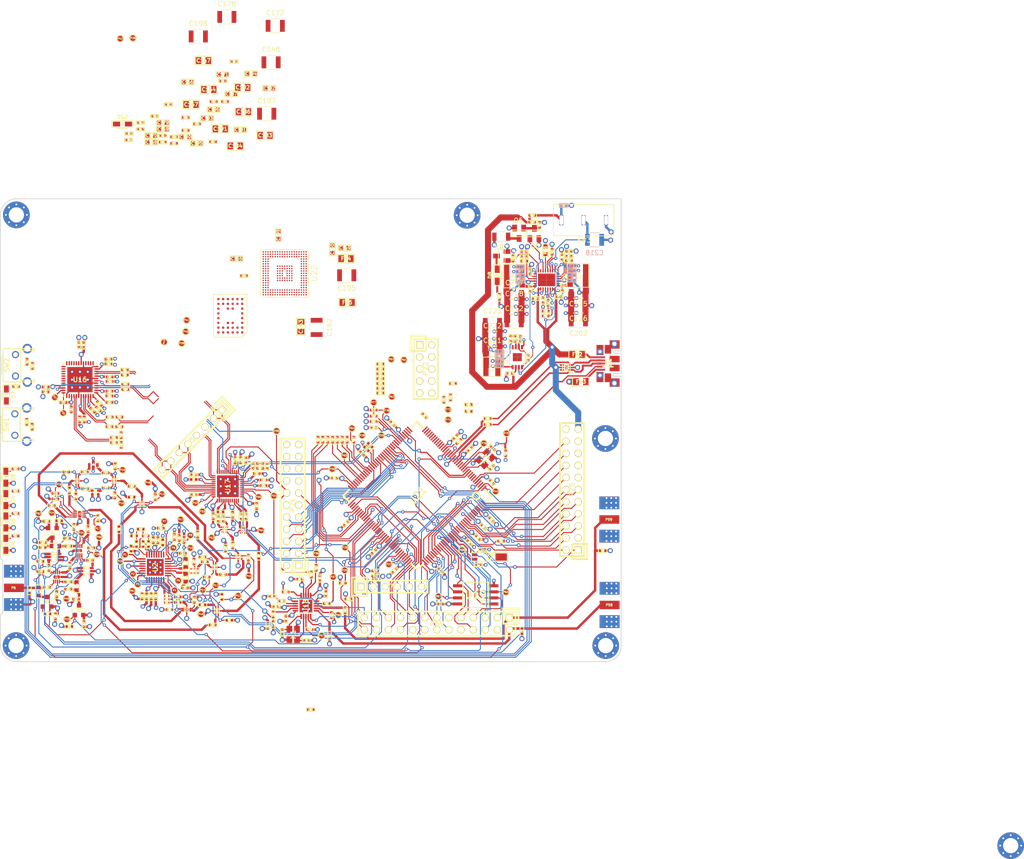
<source format=kicad_pcb>
(kicad_pcb (version 4) (host pcbnew 4.0.4-stable)
  (layers (0 C1F signal) (1 GND power hide) (2 VCC power hide) (3 V1.8 power hide) (4 V1.0 power hide) (31 C6B signal) (34 B.Paste user) (35 F.Paste user) (36 B.SilkS user) (37 F.SilkS user) (38 B.Mask user) (39 F.Mask user) (44 Edge.Cuts user))
  (net 0 "")
  (net 1 MIX_BYPASS)
  (net 2 GND)
  (net 3 TX_IF)
  (net 4 "Net-(C2-Pad1)")
  (net 5 !MIX_BYPASS)
  (net 6 "Net-(C4-Pad2)")
  (net 7 "Net-(C4-Pad1)")
  (net 8 RX)
  (net 9 "Net-(C6-Pad2)")
  (net 10 "Net-(C6-Pad1)")
  (net 11 "Net-(C7-Pad2)")
  (net 12 "Net-(C8-Pad2)")
  (net 13 "Net-(C10-Pad2)")
  (net 14 "Net-(C9-Pad1)")
  (net 15 "Net-(C10-Pad1)")
  (net 16 "Net-(C12-Pad2)")
  (net 17 "Net-(C12-Pad1)")
  (net 18 LP)
  (net 19 "Net-(C14-Pad2)")
  (net 20 TX_MIX_BP)
  (net 21 "Net-(C18-Pad2)")
  (net 22 "Net-(C18-Pad1)")
  (net 23 "Net-(C19-Pad2)")
  (net 24 "Net-(C19-Pad1)")
  (net 25 "Net-(C20-Pad2)")
  (net 26 "Net-(C20-Pad1)")
  (net 27 "Net-(C21-Pad2)")
  (net 28 "Net-(C21-Pad1)")
  (net 29 "Net-(C22-Pad2)")
  (net 30 "Net-(C22-Pad1)")
  (net 31 TX)
  (net 32 RX_MIX_BP)
  (net 33 "Net-(C26-Pad2)")
  (net 34 "Net-(C26-Pad1)")
  (net 35 "Net-(C27-Pad2)")
  (net 36 "Net-(C27-Pad1)")
  (net 37 "Net-(C28-Pad2)")
  (net 38 "Net-(C28-Pad1)")
  (net 39 "Net-(C29-Pad2)")
  (net 40 "Net-(C29-Pad1)")
  (net 41 HP)
  (net 42 MIXER_RESETX)
  (net 43 MIXER_ENX)
  (net 44 MIXER_SCLK)
  (net 45 MIXER_SDATA)
  (net 46 VAA)
  (net 47 RX_IF)
  (net 48 "Net-(C39-Pad1)")
  (net 49 "Net-(C41-Pad2)")
  (net 50 "Net-(C41-Pad1)")
  (net 51 "Net-(C42-Pad2)")
  (net 52 "/rf frontend/TX_AMP_IN")
  (net 53 "Net-(C43-Pad2)")
  (net 54 "Net-(C43-Pad1)")
  (net 55 "Net-(C44-Pad2)")
  (net 56 TX_AMP)
  (net 57 AMP_BYPASS)
  (net 58 RX_AMP)
  (net 59 "Net-(C52-Pad2)")
  (net 60 "/rf frontend/TX_AMP_OUT")
  (net 61 "Net-(C53-Pad2)")
  (net 62 "Net-(C53-Pad1)")
  (net 63 "Net-(C54-Pad1)")
  (net 64 VCC)
  (net 65 "Net-(C65-Pad2)")
  (net 66 "/rf frontend/RX_AMP_OUT")
  (net 67 "Net-(C66-Pad2)")
  (net 68 "Net-(C66-Pad1)")
  (net 69 "Net-(C67-Pad1)")
  (net 70 "Net-(C70-Pad2)")
  (net 71 "Net-(C70-Pad1)")
  (net 72 MIX_CLK)
  (net 73 "/rf frontend/REF_IN")
  (net 74 "Net-(C73-Pad2)")
  (net 75 "Net-(C73-Pad1)")
  (net 76 /baseband/COM)
  (net 77 /baseband/REFN)
  (net 78 "Net-(C92-Pad2)")
  (net 79 "Net-(C103-Pad2)")
  (net 80 "Net-(C103-Pad1)")
  (net 81 "Net-(C105-Pad2)")
  (net 82 "Net-(C105-Pad1)")
  (net 83 "Net-(C106-Pad2)")
  (net 84 "Net-(C106-Pad1)")
  (net 85 "Net-(C107-Pad1)")
  (net 86 "Net-(C108-Pad2)")
  (net 87 "Net-(C108-Pad1)")
  (net 88 /baseband/CLK5)
  (net 89 /baseband/XTAL2)
  (net 90 /baseband/CPOUT+)
  (net 91 /baseband/CPOUT-)
  (net 92 "Net-(C113-Pad2)")
  (net 93 "Net-(C113-Pad1)")
  (net 94 /mcu/usb/VBAT)
  (net 95 /mcu/usb/RTCX1)
  (net 96 /mcu/usb/RTCX2)
  (net 97 /mcu/usb/XTAL1)
  (net 98 /mcu/usb/XTAL2)
  (net 99 "Net-(C149-Pad1)")
  (net 100 XADCGND)
  (net 101 "Net-(C205-Pad2)")
  (net 102 SSP1_MISO)
  (net 103 CLKIN)
  (net 104 CLKOUT)
  (net 105 "Net-(D4-Pad2)")
  (net 106 "Net-(D5-Pad2)")
  (net 107 "Net-(D6-Pad2)")
  (net 108 "Net-(D7-Pad2)")
  (net 109 "Net-(D8-Pad2)")
  (net 110 "Net-(D9-Pad2)")
  (net 111 VBUS)
  (net 112 "Net-(D12-Pad2)")
  (net 113 "Net-(FB2-Pad1)")
  (net 114 "Net-(FB3-Pad1)")
  (net 115 "Net-(J1-Pad4)")
  (net 116 "Net-(J1-Pad3)")
  (net 117 "Net-(J1-Pad2)")
  (net 118 "Net-(L1-Pad2)")
  (net 119 "Net-(L2-Pad2)")
  (net 120 "Net-(L3-Pad1)")
  (net 121 "Net-(P1-Pad1)")
  (net 122 "/rf frontend/!ANT_BIAS")
  (net 123 "Net-(P3-Pad1)")
  (net 124 "Net-(P4-Pad1)")
  (net 125 "Net-(P5-Pad1)")
  (net 126 !TX_AMP_POWER)
  (net 127 !RX_AMP_POWER)
  (net 128 SCL)
  (net 129 SDA)
  (net 130 SSP1_SCK)
  (net 131 SSP1_MOSI)
  (net 132 CS_XCVR)
  (net 133 CS_AD)
  (net 134 TXENABLE)
  (net 135 RXENABLE)
  (net 136 GCK1)
  (net 137 GCK2)
  (net 138 SGPIO_CLK)
  (net 139 DA0)
  (net 140 DA4)
  (net 141 DA7)
  (net 142 DD0)
  (net 143 DD5)
  (net 144 DD9)
  (net 145 RSSI)
  (net 146 /baseband/XCVR_CLKOUT)
  (net 147 /baseband/RXBBQ-)
  (net 148 /baseband/RXBBI-)
  (net 149 /baseband/RXBBQ+)
  (net 150 /baseband/RXBBI+)
  (net 151 /baseband/TXBBI-)
  (net 152 /baseband/TXBBQ+)
  (net 153 /baseband/TXBBI+)
  (net 154 /baseband/TXBBQ-)
  (net 155 "Net-(P57-Pad1)")
  (net 156 "Net-(P60-Pad1)")
  (net 157 /mcu/usb/SGPIO0)
  (net 158 /mcu/usb/SGPIO7)
  (net 159 /mcu/usb/SGPIO9)
  (net 160 /mcu/usb/SGPIO10)
  (net 161 /mcu/usb/SGPIO11)
  (net 162 /mcu/usb/SPIFI_SIO2)
  (net 163 /mcu/usb/SPIFI_SIO3)
  (net 164 /mcu/usb/SPIFI_CS)
  (net 165 /mcu/usb/RESET)
  (net 166 /mcu/usb/I2C1_SCL)
  (net 167 /mcu/usb/I2C1_SDA)
  (net 168 /mcu/usb/SPIFI_MISO)
  (net 169 /mcu/usb/SPIFI_SCK)
  (net 170 /mcu/usb/SPIFI_MOSI)
  (net 171 /mcu/usb/I2S0_RX_SCK)
  (net 172 /mcu/usb/I2S0_RX_SDA)
  (net 173 /mcu/usb/I2S0_RX_MCLK)
  (net 174 /mcu/usb/I2S0_RX_WS)
  (net 175 /mcu/usb/I2S0_TX_SCK)
  (net 176 /mcu/usb/I2S0_TX_MCLK)
  (net 177 /mcu/usb/U0_RXD)
  (net 178 /mcu/usb/U0_TXD)
  (net 179 /mcu/usb/P2_9)
  (net 180 /mcu/usb/P2_13)
  (net 181 /mcu/usb/P2_8)
  (net 182 CLK6)
  (net 183 /mcu/usb/SD_CD)
  (net 184 /mcu/usb/SD_DAT3)
  (net 185 /mcu/usb/SD_DAT2)
  (net 186 /mcu/usb/SD_DAT1)
  (net 187 /mcu/usb/SD_DAT0)
  (net 188 /mcu/usb/SD_VOLT0)
  (net 189 /mcu/usb/SD_CMD)
  (net 190 /mcu/usb/SD_POW)
  (net 191 /mcu/usb/SD_CLK)
  (net 192 "Net-(P71-Pad15)")
  (net 193 "Net-(P71-Pad16)")
  (net 194 FPGA_TCK)
  (net 195 FPGA_TDI)
  (net 196 MGTAVTT)
  (net 197 "Net-(P71-Pad21)")
  (net 198 /mcu/usb/TMS)
  (net 199 /mcu/usb/TCK)
  (net 200 /mcu/usb/TDO)
  (net 201 "Net-(P72-Pad7)")
  (net 202 /mcu/usb/TDI)
  (net 203 /mcu/usb/DBGEN)
  (net 204 "Net-(P74-Pad1)")
  (net 205 /mcu/usb/RTC_ALARM)
  (net 206 /mcu/usb/WAKEUP)
  (net 207 /mcu/usb/GPIO3_8)
  (net 208 /mcu/usb/GPIO3_9)
  (net 209 /mcu/usb/GPIO3_10)
  (net 210 /mcu/usb/GPIO3_11)
  (net 211 /mcu/usb/GPIO3_12)
  (net 212 /mcu/usb/GPIO3_13)
  (net 213 /mcu/usb/GPIO3_14)
  (net 214 /mcu/usb/GPIO3_15)
  (net 215 /mcu/usb/ADC0_6)
  (net 216 /mcu/usb/ADC0_2)
  (net 217 "Net-(P75-Pad17)")
  (net 218 /mcu/usb/ADC0_5)
  (net 219 /mcu/usb/ADC0_0)
  (net 220 "Net-(P75-Pad22)")
  (net 221 /mcu/usb/GP_CLKIN)
  (net 222 /mcu/usb/P1_2)
  (net 223 /mcu/usb/P1_1)
  (net 224 "Net-(R4-Pad2)")
  (net 225 /baseband/QD+)
  (net 226 /baseband/QD-)
  (net 227 /baseband/ID-)
  (net 228 /baseband/ID+)
  (net 229 /baseband/IA+)
  (net 230 /baseband/IA-)
  (net 231 /baseband/QA-)
  (net 232 /baseband/QA+)
  (net 233 XCVR_EN)
  (net 234 "Net-(R29-Pad2)")
  (net 235 "Net-(R30-Pad2)")
  (net 236 "Net-(R31-Pad2)")
  (net 237 "Net-(R33-Pad2)")
  (net 238 /mcu/usb/LED1)
  (net 239 /mcu/usb/LED2)
  (net 240 /mcu/usb/LED3)
  (net 241 /mcu/usb/ISP)
  (net 242 "Net-(R44-Pad1)")
  (net 243 /mcu/usb/DM)
  (net 244 /mcu/usb/DP)
  (net 245 "Net-(R48-Pad1)")
  (net 246 "Net-(R52-Pad1)")
  (net 247 MCU_CLK)
  (net 248 "Net-(R54-Pad1)")
  (net 249 HOST_CAPTURE)
  (net 250 /mcu/usb/SGPIO2)
  (net 251 HOST_DATA2)
  (net 252 /mcu/usb/SGPIO13)
  (net 253 HOST_DECIM_SEL0)
  (net 254 /mcu/usb/SGPIO3)
  (net 255 HOST_DATA3)
  (net 256 HOST_DATA0)
  (net 257 HOST_DIRECTION)
  (net 258 /mcu/usb/SGPIO14)
  (net 259 HOST_DECIM_SEL1)
  (net 260 /mcu/usb/SGPIO12)
  (net 261 HOST_Q_INVERT)
  (net 262 /mcu/usb/SGPIO1)
  (net 263 HOST_DATA1)
  (net 264 /mcu/usb/SGPIO15)
  (net 265 HOST_DECIM_SEL2)
  (net 266 /mcu/usb/SGPIO4)
  (net 267 HOST_DATA4)
  (net 268 HOST_DATA7)
  (net 269 /mcu/usb/SGPIO5)
  (net 270 HOST_DATA5)
  (net 271 HOST_DISABLE)
  (net 272 /mcu/usb/SGPIO6)
  (net 273 HOST_DATA6)
  (net 274 "Net-(R91-Pad1)")
  (net 275 "Net-(R99-Pad2)")
  (net 276 "Net-(T1-Pad3)")
  (net 277 "Net-(T1-Pad4)")
  (net 278 "Net-(U2-Pad1)")
  (net 279 "Net-(U2-Pad2)")
  (net 280 "Net-(U2-Pad3)")
  (net 281 "Net-(U2-Pad11)")
  (net 282 "Net-(U2-Pad13)")
  (net 283 "Net-(U2-Pad14)")
  (net 284 "Net-(U2-Pad17)")
  (net 285 "Net-(U2-Pad18)")
  (net 286 "Net-(U2-Pad20)")
  (net 287 "Net-(U2-Pad21)")
  (net 288 "Net-(U5-Pad2)")
  (net 289 "Net-(U13-Pad2)")
  (net 290 "Net-(U14-Pad2)")
  (net 291 DA1)
  (net 292 DA2)
  (net 293 DA3)
  (net 294 DA5)
  (net 295 DA6)
  (net 296 DD1)
  (net 297 DD2)
  (net 298 DD3)
  (net 299 DD4)
  (net 300 DD6)
  (net 301 DD7)
  (net 302 DD8)
  (net 303 "Net-(U16-Pad38)")
  (net 304 "Net-(U17-Pad3)")
  (net 305 "Net-(U17-Pad6)")
  (net 306 "Net-(U17-Pad8)")
  (net 307 "Net-(U17-Pad9)")
  (net 308 "Net-(U17-Pad12)")
  (net 309 "Net-(U17-Pad14)")
  (net 310 "Net-(U17-Pad18)")
  (net 311 "Net-(U17-Pad33)")
  (net 312 "Net-(U17-Pad34)")
  (net 313 "Net-(U17-Pad40)")
  (net 314 "Net-(U20-Pad4)")
  (net 315 "Net-(U20-Pad6)")
  (net 316 FPGA_TDO)
  (net 317 FPGA_TMS)
  (net 318 "Net-(U21-Pad89)")
  (net 319 "Net-(U21-Pad90)")
  (net 320 "Net-(U21-Pad101)")
  (net 321 "Net-(U21-Pad136)")
  (net 322 "Net-(U21-Pad138)")
  (net 323 "Net-(U21-Pad139)")
  (net 324 "Net-(U22-PadC11)")
  (net 325 "Net-(U22-PadB17)")
  (net 326 "Net-(U22-PadJ17)")
  (net 327 "Net-(U22-PadV17)")
  (net 328 "Net-(U22-PadA18)")
  (net 329 "Net-(U22-PadB18)")
  (net 330 "Net-(U22-PadD18)")
  (net 331 "Net-(U22-PadF18)")
  (net 332 "Net-(U22-PadG18)")
  (net 333 "Net-(U22-PadJ18)")
  (net 334 "Net-(U22-PadD19)")
  (net 335 "Net-(U22-PadE19)")
  (net 336 "Net-(U22-PadK19)")
  (net 337 "Net-(P79-Pad3)")
  (net 338 /baseband/XB)
  (net 339 /baseband/XA)
  (net 340 "Net-(U21-Pad37)")
  (net 341 /power/INT3V3)
  (net 342 "Net-(C122-Pad2)")
  (net 343 "Net-(C122-Pad1)")
  (net 344 "Net-(C123-Pad2)")
  (net 345 "Net-(C124-Pad2)")
  (net 346 "Net-(C204-Pad2)")
  (net 347 "Net-(C204-Pad1)")
  (net 348 "Net-(C206-Pad2)")
  (net 349 "Net-(C213-Pad1)")
  (net 350 "Net-(C214-Pad1)")
  (net 351 "Net-(C215-Pad1)")
  (net 352 "Net-(C216-Pad1)")
  (net 353 /power/EN)
  (net 354 "Net-(C220-Pad2)")
  (net 355 "Net-(C224-Pad2)")
  (net 356 "Net-(C224-Pad1)")
  (net 357 "Net-(D8-Pad1)")
  (net 358 "Net-(L9-Pad1)")
  (net 359 /power/PGOOD)
  (net 360 "Net-(Q5-PadD)")
  (net 361 "Net-(Q5-PadG)")
  (net 362 /power/PGOOD1V8)
  (net 363 /fpga/SRAM-CE)
  (net 364 "Net-(R76-Pad1)")
  (net 365 /power/PGOOD1V0)
  (net 366 "Net-(R83-Pad1)")
  (net 367 "Net-(R85-Pad2)")
  (net 368 "Net-(R100-Pad2)")
  (net 369 /fpga/DONE)
  (net 370 /fpga/PROG)
  (net 371 /fpga/INIT)
  (net 372 /fpga/MODE0)
  (net 373 /fpga/MODE1)
  (net 374 /fpga/MODE2)
  (net 375 "Net-(R102-Pad2)")
  (net 376 "Net-(U21-Pad100)")
  (net 377 /fpga/SRAM-DQ5)
  (net 378 /fpga/SRAM-DQ1)
  (net 379 /fpga/SRAM-DQ7)
  (net 380 /fpga/SRAM-DQ6)
  (net 381 /fpga/SRAM-DQ2)
  (net 382 /fpga/SRAM-DQ3)
  (net 383 /fpga/SRAM-A18)
  (net 384 /fpga/SRAM-DQ0)
  (net 385 /fpga/SRAM-DQ4)
  (net 386 /fpga/SRAM-A15)
  (net 387 /fpga/SRAM-A16)
  (net 388 /fpga/SRAM-A2)
  (net 389 /fpga/SRAM-A3)
  (net 390 /fpga/SRAM-A4)
  (net 391 /fpga/SRAM-A11)
  (net 392 /fpga/SRAM-A13)
  (net 393 /fpga/SRAM-A17)
  (net 394 /fpga/SRAM-A0)
  (net 395 /fpga/SRAM-A5)
  (net 396 /fpga/SRAM-A6)
  (net 397 /fpga/SRAM-A12)
  (net 398 /fpga/SRAM-A14)
  (net 399 /fpga/SRAM-A10)
  (net 400 /fpga/SRAM-A1)
  (net 401 /fpga/SRAM-OE)
  (net 402 /fpga/SRAM-WE)
  (net 403 /fpga/SRAM-A8)
  (net 404 /fpga/SRAM-A9)
  (net 405 /fpga/SRAM-A7)
  (net 406 +1V0)
  (net 407 +1V8)
  (module noob:BGA_48 (layer C1F) (at 117.348 49.784 180)
    (fp_text reference U23 hide)
    (fp_text value IS61WV5128BLL-10BLI)
    (pad A1 smd circle (at -2.5 -3.5 180) (size 0.5 0.5) (layers C1F F.Paste F.Mask) (net 394 /fpga/SRAM-A0))
    (pad B1 smd circle (at -2.5 -2.5 180) (size 0.5 0.5) (layers C1F F.Paste F.Mask) (net 385 /fpga/SRAM-DQ4))
    (pad C1 smd circle (at -2.5 -1.5 180) (size 0.5 0.5) (layers C1F F.Paste F.Mask) (net 377 /fpga/SRAM-DQ5))
    (pad D1 smd circle (at -2.5 -0.5 180) (size 0.5 0.5) (layers C1F F.Paste F.Mask) (net 2 GND))
    (pad E1 smd circle (at -2.5 0.5 180) (size 0.5 0.5) (layers C1F F.Paste F.Mask) (net 64 VCC))
    (pad F1 smd circle (at -2.5 1.5 180) (size 0.5 0.5) (layers C1F F.Paste F.Mask) (net 380 /fpga/SRAM-DQ6))
    (pad G1 smd circle (at -2.5 2.5 180) (size 0.5 0.5) (layers C1F F.Paste F.Mask) (net 379 /fpga/SRAM-DQ7))
    (pad H1 smd circle (at -2.5 3.5 180) (size 0.5 0.5) (layers C1F F.Paste F.Mask) (net 404 /fpga/SRAM-A9))
    (pad A2 smd circle (at -1.5 -3.5 180) (size 0.5 0.5) (layers C1F F.Paste F.Mask) (net 400 /fpga/SRAM-A1))
    (pad B2 smd circle (at -1.5 -2.5 180) (size 0.5 0.5) (layers C1F F.Paste F.Mask) (net 388 /fpga/SRAM-A2))
    (pad G2 smd circle (at -1.5 2.5 180) (size 0.5 0.5) (layers C1F F.Paste F.Mask) (net 401 /fpga/SRAM-OE))
    (pad H2 smd circle (at -1.5 3.5 180) (size 0.5 0.5) (layers C1F F.Paste F.Mask) (net 399 /fpga/SRAM-A10))
    (pad A3 smd circle (at -0.5 -3.5 180) (size 0.5 0.5) (layers C1F F.Paste F.Mask))
    (pad B3 smd circle (at -0.5 -2.5 180) (size 0.5 0.5) (layers C1F F.Paste F.Mask) (net 402 /fpga/SRAM-WE))
    (pad C3 smd circle (at -0.5 -1.5 180) (size 0.5 0.5) (layers C1F F.Paste F.Mask))
    (pad F3 smd circle (at -0.5 1.5 180) (size 0.5 0.5) (layers C1F F.Paste F.Mask) (net 383 /fpga/SRAM-A18))
    (pad G3 smd circle (at -0.5 2.5 180) (size 0.5 0.5) (layers C1F F.Paste F.Mask) (net 363 /fpga/SRAM-CE))
    (pad H3 smd circle (at -0.5 3.5 180) (size 0.5 0.5) (layers C1F F.Paste F.Mask) (net 391 /fpga/SRAM-A11))
    (pad A4 smd circle (at 0.5 -3.5 180) (size 0.5 0.5) (layers C1F F.Paste F.Mask) (net 389 /fpga/SRAM-A3))
    (pad B4 smd circle (at 0.5 -2.5 180) (size 0.5 0.5) (layers C1F F.Paste F.Mask) (net 390 /fpga/SRAM-A4))
    (pad C4 smd circle (at 0.5 -1.5 180) (size 0.5 0.5) (layers C1F F.Paste F.Mask) (net 395 /fpga/SRAM-A5))
    (pad F4 smd circle (at 0.5 1.5 180) (size 0.5 0.5) (layers C1F F.Paste F.Mask) (net 393 /fpga/SRAM-A17))
    (pad G4 smd circle (at 0.5 2.5 180) (size 0.5 0.5) (layers C1F F.Paste F.Mask) (net 387 /fpga/SRAM-A16))
    (pad H4 smd circle (at 0.5 3.5 180) (size 0.5 0.5) (layers C1F F.Paste F.Mask) (net 397 /fpga/SRAM-A12))
    (pad A5 smd circle (at 1.5 -3.5 180) (size 0.5 0.5) (layers C1F F.Paste F.Mask) (net 396 /fpga/SRAM-A6))
    (pad B5 smd circle (at 1.5 -2.5 180) (size 0.5 0.5) (layers C1F F.Paste F.Mask) (net 405 /fpga/SRAM-A7))
    (pad G5 smd circle (at 1.5 2.5 180) (size 0.5 0.5) (layers C1F F.Paste F.Mask) (net 386 /fpga/SRAM-A15))
    (pad H5 smd circle (at 1.5 3.5 180) (size 0.5 0.5) (layers C1F F.Paste F.Mask) (net 392 /fpga/SRAM-A13))
    (pad A6 smd circle (at 2.5 -3.5 180) (size 0.5 0.5) (layers C1F F.Paste F.Mask) (net 403 /fpga/SRAM-A8))
    (pad B6 smd circle (at 2.5 -2.5 180) (size 0.5 0.5) (layers C1F F.Paste F.Mask) (net 384 /fpga/SRAM-DQ0))
    (pad C6 smd circle (at 2.5 -1.5 180) (size 0.5 0.5) (layers C1F F.Paste F.Mask) (net 378 /fpga/SRAM-DQ1))
    (pad D6 smd circle (at 2.5 -0.5 180) (size 0.5 0.5) (layers C1F F.Paste F.Mask) (net 64 VCC))
    (pad E6 smd circle (at 2.5 0.5 180) (size 0.5 0.5) (layers C1F F.Paste F.Mask) (net 2 GND))
    (pad F6 smd circle (at 2.5 1.5 180) (size 0.5 0.5) (layers C1F F.Paste F.Mask) (net 381 /fpga/SRAM-DQ2))
    (pad G6 smd circle (at 2.5 2.5 180) (size 0.5 0.5) (layers C1F F.Paste F.Mask) (net 382 /fpga/SRAM-DQ3))
    (pad H6 smd circle (at 2.5 3.5 180) (size 0.5 0.5) (layers C1F F.Paste F.Mask) (net 398 /fpga/SRAM-A14))
  )
  (module noob:BGA_361 (layer C1F) (at 128.77 40.8766 270)
    (fp_text reference U22 (at 0 -6.2 270) (layer F.SilkS) (effects (font (size 1.2 1.2))))
    (fp_text value XC7A15T-1CPG236C)
    (pad A1 smd circle (at -4.5 -4.5 270) (size 0.3 0.3) (layers C1F F.Paste F.Mask) (net 2 GND))
    (pad B1 smd circle (at -4.5 -4 270) (size 0.3 0.3) (layers C1F F.Paste F.Mask) (net 196 MGTAVTT))
    (pad C1 smd circle (at -4.5 -3.5 270) (size 0.3 0.3) (layers C1F F.Paste F.Mask) (net 2 GND))
    (pad D1 smd circle (at -4.5 -3 270) (size 0.3 0.3) (layers C1F F.Paste F.Mask))
    (pad E1 smd circle (at -4.5 -2.5 270) (size 0.3 0.3) (layers C1F F.Paste F.Mask) (net 2 GND))
    (pad F1 smd circle (at -4.5 -2 270) (size 0.3 0.3) (layers C1F F.Paste F.Mask) (net 2 GND))
    (pad G1 smd circle (at -4.5 -1.5 270) (size 0.3 0.3) (layers C1F F.Paste F.Mask) (net 2 GND))
    (pad H1 smd circle (at -4.5 -1 270) (size 0.3 0.3) (layers C1F F.Paste F.Mask))
    (pad J1 smd circle (at -4.5 -0.5 270) (size 0.3 0.3) (layers C1F F.Paste F.Mask))
    (pad K1 smd circle (at -4.5 0 270) (size 0.3 0.3) (layers C1F F.Paste F.Mask) (net 64 VCC))
    (pad L1 smd circle (at -4.5 0.5 270) (size 0.3 0.3) (layers C1F F.Paste F.Mask))
    (pad M1 smd circle (at -4.5 1 270) (size 0.3 0.3) (layers C1F F.Paste F.Mask))
    (pad N1 smd circle (at -4.5 1.5 270) (size 0.3 0.3) (layers C1F F.Paste F.Mask))
    (pad P1 smd circle (at -4.5 2 270) (size 0.3 0.3) (layers C1F F.Paste F.Mask))
    (pad R1 smd circle (at -4.5 2.5 270) (size 0.3 0.3) (layers C1F F.Paste F.Mask) (net 64 VCC))
    (pad T1 smd circle (at -4.5 3 270) (size 0.3 0.3) (layers C1F F.Paste F.Mask) (net 143 DD5))
    (pad U1 smd circle (at -4.5 3.5 270) (size 0.3 0.3) (layers C1F F.Paste F.Mask) (net 299 DD4))
    (pad V1 smd circle (at -4.5 4 270) (size 0.3 0.3) (layers C1F F.Paste F.Mask) (net 64 VCC))
    (pad W1 smd circle (at -4.5 4.5 270) (size 0.3 0.3) (layers C1F F.Paste F.Mask) (net 2 GND))
    (pad A2 smd circle (at -4 -4.5 270) (size 0.3 0.3) (layers C1F F.Paste F.Mask))
    (pad B2 smd circle (at -4 -4 270) (size 0.3 0.3) (layers C1F F.Paste F.Mask))
    (pad C2 smd circle (at -4 -3.5 270) (size 0.3 0.3) (layers C1F F.Paste F.Mask) (net 2 GND))
    (pad D2 smd circle (at -4 -3 270) (size 0.3 0.3) (layers C1F F.Paste F.Mask))
    (pad E2 smd circle (at -4 -2.5 270) (size 0.3 0.3) (layers C1F F.Paste F.Mask) (net 196 MGTAVTT))
    (pad F2 smd circle (at -4 -2 270) (size 0.3 0.3) (layers C1F F.Paste F.Mask) (net 2 GND))
    (pad G2 smd circle (at -4 -1.5 270) (size 0.3 0.3) (layers C1F F.Paste F.Mask))
    (pad H2 smd circle (at -4 -1 270) (size 0.3 0.3) (layers C1F F.Paste F.Mask))
    (pad J2 smd circle (at -4 -0.5 270) (size 0.3 0.3) (layers C1F F.Paste F.Mask))
    (pad K2 smd circle (at -4 0 270) (size 0.3 0.3) (layers C1F F.Paste F.Mask))
    (pad L2 smd circle (at -4 0.5 270) (size 0.3 0.3) (layers C1F F.Paste F.Mask))
    (pad M2 smd circle (at -4 1 270) (size 0.3 0.3) (layers C1F F.Paste F.Mask))
    (pad N2 smd circle (at -4 1.5 270) (size 0.3 0.3) (layers C1F F.Paste F.Mask))
    (pad P2 smd circle (at -4 2 270) (size 0.3 0.3) (layers C1F F.Paste F.Mask) (net 2 GND))
    (pad R2 smd circle (at -4 2.5 270) (size 0.3 0.3) (layers C1F F.Paste F.Mask) (net 144 DD9))
    (pad T2 smd circle (at -4 3 270) (size 0.3 0.3) (layers C1F F.Paste F.Mask) (net 302 DD8))
    (pad U2 smd circle (at -4 3.5 270) (size 0.3 0.3) (layers C1F F.Paste F.Mask) (net 295 DA6))
    (pad V2 smd circle (at -4 4 270) (size 0.3 0.3) (layers C1F F.Paste F.Mask) (net 298 DD3))
    (pad W2 smd circle (at -4 4.5 270) (size 0.3 0.3) (layers C1F F.Paste F.Mask) (net 297 DD2))
    (pad A3 smd circle (at -3.5 -4.5 270) (size 0.3 0.3) (layers C1F F.Paste F.Mask) (net 2 GND))
    (pad B3 smd circle (at -3.5 -4 270) (size 0.3 0.3) (layers C1F F.Paste F.Mask) (net 2 GND))
    (pad C3 smd circle (at -3.5 -3.5 270) (size 0.3 0.3) (layers C1F F.Paste F.Mask) (net 2 GND))
    (pad D3 smd circle (at -3.5 -3 270) (size 0.3 0.3) (layers C1F F.Paste F.Mask) (net 2 GND))
    (pad E3 smd circle (at -3.5 -2.5 270) (size 0.3 0.3) (layers C1F F.Paste F.Mask) (net 2 GND))
    (pad F3 smd circle (at -3.5 -2 270) (size 0.3 0.3) (layers C1F F.Paste F.Mask) (net 2 GND))
    (pad G3 smd circle (at -3.5 -1.5 270) (size 0.3 0.3) (layers C1F F.Paste F.Mask))
    (pad H3 smd circle (at -3.5 -1 270) (size 0.3 0.3) (layers C1F F.Paste F.Mask) (net 64 VCC))
    (pad J3 smd circle (at -3.5 -0.5 270) (size 0.3 0.3) (layers C1F F.Paste F.Mask))
    (pad K3 smd circle (at -3.5 0 270) (size 0.3 0.3) (layers C1F F.Paste F.Mask))
    (pad L3 smd circle (at -3.5 0.5 270) (size 0.3 0.3) (layers C1F F.Paste F.Mask))
    (pad M3 smd circle (at -3.5 1 270) (size 0.3 0.3) (layers C1F F.Paste F.Mask))
    (pad N3 smd circle (at -3.5 1.5 270) (size 0.3 0.3) (layers C1F F.Paste F.Mask))
    (pad P3 smd circle (at -3.5 2 270) (size 0.3 0.3) (layers C1F F.Paste F.Mask))
    (pad R3 smd circle (at -3.5 2.5 270) (size 0.3 0.3) (layers C1F F.Paste F.Mask) (net 301 DD7))
    (pad T3 smd circle (at -3.5 3 270) (size 0.3 0.3) (layers C1F F.Paste F.Mask) (net 300 DD6))
    (pad U3 smd circle (at -3.5 3.5 270) (size 0.3 0.3) (layers C1F F.Paste F.Mask) (net 141 DA7))
    (pad V3 smd circle (at -3.5 4 270) (size 0.3 0.3) (layers C1F F.Paste F.Mask) (net 296 DD1))
    (pad W3 smd circle (at -3.5 4.5 270) (size 0.3 0.3) (layers C1F F.Paste F.Mask) (net 142 DD0))
    (pad A4 smd circle (at -3 -4.5 270) (size 0.3 0.3) (layers C1F F.Paste F.Mask))
    (pad B4 smd circle (at -3 -4 270) (size 0.3 0.3) (layers C1F F.Paste F.Mask))
    (pad C4 smd circle (at -3 -3.5 270) (size 0.3 0.3) (layers C1F F.Paste F.Mask) (net 2 GND))
    (pad U4 smd circle (at -3 3.5 270) (size 0.3 0.3) (layers C1F F.Paste F.Mask) (net 294 DA5))
    (pad V4 smd circle (at -3 4 270) (size 0.3 0.3) (layers C1F F.Paste F.Mask) (net 140 DA4))
    (pad W4 smd circle (at -3 4.5 270) (size 0.3 0.3) (layers C1F F.Paste F.Mask) (net 292 DA2))
    (pad A5 smd circle (at -2.5 -4.5 270) (size 0.3 0.3) (layers C1F F.Paste F.Mask) (net 2 GND))
    (pad B5 smd circle (at -2.5 -4 270) (size 0.3 0.3) (layers C1F F.Paste F.Mask) (net 2 GND))
    (pad C5 smd circle (at -2.5 -3.5 270) (size 0.3 0.3) (layers C1F F.Paste F.Mask) (net 196 MGTAVTT))
    (pad U5 smd circle (at -2.5 3.5 270) (size 0.3 0.3) (layers C1F F.Paste F.Mask) (net 249 HOST_CAPTURE))
    (pad V5 smd circle (at -2.5 4 270) (size 0.3 0.3) (layers C1F F.Paste F.Mask) (net 265 HOST_DECIM_SEL2))
    (pad W5 smd circle (at -2.5 4.5 270) (size 0.3 0.3) (layers C1F F.Paste F.Mask) (net 293 DA3))
    (pad A6 smd circle (at -2 -4.5 270) (size 0.3 0.3) (layers C1F F.Paste F.Mask))
    (pad B6 smd circle (at -2 -4 270) (size 0.3 0.3) (layers C1F F.Paste F.Mask))
    (pad C6 smd circle (at -2 -3.5 270) (size 0.3 0.3) (layers C1F F.Paste F.Mask) (net 2 GND))
    (pad U6 smd circle (at -2 3.5 270) (size 0.3 0.3) (layers C1F F.Paste F.Mask) (net 2 GND))
    (pad V6 smd circle (at -2 4 270) (size 0.3 0.3) (layers C1F F.Paste F.Mask) (net 64 VCC))
    (pad W6 smd circle (at -2 4.5 270) (size 0.3 0.3) (layers C1F F.Paste F.Mask) (net 139 DA0))
    (pad A7 smd circle (at -1.5 -4.5 270) (size 0.3 0.3) (layers C1F F.Paste F.Mask) (net 2 GND))
    (pad B7 smd circle (at -1.5 -4 270) (size 0.3 0.3) (layers C1F F.Paste F.Mask) (net 2 GND))
    (pad C7 smd circle (at -1.5 -3.5 270) (size 0.3 0.3) (layers C1F F.Paste F.Mask))
    (pad G7 smd circle (at -1.5 -1.5 270) (size 0.3 0.3) (layers C1F F.Paste F.Mask) (net 196 MGTAVTT))
    (pad H7 smd circle (at -1.5 -1 270) (size 0.3 0.3) (layers C1F F.Paste F.Mask) (net 2 GND))
    (pad J7 smd circle (at -1.5 -0.5 270) (size 0.3 0.3) (layers C1F F.Paste F.Mask) (net 64 VCC))
    (pad K7 smd circle (at -1.5 0 270) (size 0.3 0.3) (layers C1F F.Paste F.Mask) (net 64 VCC))
    (pad L7 smd circle (at -1.5 0.5 270) (size 0.3 0.3) (layers C1F F.Paste F.Mask) (net 64 VCC))
    (pad M7 smd circle (at -1.5 1 270) (size 0.3 0.3) (layers C1F F.Paste F.Mask) (net 64 VCC))
    (pad N7 smd circle (at -1.5 1.5 270) (size 0.3 0.3) (layers C1F F.Paste F.Mask) (net 64 VCC))
    (pad U7 smd circle (at -1.5 3.5 270) (size 0.3 0.3) (layers C1F F.Paste F.Mask) (net 259 HOST_DECIM_SEL1))
    (pad V7 smd circle (at -1.5 4 270) (size 0.3 0.3) (layers C1F F.Paste F.Mask) (net 253 HOST_DECIM_SEL0))
    (pad W7 smd circle (at -1.5 4.5 270) (size 0.3 0.3) (layers C1F F.Paste F.Mask) (net 291 DA1))
    (pad A8 smd circle (at -1 -4.5 270) (size 0.3 0.3) (layers C1F F.Paste F.Mask))
    (pad B8 smd circle (at -1 -4 270) (size 0.3 0.3) (layers C1F F.Paste F.Mask))
    (pad C8 smd circle (at -1 -3.5 270) (size 0.3 0.3) (layers C1F F.Paste F.Mask) (net 194 FPGA_TCK))
    (pad G8 smd circle (at -1 -1.5 270) (size 0.3 0.3) (layers C1F F.Paste F.Mask) (net 2 GND))
    (pad H8 smd circle (at -1 -1 270) (size 0.3 0.3) (layers C1F F.Paste F.Mask) (net 2 GND))
    (pad J8 smd circle (at -1 -0.5 270) (size 0.3 0.3) (layers C1F F.Paste F.Mask) (net 2 GND))
    (pad K8 smd circle (at -1 0 270) (size 0.3 0.3) (layers C1F F.Paste F.Mask) (net 2 GND))
    (pad L8 smd circle (at -1 0.5 270) (size 0.3 0.3) (layers C1F F.Paste F.Mask) (net 2 GND))
    (pad M8 smd circle (at -1 1 270) (size 0.3 0.3) (layers C1F F.Paste F.Mask) (net 64 VCC))
    (pad N8 smd circle (at -1 1.5 270) (size 0.3 0.3) (layers C1F F.Paste F.Mask) (net 64 VCC))
    (pad U8 smd circle (at -1 3.5 270) (size 0.3 0.3) (layers C1F F.Paste F.Mask) (net 257 HOST_DIRECTION))
    (pad V8 smd circle (at -1 4 270) (size 0.3 0.3) (layers C1F F.Paste F.Mask) (net 271 HOST_DISABLE))
    (pad W8 smd circle (at -1 4.5 270) (size 0.3 0.3) (layers C1F F.Paste F.Mask) (net 316 FPGA_TDO))
    (pad A9 smd circle (at -0.5 -4.5 270) (size 0.3 0.3) (layers C1F F.Paste F.Mask) (net 2 GND))
    (pad B9 smd circle (at -0.5 -4 270) (size 0.3 0.3) (layers C1F F.Paste F.Mask) (net 2 GND))
    (pad C9 smd circle (at -0.5 -3.5 270) (size 0.3 0.3) (layers C1F F.Paste F.Mask) (net 407 +1V8))
    (pad G9 smd circle (at -0.5 -1.5 270) (size 0.3 0.3) (layers C1F F.Paste F.Mask) (net 2 GND))
    (pad H9 smd circle (at -0.5 -1 270) (size 0.3 0.3) (layers C1F F.Paste F.Mask) (net 2 GND))
    (pad J9 smd circle (at -0.5 -0.5 270) (size 0.3 0.3) (layers C1F F.Paste F.Mask) (net 2 GND))
    (pad L9 smd circle (at -0.5 0.5 270) (size 0.3 0.3) (layers C1F F.Paste F.Mask) (net 2 GND))
    (pad M9 smd circle (at -0.5 1 270) (size 0.3 0.3) (layers C1F F.Paste F.Mask) (net 2 GND))
    (pad N9 smd circle (at -0.5 1.5 270) (size 0.3 0.3) (layers C1F F.Paste F.Mask) (net 2 GND))
    (pad U9 smd circle (at -0.5 3.5 270) (size 0.3 0.3) (layers C1F F.Paste F.Mask) (net 2 GND))
    (pad V9 smd circle (at -0.5 4 270) (size 0.3 0.3) (layers C1F F.Paste F.Mask) (net 64 VCC))
    (pad W9 smd circle (at -0.5 4.5 270) (size 0.3 0.3) (layers C1F F.Paste F.Mask) (net 317 FPGA_TMS))
    (pad A10 smd circle (at 0 -4.5 270) (size 0.3 0.3) (layers C1F F.Paste F.Mask))
    (pad B10 smd circle (at 0 -4 270) (size 0.3 0.3) (layers C1F F.Paste F.Mask))
    (pad C10 smd circle (at 0 -3.5 270) (size 0.3 0.3) (layers C1F F.Paste F.Mask) (net 2 GND))
    (pad G10 smd circle (at 0 -1.5 270) (size 0.3 0.3) (layers C1F F.Paste F.Mask) (net 406 +1V0))
    (pad H10 smd circle (at 0 -1 270) (size 0.3 0.3) (layers C1F F.Paste F.Mask) (net 406 +1V0))
    (pad J10 smd circle (at 0 -0.5 270) (size 0.3 0.3) (layers C1F F.Paste F.Mask) (net 406 +1V0))
    (pad L10 smd circle (at 0 0.5 270) (size 0.3 0.3) (layers C1F F.Paste F.Mask) (net 406 +1V0))
    (pad M10 smd circle (at 0 1 270) (size 0.3 0.3) (layers C1F F.Paste F.Mask) (net 406 +1V0))
    (pad N10 smd circle (at 0 1.5 270) (size 0.3 0.3) (layers C1F F.Paste F.Mask) (net 406 +1V0))
    (pad U10 smd circle (at 0 3.5 270) (size 0.3 0.3) (layers C1F F.Paste F.Mask) (net 374 /fpga/MODE2))
    (pad V10 smd circle (at 0 4 270) (size 0.3 0.3) (layers C1F F.Paste F.Mask) (net 370 /fpga/PROG))
    (pad W10 smd circle (at 0 4.5 270) (size 0.3 0.3) (layers C1F F.Paste F.Mask) (net 195 FPGA_TDI))
    (pad A11 smd circle (at 0.5 -4.5 270) (size 0.3 0.3) (layers C1F F.Paste F.Mask) (net 2 GND))
    (pad B11 smd circle (at 0.5 -4 270) (size 0.3 0.3) (layers C1F F.Paste F.Mask) (net 2 GND))
    (pad C11 smd circle (at 0.5 -3.5 270) (size 0.3 0.3) (layers C1F F.Paste F.Mask) (net 324 "Net-(U22-PadC11)"))
    (pad G11 smd circle (at 0.5 -1.5 270) (size 0.3 0.3) (layers C1F F.Paste F.Mask) (net 2 GND))
    (pad H11 smd circle (at 0.5 -1 270) (size 0.3 0.3) (layers C1F F.Paste F.Mask) (net 2 GND))
    (pad J11 smd circle (at 0.5 -0.5 270) (size 0.3 0.3) (layers C1F F.Paste F.Mask) (net 2 GND))
    (pad L11 smd circle (at 0.5 0.5 270) (size 0.3 0.3) (layers C1F F.Paste F.Mask) (net 2 GND))
    (pad M11 smd circle (at 0.5 1 270) (size 0.3 0.3) (layers C1F F.Paste F.Mask) (net 406 +1V0))
    (pad N11 smd circle (at 0.5 1.5 270) (size 0.3 0.3) (layers C1F F.Paste F.Mask) (net 406 +1V0))
    (pad U11 smd circle (at 0.5 3.5 270) (size 0.3 0.3) (layers C1F F.Paste F.Mask) (net 371 /fpga/INIT))
    (pad V11 smd circle (at 0.5 4 270) (size 0.3 0.3) (layers C1F F.Paste F.Mask) (net 275 "Net-(R99-Pad2)"))
    (pad W11 smd circle (at 0.5 4.5 270) (size 0.3 0.3) (layers C1F F.Paste F.Mask) (net 373 /fpga/MODE1))
    (pad A12 smd circle (at 1 -4.5 270) (size 0.3 0.3) (layers C1F F.Paste F.Mask) (net 100 XADCGND))
    (pad B12 smd circle (at 1 -4 270) (size 0.3 0.3) (layers C1F F.Paste F.Mask) (net 100 XADCGND))
    (pad C12 smd circle (at 1 -3.5 270) (size 0.3 0.3) (layers C1F F.Paste F.Mask) (net 100 XADCGND))
    (pad G12 smd circle (at 1 -1.5 270) (size 0.3 0.3) (layers C1F F.Paste F.Mask) (net 64 VCC))
    (pad H12 smd circle (at 1 -1 270) (size 0.3 0.3) (layers C1F F.Paste F.Mask) (net 2 GND))
    (pad J12 smd circle (at 1 -0.5 270) (size 0.3 0.3) (layers C1F F.Paste F.Mask) (net 2 GND))
    (pad K12 smd circle (at 1 0 270) (size 0.3 0.3) (layers C1F F.Paste F.Mask) (net 64 VCC))
    (pad L12 smd circle (at 1 0.5 270) (size 0.3 0.3) (layers C1F F.Paste F.Mask) (net 64 VCC))
    (pad M12 smd circle (at 1 1 270) (size 0.3 0.3) (layers C1F F.Paste F.Mask) (net 64 VCC))
    (pad N12 smd circle (at 1 1.5 270) (size 0.3 0.3) (layers C1F F.Paste F.Mask) (net 2 GND))
    (pad U12 smd circle (at 1 3.5 270) (size 0.3 0.3) (layers C1F F.Paste F.Mask) (net 369 /fpga/DONE))
    (pad V12 smd circle (at 1 4 270) (size 0.3 0.3) (layers C1F F.Paste F.Mask) (net 372 /fpga/MODE0))
    (pad W12 smd circle (at 1 4.5 270) (size 0.3 0.3) (layers C1F F.Paste F.Mask) (net 2 GND))
    (pad A13 smd circle (at 1.5 -4.5 270) (size 0.3 0.3) (layers C1F F.Paste F.Mask) (net 100 XADCGND))
    (pad B13 smd circle (at 1.5 -4 270) (size 0.3 0.3) (layers C1F F.Paste F.Mask) (net 100 XADCGND))
    (pad C13 smd circle (at 1.5 -3.5 270) (size 0.3 0.3) (layers C1F F.Paste F.Mask) (net 99 "Net-(C149-Pad1)"))
    (pad G13 smd circle (at 1.5 -1.5 270) (size 0.3 0.3) (layers C1F F.Paste F.Mask) (net 64 VCC))
    (pad H13 smd circle (at 1.5 -1 270) (size 0.3 0.3) (layers C1F F.Paste F.Mask) (net 407 +1V8))
    (pad J13 smd circle (at 1.5 -0.5 270) (size 0.3 0.3) (layers C1F F.Paste F.Mask) (net 407 +1V8))
    (pad K13 smd circle (at 1.5 0 270) (size 0.3 0.3) (layers C1F F.Paste F.Mask) (net 64 VCC))
    (pad L13 smd circle (at 1.5 0.5 270) (size 0.3 0.3) (layers C1F F.Paste F.Mask) (net 64 VCC))
    (pad M13 smd circle (at 1.5 1 270) (size 0.3 0.3) (layers C1F F.Paste F.Mask) (net 2 GND))
    (pad N13 smd circle (at 1.5 1.5 270) (size 0.3 0.3) (layers C1F F.Paste F.Mask) (net 2 GND))
    (pad U13 smd circle (at 1.5 3.5 270) (size 0.3 0.3) (layers C1F F.Paste F.Mask) (net 64 VCC))
    (pad V13 smd circle (at 1.5 4 270) (size 0.3 0.3) (layers C1F F.Paste F.Mask) (net 377 /fpga/SRAM-DQ5))
    (pad W13 smd circle (at 1.5 4.5 270) (size 0.3 0.3) (layers C1F F.Paste F.Mask) (net 378 /fpga/SRAM-DQ1))
    (pad A14 smd circle (at 2 -4.5 270) (size 0.3 0.3) (layers C1F F.Paste F.Mask) (net 268 HOST_DATA7))
    (pad B14 smd circle (at 2 -4 270) (size 0.3 0.3) (layers C1F F.Paste F.Mask) (net 2 GND))
    (pad C14 smd circle (at 2 -3.5 270) (size 0.3 0.3) (layers C1F F.Paste F.Mask) (net 64 VCC))
    (pad U14 smd circle (at 2 3.5 270) (size 0.3 0.3) (layers C1F F.Paste F.Mask) (net 379 /fpga/SRAM-DQ7))
    (pad V14 smd circle (at 2 4 270) (size 0.3 0.3) (layers C1F F.Paste F.Mask) (net 380 /fpga/SRAM-DQ6))
    (pad W14 smd circle (at 2 4.5 270) (size 0.3 0.3) (layers C1F F.Paste F.Mask) (net 381 /fpga/SRAM-DQ2))
    (pad A15 smd circle (at 2.5 -4.5 270) (size 0.3 0.3) (layers C1F F.Paste F.Mask) (net 273 HOST_DATA6))
    (pad B15 smd circle (at 2.5 -4 270) (size 0.3 0.3) (layers C1F F.Paste F.Mask) (net 267 HOST_DATA4))
    (pad C15 smd circle (at 2.5 -3.5 270) (size 0.3 0.3) (layers C1F F.Paste F.Mask) (net 270 HOST_DATA5))
    (pad U15 smd circle (at 2.5 3.5 270) (size 0.3 0.3) (layers C1F F.Paste F.Mask) (net 382 /fpga/SRAM-DQ3))
    (pad V15 smd circle (at 2.5 4 270) (size 0.3 0.3) (layers C1F F.Paste F.Mask) (net 383 /fpga/SRAM-A18))
    (pad W15 smd circle (at 2.5 4.5 270) (size 0.3 0.3) (layers C1F F.Paste F.Mask) (net 384 /fpga/SRAM-DQ0))
    (pad A16 smd circle (at 3 -4.5 270) (size 0.3 0.3) (layers C1F F.Paste F.Mask) (net 255 HOST_DATA3))
    (pad B16 smd circle (at 3 -4 270) (size 0.3 0.3) (layers C1F F.Paste F.Mask) (net 256 HOST_DATA0))
    (pad C16 smd circle (at 3 -3.5 270) (size 0.3 0.3) (layers C1F F.Paste F.Mask) (net 263 HOST_DATA1))
    (pad U16 smd circle (at 3 3.5 270) (size 0.3 0.3) (layers C1F F.Paste F.Mask) (net 385 /fpga/SRAM-DQ4))
    (pad V16 smd circle (at 3 4 270) (size 0.3 0.3) (layers C1F F.Paste F.Mask) (net 386 /fpga/SRAM-A15))
    (pad W16 smd circle (at 3 4.5 270) (size 0.3 0.3) (layers C1F F.Paste F.Mask) (net 387 /fpga/SRAM-A16))
    (pad A17 smd circle (at 3.5 -4.5 270) (size 0.3 0.3) (layers C1F F.Paste F.Mask) (net 251 HOST_DATA2))
    (pad B17 smd circle (at 3.5 -4 270) (size 0.3 0.3) (layers C1F F.Paste F.Mask) (net 325 "Net-(U22-PadB17)"))
    (pad C17 smd circle (at 3.5 -3.5 270) (size 0.3 0.3) (layers C1F F.Paste F.Mask) (net 261 HOST_Q_INVERT))
    (pad D17 smd circle (at 3.5 -3 270) (size 0.3 0.3) (layers C1F F.Paste F.Mask))
    (pad E17 smd circle (at 3.5 -2.5 270) (size 0.3 0.3) (layers C1F F.Paste F.Mask) (net 2 GND))
    (pad F17 smd circle (at 3.5 -2 270) (size 0.3 0.3) (layers C1F F.Paste F.Mask) (net 64 VCC))
    (pad G17 smd circle (at 3.5 -1.5 270) (size 0.3 0.3) (layers C1F F.Paste F.Mask))
    (pad H17 smd circle (at 3.5 -1 270) (size 0.3 0.3) (layers C1F F.Paste F.Mask))
    (pad J17 smd circle (at 3.5 -0.5 270) (size 0.3 0.3) (layers C1F F.Paste F.Mask) (net 326 "Net-(U22-PadJ17)"))
    (pad K17 smd circle (at 3.5 0 270) (size 0.3 0.3) (layers C1F F.Paste F.Mask) (net 388 /fpga/SRAM-A2))
    (pad L17 smd circle (at 3.5 0.5 270) (size 0.3 0.3) (layers C1F F.Paste F.Mask) (net 136 GCK1))
    (pad M17 smd circle (at 3.5 1 270) (size 0.3 0.3) (layers C1F F.Paste F.Mask) (net 64 VCC))
    (pad N17 smd circle (at 3.5 1.5 270) (size 0.3 0.3) (layers C1F F.Paste F.Mask) (net 389 /fpga/SRAM-A3))
    (pad P17 smd circle (at 3.5 2 270) (size 0.3 0.3) (layers C1F F.Paste F.Mask) (net 390 /fpga/SRAM-A4))
    (pad R17 smd circle (at 3.5 2.5 270) (size 0.3 0.3) (layers C1F F.Paste F.Mask) (net 64 VCC))
    (pad T17 smd circle (at 3.5 3 270) (size 0.3 0.3) (layers C1F F.Paste F.Mask) (net 391 /fpga/SRAM-A11))
    (pad U17 smd circle (at 3.5 3.5 270) (size 0.3 0.3) (layers C1F F.Paste F.Mask) (net 392 /fpga/SRAM-A13))
    (pad V17 smd circle (at 3.5 4 270) (size 0.3 0.3) (layers C1F F.Paste F.Mask) (net 327 "Net-(U22-PadV17)"))
    (pad W17 smd circle (at 3.5 4.5 270) (size 0.3 0.3) (layers C1F F.Paste F.Mask) (net 393 /fpga/SRAM-A17))
    (pad A18 smd circle (at 4 -4.5 270) (size 0.3 0.3) (layers C1F F.Paste F.Mask) (net 328 "Net-(U22-PadA18)"))
    (pad B18 smd circle (at 4 -4 270) (size 0.3 0.3) (layers C1F F.Paste F.Mask) (net 329 "Net-(U22-PadB18)"))
    (pad C18 smd circle (at 4 -3.5 270) (size 0.3 0.3) (layers C1F F.Paste F.Mask) (net 64 VCC))
    (pad D18 smd circle (at 4 -3 270) (size 0.3 0.3) (layers C1F F.Paste F.Mask) (net 330 "Net-(U22-PadD18)"))
    (pad E18 smd circle (at 4 -2.5 270) (size 0.3 0.3) (layers C1F F.Paste F.Mask) (net 274 "Net-(R91-Pad1)"))
    (pad F18 smd circle (at 4 -2 270) (size 0.3 0.3) (layers C1F F.Paste F.Mask) (net 331 "Net-(U22-PadF18)"))
    (pad G18 smd circle (at 4 -1.5 270) (size 0.3 0.3) (layers C1F F.Paste F.Mask) (net 332 "Net-(U22-PadG18)"))
    (pad H18 smd circle (at 4 -1 270) (size 0.3 0.3) (layers C1F F.Paste F.Mask) (net 2 GND))
    (pad J18 smd circle (at 4 -0.5 270) (size 0.3 0.3) (layers C1F F.Paste F.Mask) (net 333 "Net-(U22-PadJ18)"))
    (pad K18 smd circle (at 4 0 270) (size 0.3 0.3) (layers C1F F.Paste F.Mask))
    (pad L18 smd circle (at 4 0.5 270) (size 0.3 0.3) (layers C1F F.Paste F.Mask))
    (pad M18 smd circle (at 4 1 270) (size 0.3 0.3) (layers C1F F.Paste F.Mask) (net 394 /fpga/SRAM-A0))
    (pad N18 smd circle (at 4 1.5 270) (size 0.3 0.3) (layers C1F F.Paste F.Mask))
    (pad P18 smd circle (at 4 2 270) (size 0.3 0.3) (layers C1F F.Paste F.Mask) (net 395 /fpga/SRAM-A5))
    (pad R18 smd circle (at 4 2.5 270) (size 0.3 0.3) (layers C1F F.Paste F.Mask) (net 396 /fpga/SRAM-A6))
    (pad T18 smd circle (at 4 3 270) (size 0.3 0.3) (layers C1F F.Paste F.Mask) (net 397 /fpga/SRAM-A12))
    (pad U18 smd circle (at 4 3.5 270) (size 0.3 0.3) (layers C1F F.Paste F.Mask) (net 398 /fpga/SRAM-A14))
    (pad V18 smd circle (at 4 4 270) (size 0.3 0.3) (layers C1F F.Paste F.Mask) (net 2 GND))
    (pad W18 smd circle (at 4 4.5 270) (size 0.3 0.3) (layers C1F F.Paste F.Mask) (net 399 /fpga/SRAM-A10))
    (pad A19 smd circle (at 4.5 -4.5 270) (size 0.3 0.3) (layers C1F F.Paste F.Mask) (net 2 GND))
    (pad B19 smd circle (at 4.5 -4 270) (size 0.3 0.3) (layers C1F F.Paste F.Mask) (net 64 VCC))
    (pad C19 smd circle (at 4.5 -3.5 270) (size 0.3 0.3) (layers C1F F.Paste F.Mask) (net 2 GND))
    (pad D19 smd circle (at 4.5 -3 270) (size 0.3 0.3) (layers C1F F.Paste F.Mask) (net 334 "Net-(U22-PadD19)"))
    (pad E19 smd circle (at 4.5 -2.5 270) (size 0.3 0.3) (layers C1F F.Paste F.Mask) (net 335 "Net-(U22-PadE19)"))
    (pad F19 smd circle (at 4.5 -2 270) (size 0.3 0.3) (layers C1F F.Paste F.Mask) (net 2 GND))
    (pad G19 smd circle (at 4.5 -1.5 270) (size 0.3 0.3) (layers C1F F.Paste F.Mask))
    (pad H19 smd circle (at 4.5 -1 270) (size 0.3 0.3) (layers C1F F.Paste F.Mask))
    (pad J19 smd circle (at 4.5 -0.5 270) (size 0.3 0.3) (layers C1F F.Paste F.Mask))
    (pad K19 smd circle (at 4.5 0 270) (size 0.3 0.3) (layers C1F F.Paste F.Mask) (net 336 "Net-(U22-PadK19)"))
    (pad L19 smd circle (at 4.5 0.5 270) (size 0.3 0.3) (layers C1F F.Paste F.Mask) (net 2 GND))
    (pad M19 smd circle (at 4.5 1 270) (size 0.3 0.3) (layers C1F F.Paste F.Mask) (net 400 /fpga/SRAM-A1))
    (pad N19 smd circle (at 4.5 1.5 270) (size 0.3 0.3) (layers C1F F.Paste F.Mask) (net 363 /fpga/SRAM-CE))
    (pad P19 smd circle (at 4.5 2 270) (size 0.3 0.3) (layers C1F F.Paste F.Mask) (net 401 /fpga/SRAM-OE))
    (pad R19 smd circle (at 4.5 2.5 270) (size 0.3 0.3) (layers C1F F.Paste F.Mask) (net 402 /fpga/SRAM-WE))
    (pad T19 smd circle (at 4.5 3 270) (size 0.3 0.3) (layers C1F F.Paste F.Mask) (net 2 GND))
    (pad U19 smd circle (at 4.5 3.5 270) (size 0.3 0.3) (layers C1F F.Paste F.Mask) (net 403 /fpga/SRAM-A8))
    (pad V19 smd circle (at 4.5 4 270) (size 0.3 0.3) (layers C1F F.Paste F.Mask) (net 404 /fpga/SRAM-A9))
    (pad W19 smd circle (at 4.5 4.5 270) (size 0.3 0.3) (layers C1F F.Paste F.Mask) (net 405 /fpga/SRAM-A7))
  )
  (module gsg-modules:LTST-S220 (layer C1F) (at 173.381382 41.279546 90)
    (fp_text reference D8 (at 0 -1.5 90) (layer F.SilkS) (effects (font (size 0.762 0.762) (thickness 0.1905))))
    (fp_text value LED hide)
    (pad 1 smd rect (at 1.25 0 90) (size 1.5 1) (layers C1F F.Paste F.Mask) (net 357 "Net-(D8-Pad1)") (clearance 0.1778))
    (pad 2 smd rect (at -1.25 0 90) (size 1.5 1) (layers C1F F.Paste F.Mask) (net 109 "Net-(D8-Pad2)") (clearance 0.1778))
  )
  (module gsg-modules:LQFP144 (layer C1F) (at 156.591 87.592959 225)
    (fp_text reference U21 (at 0 0 225) (layer F.SilkS) (effects (font (thickness 0.3048))))
    (fp_text value LPC43XXFBD144 hide)
    (pad 1 smd rect (at -11.00074 -8.7503 225) (size 1.50114 0.29464) (layers C1F F.Paste F.Mask) (net 41 HP))
    (pad 2 smd rect (at -11.00074 -8.24992 225) (size 1.50114 0.29464) (layers C1F F.Paste F.Mask) (net 145 RSSI))
    (pad 3 smd rect (at -11.00074 -7.74954 225) (size 1.50114 0.29464) (layers C1F F.Paste F.Mask) (net 238 /mcu/usb/LED1))
    (pad 4 smd rect (at -11.00074 -7.24916 225) (size 1.50114 0.29464) (layers C1F F.Paste F.Mask) (net 2 GND))
    (pad 5 smd rect (at -11.00074 -6.74878 225) (size 1.50114 0.29464) (layers C1F F.Paste F.Mask) (net 64 VCC))
    (pad 6 smd rect (at -11.00074 -6.25094 225) (size 1.50114 0.29464) (layers C1F F.Paste F.Mask) (net 219 /mcu/usb/ADC0_0))
    (pad 7 smd rect (at -11.00074 -5.75056 225) (size 1.50114 0.29464) (layers C1F F.Paste F.Mask) (net 159 /mcu/usb/SGPIO9))
    (pad 8 smd rect (at -11.00074 -5.25018 225) (size 1.50114 0.29464) (layers C1F F.Paste F.Mask) (net 239 /mcu/usb/LED2))
    (pad 9 smd rect (at -11.00074 -4.7498 225) (size 1.50114 0.29464) (layers C1F F.Paste F.Mask) (net 134 TXENABLE))
    (pad 10 smd rect (at -11.00074 -4.24942 225) (size 1.50114 0.29464) (layers C1F F.Paste F.Mask) (net 135 RXENABLE))
    (pad 11 smd rect (at -11.00074 -3.74904 225) (size 1.50114 0.29464) (layers C1F F.Paste F.Mask) (net 233 XCVR_EN))
    (pad 12 smd rect (at -11.00074 -3.2512 225) (size 1.50114 0.29464) (layers C1F F.Paste F.Mask) (net 97 /mcu/usb/XTAL1))
    (pad 13 smd rect (at -11.00074 -2.75082 225) (size 1.50114 0.29464) (layers C1F F.Paste F.Mask) (net 98 /mcu/usb/XTAL2))
    (pad 14 smd rect (at -11.00074 -2.25044 225) (size 1.50114 0.29464) (layers C1F F.Paste F.Mask) (net 221 /mcu/usb/GP_CLKIN))
    (pad 15 smd rect (at -11.00074 -1.75006 225) (size 1.50114 0.29464) (layers C1F F.Paste F.Mask) (net 252 /mcu/usb/SGPIO13))
    (pad 16 smd rect (at -11.00074 -1.24968 225) (size 1.50114 0.29464) (layers C1F F.Paste F.Mask) (net 64 VCC))
    (pad 17 smd rect (at -11.00074 -0.7493 225) (size 1.50114 0.29464) (layers C1F F.Paste F.Mask) (net 64 VCC))
    (pad 18 smd rect (at -11.00074 -0.24892 225) (size 1.50114 0.29464) (layers C1F F.Paste F.Mask) (net 244 /mcu/usb/DP))
    (pad 19 smd rect (at -11.00074 0.24892 225) (size 1.50114 0.29464) (layers C1F F.Paste F.Mask) (net 2 GND))
    (pad 20 smd rect (at -11.00074 0.7493 225) (size 1.50114 0.29464) (layers C1F F.Paste F.Mask) (net 243 /mcu/usb/DM))
    (pad 21 smd rect (at -11.00074 1.24968 225) (size 1.50114 0.29464) (layers C1F F.Paste F.Mask) (net 242 "Net-(R44-Pad1)"))
    (pad 22 smd rect (at -11.00074 1.75006 225) (size 1.50114 0.29464) (layers C1F F.Paste F.Mask) (net 115 "Net-(J1-Pad4)"))
    (pad 23 smd rect (at -11.00074 2.25044 225) (size 1.50114 0.29464) (layers C1F F.Paste F.Mask) (net 2 GND))
    (pad 24 smd rect (at -11.00074 2.75082 225) (size 1.50114 0.29464) (layers C1F F.Paste F.Mask) (net 245 "Net-(R48-Pad1)"))
    (pad 25 smd rect (at -11.00074 3.2512 225) (size 1.50114 0.29464) (layers C1F F.Paste F.Mask) (net 64 VCC))
    (pad 26 smd rect (at -11.00074 3.74904 225) (size 1.50114 0.29464) (layers C1F F.Paste F.Mask) (net 202 /mcu/usb/TDI))
    (pad 27 smd rect (at -11.00074 4.24942 225) (size 1.50114 0.29464) (layers C1F F.Paste F.Mask) (net 199 /mcu/usb/TCK))
    (pad 28 smd rect (at -11.00074 4.7498 225) (size 1.50114 0.29464) (layers C1F F.Paste F.Mask) (net 203 /mcu/usb/DBGEN))
    (pad 29 smd rect (at -11.00074 5.25018 225) (size 1.50114 0.29464) (layers C1F F.Paste F.Mask) (net 204 "Net-(P74-Pad1)"))
    (pad 30 smd rect (at -11.00074 5.75056 225) (size 1.50114 0.29464) (layers C1F F.Paste F.Mask) (net 198 /mcu/usb/TMS))
    (pad 31 smd rect (at -11.00074 6.25094 225) (size 1.50114 0.29464) (layers C1F F.Paste F.Mask) (net 200 /mcu/usb/TDO))
    (pad 32 smd rect (at -11.00074 6.74878 225) (size 1.50114 0.29464) (layers C1F F.Paste F.Mask) (net 157 /mcu/usb/SGPIO0))
    (pad 33 smd rect (at -11.00074 7.24916 225) (size 1.50114 0.29464) (layers C1F F.Paste F.Mask) (net 258 /mcu/usb/SGPIO14))
    (pad 34 smd rect (at -11.00074 7.74954 225) (size 1.50114 0.29464) (layers C1F F.Paste F.Mask) (net 262 /mcu/usb/SGPIO1))
    (pad 35 smd rect (at -11.00074 8.24992 225) (size 1.50114 0.29464) (layers C1F F.Paste F.Mask) (net 264 /mcu/usb/SGPIO15))
    (pad 36 smd rect (at -11.00074 8.7503 225) (size 1.50114 0.29464) (layers C1F F.Paste F.Mask) (net 64 VCC))
    (pad 37 smd rect (at -8.7503 11.00074 315) (size 1.50114 0.29464) (layers C1F F.Paste F.Mask) (net 340 "Net-(U21-Pad37)"))
    (pad 38 smd rect (at -8.24992 11.00074 315) (size 1.50114 0.29464) (layers C1F F.Paste F.Mask) (net 158 /mcu/usb/SGPIO7))
    (pad 39 smd rect (at -7.74954 11.00074 315) (size 1.50114 0.29464) (layers C1F F.Paste F.Mask) (net 18 LP))
    (pad 40 smd rect (at -7.24916 11.00074 315) (size 1.50114 0.29464) (layers C1F F.Paste F.Mask) (net 2 GND))
    (pad 41 smd rect (at -6.74878 11.00074 315) (size 1.50114 0.29464) (layers C1F F.Paste F.Mask) (net 64 VCC))
    (pad 42 smd rect (at -6.25094 11.00074 315) (size 1.50114 0.29464) (layers C1F F.Paste F.Mask) (net 223 /mcu/usb/P1_1))
    (pad 43 smd rect (at -5.75056 11.00074 315) (size 1.50114 0.29464) (layers C1F F.Paste F.Mask) (net 222 /mcu/usb/P1_2))
    (pad 44 smd rect (at -5.25018 11.00074 315) (size 1.50114 0.29464) (layers C1F F.Paste F.Mask) (net 102 SSP1_MISO))
    (pad 45 smd rect (at -4.7498 11.00074 315) (size 1.50114 0.29464) (layers C1F F.Paste F.Mask) (net 191 /mcu/usb/SD_CLK))
    (pad 46 smd rect (at -4.24942 11.00074 315) (size 1.50114 0.29464) (layers C1F F.Paste F.Mask) (net 20 TX_MIX_BP))
    (pad 47 smd rect (at -3.74904 11.00074 315) (size 1.50114 0.29464) (layers C1F F.Paste F.Mask) (net 131 SSP1_MOSI))
    (pad 48 smd rect (at -3.2512 11.00074 315) (size 1.50114 0.29464) (layers C1F F.Paste F.Mask) (net 190 /mcu/usb/SD_POW))
    (pad 49 smd rect (at -2.75082 11.00074 315) (size 1.50114 0.29464) (layers C1F F.Paste F.Mask) (net 189 /mcu/usb/SD_CMD))
    (pad 50 smd rect (at -2.25044 11.00074 315) (size 1.50114 0.29464) (layers C1F F.Paste F.Mask) (net 5 !MIX_BYPASS))
    (pad 51 smd rect (at -1.75006 11.00074 315) (size 1.50114 0.29464) (layers C1F F.Paste F.Mask) (net 188 /mcu/usb/SD_VOLT0))
    (pad 52 smd rect (at -1.24968 11.00074 315) (size 1.50114 0.29464) (layers C1F F.Paste F.Mask) (net 187 /mcu/usb/SD_DAT0))
    (pad 53 smd rect (at -0.7493 11.00074 315) (size 1.50114 0.29464) (layers C1F F.Paste F.Mask) (net 186 /mcu/usb/SD_DAT1))
    (pad 54 smd rect (at -0.24892 11.00074 315) (size 1.50114 0.29464) (layers C1F F.Paste F.Mask) (net 32 RX_MIX_BP))
    (pad 55 smd rect (at 0.24892 11.00074 315) (size 1.50114 0.29464) (layers C1F F.Paste F.Mask) (net 185 /mcu/usb/SD_DAT2))
    (pad 56 smd rect (at 0.7493 11.00074 315) (size 1.50114 0.29464) (layers C1F F.Paste F.Mask) (net 184 /mcu/usb/SD_DAT3))
    (pad 57 smd rect (at 1.24968 11.00074 315) (size 1.50114 0.29464) (layers C1F F.Paste F.Mask) (net 43 MIXER_ENX))
    (pad 58 smd rect (at 1.75006 11.00074 315) (size 1.50114 0.29464) (layers C1F F.Paste F.Mask) (net 42 MIXER_RESETX))
    (pad 59 smd rect (at 2.25044 11.00074 315) (size 1.50114 0.29464) (layers C1F F.Paste F.Mask) (net 64 VCC))
    (pad 60 smd rect (at 2.75082 11.00074 315) (size 1.50114 0.29464) (layers C1F F.Paste F.Mask) (net 183 /mcu/usb/SD_CD))
    (pad 61 smd rect (at 3.2512 11.00074 315) (size 1.50114 0.29464) (layers C1F F.Paste F.Mask) (net 160 /mcu/usb/SGPIO10))
    (pad 62 smd rect (at 3.74904 11.00074 315) (size 1.50114 0.29464) (layers C1F F.Paste F.Mask) (net 250 /mcu/usb/SGPIO2))
    (pad 63 smd rect (at 4.24942 11.00074 315) (size 1.50114 0.29464) (layers C1F F.Paste F.Mask) (net 56 TX_AMP))
    (pad 64 smd rect (at 4.7498 11.00074 315) (size 1.50114 0.29464) (layers C1F F.Paste F.Mask) (net 254 /mcu/usb/SGPIO3))
    (pad 65 smd rect (at 5.25018 11.00074 315) (size 1.50114 0.29464) (layers C1F F.Paste F.Mask) (net 133 CS_AD))
    (pad 66 smd rect (at 5.75056 11.00074 315) (size 1.50114 0.29464) (layers C1F F.Paste F.Mask) (net 161 /mcu/usb/SGPIO11))
    (pad 67 smd rect (at 6.25094 11.00074 315) (size 1.50114 0.29464) (layers C1F F.Paste F.Mask) (net 260 /mcu/usb/SGPIO12))
    (pad 68 smd rect (at 6.74878 11.00074 315) (size 1.50114 0.29464) (layers C1F F.Paste F.Mask) (net 130 SSP1_SCK))
    (pad 69 smd rect (at 7.24916 11.00074 315) (size 1.50114 0.29464) (layers C1F F.Paste F.Mask) (net 316 FPGA_TDO))
    (pad 70 smd rect (at 7.74954 11.00074 315) (size 1.50114 0.29464) (layers C1F F.Paste F.Mask) (net 132 CS_XCVR))
    (pad 71 smd rect (at 8.24992 11.00074 315) (size 1.50114 0.29464) (layers C1F F.Paste F.Mask) (net 64 VCC))
    (pad 72 smd rect (at 8.7503 11.00074 315) (size 1.50114 0.29464) (layers C1F F.Paste F.Mask) (net 138 SGPIO_CLK))
    (pad 73 smd rect (at 11.00074 8.7503 225) (size 1.50114 0.29464) (layers C1F F.Paste F.Mask) (net 173 /mcu/usb/I2S0_RX_MCLK))
    (pad 74 smd rect (at 11.00074 8.24992 225) (size 1.50114 0.29464) (layers C1F F.Paste F.Mask) (net 194 FPGA_TCK))
    (pad 75 smd rect (at 11.00074 7.74954 225) (size 1.50114 0.29464) (layers C1F F.Paste F.Mask) (net 178 /mcu/usb/U0_TXD))
    (pad 76 smd rect (at 11.00074 7.24916 225) (size 1.50114 0.29464) (layers C1F F.Paste F.Mask) (net 2 GND))
    (pad 77 smd rect (at 11.00074 6.74878 225) (size 1.50114 0.29464) (layers C1F F.Paste F.Mask) (net 64 VCC))
    (pad 78 smd rect (at 11.00074 6.25094 225) (size 1.50114 0.29464) (layers C1F F.Paste F.Mask) (net 195 FPGA_TDI))
    (pad 79 smd rect (at 11.00074 5.75056 225) (size 1.50114 0.29464) (layers C1F F.Paste F.Mask) (net 266 /mcu/usb/SGPIO4))
    (pad 80 smd rect (at 11.00074 5.25018 225) (size 1.50114 0.29464) (layers C1F F.Paste F.Mask) (net 45 MIXER_SDATA))
    (pad 81 smd rect (at 11.00074 4.7498 225) (size 1.50114 0.29464) (layers C1F F.Paste F.Mask) (net 177 /mcu/usb/U0_RXD))
    (pad 82 smd rect (at 11.00074 4.24942 225) (size 1.50114 0.29464) (layers C1F F.Paste F.Mask) (net 317 FPGA_TMS))
    (pad 83 smd rect (at 11.00074 3.74904 225) (size 1.50114 0.29464) (layers C1F F.Paste F.Mask) (net 269 /mcu/usb/SGPIO5))
    (pad 84 smd rect (at 11.00074 3.2512 225) (size 1.50114 0.29464) (layers C1F F.Paste F.Mask) (net 272 /mcu/usb/SGPIO6))
    (pad 85 smd rect (at 11.00074 2.75082 225) (size 1.50114 0.29464) (layers C1F F.Paste F.Mask) (net 31 TX))
    (pad 86 smd rect (at 11.00074 2.25044 225) (size 1.50114 0.29464) (layers C1F F.Paste F.Mask) (net 1 MIX_BYPASS))
    (pad 87 smd rect (at 11.00074 1.75006 225) (size 1.50114 0.29464) (layers C1F F.Paste F.Mask) (net 167 /mcu/usb/I2C1_SDA))
    (pad 88 smd rect (at 11.00074 1.24968 225) (size 1.50114 0.29464) (layers C1F F.Paste F.Mask) (net 166 /mcu/usb/I2C1_SCL))
    (pad 89 smd rect (at 11.00074 0.7493 225) (size 1.50114 0.29464) (layers C1F F.Paste F.Mask) (net 318 "Net-(U21-Pad89)"))
    (pad 90 smd rect (at 11.00074 0.24892 225) (size 1.50114 0.29464) (layers C1F F.Paste F.Mask) (net 319 "Net-(U21-Pad90)"))
    (pad 91 smd rect (at 11.00074 -0.24892 225) (size 1.50114 0.29464) (layers C1F F.Paste F.Mask) (net 8 RX))
    (pad 92 smd rect (at 11.00074 -0.7493 225) (size 1.50114 0.29464) (layers C1F F.Paste F.Mask) (net 128 SCL))
    (pad 93 smd rect (at 11.00074 -1.24968 225) (size 1.50114 0.29464) (layers C1F F.Paste F.Mask) (net 129 SDA))
    (pad 94 smd rect (at 11.00074 -1.75006 225) (size 1.50114 0.29464) (layers C1F F.Paste F.Mask) (net 64 VCC))
    (pad 95 smd rect (at 11.00074 -2.25044 225) (size 1.50114 0.29464) (layers C1F F.Paste F.Mask) (net 44 MIXER_SCLK))
    (pad 96 smd rect (at 11.00074 -2.75082 225) (size 1.50114 0.29464) (layers C1F F.Paste F.Mask) (net 241 /mcu/usb/ISP))
    (pad 97 smd rect (at 11.00074 -3.2512 225) (size 1.50114 0.29464) (layers C1F F.Paste F.Mask) (net 126 !TX_AMP_POWER))
    (pad 98 smd rect (at 11.00074 -3.74904 225) (size 1.50114 0.29464) (layers C1F F.Paste F.Mask) (net 181 /mcu/usb/P2_8))
    (pad 99 smd rect (at 11.00074 -4.24942 225) (size 1.50114 0.29464) (layers C1F F.Paste F.Mask) (net 176 /mcu/usb/I2S0_TX_MCLK))
    (pad 100 smd rect (at 11.00074 -4.7498 225) (size 1.50114 0.29464) (layers C1F F.Paste F.Mask) (net 376 "Net-(U21-Pad100)"))
    (pad 101 smd rect (at 11.00074 -5.25018 225) (size 1.50114 0.29464) (layers C1F F.Paste F.Mask) (net 320 "Net-(U21-Pad101)"))
    (pad 102 smd rect (at 11.00074 -5.75056 225) (size 1.50114 0.29464) (layers C1F F.Paste F.Mask) (net 179 /mcu/usb/P2_9))
    (pad 103 smd rect (at 11.00074 -6.25094 225) (size 1.50114 0.29464) (layers C1F F.Paste F.Mask) (net 240 /mcu/usb/LED3))
    (pad 104 smd rect (at 11.00074 -6.74878 225) (size 1.50114 0.29464) (layers C1F F.Paste F.Mask) (net 57 AMP_BYPASS))
    (pad 105 smd rect (at 11.00074 -7.24916 225) (size 1.50114 0.29464) (layers C1F F.Paste F.Mask) (net 58 RX_AMP))
    (pad 106 smd rect (at 11.00074 -7.74954 225) (size 1.50114 0.29464) (layers C1F F.Paste F.Mask) (net 127 !RX_AMP_POWER))
    (pad 107 smd rect (at 11.00074 -8.24992 225) (size 1.50114 0.29464) (layers C1F F.Paste F.Mask) (net 64 VCC))
    (pad 108 smd rect (at 11.00074 -8.7503 225) (size 1.50114 0.29464) (layers C1F F.Paste F.Mask) (net 180 /mcu/usb/P2_13))
    (pad 109 smd rect (at 8.7503 -11.00074 315) (size 1.50114 0.29464) (layers C1F F.Paste F.Mask) (net 2 GND))
    (pad 110 smd rect (at 8.24992 -11.00074 315) (size 1.50114 0.29464) (layers C1F F.Paste F.Mask) (net 207 /mcu/usb/GPIO3_8))
    (pad 111 smd rect (at 7.74954 -11.00074 315) (size 1.50114 0.29464) (layers C1F F.Paste F.Mask) (net 64 VCC))
    (pad 112 smd rect (at 7.24916 -11.00074 315) (size 1.50114 0.29464) (layers C1F F.Paste F.Mask) (net 175 /mcu/usb/I2S0_TX_SCK))
    (pad 113 smd rect (at 6.74878 -11.00074 315) (size 1.50114 0.29464) (layers C1F F.Paste F.Mask) (net 208 /mcu/usb/GPIO3_9))
    (pad 114 smd rect (at 6.25094 -11.00074 315) (size 1.50114 0.29464) (layers C1F F.Paste F.Mask) (net 174 /mcu/usb/I2S0_RX_WS))
    (pad 115 smd rect (at 5.75056 -11.00074 315) (size 1.50114 0.29464) (layers C1F F.Paste F.Mask) (net 209 /mcu/usb/GPIO3_10))
    (pad 116 smd rect (at 5.25018 -11.00074 315) (size 1.50114 0.29464) (layers C1F F.Paste F.Mask) (net 172 /mcu/usb/I2S0_RX_SDA))
    (pad 117 smd rect (at 4.7498 -11.00074 315) (size 1.50114 0.29464) (layers C1F F.Paste F.Mask) (net 210 /mcu/usb/GPIO3_11))
    (pad 118 smd rect (at 4.24942 -11.00074 315) (size 1.50114 0.29464) (layers C1F F.Paste F.Mask) (net 169 /mcu/usb/SPIFI_SCK))
    (pad 119 smd rect (at 3.74904 -11.00074 315) (size 1.50114 0.29464) (layers C1F F.Paste F.Mask) (net 163 /mcu/usb/SPIFI_SIO3))
    (pad 120 smd rect (at 3.2512 -11.00074 315) (size 1.50114 0.29464) (layers C1F F.Paste F.Mask) (net 171 /mcu/usb/I2S0_RX_SCK))
    (pad 121 smd rect (at 2.75082 -11.00074 315) (size 1.50114 0.29464) (layers C1F F.Paste F.Mask) (net 162 /mcu/usb/SPIFI_SIO2))
    (pad 122 smd rect (at 2.25044 -11.00074 315) (size 1.50114 0.29464) (layers C1F F.Paste F.Mask) (net 168 /mcu/usb/SPIFI_MISO))
    (pad 123 smd rect (at 1.75006 -11.00074 315) (size 1.50114 0.29464) (layers C1F F.Paste F.Mask) (net 170 /mcu/usb/SPIFI_MOSI))
    (pad 124 smd rect (at 1.24968 -11.00074 315) (size 1.50114 0.29464) (layers C1F F.Paste F.Mask) (net 164 /mcu/usb/SPIFI_CS))
    (pad 125 smd rect (at 0.7493 -11.00074 315) (size 1.50114 0.29464) (layers C1F F.Paste F.Mask) (net 95 /mcu/usb/RTCX1))
    (pad 126 smd rect (at 0.24892 -11.00074 315) (size 1.50114 0.29464) (layers C1F F.Paste F.Mask) (net 96 /mcu/usb/RTCX2))
    (pad 127 smd rect (at -0.24892 -11.00074 315) (size 1.50114 0.29464) (layers C1F F.Paste F.Mask) (net 94 /mcu/usb/VBAT))
    (pad 128 smd rect (at -0.7493 -11.00074 315) (size 1.50114 0.29464) (layers C1F F.Paste F.Mask) (net 165 /mcu/usb/RESET))
    (pad 129 smd rect (at -1.24968 -11.00074 315) (size 1.50114 0.29464) (layers C1F F.Paste F.Mask) (net 205 /mcu/usb/RTC_ALARM))
    (pad 130 smd rect (at -1.75006 -11.00074 315) (size 1.50114 0.29464) (layers C1F F.Paste F.Mask) (net 206 /mcu/usb/WAKEUP))
    (pad 131 smd rect (at -2.25044 -11.00074 315) (size 1.50114 0.29464) (layers C1F F.Paste F.Mask) (net 64 VCC))
    (pad 132 smd rect (at -2.75082 -11.00074 315) (size 1.50114 0.29464) (layers C1F F.Paste F.Mask) (net 211 /mcu/usb/GPIO3_12))
    (pad 133 smd rect (at -3.2512 -11.00074 315) (size 1.50114 0.29464) (layers C1F F.Paste F.Mask) (net 212 /mcu/usb/GPIO3_13))
    (pad 134 smd rect (at -3.74904 -11.00074 315) (size 1.50114 0.29464) (layers C1F F.Paste F.Mask) (net 213 /mcu/usb/GPIO3_14))
    (pad 135 smd rect (at -4.24942 -11.00074 315) (size 1.50114 0.29464) (layers C1F F.Paste F.Mask) (net 2 GND))
    (pad 136 smd rect (at -4.7498 -11.00074 315) (size 1.50114 0.29464) (layers C1F F.Paste F.Mask) (net 321 "Net-(U21-Pad136)"))
    (pad 137 smd rect (at -5.25018 -11.00074 315) (size 1.50114 0.29464) (layers C1F F.Paste F.Mask) (net 64 VCC))
    (pad 138 smd rect (at -5.75056 -11.00074 315) (size 1.50114 0.29464) (layers C1F F.Paste F.Mask) (net 322 "Net-(U21-Pad138)"))
    (pad 139 smd rect (at -6.25094 -11.00074 315) (size 1.50114 0.29464) (layers C1F F.Paste F.Mask) (net 323 "Net-(U21-Pad139)"))
    (pad 140 smd rect (at -6.74878 -11.00074 315) (size 1.50114 0.29464) (layers C1F F.Paste F.Mask) (net 214 /mcu/usb/GPIO3_15))
    (pad 141 smd rect (at -7.24916 -11.00074 315) (size 1.50114 0.29464) (layers C1F F.Paste F.Mask) (net 64 VCC))
    (pad 142 smd rect (at -7.74954 -11.00074 315) (size 1.50114 0.29464) (layers C1F F.Paste F.Mask) (net 215 /mcu/usb/ADC0_6))
    (pad 143 smd rect (at -8.24992 -11.00074 315) (size 1.50114 0.29464) (layers C1F F.Paste F.Mask) (net 216 /mcu/usb/ADC0_2))
    (pad 144 smd rect (at -8.7503 -11.00074 315) (size 1.50114 0.29464) (layers C1F F.Paste F.Mask) (net 218 /mcu/usb/ADC0_5))
  )
  (module gsg-modules:0402 (layer C1F) (at 170.2435 98.8695)
    (fp_text reference C144 (at 0 0.0508) (layer F.SilkS) (effects (font (size 0.4064 0.4064) (thickness 0.1016))))
    (fp_text value 18pF hide)
    (pad 2 smd rect (at 0.5334 0) (size 0.508 0.5588) (layers C1F F.Paste F.Mask) (net 2 GND))
    (pad 1 smd rect (at -0.5334 0) (size 0.508 0.5588) (layers C1F F.Paste F.Mask) (net 96 /mcu/usb/RTCX2))
  )
  (module gsg-modules:HEADER-1x8 (layer C1F) (at 109.347 75.819 225)
    (fp_text reference P56 (at 0 0 225) (layer F.SilkS) (effects (font (size 1.016 1.016) (thickness 0.2032))))
    (fp_text value CONN_8x1 hide)
    (pad 1 thru_hole rect (at -8.89 0 225) (size 1.524 1.524) (drill 1.016) (layers *.Cu *.Mask F.SilkS) (net 147 /baseband/RXBBQ-))
    (pad 2 thru_hole circle (at -6.35 0 225) (size 1.524 1.524) (drill 1.016) (layers *.Cu *.Mask F.SilkS) (net 149 /baseband/RXBBQ+))
    (pad 3 thru_hole circle (at -3.81 0 225) (size 1.524 1.524) (drill 1.016) (layers *.Cu *.Mask F.SilkS) (net 148 /baseband/RXBBI-))
    (pad 4 thru_hole circle (at -1.27 0 225) (size 1.524 1.524) (drill 1.016) (layers *.Cu *.Mask F.SilkS) (net 150 /baseband/RXBBI+))
    (pad 5 thru_hole circle (at 1.27 0 225) (size 1.524 1.524) (drill 1.016) (layers *.Cu *.Mask F.SilkS) (net 151 /baseband/TXBBI-))
    (pad 6 thru_hole circle (at 3.81 0 225) (size 1.524 1.524) (drill 1.016) (layers *.Cu *.Mask F.SilkS) (net 153 /baseband/TXBBI+))
    (pad 7 thru_hole circle (at 6.35 0 225) (size 1.524 1.524) (drill 1.016) (layers *.Cu *.Mask F.SilkS) (net 152 /baseband/TXBBQ+))
    (pad 8 thru_hole circle (at 8.89 0 225) (size 1.524 1.524) (drill 1.016) (layers *.Cu *.Mask F.SilkS) (net 154 /baseband/TXBBQ-))
  )
  (module gsg-modules:0402 (layer C1F) (at 94.433861 74.869044 270)
    (fp_text reference R16 (at 0 0.0508 270) (layer F.SilkS) (effects (font (size 0.4064 0.4064) (thickness 0.1016))))
    (fp_text value "4k7 1%" hide)
    (pad 2 smd rect (at 0.5334 0 270) (size 0.508 0.5588) (layers C1F F.Paste F.Mask) (net 152 /baseband/TXBBQ+))
    (pad 1 smd rect (at -0.5334 0 270) (size 0.508 0.5588) (layers C1F F.Paste F.Mask) (net 2 GND))
  )
  (module gsg-modules:0402 (layer C1F) (at 112.395 104.648)
    (fp_text reference C47 (at 0 0.0508) (layer F.SilkS) (effects (font (size 0.4064 0.4064) (thickness 0.1016))))
    (fp_text value 33pF hide)
    (pad 2 smd rect (at 0.5334 0) (size 0.508 0.5588) (layers C1F F.Paste F.Mask) (net 8 RX))
    (pad 1 smd rect (at -0.5334 0) (size 0.508 0.5588) (layers C1F F.Paste F.Mask) (net 2 GND))
  )
  (module gsg-modules:USB-MICROB-FCI-10103592-EXT (layer C1F) (at 199.1741 59.817 180)
    (fp_text reference J1 (at 2.49936 0 180) (layer F.SilkS) (effects (font (thickness 0.3048))))
    (fp_text value GSG-USB-MICRO-B-SHIELDED hide)
    (pad 5 smd rect (at 4.025 -1.3 180) (size 1.75 0.4) (layers C1F F.Paste F.Mask) (net 114 "Net-(FB3-Pad1)") (clearance 0.2032))
    (pad 4 smd rect (at 4.025 -0.65 180) (size 1.75 0.4) (layers C1F F.Paste F.Mask) (net 115 "Net-(J1-Pad4)") (clearance 0.2032))
    (pad 3 smd rect (at 4.025 0 180) (size 1.75 0.4) (layers C1F F.Paste F.Mask) (net 116 "Net-(J1-Pad3)") (clearance 0.2032))
    (pad 2 smd rect (at 4.025 0.65 180) (size 1.75 0.4) (layers C1F F.Paste F.Mask) (net 117 "Net-(J1-Pad2)") (clearance 0.2032))
    (pad 1 smd rect (at 4.025 1.3 180) (size 1.75 0.4) (layers C1F F.Paste F.Mask) (net 113 "Net-(FB2-Pad1)") (clearance 0.2032))
    (pad 0 smd rect (at 1.15 -0.9375 180) (size 2.1 1.375) (layers C1F F.Paste F.Mask) (net 2 GND))
    (pad 0 smd rect (at 1.15 0.9375 180) (size 2.1 1.375) (layers C1F F.Paste F.Mask) (net 2 GND))
    (pad 0 smd rect (at 4.23 -2.83 180) (size 1.46 2.14) (layers C1F F.Paste F.Mask) (net 2 GND))
    (pad 0 smd rect (at 4.23 2.83 180) (size 1.46 2.14) (layers C1F F.Paste F.Mask) (net 2 GND))
    (pad 0 smd rect (at 2.575 -2.9875 180) (size 1.35 1.825) (layers C1F F.Mask) (net 2 GND))
    (pad 0 smd rect (at 2.575 2.9875 180) (size 1.35 1.825) (layers C1F F.Mask) (net 2 GND))
    (pad 0 smd rect (at 1.15 -4 180) (size 2.1 1.75) (layers C1F F.Paste F.Mask) (net 2 GND))
    (pad 0 smd rect (at 1.15 4 180) (size 2.1 1.75) (layers C1F F.Paste F.Mask) (net 2 GND))
    (pad 0 thru_hole circle (at 1.2 -4.125 180) (size 1.5 1.5) (drill 0.9) (layers *.Cu *.Mask) (net 2 GND))
    (pad 0 thru_hole circle (at 1.2 4.125 180) (size 1.5 1.5) (drill 0.9) (layers *.Cu *.Mask) (net 2 GND))
    (pad 0 thru_hole circle (at 4.23 -2.49 180) (size 1.4 1.4) (drill 0.7) (layers *.Cu *.Mask) (net 2 GND))
    (pad 0 thru_hole circle (at 4.23 2.49 180) (size 1.4 1.4) (drill 0.7) (layers *.Cu *.Mask) (net 2 GND))
  )
  (module gsg-modules:HOLE126MIL-COPPER (layer C1F) (at 72.39 119.0625)
    (fp_text reference J3 hide)
    (fp_text value CONN_1 hide)
    (pad 1 thru_hole circle (at 0 0) (size 5.6 5.6) (drill 3.2004) (layers *.Cu *.Mask) (net 2 GND))
    (pad 1 thru_hole circle (at 0 -2.2) (size 0.6 0.6) (drill 0.381) (layers *.Cu *.Mask) (net 2 GND))
    (pad 1 thru_hole circle (at -2.2 0) (size 0.6 0.6) (drill 0.381) (layers *.Cu *.Mask) (net 2 GND))
    (pad 1 thru_hole circle (at 0 2.2) (size 0.6 0.6) (drill 0.381) (layers *.Cu *.Mask) (net 2 GND))
    (pad 1 thru_hole circle (at 2.2 0) (size 0.6 0.6) (drill 0.381) (layers *.Cu *.Mask) (net 2 GND))
    (pad 1 thru_hole circle (at 1.55 -1.55) (size 0.6 0.6) (drill 0.381) (layers *.Cu *.Mask) (net 2 GND))
    (pad 1 thru_hole circle (at -1.55 -1.55) (size 0.6 0.6) (drill 0.381) (layers *.Cu *.Mask) (net 2 GND))
    (pad 1 thru_hole circle (at -1.55 1.55) (size 0.6 0.6) (drill 0.381) (layers *.Cu *.Mask) (net 2 GND))
    (pad 1 thru_hole circle (at 1.55 1.55) (size 0.6 0.6) (drill 0.381) (layers *.Cu *.Mask) (net 2 GND))
  )
  (module gsg-modules:0402 (layer C1F) (at 117.1575 113.7285 180)
    (fp_text reference C1 (at 0 0.0508 180) (layer F.SilkS) (effects (font (size 0.4064 0.4064) (thickness 0.1016))))
    (fp_text value 33pF hide)
    (pad 2 smd rect (at 0.5334 0 180) (size 0.508 0.5588) (layers C1F F.Paste F.Mask) (net 1 MIX_BYPASS))
    (pad 1 smd rect (at -0.5334 0 180) (size 0.508 0.5588) (layers C1F F.Paste F.Mask) (net 2 GND))
  )
  (module gsg-modules:0402 (layer C1F) (at 123.317 100.203 90)
    (fp_text reference C2 (at 0 0.0508 90) (layer F.SilkS) (effects (font (size 0.4064 0.4064) (thickness 0.1016))))
    (fp_text value 22pF hide)
    (pad 2 smd rect (at 0.5334 0 90) (size 0.508 0.5588) (layers C1F F.Paste F.Mask) (net 3 TX_IF))
    (pad 1 smd rect (at -0.5334 0 90) (size 0.508 0.5588) (layers C1F F.Paste F.Mask) (net 4 "Net-(C2-Pad1)"))
  )
  (module gsg-modules:0402 (layer C1F) (at 115.57 108.839 270)
    (fp_text reference C3 (at 0 0.0508 270) (layer F.SilkS) (effects (font (size 0.4064 0.4064) (thickness 0.1016))))
    (fp_text value 33pF hide)
    (pad 2 smd rect (at 0.5334 0 270) (size 0.508 0.5588) (layers C1F F.Paste F.Mask) (net 5 !MIX_BYPASS))
    (pad 1 smd rect (at -0.5334 0 270) (size 0.508 0.5588) (layers C1F F.Paste F.Mask) (net 2 GND))
  )
  (module gsg-modules:0402 (layer C1F) (at 93.98 94.615 270)
    (fp_text reference C4 (at 0 0.0508 270) (layer F.SilkS) (effects (font (size 0.4064 0.4064) (thickness 0.1016))))
    (fp_text value 100nF hide)
    (pad 2 smd rect (at 0.5334 0 270) (size 0.508 0.5588) (layers C1F F.Paste F.Mask) (net 6 "Net-(C4-Pad2)"))
    (pad 1 smd rect (at -0.5334 0 270) (size 0.508 0.5588) (layers C1F F.Paste F.Mask) (net 7 "Net-(C4-Pad1)"))
  )
  (module gsg-modules:0402 (layer C1F) (at 96.647 87.884 180)
    (fp_text reference C5 (at 0 0.0508 180) (layer F.SilkS) (effects (font (size 0.4064 0.4064) (thickness 0.1016))))
    (fp_text value 33pF hide)
    (pad 2 smd rect (at 0.5334 0 180) (size 0.508 0.5588) (layers C1F F.Paste F.Mask) (net 2 GND))
    (pad 1 smd rect (at -0.5334 0 180) (size 0.508 0.5588) (layers C1F F.Paste F.Mask) (net 8 RX))
  )
  (module gsg-modules:0402 (layer C1F) (at 111.506 110.49)
    (fp_text reference C6 (at 0 0.0508) (layer F.SilkS) (effects (font (size 0.4064 0.4064) (thickness 0.1016))))
    (fp_text value 22pF hide)
    (pad 2 smd rect (at 0.5334 0) (size 0.508 0.5588) (layers C1F F.Paste F.Mask) (net 9 "Net-(C6-Pad2)"))
    (pad 1 smd rect (at -0.5334 0) (size 0.508 0.5588) (layers C1F F.Paste F.Mask) (net 10 "Net-(C6-Pad1)"))
  )
  (module gsg-modules:0402 (layer C1F) (at 96.52 98.679 90)
    (fp_text reference C7 (at 0 0.0508 90) (layer F.SilkS) (effects (font (size 0.4064 0.4064) (thickness 0.1016))))
    (fp_text value 330pF hide)
    (pad 2 smd rect (at 0.5334 0 90) (size 0.508 0.5588) (layers C1F F.Paste F.Mask) (net 11 "Net-(C7-Pad2)"))
    (pad 1 smd rect (at -0.5334 0 90) (size 0.508 0.5588) (layers C1F F.Paste F.Mask) (net 2 GND))
  )
  (module gsg-modules:0402 (layer C1F) (at 97.155 96.012)
    (fp_text reference C8 (at 0 0.0508) (layer F.SilkS) (effects (font (size 0.4064 0.4064) (thickness 0.1016))))
    (fp_text value 330pF hide)
    (pad 2 smd rect (at 0.5334 0) (size 0.508 0.5588) (layers C1F F.Paste F.Mask) (net 12 "Net-(C8-Pad2)"))
    (pad 1 smd rect (at -0.5334 0) (size 0.508 0.5588) (layers C1F F.Paste F.Mask) (net 2 GND))
  )
  (module gsg-modules:0402 (layer C1F) (at 99.0346 97.7392 270)
    (fp_text reference C9 (at 0 0.0508 270) (layer F.SilkS) (effects (font (size 0.4064 0.4064) (thickness 0.1016))))
    (fp_text value 8p2 hide)
    (pad 2 smd rect (at 0.5334 0 270) (size 0.508 0.5588) (layers C1F F.Paste F.Mask) (net 13 "Net-(C10-Pad2)"))
    (pad 1 smd rect (at -0.5334 0 270) (size 0.508 0.5588) (layers C1F F.Paste F.Mask) (net 14 "Net-(C9-Pad1)"))
  )
  (module gsg-modules:0402 (layer C1F) (at 99.568 96.012 180)
    (fp_text reference C10 (at 0 0.0508 180) (layer F.SilkS) (effects (font (size 0.4064 0.4064) (thickness 0.1016))))
    (fp_text value 180pF hide)
    (pad 2 smd rect (at 0.5334 0 180) (size 0.508 0.5588) (layers C1F F.Paste F.Mask) (net 13 "Net-(C10-Pad2)"))
    (pad 1 smd rect (at -0.5334 0 180) (size 0.508 0.5588) (layers C1F F.Paste F.Mask) (net 15 "Net-(C10-Pad1)"))
  )
  (module gsg-modules:0402 (layer C1F) (at 104.5718 111.506)
    (fp_text reference C11 (at 0 0.0508) (layer F.SilkS) (effects (font (size 0.4064 0.4064) (thickness 0.1016))))
    (fp_text value 33pF hide)
    (pad 2 smd rect (at 0.5334 0) (size 0.508 0.5588) (layers C1F F.Paste F.Mask) (net 8 RX))
    (pad 1 smd rect (at -0.5334 0) (size 0.508 0.5588) (layers C1F F.Paste F.Mask) (net 2 GND))
  )
  (module gsg-modules:0402 (layer C1F) (at 113.665 114.7445)
    (fp_text reference C12 (at 0 0.0508) (layer F.SilkS) (effects (font (size 0.4064 0.4064) (thickness 0.1016))))
    (fp_text value 22pF hide)
    (pad 2 smd rect (at 0.5334 0) (size 0.508 0.5588) (layers C1F F.Paste F.Mask) (net 16 "Net-(C12-Pad2)"))
    (pad 1 smd rect (at -0.5334 0) (size 0.508 0.5588) (layers C1F F.Paste F.Mask) (net 17 "Net-(C12-Pad1)"))
  )
  (module gsg-modules:0402 (layer C1F) (at 93.091 87.503 270)
    (fp_text reference C13 (at 0 0.0508 270) (layer F.SilkS) (effects (font (size 0.4064 0.4064) (thickness 0.1016))))
    (fp_text value 33pF hide)
    (pad 2 smd rect (at 0.5334 0 270) (size 0.508 0.5588) (layers C1F F.Paste F.Mask) (net 2 GND))
    (pad 1 smd rect (at -0.5334 0 270) (size 0.508 0.5588) (layers C1F F.Paste F.Mask) (net 18 LP))
  )
  (module gsg-modules:0402 (layer C1F) (at 106.299 108.839 180)
    (fp_text reference C14 (at 0 0.0508 180) (layer F.SilkS) (effects (font (size 0.4064 0.4064) (thickness 0.1016))))
    (fp_text value 100nF hide)
    (pad 2 smd rect (at 0.5334 0 180) (size 0.508 0.5588) (layers C1F F.Paste F.Mask) (net 19 "Net-(C14-Pad2)"))
    (pad 1 smd rect (at -0.5334 0 180) (size 0.508 0.5588) (layers C1F F.Paste F.Mask) (net 2 GND))
  )
  (module gsg-modules:0402 (layer C1F) (at 80.645 87.122)
    (fp_text reference C15 (at 0 0.0508) (layer F.SilkS) (effects (font (size 0.4064 0.4064) (thickness 0.1016))))
    (fp_text value 33pF hide)
    (pad 2 smd rect (at 0.5334 0) (size 0.508 0.5588) (layers C1F F.Paste F.Mask) (net 5 !MIX_BYPASS))
    (pad 1 smd rect (at -0.5334 0) (size 0.508 0.5588) (layers C1F F.Paste F.Mask) (net 2 GND))
  )
  (module gsg-modules:0402 (layer C1F) (at 89.535 92.329 90)
    (fp_text reference C16 (at 0 0.0508 90) (layer F.SilkS) (effects (font (size 0.4064 0.4064) (thickness 0.1016))))
    (fp_text value 33pF hide)
    (pad 2 smd rect (at 0.5334 0 90) (size 0.508 0.5588) (layers C1F F.Paste F.Mask) (net 20 TX_MIX_BP))
    (pad 1 smd rect (at -0.5334 0 90) (size 0.508 0.5588) (layers C1F F.Paste F.Mask) (net 2 GND))
  )
  (module gsg-modules:0402 (layer C1F) (at 84.8868 87.7316 270)
    (fp_text reference C17 (at 0 0.0508 270) (layer F.SilkS) (effects (font (size 0.4064 0.4064) (thickness 0.1016))))
    (fp_text value 33pF hide)
    (pad 2 smd rect (at 0.5334 0 270) (size 0.508 0.5588) (layers C1F F.Paste F.Mask) (net 2 GND))
    (pad 1 smd rect (at -0.5334 0 270) (size 0.508 0.5588) (layers C1F F.Paste F.Mask) (net 18 LP))
  )
  (module gsg-modules:0402 (layer C1F) (at 96.647 85.598 180)
    (fp_text reference C18 (at 0 0.0508 180) (layer F.SilkS) (effects (font (size 0.4064 0.4064) (thickness 0.1016))))
    (fp_text value 100nF hide)
    (pad 2 smd rect (at 0.5334 0 180) (size 0.508 0.5588) (layers C1F F.Paste F.Mask) (net 21 "Net-(C18-Pad2)"))
    (pad 1 smd rect (at -0.5334 0 180) (size 0.508 0.5588) (layers C1F F.Paste F.Mask) (net 22 "Net-(C18-Pad1)"))
  )
  (module gsg-modules:0402 (layer C1F) (at 91.186 85.979 180)
    (fp_text reference C19 (at 0 0.0508 180) (layer F.SilkS) (effects (font (size 0.4064 0.4064) (thickness 0.1016))))
    (fp_text value 100nF hide)
    (pad 2 smd rect (at 0.5334 0 180) (size 0.508 0.5588) (layers C1F F.Paste F.Mask) (net 23 "Net-(C19-Pad2)"))
    (pad 1 smd rect (at -0.5334 0 180) (size 0.508 0.5588) (layers C1F F.Paste F.Mask) (net 24 "Net-(C19-Pad1)"))
  )
  (module gsg-modules:0402 (layer C1F) (at 86.868 86.106 180)
    (fp_text reference C20 (at 0 0.0508 180) (layer F.SilkS) (effects (font (size 0.4064 0.4064) (thickness 0.1016))))
    (fp_text value 100nF hide)
    (pad 2 smd rect (at 0.5334 0 180) (size 0.508 0.5588) (layers C1F F.Paste F.Mask) (net 25 "Net-(C20-Pad2)"))
    (pad 1 smd rect (at -0.5334 0 180) (size 0.508 0.5588) (layers C1F F.Paste F.Mask) (net 26 "Net-(C20-Pad1)"))
  )
  (module gsg-modules:0402 (layer C1F) (at 106.299 109.982)
    (fp_text reference C21 (at 0 0.0508) (layer F.SilkS) (effects (font (size 0.4064 0.4064) (thickness 0.1016))))
    (fp_text value 100nF hide)
    (pad 2 smd rect (at 0.5334 0) (size 0.508 0.5588) (layers C1F F.Paste F.Mask) (net 27 "Net-(C21-Pad2)"))
    (pad 1 smd rect (at -0.5334 0) (size 0.508 0.5588) (layers C1F F.Paste F.Mask) (net 28 "Net-(C21-Pad1)"))
  )
  (module gsg-modules:0402 (layer C1F) (at 87.503 94.615 90)
    (fp_text reference C22 (at 0 0.0508 90) (layer F.SilkS) (effects (font (size 0.4064 0.4064) (thickness 0.1016))))
    (fp_text value 100nF hide)
    (pad 2 smd rect (at 0.5334 0 90) (size 0.508 0.5588) (layers C1F F.Paste F.Mask) (net 29 "Net-(C22-Pad2)"))
    (pad 1 smd rect (at -0.5334 0 90) (size 0.508 0.5588) (layers C1F F.Paste F.Mask) (net 30 "Net-(C22-Pad1)"))
  )
  (module gsg-modules:0402 (layer C1F) (at 101.6 87.884 270)
    (fp_text reference C23 (at 0 0.0508 270) (layer F.SilkS) (effects (font (size 0.4064 0.4064) (thickness 0.1016))))
    (fp_text value 33pF hide)
    (pad 2 smd rect (at 0.5334 0 270) (size 0.508 0.5588) (layers C1F F.Paste F.Mask) (net 31 TX))
    (pad 1 smd rect (at -0.5334 0 270) (size 0.508 0.5588) (layers C1F F.Paste F.Mask) (net 2 GND))
  )
  (module gsg-modules:0402 (layer C1F) (at 80.645 88.265)
    (fp_text reference C24 (at 0 0.0508) (layer F.SilkS) (effects (font (size 0.4064 0.4064) (thickness 0.1016))))
    (fp_text value 33pF hide)
    (pad 2 smd rect (at 0.5334 0) (size 0.508 0.5588) (layers C1F F.Paste F.Mask) (net 32 RX_MIX_BP))
    (pad 1 smd rect (at -0.5334 0) (size 0.508 0.5588) (layers C1F F.Paste F.Mask) (net 2 GND))
  )
  (module gsg-modules:0402 (layer C1F) (at 109.8042 109.4486 270)
    (fp_text reference C25 (at 0 0.0508 270) (layer F.SilkS) (effects (font (size 0.4064 0.4064) (thickness 0.1016))))
    (fp_text value 33pF hide)
    (pad 2 smd rect (at 0.5334 0 270) (size 0.508 0.5588) (layers C1F F.Paste F.Mask) (net 31 TX))
    (pad 1 smd rect (at -0.5334 0 270) (size 0.508 0.5588) (layers C1F F.Paste F.Mask) (net 2 GND))
  )
  (module gsg-modules:0402 (layer C1F) (at 86.8172 82.6008)
    (fp_text reference C26 (at 0 0.0508) (layer F.SilkS) (effects (font (size 0.4064 0.4064) (thickness 0.1016))))
    (fp_text value 47pF hide)
    (pad 2 smd rect (at 0.5334 0) (size 0.508 0.5588) (layers C1F F.Paste F.Mask) (net 33 "Net-(C26-Pad2)"))
    (pad 1 smd rect (at -0.5334 0) (size 0.508 0.5588) (layers C1F F.Paste F.Mask) (net 34 "Net-(C26-Pad1)"))
  )
  (module gsg-modules:0402 (layer C1F) (at 83.566 86.487 270)
    (fp_text reference C27 (at 0 0.0508 270) (layer F.SilkS) (effects (font (size 0.4064 0.4064) (thickness 0.1016))))
    (fp_text value 100nF hide)
    (pad 2 smd rect (at 0.5334 0 270) (size 0.508 0.5588) (layers C1F F.Paste F.Mask) (net 35 "Net-(C27-Pad2)"))
    (pad 1 smd rect (at -0.5334 0 270) (size 0.508 0.5588) (layers C1F F.Paste F.Mask) (net 36 "Net-(C27-Pad1)"))
  )
  (module gsg-modules:0402 (layer C1F) (at 110.49 95.758 90)
    (fp_text reference C28 (at 0 0.0508 90) (layer F.SilkS) (effects (font (size 0.4064 0.4064) (thickness 0.1016))))
    (fp_text value 100nF hide)
    (pad 2 smd rect (at 0.5334 0 90) (size 0.508 0.5588) (layers C1F F.Paste F.Mask) (net 37 "Net-(C28-Pad2)"))
    (pad 1 smd rect (at -0.5334 0 90) (size 0.508 0.5588) (layers C1F F.Paste F.Mask) (net 38 "Net-(C28-Pad1)"))
  )
  (module gsg-modules:0402 (layer C1F) (at 91.186 82.804)
    (fp_text reference C29 (at 0 0.0508) (layer F.SilkS) (effects (font (size 0.4064 0.4064) (thickness 0.1016))))
    (fp_text value 47pF hide)
    (pad 2 smd rect (at 0.5334 0) (size 0.508 0.5588) (layers C1F F.Paste F.Mask) (net 39 "Net-(C29-Pad2)"))
    (pad 1 smd rect (at -0.5334 0) (size 0.508 0.5588) (layers C1F F.Paste F.Mask) (net 40 "Net-(C29-Pad1)"))
  )
  (module gsg-modules:0402 (layer C1F) (at 93.218 81.407 90)
    (fp_text reference C30 (at 0 0.0508 90) (layer F.SilkS) (effects (font (size 0.4064 0.4064) (thickness 0.1016))))
    (fp_text value 33pF hide)
    (pad 2 smd rect (at 0.5334 0 90) (size 0.508 0.5588) (layers C1F F.Paste F.Mask) (net 2 GND))
    (pad 1 smd rect (at -0.5334 0 90) (size 0.508 0.5588) (layers C1F F.Paste F.Mask) (net 41 HP))
  )
  (module gsg-modules:0402 (layer C1F) (at 107.6452 96.8756 270)
    (fp_text reference C31 (at 0 0.0508 270) (layer F.SilkS) (effects (font (size 0.4064 0.4064) (thickness 0.1016))))
    (fp_text value 33pF hide)
    (pad 2 smd rect (at 0.5334 0 270) (size 0.508 0.5588) (layers C1F F.Paste F.Mask) (net 42 MIXER_RESETX))
    (pad 1 smd rect (at -0.5334 0 270) (size 0.508 0.5588) (layers C1F F.Paste F.Mask) (net 2 GND))
  )
  (module gsg-modules:0402 (layer C1F) (at 106.6292 96.4692 270)
    (fp_text reference C32 (at 0 0.0508 270) (layer F.SilkS) (effects (font (size 0.4064 0.4064) (thickness 0.1016))))
    (fp_text value 33pF hide)
    (pad 2 smd rect (at 0.5334 0 270) (size 0.508 0.5588) (layers C1F F.Paste F.Mask) (net 43 MIXER_ENX))
    (pad 1 smd rect (at -0.5334 0 270) (size 0.508 0.5588) (layers C1F F.Paste F.Mask) (net 2 GND))
  )
  (module gsg-modules:0402 (layer C1F) (at 105.6132 96.266 270)
    (fp_text reference C33 (at 0 0.0508 270) (layer F.SilkS) (effects (font (size 0.4064 0.4064) (thickness 0.1016))))
    (fp_text value 33pF hide)
    (pad 2 smd rect (at 0.5334 0 270) (size 0.508 0.5588) (layers C1F F.Paste F.Mask) (net 44 MIXER_SCLK))
    (pad 1 smd rect (at -0.5334 0 270) (size 0.508 0.5588) (layers C1F F.Paste F.Mask) (net 2 GND))
  )
  (module gsg-modules:0402 (layer C1F) (at 102.7684 94.4118)
    (fp_text reference C34 (at 0 0.0508) (layer F.SilkS) (effects (font (size 0.4064 0.4064) (thickness 0.1016))))
    (fp_text value 33pF hide)
    (pad 2 smd rect (at 0.5334 0) (size 0.508 0.5588) (layers C1F F.Paste F.Mask) (net 45 MIXER_SDATA))
    (pad 1 smd rect (at -0.5334 0) (size 0.508 0.5588) (layers C1F F.Paste F.Mask) (net 2 GND))
  )
  (module gsg-modules:0402 (layer C1F) (at 107.823 106.934 180)
    (fp_text reference C35 (at 0 0.0508 180) (layer F.SilkS) (effects (font (size 0.4064 0.4064) (thickness 0.1016))))
    (fp_text value 100pF hide)
    (pad 2 smd rect (at 0.5334 0 180) (size 0.508 0.5588) (layers C1F F.Paste F.Mask) (net 46 VAA))
    (pad 1 smd rect (at -0.5334 0 180) (size 0.508 0.5588) (layers C1F F.Paste F.Mask) (net 2 GND))
  )
  (module gsg-modules:0402 (layer C1F) (at 107.3912 99.6696)
    (fp_text reference C36 (at 0 0.0508) (layer F.SilkS) (effects (font (size 0.4064 0.4064) (thickness 0.1016))))
    (fp_text value 100pF hide)
    (pad 2 smd rect (at 0.5334 0) (size 0.508 0.5588) (layers C1F F.Paste F.Mask) (net 46 VAA))
    (pad 1 smd rect (at -0.5334 0) (size 0.508 0.5588) (layers C1F F.Paste F.Mask) (net 2 GND))
  )
  (module gsg-modules:0402 (layer C1F) (at 82.931 82.6008 180)
    (fp_text reference C37 (at 0 0.0508 180) (layer F.SilkS) (effects (font (size 0.4064 0.4064) (thickness 0.1016))))
    (fp_text value 33pF hide)
    (pad 2 smd rect (at 0.5334 0 180) (size 0.508 0.5588) (layers C1F F.Paste F.Mask) (net 2 GND))
    (pad 1 smd rect (at -0.5334 0 180) (size 0.508 0.5588) (layers C1F F.Paste F.Mask) (net 41 HP))
  )
  (module gsg-modules:0402 (layer C1F) (at 111.506 100.457)
    (fp_text reference C38 (at 0 0.0508) (layer F.SilkS) (effects (font (size 0.4064 0.4064) (thickness 0.1016))))
    (fp_text value 33pF hide)
    (pad 2 smd rect (at 0.5334 0) (size 0.508 0.5588) (layers C1F F.Paste F.Mask) (net 31 TX))
    (pad 1 smd rect (at -0.5334 0) (size 0.508 0.5588) (layers C1F F.Paste F.Mask) (net 2 GND))
  )
  (module gsg-modules:0402 (layer C1F) (at 117.856 98.044 90)
    (fp_text reference C39 (at 0 0.0508 90) (layer F.SilkS) (effects (font (size 0.4064 0.4064) (thickness 0.1016))))
    (fp_text value 22pF hide)
    (pad 2 smd rect (at 0.5334 0 90) (size 0.508 0.5588) (layers C1F F.Paste F.Mask) (net 47 RX_IF))
    (pad 1 smd rect (at -0.5334 0 90) (size 0.508 0.5588) (layers C1F F.Paste F.Mask) (net 48 "Net-(C39-Pad1)"))
  )
  (module gsg-modules:0402 (layer C1F) (at 121.158 100.584 90)
    (fp_text reference C40 (at 0 0.0508 90) (layer F.SilkS) (effects (font (size 0.4064 0.4064) (thickness 0.1016))))
    (fp_text value 33pF hide)
    (pad 2 smd rect (at 0.5334 0 90) (size 0.508 0.5588) (layers C1F F.Paste F.Mask) (net 5 !MIX_BYPASS))
    (pad 1 smd rect (at -0.5334 0 90) (size 0.508 0.5588) (layers C1F F.Paste F.Mask) (net 2 GND))
  )
  (module gsg-modules:0402 (layer C1F) (at 112.014 101.473)
    (fp_text reference C41 (at 0 0.0508) (layer F.SilkS) (effects (font (size 0.4064 0.4064) (thickness 0.1016))))
    (fp_text value 100nF hide)
    (pad 2 smd rect (at 0.5334 0) (size 0.508 0.5588) (layers C1F F.Paste F.Mask) (net 49 "Net-(C41-Pad2)"))
    (pad 1 smd rect (at -0.5334 0) (size 0.508 0.5588) (layers C1F F.Paste F.Mask) (net 50 "Net-(C41-Pad1)"))
  )
  (module gsg-modules:0402 (layer C1F) (at 87.9094 101.1428)
    (fp_text reference C42 (at 0 0.0508) (layer F.SilkS) (effects (font (size 0.4064 0.4064) (thickness 0.1016))))
    (fp_text value 100nF hide)
    (pad 2 smd rect (at 0.5334 0) (size 0.508 0.5588) (layers C1F F.Paste F.Mask) (net 51 "Net-(C42-Pad2)"))
    (pad 1 smd rect (at -0.5334 0) (size 0.508 0.5588) (layers C1F F.Paste F.Mask) (net 52 "/rf frontend/TX_AMP_IN"))
  )
  (module gsg-modules:0402 (layer C1F) (at 115.824 104.14 180)
    (fp_text reference C43 (at 0 0.0508 180) (layer F.SilkS) (effects (font (size 0.4064 0.4064) (thickness 0.1016))))
    (fp_text value 22pF hide)
    (pad 2 smd rect (at 0.5334 0 180) (size 0.508 0.5588) (layers C1F F.Paste F.Mask) (net 53 "Net-(C43-Pad2)"))
    (pad 1 smd rect (at -0.5334 0 180) (size 0.508 0.5588) (layers C1F F.Paste F.Mask) (net 54 "Net-(C43-Pad1)"))
  )
  (module gsg-modules:0402 (layer C1F) (at 109.728 101.4095 270)
    (fp_text reference C44 (at 0 0.0508 270) (layer F.SilkS) (effects (font (size 0.4064 0.4064) (thickness 0.1016))))
    (fp_text value 100nF hide)
    (pad 2 smd rect (at 0.5334 0 270) (size 0.508 0.5588) (layers C1F F.Paste F.Mask) (net 55 "Net-(C44-Pad2)"))
    (pad 1 smd rect (at -0.5334 0 270) (size 0.508 0.5588) (layers C1F F.Paste F.Mask) (net 2 GND))
  )
  (module gsg-modules:0402 (layer C1F) (at 88.138 98.552)
    (fp_text reference C45 (at 0 0.0508) (layer F.SilkS) (effects (font (size 0.4064 0.4064) (thickness 0.1016))))
    (fp_text value 33pF hide)
    (pad 2 smd rect (at 0.5334 0) (size 0.508 0.5588) (layers C1F F.Paste F.Mask) (net 2 GND))
    (pad 1 smd rect (at -0.5334 0) (size 0.508 0.5588) (layers C1F F.Paste F.Mask) (net 56 TX_AMP))
  )
  (module gsg-modules:0402 (layer C1F) (at 80.645 112.903 270)
    (fp_text reference C46 (at 0 0.0508 270) (layer F.SilkS) (effects (font (size 0.4064 0.4064) (thickness 0.1016))))
    (fp_text value 1uF hide)
    (pad 2 smd rect (at 0.5334 0 270) (size 0.508 0.5588) (layers C1F F.Paste F.Mask) (net 2 GND))
    (pad 1 smd rect (at -0.5334 0 270) (size 0.508 0.5588) (layers C1F F.Paste F.Mask) (net 46 VAA))
  )
  (module gsg-modules:0402 (layer C1F) (at 116.332 98.679 270)
    (fp_text reference C48 (at 0 0.0508 270) (layer F.SilkS) (effects (font (size 0.4064 0.4064) (thickness 0.1016))))
    (fp_text value 33pF hide)
    (pad 2 smd rect (at 0.5334 0 270) (size 0.508 0.5588) (layers C1F F.Paste F.Mask) (net 1 MIX_BYPASS))
    (pad 1 smd rect (at -0.5334 0 270) (size 0.508 0.5588) (layers C1F F.Paste F.Mask) (net 2 GND))
  )
  (module gsg-modules:0402 (layer C1F) (at 86.614 114.554 270)
    (fp_text reference C49 (at 0 0.0508 270) (layer F.SilkS) (effects (font (size 0.4064 0.4064) (thickness 0.1016))))
    (fp_text value 1uF hide)
    (pad 2 smd rect (at 0.5334 0 270) (size 0.508 0.5588) (layers C1F F.Paste F.Mask) (net 2 GND))
    (pad 1 smd rect (at -0.5334 0 270) (size 0.508 0.5588) (layers C1F F.Paste F.Mask) (net 46 VAA))
  )
  (module gsg-modules:0402 (layer C1F) (at 84.5566 94.1578 90)
    (fp_text reference C50 (at 0 0.0508 90) (layer F.SilkS) (effects (font (size 0.4064 0.4064) (thickness 0.1016))))
    (fp_text value 33pF hide)
    (pad 2 smd rect (at 0.5334 0 90) (size 0.508 0.5588) (layers C1F F.Paste F.Mask) (net 2 GND))
    (pad 1 smd rect (at -0.5334 0 90) (size 0.508 0.5588) (layers C1F F.Paste F.Mask) (net 57 AMP_BYPASS))
  )
  (module gsg-modules:0402 (layer C1F) (at 83.0834 96.5454 180)
    (fp_text reference C51 (at 0 0.0508 180) (layer F.SilkS) (effects (font (size 0.4064 0.4064) (thickness 0.1016))))
    (fp_text value 33pF hide)
    (pad 2 smd rect (at 0.5334 0 180) (size 0.508 0.5588) (layers C1F F.Paste F.Mask) (net 2 GND))
    (pad 1 smd rect (at -0.5334 0 180) (size 0.508 0.5588) (layers C1F F.Paste F.Mask) (net 58 RX_AMP))
  )
  (module gsg-modules:0402 (layer C1F) (at 83.312 105.664)
    (fp_text reference C52 (at 0 0.0508) (layer F.SilkS) (effects (font (size 0.4064 0.4064) (thickness 0.1016))))
    (fp_text value 100nF hide)
    (pad 2 smd rect (at 0.5334 0) (size 0.508 0.5588) (layers C1F F.Paste F.Mask) (net 59 "Net-(C52-Pad2)"))
    (pad 1 smd rect (at -0.5334 0) (size 0.508 0.5588) (layers C1F F.Paste F.Mask) (net 60 "/rf frontend/TX_AMP_OUT"))
  )
  (module gsg-modules:0402 (layer C1F) (at 79.883 89.662)
    (fp_text reference C53 (at 0 0.0508) (layer F.SilkS) (effects (font (size 0.4064 0.4064) (thickness 0.1016))))
    (fp_text value 22pF hide)
    (pad 2 smd rect (at 0.5334 0) (size 0.508 0.5588) (layers C1F F.Paste F.Mask) (net 61 "Net-(C53-Pad2)"))
    (pad 1 smd rect (at -0.5334 0) (size 0.508 0.5588) (layers C1F F.Paste F.Mask) (net 62 "Net-(C53-Pad1)"))
  )
  (module gsg-modules:0402 (layer C1F) (at 84.963 109.2835 180)
    (fp_text reference C54 (at 0 0.0508 180) (layer F.SilkS) (effects (font (size 0.4064 0.4064) (thickness 0.1016))))
    (fp_text value 10nF hide)
    (pad 2 smd rect (at 0.5334 0 180) (size 0.508 0.5588) (layers C1F F.Paste F.Mask) (net 2 GND))
    (pad 1 smd rect (at -0.5334 0 180) (size 0.508 0.5588) (layers C1F F.Paste F.Mask) (net 63 "Net-(C54-Pad1)"))
  )
  (module gsg-modules:0402 (layer C1F) (at 83.312 107.188 180)
    (fp_text reference C55 (at 0 0.0508 180) (layer F.SilkS) (effects (font (size 0.4064 0.4064) (thickness 0.1016))))
    (fp_text value 100pF hide)
    (pad 2 smd rect (at 0.5334 0 180) (size 0.508 0.5588) (layers C1F F.Paste F.Mask) (net 2 GND))
    (pad 1 smd rect (at -0.5334 0 180) (size 0.508 0.5588) (layers C1F F.Paste F.Mask) (net 63 "Net-(C54-Pad1)"))
  )
  (module gsg-modules:0402 (layer C1F) (at 78.74 92.964 180)
    (fp_text reference C56 (at 0 0.0508 180) (layer F.SilkS) (effects (font (size 0.4064 0.4064) (thickness 0.1016))))
    (fp_text value 1uF hide)
    (pad 2 smd rect (at 0.5334 0 180) (size 0.508 0.5588) (layers C1F F.Paste F.Mask) (net 2 GND))
    (pad 1 smd rect (at -0.5334 0 180) (size 0.508 0.5588) (layers C1F F.Paste F.Mask) (net 46 VAA))
  )
  (module gsg-modules:0402 (layer C1F) (at 99.7712 108.712 90)
    (fp_text reference C57 (at 0 0.0508 90) (layer F.SilkS) (effects (font (size 0.4064 0.4064) (thickness 0.1016))))
    (fp_text value 33pF hide)
    (pad 2 smd rect (at 0.5334 0 90) (size 0.508 0.5588) (layers C1F F.Paste F.Mask) (net 64 VCC))
    (pad 1 smd rect (at -0.5334 0 90) (size 0.508 0.5588) (layers C1F F.Paste F.Mask) (net 2 GND))
  )
  (module gsg-modules:0402 (layer C1F) (at 98.8314 108.712 90)
    (fp_text reference C58 (at 0 0.0508 90) (layer F.SilkS) (effects (font (size 0.4064 0.4064) (thickness 0.1016))))
    (fp_text value 10nF hide)
    (pad 2 smd rect (at 0.5334 0 90) (size 0.508 0.5588) (layers C1F F.Paste F.Mask) (net 64 VCC))
    (pad 1 smd rect (at -0.5334 0 90) (size 0.508 0.5588) (layers C1F F.Paste F.Mask) (net 2 GND))
  )
  (module gsg-modules:0402 (layer C1F) (at 101.7016 108.712 90)
    (fp_text reference C59 (at 0 0.0508 90) (layer F.SilkS) (effects (font (size 0.4064 0.4064) (thickness 0.1016))))
    (fp_text value 33pF hide)
    (pad 2 smd rect (at 0.5334 0 90) (size 0.508 0.5588) (layers C1F F.Paste F.Mask) (net 46 VAA))
    (pad 1 smd rect (at -0.5334 0 90) (size 0.508 0.5588) (layers C1F F.Paste F.Mask) (net 2 GND))
  )
  (module gsg-modules:0402 (layer C1F) (at 100.7364 108.712 90)
    (fp_text reference C60 (at 0 0.0508 90) (layer F.SilkS) (effects (font (size 0.4064 0.4064) (thickness 0.1016))))
    (fp_text value 10nF hide)
    (pad 2 smd rect (at 0.5334 0 90) (size 0.508 0.5588) (layers C1F F.Paste F.Mask) (net 46 VAA))
    (pad 1 smd rect (at -0.5334 0 90) (size 0.508 0.5588) (layers C1F F.Paste F.Mask) (net 2 GND))
  )
  (module gsg-modules:0402 (layer C1F) (at 101.1682 96.9264 270)
    (fp_text reference C61 (at 0 0.0508 270) (layer F.SilkS) (effects (font (size 0.4064 0.4064) (thickness 0.1016))))
    (fp_text value 33pF hide)
    (pad 2 smd rect (at 0.5334 0 270) (size 0.508 0.5588) (layers C1F F.Paste F.Mask) (net 46 VAA))
    (pad 1 smd rect (at -0.5334 0 270) (size 0.508 0.5588) (layers C1F F.Paste F.Mask) (net 2 GND))
  )
  (module gsg-modules:0402 (layer C1F) (at 102.1588 96.9264 270)
    (fp_text reference C62 (at 0 0.0508 270) (layer F.SilkS) (effects (font (size 0.4064 0.4064) (thickness 0.1016))))
    (fp_text value 10nF hide)
    (pad 2 smd rect (at 0.5334 0 270) (size 0.508 0.5588) (layers C1F F.Paste F.Mask) (net 46 VAA))
    (pad 1 smd rect (at -0.5334 0 270) (size 0.508 0.5588) (layers C1F F.Paste F.Mask) (net 2 GND))
  )
  (module gsg-modules:0402 (layer C1F) (at 125.222 114.935 90)
    (fp_text reference C63 (at 0 0.0508 90) (layer F.SilkS) (effects (font (size 0.4064 0.4064) (thickness 0.1016))))
    (fp_text value 100nF hide)
    (pad 2 smd rect (at 0.5334 0 90) (size 0.508 0.5588) (layers C1F F.Paste F.Mask) (net 46 VAA))
    (pad 1 smd rect (at -0.5334 0 90) (size 0.508 0.5588) (layers C1F F.Paste F.Mask) (net 2 GND))
  )
  (module gsg-modules:0402 (layer C1F) (at 80.899 108.2675 270)
    (fp_text reference C64 (at 0 0.0508 270) (layer F.SilkS) (effects (font (size 0.4064 0.4064) (thickness 0.1016))))
    (fp_text value 33pF hide)
    (pad 2 smd rect (at 0.5334 0 270) (size 0.508 0.5588) (layers C1F F.Paste F.Mask) (net 2 GND))
    (pad 1 smd rect (at -0.5334 0 270) (size 0.508 0.5588) (layers C1F F.Paste F.Mask) (net 56 TX_AMP))
  )
  (module gsg-modules:0402 (layer C1F) (at 83.3374 98.171 180)
    (fp_text reference C65 (at 0 0.0508 180) (layer F.SilkS) (effects (font (size 0.4064 0.4064) (thickness 0.1016))))
    (fp_text value 100nF hide)
    (pad 2 smd rect (at 0.5334 0 180) (size 0.508 0.5588) (layers C1F F.Paste F.Mask) (net 65 "Net-(C65-Pad2)"))
    (pad 1 smd rect (at -0.5334 0 180) (size 0.508 0.5588) (layers C1F F.Paste F.Mask) (net 66 "/rf frontend/RX_AMP_OUT"))
  )
  (module gsg-modules:0402 (layer C1F) (at 83.6422 102.2858 270)
    (fp_text reference C66 (at 0 0.0508 270) (layer F.SilkS) (effects (font (size 0.4064 0.4064) (thickness 0.1016))))
    (fp_text value 100nF hide)
    (pad 2 smd rect (at 0.5334 0 270) (size 0.508 0.5588) (layers C1F F.Paste F.Mask) (net 67 "Net-(C66-Pad2)"))
    (pad 1 smd rect (at -0.5334 0 270) (size 0.508 0.5588) (layers C1F F.Paste F.Mask) (net 68 "Net-(C66-Pad1)"))
  )
  (module gsg-modules:0402 (layer C1F) (at 77.978 98.425 180)
    (fp_text reference C67 (at 0 0.0508 180) (layer F.SilkS) (effects (font (size 0.4064 0.4064) (thickness 0.1016))))
    (fp_text value 100pF hide)
    (pad 2 smd rect (at 0.5334 0 180) (size 0.508 0.5588) (layers C1F F.Paste F.Mask) (net 2 GND))
    (pad 1 smd rect (at -0.5334 0 180) (size 0.508 0.5588) (layers C1F F.Paste F.Mask) (net 69 "Net-(C67-Pad1)"))
  )
  (module gsg-modules:0402 (layer C1F) (at 77.978 97.409 180)
    (fp_text reference C68 (at 0 0.0508 180) (layer F.SilkS) (effects (font (size 0.4064 0.4064) (thickness 0.1016))))
    (fp_text value 10nF hide)
    (pad 2 smd rect (at 0.5334 0 180) (size 0.508 0.5588) (layers C1F F.Paste F.Mask) (net 2 GND))
    (pad 1 smd rect (at -0.5334 0 180) (size 0.508 0.5588) (layers C1F F.Paste F.Mask) (net 69 "Net-(C67-Pad1)"))
  )
  (module gsg-modules:0402 (layer C1F) (at 77.47 103.505 180)
    (fp_text reference C69 (at 0 0.0508 180) (layer F.SilkS) (effects (font (size 0.4064 0.4064) (thickness 0.1016))))
    (fp_text value 33pF hide)
    (pad 2 smd rect (at 0.5334 0 180) (size 0.508 0.5588) (layers C1F F.Paste F.Mask) (net 2 GND))
    (pad 1 smd rect (at -0.5334 0 180) (size 0.508 0.5588) (layers C1F F.Paste F.Mask) (net 57 AMP_BYPASS))
  )
  (module gsg-modules:0402 (layer C1F) (at 78.867 106.807)
    (fp_text reference C70 (at 0 0.0508) (layer F.SilkS) (effects (font (size 0.4064 0.4064) (thickness 0.1016))))
    (fp_text value 100nF hide)
    (pad 2 smd rect (at 0.5334 0) (size 0.508 0.5588) (layers C1F F.Paste F.Mask) (net 70 "Net-(C70-Pad2)"))
    (pad 1 smd rect (at -0.5334 0) (size 0.508 0.5588) (layers C1F F.Paste F.Mask) (net 71 "Net-(C70-Pad1)"))
  )
  (module gsg-modules:0402 (layer C1F) (at 77.47 101.346 180)
    (fp_text reference C71 (at 0 0.0508 180) (layer F.SilkS) (effects (font (size 0.4064 0.4064) (thickness 0.1016))))
    (fp_text value 33pF hide)
    (pad 2 smd rect (at 0.5334 0 180) (size 0.508 0.5588) (layers C1F F.Paste F.Mask) (net 2 GND))
    (pad 1 smd rect (at -0.5334 0 180) (size 0.508 0.5588) (layers C1F F.Paste F.Mask) (net 58 RX_AMP))
  )
  (module gsg-modules:0402 (layer C1F) (at 126.365 112.522 90)
    (fp_text reference C72 (at 0 0.0508 90) (layer F.SilkS) (effects (font (size 0.4064 0.4064) (thickness 0.1016))))
    (fp_text value 33pF hide)
    (pad 2 smd rect (at 0.5334 0 90) (size 0.508 0.5588) (layers C1F F.Paste F.Mask) (net 72 MIX_CLK))
    (pad 1 smd rect (at -0.5334 0 90) (size 0.508 0.5588) (layers C1F F.Paste F.Mask) (net 73 "/rf frontend/REF_IN"))
  )
  (module gsg-modules:0402 (layer C1F) (at 79.248 102.743 270)
    (fp_text reference C73 (at 0 0.0508 270) (layer F.SilkS) (effects (font (size 0.4064 0.4064) (thickness 0.1016))))
    (fp_text value 100nF hide)
    (pad 2 smd rect (at 0.5334 0 270) (size 0.508 0.5588) (layers C1F F.Paste F.Mask) (net 74 "Net-(C73-Pad2)"))
    (pad 1 smd rect (at -0.5334 0 270) (size 0.508 0.5588) (layers C1F F.Paste F.Mask) (net 75 "Net-(C73-Pad1)"))
  )
  (module gsg-modules:0402 (layer C1F) (at 126.365 114.554 90)
    (fp_text reference C74 (at 0 0.0508 90) (layer F.SilkS) (effects (font (size 0.4064 0.4064) (thickness 0.1016))))
    (fp_text value 100pF hide)
    (pad 2 smd rect (at 0.5334 0 90) (size 0.508 0.5588) (layers C1F F.Paste F.Mask) (net 73 "/rf frontend/REF_IN"))
    (pad 1 smd rect (at -0.5334 0 90) (size 0.508 0.5588) (layers C1F F.Paste F.Mask) (net 2 GND))
  )
  (module gsg-modules:0402 (layer C1F) (at 91.982252 65.628361)
    (fp_text reference C75 (at 0 0.0508) (layer F.SilkS) (effects (font (size 0.4064 0.4064) (thickness 0.1016))))
    (fp_text value 100nF hide)
    (pad 2 smd rect (at 0.5334 0) (size 0.508 0.5588) (layers C1F F.Paste F.Mask) (net 2 GND))
    (pad 1 smd rect (at -0.5334 0) (size 0.508 0.5588) (layers C1F F.Paste F.Mask) (net 46 VAA))
  )
  (module gsg-modules:0402 (layer C1F) (at 91.955311 66.64313)
    (fp_text reference C76 (at 0 0.0508) (layer F.SilkS) (effects (font (size 0.4064 0.4064) (thickness 0.1016))))
    (fp_text value 2.2uF hide)
    (pad 2 smd rect (at 0.5334 0) (size 0.508 0.5588) (layers C1F F.Paste F.Mask) (net 2 GND))
    (pad 1 smd rect (at -0.5334 0) (size 0.508 0.5588) (layers C1F F.Paste F.Mask) (net 46 VAA))
  )
  (module gsg-modules:0402 (layer C1F) (at 92.027153 62.619975)
    (fp_text reference C77 (at 0 0.0508) (layer F.SilkS) (effects (font (size 0.4064 0.4064) (thickness 0.1016))))
    (fp_text value 100nF hide)
    (pad 2 smd rect (at 0.5334 0) (size 0.508 0.5588) (layers C1F F.Paste F.Mask) (net 2 GND))
    (pad 1 smd rect (at -0.5334 0) (size 0.508 0.5588) (layers C1F F.Paste F.Mask) (net 46 VAA))
  )
  (module gsg-modules:0402 (layer C1F) (at 92.027153 63.607803)
    (fp_text reference C78 (at 0 0.0508) (layer F.SilkS) (effects (font (size 0.4064 0.4064) (thickness 0.1016))))
    (fp_text value 2.2uF hide)
    (pad 2 smd rect (at 0.5334 0) (size 0.508 0.5588) (layers C1F F.Paste F.Mask) (net 2 GND))
    (pad 1 smd rect (at -0.5334 0) (size 0.508 0.5588) (layers C1F F.Paste F.Mask) (net 46 VAA))
  )
  (module gsg-modules:0402 (layer C1F) (at 91.757745 59.925898)
    (fp_text reference C79 (at 0 0.0508) (layer F.SilkS) (effects (font (size 0.4064 0.4064) (thickness 0.1016))))
    (fp_text value 100nF hide)
    (pad 2 smd rect (at 0.5334 0) (size 0.508 0.5588) (layers C1F F.Paste F.Mask) (net 2 GND))
    (pad 1 smd rect (at -0.5334 0) (size 0.508 0.5588) (layers C1F F.Paste F.Mask) (net 46 VAA))
  )
  (module gsg-modules:0402 (layer C1F) (at 91.775706 58.920109)
    (fp_text reference C80 (at 0 0.0508) (layer F.SilkS) (effects (font (size 0.4064 0.4064) (thickness 0.1016))))
    (fp_text value 2.2uF hide)
    (pad 2 smd rect (at 0.5334 0) (size 0.508 0.5588) (layers C1F F.Paste F.Mask) (net 2 GND))
    (pad 1 smd rect (at -0.5334 0) (size 0.508 0.5588) (layers C1F F.Paste F.Mask) (net 46 VAA))
  )
  (module gsg-modules:0402 (layer C1F) (at 78.60167 64.730335 180)
    (fp_text reference C81 (at 0 0.0508 180) (layer F.SilkS) (effects (font (size 0.4064 0.4064) (thickness 0.1016))))
    (fp_text value 100nF hide)
    (pad 2 smd rect (at 0.5334 0 180) (size 0.508 0.5588) (layers C1F F.Paste F.Mask) (net 2 GND))
    (pad 1 smd rect (at -0.5334 0 180) (size 0.508 0.5588) (layers C1F F.Paste F.Mask) (net 46 VAA))
  )
  (module gsg-modules:0402 (layer C1F) (at 78.574729 65.763065 180)
    (fp_text reference C82 (at 0 0.0508 180) (layer F.SilkS) (effects (font (size 0.4064 0.4064) (thickness 0.1016))))
    (fp_text value 2.2uF hide)
    (pad 2 smd rect (at 0.5334 0 180) (size 0.508 0.5588) (layers C1F F.Paste F.Mask) (net 2 GND))
    (pad 1 smd rect (at -0.5334 0 180) (size 0.508 0.5588) (layers C1F F.Paste F.Mask) (net 46 VAA))
  )
  (module gsg-modules:0402 (layer C1F) (at 83.944922 69.44497 270)
    (fp_text reference C83 (at 0 0.0508 270) (layer F.SilkS) (effects (font (size 0.4064 0.4064) (thickness 0.1016))))
    (fp_text value 100nF hide)
    (pad 2 smd rect (at 0.5334 0 270) (size 0.508 0.5588) (layers C1F F.Paste F.Mask) (net 2 GND))
    (pad 1 smd rect (at -0.5334 0 270) (size 0.508 0.5588) (layers C1F F.Paste F.Mask) (net 46 VAA))
  )
  (module gsg-modules:0402 (layer C1F) (at 82.328476 68.008129 180)
    (fp_text reference C84 (at 0 0.0508 180) (layer F.SilkS) (effects (font (size 0.4064 0.4064) (thickness 0.1016))))
    (fp_text value 2.2uF hide)
    (pad 2 smd rect (at 0.5334 0 180) (size 0.508 0.5588) (layers C1F F.Paste F.Mask) (net 2 GND))
    (pad 1 smd rect (at -0.5334 0 180) (size 0.508 0.5588) (layers C1F F.Paste F.Mask) (net 46 VAA))
  )
  (module gsg-modules:0402 (layer C1F) (at 86.701861 71.57329 270)
    (fp_text reference C85 (at 0 0.0508 270) (layer F.SilkS) (effects (font (size 0.4064 0.4064) (thickness 0.1016))))
    (fp_text value 100nF hide)
    (pad 2 smd rect (at 0.5334 0 270) (size 0.508 0.5588) (layers C1F F.Paste F.Mask) (net 2 GND))
    (pad 1 smd rect (at -0.5334 0 270) (size 0.508 0.5588) (layers C1F F.Paste F.Mask) (net 46 VAA))
  )
  (module gsg-modules:0402 (layer C1F) (at 85.696072 71.55533 270)
    (fp_text reference C86 (at 0 0.0508 270) (layer F.SilkS) (effects (font (size 0.4064 0.4064) (thickness 0.1016))))
    (fp_text value 2.2uF hide)
    (pad 2 smd rect (at 0.5334 0 270) (size 0.508 0.5588) (layers C1F F.Paste F.Mask) (net 2 GND))
    (pad 1 smd rect (at -0.5334 0 270) (size 0.508 0.5588) (layers C1F F.Paste F.Mask) (net 46 VAA))
  )
  (module gsg-modules:0402 (layer C1F) (at 88.43505 69.624575 315)
    (fp_text reference C87 (at 0 0.0508 315) (layer F.SilkS) (effects (font (size 0.4064 0.4064) (thickness 0.1016))))
    (fp_text value 100nF hide)
    (pad 2 smd rect (at 0.5334 0 315) (size 0.508 0.5588) (layers C1F F.Paste F.Mask) (net 2 GND))
    (pad 1 smd rect (at -0.5334 0 315) (size 0.508 0.5588) (layers C1F F.Paste F.Mask) (net 46 VAA))
  )
  (module gsg-modules:0402 (layer C1F) (at 124.3584 84.2772)
    (fp_text reference C88 (at 0 0.0508) (layer F.SilkS) (effects (font (size 0.4064 0.4064) (thickness 0.1016))))
    (fp_text value 10nF hide)
    (pad 2 smd rect (at 0.5334 0) (size 0.508 0.5588) (layers C1F F.Paste F.Mask) (net 2 GND))
    (pad 1 smd rect (at -0.5334 0) (size 0.508 0.5588) (layers C1F F.Paste F.Mask) (net 64 VCC))
  )
  (module gsg-modules:0402 (layer C1F) (at 89.620444 69.373128 315)
    (fp_text reference C89 (at 0 0.0508 315) (layer F.SilkS) (effects (font (size 0.4064 0.4064) (thickness 0.1016))))
    (fp_text value 330nF hide)
    (pad 2 smd rect (at 0.5334 0 315) (size 0.508 0.5588) (layers C1F F.Paste F.Mask) (net 2 GND))
    (pad 1 smd rect (at -0.5334 0 315) (size 0.508 0.5588) (layers C1F F.Paste F.Mask) (net 76 /baseband/COM))
  )
  (module gsg-modules:0402 (layer C1F) (at 89.871891 68.187734 135)
    (fp_text reference C90 (at 0 0.0508 135) (layer F.SilkS) (effects (font (size 0.4064 0.4064) (thickness 0.1016))))
    (fp_text value 330nF hide)
    (pad 2 smd rect (at 0.5334 0 135) (size 0.508 0.5588) (layers C1F F.Paste F.Mask) (net 77 /baseband/REFN))
    (pad 1 smd rect (at -0.5334 0 135) (size 0.508 0.5588) (layers C1F F.Paste F.Mask) (net 2 GND))
  )
  (module gsg-modules:0402 (layer C1F) (at 91.982252 67.963227 180)
    (fp_text reference C92 (at 0 0.0508 180) (layer F.SilkS) (effects (font (size 0.4064 0.4064) (thickness 0.1016))))
    (fp_text value 330nF hide)
    (pad 2 smd rect (at 0.5334 0 180) (size 0.508 0.5588) (layers C1F F.Paste F.Mask) (net 78 "Net-(C92-Pad2)"))
    (pad 1 smd rect (at -0.5334 0 180) (size 0.508 0.5588) (layers C1F F.Paste F.Mask) (net 2 GND))
  )
  (module gsg-modules:0402 (layer C1F) (at 113.7412 91.8972 270)
    (fp_text reference C93 (at 0 0.0508 270) (layer F.SilkS) (effects (font (size 0.4064 0.4064) (thickness 0.1016))))
    (fp_text value 22pF hide)
    (pad 2 smd rect (at 0.5334 0 270) (size 0.508 0.5588) (layers C1F F.Paste F.Mask) (net 2 GND))
    (pad 1 smd rect (at -0.5334 0 270) (size 0.508 0.5588) (layers C1F F.Paste F.Mask) (net 46 VAA))
  )
  (module gsg-modules:0402 (layer C1F) (at 117.8306 91.5924 270)
    (fp_text reference C94 (at 0 0.0508 270) (layer F.SilkS) (effects (font (size 0.4064 0.4064) (thickness 0.1016))))
    (fp_text value 22pF hide)
    (pad 2 smd rect (at 0.5334 0 270) (size 0.508 0.5588) (layers C1F F.Paste F.Mask) (net 2 GND))
    (pad 1 smd rect (at -0.5334 0 270) (size 0.508 0.5588) (layers C1F F.Paste F.Mask) (net 46 VAA))
  )
  (module gsg-modules:0402 (layer C1F) (at 122.8598 89.7382 270)
    (fp_text reference C95 (at 0 0.0508 270) (layer F.SilkS) (effects (font (size 0.4064 0.4064) (thickness 0.1016))))
    (fp_text value 22pF hide)
    (pad 2 smd rect (at 0.5334 0 270) (size 0.508 0.5588) (layers C1F F.Paste F.Mask) (net 2 GND))
    (pad 1 smd rect (at -0.5334 0 270) (size 0.508 0.5588) (layers C1F F.Paste F.Mask) (net 46 VAA))
  )
  (module gsg-modules:0402 (layer C1F) (at 124.2822 85.471)
    (fp_text reference C96 (at 0 0.0508) (layer F.SilkS) (effects (font (size 0.4064 0.4064) (thickness 0.1016))))
    (fp_text value 10nF hide)
    (pad 2 smd rect (at 0.5334 0) (size 0.508 0.5588) (layers C1F F.Paste F.Mask) (net 2 GND))
    (pad 1 smd rect (at -0.5334 0) (size 0.508 0.5588) (layers C1F F.Paste F.Mask) (net 46 VAA))
  )
  (module gsg-modules:0402 (layer C1F) (at 122.9106 82.931)
    (fp_text reference C97 (at 0 0.0508) (layer F.SilkS) (effects (font (size 0.4064 0.4064) (thickness 0.1016))))
    (fp_text value 10nF hide)
    (pad 2 smd rect (at 0.5334 0) (size 0.508 0.5588) (layers C1F F.Paste F.Mask) (net 2 GND))
    (pad 1 smd rect (at -0.5334 0) (size 0.508 0.5588) (layers C1F F.Paste F.Mask) (net 46 VAA))
  )
  (module gsg-modules:0402 (layer C1F) (at 118.364 80.137 90)
    (fp_text reference C98 (at 0 0.0508 90) (layer F.SilkS) (effects (font (size 0.4064 0.4064) (thickness 0.1016))))
    (fp_text value 100pF hide)
    (pad 2 smd rect (at 0.5334 0 90) (size 0.508 0.5588) (layers C1F F.Paste F.Mask) (net 2 GND))
    (pad 1 smd rect (at -0.5334 0 90) (size 0.508 0.5588) (layers C1F F.Paste F.Mask) (net 46 VAA))
  )
  (module gsg-modules:0402 (layer C1F) (at 119.507 80.137 90)
    (fp_text reference C99 (at 0 0.0508 90) (layer F.SilkS) (effects (font (size 0.4064 0.4064) (thickness 0.1016))))
    (fp_text value 100nF hide)
    (pad 2 smd rect (at 0.5334 0 90) (size 0.508 0.5588) (layers C1F F.Paste F.Mask) (net 2 GND))
    (pad 1 smd rect (at -0.5334 0 90) (size 0.508 0.5588) (layers C1F F.Paste F.Mask) (net 46 VAA))
  )
  (module gsg-modules:0402 (layer C1F) (at 109.6518 83.1596 180)
    (fp_text reference C100 (at 0 0.0508 180) (layer F.SilkS) (effects (font (size 0.4064 0.4064) (thickness 0.1016))))
    (fp_text value 10nF hide)
    (pad 2 smd rect (at 0.5334 0 180) (size 0.508 0.5588) (layers C1F F.Paste F.Mask) (net 2 GND))
    (pad 1 smd rect (at -0.5334 0 180) (size 0.508 0.5588) (layers C1F F.Paste F.Mask) (net 46 VAA))
  )
  (module gsg-modules:0402 (layer C1F) (at 109.6518 84.1756 180)
    (fp_text reference C101 (at 0 0.0508 270) (layer F.SilkS) (effects (font (size 0.4064 0.4064) (thickness 0.1016))))
    (fp_text value 10nF hide)
    (pad 2 smd rect (at 0.5334 0 180) (size 0.508 0.5588) (layers C1F F.Paste F.Mask) (net 2 GND))
    (pad 1 smd rect (at -0.5334 0 180) (size 0.508 0.5588) (layers C1F F.Paste F.Mask) (net 46 VAA))
  )
  (module gsg-modules:0402 (layer C1F) (at 109.7026 87.3252 180)
    (fp_text reference C102 (at 0 0.0508 180) (layer F.SilkS) (effects (font (size 0.4064 0.4064) (thickness 0.1016))))
    (fp_text value 22pF hide)
    (pad 2 smd rect (at 0.5334 0 180) (size 0.508 0.5588) (layers C1F F.Paste F.Mask) (net 2 GND))
    (pad 1 smd rect (at -0.5334 0 180) (size 0.508 0.5588) (layers C1F F.Paste F.Mask) (net 46 VAA))
  )
  (module gsg-modules:0402 (layer C1F) (at 114.7826 92.4814 270)
    (fp_text reference C103 (at 0 0.0508 270) (layer F.SilkS) (effects (font (size 0.4064 0.4064) (thickness 0.1016))))
    (fp_text value 22pF hide)
    (pad 2 smd rect (at 0.5334 0 270) (size 0.508 0.5588) (layers C1F F.Paste F.Mask) (net 79 "Net-(C103-Pad2)"))
    (pad 1 smd rect (at -0.5334 0 270) (size 0.508 0.5588) (layers C1F F.Paste F.Mask) (net 80 "Net-(C103-Pad1)"))
  )
  (module gsg-modules:0402 (layer C1F) (at 115.824 92.4814 270)
    (fp_text reference C105 (at 0 0.0508 270) (layer F.SilkS) (effects (font (size 0.4064 0.4064) (thickness 0.1016))))
    (fp_text value 22pF hide)
    (pad 2 smd rect (at 0.5334 0 270) (size 0.508 0.5588) (layers C1F F.Paste F.Mask) (net 81 "Net-(C105-Pad2)"))
    (pad 1 smd rect (at -0.5334 0 270) (size 0.508 0.5588) (layers C1F F.Paste F.Mask) (net 82 "Net-(C105-Pad1)"))
  )
  (module gsg-modules:0402 (layer C1F) (at 119.5578 91.9734 270)
    (fp_text reference C106 (at 0 0.0508 270) (layer F.SilkS) (effects (font (size 0.4064 0.4064) (thickness 0.1016))))
    (fp_text value 3pF hide)
    (pad 2 smd rect (at 0.5334 0 270) (size 0.508 0.5588) (layers C1F F.Paste F.Mask) (net 83 "Net-(C106-Pad2)"))
    (pad 1 smd rect (at -0.5334 0 270) (size 0.508 0.5588) (layers C1F F.Paste F.Mask) (net 84 "Net-(C106-Pad1)"))
  )
  (module gsg-modules:0402 (layer C1F) (at 120.65 80.137 90)
    (fp_text reference C107 (at 0 0.0508 90) (layer F.SilkS) (effects (font (size 0.4064 0.4064) (thickness 0.1016))))
    (fp_text value 1uF hide)
    (pad 2 smd rect (at 0.5334 0 90) (size 0.508 0.5588) (layers C1F F.Paste F.Mask) (net 2 GND))
    (pad 1 smd rect (at -0.5334 0 90) (size 0.508 0.5588) (layers C1F F.Paste F.Mask) (net 85 "Net-(C107-Pad1)"))
  )
  (module gsg-modules:0402 (layer C1F) (at 120.5992 91.9734 270)
    (fp_text reference C108 (at 0 0.0508 270) (layer F.SilkS) (effects (font (size 0.4064 0.4064) (thickness 0.1016))))
    (fp_text value 3pF hide)
    (pad 2 smd rect (at 0.5334 0 270) (size 0.508 0.5588) (layers C1F F.Paste F.Mask) (net 86 "Net-(C108-Pad2)"))
    (pad 1 smd rect (at -0.5334 0 270) (size 0.508 0.5588) (layers C1F F.Paste F.Mask) (net 87 "Net-(C108-Pad1)"))
  )
  (module gsg-modules:0402 (layer C1F) (at 128.143 109.728)
    (fp_text reference C109 (at 0 0.0508) (layer F.SilkS) (effects (font (size 0.4064 0.4064) (thickness 0.1016))))
    (fp_text value 33pF hide)
    (pad 2 smd rect (at 0.5334 0) (size 0.508 0.5588) (layers C1F F.Paste F.Mask) (net 88 /baseband/CLK5))
    (pad 1 smd rect (at -0.5334 0) (size 0.508 0.5588) (layers C1F F.Paste F.Mask) (net 89 /baseband/XTAL2))
  )
  (module gsg-modules:0402 (layer C1F) (at 122.0724 81.3308 270)
    (fp_text reference C110 (at 0 0.0508 270) (layer F.SilkS) (effects (font (size 0.4064 0.4064) (thickness 0.1016))))
    (fp_text value 180pF hide)
    (pad 2 smd rect (at 0.5334 0 270) (size 0.508 0.5588) (layers C1F F.Paste F.Mask) (net 90 /baseband/CPOUT+))
    (pad 1 smd rect (at -0.5334 0 270) (size 0.508 0.5588) (layers C1F F.Paste F.Mask) (net 91 /baseband/CPOUT-))
  )
  (module gsg-modules:0402 (layer C1F) (at 129.032 113.411 90)
    (fp_text reference C111 (at 0 0.0508 90) (layer F.SilkS) (effects (font (size 0.4064 0.4064) (thickness 0.1016))))
    (fp_text value 100nF hide)
    (pad 2 smd rect (at 0.5334 0 90) (size 0.508 0.5588) (layers C1F F.Paste F.Mask) (net 64 VCC))
    (pad 1 smd rect (at -0.5334 0 90) (size 0.508 0.5588) (layers C1F F.Paste F.Mask) (net 2 GND))
  )
  (module gsg-modules:0402 (layer C1F) (at 126.111 108.712)
    (fp_text reference C112 (at 0 0.0508) (layer F.SilkS) (effects (font (size 0.4064 0.4064) (thickness 0.1016))))
    (fp_text value 47pF hide)
    (pad 2 smd rect (at 0.5334 0) (size 0.508 0.5588) (layers C1F F.Paste F.Mask) (net 89 /baseband/XTAL2))
    (pad 1 smd rect (at -0.5334 0) (size 0.508 0.5588) (layers C1F F.Paste F.Mask) (net 2 GND))
  )
  (module gsg-modules:0402 (layer C1F) (at 125.1204 81.3308 270)
    (fp_text reference C113 (at 0 0.0508 270) (layer F.SilkS) (effects (font (size 0.4064 0.4064) (thickness 0.1016))))
    (fp_text value 3.3nF hide)
    (pad 2 smd rect (at 0.5334 0 270) (size 0.508 0.5588) (layers C1F F.Paste F.Mask) (net 92 "Net-(C113-Pad2)"))
    (pad 1 smd rect (at -0.5334 0 270) (size 0.508 0.5588) (layers C1F F.Paste F.Mask) (net 93 "Net-(C113-Pad1)"))
  )
  (module gsg-modules:0402 (layer C1F) (at 86.585118 55.902743 90)
    (fp_text reference C114 (at 0 0.0508 90) (layer F.SilkS) (effects (font (size 0.4064 0.4064) (thickness 0.1016))))
    (fp_text value 100nF hide)
    (pad 2 smd rect (at 0.5334 0 90) (size 0.508 0.5588) (layers C1F F.Paste F.Mask) (net 2 GND))
    (pad 1 smd rect (at -0.5334 0 90) (size 0.508 0.5588) (layers C1F F.Paste F.Mask) (net 64 VCC))
  )
  (module gsg-modules:0402 (layer C1F) (at 85.561368 55.884783 90)
    (fp_text reference C115 (at 0 0.0508 90) (layer F.SilkS) (effects (font (size 0.4064 0.4064) (thickness 0.1016))))
    (fp_text value 2.2uF hide)
    (pad 2 smd rect (at 0.5334 0 90) (size 0.508 0.5588) (layers C1F F.Paste F.Mask) (net 2 GND))
    (pad 1 smd rect (at -0.5334 0 90) (size 0.508 0.5588) (layers C1F F.Paste F.Mask) (net 64 VCC))
  )
  (module gsg-modules:0402 (layer C1F) (at 136.144 104.902 90)
    (fp_text reference C116 (at 0 0.0508 90) (layer F.SilkS) (effects (font (size 0.4064 0.4064) (thickness 0.1016))))
    (fp_text value 100nF hide)
    (pad 2 smd rect (at 0.5334 0 90) (size 0.508 0.5588) (layers C1F F.Paste F.Mask) (net 2 GND))
    (pad 1 smd rect (at -0.5334 0 90) (size 0.508 0.5588) (layers C1F F.Paste F.Mask) (net 64 VCC))
  )
  (module gsg-modules:0402 (layer C1F) (at 137.414 108.1532 90)
    (fp_text reference C117 (at 0 0.0508 90) (layer F.SilkS) (effects (font (size 0.4064 0.4064) (thickness 0.1016))))
    (fp_text value 100nF hide)
    (pad 2 smd rect (at 0.5334 0 90) (size 0.508 0.5588) (layers C1F F.Paste F.Mask) (net 2 GND))
    (pad 1 smd rect (at -0.5334 0 90) (size 0.508 0.5588) (layers C1F F.Paste F.Mask) (net 64 VCC))
  )
  (module gsg-modules:0402 (layer C1F) (at 126.8984 110.871 180)
    (fp_text reference C118 (at 0 0.0508 180) (layer F.SilkS) (effects (font (size 0.4064 0.4064) (thickness 0.1016))))
    (fp_text value 100nF hide)
    (pad 2 smd rect (at 0.5334 0 180) (size 0.508 0.5588) (layers C1F F.Paste F.Mask) (net 2 GND))
    (pad 1 smd rect (at -0.5334 0 180) (size 0.508 0.5588) (layers C1F F.Paste F.Mask) (net 64 VCC))
  )
  (module gsg-modules:0402 (layer C1F) (at 131.8768 105.0798 180)
    (fp_text reference C119 (at 0 0.0508 180) (layer F.SilkS) (effects (font (size 0.4064 0.4064) (thickness 0.1016))))
    (fp_text value 100nF hide)
    (pad 2 smd rect (at 0.5334 0 180) (size 0.508 0.5588) (layers C1F F.Paste F.Mask) (net 2 GND))
    (pad 1 smd rect (at -0.5334 0 180) (size 0.508 0.5588) (layers C1F F.Paste F.Mask) (net 64 VCC))
  )
  (module gsg-modules:0402 (layer C1F) (at 161.4805 110.2995 180)
    (fp_text reference C127 (at 0 0.0508 180) (layer F.SilkS) (effects (font (size 0.4064 0.4064) (thickness 0.1016))))
    (fp_text value 100nF hide)
    (pad 2 smd rect (at 0.5334 0 180) (size 0.508 0.5588) (layers C1F F.Paste F.Mask) (net 2 GND))
    (pad 1 smd rect (at -0.5334 0 180) (size 0.508 0.5588) (layers C1F F.Paste F.Mask) (net 64 VCC))
  )
  (module gsg-modules:0402 (layer C1F) (at 167.513 97.3455 135)
    (fp_text reference C128 (at 0 0.0508 135) (layer F.SilkS) (effects (font (size 0.4064 0.4064) (thickness 0.1016))))
    (fp_text value 100nF hide)
    (pad 2 smd rect (at 0.5334 0 135) (size 0.508 0.5588) (layers C1F F.Paste F.Mask) (net 94 /mcu/usb/VBAT))
    (pad 1 smd rect (at -0.5334 0 135) (size 0.508 0.5588) (layers C1F F.Paste F.Mask) (net 2 GND))
  )
  (module gsg-modules:0402 (layer C1F) (at 158.115 70.739 135)
    (fp_text reference C129 (at 0 0.0508 135) (layer F.SilkS) (effects (font (size 0.4064 0.4064) (thickness 0.1016))))
    (fp_text value 100nF hide)
    (pad 2 smd rect (at 0.5334 0 135) (size 0.508 0.5588) (layers C1F F.Paste F.Mask) (net 2 GND))
    (pad 1 smd rect (at -0.5334 0 135) (size 0.508 0.5588) (layers C1F F.Paste F.Mask) (net 64 VCC))
  )
  (module gsg-modules:0402 (layer C1F) (at 151.384 72.39 135)
    (fp_text reference C130 (at 0 0.0508 135) (layer F.SilkS) (effects (font (size 0.4064 0.4064) (thickness 0.1016))))
    (fp_text value 100nF hide)
    (pad 2 smd rect (at 0.5334 0 135) (size 0.508 0.5588) (layers C1F F.Paste F.Mask) (net 2 GND))
    (pad 1 smd rect (at -0.5334 0 135) (size 0.508 0.5588) (layers C1F F.Paste F.Mask) (net 64 VCC))
  )
  (module gsg-modules:0402 (layer C1F) (at 145.0086 78.6638 135)
    (fp_text reference C131 (at 0 0.0508 135) (layer F.SilkS) (effects (font (size 0.4064 0.4064) (thickness 0.1016))))
    (fp_text value 100nF hide)
    (pad 2 smd rect (at 0.5334 0 135) (size 0.508 0.5588) (layers C1F F.Paste F.Mask) (net 2 GND))
    (pad 1 smd rect (at -0.5334 0 135) (size 0.508 0.5588) (layers C1F F.Paste F.Mask) (net 64 VCC))
  )
  (module gsg-modules:0402 (layer C1F) (at 139.1666 83.8708 180)
    (fp_text reference C132 (at 0 0.0508 180) (layer F.SilkS) (effects (font (size 0.4064 0.4064) (thickness 0.1016))))
    (fp_text value 100nF hide)
    (pad 2 smd rect (at 0.5334 0 180) (size 0.508 0.5588) (layers C1F F.Paste F.Mask) (net 2 GND))
    (pad 1 smd rect (at -0.5334 0 180) (size 0.508 0.5588) (layers C1F F.Paste F.Mask) (net 64 VCC))
  )
  (module gsg-modules:0402 (layer C1F) (at 141.605 93.4085 225)
    (fp_text reference C133 (at 0 0.0508 225) (layer F.SilkS) (effects (font (size 0.4064 0.4064) (thickness 0.1016))))
    (fp_text value 100nF hide)
    (pad 2 smd rect (at 0.5334 0 225) (size 0.508 0.5588) (layers C1F F.Paste F.Mask) (net 2 GND))
    (pad 1 smd rect (at -0.5334 0 225) (size 0.508 0.5588) (layers C1F F.Paste F.Mask) (net 64 VCC))
  )
  (module gsg-modules:0402 (layer C1F) (at 147.447 99.314 225)
    (fp_text reference C134 (at 0 0.0508 225) (layer F.SilkS) (effects (font (size 0.4064 0.4064) (thickness 0.1016))))
    (fp_text value 100nF hide)
    (pad 2 smd rect (at 0.5334 0 225) (size 0.508 0.5588) (layers C1F F.Paste F.Mask) (net 2 GND))
    (pad 1 smd rect (at -0.5334 0 225) (size 0.508 0.5588) (layers C1F F.Paste F.Mask) (net 64 VCC))
  )
  (module gsg-modules:0402 (layer C1F) (at 151.765 103.3145 225)
    (fp_text reference C135 (at 0 0.0508 225) (layer F.SilkS) (effects (font (size 0.4064 0.4064) (thickness 0.1016))))
    (fp_text value 100nF hide)
    (pad 2 smd rect (at 0.5334 0 225) (size 0.508 0.5588) (layers C1F F.Paste F.Mask) (net 2 GND))
    (pad 1 smd rect (at -0.5334 0 225) (size 0.508 0.5588) (layers C1F F.Paste F.Mask) (net 64 VCC))
  )
  (module gsg-modules:0402 (layer C1F) (at 161.4678 103.251 315)
    (fp_text reference C136 (at 0 0.0508 315) (layer F.SilkS) (effects (font (size 0.4064 0.4064) (thickness 0.1016))))
    (fp_text value 100nF hide)
    (pad 2 smd rect (at 0.5334 0 315) (size 0.508 0.5588) (layers C1F F.Paste F.Mask) (net 2 GND))
    (pad 1 smd rect (at -0.5334 0 315) (size 0.508 0.5588) (layers C1F F.Paste F.Mask) (net 64 VCC))
  )
  (module gsg-modules:0402 (layer C1F) (at 169.291 96.393 315)
    (fp_text reference C137 (at 0 0.0508 315) (layer F.SilkS) (effects (font (size 0.4064 0.4064) (thickness 0.1016))))
    (fp_text value 100nF hide)
    (pad 2 smd rect (at 0.5334 0 315) (size 0.508 0.5588) (layers C1F F.Paste F.Mask) (net 2 GND))
    (pad 1 smd rect (at -0.5334 0 315) (size 0.508 0.5588) (layers C1F F.Paste F.Mask) (net 64 VCC))
  )
  (module gsg-modules:0402 (layer C1F) (at 170.434 94.107 315)
    (fp_text reference C138 (at 0 0.0508 315) (layer F.SilkS) (effects (font (size 0.4064 0.4064) (thickness 0.1016))))
    (fp_text value 100nF hide)
    (pad 2 smd rect (at 0.5334 0 315) (size 0.508 0.5588) (layers C1F F.Paste F.Mask) (net 2 GND))
    (pad 1 smd rect (at -0.5334 0 315) (size 0.508 0.5588) (layers C1F F.Paste F.Mask) (net 64 VCC))
  )
  (module gsg-modules:0402 (layer C1F) (at 172.085 92.583 315)
    (fp_text reference C139 (at 0 0.0508 315) (layer F.SilkS) (effects (font (size 0.4064 0.4064) (thickness 0.1016))))
    (fp_text value 100nF hide)
    (pad 2 smd rect (at 0.5334 0 315) (size 0.508 0.5588) (layers C1F F.Paste F.Mask) (net 2 GND))
    (pad 1 smd rect (at -0.5334 0 315) (size 0.508 0.5588) (layers C1F F.Paste F.Mask) (net 64 VCC))
  )
  (module gsg-modules:0402 (layer C1F) (at 172.212 84.709 315)
    (fp_text reference C140 (at 0 0.0508 315) (layer F.SilkS) (effects (font (size 0.4064 0.4064) (thickness 0.1016))))
    (fp_text value 100nF hide)
    (pad 2 smd rect (at 0.5334 0 315) (size 0.508 0.5588) (layers C1F F.Paste F.Mask) (net 2 GND))
    (pad 1 smd rect (at -0.5334 0 315) (size 0.508 0.5588) (layers C1F F.Paste F.Mask) (net 64 VCC))
  )
  (module gsg-modules:0402 (layer C1F) (at 164.592 75.2475 45)
    (fp_text reference C141 (at 0 0.0508 45) (layer F.SilkS) (effects (font (size 0.4064 0.4064) (thickness 0.1016))))
    (fp_text value 100nF hide)
    (pad 2 smd rect (at 0.5334 0 45) (size 0.508 0.5588) (layers C1F F.Paste F.Mask) (net 2 GND))
    (pad 1 smd rect (at -0.5334 0 45) (size 0.508 0.5588) (layers C1F F.Paste F.Mask) (net 64 VCC))
  )
  (module gsg-modules:0402 (layer C1F) (at 167.64 77.7875 45)
    (fp_text reference C142 (at 0 0.0508 45) (layer F.SilkS) (effects (font (size 0.4064 0.4064) (thickness 0.1016))))
    (fp_text value 100nF hide)
    (pad 2 smd rect (at 0.5334 0 45) (size 0.508 0.5588) (layers C1F F.Paste F.Mask) (net 2 GND))
    (pad 1 smd rect (at -0.5334 0 45) (size 0.508 0.5588) (layers C1F F.Paste F.Mask) (net 64 VCC))
  )
  (module gsg-modules:0402 (layer C1F) (at 169.418 102.108)
    (fp_text reference C143 (at 0 0.0508) (layer F.SilkS) (effects (font (size 0.4064 0.4064) (thickness 0.1016))))
    (fp_text value 18pF hide)
    (pad 2 smd rect (at 0.5334 0) (size 0.508 0.5588) (layers C1F F.Paste F.Mask) (net 2 GND))
    (pad 1 smd rect (at -0.5334 0) (size 0.508 0.5588) (layers C1F F.Paste F.Mask) (net 95 /mcu/usb/RTCX1))
  )
  (module gsg-modules:0402 (layer C1F) (at 172.212 81.661 45)
    (fp_text reference C145 (at 0 0.0508 45) (layer F.SilkS) (effects (font (size 0.4064 0.4064) (thickness 0.1016))))
    (fp_text value 18pF hide)
    (pad 2 smd rect (at 0.5334 0 45) (size 0.508 0.5588) (layers C1F F.Paste F.Mask) (net 2 GND))
    (pad 1 smd rect (at -0.5334 0 45) (size 0.508 0.5588) (layers C1F F.Paste F.Mask) (net 97 /mcu/usb/XTAL1))
  )
  (module gsg-modules:0402 (layer C1F) (at 172.4025 77.597 315)
    (fp_text reference C146 (at 0 0.0508 315) (layer F.SilkS) (effects (font (size 0.4064 0.4064) (thickness 0.1016))))
    (fp_text value 18pF hide)
    (pad 2 smd rect (at 0.5334 0 315) (size 0.508 0.5588) (layers C1F F.Paste F.Mask) (net 2 GND))
    (pad 1 smd rect (at -0.5334 0 315) (size 0.508 0.5588) (layers C1F F.Paste F.Mask) (net 98 /mcu/usb/XTAL2))
  )
  (module gsg-modules:0402 (layer C1F) (at 103.162301 11.963201)
    (fp_text reference C151 (at 0 0.0508) (layer F.SilkS) (effects (font (size 0.4064 0.4064) (thickness 0.1016))))
    (fp_text value 100nF hide)
    (pad 2 smd rect (at 0.5334 0) (size 0.508 0.5588) (layers C1F F.Paste F.Mask) (net 2 GND))
    (pad 1 smd rect (at -0.5334 0) (size 0.508 0.5588) (layers C1F F.Paste F.Mask) (net 64 VCC))
  )
  (module gsg-modules:0402 (layer C1F) (at 104.352301 5.423201)
    (fp_text reference C152 (at 0 0.0508) (layer F.SilkS) (effects (font (size 0.4064 0.4064) (thickness 0.1016))))
    (fp_text value 100nF hide)
    (pad 2 smd rect (at 0.5334 0) (size 0.508 0.5588) (layers C1F F.Paste F.Mask) (net 2 GND))
    (pad 1 smd rect (at -0.5334 0) (size 0.508 0.5588) (layers C1F F.Paste F.Mask) (net 64 VCC))
  )
  (module gsg-modules:0402 (layer C1F) (at 96.072301 11.513201)
    (fp_text reference C155 (at 0 0.0508) (layer F.SilkS) (effects (font (size 0.4064 0.4064) (thickness 0.1016))))
    (fp_text value 470nF hide)
    (pad 2 smd rect (at 0.5334 0) (size 0.508 0.5588) (layers C1F F.Paste F.Mask) (net 2 GND))
    (pad 1 smd rect (at -0.5334 0) (size 0.508 0.5588) (layers C1F F.Paste F.Mask) (net 64 VCC))
  )
  (module gsg-modules:0402 (layer C1F) (at 98.452301 9.243201)
    (fp_text reference C156 (at 0 0.0508) (layer F.SilkS) (effects (font (size 0.4064 0.4064) (thickness 0.1016))))
    (fp_text value 470nF hide)
    (pad 2 smd rect (at 0.5334 0) (size 0.508 0.5588) (layers C1F F.Paste F.Mask) (net 2 GND))
    (pad 1 smd rect (at -0.5334 0) (size 0.508 0.5588) (layers C1F F.Paste F.Mask) (net 64 VCC))
  )
  (module gsg-modules:0402 (layer C1F) (at 98.452301 10.603201)
    (fp_text reference C157 (at 0 0.0508) (layer F.SilkS) (effects (font (size 0.4064 0.4064) (thickness 0.1016))))
    (fp_text value 470nF hide)
    (pad 2 smd rect (at 0.5334 0) (size 0.508 0.5588) (layers C1F F.Paste F.Mask) (net 2 GND))
    (pad 1 smd rect (at -0.5334 0) (size 0.508 0.5588) (layers C1F F.Paste F.Mask) (net 64 VCC))
  )
  (module gsg-modules:0402 (layer C1F) (at 96.022301 12.873201)
    (fp_text reference C158 (at 0 0.0508) (layer F.SilkS) (effects (font (size 0.4064 0.4064) (thickness 0.1016))))
    (fp_text value 470nF hide)
    (pad 2 smd rect (at 0.5334 0) (size 0.508 0.5588) (layers C1F F.Paste F.Mask) (net 2 GND))
    (pad 1 smd rect (at -0.5334 0) (size 0.508 0.5588) (layers C1F F.Paste F.Mask) (net 64 VCC))
  )
  (module gsg-modules:0402 (layer C1F) (at 101.462301 7.883201)
    (fp_text reference C159 (at 0 0.0508) (layer F.SilkS) (effects (font (size 0.4064 0.4064) (thickness 0.1016))))
    (fp_text value 4.7uF hide)
    (pad 2 smd rect (at 0.5334 0) (size 0.508 0.5588) (layers C1F F.Paste F.Mask) (net 2 GND))
    (pad 1 smd rect (at -0.5334 0) (size 0.508 0.5588) (layers C1F F.Paste F.Mask) (net 64 VCC))
  )
  (module gsg-modules:0402 (layer C1F) (at 118.122301 -3.596799)
    (fp_text reference C160 (at 0 0.0508) (layer F.SilkS) (effects (font (size 0.4064 0.4064) (thickness 0.1016))))
    (fp_text value 4.7uF hide)
    (pad 2 smd rect (at 0.5334 0) (size 0.508 0.5588) (layers C1F F.Paste F.Mask) (net 2 GND))
    (pad 1 smd rect (at -0.5334 0) (size 0.508 0.5588) (layers C1F F.Paste F.Mask) (net 64 VCC))
  )
  (module gsg-modules:0402 (layer C1F) (at 115.742301 0.483201)
    (fp_text reference C161 (at 0 0.0508) (layer F.SilkS) (effects (font (size 0.4064 0.4064) (thickness 0.1016))))
    (fp_text value 100uF hide)
    (pad 2 smd rect (at 0.5334 0) (size 0.508 0.5588) (layers C1F F.Paste F.Mask) (net 2 GND))
    (pad 1 smd rect (at -0.5334 0) (size 0.508 0.5588) (layers C1F F.Paste F.Mask) (net 64 VCC))
  )
  (module gsg-modules:0402 (layer C6B) (at 189.059729 40.293951)
    (fp_text reference C203 (at 0 -0.0508) (layer B.SilkS) (effects (font (size 0.4064 0.4064) (thickness 0.1016)) (justify mirror)))
    (fp_text value 13pF hide)
    (pad 2 smd rect (at 0.5334 0) (size 0.508 0.5588) (layers C6B B.Paste B.Mask) (net 2 GND))
    (pad 1 smd rect (at -0.5334 0) (size 0.508 0.5588) (layers C6B B.Paste B.Mask) (net 345 "Net-(C124-Pad2)"))
  )
  (module gsg-modules:0402 (layer C1F) (at 180.319832 44.16173 270)
    (fp_text reference C204 (at 0 0.0508 270) (layer F.SilkS) (effects (font (size 0.4064 0.4064) (thickness 0.1016))))
    (fp_text value 100nF hide)
    (pad 2 smd rect (at 0.5334 0 270) (size 0.508 0.5588) (layers C1F F.Paste F.Mask) (net 346 "Net-(C204-Pad2)"))
    (pad 1 smd rect (at -0.5334 0 270) (size 0.508 0.5588) (layers C1F F.Paste F.Mask) (net 347 "Net-(C204-Pad1)"))
  )
  (module gsg-modules:0402 (layer C1F) (at 180.230932 40.56763 270)
    (fp_text reference C205 (at 0 0.0508 270) (layer F.SilkS) (effects (font (size 0.4064 0.4064) (thickness 0.1016))))
    (fp_text value 22nF hide)
    (pad 2 smd rect (at 0.5334 0 270) (size 0.508 0.5588) (layers C1F F.Paste F.Mask) (net 101 "Net-(C205-Pad2)"))
    (pad 1 smd rect (at -0.5334 0 270) (size 0.508 0.5588) (layers C1F F.Paste F.Mask) (net 2 GND))
  )
  (module gsg-modules:0402 (layer C6B) (at 177.690932 42.00428 90)
    (fp_text reference C206 (at 0 -0.0508 90) (layer B.SilkS) (effects (font (size 0.4064 0.4064) (thickness 0.1016)) (justify mirror)))
    (fp_text value 56pF hide)
    (pad 2 smd rect (at 0.5334 0 90) (size 0.508 0.5588) (layers C6B B.Paste B.Mask) (net 348 "Net-(C206-Pad2)"))
    (pad 1 smd rect (at -0.5334 0 90) (size 0.508 0.5588) (layers C6B B.Paste B.Mask) (net 64 VCC))
  )
  (module gsg-modules:0402 (layer C1F) (at 147.447 73.279)
    (fp_text reference C209 (at 0 0.0508) (layer F.SilkS) (effects (font (size 0.4064 0.4064) (thickness 0.1016))))
    (fp_text value 100pF hide)
    (pad 2 smd rect (at 0.5334 0) (size 0.508 0.5588) (layers C1F F.Paste F.Mask) (net 102 SSP1_MISO))
    (pad 1 smd rect (at -0.5334 0) (size 0.508 0.5588) (layers C1F F.Paste F.Mask) (net 2 GND))
  )
  (module gsg-modules:0402 (layer C1F) (at 75.184 107.442 270)
    (fp_text reference D1 (at 0 0.0508 270) (layer F.SilkS) (effects (font (size 0.4064 0.4064) (thickness 0.1016))))
    (fp_text value GSG-DIODE-TVS-BI hide)
    (pad 2 smd rect (at 0.5334 0 270) (size 0.508 0.5588) (layers C1F F.Paste F.Mask) (net 2 GND))
    (pad 1 smd rect (at -0.5334 0 270) (size 0.508 0.5588) (layers C1F F.Paste F.Mask) (net 71 "Net-(C70-Pad1)"))
  )
  (module gsg-modules:0402 (layer C1F) (at 178.562 116.0145 90)
    (fp_text reference D2 (at 0 0.0508 90) (layer F.SilkS) (effects (font (size 0.4064 0.4064) (thickness 0.1016))))
    (fp_text value GSG-DIODE-TVS-BI hide)
    (pad 2 smd rect (at 0.5334 0 90) (size 0.508 0.5588) (layers C1F F.Paste F.Mask) (net 103 CLKIN))
    (pad 1 smd rect (at -0.5334 0 90) (size 0.508 0.5588) (layers C1F F.Paste F.Mask) (net 2 GND))
  )
  (module gsg-modules:0402 (layer C1F) (at 195.5165 99.1235 180)
    (fp_text reference D3 (at 0 0.0508 180) (layer F.SilkS) (effects (font (size 0.4064 0.4064) (thickness 0.1016))))
    (fp_text value GSG-DIODE-TVS-BI hide)
    (pad 2 smd rect (at 0.5334 0 180) (size 0.508 0.5588) (layers C1F F.Paste F.Mask) (net 104 CLKOUT))
    (pad 1 smd rect (at -0.5334 0 180) (size 0.508 0.5588) (layers C1F F.Paste F.Mask) (net 2 GND))
  )
  (module gsg-modules:LTST-S220 (layer C1F) (at 70.231 88.392 270)
    (fp_text reference D4 (at 0 -1.5 270) (layer F.SilkS) (effects (font (size 0.762 0.762) (thickness 0.1905))))
    (fp_text value USBLED hide)
    (pad 1 smd rect (at 1.25 0 270) (size 1.5 1) (layers C1F F.Paste F.Mask) (net 2 GND) (clearance 0.1778))
    (pad 2 smd rect (at -1.25 0 270) (size 1.5 1) (layers C1F F.Paste F.Mask) (net 105 "Net-(D4-Pad2)") (clearance 0.1778))
  )
  (module gsg-modules:LTST-S220 (layer C1F) (at 70.231 93.091 270)
    (fp_text reference D5 (at 0 -1.5 270) (layer F.SilkS) (effects (font (size 0.762 0.762) (thickness 0.1905))))
    (fp_text value RXLED hide)
    (pad 1 smd rect (at 1.25 0 270) (size 1.5 1) (layers C1F F.Paste F.Mask) (net 2 GND) (clearance 0.1778))
    (pad 2 smd rect (at -1.25 0 270) (size 1.5 1) (layers C1F F.Paste F.Mask) (net 106 "Net-(D5-Pad2)") (clearance 0.1778))
  )
  (module gsg-modules:LTST-S220 (layer C1F) (at 70.231 97.79 270)
    (fp_text reference D6 (at 0 -1.5 270) (layer F.SilkS) (effects (font (size 0.762 0.762) (thickness 0.1905))))
    (fp_text value TXLED hide)
    (pad 1 smd rect (at 1.25 0 270) (size 1.5 1) (layers C1F F.Paste F.Mask) (net 2 GND) (clearance 0.1778))
    (pad 2 smd rect (at -1.25 0 270) (size 1.5 1) (layers C1F F.Paste F.Mask) (net 107 "Net-(D6-Pad2)") (clearance 0.1778))
  )
  (module gsg-modules:LTST-S220 (layer C1F) (at 70.358 66.421 270)
    (fp_text reference D7 (at 0 -1.5 270) (layer F.SilkS) (effects (font (size 0.762 0.762) (thickness 0.1905))))
    (fp_text value VCCLED hide)
    (pad 1 smd rect (at 1.25 0 270) (size 1.5 1) (layers C1F F.Paste F.Mask) (net 2 GND) (clearance 0.1778))
    (pad 2 smd rect (at -1.25 0 270) (size 1.5 1) (layers C1F F.Paste F.Mask) (net 108 "Net-(D7-Pad2)") (clearance 0.1778))
  )
  (module gsg-modules:LTST-S220 (layer C1F) (at 70.231 83.693 270)
    (fp_text reference D9 (at 0 -1.5 270) (layer F.SilkS) (effects (font (size 0.762 0.762) (thickness 0.1905))))
    (fp_text value VAALED hide)
    (pad 1 smd rect (at 1.25 0 270) (size 1.5 1) (layers C1F F.Paste F.Mask) (net 2 GND) (clearance 0.1778))
    (pad 2 smd rect (at -1.25 0 270) (size 1.5 1) (layers C1F F.Paste F.Mask) (net 110 "Net-(D9-Pad2)") (clearance 0.1778))
  )
  (module gsg-modules:LTST-S220 (layer C1F) (at 94.723301 9.52925)
    (fp_text reference D12 (at 0 -1.5) (layer F.SilkS) (effects (font (size 0.762 0.762) (thickness 0.1905))))
    (fp_text value LED hide)
    (pad 1 smd rect (at 1.25 0) (size 1.5 1) (layers C1F F.Paste F.Mask) (net 2 GND) (clearance 0.1778))
    (pad 2 smd rect (at -1.25 0) (size 1.5 1) (layers C1F F.Paste F.Mask) (net 112 "Net-(D12-Pad2)") (clearance 0.1778))
  )
  (module gsg-modules:0805 (layer C1F) (at 190.1825 57.912 180)
    (fp_text reference FB2 (at 0 0 180) (layer F.SilkS) (effects (font (size 0.762 0.762) (thickness 0.1905))))
    (fp_text value FILTER hide)
    (pad 2 smd rect (at 1.016 0 180) (size 1.15062 1.44018) (layers C1F F.Paste F.Mask) (net 111 VBUS) (clearance 0.1778))
    (pad 1 smd rect (at -1.016 0 180) (size 1.15062 1.44018) (layers C1F F.Paste F.Mask) (net 113 "Net-(FB2-Pad1)") (clearance 0.1778))
  )
  (module gsg-modules:0805 (layer C1F) (at 190.9445 63.627 180)
    (fp_text reference FB3 (at 0 0 180) (layer F.SilkS) (effects (font (size 0.762 0.762) (thickness 0.1905))))
    (fp_text value FILTER hide)
    (pad 2 smd rect (at 1.016 0 180) (size 1.15062 1.44018) (layers C1F F.Paste F.Mask) (net 2 GND) (clearance 0.1778))
    (pad 1 smd rect (at -1.016 0 180) (size 1.15062 1.44018) (layers C1F F.Paste F.Mask) (net 114 "Net-(FB3-Pad1)") (clearance 0.1778))
  )
  (module gsg-modules:0805 (layer C1F) (at 141.6304 37.7952 180)
    (fp_text reference FB4 (at 0 0 180) (layer F.SilkS) (effects (font (size 0.762 0.762) (thickness 0.1905))))
    (fp_text value "600 Ohm/100 MHz" hide)
    (pad 2 smd rect (at 1.016 0 180) (size 1.15062 1.44018) (layers C1F F.Paste F.Mask) (net 99 "Net-(C149-Pad1)") (clearance 0.1778))
    (pad 1 smd rect (at -1.016 0 180) (size 1.15062 1.44018) (layers C1F F.Paste F.Mask) (net 407 +1V8) (clearance 0.1778))
  )
  (module gsg-modules:0805 (layer C1F) (at 141.8844 46.99)
    (fp_text reference FB5 (at 0 0) (layer F.SilkS) (effects (font (size 0.762 0.762) (thickness 0.1905))))
    (fp_text value FILTER hide)
    (pad 2 smd rect (at 1.016 0) (size 1.15062 1.44018) (layers C1F F.Paste F.Mask) (net 2 GND) (clearance 0.1778))
    (pad 1 smd rect (at -1.016 0) (size 1.15062 1.44018) (layers C1F F.Paste F.Mask) (net 100 XADCGND) (clearance 0.1778))
  )
  (module gsg-modules:0603 (layer C1F) (at 107.95 104.775 90)
    (fp_text reference L1 (at 0 0 90) (layer F.SilkS) (effects (font (size 0.6096 0.6096) (thickness 0.1524))))
    (fp_text value 10uH hide)
    (pad 2 smd rect (at 0.762 0 90) (size 0.8636 0.8636) (layers C1F F.Paste F.Mask) (net 118 "Net-(L1-Pad2)") (clearance 0.1778))
    (pad 1 smd rect (at -0.762 0 90) (size 0.8636 0.8636) (layers C1F F.Paste F.Mask) (net 46 VAA) (clearance 0.1778))
  )
  (module gsg-modules:0603 (layer C1F) (at 107.9754 101.7016 270)
    (fp_text reference L2 (at 0 0 270) (layer F.SilkS) (effects (font (size 0.6096 0.6096) (thickness 0.1524))))
    (fp_text value 10uH hide)
    (pad 2 smd rect (at 0.762 0 270) (size 0.8636 0.8636) (layers C1F F.Paste F.Mask) (net 119 "Net-(L2-Pad2)") (clearance 0.1778))
    (pad 1 smd rect (at -0.762 0 270) (size 0.8636 0.8636) (layers C1F F.Paste F.Mask) (net 46 VAA) (clearance 0.1778))
  )
  (module gsg-modules:0603 (layer C1F) (at 77.089 107.696 90)
    (fp_text reference L3 (at 0 0 90) (layer F.SilkS) (effects (font (size 0.6096 0.6096) (thickness 0.1524))))
    (fp_text value 10uH hide)
    (pad 2 smd rect (at 0.762 0 90) (size 0.8636 0.8636) (layers C1F F.Paste F.Mask) (net 71 "Net-(C70-Pad1)") (clearance 0.1778))
    (pad 1 smd rect (at -0.762 0 90) (size 0.8636 0.8636) (layers C1F F.Paste F.Mask) (net 120 "Net-(L3-Pad1)") (clearance 0.1778))
  )
  (module gsg-modules:0603 (layer C1F) (at 85.09 106.553 90)
    (fp_text reference L4 (at 0 0 90) (layer F.SilkS) (effects (font (size 0.6096 0.6096) (thickness 0.1524))))
    (fp_text value 10uH hide)
    (pad 2 smd rect (at 0.762 0 90) (size 0.8636 0.8636) (layers C1F F.Paste F.Mask) (net 59 "Net-(C52-Pad2)") (clearance 0.1778))
    (pad 1 smd rect (at -0.762 0 90) (size 0.8636 0.8636) (layers C1F F.Paste F.Mask) (net 63 "Net-(C54-Pad1)") (clearance 0.1778))
  )
  (module gsg-modules:0603 (layer C1F) (at 80.645 98.171 180)
    (fp_text reference L5 (at 0 0 180) (layer F.SilkS) (effects (font (size 0.6096 0.6096) (thickness 0.1524))))
    (fp_text value 10uH hide)
    (pad 2 smd rect (at 0.762 0 180) (size 0.8636 0.8636) (layers C1F F.Paste F.Mask) (net 69 "Net-(C67-Pad1)") (clearance 0.1778))
    (pad 1 smd rect (at -0.762 0 180) (size 0.8636 0.8636) (layers C1F F.Paste F.Mask) (net 65 "Net-(C65-Pad2)") (clearance 0.1778))
  )
  (module gsg-modules:TESTPOINT-50MIL (layer C1F) (at 95.25 99.949)
    (fp_text reference P1 (at 0 0) (layer F.SilkS) (effects (font (size 0.381 0.381) (thickness 0.09652))))
    (fp_text value CONN_1 hide)
    (pad 1 smd circle (at 0 0) (size 1.27 1.27) (layers C1F F.Mask) (net 121 "Net-(P1-Pad1)"))
  )
  (module gsg-modules:TESTPOINT-50MIL (layer C1F) (at 96.901 104.013)
    (fp_text reference P2 (at 0 0) (layer F.SilkS) (effects (font (size 0.381 0.381) (thickness 0.09652))))
    (fp_text value CONN_1 hide)
    (pad 1 smd circle (at 0 0) (size 1.27 1.27) (layers C1F F.Mask) (net 122 "/rf frontend/!ANT_BIAS"))
  )
  (module gsg-modules:TESTPOINT-50MIL (layer C1F) (at 97.917 106.172)
    (fp_text reference P3 (at 0 0) (layer F.SilkS) (effects (font (size 0.381 0.381) (thickness 0.09652))))
    (fp_text value CONN_1 hide)
    (pad 1 smd circle (at 0 0) (size 1.27 1.27) (layers C1F F.Mask) (net 123 "Net-(P3-Pad1)"))
  )
  (module gsg-modules:TESTPOINT-50MIL (layer C1F) (at 105.664 107.4674)
    (fp_text reference P4 (at 0 0) (layer F.SilkS) (effects (font (size 0.381 0.381) (thickness 0.09652))))
    (fp_text value CONN_1 hide)
    (pad 1 smd circle (at 0 0) (size 1.27 1.27) (layers C1F F.Mask) (net 124 "Net-(P4-Pad1)"))
  )
  (module gsg-modules:TESTPOINT-50MIL (layer C1F) (at 106.426 105.41)
    (fp_text reference P5 (at 0 0) (layer F.SilkS) (effects (font (size 0.381 0.381) (thickness 0.09652))))
    (fp_text value CONN_1 hide)
    (pad 1 smd circle (at 0 0) (size 1.27 1.27) (layers C1F F.Mask) (net 125 "Net-(P5-Pad1)"))
  )
  (module noob:GSG-SMA-73251-2120 (layer C1F) (at 69.85 106.934)
    (fp_text reference P6 (at 1.99898 0) (layer F.SilkS) (effects (font (size 0.50038 0.50038) (thickness 0.12446))))
    (fp_text value ANTENNA hide)
    (pad 1 smd rect (at 2.095 0) (size 4.19 1.78) (layers C1F F.Mask) (net 71 "Net-(C70-Pad1)"))
    (pad 2 smd rect (at 2.095 -3.4925) (size 4.19 2.665) (layers C1F F.Mask) (net 2 GND))
    (pad 2 smd rect (at 2.095 3.4925) (size 4.19 2.665) (layers C1F F.Mask) (net 2 GND))
    (pad 2 smd rect (at 2.095 -3.4925) (size 4.19 2.665) (layers C6B B.Mask) (net 2 GND))
    (pad 2 smd rect (at 2.095 3.4925) (size 4.19 2.665) (layers C6B B.Mask) (net 2 GND))
    (pad 2 thru_hole circle (at 3.5 2.5) (size 0.6 0.6) (drill 0.381) (layers *.Cu) (net 2 GND))
    (pad 2 thru_hole circle (at 3.5 3.5) (size 0.6 0.6) (drill 0.381) (layers *.Cu) (net 2 GND))
    (pad 2 thru_hole circle (at 3.5 4.5) (size 0.6 0.6) (drill 0.381) (layers *.Cu) (net 2 GND))
    (pad 2 thru_hole circle (at 2.5 2.5) (size 0.6 0.6) (drill 0.381) (layers *.Cu) (net 2 GND))
    (pad 2 thru_hole circle (at 2.5 3.5) (size 0.6 0.6) (drill 0.381) (layers *.Cu) (net 2 GND))
    (pad 2 thru_hole circle (at 2.5 4.5) (size 0.6 0.6) (drill 0.381) (layers *.Cu) (net 2 GND))
    (pad 2 thru_hole circle (at 1.5 2.5) (size 0.6 0.6) (drill 0.381) (layers *.Cu) (net 2 GND))
    (pad 2 thru_hole circle (at 1.5 3.5) (size 0.6 0.6) (drill 0.381) (layers *.Cu) (net 2 GND))
    (pad 2 thru_hole circle (at 1.5 4.5) (size 0.6 0.6) (drill 0.381) (layers *.Cu) (net 2 GND))
    (pad 2 thru_hole circle (at 3.5 -2.5) (size 0.6 0.6) (drill 0.381) (layers *.Cu) (net 2 GND))
    (pad 2 thru_hole circle (at 3.5 -3.5) (size 0.6 0.6) (drill 0.381) (layers *.Cu) (net 2 GND))
    (pad 2 thru_hole circle (at 3.5 -4.5) (size 0.6 0.6) (drill 0.381) (layers *.Cu) (net 2 GND))
    (pad 2 thru_hole circle (at 2.5 -2.5) (size 0.6 0.6) (drill 0.381) (layers *.Cu) (net 2 GND))
    (pad 2 thru_hole circle (at 2.5 -3.5) (size 0.6 0.6) (drill 0.381) (layers *.Cu) (net 2 GND))
    (pad 2 thru_hole circle (at 2.5 -4.5) (size 0.6 0.6) (drill 0.381) (layers *.Cu) (net 2 GND))
    (pad 2 thru_hole circle (at 1.5 -2.5) (size 0.6 0.6) (drill 0.381) (layers *.Cu) (net 2 GND))
    (pad 2 thru_hole circle (at 1.5 -3.5) (size 0.6 0.6) (drill 0.381) (layers *.Cu) (net 2 GND))
    (pad 2 thru_hole circle (at 1.5 -4.5) (size 0.6 0.6) (drill 0.381) (layers *.Cu) (net 2 GND))
  )
  (module gsg-modules:TESTPOINT-50MIL (layer C1F) (at 103.505 92.964)
    (fp_text reference P7 (at 0 0) (layer F.SilkS) (effects (font (size 0.381 0.381) (thickness 0.09652))))
    (fp_text value CONN_1 hide)
    (pad 1 smd circle (at 0 0) (size 1.27 1.27) (layers C1F F.Mask) (net 45 MIXER_SDATA))
  )
  (module gsg-modules:TESTPOINT-50MIL (layer C1F) (at 105.41 98.5266)
    (fp_text reference P8 (at 0 0) (layer F.SilkS) (effects (font (size 0.381 0.381) (thickness 0.09652))))
    (fp_text value CONN_1 hide)
    (pad 1 smd circle (at 0 0) (size 1.27 1.27) (layers C1F F.Mask) (net 44 MIXER_SCLK))
  )
  (module gsg-modules:TESTPOINT-50MIL (layer C1F) (at 108.966 95.885)
    (fp_text reference P9 (at 0 0) (layer F.SilkS) (effects (font (size 0.381 0.381) (thickness 0.09652))))
    (fp_text value CONN_1 hide)
    (pad 1 smd circle (at 0 0) (size 1.27 1.27) (layers C1F F.Mask) (net 43 MIXER_ENX))
  )
  (module gsg-modules:TESTPOINT-50MIL (layer C1F) (at 108.966 98.552)
    (fp_text reference P10 (at 0 0) (layer F.SilkS) (effects (font (size 0.381 0.381) (thickness 0.09652))))
    (fp_text value CONN_1 hide)
    (pad 1 smd circle (at 0 0) (size 1.27 1.27) (layers C1F F.Mask) (net 42 MIXER_RESETX))
  )
  (module gsg-modules:TESTPOINT-50MIL (layer C1F) (at 114.3 106.426)
    (fp_text reference P11 (at 0 0) (layer F.SilkS) (effects (font (size 0.381 0.381) (thickness 0.09652))))
    (fp_text value CONN_1 hide)
    (pad 1 smd circle (at 0 0) (size 1.27 1.27) (layers C1F F.Mask) (net 1 MIX_BYPASS))
  )
  (module gsg-modules:TESTPOINT-50MIL (layer C1F) (at 118.999 108.585)
    (fp_text reference P12 (at 0 0) (layer F.SilkS) (effects (font (size 0.381 0.381) (thickness 0.09652))))
    (fp_text value CONN_1 hide)
    (pad 1 smd circle (at 0 0) (size 1.27 1.27) (layers C1F F.Mask) (net 5 !MIX_BYPASS))
  )
  (module gsg-modules:TESTPOINT-50MIL (layer C1F) (at 102.997 87.249)
    (fp_text reference P13 (at 0 0) (layer F.SilkS) (effects (font (size 0.381 0.381) (thickness 0.09652))))
    (fp_text value CONN_1 hide)
    (pad 1 smd circle (at 0 0) (size 1.27 1.27) (layers C1F F.Mask) (net 31 TX))
  )
  (module gsg-modules:TESTPOINT-50MIL (layer C1F) (at 111.5695 107.3785)
    (fp_text reference P14 (at 0 0) (layer F.SilkS) (effects (font (size 0.381 0.381) (thickness 0.09652))))
    (fp_text value CONN_1 hide)
    (pad 1 smd circle (at 0 0) (size 1.27 1.27) (layers C1F F.Mask) (net 8 RX))
  )
  (module gsg-modules:TESTPOINT-50MIL (layer C1F) (at 94.742 82.169)
    (fp_text reference P15 (at 0 0) (layer F.SilkS) (effects (font (size 0.381 0.381) (thickness 0.09652))))
    (fp_text value CONN_1 hide)
    (pad 1 smd circle (at 0 0) (size 1.27 1.27) (layers C1F F.Mask) (net 41 HP))
  )
  (module gsg-modules:TESTPOINT-50MIL (layer C1F) (at 94.488 89.154)
    (fp_text reference P16 (at 0 0) (layer F.SilkS) (effects (font (size 0.381 0.381) (thickness 0.09652))))
    (fp_text value CONN_1 hide)
    (pad 1 smd circle (at 0 0) (size 1.27 1.27) (layers C1F F.Mask) (net 18 LP))
  )
  (module gsg-modules:TESTPOINT-50MIL (layer C1F) (at 89.535 94.488)
    (fp_text reference P17 (at 0 0) (layer F.SilkS) (effects (font (size 0.381 0.381) (thickness 0.09652))))
    (fp_text value CONN_1 hide)
    (pad 1 smd circle (at 0 0) (size 1.27 1.27) (layers C1F F.Mask) (net 20 TX_MIX_BP))
  )
  (module gsg-modules:TESTPOINT-50MIL (layer C1F) (at 81.407 85.217)
    (fp_text reference P18 (at 0 0) (layer F.SilkS) (effects (font (size 0.381 0.381) (thickness 0.09652))))
    (fp_text value CONN_1 hide)
    (pad 1 smd circle (at 0 0) (size 1.27 1.27) (layers C1F F.Mask) (net 32 RX_MIX_BP))
  )
  (module gsg-modules:TESTPOINT-50MIL (layer C1F) (at 94.234 101.346)
    (fp_text reference P19 (at 0 0) (layer F.SilkS) (effects (font (size 0.381 0.381) (thickness 0.09652))))
    (fp_text value CONN_1 hide)
    (pad 1 smd circle (at 0 0) (size 1.27 1.27) (layers C1F F.Mask) (net 73 "/rf frontend/REF_IN"))
  )
  (module gsg-modules:TESTPOINT-50MIL (layer C1F) (at 89.3318 99.8982)
    (fp_text reference P20 (at 0 0) (layer F.SilkS) (effects (font (size 0.381 0.381) (thickness 0.09652))))
    (fp_text value CONN_1 hide)
    (pad 1 smd circle (at 0 0) (size 1.27 1.27) (layers C1F F.Mask) (net 56 TX_AMP))
  )
  (module gsg-modules:TESTPOINT-50MIL (layer C1F) (at 86.106 95.377)
    (fp_text reference P21 (at 0 0) (layer F.SilkS) (effects (font (size 0.381 0.381) (thickness 0.09652))))
    (fp_text value CONN_1 hide)
    (pad 1 smd circle (at 0 0) (size 1.27 1.27) (layers C1F F.Mask) (net 58 RX_AMP))
  )
  (module gsg-modules:TESTPOINT-50MIL (layer C1F) (at 150.622 101.981)
    (fp_text reference P22 (at 0 0) (layer F.SilkS) (effects (font (size 0.381 0.381) (thickness 0.09652))))
    (fp_text value CONN_1 hide)
    (pad 1 smd circle (at 0 0) (size 1.27 1.27) (layers C1F F.Mask) (net 57 AMP_BYPASS))
  )
  (module gsg-modules:TESTPOINT-50MIL (layer C1F) (at 83.058 113.538)
    (fp_text reference P23 (at 0 0) (layer F.SilkS) (effects (font (size 0.381 0.381) (thickness 0.09652))))
    (fp_text value CONN_1 hide)
    (pad 1 smd circle (at 0 0) (size 1.27 1.27) (layers C1F F.Mask) (net 126 !TX_AMP_POWER))
  )
  (module gsg-modules:TESTPOINT-50MIL (layer C1F) (at 79.883 91.186)
    (fp_text reference P24 (at 0 0) (layer F.SilkS) (effects (font (size 0.381 0.381) (thickness 0.09652))))
    (fp_text value CONN_1 hide)
    (pad 1 smd circle (at 0 0) (size 1.27 1.27) (layers C1F F.Mask) (net 127 !RX_AMP_POWER))
  )
  (module gsg-modules:TESTPOINT-50MIL (layer C1F) (at 141.351 103.251)
    (fp_text reference P25 (at 0 0) (layer F.SilkS) (effects (font (size 0.381 0.381) (thickness 0.09652))))
    (fp_text value CONN_1 hide)
    (pad 1 smd circle (at 0 0) (size 1.27 1.27) (layers C1F F.Mask) (net 128 SCL))
  )
  (module gsg-modules:TESTPOINT-50MIL (layer C1F) (at 141.4272 98.4504)
    (fp_text reference P26 (at 0 0) (layer F.SilkS) (effects (font (size 0.381 0.381) (thickness 0.09652))))
    (fp_text value CONN_1 hide)
    (pad 1 smd circle (at 0 0) (size 1.27 1.27) (layers C1F F.Mask) (net 129 SDA))
  )
  (module gsg-modules:TESTPOINT-50MIL (layer C1F) (at 80.532425 66.930498 135)
    (fp_text reference P27 (at 0 0 135) (layer F.SilkS) (effects (font (size 0.381 0.381) (thickness 0.09652))))
    (fp_text value CONN_1 hide)
    (pad 1 smd circle (at 0 0 135) (size 1.27 1.27) (layers C1F F.Mask) (net 130 SSP1_SCK))
  )
  (module gsg-modules:TESTPOINT-50MIL (layer C1F) (at 145.034 74.93)
    (fp_text reference P28 (at 0 0) (layer F.SilkS) (effects (font (size 0.381 0.381) (thickness 0.09652))))
    (fp_text value CONN_1 hide)
    (pad 1 smd circle (at 0 0) (size 1.27 1.27) (layers C1F F.Mask) (net 131 SSP1_MOSI))
  )
  (module gsg-modules:TESTPOINT-50MIL (layer C1F) (at 149.0345 74.93)
    (fp_text reference P29 (at 0 0) (layer F.SilkS) (effects (font (size 0.381 0.381) (thickness 0.09652))))
    (fp_text value CONN_1 hide)
    (pad 1 smd circle (at 0 0) (size 1.27 1.27) (layers C1F F.Mask) (net 102 SSP1_MISO))
  )
  (module gsg-modules:TESTPOINT-50MIL (layer C1F) (at 138.7602 81.9658)
    (fp_text reference P30 (at 0 0) (layer F.SilkS) (effects (font (size 0.381 0.381) (thickness 0.09652))))
    (fp_text value CONN_1 hide)
    (pad 1 smd circle (at 0 0) (size 1.27 1.27) (layers C1F F.Mask) (net 132 CS_XCVR))
  )
  (module gsg-modules:TESTPOINT-50MIL (layer C1F) (at 82.283575 70.208291 135)
    (fp_text reference P31 (at 0 0 135) (layer F.SilkS) (effects (font (size 0.381 0.381) (thickness 0.09652))))
    (fp_text value CONN_1 hide)
    (pad 1 smd circle (at 0 0 135) (size 1.27 1.27) (layers C1F F.Mask) (net 133 CS_AD))
  )
  (module gsg-modules:TESTPOINT-50MIL (layer C1F) (at 110.0074 89.1032)
    (fp_text reference P32 (at 0 0) (layer F.SilkS) (effects (font (size 0.381 0.381) (thickness 0.09652))))
    (fp_text value CONN_1 hide)
    (pad 1 smd circle (at 0 0) (size 1.27 1.27) (layers C1F F.Mask) (net 134 TXENABLE))
  )
  (module gsg-modules:TESTPOINT-50MIL (layer C1F) (at 111.4806 90.8812)
    (fp_text reference P33 (at 0 0) (layer F.SilkS) (effects (font (size 0.381 0.381) (thickness 0.09652))))
    (fp_text value CONN_1 hide)
    (pad 1 smd circle (at 0 0) (size 1.27 1.27) (layers C1F F.Mask) (net 135 RXENABLE))
  )
  (module gsg-modules:TESTPOINT-50MIL (layer C1F) (at 126.492 87.6046)
    (fp_text reference P34 (at 0 0) (layer F.SilkS) (effects (font (size 0.381 0.381) (thickness 0.09652))))
    (fp_text value CONN_1 hide)
    (pad 1 smd circle (at 0 0) (size 1.27 1.27) (layers C1F F.Mask) (net 89 /baseband/XTAL2))
  )
  (module gsg-modules:TESTPOINT-50MIL (layer C1F) (at 127.0508 73.9775)
    (fp_text reference P35 (at 0 0) (layer F.SilkS) (effects (font (size 0.381 0.381) (thickness 0.09652))))
    (fp_text value CONN_1 hide)
    (pad 1 smd circle (at 0 0) (size 1.27 1.27) (layers C1F F.Mask) (net 136 GCK1))
  )
  (module gsg-modules:TESTPOINT-50MIL (layer C1F) (at 135.382 99.695)
    (fp_text reference P36 (at 0 0) (layer F.SilkS) (effects (font (size 0.381 0.381) (thickness 0.09652))))
    (fp_text value CONN_1 hide)
    (pad 1 smd circle (at 0 0) (size 1.27 1.27) (layers C1F F.Mask) (net 137 GCK2))
  )
  (module gsg-modules:TESTPOINT-50MIL (layer C1F) (at 138.938 104.648)
    (fp_text reference P37 (at 0 0) (layer F.SilkS) (effects (font (size 0.381 0.381) (thickness 0.09652))))
    (fp_text value CONN_1 hide)
    (pad 1 smd circle (at 0 0) (size 1.27 1.27) (layers C1F F.Mask) (net 138 SGPIO_CLK))
  )
  (module gsg-modules:TESTPOINT-50MIL (layer C1F) (at 96.9137 -8.5344)
    (fp_text reference P38 (at 0 0) (layer F.SilkS) (effects (font (size 0.381 0.381) (thickness 0.09652))))
    (fp_text value CONN_1 hide)
    (pad 1 smd circle (at 0 0) (size 1.27 1.27) (layers C1F F.Mask) (net 139 DA0))
  )
  (module gsg-modules:TESTPOINT-50MIL (layer C1F) (at 107.1499 55.5752)
    (fp_text reference P39 (at 0 0) (layer F.SilkS) (effects (font (size 0.381 0.381) (thickness 0.09652))))
    (fp_text value CONN_1 hide)
    (pad 1 smd circle (at 0 0) (size 1.27 1.27) (layers C1F F.Mask) (net 140 DA4))
  )
  (module gsg-modules:TESTPOINT-50MIL (layer C1F) (at 107.9881 53.1114)
    (fp_text reference P40 (at 0 0) (layer F.SilkS) (effects (font (size 0.381 0.381) (thickness 0.09652))))
    (fp_text value CONN_1 hide)
    (pad 1 smd circle (at 0 0) (size 1.27 1.27) (layers C1F F.Mask) (net 141 DA7))
  )
  (module gsg-modules:TESTPOINT-50MIL (layer C1F) (at 108.1786 50.7238)
    (fp_text reference P41 (at 0 0) (layer F.SilkS) (effects (font (size 0.381 0.381) (thickness 0.09652))))
    (fp_text value CONN_1 hide)
    (pad 1 smd circle (at 0 0) (size 1.27 1.27) (layers C1F F.Mask) (net 142 DD0))
  )
  (module gsg-modules:TESTPOINT-50MIL (layer C1F) (at 94.2467 -8.4074)
    (fp_text reference P42 (at 0 0) (layer F.SilkS) (effects (font (size 0.381 0.381) (thickness 0.09652))))
    (fp_text value CONN_1 hide)
    (pad 1 smd circle (at 0 0) (size 1.27 1.27) (layers C1F F.Mask) (net 143 DD5))
  )
  (module gsg-modules:TESTPOINT-50MIL (layer C1F) (at 103.4542 55.3085 90)
    (fp_text reference P43 (at 0 0 90) (layer F.SilkS) (effects (font (size 0.381 0.381) (thickness 0.09652))))
    (fp_text value CONN_1 hide)
    (pad 1 smd circle (at 0 0 90) (size 1.27 1.27) (layers C1F F.Mask) (net 144 DD9))
  )
  (module gsg-modules:TESTPOINT-50MIL (layer C1F) (at 173.0375 86.6775)
    (fp_text reference P44 (at 0 0) (layer F.SilkS) (effects (font (size 0.381 0.381) (thickness 0.09652))))
    (fp_text value CONN_1 hide)
    (pad 1 smd circle (at 0 0) (size 1.27 1.27) (layers C1F F.Mask) (net 145 RSSI))
  )
  (module gsg-modules:TESTPOINT-50MIL (layer C1F) (at 121.2342 104.4702)
    (fp_text reference P45 (at 0 0) (layer F.SilkS) (effects (font (size 0.381 0.381) (thickness 0.09652))))
    (fp_text value CONN_1 hide)
    (pad 1 smd circle (at 0 0) (size 1.27 1.27) (layers C1F F.Mask) (net 2 GND))
  )
  (module gsg-modules:TESTPOINT-50MIL (layer C1F) (at 111.1885 112.4585)
    (fp_text reference P46 (at 0 0) (layer F.SilkS) (effects (font (size 0.381 0.381) (thickness 0.09652))))
    (fp_text value CONN_1 hide)
    (pad 1 smd circle (at 0 0) (size 1.27 1.27) (layers C1F F.Mask) (net 2 GND))
  )
  (module gsg-modules:TESTPOINT-50MIL (layer C1F) (at 106.934 92.583)
    (fp_text reference P47 (at 0 0) (layer F.SilkS) (effects (font (size 0.381 0.381) (thickness 0.09652))))
    (fp_text value CONN_1 hide)
    (pad 1 smd circle (at 0 0) (size 1.27 1.27) (layers C1F F.Mask) (net 2 GND))
  )
  (module gsg-modules:TESTPOINT-50MIL (layer C1F) (at 100.076 84.836)
    (fp_text reference P48 (at 0 0) (layer F.SilkS) (effects (font (size 0.381 0.381) (thickness 0.09652))))
    (fp_text value CONN_1 hide)
    (pad 1 smd circle (at 0 0) (size 1.27 1.27) (layers C1F F.Mask) (net 2 GND))
  )
  (module gsg-modules:TESTPOINT-50MIL (layer C1F) (at 82.931 109.22)
    (fp_text reference P49 (at 0 0) (layer F.SilkS) (effects (font (size 0.381 0.381) (thickness 0.09652))))
    (fp_text value CONN_1 hide)
    (pad 1 smd circle (at 0 0) (size 1.27 1.27) (layers C1F F.Mask) (net 2 GND))
  )
  (module gsg-modules:TESTPOINT-50MIL (layer C1F) (at 89.8144 96.266)
    (fp_text reference P50 (at 0 0) (layer F.SilkS) (effects (font (size 0.381 0.381) (thickness 0.09652))))
    (fp_text value CONN_1 hide)
    (pad 1 smd circle (at 0 0) (size 1.27 1.27) (layers C1F F.Mask) (net 2 GND))
  )
  (module gsg-modules:TESTPOINT-50MIL (layer C1F) (at 96.774 107.569)
    (fp_text reference P51 (at 0 0) (layer F.SilkS) (effects (font (size 0.381 0.381) (thickness 0.09652))))
    (fp_text value CONN_1 hide)
    (pad 1 smd circle (at 0 0) (size 1.27 1.27) (layers C1F F.Mask) (net 2 GND))
  )
  (module gsg-modules:TESTPOINT-50MIL (layer C1F) (at 77.089 91.313)
    (fp_text reference P52 (at 0 0) (layer F.SilkS) (effects (font (size 0.381 0.381) (thickness 0.09652))))
    (fp_text value CONN_1 hide)
    (pad 1 smd circle (at 0 0) (size 1.27 1.27) (layers C1F F.Mask) (net 2 GND))
  )
  (module gsg-modules:TESTPOINT-50MIL (layer C1F) (at 113.411 96.4184)
    (fp_text reference P53 (at 0 0) (layer F.SilkS) (effects (font (size 0.381 0.381) (thickness 0.09652))))
    (fp_text value CONN_1 hide)
    (pad 1 smd circle (at 0 0) (size 1.27 1.27) (layers C1F F.Mask) (net 2 GND))
  )
  (module gsg-modules:TESTPOINT-50MIL (layer C1F) (at 123.7996 94.869)
    (fp_text reference P54 (at 0 0) (layer F.SilkS) (effects (font (size 0.381 0.381) (thickness 0.09652))))
    (fp_text value CONN_1 hide)
    (pad 1 smd circle (at 0 0) (size 1.27 1.27) (layers C1F F.Mask) (net 2 GND))
  )
  (module gsg-modules:TESTPOINT-50MIL (layer C1F) (at 123.2662 87.8586)
    (fp_text reference P55 (at 0 0) (layer F.SilkS) (effects (font (size 0.381 0.381) (thickness 0.09652))))
    (fp_text value CONN_1 hide)
    (pad 1 smd circle (at 0 0) (size 1.27 1.27) (layers C1F F.Mask) (net 146 /baseband/XCVR_CLKOUT))
  )
  (module gsg-modules:TESTPOINT-50MIL (layer C1F) (at 136.525 116.967)
    (fp_text reference P57 (at 0 0) (layer F.SilkS) (effects (font (size 0.381 0.381) (thickness 0.09652))))
    (fp_text value CONN_1 hide)
    (pad 1 smd circle (at 0 0) (size 1.27 1.27) (layers C1F F.Mask) (net 155 "Net-(P57-Pad1)"))
  )
  (module noob:GSG-SMA-73251-2120 (layer C1F) (at 194.874 110.53)
    (fp_text reference P58 (at 1.99898 0) (layer F.SilkS) (effects (font (size 0.50038 0.50038) (thickness 0.12446))))
    (fp_text value CLKIN hide)
    (pad 1 smd rect (at 2.095 0) (size 4.19 1.78) (layers C1F F.Mask) (net 103 CLKIN))
    (pad 2 smd rect (at 2.095 -3.4925) (size 4.19 2.665) (layers C1F F.Mask) (net 2 GND))
    (pad 2 smd rect (at 2.095 3.4925) (size 4.19 2.665) (layers C1F F.Mask) (net 2 GND))
    (pad 2 smd rect (at 2.095 -3.4925) (size 4.19 2.665) (layers C6B B.Mask) (net 2 GND))
    (pad 2 smd rect (at 2.095 3.4925) (size 4.19 2.665) (layers C6B B.Mask) (net 2 GND))
    (pad 2 thru_hole circle (at 3.5 2.5) (size 0.6 0.6) (drill 0.381) (layers *.Cu) (net 2 GND))
    (pad 2 thru_hole circle (at 3.5 3.5) (size 0.6 0.6) (drill 0.381) (layers *.Cu) (net 2 GND))
    (pad 2 thru_hole circle (at 3.5 4.5) (size 0.6 0.6) (drill 0.381) (layers *.Cu) (net 2 GND))
    (pad 2 thru_hole circle (at 2.5 2.5) (size 0.6 0.6) (drill 0.381) (layers *.Cu) (net 2 GND))
    (pad 2 thru_hole circle (at 2.5 3.5) (size 0.6 0.6) (drill 0.381) (layers *.Cu) (net 2 GND))
    (pad 2 thru_hole circle (at 2.5 4.5) (size 0.6 0.6) (drill 0.381) (layers *.Cu) (net 2 GND))
    (pad 2 thru_hole circle (at 1.5 2.5) (size 0.6 0.6) (drill 0.381) (layers *.Cu) (net 2 GND))
    (pad 2 thru_hole circle (at 1.5 3.5) (size 0.6 0.6) (drill 0.381) (layers *.Cu) (net 2 GND))
    (pad 2 thru_hole circle (at 1.5 4.5) (size 0.6 0.6) (drill 0.381) (layers *.Cu) (net 2 GND))
    (pad 2 thru_hole circle (at 3.5 -2.5) (size 0.6 0.6) (drill 0.381) (layers *.Cu) (net 2 GND))
    (pad 2 thru_hole circle (at 3.5 -3.5) (size 0.6 0.6) (drill 0.381) (layers *.Cu) (net 2 GND))
    (pad 2 thru_hole circle (at 3.5 -4.5) (size 0.6 0.6) (drill 0.381) (layers *.Cu) (net 2 GND))
    (pad 2 thru_hole circle (at 2.5 -2.5) (size 0.6 0.6) (drill 0.381) (layers *.Cu) (net 2 GND))
    (pad 2 thru_hole circle (at 2.5 -3.5) (size 0.6 0.6) (drill 0.381) (layers *.Cu) (net 2 GND))
    (pad 2 thru_hole circle (at 2.5 -4.5) (size 0.6 0.6) (drill 0.381) (layers *.Cu) (net 2 GND))
    (pad 2 thru_hole circle (at 1.5 -2.5) (size 0.6 0.6) (drill 0.381) (layers *.Cu) (net 2 GND))
    (pad 2 thru_hole circle (at 1.5 -3.5) (size 0.6 0.6) (drill 0.381) (layers *.Cu) (net 2 GND))
    (pad 2 thru_hole circle (at 1.5 -4.5) (size 0.6 0.6) (drill 0.381) (layers *.Cu) (net 2 GND))
  )
  (module noob:GSG-SMA-73251-2120 (layer C1F) (at 194.8105 92.583)
    (fp_text reference P59 (at 1.99898 0) (layer F.SilkS) (effects (font (size 0.50038 0.50038) (thickness 0.12446))))
    (fp_text value CLKOUT hide)
    (pad 1 smd rect (at 2.095 0) (size 4.19 1.78) (layers C1F F.Mask) (net 104 CLKOUT))
    (pad 2 smd rect (at 2.095 -3.4925) (size 4.19 2.665) (layers C1F F.Mask) (net 2 GND))
    (pad 2 smd rect (at 2.095 3.4925) (size 4.19 2.665) (layers C1F F.Mask) (net 2 GND))
    (pad 2 smd rect (at 2.095 -3.4925) (size 4.19 2.665) (layers C6B B.Mask) (net 2 GND))
    (pad 2 smd rect (at 2.095 3.4925) (size 4.19 2.665) (layers C6B B.Mask) (net 2 GND))
    (pad 2 thru_hole circle (at 3.5 2.5) (size 0.6 0.6) (drill 0.381) (layers *.Cu) (net 2 GND))
    (pad 2 thru_hole circle (at 3.5 3.5) (size 0.6 0.6) (drill 0.381) (layers *.Cu) (net 2 GND))
    (pad 2 thru_hole circle (at 3.5 4.5) (size 0.6 0.6) (drill 0.381) (layers *.Cu) (net 2 GND))
    (pad 2 thru_hole circle (at 2.5 2.5) (size 0.6 0.6) (drill 0.381) (layers *.Cu) (net 2 GND))
    (pad 2 thru_hole circle (at 2.5 3.5) (size 0.6 0.6) (drill 0.381) (layers *.Cu) (net 2 GND))
    (pad 2 thru_hole circle (at 2.5 4.5) (size 0.6 0.6) (drill 0.381) (layers *.Cu) (net 2 GND))
    (pad 2 thru_hole circle (at 1.5 2.5) (size 0.6 0.6) (drill 0.381) (layers *.Cu) (net 2 GND))
    (pad 2 thru_hole circle (at 1.5 3.5) (size 0.6 0.6) (drill 0.381) (layers *.Cu) (net 2 GND))
    (pad 2 thru_hole circle (at 1.5 4.5) (size 0.6 0.6) (drill 0.381) (layers *.Cu) (net 2 GND))
    (pad 2 thru_hole circle (at 3.5 -2.5) (size 0.6 0.6) (drill 0.381) (layers *.Cu) (net 2 GND))
    (pad 2 thru_hole circle (at 3.5 -3.5) (size 0.6 0.6) (drill 0.381) (layers *.Cu) (net 2 GND))
    (pad 2 thru_hole circle (at 3.5 -4.5) (size 0.6 0.6) (drill 0.381) (layers *.Cu) (net 2 GND))
    (pad 2 thru_hole circle (at 2.5 -2.5) (size 0.6 0.6) (drill 0.381) (layers *.Cu) (net 2 GND))
    (pad 2 thru_hole circle (at 2.5 -3.5) (size 0.6 0.6) (drill 0.381) (layers *.Cu) (net 2 GND))
    (pad 2 thru_hole circle (at 2.5 -4.5) (size 0.6 0.6) (drill 0.381) (layers *.Cu) (net 2 GND))
    (pad 2 thru_hole circle (at 1.5 -2.5) (size 0.6 0.6) (drill 0.381) (layers *.Cu) (net 2 GND))
    (pad 2 thru_hole circle (at 1.5 -3.5) (size 0.6 0.6) (drill 0.381) (layers *.Cu) (net 2 GND))
    (pad 2 thru_hole circle (at 1.5 -4.5) (size 0.6 0.6) (drill 0.381) (layers *.Cu) (net 2 GND))
  )
  (module gsg-modules:TESTPOINT-50MIL (layer C1F) (at 140.0175 112.649)
    (fp_text reference P60 (at 0 0) (layer F.SilkS) (effects (font (size 0.381 0.381) (thickness 0.09652))))
    (fp_text value CONN_1 hide)
    (pad 1 smd circle (at 0 0) (size 1.27 1.27) (layers C1F F.Mask) (net 156 "Net-(P60-Pad1)"))
  )
  (module gsg-modules:TESTPOINT-50MIL (layer C1F) (at 153.797 59.055)
    (fp_text reference P61 (at 0 0) (layer F.SilkS) (effects (font (size 0.381 0.381) (thickness 0.09652))))
    (fp_text value CONN_1 hide)
    (pad 1 smd circle (at 0 0) (size 1.27 1.27) (layers C1F F.Mask) (net 157 /mcu/usb/SGPIO0))
  )
  (module gsg-modules:TESTPOINT-50MIL (layer C1F) (at 151.257 66.802)
    (fp_text reference P62 (at 0 0) (layer F.SilkS) (effects (font (size 0.381 0.381) (thickness 0.09652))))
    (fp_text value CONN_1 hide)
    (pad 1 smd circle (at 0 0) (size 1.27 1.27) (layers C1F F.Mask) (net 158 /mcu/usb/SGPIO7))
  )
  (module gsg-modules:TESTPOINT-50MIL (layer C1F) (at 151.13 58.928)
    (fp_text reference P63 (at 0 0) (layer F.SilkS) (effects (font (size 0.381 0.381) (thickness 0.09652))))
    (fp_text value CONN_1 hide)
    (pad 1 smd circle (at 0 0) (size 1.27 1.27) (layers C1F F.Mask) (net 159 /mcu/usb/SGPIO9))
  )
  (module gsg-modules:TESTPOINT-50MIL (layer C1F) (at 142.875 73.406)
    (fp_text reference P64 (at 0 0) (layer F.SilkS) (effects (font (size 0.381 0.381) (thickness 0.09652))))
    (fp_text value CONN_1 hide)
    (pad 1 smd circle (at 0 0) (size 1.27 1.27) (layers C1F F.Mask) (net 160 /mcu/usb/SGPIO10))
  )
  (module gsg-modules:TESTPOINT-50MIL (layer C1F) (at 141.3002 79.121)
    (fp_text reference P65 (at 0 0) (layer F.SilkS) (effects (font (size 0.381 0.381) (thickness 0.09652))))
    (fp_text value CONN_1 hide)
    (pad 1 smd circle (at 0 0) (size 1.27 1.27) (layers C1F F.Mask) (net 161 /mcu/usb/SGPIO11))
  )
  (module gsg-modules:TESTPOINT-50MIL (layer C1F) (at 175.1965 107.823)
    (fp_text reference P66 (at 0 0) (layer F.SilkS) (effects (font (size 0.381 0.381) (thickness 0.09652))))
    (fp_text value CONN_1 hide)
    (pad 1 smd circle (at 0 0) (size 1.27 1.27) (layers C1F F.Mask) (net 162 /mcu/usb/SPIFI_SIO2))
  )
  (module gsg-modules:TESTPOINT-50MIL (layer C1F) (at 161.036 108.712)
    (fp_text reference P67 (at 0 0) (layer F.SilkS) (effects (font (size 0.381 0.381) (thickness 0.09652))))
    (fp_text value CONN_1 hide)
    (pad 1 smd circle (at 0 0) (size 1.27 1.27) (layers C1F F.Mask) (net 163 /mcu/usb/SPIFI_SIO3))
  )
  (module gsg-modules:TESTPOINT-50MIL (layer C1F) (at 165.989 98.9965)
    (fp_text reference P68 (at 0 0) (layer F.SilkS) (effects (font (size 0.381 0.381) (thickness 0.09652))))
    (fp_text value CONN_1 hide)
    (pad 1 smd circle (at 0 0) (size 1.27 1.27) (layers C1F F.Mask) (net 164 /mcu/usb/SPIFI_CS))
  )
  (module gsg-modules:HEADER-2x13 (layer C1F) (at 160.7058 114.4524 180)
    (fp_text reference P69 (at 0 0 180) (layer F.SilkS) (effects (font (size 1.016 1.016) (thickness 0.2032))))
    (fp_text value I2S hide)
    (pad 1 thru_hole rect (at -15.24 1.27 180) (size 1.524 1.524) (drill 1.016) (layers *.Cu *.Mask F.SilkS) (net 104 CLKOUT))
    (pad 2 thru_hole circle (at -15.24 -1.27 180) (size 1.524 1.524) (drill 1.016) (layers *.Cu *.Mask F.SilkS) (net 103 CLKIN))
    (pad 3 thru_hole circle (at -12.7 1.27 180) (size 1.524 1.524) (drill 1.016) (layers *.Cu *.Mask F.SilkS) (net 165 /mcu/usb/RESET))
    (pad 4 thru_hole circle (at -12.7 -1.27 180) (size 1.524 1.524) (drill 1.016) (layers *.Cu *.Mask F.SilkS) (net 2 GND))
    (pad 5 thru_hole circle (at -10.16 1.27 180) (size 1.524 1.524) (drill 1.016) (layers *.Cu *.Mask F.SilkS) (net 166 /mcu/usb/I2C1_SCL))
    (pad 6 thru_hole circle (at -10.16 -1.27 180) (size 1.524 1.524) (drill 1.016) (layers *.Cu *.Mask F.SilkS) (net 167 /mcu/usb/I2C1_SDA))
    (pad 7 thru_hole circle (at -7.62 1.27 180) (size 1.524 1.524) (drill 1.016) (layers *.Cu *.Mask F.SilkS) (net 168 /mcu/usb/SPIFI_MISO))
    (pad 8 thru_hole circle (at -7.62 -1.27 180) (size 1.524 1.524) (drill 1.016) (layers *.Cu *.Mask F.SilkS) (net 169 /mcu/usb/SPIFI_SCK))
    (pad 9 thru_hole circle (at -5.08 1.27 180) (size 1.524 1.524) (drill 1.016) (layers *.Cu *.Mask F.SilkS) (net 170 /mcu/usb/SPIFI_MOSI))
    (pad 10 thru_hole circle (at -5.08 -1.27 180) (size 1.524 1.524) (drill 1.016) (layers *.Cu *.Mask F.SilkS) (net 2 GND))
    (pad 11 thru_hole circle (at -2.54 1.27 180) (size 1.524 1.524) (drill 1.016) (layers *.Cu *.Mask F.SilkS) (net 64 VCC))
    (pad 12 thru_hole circle (at -2.54 -1.27 180) (size 1.524 1.524) (drill 1.016) (layers *.Cu *.Mask F.SilkS) (net 171 /mcu/usb/I2S0_RX_SCK))
    (pad 13 thru_hole circle (at 0 1.27 180) (size 1.524 1.524) (drill 1.016) (layers *.Cu *.Mask F.SilkS) (net 172 /mcu/usb/I2S0_RX_SDA))
    (pad 14 thru_hole circle (at 0 -1.27 180) (size 1.524 1.524) (drill 1.016) (layers *.Cu *.Mask F.SilkS) (net 173 /mcu/usb/I2S0_RX_MCLK))
    (pad 15 thru_hole circle (at 2.54 1.27 180) (size 1.524 1.524) (drill 1.016) (layers *.Cu *.Mask F.SilkS) (net 174 /mcu/usb/I2S0_RX_WS))
    (pad 16 thru_hole circle (at 2.54 -1.27 180) (size 1.524 1.524) (drill 1.016) (layers *.Cu *.Mask F.SilkS) (net 175 /mcu/usb/I2S0_TX_SCK))
    (pad 17 thru_hole circle (at 5.08 1.27 180) (size 1.524 1.524) (drill 1.016) (layers *.Cu *.Mask F.SilkS) (net 176 /mcu/usb/I2S0_TX_MCLK))
    (pad 18 thru_hole circle (at 5.08 -1.27 180) (size 1.524 1.524) (drill 1.016) (layers *.Cu *.Mask F.SilkS) (net 2 GND))
    (pad 19 thru_hole circle (at 7.62 1.27 180) (size 1.524 1.524) (drill 1.016) (layers *.Cu *.Mask F.SilkS) (net 177 /mcu/usb/U0_RXD))
    (pad 20 thru_hole circle (at 7.62 -1.27 180) (size 1.524 1.524) (drill 1.016) (layers *.Cu *.Mask F.SilkS) (net 178 /mcu/usb/U0_TXD))
    (pad 21 thru_hole circle (at 10.16 1.27 180) (size 1.524 1.524) (drill 1.016) (layers *.Cu *.Mask F.SilkS) (net 179 /mcu/usb/P2_9))
    (pad 22 thru_hole circle (at 10.16 -1.27 180) (size 1.524 1.524) (drill 1.016) (layers *.Cu *.Mask F.SilkS) (net 180 /mcu/usb/P2_13))
    (pad 23 thru_hole circle (at 12.7 1.27 180) (size 1.524 1.524) (drill 1.016) (layers *.Cu *.Mask F.SilkS) (net 181 /mcu/usb/P2_8))
    (pad 24 thru_hole circle (at 12.7 -1.27 180) (size 1.524 1.524) (drill 1.016) (layers *.Cu *.Mask F.SilkS) (net 129 SDA))
    (pad 25 thru_hole circle (at 15.24 1.27 180) (size 1.524 1.524) (drill 1.016) (layers *.Cu *.Mask F.SilkS) (net 182 CLK6))
    (pad 26 thru_hole circle (at 15.24 -1.27 180) (size 1.524 1.524) (drill 1.016) (layers *.Cu *.Mask F.SilkS) (net 128 SCL))
  )
  (module gsg-modules:TESTPOINT-50MIL (layer C1F) (at 175.3235 74.4855)
    (fp_text reference P70 (at 0 0) (layer F.SilkS) (effects (font (size 0.381 0.381) (thickness 0.09652))))
    (fp_text value CONN_1 hide)
    (pad 1 smd circle (at 0 0) (size 1.27 1.27) (layers C1F F.Mask) (net 115 "Net-(J1-Pad4)"))
  )
  (module gsg-modules:HEADER-2x11 (layer C1F) (at 130.429 89.535 90)
    (fp_text reference P71 (at 0 0 90) (layer F.SilkS) (effects (font (size 1.016 1.016) (thickness 0.2032))))
    (fp_text value GPIO hide)
    (pad 1 thru_hole rect (at -12.7 1.27 90) (size 1.524 1.524) (drill 1.016) (layers *.Cu *.Mask F.SilkS) (net 64 VCC))
    (pad 2 thru_hole circle (at -12.7 -1.27 90) (size 1.524 1.524) (drill 1.016) (layers *.Cu *.Mask F.SilkS) (net 2 GND))
    (pad 3 thru_hole circle (at -10.16 1.27 90) (size 1.524 1.524) (drill 1.016) (layers *.Cu *.Mask F.SilkS) (net 183 /mcu/usb/SD_CD))
    (pad 4 thru_hole circle (at -10.16 -1.27 90) (size 1.524 1.524) (drill 1.016) (layers *.Cu *.Mask F.SilkS) (net 184 /mcu/usb/SD_DAT3))
    (pad 5 thru_hole circle (at -7.62 1.27 90) (size 1.524 1.524) (drill 1.016) (layers *.Cu *.Mask F.SilkS) (net 185 /mcu/usb/SD_DAT2))
    (pad 6 thru_hole circle (at -7.62 -1.27 90) (size 1.524 1.524) (drill 1.016) (layers *.Cu *.Mask F.SilkS) (net 186 /mcu/usb/SD_DAT1))
    (pad 7 thru_hole circle (at -5.08 1.27 90) (size 1.524 1.524) (drill 1.016) (layers *.Cu *.Mask F.SilkS) (net 187 /mcu/usb/SD_DAT0))
    (pad 8 thru_hole circle (at -5.08 -1.27 90) (size 1.524 1.524) (drill 1.016) (layers *.Cu *.Mask F.SilkS) (net 188 /mcu/usb/SD_VOLT0))
    (pad 9 thru_hole circle (at -2.54 1.27 90) (size 1.524 1.524) (drill 1.016) (layers *.Cu *.Mask F.SilkS) (net 189 /mcu/usb/SD_CMD))
    (pad 10 thru_hole circle (at -2.54 -1.27 90) (size 1.524 1.524) (drill 1.016) (layers *.Cu *.Mask F.SilkS) (net 190 /mcu/usb/SD_POW))
    (pad 11 thru_hole circle (at 0 1.27 90) (size 1.524 1.524) (drill 1.016) (layers *.Cu *.Mask F.SilkS) (net 191 /mcu/usb/SD_CLK))
    (pad 12 thru_hole circle (at 0 -1.27 90) (size 1.524 1.524) (drill 1.016) (layers *.Cu *.Mask F.SilkS) (net 2 GND))
    (pad 13 thru_hole circle (at 2.54 1.27 90) (size 1.524 1.524) (drill 1.016) (layers *.Cu *.Mask F.SilkS) (net 137 GCK2))
    (pad 14 thru_hole circle (at 2.54 -1.27 90) (size 1.524 1.524) (drill 1.016) (layers *.Cu *.Mask F.SilkS) (net 136 GCK1))
    (pad 15 thru_hole circle (at 5.08 1.27 90) (size 1.524 1.524) (drill 1.016) (layers *.Cu *.Mask F.SilkS) (net 192 "Net-(P71-Pad15)"))
    (pad 16 thru_hole circle (at 5.08 -1.27 90) (size 1.524 1.524) (drill 1.016) (layers *.Cu *.Mask F.SilkS) (net 193 "Net-(P71-Pad16)"))
    (pad 17 thru_hole circle (at 7.62 1.27 90) (size 1.524 1.524) (drill 1.016) (layers *.Cu *.Mask F.SilkS) (net 194 FPGA_TCK))
    (pad 18 thru_hole circle (at 7.62 -1.27 90) (size 1.524 1.524) (drill 1.016) (layers *.Cu *.Mask F.SilkS) (net 406 +1V0))
    (pad 19 thru_hole circle (at 10.16 1.27 90) (size 1.524 1.524) (drill 1.016) (layers *.Cu *.Mask F.SilkS) (net 195 FPGA_TDI))
    (pad 20 thru_hole circle (at 10.16 -1.27 90) (size 1.524 1.524) (drill 1.016) (layers *.Cu *.Mask F.SilkS) (net 196 MGTAVTT))
    (pad 21 thru_hole circle (at 12.7 1.27 90) (size 1.524 1.524) (drill 1.016) (layers *.Cu *.Mask F.SilkS) (net 197 "Net-(P71-Pad21)"))
    (pad 22 thru_hole circle (at 12.7 -1.27 90) (size 1.524 1.524) (drill 1.016) (layers *.Cu *.Mask F.SilkS) (net 2 GND))
  )
  (module gsg-modules:HEADER-2x5 (layer C1F) (at 158.369 60.96 270)
    (fp_text reference P72 (at 0 0 270) (layer F.SilkS) (effects (font (size 1.016 1.016) (thickness 0.2032))))
    (fp_text value LPC_JTAG hide)
    (pad 1 thru_hole rect (at -5.08 1.27 270) (size 1.524 1.524) (drill 1.016) (layers *.Cu *.Mask F.SilkS) (net 64 VCC))
    (pad 2 thru_hole circle (at -5.08 -1.27 270) (size 1.524 1.524) (drill 1.016) (layers *.Cu *.Mask F.SilkS) (net 198 /mcu/usb/TMS))
    (pad 3 thru_hole circle (at -2.54 1.27 270) (size 1.524 1.524) (drill 1.016) (layers *.Cu *.Mask F.SilkS) (net 2 GND))
    (pad 4 thru_hole circle (at -2.54 -1.27 270) (size 1.524 1.524) (drill 1.016) (layers *.Cu *.Mask F.SilkS) (net 199 /mcu/usb/TCK))
    (pad 5 thru_hole circle (at 0 1.27 270) (size 1.524 1.524) (drill 1.016) (layers *.Cu *.Mask F.SilkS) (net 2 GND))
    (pad 6 thru_hole circle (at 0 -1.27 270) (size 1.524 1.524) (drill 1.016) (layers *.Cu *.Mask F.SilkS) (net 200 /mcu/usb/TDO))
    (pad 7 thru_hole circle (at 2.54 1.27 270) (size 1.524 1.524) (drill 1.016) (layers *.Cu *.Mask F.SilkS) (net 201 "Net-(P72-Pad7)"))
    (pad 8 thru_hole circle (at 2.54 -1.27 270) (size 1.524 1.524) (drill 1.016) (layers *.Cu *.Mask F.SilkS) (net 202 /mcu/usb/TDI))
    (pad 9 thru_hole circle (at 5.08 1.27 270) (size 1.524 1.524) (drill 1.016) (layers *.Cu *.Mask F.SilkS) (net 2 GND))
    (pad 10 thru_hole circle (at 5.08 -1.27 270) (size 1.524 1.524) (drill 1.016) (layers *.Cu *.Mask F.SilkS) (net 165 /mcu/usb/RESET))
  )
  (module gsg-modules:TESTPOINT-50MIL (layer C1F) (at 163.068 69.469)
    (fp_text reference P73 (at 0 0) (layer F.SilkS) (effects (font (size 0.381 0.381) (thickness 0.09652))))
    (fp_text value CONN_1 hide)
    (pad 1 smd circle (at 0 0) (size 1.27 1.27) (layers C1F F.Mask) (net 203 /mcu/usb/DBGEN))
  )
  (module gsg-modules:TESTPOINT-50MIL (layer C1F) (at 163.068 71.628)
    (fp_text reference P74 (at 0 0) (layer F.SilkS) (effects (font (size 0.381 0.381) (thickness 0.09652))))
    (fp_text value CONN_1 hide)
    (pad 1 smd circle (at 0 0) (size 1.27 1.27) (layers C1F F.Mask) (net 204 "Net-(P74-Pad1)"))
  )
  (module gsg-modules:HEADER-2x11 (layer C1F) (at 189.103 86.2965 90)
    (fp_text reference P75 (at 0 0 90) (layer F.SilkS) (effects (font (size 1.016 1.016) (thickness 0.2032))))
    (fp_text value CONN_11X2 hide)
    (pad 1 thru_hole rect (at -12.7 1.27 90) (size 1.524 1.524) (drill 1.016) (layers *.Cu *.Mask F.SilkS) (net 94 /mcu/usb/VBAT))
    (pad 2 thru_hole circle (at -12.7 -1.27 90) (size 1.524 1.524) (drill 1.016) (layers *.Cu *.Mask F.SilkS) (net 205 /mcu/usb/RTC_ALARM))
    (pad 3 thru_hole circle (at -10.16 1.27 90) (size 1.524 1.524) (drill 1.016) (layers *.Cu *.Mask F.SilkS) (net 64 VCC))
    (pad 4 thru_hole circle (at -10.16 -1.27 90) (size 1.524 1.524) (drill 1.016) (layers *.Cu *.Mask F.SilkS) (net 206 /mcu/usb/WAKEUP))
    (pad 5 thru_hole circle (at -7.62 1.27 90) (size 1.524 1.524) (drill 1.016) (layers *.Cu *.Mask F.SilkS) (net 207 /mcu/usb/GPIO3_8))
    (pad 6 thru_hole circle (at -7.62 -1.27 90) (size 1.524 1.524) (drill 1.016) (layers *.Cu *.Mask F.SilkS) (net 208 /mcu/usb/GPIO3_9))
    (pad 7 thru_hole circle (at -5.08 1.27 90) (size 1.524 1.524) (drill 1.016) (layers *.Cu *.Mask F.SilkS) (net 209 /mcu/usb/GPIO3_10))
    (pad 8 thru_hole circle (at -5.08 -1.27 90) (size 1.524 1.524) (drill 1.016) (layers *.Cu *.Mask F.SilkS) (net 210 /mcu/usb/GPIO3_11))
    (pad 9 thru_hole circle (at -2.54 1.27 90) (size 1.524 1.524) (drill 1.016) (layers *.Cu *.Mask F.SilkS) (net 211 /mcu/usb/GPIO3_12))
    (pad 10 thru_hole circle (at -2.54 -1.27 90) (size 1.524 1.524) (drill 1.016) (layers *.Cu *.Mask F.SilkS) (net 212 /mcu/usb/GPIO3_13))
    (pad 11 thru_hole circle (at 0 1.27 90) (size 1.524 1.524) (drill 1.016) (layers *.Cu *.Mask F.SilkS) (net 213 /mcu/usb/GPIO3_14))
    (pad 12 thru_hole circle (at 0 -1.27 90) (size 1.524 1.524) (drill 1.016) (layers *.Cu *.Mask F.SilkS) (net 214 /mcu/usb/GPIO3_15))
    (pad 13 thru_hole circle (at 2.54 1.27 90) (size 1.524 1.524) (drill 1.016) (layers *.Cu *.Mask F.SilkS) (net 2 GND))
    (pad 14 thru_hole circle (at 2.54 -1.27 90) (size 1.524 1.524) (drill 1.016) (layers *.Cu *.Mask F.SilkS) (net 215 /mcu/usb/ADC0_6))
    (pad 15 thru_hole circle (at 5.08 1.27 90) (size 1.524 1.524) (drill 1.016) (layers *.Cu *.Mask F.SilkS) (net 2 GND))
    (pad 16 thru_hole circle (at 5.08 -1.27 90) (size 1.524 1.524) (drill 1.016) (layers *.Cu *.Mask F.SilkS) (net 216 /mcu/usb/ADC0_2))
    (pad 17 thru_hole circle (at 7.62 1.27 90) (size 1.524 1.524) (drill 1.016) (layers *.Cu *.Mask F.SilkS) (net 217 "Net-(P75-Pad17)"))
    (pad 18 thru_hole circle (at 7.62 -1.27 90) (size 1.524 1.524) (drill 1.016) (layers *.Cu *.Mask F.SilkS) (net 218 /mcu/usb/ADC0_5))
    (pad 19 thru_hole circle (at 10.16 1.27 90) (size 1.524 1.524) (drill 1.016) (layers *.Cu *.Mask F.SilkS) (net 2 GND))
    (pad 20 thru_hole circle (at 10.16 -1.27 90) (size 1.524 1.524) (drill 1.016) (layers *.Cu *.Mask F.SilkS) (net 219 /mcu/usb/ADC0_0))
    (pad 21 thru_hole circle (at 12.7 1.27 90) (size 1.524 1.524) (drill 1.016) (layers *.Cu *.Mask F.SilkS) (net 111 VBUS))
    (pad 22 thru_hole circle (at 12.7 -1.27 90) (size 1.524 1.524) (drill 1.016) (layers *.Cu *.Mask F.SilkS) (net 220 "Net-(P75-Pad22)"))
  )
  (module gsg-modules:TESTPOINT-50MIL (layer C1F) (at 170.561 76.581)
    (fp_text reference P76 (at 0 0) (layer F.SilkS) (effects (font (size 0.381 0.381) (thickness 0.09652))))
    (fp_text value CONN_1 hide)
    (pad 1 smd circle (at 0 0) (size 1.27 1.27) (layers C1F F.Mask) (net 221 /mcu/usb/GP_CLKIN))
  )
  (module gsg-modules:TESTPOINT-50MIL (layer C1F) (at 147.447 68.0085)
    (fp_text reference P77 (at 0 0) (layer F.SilkS) (effects (font (size 0.381 0.381) (thickness 0.09652))))
    (fp_text value CONN_1 hide)
    (pad 1 smd circle (at 0 0) (size 1.27 1.27) (layers C1F F.Mask) (net 222 /mcu/usb/P1_2))
  )
  (module gsg-modules:TESTPOINT-50MIL (layer C1F) (at 150.1775 69.723)
    (fp_text reference P78 (at 0 0) (layer F.SilkS) (effects (font (size 0.381 0.381) (thickness 0.09652))))
    (fp_text value CONN_1 hide)
    (pad 1 smd circle (at 0 0) (size 1.27 1.27) (layers C1F F.Mask) (net 223 /mcu/usb/P1_1))
  )
  (module gsg-modules:SOT23GDS (layer C1F) (at 78.867 109.855 180)
    (fp_text reference Q1 (at -0.0044 0.0312 180) (layer F.SilkS) (effects (font (size 0.4318 0.4318) (thickness 0.1016))))
    (fp_text value MOSFET_P hide)
    (pad S smd rect (at -0.889 -1.016 180) (size 0.9144 0.9144) (layers C1F F.Paste F.Mask) (net 46 VAA))
    (pad G smd rect (at 0.889 -1.016 180) (size 0.9144 0.9144) (layers C1F F.Paste F.Mask) (net 122 "/rf frontend/!ANT_BIAS"))
    (pad D smd rect (at 0 1.016 180) (size 0.9144 0.9144) (layers C1F F.Paste F.Mask) (net 120 "Net-(L3-Pad1)"))
  )
  (module gsg-modules:SOT23GDS (layer C1F) (at 85.598 111.633 180)
    (fp_text reference Q2 (at -0.0044 0.0312 180) (layer F.SilkS) (effects (font (size 0.4318 0.4318) (thickness 0.1016))))
    (fp_text value MOSFET_P hide)
    (pad S smd rect (at -0.889 -1.016 180) (size 0.9144 0.9144) (layers C1F F.Paste F.Mask) (net 46 VAA))
    (pad G smd rect (at 0.889 -1.016 180) (size 0.9144 0.9144) (layers C1F F.Paste F.Mask) (net 126 !TX_AMP_POWER))
    (pad D smd rect (at 0 1.016 180) (size 0.9144 0.9144) (layers C1F F.Paste F.Mask) (net 63 "Net-(C54-Pad1)"))
  )
  (module gsg-modules:SOT23GDS (layer C1F) (at 80.01 95.377)
    (fp_text reference Q3 (at -0.0044 0.0312) (layer F.SilkS) (effects (font (size 0.4318 0.4318) (thickness 0.1016))))
    (fp_text value MOSFET_P hide)
    (pad S smd rect (at -0.889 -1.016) (size 0.9144 0.9144) (layers C1F F.Paste F.Mask) (net 46 VAA))
    (pad G smd rect (at 0.889 -1.016) (size 0.9144 0.9144) (layers C1F F.Paste F.Mask) (net 127 !RX_AMP_POWER))
    (pad D smd rect (at 0 1.016) (size 0.9144 0.9144) (layers C1F F.Paste F.Mask) (net 69 "Net-(C67-Pad1)"))
  )
  (module gsg-modules:0402 (layer C1F) (at 97.663 97.7392 270)
    (fp_text reference R1 (at 0 0.0508 270) (layer F.SilkS) (effects (font (size 0.4064 0.4064) (thickness 0.1016))))
    (fp_text value 470 hide)
    (pad 2 smd rect (at 0.5334 0 270) (size 0.508 0.5588) (layers C1F F.Paste F.Mask) (net 11 "Net-(C7-Pad2)"))
    (pad 1 smd rect (at -0.5334 0 270) (size 0.508 0.5588) (layers C1F F.Paste F.Mask) (net 12 "Net-(C8-Pad2)"))
  )
  (module gsg-modules:0402 (layer C1F) (at 98.552 94.615 180)
    (fp_text reference R2 (at 0 0.0508 180) (layer F.SilkS) (effects (font (size 0.4064 0.4064) (thickness 0.1016))))
    (fp_text value 470 hide)
    (pad 2 smd rect (at 0.5334 0 180) (size 0.508 0.5588) (layers C1F F.Paste F.Mask) (net 12 "Net-(C8-Pad2)"))
    (pad 1 smd rect (at -0.5334 0 180) (size 0.508 0.5588) (layers C1F F.Paste F.Mask) (net 13 "Net-(C10-Pad2)"))
  )
  (module gsg-modules:0402 (layer C1F) (at 100.1776 97.7392 270)
    (fp_text reference R3 (at 0 0.0508 270) (layer F.SilkS) (effects (font (size 0.4064 0.4064) (thickness 0.1016))))
    (fp_text value 22K hide)
    (pad 2 smd rect (at 0.5334 0 270) (size 0.508 0.5588) (layers C1F F.Paste F.Mask) (net 14 "Net-(C9-Pad1)"))
    (pad 1 smd rect (at -0.5334 0 270) (size 0.508 0.5588) (layers C1F F.Paste F.Mask) (net 15 "Net-(C10-Pad1)"))
  )
  (module gsg-modules:0402 (layer C1F) (at 103.1748 97.3836 270)
    (fp_text reference R4 (at 0 0.0508 270) (layer F.SilkS) (effects (font (size 0.4064 0.4064) (thickness 0.1016))))
    (fp_text value "51K 1%" hide)
    (pad 2 smd rect (at 0.5334 0 270) (size 0.508 0.5588) (layers C1F F.Paste F.Mask) (net 224 "Net-(R4-Pad2)"))
    (pad 1 smd rect (at -0.5334 0 270) (size 0.508 0.5588) (layers C1F F.Paste F.Mask) (net 2 GND))
  )
  (module gsg-modules:0402 (layer C1F) (at 145.923 77.7494 135)
    (fp_text reference R5 (at 0 0.0508 135) (layer F.SilkS) (effects (font (size 0.4064 0.4064) (thickness 0.1016))))
    (fp_text value 10K hide)
    (pad 2 smd rect (at 0.5334 0 135) (size 0.508 0.5588) (layers C1F F.Paste F.Mask) (net 64 VCC))
    (pad 1 smd rect (at -0.5334 0 135) (size 0.508 0.5588) (layers C1F F.Paste F.Mask) (net 42 MIXER_RESETX))
  )
  (module gsg-modules:0402 (layer C1F) (at 146.7104 76.962 135)
    (fp_text reference R6 (at 0 0.0508 135) (layer F.SilkS) (effects (font (size 0.4064 0.4064) (thickness 0.1016))))
    (fp_text value 10K hide)
    (pad 2 smd rect (at 0.5334 0 135) (size 0.508 0.5588) (layers C1F F.Paste F.Mask) (net 64 VCC))
    (pad 1 smd rect (at -0.5334 0 135) (size 0.508 0.5588) (layers C1F F.Paste F.Mask) (net 43 MIXER_ENX))
  )
  (module gsg-modules:0402 (layer C1F) (at 78.994 112.395 180)
    (fp_text reference R7 (at 0 0.0508 180) (layer F.SilkS) (effects (font (size 0.4064 0.4064) (thickness 0.1016))))
    (fp_text value 10K hide)
    (pad 2 smd rect (at 0.5334 0 180) (size 0.508 0.5588) (layers C1F F.Paste F.Mask) (net 122 "/rf frontend/!ANT_BIAS"))
    (pad 1 smd rect (at -0.5334 0 180) (size 0.508 0.5588) (layers C1F F.Paste F.Mask) (net 46 VAA))
  )
  (module gsg-modules:0402 (layer C1F) (at 83.566 115.062)
    (fp_text reference R8 (at 0 0.0508) (layer F.SilkS) (effects (font (size 0.4064 0.4064) (thickness 0.1016))))
    (fp_text value 10K hide)
    (pad 2 smd rect (at 0.5334 0) (size 0.508 0.5588) (layers C1F F.Paste F.Mask) (net 126 !TX_AMP_POWER))
    (pad 1 smd rect (at -0.5334 0) (size 0.508 0.5588) (layers C1F F.Paste F.Mask) (net 46 VAA))
  )
  (module gsg-modules:0402 (layer C1F) (at 81.407 92.837 180)
    (fp_text reference R9 (at 0 0.0508 180) (layer F.SilkS) (effects (font (size 0.4064 0.4064) (thickness 0.1016))))
    (fp_text value 10K hide)
    (pad 2 smd rect (at 0.5334 0 180) (size 0.508 0.5588) (layers C1F F.Paste F.Mask) (net 127 !RX_AMP_POWER))
    (pad 1 smd rect (at -0.5334 0 180) (size 0.508 0.5588) (layers C1F F.Paste F.Mask) (net 46 VAA))
  )
  (module gsg-modules:0402 (layer C1F) (at 92.925178 76.449569)
    (fp_text reference R10 (at 0 0.0508) (layer F.SilkS) (effects (font (size 0.4064 0.4064) (thickness 0.1016))))
    (fp_text value "1k 1%" hide)
    (pad 2 smd rect (at 0.5334 0) (size 0.508 0.5588) (layers C1F F.Paste F.Mask) (net 154 /baseband/TXBBQ-))
    (pad 1 smd rect (at -0.5334 0) (size 0.508 0.5588) (layers C1F F.Paste F.Mask) (net 225 /baseband/QD+))
  )
  (module gsg-modules:0402 (layer C1F) (at 92.925178 75.371939)
    (fp_text reference R11 (at 0 0.0508) (layer F.SilkS) (effects (font (size 0.4064 0.4064) (thickness 0.1016))))
    (fp_text value "1k 1%" hide)
    (pad 2 smd rect (at 0.5334 0) (size 0.508 0.5588) (layers C1F F.Paste F.Mask) (net 152 /baseband/TXBBQ+))
    (pad 1 smd rect (at -0.5334 0) (size 0.508 0.5588) (layers C1F F.Paste F.Mask) (net 226 /baseband/QD-))
  )
  (module gsg-modules:0402 (layer C1F) (at 91.982252 73.081973)
    (fp_text reference R12 (at 0 0.0508) (layer F.SilkS) (effects (font (size 0.4064 0.4064) (thickness 0.1016))))
    (fp_text value "1k 1%" hide)
    (pad 2 smd rect (at 0.5334 0) (size 0.508 0.5588) (layers C1F F.Paste F.Mask) (net 153 /baseband/TXBBI+))
    (pad 1 smd rect (at -0.5334 0) (size 0.508 0.5588) (layers C1F F.Paste F.Mask) (net 227 /baseband/ID-))
  )
  (module gsg-modules:0402 (layer C1F) (at 92.027153 71.061416)
    (fp_text reference R13 (at 0 0.0508) (layer F.SilkS) (effects (font (size 0.4064 0.4064) (thickness 0.1016))))
    (fp_text value "1k 1%" hide)
    (pad 2 smd rect (at 0.5334 0) (size 0.508 0.5588) (layers C1F F.Paste F.Mask) (net 151 /baseband/TXBBI-))
    (pad 1 smd rect (at -0.5334 0) (size 0.508 0.5588) (layers C1F F.Paste F.Mask) (net 228 /baseband/ID+))
  )
  (module gsg-modules:0402 (layer C1F) (at 94.092612 71.061416 180)
    (fp_text reference R14 (at 0 0.0508 180) (layer F.SilkS) (effects (font (size 0.4064 0.4064) (thickness 0.1016))))
    (fp_text value "4k7 1%" hide)
    (pad 2 smd rect (at 0.5334 0 180) (size 0.508 0.5588) (layers C1F F.Paste F.Mask) (net 151 /baseband/TXBBI-))
    (pad 1 smd rect (at -0.5334 0 180) (size 0.508 0.5588) (layers C1F F.Paste F.Mask) (net 2 GND))
  )
  (module gsg-modules:0402 (layer C1F) (at 94.04771 73.081973 180)
    (fp_text reference R15 (at 0 0.0508 180) (layer F.SilkS) (effects (font (size 0.4064 0.4064) (thickness 0.1016))))
    (fp_text value "4k7 1%" hide)
    (pad 2 smd rect (at 0.5334 0 180) (size 0.508 0.5588) (layers C1F F.Paste F.Mask) (net 153 /baseband/TXBBI+))
    (pad 1 smd rect (at -0.5334 0 180) (size 0.508 0.5588) (layers C1F F.Paste F.Mask) (net 2 GND))
  )
  (module gsg-modules:0402 (layer C1F) (at 94.451822 76.898582 90)
    (fp_text reference R17 (at 0 0.0508 90) (layer F.SilkS) (effects (font (size 0.4064 0.4064) (thickness 0.1016))))
    (fp_text value "4k7 1%" hide)
    (pad 2 smd rect (at 0.5334 0 90) (size 0.508 0.5588) (layers C1F F.Paste F.Mask) (net 154 /baseband/TXBBQ-))
    (pad 1 smd rect (at -0.5334 0 90) (size 0.508 0.5588) (layers C1F F.Paste F.Mask) (net 2 GND))
  )
  (module gsg-modules:0402 (layer C1F) (at 95.304946 65.269151 180)
    (fp_text reference R19 (at 0 0.0508 180) (layer F.SilkS) (effects (font (size 0.4064 0.4064) (thickness 0.1016))))
    (fp_text value 0 hide)
    (pad 2 smd rect (at 0.5334 0 180) (size 0.508 0.5588) (layers C1F F.Paste F.Mask) (net 229 /baseband/IA+))
    (pad 1 smd rect (at -0.5334 0 180) (size 0.508 0.5588) (layers C1F F.Paste F.Mask) (net 150 /baseband/RXBBI+))
  )
  (module gsg-modules:0402 (layer C1F) (at 95.304946 64.19152 180)
    (fp_text reference R20 (at 0 0.0508 180) (layer F.SilkS) (effects (font (size 0.4064 0.4064) (thickness 0.1016))))
    (fp_text value 0 hide)
    (pad 2 smd rect (at 0.5334 0 180) (size 0.508 0.5588) (layers C1F F.Paste F.Mask) (net 230 /baseband/IA-))
    (pad 1 smd rect (at -0.5334 0 180) (size 0.508 0.5588) (layers C1F F.Paste F.Mask) (net 148 /baseband/RXBBI-))
  )
  (module gsg-modules:0402 (layer C1F) (at 95.215144 62.215863 180)
    (fp_text reference R21 (at 0 0.0508 180) (layer F.SilkS) (effects (font (size 0.4064 0.4064) (thickness 0.1016))))
    (fp_text value 0 hide)
    (pad 2 smd rect (at 0.5334 0 180) (size 0.508 0.5588) (layers C1F F.Paste F.Mask) (net 231 /baseband/QA-))
    (pad 1 smd rect (at -0.5334 0 180) (size 0.508 0.5588) (layers C1F F.Paste F.Mask) (net 149 /baseband/RXBBQ+))
  )
  (module gsg-modules:0402 (layer C1F) (at 95.215144 61.138233 180)
    (fp_text reference R22 (at 0 0.0508 180) (layer F.SilkS) (effects (font (size 0.4064 0.4064) (thickness 0.1016))))
    (fp_text value 0 hide)
    (pad 2 smd rect (at 0.5334 0 180) (size 0.508 0.5588) (layers C1F F.Paste F.Mask) (net 232 /baseband/QA+))
    (pad 1 smd rect (at -0.5334 0 180) (size 0.508 0.5588) (layers C1F F.Paste F.Mask) (net 147 /baseband/RXBBQ-))
  )
  (module gsg-modules:0402 (layer C1F) (at 147.447 72.009)
    (fp_text reference R23 (at 0 0.0508) (layer F.SilkS) (effects (font (size 0.4064 0.4064) (thickness 0.1016))))
    (fp_text value 10k hide)
    (pad 2 smd rect (at 0.5334 0) (size 0.508 0.5588) (layers C1F F.Paste F.Mask) (net 233 XCVR_EN))
    (pad 1 smd rect (at -0.5334 0) (size 0.508 0.5588) (layers C1F F.Paste F.Mask) (net 2 GND))
  )
  (module gsg-modules:0402 (layer C1F) (at 123.5964 81.8388 180)
    (fp_text reference R24 (at 0 0.0508 180) (layer F.SilkS) (effects (font (size 0.4064 0.4064) (thickness 0.1016))))
    (fp_text value 475 hide)
    (pad 2 smd rect (at 0.5334 0 180) (size 0.508 0.5588) (layers C1F F.Paste F.Mask) (net 90 /baseband/CPOUT+))
    (pad 1 smd rect (at -0.5334 0 180) (size 0.508 0.5588) (layers C1F F.Paste F.Mask) (net 92 "Net-(C113-Pad2)"))
  )
  (module gsg-modules:0402 (layer C1F) (at 123.5964 80.8228 180)
    (fp_text reference R25 (at 0 0.0508 180) (layer F.SilkS) (effects (font (size 0.4064 0.4064) (thickness 0.1016))))
    (fp_text value 475 hide)
    (pad 2 smd rect (at 0.5334 0 180) (size 0.508 0.5588) (layers C1F F.Paste F.Mask) (net 91 /baseband/CPOUT-))
    (pad 1 smd rect (at -0.5334 0 180) (size 0.508 0.5588) (layers C1F F.Paste F.Mask) (net 93 "Net-(C113-Pad1)"))
  )
  (module gsg-modules:0402 (layer C1F) (at 142.1384 109.2835)
    (fp_text reference R26 (at 0 0.0508) (layer F.SilkS) (effects (font (size 0.4064 0.4064) (thickness 0.1016))))
    (fp_text value 1k8 hide)
    (pad 2 smd rect (at 0.5334 0) (size 0.508 0.5588) (layers C1F F.Paste F.Mask) (net 129 SDA))
    (pad 1 smd rect (at -0.5334 0) (size 0.508 0.5588) (layers C1F F.Paste F.Mask) (net 64 VCC))
  )
  (module gsg-modules:0402 (layer C1F) (at 140.97 105.918)
    (fp_text reference R27 (at 0 0.0508) (layer F.SilkS) (effects (font (size 0.4064 0.4064) (thickness 0.1016))))
    (fp_text value 1k8 hide)
    (pad 2 smd rect (at 0.5334 0) (size 0.508 0.5588) (layers C1F F.Paste F.Mask) (net 128 SCL))
    (pad 1 smd rect (at -0.5334 0) (size 0.508 0.5588) (layers C1F F.Paste F.Mask) (net 64 VCC))
  )
  (module gsg-modules:0402 (layer C1F) (at 133.985 115.697 180)
    (fp_text reference R28 (at 0 0.0508 180) (layer F.SilkS) (effects (font (size 0.4064 0.4064) (thickness 0.1016))))
    (fp_text value 10k hide)
    (pad 2 smd rect (at 0.5334 0 180) (size 0.508 0.5588) (layers C1F F.Paste F.Mask) (net 155 "Net-(P57-Pad1)"))
    (pad 1 smd rect (at -0.5334 0 180) (size 0.508 0.5588) (layers C1F F.Paste F.Mask) (net 64 VCC))
  )
  (module gsg-modules:0402 (layer C1F) (at 134.366 104.14 270)
    (fp_text reference R29 (at 0 0.0508 270) (layer F.SilkS) (effects (font (size 0.4064 0.4064) (thickness 0.1016))))
    (fp_text value 39 hide)
    (pad 2 smd rect (at 0.5334 0 270) (size 0.508 0.5588) (layers C1F F.Paste F.Mask) (net 234 "Net-(R29-Pad2)"))
    (pad 1 smd rect (at -0.5334 0 270) (size 0.508 0.5588) (layers C1F F.Paste F.Mask) (net 136 GCK1))
  )
  (module gsg-modules:0402 (layer C1F) (at 135.382 102.743 270)
    (fp_text reference R30 (at 0 0.0508 270) (layer F.SilkS) (effects (font (size 0.4064 0.4064) (thickness 0.1016))))
    (fp_text value 39 hide)
    (pad 2 smd rect (at 0.5334 0 270) (size 0.508 0.5588) (layers C1F F.Paste F.Mask) (net 235 "Net-(R30-Pad2)"))
    (pad 1 smd rect (at -0.5334 0 270) (size 0.508 0.5588) (layers C1F F.Paste F.Mask) (net 137 GCK2))
  )
  (module gsg-modules:0402 (layer C1F) (at 137.5918 110.236 180)
    (fp_text reference R31 (at 0 0.0508 180) (layer F.SilkS) (effects (font (size 0.4064 0.4064) (thickness 0.1016))))
    (fp_text value 39 hide)
    (pad 2 smd rect (at 0.5334 0 180) (size 0.508 0.5588) (layers C1F F.Paste F.Mask) (net 236 "Net-(R31-Pad2)"))
    (pad 1 smd rect (at -0.5334 0 180) (size 0.508 0.5588) (layers C1F F.Paste F.Mask) (net 138 SGPIO_CLK))
  )
  (module gsg-modules:0402 (layer C1F) (at 138.176 116.967 270)
    (fp_text reference R32 (at 0 0.0508 270) (layer F.SilkS) (effects (font (size 0.4064 0.4064) (thickness 0.1016))))
    (fp_text value 10k hide)
    (pad 2 smd rect (at 0.5334 0 270) (size 0.508 0.5588) (layers C1F F.Paste F.Mask) (net 2 GND))
    (pad 1 smd rect (at -0.5334 0 270) (size 0.508 0.5588) (layers C1F F.Paste F.Mask) (net 103 CLKIN))
  )
  (module gsg-modules:0402 (layer C1F) (at 141.4526 111.633 90)
    (fp_text reference R33 (at 0 0.0508 90) (layer F.SilkS) (effects (font (size 0.4064 0.4064) (thickness 0.1016))))
    (fp_text value 39 hide)
    (pad 2 smd rect (at 0.5334 0 90) (size 0.508 0.5588) (layers C1F F.Paste F.Mask) (net 237 "Net-(R33-Pad2)"))
    (pad 1 smd rect (at -0.5334 0 90) (size 0.508 0.5588) (layers C1F F.Paste F.Mask) (net 104 CLKOUT))
  )
  (module gsg-modules:0402 (layer C1F) (at 138.557 112.649 90)
    (fp_text reference R34 (at 0 0.0508 90) (layer F.SilkS) (effects (font (size 0.4064 0.4064) (thickness 0.1016))))
    (fp_text value 10k hide)
    (pad 2 smd rect (at 0.5334 0 90) (size 0.508 0.5588) (layers C1F F.Paste F.Mask) (net 156 "Net-(P60-Pad1)"))
    (pad 1 smd rect (at -0.5334 0 90) (size 0.508 0.5588) (layers C1F F.Paste F.Mask) (net 64 VCC))
  )
  (module gsg-modules:0402 (layer C1F) (at 72.263 86.614 180)
    (fp_text reference R35 (at 0 0.0508 180) (layer F.SilkS) (effects (font (size 0.4064 0.4064) (thickness 0.1016))))
    (fp_text value 470 hide)
    (pad 2 smd rect (at 0.5334 0 180) (size 0.508 0.5588) (layers C1F F.Paste F.Mask) (net 105 "Net-(D4-Pad2)"))
    (pad 1 smd rect (at -0.5334 0 180) (size 0.508 0.5588) (layers C1F F.Paste F.Mask) (net 238 /mcu/usb/LED1))
  )
  (module gsg-modules:0402 (layer C1F) (at 72.263 91.313 180)
    (fp_text reference R36 (at 0 0.0508 180) (layer F.SilkS) (effects (font (size 0.4064 0.4064) (thickness 0.1016))))
    (fp_text value 1k hide)
    (pad 2 smd rect (at 0.5334 0 180) (size 0.508 0.5588) (layers C1F F.Paste F.Mask) (net 106 "Net-(D5-Pad2)"))
    (pad 1 smd rect (at -0.5334 0 180) (size 0.508 0.5588) (layers C1F F.Paste F.Mask) (net 239 /mcu/usb/LED2))
  )
  (module gsg-modules:0402 (layer C1F) (at 72.263 96.012 180)
    (fp_text reference R37 (at 0 0.0508 180) (layer F.SilkS) (effects (font (size 0.4064 0.4064) (thickness 0.1016))))
    (fp_text value 1k8 hide)
    (pad 2 smd rect (at 0.5334 0 180) (size 0.508 0.5588) (layers C1F F.Paste F.Mask) (net 107 "Net-(D6-Pad2)"))
    (pad 1 smd rect (at -0.5334 0 180) (size 0.508 0.5588) (layers C1F F.Paste F.Mask) (net 240 /mcu/usb/LED3))
  )
  (module gsg-modules:0402 (layer C1F) (at 72.39 64.643 180)
    (fp_text reference R38 (at 0 0.0508 180) (layer F.SilkS) (effects (font (size 0.4064 0.4064) (thickness 0.1016))))
    (fp_text value 470 hide)
    (pad 2 smd rect (at 0.5334 0 180) (size 0.508 0.5588) (layers C1F F.Paste F.Mask) (net 108 "Net-(D7-Pad2)"))
    (pad 1 smd rect (at -0.5334 0 180) (size 0.508 0.5588) (layers C1F F.Paste F.Mask) (net 64 VCC))
  )
  (module gsg-modules:0402 (layer C1F) (at 176.704582 37.760214 90)
    (fp_text reference R39 (at 0 0.0508 90) (layer F.SilkS) (effects (font (size 0.4064 0.4064) (thickness 0.1016))))
    (fp_text value 10K hide)
    (pad 2 smd rect (at 0.5334 0 90) (size 0.508 0.5588) (layers C1F F.Paste F.Mask) (net 64 VCC))
    (pad 1 smd rect (at -0.5334 0 90) (size 0.508 0.5588) (layers C1F F.Paste F.Mask) (net 359 /power/PGOOD))
  )
  (module gsg-modules:0402 (layer C1F) (at 72.263 81.915 180)
    (fp_text reference R40 (at 0 0.0508 180) (layer F.SilkS) (effects (font (size 0.4064 0.4064) (thickness 0.1016))))
    (fp_text value 1k8 hide)
    (pad 2 smd rect (at 0.5334 0 180) (size 0.508 0.5588) (layers C1F F.Paste F.Mask) (net 110 "Net-(D9-Pad2)"))
    (pad 1 smd rect (at -0.5334 0 180) (size 0.508 0.5588) (layers C1F F.Paste F.Mask) (net 46 VAA))
  )
  (module gsg-modules:0402 (layer C1F) (at 174.1805 97.0915 180)
    (fp_text reference R41 (at 0 0.0508 180) (layer F.SilkS) (effects (font (size 0.4064 0.4064) (thickness 0.1016))))
    (fp_text value 10k hide)
    (pad 2 smd rect (at 0.5334 0 180) (size 0.508 0.5588) (layers C1F F.Paste F.Mask) (net 206 /mcu/usb/WAKEUP))
    (pad 1 smd rect (at -0.5334 0 180) (size 0.508 0.5588) (layers C1F F.Paste F.Mask) (net 64 VCC))
  )
  (module gsg-modules:0402 (layer C1F) (at 175.133 78.6765 270)
    (fp_text reference R42 (at 0 0.0508 270) (layer F.SilkS) (effects (font (size 0.4064 0.4064) (thickness 0.1016))))
    (fp_text value 10k hide)
    (pad 2 smd rect (at 0.5334 0 270) (size 0.508 0.5588) (layers C1F F.Paste F.Mask) (net 64 VCC))
    (pad 1 smd rect (at -0.5334 0 270) (size 0.508 0.5588) (layers C1F F.Paste F.Mask) (net 115 "Net-(J1-Pad4)"))
  )
  (module gsg-modules:0402 (layer C1F) (at 147.7645 104.521 180)
    (fp_text reference R43 (at 0 0.0508 180) (layer F.SilkS) (effects (font (size 0.4064 0.4064) (thickness 0.1016))))
    (fp_text value 10k hide)
    (pad 2 smd rect (at 0.5334 0 180) (size 0.508 0.5588) (layers C1F F.Paste F.Mask) (net 241 /mcu/usb/ISP))
    (pad 1 smd rect (at -0.5334 0 180) (size 0.508 0.5588) (layers C1F F.Paste F.Mask) (net 64 VCC))
  )
  (module gsg-modules:0402 (layer C1F) (at 167.386 68.453)
    (fp_text reference R44 (at 0 0.0508) (layer F.SilkS) (effects (font (size 0.4064 0.4064) (thickness 0.1016))))
    (fp_text value 0 hide)
    (pad 2 smd rect (at 0.5334 0) (size 0.508 0.5588) (layers C1F F.Paste F.Mask) (net 111 VBUS))
    (pad 1 smd rect (at -0.5334 0) (size 0.508 0.5588) (layers C1F F.Paste F.Mask) (net 242 "Net-(R44-Pad1)"))
  )
  (module gsg-modules:0402 (layer C1F) (at 171.3865 71.374)
    (fp_text reference R45 (at 0 0.0508) (layer F.SilkS) (effects (font (size 0.4064 0.4064) (thickness 0.1016))))
    (fp_text value 0 hide)
    (pad 2 smd rect (at 0.5334 0) (size 0.508 0.5588) (layers C1F F.Paste F.Mask) (net 117 "Net-(J1-Pad2)"))
    (pad 1 smd rect (at -0.5334 0) (size 0.508 0.5588) (layers C1F F.Paste F.Mask) (net 243 /mcu/usb/DM))
  )
  (module gsg-modules:0402 (layer C1F) (at 171.3865 72.644)
    (fp_text reference R46 (at 0 0.0508) (layer F.SilkS) (effects (font (size 0.4064 0.4064) (thickness 0.1016))))
    (fp_text value 0 hide)
    (pad 2 smd rect (at 0.5334 0) (size 0.508 0.5588) (layers C1F F.Paste F.Mask) (net 116 "Net-(J1-Pad3)"))
    (pad 1 smd rect (at -0.5334 0) (size 0.508 0.5588) (layers C1F F.Paste F.Mask) (net 244 /mcu/usb/DP))
  )
  (module gsg-modules:0402 (layer C1F) (at 167.386 69.85 180)
    (fp_text reference R47 (at 0 0.0508 180) (layer F.SilkS) (effects (font (size 0.4064 0.4064) (thickness 0.1016))))
    (fp_text value 10k hide)
    (pad 2 smd rect (at 0.5334 0 180) (size 0.508 0.5588) (layers C1F F.Paste F.Mask) (net 242 "Net-(R44-Pad1)"))
    (pad 1 smd rect (at -0.5334 0 180) (size 0.508 0.5588) (layers C1F F.Paste F.Mask) (net 2 GND))
  )
  (module gsg-modules:0402 (layer C1F) (at 165.286671 76.203829 45)
    (fp_text reference R48 (at 0 0.0508 45) (layer F.SilkS) (effects (font (size 0.4064 0.4064) (thickness 0.1016))))
    (fp_text value "12k 1%" hide)
    (pad 2 smd rect (at 0.5334 0 45) (size 0.508 0.5588) (layers C1F F.Paste F.Mask) (net 2 GND))
    (pad 1 smd rect (at -0.5334 0 45) (size 0.508 0.5588) (layers C1F F.Paste F.Mask) (net 245 "Net-(R48-Pad1)"))
  )
  (module gsg-modules:0402 (layer C1F) (at 163.576 66.929 90)
    (fp_text reference R49 (at 0 0.0508 90) (layer F.SilkS) (effects (font (size 0.4064 0.4064) (thickness 0.1016))))
    (fp_text value 10k hide)
    (pad 2 smd rect (at 0.5334 0 90) (size 0.508 0.5588) (layers C1F F.Paste F.Mask) (net 200 /mcu/usb/TDO))
    (pad 1 smd rect (at -0.5334 0 90) (size 0.508 0.5588) (layers C1F F.Paste F.Mask) (net 64 VCC))
  )
  (module gsg-modules:0402 (layer C1F) (at 162.179 67.437 90)
    (fp_text reference R50 (at 0 0.0508 90) (layer F.SilkS) (effects (font (size 0.4064 0.4064) (thickness 0.1016))))
    (fp_text value 10k hide)
    (pad 2 smd rect (at 0.5334 0 90) (size 0.508 0.5588) (layers C1F F.Paste F.Mask) (net 203 /mcu/usb/DBGEN))
    (pad 1 smd rect (at -0.5334 0 90) (size 0.508 0.5588) (layers C1F F.Paste F.Mask) (net 64 VCC))
  )
  (module gsg-modules:0402 (layer C1F) (at 164.084 64.008)
    (fp_text reference R51 (at 0 0.0508) (layer F.SilkS) (effects (font (size 0.4064 0.4064) (thickness 0.1016))))
    (fp_text value 10k hide)
    (pad 2 smd rect (at 0.5334 0) (size 0.508 0.5588) (layers C1F F.Paste F.Mask) (net 199 /mcu/usb/TCK))
    (pad 1 smd rect (at -0.5334 0) (size 0.508 0.5588) (layers C1F F.Paste F.Mask) (net 64 VCC))
  )
  (module gsg-modules:0402 (layer C1F) (at 74.676 59.436 270)
    (fp_text reference R52 (at 0 0.0508 270) (layer F.SilkS) (effects (font (size 0.4064 0.4064) (thickness 0.1016))))
    (fp_text value 10k hide)
    (pad 2 smd rect (at 0.5334 0 270) (size 0.508 0.5588) (layers C1F F.Paste F.Mask) (net 64 VCC))
    (pad 1 smd rect (at -0.5334 0 270) (size 0.508 0.5588) (layers C1F F.Paste F.Mask) (net 246 "Net-(R52-Pad1)"))
  )
  (module gsg-modules:0402 (layer C1F) (at 128.9812 107.7976)
    (fp_text reference R53 (at 0 0.0508) (layer F.SilkS) (effects (font (size 0.4064 0.4064) (thickness 0.1016))))
    (fp_text value 39 hide)
    (pad 2 smd rect (at 0.5334 0) (size 0.508 0.5588) (layers C1F F.Paste F.Mask) (net 247 MCU_CLK))
    (pad 1 smd rect (at -0.5334 0) (size 0.508 0.5588) (layers C1F F.Paste F.Mask) (net 221 /mcu/usb/GP_CLKIN))
  )
  (module gsg-modules:0402 (layer C1F) (at 75.7555 73.0885 270)
    (fp_text reference R54 (at 0 0.0508 270) (layer F.SilkS) (effects (font (size 0.4064 0.4064) (thickness 0.1016))))
    (fp_text value 39 hide)
    (pad 2 smd rect (at 0.5334 0 270) (size 0.508 0.5588) (layers C1F F.Paste F.Mask) (net 181 /mcu/usb/P2_8))
    (pad 1 smd rect (at -0.5334 0 270) (size 0.508 0.5588) (layers C1F F.Paste F.Mask) (net 248 "Net-(R54-Pad1)"))
  )
  (module gsg-modules:0402 (layer C1F) (at 75.819 60.325 270)
    (fp_text reference R55 (at 0 0.0508 270) (layer F.SilkS) (effects (font (size 0.4064 0.4064) (thickness 0.1016))))
    (fp_text value 39 hide)
    (pad 2 smd rect (at 0.5334 0 270) (size 0.508 0.5588) (layers C1F F.Paste F.Mask) (net 165 /mcu/usb/RESET))
    (pad 1 smd rect (at -0.5334 0 270) (size 0.508 0.5588) (layers C1F F.Paste F.Mask) (net 246 "Net-(R52-Pad1)"))
  )
  (module gsg-modules:0402 (layer C1F) (at 148.844 59.944)
    (fp_text reference R56 (at 0 0.0508) (layer F.SilkS) (effects (font (size 0.4064 0.4064) (thickness 0.1016))))
    (fp_text value 39 hide)
    (pad 2 smd rect (at 0.5334 0) (size 0.508 0.5588) (layers C1F F.Paste F.Mask) (net 159 /mcu/usb/SGPIO9))
    (pad 1 smd rect (at -0.5334 0) (size 0.508 0.5588) (layers C1F F.Paste F.Mask) (net 249 HOST_CAPTURE))
  )
  (module gsg-modules:0402 (layer C1F) (at 141.859 75.819 270)
    (fp_text reference R57 (at 0 0.0508 270) (layer F.SilkS) (effects (font (size 0.4064 0.4064) (thickness 0.1016))))
    (fp_text value 39 hide)
    (pad 2 smd rect (at 0.5334 0 270) (size 0.508 0.5588) (layers C1F F.Paste F.Mask) (net 250 /mcu/usb/SGPIO2))
    (pad 1 smd rect (at -0.5334 0 270) (size 0.508 0.5588) (layers C1F F.Paste F.Mask) (net 251 HOST_DATA2))
  )
  (module gsg-modules:0402 (layer C1F) (at 74.6125 72.0725 90)
    (fp_text reference R58 (at 0 0.0508 90) (layer F.SilkS) (effects (font (size 0.4064 0.4064) (thickness 0.1016))))
    (fp_text value 10k hide)
    (pad 2 smd rect (at 0.5334 0 90) (size 0.508 0.5588) (layers C1F F.Paste F.Mask) (net 248 "Net-(R54-Pad1)"))
    (pad 1 smd rect (at -0.5334 0 90) (size 0.508 0.5588) (layers C1F F.Paste F.Mask) (net 2 GND))
  )
  (module gsg-modules:0402 (layer C1F) (at 148.844 60.96)
    (fp_text reference R59 (at 0 0.0508) (layer F.SilkS) (effects (font (size 0.4064 0.4064) (thickness 0.1016))))
    (fp_text value 39 hide)
    (pad 2 smd rect (at 0.5334 0) (size 0.508 0.5588) (layers C1F F.Paste F.Mask) (net 252 /mcu/usb/SGPIO13))
    (pad 1 smd rect (at -0.5334 0) (size 0.508 0.5588) (layers C1F F.Paste F.Mask) (net 253 HOST_DECIM_SEL0))
  )
  (module gsg-modules:0402 (layer C1F) (at 140.843 75.819 270)
    (fp_text reference R60 (at 0 0.0508 270) (layer F.SilkS) (effects (font (size 0.4064 0.4064) (thickness 0.1016))))
    (fp_text value 39 hide)
    (pad 2 smd rect (at 0.5334 0 270) (size 0.508 0.5588) (layers C1F F.Paste F.Mask) (net 254 /mcu/usb/SGPIO3))
    (pad 1 smd rect (at -0.5334 0 270) (size 0.508 0.5588) (layers C1F F.Paste F.Mask) (net 255 HOST_DATA3))
  )
  (module gsg-modules:0402 (layer C1F) (at 148.844 61.976)
    (fp_text reference R61 (at 0 0.0508) (layer F.SilkS) (effects (font (size 0.4064 0.4064) (thickness 0.1016))))
    (fp_text value 39 hide)
    (pad 2 smd rect (at 0.5334 0) (size 0.508 0.5588) (layers C1F F.Paste F.Mask) (net 157 /mcu/usb/SGPIO0))
    (pad 1 smd rect (at -0.5334 0) (size 0.508 0.5588) (layers C1F F.Paste F.Mask) (net 256 HOST_DATA0))
  )
  (module gsg-modules:0402 (layer C1F) (at 139.827 75.819 270)
    (fp_text reference R62 (at 0 0.0508 270) (layer F.SilkS) (effects (font (size 0.4064 0.4064) (thickness 0.1016))))
    (fp_text value 39 hide)
    (pad 2 smd rect (at 0.5334 0 270) (size 0.508 0.5588) (layers C1F F.Paste F.Mask) (net 161 /mcu/usb/SGPIO11))
    (pad 1 smd rect (at -0.5334 0 270) (size 0.508 0.5588) (layers C1F F.Paste F.Mask) (net 257 HOST_DIRECTION))
  )
  (module gsg-modules:0402 (layer C1F) (at 148.844 62.992)
    (fp_text reference R63 (at 0 0.0508) (layer F.SilkS) (effects (font (size 0.4064 0.4064) (thickness 0.1016))))
    (fp_text value 39 hide)
    (pad 2 smd rect (at 0.5334 0) (size 0.508 0.5588) (layers C1F F.Paste F.Mask) (net 258 /mcu/usb/SGPIO14))
    (pad 1 smd rect (at -0.5334 0) (size 0.508 0.5588) (layers C1F F.Paste F.Mask) (net 259 HOST_DECIM_SEL1))
  )
  (module gsg-modules:0402 (layer C1F) (at 138.811 75.819 270)
    (fp_text reference R64 (at 0 0.0508 270) (layer F.SilkS) (effects (font (size 0.4064 0.4064) (thickness 0.1016))))
    (fp_text value 39 hide)
    (pad 2 smd rect (at 0.5334 0 270) (size 0.508 0.5588) (layers C1F F.Paste F.Mask) (net 260 /mcu/usb/SGPIO12))
    (pad 1 smd rect (at -0.5334 0 270) (size 0.508 0.5588) (layers C1F F.Paste F.Mask) (net 261 HOST_Q_INVERT))
  )
  (module gsg-modules:0402 (layer C1F) (at 148.844 64.008)
    (fp_text reference R65 (at 0 0.0508) (layer F.SilkS) (effects (font (size 0.4064 0.4064) (thickness 0.1016))))
    (fp_text value 39 hide)
    (pad 2 smd rect (at 0.5334 0) (size 0.508 0.5588) (layers C1F F.Paste F.Mask) (net 262 /mcu/usb/SGPIO1))
    (pad 1 smd rect (at -0.5334 0) (size 0.508 0.5588) (layers C1F F.Paste F.Mask) (net 263 HOST_DATA1))
  )
  (module gsg-modules:0402 (layer C1F) (at 147.7645 103.378 180)
    (fp_text reference R66 (at 0 0.0508 180) (layer F.SilkS) (effects (font (size 0.4064 0.4064) (thickness 0.1016))))
    (fp_text value 10k hide)
    (pad 2 smd rect (at 0.5334 0 180) (size 0.508 0.5588) (layers C1F F.Paste F.Mask) (net 2 GND))
    (pad 1 smd rect (at -0.5334 0 180) (size 0.508 0.5588) (layers C1F F.Paste F.Mask) (net 179 /mcu/usb/P2_9))
  )
  (module gsg-modules:0402 (layer C1F) (at 148.844 65.024)
    (fp_text reference R67 (at 0 0.0508) (layer F.SilkS) (effects (font (size 0.4064 0.4064) (thickness 0.1016))))
    (fp_text value 39 hide)
    (pad 2 smd rect (at 0.5334 0) (size 0.508 0.5588) (layers C1F F.Paste F.Mask) (net 264 /mcu/usb/SGPIO15))
    (pad 1 smd rect (at -0.5334 0) (size 0.508 0.5588) (layers C1F F.Paste F.Mask) (net 265 HOST_DECIM_SEL2))
  )
  (module gsg-modules:0402 (layer C1F) (at 137.795 75.819 270)
    (fp_text reference R68 (at 0 0.0508 270) (layer F.SilkS) (effects (font (size 0.4064 0.4064) (thickness 0.1016))))
    (fp_text value 39 hide)
    (pad 2 smd rect (at 0.5334 0 270) (size 0.508 0.5588) (layers C1F F.Paste F.Mask) (net 266 /mcu/usb/SGPIO4))
    (pad 1 smd rect (at -0.5334 0 270) (size 0.508 0.5588) (layers C1F F.Paste F.Mask) (net 267 HOST_DATA4))
  )
  (module gsg-modules:0402 (layer C1F) (at 147.447 70.866 180)
    (fp_text reference R69 (at 0 0.0508 180) (layer F.SilkS) (effects (font (size 0.4064 0.4064) (thickness 0.1016))))
    (fp_text value 10k hide)
    (pad 2 smd rect (at 0.5334 0 180) (size 0.508 0.5588) (layers C1F F.Paste F.Mask) (net 2 GND))
    (pad 1 smd rect (at -0.5334 0 180) (size 0.508 0.5588) (layers C1F F.Paste F.Mask) (net 222 /mcu/usb/P1_2))
  )
  (module gsg-modules:0402 (layer C1F) (at 148.844 66.04)
    (fp_text reference R70 (at 0 0.0508) (layer F.SilkS) (effects (font (size 0.4064 0.4064) (thickness 0.1016))))
    (fp_text value 39 hide)
    (pad 2 smd rect (at 0.5334 0) (size 0.508 0.5588) (layers C1F F.Paste F.Mask) (net 158 /mcu/usb/SGPIO7))
    (pad 1 smd rect (at -0.5334 0) (size 0.508 0.5588) (layers C1F F.Paste F.Mask) (net 268 HOST_DATA7))
  )
  (module gsg-modules:0402 (layer C1F) (at 136.779 75.819 270)
    (fp_text reference R71 (at 0 0.0508 270) (layer F.SilkS) (effects (font (size 0.4064 0.4064) (thickness 0.1016))))
    (fp_text value 39 hide)
    (pad 2 smd rect (at 0.5334 0 270) (size 0.508 0.5588) (layers C1F F.Paste F.Mask) (net 269 /mcu/usb/SGPIO5))
    (pad 1 smd rect (at -0.5334 0 270) (size 0.508 0.5588) (layers C1F F.Paste F.Mask) (net 270 HOST_DATA5))
  )
  (module gsg-modules:0402 (layer C1F) (at 147.447 69.596 180)
    (fp_text reference R72 (at 0 0.0508 180) (layer F.SilkS) (effects (font (size 0.4064 0.4064) (thickness 0.1016))))
    (fp_text value 10k hide)
    (pad 2 smd rect (at 0.5334 0 180) (size 0.508 0.5588) (layers C1F F.Paste F.Mask) (net 2 GND))
    (pad 1 smd rect (at -0.5334 0 180) (size 0.508 0.5588) (layers C1F F.Paste F.Mask) (net 223 /mcu/usb/P1_1))
  )
  (module gsg-modules:0402 (layer C1F) (at 143.2814 75.819 270)
    (fp_text reference R73 (at 0 0.0508 270) (layer F.SilkS) (effects (font (size 0.4064 0.4064) (thickness 0.1016))))
    (fp_text value 39 hide)
    (pad 2 smd rect (at 0.5334 0 270) (size 0.508 0.5588) (layers C1F F.Paste F.Mask) (net 160 /mcu/usb/SGPIO10))
    (pad 1 smd rect (at -0.5334 0 270) (size 0.508 0.5588) (layers C1F F.Paste F.Mask) (net 271 HOST_DISABLE))
  )
  (module gsg-modules:0402 (layer C1F) (at 135.763 75.819 270)
    (fp_text reference R74 (at 0 0.0508 270) (layer F.SilkS) (effects (font (size 0.4064 0.4064) (thickness 0.1016))))
    (fp_text value 39 hide)
    (pad 2 smd rect (at 0.5334 0 270) (size 0.508 0.5588) (layers C1F F.Paste F.Mask) (net 272 /mcu/usb/SGPIO6))
    (pad 1 smd rect (at -0.5334 0 270) (size 0.508 0.5588) (layers C1F F.Paste F.Mask) (net 273 HOST_DATA6))
  )
  (module gsg-modules:0402 (layer C1F) (at 103.162301 13.323201)
    (fp_text reference R75 (at 0 0.0508) (layer F.SilkS) (effects (font (size 0.4064 0.4064) (thickness 0.1016))))
    (fp_text value "1k 1%" hide)
    (pad 2 smd rect (at 0.5334 0) (size 0.508 0.5588) (layers C1F F.Paste F.Mask) (net 363 /fpga/SRAM-CE))
    (pad 1 smd rect (at -0.5334 0) (size 0.508 0.5588) (layers C1F F.Paste F.Mask) (net 64 VCC))
  )
  (module gsg-modules:0402 (layer C1F) (at 183.558332 49.81323)
    (fp_text reference R77 (at 0 0.0508) (layer F.SilkS) (effects (font (size 0.4064 0.4064) (thickness 0.1016))))
    (fp_text value 100K hide)
    (pad 2 smd rect (at 0.5334 0) (size 0.508 0.5588) (layers C1F F.Paste F.Mask) (net 341 /power/INT3V3))
    (pad 1 smd rect (at -0.5334 0) (size 0.508 0.5588) (layers C1F F.Paste F.Mask) (net 365 /power/PGOOD1V0))
  )
  (module gsg-modules:0402 (layer C6B) (at 188.545632 41.797664 270)
    (fp_text reference R78 (at 0 -0.0508 270) (layer B.SilkS) (effects (font (size 0.4064 0.4064) (thickness 0.1016)) (justify mirror)))
    (fp_text value "59K 1%" hide)
    (pad 2 smd rect (at 0.5334 0 270) (size 0.508 0.5588) (layers C6B B.Paste B.Mask) (net 406 +1V0))
    (pad 1 smd rect (at -0.5334 0 270) (size 0.508 0.5588) (layers C6B B.Paste B.Mask) (net 345 "Net-(C124-Pad2)"))
  )
  (module gsg-modules:0402 (layer C6B) (at 189.059729 39.277951 180)
    (fp_text reference R79 (at 0 -0.0508 180) (layer B.SilkS) (effects (font (size 0.4064 0.4064) (thickness 0.1016)) (justify mirror)))
    (fp_text value "88.7K 1%" hide)
    (pad 2 smd rect (at 0.5334 0 180) (size 0.508 0.5588) (layers C6B B.Paste B.Mask) (net 345 "Net-(C124-Pad2)"))
    (pad 1 smd rect (at -0.5334 0 180) (size 0.508 0.5588) (layers C6B B.Paste B.Mask) (net 2 GND))
  )
  (module gsg-modules:0402 (layer C1F) (at 188.424989 38.230595 180)
    (fp_text reference R80 (at 0 0.0508 180) (layer F.SilkS) (effects (font (size 0.4064 0.4064) (thickness 0.1016))))
    (fp_text value "9.31K 1%" hide)
    (pad 2 smd rect (at 0.5334 0 180) (size 0.508 0.5588) (layers C1F F.Paste F.Mask) (net 350 "Net-(C214-Pad1)"))
    (pad 1 smd rect (at -0.5334 0 180) (size 0.508 0.5588) (layers C1F F.Paste F.Mask) (net 349 "Net-(C213-Pad1)"))
  )
  (module gsg-modules:0402 (layer C1F) (at 179.049179 38.325879)
    (fp_text reference R81 (at 0 0.0508) (layer F.SilkS) (effects (font (size 0.4064 0.4064) (thickness 0.1016))))
    (fp_text value "32.4K 1%" hide)
    (pad 2 smd rect (at 0.5334 0) (size 0.508 0.5588) (layers C1F F.Paste F.Mask) (net 352 "Net-(C216-Pad1)"))
    (pad 1 smd rect (at -0.5334 0) (size 0.508 0.5588) (layers C1F F.Paste F.Mask) (net 351 "Net-(C215-Pad1)"))
  )
  (module gsg-modules:0402 (layer C6B) (at 178.681532 42.01543 270)
    (fp_text reference R82 (at 0 -0.0508 270) (layer B.SilkS) (effects (font (size 0.4064 0.4064) (thickness 0.1016)) (justify mirror)))
    (fp_text value "60.4K 1%" hide)
    (pad 2 smd rect (at 0.5334 0 270) (size 0.508 0.5588) (layers C6B B.Paste B.Mask) (net 64 VCC))
    (pad 1 smd rect (at -0.5334 0 270) (size 0.508 0.5588) (layers C6B B.Paste B.Mask) (net 348 "Net-(C206-Pad2)"))
  )
  (module gsg-modules:0402 (layer C1F) (at 184.066332 47.08273 90)
    (fp_text reference R83 (at 0 0.0508 90) (layer F.SilkS) (effects (font (size 0.4064 0.4064) (thickness 0.1016))))
    (fp_text value 0 hide)
    (pad 2 smd rect (at 0.5334 0 90) (size 0.508 0.5588) (layers C1F F.Paste F.Mask) (net 341 /power/INT3V3))
    (pad 1 smd rect (at -0.5334 0 90) (size 0.508 0.5588) (layers C1F F.Paste F.Mask) (net 366 "Net-(R83-Pad1)"))
  )
  (module gsg-modules:0402 (layer C6B) (at 178.218904 40.508374)
    (fp_text reference R84 (at 0 -0.0508) (layer B.SilkS) (effects (font (size 0.4064 0.4064) (thickness 0.1016)) (justify mirror)))
    (fp_text value "13.3K 1%" hide)
    (pad 2 smd rect (at 0.5334 0) (size 0.508 0.5588) (layers C6B B.Paste B.Mask) (net 348 "Net-(C206-Pad2)"))
    (pad 1 smd rect (at -0.5334 0) (size 0.508 0.5588) (layers C6B B.Paste B.Mask) (net 2 GND))
  )
  (module gsg-modules:0402 (layer C1F) (at 184.891832 36.35123 270)
    (fp_text reference R85 (at 0 0.0508 270) (layer F.SilkS) (effects (font (size 0.4064 0.4064) (thickness 0.1016))))
    (fp_text value 0 hide)
    (pad 2 smd rect (at 0.5334 0 270) (size 0.508 0.5588) (layers C1F F.Paste F.Mask) (net 367 "Net-(R85-Pad2)"))
    (pad 1 smd rect (at -0.5334 0 270) (size 0.508 0.5588) (layers C1F F.Paste F.Mask) (net 2 GND))
  )
  (module gsg-modules:0402 (layer C1F) (at 183.558332 48.79723)
    (fp_text reference R86 (at 0 0.0508) (layer F.SilkS) (effects (font (size 0.4064 0.4064) (thickness 0.1016))))
    (fp_text value 0 hide)
    (pad 2 smd rect (at 0.5334 0) (size 0.508 0.5588) (layers C1F F.Paste F.Mask) (net 366 "Net-(R83-Pad1)"))
    (pad 1 smd rect (at -0.5334 0) (size 0.508 0.5588) (layers C1F F.Paste F.Mask) (net 2 GND))
  )
  (module gsg-modules:0402 (layer C1F) (at 180.700832 30.12823 180)
    (fp_text reference R88 (at 0 0.0508 180) (layer F.SilkS) (effects (font (size 0.4064 0.4064) (thickness 0.1016))))
    (fp_text value "10K 1%" hide)
    (pad 2 smd rect (at 0.5334 0 180) (size 0.508 0.5588) (layers C1F F.Paste F.Mask) (net 111 VBUS))
    (pad 1 smd rect (at -0.5334 0 180) (size 0.508 0.5588) (layers C1F F.Paste F.Mask) (net 361 "Net-(Q5-PadG)"))
  )
  (module gsg-modules:0402 (layer C1F) (at 180.721 28.702 180)
    (fp_text reference R89 (at 0 0.0508 180) (layer F.SilkS) (effects (font (size 0.4064 0.4064) (thickness 0.1016))))
    (fp_text value "4.7K 1%" hide)
    (pad 2 smd rect (at 0.5334 0 180) (size 0.508 0.5588) (layers C1F F.Paste F.Mask) (net 111 VBUS))
    (pad 1 smd rect (at -0.5334 0 180) (size 0.508 0.5588) (layers C1F F.Paste F.Mask) (net 368 "Net-(R100-Pad2)"))
  )
  (module gsg-modules:0402 (layer C1F) (at 182.25458 30.696244 270)
    (fp_text reference R90 (at 0 0.0508 270) (layer F.SilkS) (effects (font (size 0.4064 0.4064) (thickness 0.1016))))
    (fp_text value "10K 1%" hide)
    (pad 2 smd rect (at 0.5334 0 270) (size 0.508 0.5588) (layers C1F F.Paste F.Mask) (net 361 "Net-(Q5-PadG)"))
    (pad 1 smd rect (at -0.5334 0 270) (size 0.508 0.5588) (layers C1F F.Paste F.Mask) (net 2 GND))
  )
  (module gsg-modules:0402 (layer C1F) (at 105.542301 13.583201)
    (fp_text reference R91 (at 0 0.0508) (layer F.SilkS) (effects (font (size 0.4064 0.4064) (thickness 0.1016))))
    (fp_text value "1k 1%" hide)
    (pad 2 smd rect (at 0.5334 0) (size 0.508 0.5588) (layers C1F F.Paste F.Mask) (net 64 VCC))
    (pad 1 smd rect (at -0.5334 0) (size 0.508 0.5588) (layers C1F F.Paste F.Mask) (net 274 "Net-(R91-Pad1)"))
  )
  (module gsg-modules:0402 (layer C1F) (at 107.972301 10.863201)
    (fp_text reference R92 (at 0 0.0508) (layer F.SilkS) (effects (font (size 0.4064 0.4064) (thickness 0.1016))))
    (fp_text value 4k7 hide)
    (pad 2 smd rect (at 0.5334 0) (size 0.508 0.5588) (layers C1F F.Paste F.Mask) (net 64 VCC))
    (pad 1 smd rect (at -0.5334 0) (size 0.508 0.5588) (layers C1F F.Paste F.Mask) (net 369 /fpga/DONE))
  )
  (module gsg-modules:0402 (layer C1F) (at 113.872301 4.803201)
    (fp_text reference R93 (at 0 0.0508) (layer F.SilkS) (effects (font (size 0.4064 0.4064) (thickness 0.1016))))
    (fp_text value 4k7 hide)
    (pad 2 smd rect (at 0.5334 0) (size 0.508 0.5588) (layers C1F F.Paste F.Mask) (net 64 VCC))
    (pad 1 smd rect (at -0.5334 0) (size 0.508 0.5588) (layers C1F F.Paste F.Mask) (net 370 /fpga/PROG))
  )
  (module gsg-modules:0402 (layer C1F) (at 116.252301 4.803201)
    (fp_text reference R94 (at 0 0.0508) (layer F.SilkS) (effects (font (size 0.4064 0.4064) (thickness 0.1016))))
    (fp_text value 200 hide)
    (pad 2 smd rect (at 0.5334 0) (size 0.508 0.5588) (layers C1F F.Paste F.Mask) (net 64 VCC))
    (pad 1 smd rect (at -0.5334 0) (size 0.508 0.5588) (layers C1F F.Paste F.Mask) (net 371 /fpga/INIT))
  )
  (module gsg-modules:0402 (layer C1F) (at 110.352301 9.503201)
    (fp_text reference R95 (at 0 0.0508) (layer F.SilkS) (effects (font (size 0.4064 0.4064) (thickness 0.1016))))
    (fp_text value "1k 1%" hide)
    (pad 2 smd rect (at 0.5334 0) (size 0.508 0.5588) (layers C1F F.Paste F.Mask) (net 64 VCC))
    (pad 1 smd rect (at -0.5334 0) (size 0.508 0.5588) (layers C1F F.Paste F.Mask) (net 372 /fpga/MODE0))
  )
  (module gsg-modules:0402 (layer C1F) (at 120.2182 41.3893)
    (fp_text reference R96 (at 0 0.0508) (layer F.SilkS) (effects (font (size 0.4064 0.4064) (thickness 0.1016))))
    (fp_text value "1k 1%" hide)
    (pad 2 smd rect (at 0.5334 0) (size 0.508 0.5588) (layers C1F F.Paste F.Mask) (net 373 /fpga/MODE1))
    (pad 1 smd rect (at -0.5334 0) (size 0.508 0.5588) (layers C1F F.Paste F.Mask) (net 2 GND))
  )
  (module gsg-modules:0402 (layer C1F) (at 113.7285 13.2334)
    (fp_text reference R97 (at 0 0.0508) (layer F.SilkS) (effects (font (size 0.4064 0.4064) (thickness 0.1016))))
    (fp_text value "1k 1%" hide)
    (pad 2 smd rect (at 0.5334 0) (size 0.508 0.5588) (layers C1F F.Paste F.Mask) (net 64 VCC))
    (pad 1 smd rect (at -0.5334 0) (size 0.508 0.5588) (layers C1F F.Paste F.Mask) (net 374 /fpga/MODE2))
  )
  (module gsg-modules:0402 (layer C1F) (at 105.542301 12.223201)
    (fp_text reference R98 (at 0 0.0508) (layer F.SilkS) (effects (font (size 0.4064 0.4064) (thickness 0.1016))))
    (fp_text value 100 hide)
    (pad 2 smd rect (at 0.5334 0) (size 0.508 0.5588) (layers C1F F.Paste F.Mask) (net 112 "Net-(D12-Pad2)"))
    (pad 1 smd rect (at -0.5334 0) (size 0.508 0.5588) (layers C1F F.Paste F.Mask) (net 369 /fpga/DONE))
  )
  (module gsg-modules:0402 (layer C1F) (at 107.972301 8.143201)
    (fp_text reference R99 (at 0 0.0508) (layer F.SilkS) (effects (font (size 0.4064 0.4064) (thickness 0.1016))))
    (fp_text value 4k7 hide)
    (pad 2 smd rect (at 0.5334 0) (size 0.508 0.5588) (layers C1F F.Paste F.Mask) (net 275 "Net-(R99-Pad2)"))
    (pad 1 smd rect (at -0.5334 0) (size 0.508 0.5588) (layers C1F F.Paste F.Mask) (net 64 VCC))
  )
  (module gsg-modules:SWITCH-FSMRA (layer C1F) (at 72.136 72.644 270)
    (fp_text reference SW1 (at 0 1.8 270) (layer F.SilkS) (effects (font (size 1.00076 1.00076) (thickness 0.2032))))
    (fp_text value DFU hide)
    (pad 1 thru_hole circle (at -2.25 0 270) (size 1.5 1.5) (drill 0.99) (layers *.Cu *.Mask) (net 248 "Net-(R54-Pad1)"))
    (pad 2 thru_hole circle (at 2.25 0 270) (size 1.5 1.5) (drill 0.99) (layers *.Cu *.Mask) (net 64 VCC))
    (pad 0 thru_hole circle (at 3.505 -2.49 270) (size 2 2) (drill 1.3) (layers *.Cu *.Mask) (net 2 GND))
    (pad 0 thru_hole circle (at -3.505 -2.49 270) (size 2 2) (drill 1.3) (layers *.Cu *.Mask) (net 2 GND))
  )
  (module gsg-modules:SWITCH-FSMRA (layer C1F) (at 72.263 60.198 270)
    (fp_text reference SW2 (at 0 1.8 270) (layer F.SilkS) (effects (font (size 1.00076 1.00076) (thickness 0.2032))))
    (fp_text value RESET hide)
    (pad 1 thru_hole circle (at -2.25 0 270) (size 1.5 1.5) (drill 0.99) (layers *.Cu *.Mask) (net 246 "Net-(R52-Pad1)"))
    (pad 2 thru_hole circle (at 2.25 0 270) (size 1.5 1.5) (drill 0.99) (layers *.Cu *.Mask) (net 2 GND))
    (pad 0 thru_hole circle (at 3.505 -2.49 270) (size 2 2) (drill 1.3) (layers *.Cu *.Mask) (net 2 GND))
    (pad 0 thru_hole circle (at -3.505 -2.49 270) (size 2 2) (drill 1.3) (layers *.Cu *.Mask) (net 2 GND))
  )
  (module noob:GSG-B0310J50100AHF (layer C1F) (at 104.013 109.347 270)
    (fp_text reference T1 (at 0 0 270) (layer F.SilkS) (effects (font (size 0.635 0.635) (thickness 0.16002))))
    (fp_text value MIX_IN_BALUN hide)
    (pad 1 smd rect (at 0.6604 -0.4953 270) (size 0.40894 0.3302) (layers C1F F.Paste F.Mask) (net 28 "Net-(C21-Pad1)"))
    (pad 2 smd rect (at 0 -0.4953 270) (size 0.40894 0.3302) (layers C1F F.Paste F.Mask) (net 19 "Net-(C14-Pad2)"))
    (pad 3 smd rect (at -0.6604 -0.4953 270) (size 0.40894 0.3302) (layers C1F F.Paste F.Mask) (net 276 "Net-(T1-Pad3)"))
    (pad 4 smd rect (at -0.6604 0.4953 270) (size 0.40894 0.3302) (layers C1F F.Paste F.Mask) (net 277 "Net-(T1-Pad4)"))
    (pad 5 smd rect (at 0 0.4953 270) (size 0.40894 0.3302) (layers C1F F.Paste F.Mask))
    (pad 6 smd rect (at 0.6604 0.4953 270) (size 0.40894 0.3302) (layers C1F F.Paste F.Mask))
  )
  (module noob:GSG-B0310J50100AHF (layer C1F) (at 109.855 103.378)
    (fp_text reference T2 (at 0 0) (layer F.SilkS) (effects (font (size 0.635 0.635) (thickness 0.16002))))
    (fp_text value MIX_OUT_BALUN hide)
    (pad 1 smd rect (at 0.6604 -0.4953) (size 0.40894 0.3302) (layers C1F F.Paste F.Mask) (net 50 "Net-(C41-Pad1)"))
    (pad 2 smd rect (at 0 -0.4953) (size 0.40894 0.3302) (layers C1F F.Paste F.Mask) (net 55 "Net-(C44-Pad2)"))
    (pad 3 smd rect (at -0.6604 -0.4953) (size 0.40894 0.3302) (layers C1F F.Paste F.Mask) (net 119 "Net-(L2-Pad2)"))
    (pad 4 smd rect (at -0.6604 0.4953) (size 0.40894 0.3302) (layers C1F F.Paste F.Mask) (net 118 "Net-(L1-Pad2)"))
    (pad 5 smd rect (at 0 0.4953) (size 0.40894 0.3302) (layers C1F F.Paste F.Mask))
    (pad 6 smd rect (at 0.6604 0.4953) (size 0.40894 0.3302) (layers C1F F.Paste F.Mask))
  )
  (module gsg-modules:2500BL14M100 (layer C1F) (at 116.205 94.6912 90)
    (fp_text reference T3 (at 0 0 90) (layer F.SilkS) (effects (font (size 0.381 0.381) (thickness 0.09525))))
    (fp_text value RX_BALUN hide)
    (pad 1 smd rect (at -0.5 0.425 90) (size 0.25 0.55) (layers C1F F.Paste F.Mask) (net 47 RX_IF))
    (pad 2 smd rect (at 0 0.425 90) (size 0.25 0.55) (layers C1F F.Paste F.Mask) (net 2 GND))
    (pad 3 smd rect (at 0.5 0.425 90) (size 0.25 0.55) (layers C1F F.Paste F.Mask) (net 81 "Net-(C105-Pad2)"))
    (pad 4 smd rect (at 0.5 -0.425 90) (size 0.25 0.55) (layers C1F F.Paste F.Mask) (net 79 "Net-(C103-Pad2)"))
    (pad 5 smd rect (at 0 -0.425 90) (size 0.25 0.55) (layers C1F F.Paste F.Mask) (net 2 GND))
    (pad 6 smd rect (at -0.5 -0.425 90) (size 0.25 0.55) (layers C1F F.Paste F.Mask))
  )
  (module gsg-modules:2500BL14M100 (layer C1F) (at 120.0785 94.869 90)
    (fp_text reference T4 (at 0 0 90) (layer F.SilkS) (effects (font (size 0.381 0.381) (thickness 0.09525))))
    (fp_text value TX_BALUN hide)
    (pad 1 smd rect (at -0.5 0.425 90) (size 0.25 0.55) (layers C1F F.Paste F.Mask) (net 3 TX_IF))
    (pad 2 smd rect (at 0 0.425 90) (size 0.25 0.55) (layers C1F F.Paste F.Mask) (net 2 GND))
    (pad 3 smd rect (at 0.5 0.425 90) (size 0.25 0.55) (layers C1F F.Paste F.Mask) (net 86 "Net-(C108-Pad2)"))
    (pad 4 smd rect (at 0.5 -0.425 90) (size 0.25 0.55) (layers C1F F.Paste F.Mask) (net 83 "Net-(C106-Pad2)"))
    (pad 5 smd rect (at 0 -0.425 90) (size 0.25 0.55) (layers C1F F.Paste F.Mask) (net 2 GND))
    (pad 6 smd rect (at -0.5 -0.425 90) (size 0.25 0.55) (layers C1F F.Paste F.Mask))
  )
  (module gsg-modules:SKY13350-385LF (layer C1F) (at 114.554 111.76 270)
    (fp_text reference U1 (at 0 0 270) (layer F.SilkS) (effects (font (size 0.50038 0.29972) (thickness 0.0762))))
    (fp_text value SKY13350 hide)
    (pad 1 smd rect (at -0.6435 -0.24892 270) (size 0.645 0.23) (layers C1F F.Paste F.Mask) (net 5 !MIX_BYPASS))
    (pad 3 smd rect (at 0 0.552 270) (size 0.3 0.813) (layers C1F F.Paste F.Mask) (net 2 GND))
    (pad 4 smd rect (at 0.6435 0.24892 270) (size 0.645 0.23) (layers C1F F.Paste F.Mask) (net 16 "Net-(C12-Pad2)"))
    (pad 5 smd rect (at 0.6435 -0.24892 270) (size 0.645 0.23) (layers C1F F.Paste F.Mask) (net 1 MIX_BYPASS))
    (pad 6 smd rect (at 0 -0.552 270) (size 0.3 0.813) (layers C1F F.Paste F.Mask) (net 4 "Net-(C2-Pad1)"))
    (pad 2 smd rect (at -0.6435 0.24892 270) (size 0.645 0.23) (layers C1F F.Paste F.Mask) (net 9 "Net-(C6-Pad2)"))
  )
  (module noob:GSG-QFN32 (layer C1F) (at 101.6 102.616 270)
    (fp_text reference U2 (at 0 0 270) (layer F.SilkS) (effects (font (size 1.00076 1.00076) (thickness 0.2032))))
    (fp_text value RFFC5072 hide)
    (pad 1 smd oval (at -2.675 -1.75 270) (size 1.35 0.28) (layers C1F F.Paste F.Mask) (net 278 "Net-(U2-Pad1)"))
    (pad 2 smd oval (at -2.675 -1.25 270) (size 1.35 0.28) (layers C1F F.Paste F.Mask) (net 279 "Net-(U2-Pad2)"))
    (pad 3 smd oval (at -2.675 -0.75 270) (size 1.35 0.28) (layers C1F F.Paste F.Mask) (net 280 "Net-(U2-Pad3)"))
    (pad 4 smd oval (at -2.675 -0.25 270) (size 1.35 0.28) (layers C1F F.Paste F.Mask) (net 224 "Net-(R4-Pad2)"))
    (pad 5 smd oval (at -2.675 0.25 270) (size 1.35 0.28) (layers C1F F.Paste F.Mask) (net 46 VAA))
    (pad 6 smd oval (at -2.675 0.75 270) (size 1.35 0.28) (layers C1F F.Paste F.Mask) (net 14 "Net-(C9-Pad1)"))
    (pad 7 smd oval (at -2.675 1.25 270) (size 1.35 0.28) (layers C1F F.Paste F.Mask) (net 13 "Net-(C10-Pad2)"))
    (pad 8 smd oval (at -2.675 1.75 270) (size 1.35 0.28) (layers C1F F.Paste F.Mask) (net 11 "Net-(C7-Pad2)"))
    (pad 0 smd rect (at 0 0 270) (size 3.525 3.525) (layers C1F F.Mask) (net 2 GND))
    (pad 0 thru_hole circle (at 0 0 270) (size 0.6 0.6) (drill 0.35) (layers *.Cu B.Mask) (net 2 GND))
    (pad 0 thru_hole circle (at -1.1 0 270) (size 0.6 0.6) (drill 0.35) (layers *.Cu B.Mask) (net 2 GND))
    (pad 0 thru_hole circle (at -1.1 -1.1 270) (size 0.6 0.6) (drill 0.35) (layers *.Cu B.Mask) (net 2 GND))
    (pad 0 thru_hole circle (at 0 -1.1 270) (size 0.6 0.6) (drill 0.35) (layers *.Cu B.Mask) (net 2 GND))
    (pad 0 thru_hole circle (at 1.1 -1.1 270) (size 0.6 0.6) (drill 0.35) (layers *.Cu B.Mask) (net 2 GND))
    (pad 0 thru_hole circle (at 1.1 0 270) (size 0.6 0.6) (drill 0.35) (layers *.Cu B.Mask) (net 2 GND))
    (pad 0 thru_hole circle (at 1.1 1.1 270) (size 0.6 0.6) (drill 0.35) (layers *.Cu B.Mask) (net 2 GND))
    (pad 0 thru_hole circle (at 0 1.1 270) (size 0.6 0.6) (drill 0.35) (layers *.Cu B.Mask) (net 2 GND))
    (pad 0 thru_hole circle (at -1.1 1.1 270) (size 0.6 0.6) (drill 0.35) (layers *.Cu B.Mask) (net 2 GND))
    (pad 0 smd rect (at -1.1 -1.1 270) (size 1.1 1.1) (layers C1F F.Paste) (net 2 GND))
    (pad 0 smd rect (at 0 -1.1 270) (size 1.1 1.1) (layers C1F F.Paste) (net 2 GND))
    (pad 0 smd rect (at 1.1 -1.1 270) (size 1.1 1.1) (layers C1F F.Paste) (net 2 GND))
    (pad 0 smd rect (at -1.1 0 270) (size 1.1 1.1) (layers C1F F.Paste) (net 2 GND))
    (pad 0 smd rect (at 0 0 270) (size 1.1 1.1) (layers C1F F.Paste) (net 2 GND))
    (pad 0 smd rect (at 1.1 0 270) (size 1.1 1.1) (layers C1F F.Paste) (net 2 GND))
    (pad 0 smd rect (at -1.1 1.1 270) (size 1.1 1.1) (layers C1F F.Paste) (net 2 GND))
    (pad 0 smd rect (at 0 1.1 270) (size 1.1 1.1) (layers C1F F.Paste) (net 2 GND))
    (pad 0 smd rect (at 1.1 1.1 270) (size 1.1 1.1) (layers C1F F.Paste) (net 2 GND))
    (pad 9 smd oval (at -1.75 2.675) (size 1.35 0.28) (layers C1F F.Paste F.Mask) (net 121 "Net-(P1-Pad1)"))
    (pad 10 smd oval (at -1.25 2.675) (size 1.35 0.28) (layers C1F F.Paste F.Mask) (net 73 "/rf frontend/REF_IN"))
    (pad 11 smd oval (at -0.75 2.675) (size 1.35 0.28) (layers C1F F.Paste F.Mask) (net 281 "Net-(U2-Pad11)"))
    (pad 12 smd oval (at -0.25 2.675) (size 1.35 0.28) (layers C1F F.Paste F.Mask) (net 2 GND))
    (pad 13 smd oval (at 0.25 2.675) (size 1.35 0.28) (layers C1F F.Paste F.Mask) (net 282 "Net-(U2-Pad13)"))
    (pad 14 smd oval (at 0.75 2.675) (size 1.35 0.28) (layers C1F F.Paste F.Mask) (net 283 "Net-(U2-Pad14)"))
    (pad 15 smd oval (at 1.25 2.675) (size 1.35 0.28) (layers C1F F.Paste F.Mask) (net 122 "/rf frontend/!ANT_BIAS"))
    (pad 16 smd oval (at 1.75 2.675) (size 1.35 0.28) (layers C1F F.Paste F.Mask) (net 123 "Net-(P3-Pad1)"))
    (pad 17 smd oval (at 2.675 1.75 270) (size 1.35 0.28) (layers C1F F.Paste F.Mask) (net 284 "Net-(U2-Pad17)"))
    (pad 18 smd oval (at 2.675 1.25 270) (size 1.35 0.28) (layers C1F F.Paste F.Mask) (net 285 "Net-(U2-Pad18)"))
    (pad 19 smd oval (at 2.675 0.75 270) (size 1.35 0.28) (layers C1F F.Paste F.Mask) (net 64 VCC))
    (pad 20 smd oval (at 2.675 0.25 270) (size 1.35 0.28) (layers C1F F.Paste F.Mask) (net 286 "Net-(U2-Pad20)"))
    (pad 21 smd oval (at 2.675 -0.25 270) (size 1.35 0.28) (layers C1F F.Paste F.Mask) (net 287 "Net-(U2-Pad21)"))
    (pad 22 smd oval (at 2.675 -0.75 270) (size 1.35 0.28) (layers C1F F.Paste F.Mask) (net 46 VAA))
    (pad 23 smd oval (at 2.675 -1.25 270) (size 1.35 0.28) (layers C1F F.Paste F.Mask) (net 277 "Net-(T1-Pad4)"))
    (pad 24 smd oval (at 2.675 -1.75 270) (size 1.35 0.28) (layers C1F F.Paste F.Mask) (net 276 "Net-(T1-Pad3)"))
    (pad 25 smd oval (at 1.75 -2.675) (size 1.35 0.28) (layers C1F F.Paste F.Mask) (net 124 "Net-(P4-Pad1)"))
    (pad 26 smd oval (at 1.25 -2.675) (size 1.35 0.28) (layers C1F F.Paste F.Mask) (net 125 "Net-(P5-Pad1)"))
    (pad 27 smd oval (at 0.75 -2.675) (size 1.35 0.28) (layers C1F F.Paste F.Mask) (net 118 "Net-(L1-Pad2)"))
    (pad 28 smd oval (at 0.25 -2.675) (size 1.35 0.28) (layers C1F F.Paste F.Mask) (net 119 "Net-(L2-Pad2)"))
    (pad 29 smd oval (at -0.25 -2.675) (size 1.35 0.28) (layers C1F F.Paste F.Mask) (net 42 MIXER_RESETX))
    (pad 30 smd oval (at -0.75 -2.675) (size 1.35 0.28) (layers C1F F.Paste F.Mask) (net 43 MIXER_ENX))
    (pad 31 smd oval (at -1.25 -2.675) (size 1.35 0.28) (layers C1F F.Paste F.Mask) (net 44 MIXER_SCLK))
    (pad 32 smd oval (at -1.75 -2.675) (size 1.35 0.28) (layers C1F F.Paste F.Mask) (net 45 MIXER_SDATA))
  )
  (module gsg-modules:SKY13350-385LF (layer C1F) (at 98.806 89.281)
    (fp_text reference U3 (at 0 0) (layer F.SilkS) (effects (font (size 0.50038 0.29972) (thickness 0.0762))))
    (fp_text value SKY13350 hide)
    (pad 1 smd rect (at -0.6435 -0.24892) (size 0.645 0.23) (layers C1F F.Paste F.Mask) (net 8 RX))
    (pad 3 smd rect (at 0 0.552) (size 0.3 0.813) (layers C1F F.Paste F.Mask) (net 2 GND))
    (pad 4 smd rect (at 0.6435 0.24892) (size 0.645 0.23) (layers C1F F.Paste F.Mask) (net 37 "Net-(C28-Pad2)"))
    (pad 5 smd rect (at 0.6435 -0.24892) (size 0.645 0.23) (layers C1F F.Paste F.Mask) (net 31 TX))
    (pad 6 smd rect (at 0 -0.552) (size 0.3 0.813) (layers C1F F.Paste F.Mask) (net 22 "Net-(C18-Pad1)"))
    (pad 2 smd rect (at -0.6435 0.24892) (size 0.645 0.23) (layers C1F F.Paste F.Mask) (net 7 "Net-(C4-Pad1)"))
  )
  (module gsg-modules:SKY13350-385LF (layer C1F) (at 108.204 111.506)
    (fp_text reference U4 (at 0 0) (layer F.SilkS) (effects (font (size 0.50038 0.29972) (thickness 0.0762))))
    (fp_text value SKY13350 hide)
    (pad 1 smd rect (at -0.6435 -0.24892) (size 0.645 0.23) (layers C1F F.Paste F.Mask) (net 8 RX))
    (pad 3 smd rect (at 0 0.552) (size 0.3 0.813) (layers C1F F.Paste F.Mask) (net 2 GND))
    (pad 4 smd rect (at 0.6435 0.24892) (size 0.645 0.23) (layers C1F F.Paste F.Mask) (net 10 "Net-(C6-Pad1)"))
    (pad 5 smd rect (at 0.6435 -0.24892) (size 0.645 0.23) (layers C1F F.Paste F.Mask) (net 31 TX))
    (pad 6 smd rect (at 0 -0.552) (size 0.3 0.813) (layers C1F F.Paste F.Mask) (net 27 "Net-(C21-Pad2)"))
    (pad 2 smd rect (at -0.6435 0.24892) (size 0.645 0.23) (layers C1F F.Paste F.Mask) (net 6 "Net-(C4-Pad2)"))
  )
  (module gsg-modules:SKY13317-373LF (layer C1F) (at 85.725 91.44 180)
    (fp_text reference U5 (at 0 0 180) (layer F.SilkS) (effects (font (size 0.5 0.3) (thickness 0.0762))))
    (fp_text value SKY13317 hide)
    (pad 1 smd rect (at -0.95 -0.6 180) (size 0.8 0.24) (layers C1F F.Paste F.Mask) (net 29 "Net-(C22-Pad2)"))
    (pad 2 smd rect (at -0.95 -0.2 180) (size 0.8 0.24) (layers C1F F.Paste F.Mask) (net 288 "Net-(U5-Pad2)"))
    (pad 3 smd rect (at -0.95 0.2 180) (size 0.8 0.24) (layers C1F F.Paste F.Mask) (net 20 TX_MIX_BP))
    (pad 4 smd rect (at -0.95 0.6 180) (size 0.8 0.24) (layers C1F F.Paste F.Mask) (net 17 "Net-(C12-Pad1)"))
    (pad 5 smd rect (at 0.95 0.6 180) (size 0.8 0.24) (layers C1F F.Paste F.Mask) (net 35 "Net-(C27-Pad2)"))
    (pad 6 smd rect (at 0.95 0.2 180) (size 0.8 0.24) (layers C1F F.Paste F.Mask) (net 5 !MIX_BYPASS))
    (pad 7 smd rect (at 0.95 -0.2 180) (size 0.8 0.24) (layers C1F F.Paste F.Mask) (net 32 RX_MIX_BP))
    (pad 8 smd rect (at 0.95 -0.6 180) (size 0.8 0.24) (layers C1F F.Paste F.Mask) (net 61 "Net-(C53-Pad2)"))
    (pad 0 smd rect (at 0 0 180) (size 0.2 1.3) (layers C1F F.Mask) (net 2 GND))
    (pad 0 smd oval (at 0.25 0 180) (size 0.2 1.2) (layers C1F F.Mask) (net 2 GND))
    (pad 0 smd rect (at 0 0 180) (size 0.5 1.2) (layers C1F F.Mask) (net 2 GND))
    (pad 0 smd oval (at -0.25 0.05 180) (size 0.2 1.1) (layers C1F F.Mask) (net 2 GND))
    (pad 0 smd rect (at -0.24 -0.49 135) (size 0.17112 0.14224) (layers C1F F.Mask) (net 2 GND))
    (pad 0 smd rect (at -0.25 -0.425 180) (size 0.2 0.15) (layers C1F F.Mask) (net 2 GND))
    (pad 0 smd rect (at 0 0 180) (size 0.6 1.1) (layers C1F F.Paste) (net 2 GND))
  )
  (module noob:GSG-LP0603 (layer C1F) (at 89.027 86.868)
    (fp_text reference U6 (at 0 0) (layer F.SilkS) (effects (font (size 0.39878 0.29972) (thickness 0.0762))))
    (fp_text value RX_LOWPASS_FILTER hide)
    (pad 2 smd rect (at -0.62484 0.35052) (size 0.50038 0.39878) (layers C1F F.Paste F.Mask) (net 2 GND))
    (pad 3 smd rect (at 0.62484 0.35052) (size 0.50038 0.39878) (layers C1F F.Paste F.Mask) (net 2 GND))
    (pad 4 smd rect (at 0.62484 -0.35052) (size 0.50038 0.39878) (layers C1F F.Paste F.Mask) (net 23 "Net-(C19-Pad2)"))
    (pad 1 smd rect (at -0.62484 -0.35052) (size 0.50038 0.39878) (layers C1F F.Paste F.Mask) (net 26 "Net-(C20-Pad1)"))
  )
  (module gsg-modules:SKY13350-385LF (layer C1F) (at 92.964 84.455 270)
    (fp_text reference U7 (at 0 0 270) (layer F.SilkS) (effects (font (size 0.50038 0.29972) (thickness 0.0762))))
    (fp_text value SKY13350 hide)
    (pad 1 smd rect (at -0.6435 -0.24892 270) (size 0.645 0.23) (layers C1F F.Paste F.Mask) (net 41 HP))
    (pad 3 smd rect (at 0 0.552 270) (size 0.3 0.813) (layers C1F F.Paste F.Mask) (net 2 GND))
    (pad 4 smd rect (at 0.6435 0.24892 270) (size 0.645 0.23) (layers C1F F.Paste F.Mask) (net 24 "Net-(C19-Pad1)"))
    (pad 5 smd rect (at 0.6435 -0.24892 270) (size 0.645 0.23) (layers C1F F.Paste F.Mask) (net 18 LP))
    (pad 6 smd rect (at 0 -0.552 270) (size 0.3 0.813) (layers C1F F.Paste F.Mask) (net 21 "Net-(C18-Pad2)"))
    (pad 2 smd rect (at -0.6435 0.24892 270) (size 0.645 0.23) (layers C1F F.Paste F.Mask) (net 39 "Net-(C29-Pad2)"))
  )
  (module gsg-modules:SKY13350-385LF (layer C1F) (at 85.217 84.455 90)
    (fp_text reference U8 (at 0 0 90) (layer F.SilkS) (effects (font (size 0.50038 0.29972) (thickness 0.0762))))
    (fp_text value SKY13350 hide)
    (pad 1 smd rect (at -0.6435 -0.24892 90) (size 0.645 0.23) (layers C1F F.Paste F.Mask) (net 18 LP))
    (pad 3 smd rect (at 0 0.552 90) (size 0.3 0.813) (layers C1F F.Paste F.Mask) (net 2 GND))
    (pad 4 smd rect (at 0.6435 0.24892 90) (size 0.645 0.23) (layers C1F F.Paste F.Mask) (net 34 "Net-(C26-Pad1)"))
    (pad 5 smd rect (at 0.6435 -0.24892 90) (size 0.645 0.23) (layers C1F F.Paste F.Mask) (net 41 HP))
    (pad 6 smd rect (at 0 -0.552 90) (size 0.3 0.813) (layers C1F F.Paste F.Mask) (net 36 "Net-(C27-Pad1)"))
    (pad 2 smd rect (at -0.6435 0.24892 90) (size 0.645 0.23) (layers C1F F.Paste F.Mask) (net 25 "Net-(C20-Pad2)"))
  )
  (module noob:GSG-HP-DEA (layer C1F) (at 88.5952 81.0768 180)
    (fp_text reference U9 (at 0 0 180) (layer F.SilkS) (effects (font (size 0.39878 0.29972) (thickness 0.0762))))
    (fp_text value RX_HIGHPASS_FILTER hide)
    (pad 1 smd rect (at -0.8509 0 180) (size 0.50038 0.70104) (layers C1F F.Paste F.Mask) (net 40 "Net-(C29-Pad1)"))
    (pad 3 smd rect (at 0.8509 0 180) (size 0.50038 0.70104) (layers C1F F.Paste F.Mask) (net 33 "Net-(C26-Pad2)"))
    (pad 4 smd rect (at 0 -0.44958 180) (size 0.59944 0.50038) (layers C1F F.Paste F.Mask) (net 2 GND))
    (pad 2 smd rect (at 0 0.44958 180) (size 0.59944 0.50038) (layers C1F F.Paste F.Mask) (net 2 GND))
  )
  (module gsg-modules:SKY13350-385LF (layer C1F) (at 114.046 102.616 90)
    (fp_text reference U10 (at 0 0 90) (layer F.SilkS) (effects (font (size 0.50038 0.29972) (thickness 0.0762))))
    (fp_text value SKY13350 hide)
    (pad 1 smd rect (at -0.6435 -0.24892 90) (size 0.645 0.23) (layers C1F F.Paste F.Mask) (net 8 RX))
    (pad 3 smd rect (at 0 0.552 90) (size 0.3 0.813) (layers C1F F.Paste F.Mask) (net 2 GND))
    (pad 4 smd rect (at 0.6435 0.24892 90) (size 0.645 0.23) (layers C1F F.Paste F.Mask) (net 38 "Net-(C28-Pad1)"))
    (pad 5 smd rect (at 0.6435 -0.24892 90) (size 0.645 0.23) (layers C1F F.Paste F.Mask) (net 31 TX))
    (pad 6 smd rect (at 0 -0.552 90) (size 0.3 0.813) (layers C1F F.Paste F.Mask) (net 49 "Net-(C41-Pad2)"))
    (pad 2 smd rect (at -0.6435 0.24892 90) (size 0.645 0.23) (layers C1F F.Paste F.Mask) (net 53 "Net-(C43-Pad2)"))
  )
  (module gsg-modules:SKY13350-385LF (layer C1F) (at 118.999 100.457)
    (fp_text reference U11 (at 0 0) (layer F.SilkS) (effects (font (size 0.50038 0.29972) (thickness 0.0762))))
    (fp_text value SKY13350 hide)
    (pad 1 smd rect (at -0.6435 -0.24892) (size 0.645 0.23) (layers C1F F.Paste F.Mask) (net 1 MIX_BYPASS))
    (pad 3 smd rect (at 0 0.552) (size 0.3 0.813) (layers C1F F.Paste F.Mask) (net 2 GND))
    (pad 4 smd rect (at 0.6435 0.24892) (size 0.645 0.23) (layers C1F F.Paste F.Mask) (net 54 "Net-(C43-Pad1)"))
    (pad 5 smd rect (at 0.6435 -0.24892) (size 0.645 0.23) (layers C1F F.Paste F.Mask) (net 5 !MIX_BYPASS))
    (pad 6 smd rect (at 0 -0.552) (size 0.3 0.813) (layers C1F F.Paste F.Mask) (net 48 "Net-(C39-Pad1)"))
    (pad 2 smd rect (at -0.6435 0.24892) (size 0.645 0.23) (layers C1F F.Paste F.Mask) (net 62 "Net-(C53-Pad1)"))
  )
  (module gsg-modules:SOT363 (layer C1F) (at 87.1728 103.4288 90)
    (fp_text reference U12 (at 0 -0.18 90) (layer F.SilkS) (effects (font (size 0.4 0.5) (thickness 0.12))))
    (fp_text value MGA-81563 hide)
    (pad 1 smd rect (at -0.65 1 90) (size 0.45 1) (layers C1F F.Paste F.Mask) (net 2 GND))
    (pad 2 smd rect (at 0 1 90) (size 0.45 1) (layers C1F F.Paste F.Mask) (net 2 GND))
    (pad 3 smd rect (at 0.65 1 90) (size 0.45 1) (layers C1F F.Paste F.Mask) (net 51 "Net-(C42-Pad2)"))
    (pad 4 smd rect (at 0.65 -1 90) (size 0.45 1) (layers C1F F.Paste F.Mask) (net 2 GND))
    (pad 5 smd rect (at 0 -1 90) (size 0.45 1) (layers C1F F.Paste F.Mask) (net 2 GND))
    (pad 6 smd rect (at -0.65 -1 90) (size 0.45 1) (layers C1F F.Paste F.Mask) (net 59 "Net-(C52-Pad2)"))
  )
  (module gsg-modules:SKY13317-373LF (layer C1F) (at 85.5726 99.1108 270)
    (fp_text reference U13 (at 0 0 270) (layer F.SilkS) (effects (font (size 0.5 0.3) (thickness 0.0762))))
    (fp_text value SKY13317 hide)
    (pad 1 smd rect (at -0.95 -0.6 270) (size 0.8 0.24) (layers C1F F.Paste F.Mask) (net 30 "Net-(C22-Pad1)"))
    (pad 2 smd rect (at -0.95 -0.2 270) (size 0.8 0.24) (layers C1F F.Paste F.Mask) (net 289 "Net-(U13-Pad2)"))
    (pad 3 smd rect (at -0.95 0.2 270) (size 0.8 0.24) (layers C1F F.Paste F.Mask) (net 58 RX_AMP))
    (pad 4 smd rect (at -0.95 0.6 270) (size 0.8 0.24) (layers C1F F.Paste F.Mask) (net 66 "/rf frontend/RX_AMP_OUT"))
    (pad 5 smd rect (at 0.95 0.6 270) (size 0.8 0.24) (layers C1F F.Paste F.Mask) (net 68 "Net-(C66-Pad1)"))
    (pad 6 smd rect (at 0.95 0.2 270) (size 0.8 0.24) (layers C1F F.Paste F.Mask) (net 57 AMP_BYPASS))
    (pad 7 smd rect (at 0.95 -0.2 270) (size 0.8 0.24) (layers C1F F.Paste F.Mask) (net 56 TX_AMP))
    (pad 8 smd rect (at 0.95 -0.6 270) (size 0.8 0.24) (layers C1F F.Paste F.Mask) (net 52 "/rf frontend/TX_AMP_IN"))
    (pad 0 smd rect (at 0 0 270) (size 0.2 1.3) (layers C1F F.Mask) (net 2 GND))
    (pad 0 smd oval (at 0.25 0 270) (size 0.2 1.2) (layers C1F F.Mask) (net 2 GND))
    (pad 0 smd rect (at 0 0 270) (size 0.5 1.2) (layers C1F F.Mask) (net 2 GND))
    (pad 0 smd oval (at -0.25 0.05 270) (size 0.2 1.1) (layers C1F F.Mask) (net 2 GND))
    (pad 0 smd rect (at -0.24 -0.49 225) (size 0.17112 0.14224) (layers C1F F.Mask) (net 2 GND))
    (pad 0 smd rect (at -0.25 -0.425 270) (size 0.2 0.15) (layers C1F F.Mask) (net 2 GND))
    (pad 0 smd rect (at 0 0 270) (size 0.6 1.1) (layers C1F F.Paste) (net 2 GND))
  )
  (module gsg-modules:SKY13317-373LF (layer C1F) (at 80.899 104.648 90)
    (fp_text reference U14 (at 0 0 90) (layer F.SilkS) (effects (font (size 0.5 0.3) (thickness 0.0762))))
    (fp_text value SKY13317 hide)
    (pad 1 smd rect (at -0.95 -0.6 90) (size 0.8 0.24) (layers C1F F.Paste F.Mask) (net 70 "Net-(C70-Pad2)"))
    (pad 2 smd rect (at -0.95 -0.2 90) (size 0.8 0.24) (layers C1F F.Paste F.Mask) (net 290 "Net-(U14-Pad2)"))
    (pad 3 smd rect (at -0.95 0.2 90) (size 0.8 0.24) (layers C1F F.Paste F.Mask) (net 56 TX_AMP))
    (pad 4 smd rect (at -0.95 0.6 90) (size 0.8 0.24) (layers C1F F.Paste F.Mask) (net 60 "/rf frontend/TX_AMP_OUT"))
    (pad 5 smd rect (at 0.95 0.6 90) (size 0.8 0.24) (layers C1F F.Paste F.Mask) (net 67 "Net-(C66-Pad2)"))
    (pad 6 smd rect (at 0.95 0.2 90) (size 0.8 0.24) (layers C1F F.Paste F.Mask) (net 57 AMP_BYPASS))
    (pad 7 smd rect (at 0.95 -0.2 90) (size 0.8 0.24) (layers C1F F.Paste F.Mask) (net 58 RX_AMP))
    (pad 8 smd rect (at 0.95 -0.6 90) (size 0.8 0.24) (layers C1F F.Paste F.Mask) (net 74 "Net-(C73-Pad2)"))
    (pad 0 smd rect (at 0 0 90) (size 0.2 1.3) (layers C1F F.Mask) (net 2 GND))
    (pad 0 smd oval (at 0.25 0 90) (size 0.2 1.2) (layers C1F F.Mask) (net 2 GND))
    (pad 0 smd rect (at 0 0 90) (size 0.5 1.2) (layers C1F F.Mask) (net 2 GND))
    (pad 0 smd oval (at -0.25 0.05 90) (size 0.2 1.1) (layers C1F F.Mask) (net 2 GND))
    (pad 0 smd rect (at -0.24 -0.49 45) (size 0.17112 0.14224) (layers C1F F.Mask) (net 2 GND))
    (pad 0 smd rect (at -0.25 -0.425 90) (size 0.2 0.15) (layers C1F F.Mask) (net 2 GND))
    (pad 0 smd rect (at 0 0 90) (size 0.6 1.1) (layers C1F F.Paste) (net 2 GND))
  )
  (module gsg-modules:SOT363 (layer C1F) (at 80.391 100.457 270)
    (fp_text reference U15 (at 0 -0.18 270) (layer F.SilkS) (effects (font (size 0.4 0.5) (thickness 0.12))))
    (fp_text value MGA-81563 hide)
    (pad 1 smd rect (at -0.65 1 270) (size 0.45 1) (layers C1F F.Paste F.Mask) (net 2 GND))
    (pad 2 smd rect (at 0 1 270) (size 0.45 1) (layers C1F F.Paste F.Mask) (net 2 GND))
    (pad 3 smd rect (at 0.65 1 270) (size 0.45 1) (layers C1F F.Paste F.Mask) (net 75 "Net-(C73-Pad1)"))
    (pad 4 smd rect (at 0.65 -1 270) (size 0.45 1) (layers C1F F.Paste F.Mask) (net 2 GND))
    (pad 5 smd rect (at 0 -1 270) (size 0.45 1) (layers C1F F.Paste F.Mask) (net 2 GND))
    (pad 6 smd rect (at -0.65 -1 270) (size 0.45 1) (layers C1F F.Paste F.Mask) (net 65 "Net-(C65-Pad2)"))
  )
  (module noob:GSG-QFN48-7 (layer C1F) (at 85.785875 63.203692 180)
    (fp_text reference U16 (at 0 0 180) (layer F.SilkS) (effects (font (size 1.00076 1.00076) (thickness 0.2032))))
    (fp_text value MAX5864 hide)
    (pad 1 smd oval (at -3.45 -2.75 180) (size 0.9 0.28) (layers C1F F.Paste F.Mask) (net 78 "Net-(C92-Pad2)"))
    (pad 2 smd oval (at -3.45 -2.25 180) (size 0.9 0.28) (layers C1F F.Paste F.Mask) (net 46 VAA))
    (pad 3 smd oval (at -3.45 -1.75 180) (size 0.9 0.28) (layers C1F F.Paste F.Mask) (net 229 /baseband/IA+))
    (pad 4 smd oval (at -3.45 -1.25 180) (size 0.9 0.28) (layers C1F F.Paste F.Mask) (net 230 /baseband/IA-))
    (pad 5 smd oval (at -3.45 -0.75 180) (size 0.9 0.28) (layers C1F F.Paste F.Mask) (net 2 GND))
    (pad 6 smd oval (at -3.45 -0.25 180) (size 0.9 0.28) (layers C1F F.Paste F.Mask) (net 136 GCK1))
    (pad 7 smd oval (at -3.45 0.25 180) (size 0.9 0.28) (layers C1F F.Paste F.Mask) (net 2 GND))
    (pad 8 smd oval (at -3.45 0.75 180) (size 0.9 0.28) (layers C1F F.Paste F.Mask) (net 46 VAA))
    (pad 9 smd oval (at -3.45 1.25 180) (size 0.9 0.28) (layers C1F F.Paste F.Mask) (net 231 /baseband/QA-))
    (pad 10 smd oval (at -3.45 1.75 180) (size 0.9 0.28) (layers C1F F.Paste F.Mask) (net 232 /baseband/QA+))
    (pad 11 smd oval (at -3.45 2.25 180) (size 0.9 0.28) (layers C1F F.Paste F.Mask) (net 46 VAA))
    (pad 12 smd oval (at -3.45 2.75 180) (size 0.9 0.28) (layers C1F F.Paste F.Mask) (net 2 GND))
    (pad 13 smd oval (at -2.75 3.45 270) (size 0.9 0.28) (layers C1F F.Paste F.Mask) (net 139 DA0))
    (pad 14 smd oval (at -2.25 3.45 270) (size 0.9 0.28) (layers C1F F.Paste F.Mask) (net 291 DA1))
    (pad 15 smd oval (at -1.75 3.45 270) (size 0.9 0.28) (layers C1F F.Paste F.Mask) (net 292 DA2))
    (pad 16 smd oval (at -1.25 3.45 270) (size 0.9 0.28) (layers C1F F.Paste F.Mask) (net 293 DA3))
    (pad 17 smd oval (at -0.75 3.45 270) (size 0.9 0.28) (layers C1F F.Paste F.Mask) (net 2 GND))
    (pad 18 smd oval (at -0.25 3.45 270) (size 0.9 0.28) (layers C1F F.Paste F.Mask) (net 64 VCC))
    (pad 19 smd oval (at 0.25 3.45 270) (size 0.9 0.28) (layers C1F F.Paste F.Mask) (net 140 DA4))
    (pad 20 smd oval (at 0.75 3.45 270) (size 0.9 0.28) (layers C1F F.Paste F.Mask) (net 294 DA5))
    (pad 21 smd oval (at 1.25 3.45 270) (size 0.9 0.28) (layers C1F F.Paste F.Mask) (net 295 DA6))
    (pad 22 smd oval (at 1.75 3.45 270) (size 0.9 0.28) (layers C1F F.Paste F.Mask) (net 141 DA7))
    (pad 23 smd oval (at 2.25 3.45 270) (size 0.9 0.28) (layers C1F F.Paste F.Mask) (net 142 DD0))
    (pad 24 smd oval (at 2.75 3.45 270) (size 0.9 0.28) (layers C1F F.Paste F.Mask) (net 296 DD1))
    (pad 25 smd oval (at 3.45 2.75 180) (size 0.9 0.28) (layers C1F F.Paste F.Mask) (net 297 DD2))
    (pad 26 smd oval (at 3.45 2.25 180) (size 0.9 0.28) (layers C1F F.Paste F.Mask) (net 298 DD3))
    (pad 27 smd oval (at 3.45 1.75 180) (size 0.9 0.28) (layers C1F F.Paste F.Mask) (net 299 DD4))
    (pad 28 smd oval (at 3.45 1.25 180) (size 0.9 0.28) (layers C1F F.Paste F.Mask) (net 143 DD5))
    (pad 29 smd oval (at 3.45 0.75 180) (size 0.9 0.28) (layers C1F F.Paste F.Mask) (net 300 DD6))
    (pad 30 smd oval (at 3.45 0.25 180) (size 0.9 0.28) (layers C1F F.Paste F.Mask) (net 301 DD7))
    (pad 31 smd oval (at 3.45 -0.25 180) (size 0.9 0.28) (layers C1F F.Paste F.Mask) (net 302 DD8))
    (pad 32 smd oval (at 3.45 -0.75 180) (size 0.9 0.28) (layers C1F F.Paste F.Mask) (net 144 DD9))
    (pad 33 smd oval (at 3.45 -1.25 180) (size 0.9 0.28) (layers C1F F.Paste F.Mask) (net 46 VAA))
    (pad 34 smd oval (at 3.45 -1.75 180) (size 0.9 0.28) (layers C1F F.Paste F.Mask) (net 131 SSP1_MOSI))
    (pad 35 smd oval (at 3.45 -2.25 180) (size 0.9 0.28) (layers C1F F.Paste F.Mask) (net 130 SSP1_SCK))
    (pad 36 smd oval (at 3.45 -2.75 180) (size 0.9 0.28) (layers C1F F.Paste F.Mask) (net 133 CS_AD))
    (pad 37 smd oval (at 2.75 -3.45 270) (size 0.9 0.28) (layers C1F F.Paste F.Mask) (net 2 GND))
    (pad 38 smd oval (at 2.25 -3.45 270) (size 0.9 0.28) (layers C1F F.Paste F.Mask) (net 303 "Net-(U16-Pad38)"))
    (pad 39 smd oval (at 1.75 -3.45 270) (size 0.9 0.28) (layers C1F F.Paste F.Mask) (net 46 VAA))
    (pad 40 smd oval (at 1.25 -3.45 270) (size 0.9 0.28) (layers C1F F.Paste F.Mask) (net 225 /baseband/QD+))
    (pad 41 smd oval (at 0.75 -3.45 270) (size 0.9 0.28) (layers C1F F.Paste F.Mask) (net 226 /baseband/QD-))
    (pad 42 smd oval (at 0.25 -3.45 270) (size 0.9 0.28) (layers C1F F.Paste F.Mask) (net 2 GND))
    (pad 43 smd oval (at -0.25 -3.45 270) (size 0.9 0.28) (layers C1F F.Paste F.Mask) (net 46 VAA))
    (pad 44 smd oval (at -0.75 -3.45 270) (size 0.9 0.28) (layers C1F F.Paste F.Mask) (net 227 /baseband/ID-))
    (pad 45 smd oval (at -1.25 -3.45 270) (size 0.9 0.28) (layers C1F F.Paste F.Mask) (net 228 /baseband/ID+))
    (pad 46 smd oval (at -1.75 -3.45 270) (size 0.9 0.28) (layers C1F F.Paste F.Mask) (net 46 VAA))
    (pad 47 smd oval (at -2.25 -3.45 270) (size 0.9 0.28) (layers C1F F.Paste F.Mask) (net 76 /baseband/COM))
    (pad 48 smd oval (at -2.75 -3.45 270) (size 0.9 0.28) (layers C1F F.Paste F.Mask) (net 77 /baseband/REFN))
    (pad 0 smd rect (at 0 0 180) (size 5.3 5.3) (layers C1F F.Mask) (net 2 GND))
    (pad 0 thru_hole circle (at 0 0 180) (size 0.635 0.635) (drill 0.381) (layers *.Cu B.Mask) (net 2 GND))
    (pad 0 thru_hole circle (at -1.65 0 180) (size 0.635 0.635) (drill 0.381) (layers *.Cu B.Mask) (net 2 GND))
    (pad 0 thru_hole circle (at -1.65 -1.65 180) (size 0.635 0.635) (drill 0.381) (layers *.Cu B.Mask) (net 2 GND))
    (pad 0 thru_hole circle (at 0 -1.65 180) (size 0.635 0.635) (drill 0.381) (layers *.Cu B.Mask) (net 2 GND))
    (pad 0 thru_hole circle (at 1.65 -1.65 180) (size 0.635 0.635) (drill 0.381) (layers *.Cu B.Mask) (net 2 GND))
    (pad 0 thru_hole circle (at 1.65 0 180) (size 0.635 0.635) (drill 0.381) (layers *.Cu B.Mask) (net 2 GND))
    (pad 0 thru_hole circle (at 1.65 1.65 180) (size 0.635 0.635) (drill 0.381) (layers *.Cu B.Mask) (net 2 GND))
    (pad 0 thru_hole circle (at 0 1.65 180) (size 0.635 0.635) (drill 0.381) (layers *.Cu B.Mask) (net 2 GND))
    (pad 0 thru_hole circle (at -1.65 1.65 180) (size 0.635 0.635) (drill 0.381) (layers *.Cu B.Mask) (net 2 GND))
    (pad 0 smd rect (at -1.65 -1.65 180) (size 1.65 1.65) (layers C1F F.Paste) (net 2 GND))
    (pad 0 smd rect (at 0 -1.65 180) (size 1.65 1.65) (layers C1F F.Paste) (net 2 GND))
    (pad 0 smd rect (at 1.65 -1.65 180) (size 1.65 1.65) (layers C1F F.Paste) (net 2 GND))
    (pad 0 smd rect (at -1.65 0 180) (size 1.65 1.65) (layers C1F F.Paste) (net 2 GND))
    (pad 0 smd rect (at 0 0 180) (size 1.65 1.65) (layers C1F F.Paste) (net 2 GND))
    (pad 0 smd rect (at 1.65 0 180) (size 1.65 1.65) (layers C1F F.Paste) (net 2 GND))
    (pad 0 smd rect (at -1.65 1.65 180) (size 1.65 1.65) (layers C1F F.Paste) (net 2 GND))
    (pad 0 smd rect (at 0 1.65 180) (size 1.65 1.65) (layers C1F F.Paste) (net 2 GND))
    (pad 0 smd rect (at 1.65 1.65 180) (size 1.65 1.65) (layers C1F F.Paste) (net 2 GND))
  )
  (module noob:GSG-QFN48-6 (layer C1F) (at 116.84 85.598 90)
    (fp_text reference U17 (at 0 0 90) (layer F.SilkS) (effects (font (size 1.00076 1.00076) (thickness 0.2032))))
    (fp_text value MAX2837 hide)
    (pad 1 smd oval (at -3 -2.2 90) (size 0.87 0.245) (layers C1F F.Paste F.Mask) (net 46 VAA))
    (pad 2 smd oval (at -3 -1.8 90) (size 0.87 0.245) (layers C1F F.Paste F.Mask) (net 2 GND))
    (pad 3 smd oval (at -3 -1.4 90) (size 0.87 0.245) (layers C1F F.Paste F.Mask) (net 304 "Net-(U17-Pad3)"))
    (pad 4 smd oval (at -3 -1 90) (size 0.87 0.245) (layers C1F F.Paste F.Mask) (net 80 "Net-(C103-Pad1)"))
    (pad 5 smd oval (at -3 -0.6 90) (size 0.87 0.245) (layers C1F F.Paste F.Mask) (net 82 "Net-(C105-Pad1)"))
    (pad 6 smd oval (at -3 -0.2 90) (size 0.87 0.245) (layers C1F F.Paste F.Mask) (net 305 "Net-(U17-Pad6)"))
    (pad 7 smd oval (at -3 0.2 90) (size 0.87 0.245) (layers C1F F.Paste F.Mask) (net 46 VAA))
    (pad 8 smd oval (at -3 0.6 90) (size 0.87 0.245) (layers C1F F.Paste F.Mask) (net 306 "Net-(U17-Pad8)"))
    (pad 9 smd oval (at -3 1 90) (size 0.87 0.245) (layers C1F F.Paste F.Mask) (net 307 "Net-(U17-Pad9)"))
    (pad 10 smd oval (at -3 1.4 90) (size 0.87 0.245) (layers C1F F.Paste F.Mask) (net 84 "Net-(C106-Pad1)"))
    (pad 11 smd oval (at -3 1.8 90) (size 0.87 0.245) (layers C1F F.Paste F.Mask) (net 87 "Net-(C108-Pad1)"))
    (pad 12 smd oval (at -3 2.2 90) (size 0.87 0.245) (layers C1F F.Paste F.Mask) (net 308 "Net-(U17-Pad12)"))
    (pad 13 smd oval (at -2.2 3 180) (size 0.87 0.245) (layers C1F F.Paste F.Mask) (net 46 VAA))
    (pad 14 smd oval (at -1.8 3 180) (size 0.87 0.245) (layers C1F F.Paste F.Mask) (net 309 "Net-(U17-Pad14)"))
    (pad 15 smd oval (at -1.4 3 180) (size 0.87 0.245) (layers C1F F.Paste F.Mask) (net 130 SSP1_SCK))
    (pad 16 smd oval (at -1 3 180) (size 0.87 0.245) (layers C1F F.Paste F.Mask) (net 146 /baseband/XCVR_CLKOUT))
    (pad 17 smd oval (at -0.6 3 180) (size 0.87 0.245) (layers C1F F.Paste F.Mask) (net 89 /baseband/XTAL2))
    (pad 18 smd oval (at -0.2 3 180) (size 0.87 0.245) (layers C1F F.Paste F.Mask) (net 310 "Net-(U17-Pad18)"))
    (pad 19 smd oval (at 0.2 3 180) (size 0.87 0.245) (layers C1F F.Paste F.Mask) (net 46 VAA))
    (pad 20 smd oval (at 0.6 3 180) (size 0.87 0.245) (layers C1F F.Paste F.Mask) (net 64 VCC))
    (pad 21 smd oval (at 1 3 180) (size 0.87 0.245) (layers C1F F.Paste F.Mask) (net 46 VAA))
    (pad 22 smd oval (at 1.4 3 180) (size 0.87 0.245) (layers C1F F.Paste F.Mask) (net 2 GND))
    (pad 23 smd oval (at 1.8 3 180) (size 0.87 0.245) (layers C1F F.Paste F.Mask) (net 90 /baseband/CPOUT+))
    (pad 24 smd oval (at 2.2 3 180) (size 0.87 0.245) (layers C1F F.Paste F.Mask) (net 91 /baseband/CPOUT-))
    (pad 25 smd oval (at 3 2.2 90) (size 0.87 0.245) (layers C1F F.Paste F.Mask) (net 233 XCVR_EN))
    (pad 26 smd oval (at 3 1.8 90) (size 0.87 0.245) (layers C1F F.Paste F.Mask) (net 2 GND))
    (pad 27 smd oval (at 3 1.4 90) (size 0.87 0.245) (layers C1F F.Paste F.Mask) (net 85 "Net-(C107-Pad1)"))
    (pad 28 smd oval (at 3 1 90) (size 0.87 0.245) (layers C1F F.Paste F.Mask) (net 46 VAA))
    (pad 29 smd oval (at 3 0.6 90) (size 0.87 0.245) (layers C1F F.Paste F.Mask) (net 102 SSP1_MISO))
    (pad 30 smd oval (at 3 0.2 90) (size 0.87 0.245) (layers C1F F.Paste F.Mask) (net 132 CS_XCVR))
    (pad 31 smd oval (at 3 -0.2 90) (size 0.87 0.245) (layers C1F F.Paste F.Mask) (net 131 SSP1_MOSI))
    (pad 32 smd oval (at 3 -0.6 90) (size 0.87 0.245) (layers C1F F.Paste F.Mask) (net 145 RSSI))
    (pad 33 smd oval (at 3 -1 90) (size 0.87 0.245) (layers C1F F.Paste F.Mask) (net 311 "Net-(U17-Pad33)"))
    (pad 34 smd oval (at 3 -1.4 90) (size 0.87 0.245) (layers C1F F.Paste F.Mask) (net 312 "Net-(U17-Pad34)"))
    (pad 35 smd oval (at 3 -1.8 90) (size 0.87 0.245) (layers C1F F.Paste F.Mask) (net 147 /baseband/RXBBQ-))
    (pad 36 smd oval (at 3 -2.2 90) (size 0.87 0.245) (layers C1F F.Paste F.Mask) (net 149 /baseband/RXBBQ+))
    (pad 37 smd oval (at 2.2 -3 180) (size 0.87 0.245) (layers C1F F.Paste F.Mask) (net 148 /baseband/RXBBI-))
    (pad 38 smd oval (at 1.8 -3 180) (size 0.87 0.245) (layers C1F F.Paste F.Mask) (net 150 /baseband/RXBBI+))
    (pad 39 smd oval (at 1.4 -3 180) (size 0.87 0.245) (layers C1F F.Paste F.Mask) (net 46 VAA))
    (pad 40 smd oval (at 1 -3 180) (size 0.87 0.245) (layers C1F F.Paste F.Mask) (net 313 "Net-(U17-Pad40)"))
    (pad 41 smd oval (at 0.6 -3 180) (size 0.87 0.245) (layers C1F F.Paste F.Mask) (net 46 VAA))
    (pad 42 smd oval (at 0.2 -3 180) (size 0.87 0.245) (layers C1F F.Paste F.Mask) (net 151 /baseband/TXBBI-))
    (pad 43 smd oval (at -0.2 -3 180) (size 0.87 0.245) (layers C1F F.Paste F.Mask) (net 153 /baseband/TXBBI+))
    (pad 44 smd oval (at -0.6 -3 180) (size 0.87 0.245) (layers C1F F.Paste F.Mask) (net 152 /baseband/TXBBQ+))
    (pad 45 smd oval (at -1 -3 180) (size 0.87 0.245) (layers C1F F.Paste F.Mask) (net 154 /baseband/TXBBQ-))
    (pad 46 smd oval (at -1.4 -3 180) (size 0.87 0.245) (layers C1F F.Paste F.Mask) (net 46 VAA))
    (pad 47 smd oval (at -1.8 -3 180) (size 0.87 0.245) (layers C1F F.Paste F.Mask) (net 134 TXENABLE))
    (pad 48 smd oval (at -2.2 -3 180) (size 0.87 0.245) (layers C1F F.Paste F.Mask) (net 135 RXENABLE))
    (pad 0 smd rect (at 0 0 90) (size 4.525 4.525) (layers C1F F.Mask) (net 2 GND))
    (pad 0 thru_hole circle (at 0 0 90) (size 0.635 0.635) (drill 0.381) (layers *.Cu B.Mask) (net 2 GND))
    (pad 0 thru_hole circle (at -1.5 0 90) (size 0.635 0.635) (drill 0.381) (layers *.Cu B.Mask) (net 2 GND))
    (pad 0 thru_hole circle (at -1.5 -1.5 90) (size 0.635 0.635) (drill 0.381) (layers *.Cu B.Mask) (net 2 GND))
    (pad 0 thru_hole circle (at 0 -1.5 90) (size 0.635 0.635) (drill 0.381) (layers *.Cu B.Mask) (net 2 GND))
    (pad 0 thru_hole circle (at 1.5 -1.5 90) (size 0.635 0.635) (drill 0.381) (layers *.Cu B.Mask) (net 2 GND))
    (pad 0 thru_hole circle (at 1.5 0 90) (size 0.635 0.635) (drill 0.381) (layers *.Cu B.Mask) (net 2 GND))
    (pad 0 thru_hole circle (at 1.5 1.5 90) (size 0.635 0.635) (drill 0.381) (layers *.Cu B.Mask) (net 2 GND))
    (pad 0 thru_hole circle (at 0 1.5 90) (size 0.635 0.635) (drill 0.381) (layers *.Cu B.Mask) (net 2 GND))
    (pad 0 thru_hole circle (at -1.5 1.5 90) (size 0.635 0.635) (drill 0.381) (layers *.Cu B.Mask) (net 2 GND))
    (pad 0 smd rect (at -1.5 -1.5 90) (size 1.5 1.5) (layers C1F F.Paste) (net 2 GND))
    (pad 0 smd rect (at 0 -1.5 90) (size 1.5 1.5) (layers C1F F.Paste) (net 2 GND))
    (pad 0 smd rect (at 1.5 -1.5 90) (size 1.5 1.5) (layers C1F F.Paste) (net 2 GND))
    (pad 0 smd rect (at -1.5 0 90) (size 1.5 1.5) (layers C1F F.Paste) (net 2 GND))
    (pad 0 smd rect (at 0 0 90) (size 1.5 1.5) (layers C1F F.Paste) (net 2 GND))
    (pad 0 smd rect (at 1.5 0 90) (size 1.5 1.5) (layers C1F F.Paste) (net 2 GND))
    (pad 0 smd rect (at -1.5 1.5 90) (size 1.5 1.5) (layers C1F F.Paste) (net 2 GND))
    (pad 0 smd rect (at 0 1.5 90) (size 1.5 1.5) (layers C1F F.Paste) (net 2 GND))
    (pad 0 smd rect (at 1.5 1.5 90) (size 1.5 1.5) (layers C1F F.Paste) (net 2 GND))
  )
  (module gsg-modules:QFN20-4 (layer C1F) (at 133.223 110.744 90)
    (fp_text reference U18 (at 0 0 90) (layer F.SilkS) (effects (font (size 1.00076 1.00076) (thickness 0.2032))))
    (fp_text value SI5351C hide)
    (pad 1 smd oval (at -2.2 -1 90) (size 1.2 0.32) (layers C1F F.Paste F.Mask) (net 339 /baseband/XA))
    (pad 2 smd oval (at -2.2 -0.5 90) (size 1.2 0.32) (layers C1F F.Paste F.Mask) (net 338 /baseband/XB))
    (pad 3 smd oval (at -2.2 0 90) (size 1.2 0.32) (layers C1F F.Paste F.Mask) (net 155 "Net-(P57-Pad1)"))
    (pad 4 smd oval (at -2.2 0.5 90) (size 1.2 0.32) (layers C1F F.Paste F.Mask) (net 128 SCL))
    (pad 5 smd oval (at -2.2 1 90) (size 1.2 0.32) (layers C1F F.Paste F.Mask) (net 129 SDA))
    (pad 6 smd oval (at -1 2.2 180) (size 1.2 0.32) (layers C1F F.Paste F.Mask) (net 103 CLKIN))
    (pad 7 smd oval (at -0.5 2.2 180) (size 1.2 0.32) (layers C1F F.Paste F.Mask) (net 156 "Net-(P60-Pad1)"))
    (pad 8 smd oval (at 0 2.2 180) (size 1.2 0.32) (layers C1F F.Paste F.Mask) (net 237 "Net-(R33-Pad2)"))
    (pad 9 smd oval (at 0.5 2.2 180) (size 1.2 0.32) (layers C1F F.Paste F.Mask) (net 236 "Net-(R31-Pad2)"))
    (pad 10 smd oval (at 1 2.2 180) (size 1.2 0.32) (layers C1F F.Paste F.Mask) (net 64 VCC))
    (pad 11 smd oval (at 2.2 1 90) (size 1.2 0.32) (layers C1F F.Paste F.Mask) (net 64 VCC))
    (pad 12 smd oval (at 2.2 0.5 90) (size 1.2 0.32) (layers C1F F.Paste F.Mask) (net 235 "Net-(R30-Pad2)"))
    (pad 13 smd oval (at 2.2 0 90) (size 1.2 0.32) (layers C1F F.Paste F.Mask) (net 234 "Net-(R29-Pad2)"))
    (pad 14 smd oval (at 2.2 -0.5 90) (size 1.2 0.32) (layers C1F F.Paste F.Mask) (net 64 VCC))
    (pad 15 smd oval (at 2.2 -1 90) (size 1.2 0.32) (layers C1F F.Paste F.Mask) (net 247 MCU_CLK))
    (pad 16 smd oval (at 1 -2.2 180) (size 1.2 0.32) (layers C1F F.Paste F.Mask) (net 182 CLK6))
    (pad 17 smd oval (at 0.5 -2.2 180) (size 1.2 0.32) (layers C1F F.Paste F.Mask) (net 88 /baseband/CLK5))
    (pad 18 smd oval (at 0 -2.2 180) (size 1.2 0.32) (layers C1F F.Paste F.Mask) (net 64 VCC))
    (pad 19 smd oval (at -0.5 -2.2 180) (size 1.2 0.32) (layers C1F F.Paste F.Mask) (net 72 MIX_CLK))
    (pad 20 smd oval (at -1 -2.2 180) (size 1.2 0.32) (layers C1F F.Paste F.Mask) (net 64 VCC))
    (pad 0 smd rect (at 0 0 90) (size 2.65 2.65) (layers C1F F.Mask) (net 2 GND))
    (pad 0 thru_hole circle (at 0 0 90) (size 0.6 0.6) (drill 0.35) (layers *.Cu B.Mask) (net 2 GND))
    (pad 0 thru_hole circle (at -0.66 -0.66 90) (size 0.6 0.6) (drill 0.35) (layers *.Cu B.Mask) (net 2 GND))
    (pad 0 thru_hole circle (at 0.66 -0.66 90) (size 0.6 0.6) (drill 0.35) (layers *.Cu B.Mask) (net 2 GND))
    (pad 0 thru_hole circle (at 0.66 0.66 90) (size 0.6 0.6) (drill 0.35) (layers *.Cu B.Mask) (net 2 GND))
    (pad 0 thru_hole circle (at -0.66 0.66 90) (size 0.6 0.6) (drill 0.35) (layers *.Cu B.Mask) (net 2 GND))
    (pad 0 smd rect (at -0.66 -0.66 90) (size 1.32 1.32) (layers C1F F.Paste) (net 2 GND))
    (pad 0 smd rect (at 0.66 -0.66 90) (size 1.32 1.32) (layers C1F F.Paste) (net 2 GND))
    (pad 0 smd rect (at -0.66 0.66 90) (size 1.32 1.32) (layers C1F F.Paste) (net 2 GND))
    (pad 0 smd rect (at 0.66 0.66 90) (size 1.32 1.32) (layers C1F F.Paste) (net 2 GND))
  )
  (module gsg-modules:SOIC8-208 (layer C1F) (at 168.8592 108.4072 180)
    (fp_text reference U19 (at 0 0 180) (layer F.SilkS) (effects (font (thickness 0.3048))))
    (fp_text value W25Q80BV hide)
    (pad 1 smd rect (at -3.81 -1.905 180) (size 1.905 0.635) (layers C1F F.Paste F.Mask) (net 164 /mcu/usb/SPIFI_CS))
    (pad 2 smd rect (at -3.81 -0.635 180) (size 1.905 0.635) (layers C1F F.Paste F.Mask) (net 168 /mcu/usb/SPIFI_MISO))
    (pad 3 smd rect (at -3.81 0.635 180) (size 1.905 0.635) (layers C1F F.Paste F.Mask) (net 162 /mcu/usb/SPIFI_SIO2))
    (pad 4 smd rect (at -3.81 1.905 180) (size 1.905 0.635) (layers C1F F.Paste F.Mask) (net 2 GND))
    (pad 5 smd rect (at 3.81 1.905 180) (size 1.905 0.635) (layers C1F F.Paste F.Mask) (net 170 /mcu/usb/SPIFI_MOSI))
    (pad 6 smd rect (at 3.81 0.635 180) (size 1.905 0.635) (layers C1F F.Paste F.Mask) (net 169 /mcu/usb/SPIFI_SCK))
    (pad 7 smd rect (at 3.81 -0.635 180) (size 1.905 0.635) (layers C1F F.Paste F.Mask) (net 163 /mcu/usb/SPIFI_SIO3))
    (pad 8 smd rect (at 3.81 -1.905 180) (size 1.905 0.635) (layers C1F F.Paste F.Mask) (net 64 VCC))
  )
  (module noob:GSG-LXES1TBCC2-004 (layer C1F) (at 187.8965 60.6425 270)
    (fp_text reference U20 (at 0 0.1 270) (layer F.SilkS) (effects (font (size 0.5 0.4) (thickness 0.1))))
    (fp_text value LXES1TBCC2-004 hide)
    (pad 1 smd rect (at 0.5 -0.95 270) (size 0.3 0.9) (layers C1F F.Paste F.Mask) (net 116 "Net-(J1-Pad3)"))
    (pad 2 smd rect (at 0 -0.95 270) (size 0.3 0.9) (layers C1F F.Paste F.Mask) (net 2 GND))
    (pad 3 smd rect (at -0.5 -0.95 270) (size 0.3 0.9) (layers C1F F.Paste F.Mask) (net 117 "Net-(J1-Pad2)"))
    (pad 4 smd rect (at -0.5 0.95 270) (size 0.3 0.9) (layers C1F F.Paste F.Mask) (net 314 "Net-(U20-Pad4)"))
    (pad 5 smd rect (at 0 0.95 270) (size 0.3 0.9) (layers C1F F.Paste F.Mask) (net 111 VBUS))
    (pad 6 smd rect (at 0.5 0.95 270) (size 0.3 0.9) (layers C1F F.Paste F.Mask) (net 315 "Net-(U20-Pad6)"))
    (pad 0 smd rect (at 0 0 270) (size 1.1 0.5) (layers C1F F.Paste F.Mask))
  )
  (module gsg-modules:XTAL3.2x2.5mm (layer C1F) (at 130.556 116.713 90)
    (fp_text reference X1 (at 0 0 90) (layer F.SilkS) (effects (font (thickness 0.2))))
    (fp_text value GSG-XTAL4PIN hide)
    (pad 1 smd rect (at -1.1 0.8 90) (size 1.4 1.2) (layers C1F F.Paste F.Mask) (net 338 /baseband/XB))
    (pad 3 smd rect (at 1.1 -0.8 90) (size 1.4 1.2) (layers C1F F.Paste F.Mask) (net 339 /baseband/XA))
    (pad 2 smd rect (at 1.1 0.8 90) (size 1.4 1.2) (layers C1F F.Paste F.Mask) (net 2 GND))
    (pad 4 smd rect (at -1.1 -0.8 90) (size 1.4 1.2) (layers C1F F.Paste F.Mask) (net 2 GND))
  )
  (module gsg-modules:XTAL-AB26TRQ (layer C1F) (at 168.656 100.457)
    (fp_text reference X2 (at 3.1 0) (layer F.SilkS) (effects (font (size 1.00076 1.00076) (thickness 0.2032))))
    (fp_text value RTC_XTAL hide)
    (pad 2 smd rect (at 0 0.45) (size 1.1 0.6) (layers C1F F.Paste F.Mask) (net 95 /mcu/usb/RTCX1))
    (pad 1 smd rect (at 0 -0.45) (size 1.1 0.6) (layers C1F F.Paste F.Mask) (net 96 /mcu/usb/RTCX2))
    (pad 0 smd rect (at 5.55 0) (size 2.4 1.5) (layers C1F F.Paste F.Mask))
  )
  (module gsg-modules:XTAL3.2x2.5mm (layer C1F) (at 170.920368 79.829503 45)
    (fp_text reference X3 (at 0 0 45) (layer F.SilkS) (effects (font (thickness 0.2))))
    (fp_text value MCU_XTAL hide)
    (pad 1 smd rect (at -1.1 0.8 45) (size 1.4 1.2) (layers C1F F.Paste F.Mask) (net 97 /mcu/usb/XTAL1))
    (pad 3 smd rect (at 1.1 -0.8 45) (size 1.4 1.2) (layers C1F F.Paste F.Mask) (net 98 /mcu/usb/XTAL2))
    (pad 2 smd rect (at 1.1 0.8 45) (size 1.4 1.2) (layers C1F F.Paste F.Mask) (net 2 GND))
    (pad 4 smd rect (at -1.1 -0.8 45) (size 1.4 1.2) (layers C1F F.Paste F.Mask) (net 2 GND))
  )
  (module gsg-modules:HEADER-1x6 (layer C1F) (at 151.13 106.68)
    (fp_text reference P79 (at 0 0) (layer F.SilkS) (effects (font (size 1.016 1.016) (thickness 0.2032))))
    (fp_text value LPC_ISP hide)
    (pad 1 thru_hole rect (at -6.35 0) (size 1.524 1.524) (drill 1.016) (layers *.Cu *.Mask F.SilkS) (net 2 GND))
    (pad 2 thru_hole circle (at -3.81 0) (size 1.524 1.524) (drill 1.016) (layers *.Cu *.Mask F.SilkS) (net 241 /mcu/usb/ISP))
    (pad 3 thru_hole circle (at -1.27 0) (size 1.524 1.524) (drill 1.016) (layers *.Cu *.Mask F.SilkS) (net 337 "Net-(P79-Pad3)"))
    (pad 4 thru_hole circle (at 1.27 0) (size 1.524 1.524) (drill 1.016) (layers *.Cu *.Mask F.SilkS) (net 177 /mcu/usb/U0_RXD))
    (pad 5 thru_hole circle (at 3.81 0) (size 1.524 1.524) (drill 1.016) (layers *.Cu *.Mask F.SilkS) (net 178 /mcu/usb/U0_TXD))
    (pad 6 thru_hole circle (at 6.35 0) (size 1.524 1.524) (drill 1.016) (layers *.Cu *.Mask F.SilkS) (net 165 /mcu/usb/RESET))
  )
  (module gsg-modules:0402 (layer C1F) (at 133.35 117.983 180)
    (fp_text reference C210 (at 0 0.0508 180) (layer F.SilkS) (effects (font (size 0.4064 0.4064) (thickness 0.1016))))
    (fp_text value C hide)
    (pad 2 smd rect (at 0.5334 0 180) (size 0.508 0.5588) (layers C1F F.Paste F.Mask) (net 338 /baseband/XB))
    (pad 1 smd rect (at -0.5334 0 180) (size 0.508 0.5588) (layers C1F F.Paste F.Mask) (net 2 GND))
  )
  (module gsg-modules:0402 (layer C1F) (at 128.27 116.205 90)
    (fp_text reference C211 (at 0 0.0508 90) (layer F.SilkS) (effects (font (size 0.4064 0.4064) (thickness 0.1016))))
    (fp_text value C hide)
    (pad 2 smd rect (at 0.5334 0 90) (size 0.508 0.5588) (layers C1F F.Paste F.Mask) (net 339 /baseband/XA))
    (pad 1 smd rect (at -0.5334 0 90) (size 0.508 0.5588) (layers C1F F.Paste F.Mask) (net 2 GND))
  )
  (module gsg-modules:0402 (layer C1F) (at 115.2906 90.9828)
    (fp_text reference L6 (at 0 0.0508) (layer F.SilkS) (effects (font (size 0.4064 0.4064) (thickness 0.1016))))
    (fp_text value 6.2nH hide)
    (pad 2 smd rect (at 0.5334 0) (size 0.508 0.5588) (layers C1F F.Paste F.Mask) (net 82 "Net-(C105-Pad1)"))
    (pad 1 smd rect (at -0.5334 0) (size 0.508 0.5588) (layers C1F F.Paste F.Mask) (net 80 "Net-(C103-Pad1)"))
  )
  (module gsg-modules:HOLE126MIL-COPPER (layer C1F) (at 72.4506 28.6004)
    (fp_text reference J2 hide)
    (fp_text value CONN_1 hide)
    (pad 1 thru_hole circle (at 0 0) (size 5.6 5.6) (drill 3.2004) (layers *.Cu *.Mask) (net 2 GND))
    (pad 1 thru_hole circle (at 0 -2.2) (size 0.6 0.6) (drill 0.381) (layers *.Cu *.Mask) (net 2 GND))
    (pad 1 thru_hole circle (at -2.2 0) (size 0.6 0.6) (drill 0.381) (layers *.Cu *.Mask) (net 2 GND))
    (pad 1 thru_hole circle (at 0 2.2) (size 0.6 0.6) (drill 0.381) (layers *.Cu *.Mask) (net 2 GND))
    (pad 1 thru_hole circle (at 2.2 0) (size 0.6 0.6) (drill 0.381) (layers *.Cu *.Mask) (net 2 GND))
    (pad 1 thru_hole circle (at 1.55 -1.55) (size 0.6 0.6) (drill 0.381) (layers *.Cu *.Mask) (net 2 GND))
    (pad 1 thru_hole circle (at -1.55 -1.55) (size 0.6 0.6) (drill 0.381) (layers *.Cu *.Mask) (net 2 GND))
    (pad 1 thru_hole circle (at -1.55 1.55) (size 0.6 0.6) (drill 0.381) (layers *.Cu *.Mask) (net 2 GND))
    (pad 1 thru_hole circle (at 1.55 1.55) (size 0.6 0.6) (drill 0.381) (layers *.Cu *.Mask) (net 2 GND))
  )
  (module gsg-modules:HOLE126MIL-COPPER (layer C1F) (at 281.152 161.0735)
    (fp_text reference J4 hide)
    (fp_text value CONN_1 hide)
    (pad 1 thru_hole circle (at 0 0) (size 5.6 5.6) (drill 3.2004) (layers *.Cu *.Mask) (net 2 GND))
    (pad 1 thru_hole circle (at 0 -2.2) (size 0.6 0.6) (drill 0.381) (layers *.Cu *.Mask) (net 2 GND))
    (pad 1 thru_hole circle (at -2.2 0) (size 0.6 0.6) (drill 0.381) (layers *.Cu *.Mask) (net 2 GND))
    (pad 1 thru_hole circle (at 0 2.2) (size 0.6 0.6) (drill 0.381) (layers *.Cu *.Mask) (net 2 GND))
    (pad 1 thru_hole circle (at 2.2 0) (size 0.6 0.6) (drill 0.381) (layers *.Cu *.Mask) (net 2 GND))
    (pad 1 thru_hole circle (at 1.55 -1.55) (size 0.6 0.6) (drill 0.381) (layers *.Cu *.Mask) (net 2 GND))
    (pad 1 thru_hole circle (at -1.55 -1.55) (size 0.6 0.6) (drill 0.381) (layers *.Cu *.Mask) (net 2 GND))
    (pad 1 thru_hole circle (at -1.55 1.55) (size 0.6 0.6) (drill 0.381) (layers *.Cu *.Mask) (net 2 GND))
    (pad 1 thru_hole circle (at 1.55 1.55) (size 0.6 0.6) (drill 0.381) (layers *.Cu *.Mask) (net 2 GND))
  )
  (module gsg-modules:HOLE126MIL-COPPER (layer C1F) (at 196.1515 119.0625)
    (fp_text reference J5 hide)
    (fp_text value CONN_1 hide)
    (pad 1 thru_hole circle (at 0 0) (size 5.6 5.6) (drill 3.2004) (layers *.Cu *.Mask) (net 2 GND))
    (pad 1 thru_hole circle (at 0 -2.2) (size 0.6 0.6) (drill 0.381) (layers *.Cu *.Mask) (net 2 GND))
    (pad 1 thru_hole circle (at -2.2 0) (size 0.6 0.6) (drill 0.381) (layers *.Cu *.Mask) (net 2 GND))
    (pad 1 thru_hole circle (at 0 2.2) (size 0.6 0.6) (drill 0.381) (layers *.Cu *.Mask) (net 2 GND))
    (pad 1 thru_hole circle (at 2.2 0) (size 0.6 0.6) (drill 0.381) (layers *.Cu *.Mask) (net 2 GND))
    (pad 1 thru_hole circle (at 1.55 -1.55) (size 0.6 0.6) (drill 0.381) (layers *.Cu *.Mask) (net 2 GND))
    (pad 1 thru_hole circle (at -1.55 -1.55) (size 0.6 0.6) (drill 0.381) (layers *.Cu *.Mask) (net 2 GND))
    (pad 1 thru_hole circle (at -1.55 1.55) (size 0.6 0.6) (drill 0.381) (layers *.Cu *.Mask) (net 2 GND))
    (pad 1 thru_hole circle (at 1.55 1.55) (size 0.6 0.6) (drill 0.381) (layers *.Cu *.Mask) (net 2 GND))
  )
  (module gsg-modules:HOLE126MIL-COPPER (layer C1F) (at 167.0656 28.6766)
    (fp_text reference J6 hide)
    (fp_text value CONN_1 hide)
    (pad 1 thru_hole circle (at 0 0) (size 5.6 5.6) (drill 3.2004) (layers *.Cu *.Mask) (net 2 GND))
    (pad 1 thru_hole circle (at 0 -2.2) (size 0.6 0.6) (drill 0.381) (layers *.Cu *.Mask) (net 2 GND))
    (pad 1 thru_hole circle (at -2.2 0) (size 0.6 0.6) (drill 0.381) (layers *.Cu *.Mask) (net 2 GND))
    (pad 1 thru_hole circle (at 0 2.2) (size 0.6 0.6) (drill 0.381) (layers *.Cu *.Mask) (net 2 GND))
    (pad 1 thru_hole circle (at 2.2 0) (size 0.6 0.6) (drill 0.381) (layers *.Cu *.Mask) (net 2 GND))
    (pad 1 thru_hole circle (at 1.55 -1.55) (size 0.6 0.6) (drill 0.381) (layers *.Cu *.Mask) (net 2 GND))
    (pad 1 thru_hole circle (at -1.55 -1.55) (size 0.6 0.6) (drill 0.381) (layers *.Cu *.Mask) (net 2 GND))
    (pad 1 thru_hole circle (at -1.55 1.55) (size 0.6 0.6) (drill 0.381) (layers *.Cu *.Mask) (net 2 GND))
    (pad 1 thru_hole circle (at 1.55 1.55) (size 0.6 0.6) (drill 0.381) (layers *.Cu *.Mask) (net 2 GND))
  )
  (module gsg-modules:HOLE126MIL-COPPER (layer C1F) (at 196.088 75.565)
    (fp_text reference J7 hide)
    (fp_text value CONN_1 hide)
    (pad 1 thru_hole circle (at 0 0) (size 5.6 5.6) (drill 3.2004) (layers *.Cu *.Mask) (net 2 GND))
    (pad 1 thru_hole circle (at 0 -2.2) (size 0.6 0.6) (drill 0.381) (layers *.Cu *.Mask) (net 2 GND))
    (pad 1 thru_hole circle (at -2.2 0) (size 0.6 0.6) (drill 0.381) (layers *.Cu *.Mask) (net 2 GND))
    (pad 1 thru_hole circle (at 0 2.2) (size 0.6 0.6) (drill 0.381) (layers *.Cu *.Mask) (net 2 GND))
    (pad 1 thru_hole circle (at 2.2 0) (size 0.6 0.6) (drill 0.381) (layers *.Cu *.Mask) (net 2 GND))
    (pad 1 thru_hole circle (at 1.55 -1.55) (size 0.6 0.6) (drill 0.381) (layers *.Cu *.Mask) (net 2 GND))
    (pad 1 thru_hole circle (at -1.55 -1.55) (size 0.6 0.6) (drill 0.381) (layers *.Cu *.Mask) (net 2 GND))
    (pad 1 thru_hole circle (at -1.55 1.55) (size 0.6 0.6) (drill 0.381) (layers *.Cu *.Mask) (net 2 GND))
    (pad 1 thru_hole circle (at 1.55 1.55) (size 0.6 0.6) (drill 0.381) (layers *.Cu *.Mask) (net 2 GND))
  )
  (module gsg-modules:0402 (layer C1F) (at 182.986832 46.51123 270)
    (fp_text reference C121 (at 0 0.0508 270) (layer F.SilkS) (effects (font (size 0.4064 0.4064) (thickness 0.1016))))
    (fp_text value 2.2uF hide)
    (pad 2 smd rect (at 0.5334 0 270) (size 0.508 0.5588) (layers C1F F.Paste F.Mask) (net 2 GND))
    (pad 1 smd rect (at -0.5334 0 270) (size 0.508 0.5588) (layers C1F F.Paste F.Mask) (net 341 /power/INT3V3))
  )
  (module gsg-modules:0402 (layer C1F) (at 187.050832 43.97123 270)
    (fp_text reference C122 (at 0 0.0508 270) (layer F.SilkS) (effects (font (size 0.4064 0.4064) (thickness 0.1016))))
    (fp_text value 100nF hide)
    (pad 2 smd rect (at 0.5334 0 270) (size 0.508 0.5588) (layers C1F F.Paste F.Mask) (net 342 "Net-(C122-Pad2)"))
    (pad 1 smd rect (at -0.5334 0 270) (size 0.508 0.5588) (layers C1F F.Paste F.Mask) (net 343 "Net-(C122-Pad1)"))
  )
  (module gsg-modules:0402 (layer C1F) (at 186.923832 37.49423 270)
    (fp_text reference C123 (at 0 0.0508 270) (layer F.SilkS) (effects (font (size 0.4064 0.4064) (thickness 0.1016))))
    (fp_text value 10nF hide)
    (pad 2 smd rect (at 0.5334 0 270) (size 0.508 0.5588) (layers C1F F.Paste F.Mask) (net 344 "Net-(C123-Pad2)"))
    (pad 1 smd rect (at -0.5334 0 270) (size 0.508 0.5588) (layers C1F F.Paste F.Mask) (net 2 GND))
  )
  (module gsg-modules:0402 (layer C6B) (at 189.561632 41.797664 90)
    (fp_text reference C124 (at 0 -0.0508 90) (layer B.SilkS) (effects (font (size 0.4064 0.4064) (thickness 0.1016)) (justify mirror)))
    (fp_text value 56pF hide)
    (pad 2 smd rect (at 0.5334 0 90) (size 0.508 0.5588) (layers C6B B.Paste B.Mask) (net 345 "Net-(C124-Pad2)"))
    (pad 1 smd rect (at -0.5334 0 90) (size 0.508 0.5588) (layers C6B B.Paste B.Mask) (net 406 +1V0))
  )
  (module Capacitors_SMD:C_1206 (layer C1F) (at 190.403632 44.98723 180)
    (fp_text reference C125 (at 0 -2.3 180) (layer F.SilkS))
    (fp_text value 100uF)
    (pad 1 smd rect (at -1.5 0 180) (size 1 1.6) (layers C1F F.Paste F.Mask) (net 406 +1V0))
    (pad 2 smd rect (at 1.5 0 180) (size 1 1.6) (layers C1F F.Paste F.Mask) (net 2 GND))
  )
  (module Capacitors_SMD:C_1210 (layer C1F) (at 190.403632 47.65423 180)
    (fp_text reference C126 (at 0 -2.7 180) (layer F.SilkS))
    (fp_text value 47uF)
    (pad 1 smd rect (at -1.5 0 180) (size 1 2.5) (layers C1F F.Paste F.Mask) (net 406 +1V0))
    (pad 2 smd rect (at 1.5 0 180) (size 1 2.5) (layers C1F F.Paste F.Mask) (net 2 GND))
  )
  (module Capacitors_SMD:C_1210 (layer C1F) (at 190.403632 50.76573 180)
    (fp_text reference C202 (at 0 -2.7 180) (layer F.SilkS))
    (fp_text value 100nF)
    (pad 1 smd rect (at -1.5 0 180) (size 1 2.5) (layers C1F F.Paste F.Mask) (net 406 +1V0))
    (pad 2 smd rect (at 1.5 0 180) (size 1 2.5) (layers C1F F.Paste F.Mask) (net 2 GND))
  )
  (module Capacitors_SMD:C_1206 (layer C1F) (at 176.979732 45.16503)
    (fp_text reference C207 (at 0 -2.3) (layer F.SilkS))
    (fp_text value 100uF)
    (pad 1 smd rect (at -1.5 0) (size 1 1.6) (layers C1F F.Paste F.Mask) (net 64 VCC))
    (pad 2 smd rect (at 1.5 0) (size 1 1.6) (layers C1F F.Paste F.Mask) (net 2 GND))
  )
  (module Capacitors_SMD:C_1210 (layer C1F) (at 176.954332 47.85743)
    (fp_text reference C208 (at 0 -2.7) (layer F.SilkS))
    (fp_text value 47uF)
    (pad 1 smd rect (at -1.5 0) (size 1 2.5) (layers C1F F.Paste F.Mask) (net 64 VCC))
    (pad 2 smd rect (at 1.5 0) (size 1 2.5) (layers C1F F.Paste F.Mask) (net 2 GND))
  )
  (module Capacitors_SMD:C_1210 (layer C1F) (at 176.928932 50.95623)
    (fp_text reference C212 (at 0 -2.7) (layer F.SilkS))
    (fp_text value 100nF)
    (pad 1 smd rect (at -1.5 0) (size 1 2.5) (layers C1F F.Paste F.Mask) (net 64 VCC))
    (pad 2 smd rect (at 1.5 0) (size 1 2.5) (layers C1F F.Paste F.Mask) (net 2 GND))
  )
  (module gsg-modules:0402 (layer C1F) (at 188.932989 36.731995 90)
    (fp_text reference C213 (at 0 0.0508 90) (layer F.SilkS) (effects (font (size 0.4064 0.4064) (thickness 0.1016))))
    (fp_text value 470pF hide)
    (pad 2 smd rect (at 0.5334 0 90) (size 0.508 0.5588) (layers C1F F.Paste F.Mask) (net 2 GND))
    (pad 1 smd rect (at -0.5334 0 90) (size 0.508 0.5588) (layers C1F F.Paste F.Mask) (net 349 "Net-(C213-Pad1)"))
  )
  (module gsg-modules:0402 (layer C1F) (at 187.916989 36.731995 90)
    (fp_text reference C214 (at 0 0.0508 90) (layer F.SilkS) (effects (font (size 0.4064 0.4064) (thickness 0.1016))))
    (fp_text value 62pF hide)
    (pad 2 smd rect (at 0.5334 0 90) (size 0.508 0.5588) (layers C1F F.Paste F.Mask) (net 2 GND))
    (pad 1 smd rect (at -0.5334 0 90) (size 0.508 0.5588) (layers C1F F.Paste F.Mask) (net 350 "Net-(C214-Pad1)"))
  )
  (module gsg-modules:0402 (layer C1F) (at 178.529132 36.83383 90)
    (fp_text reference C215 (at 0 0.0508 90) (layer F.SilkS) (effects (font (size 0.4064 0.4064) (thickness 0.1016))))
    (fp_text value 180pF hide)
    (pad 2 smd rect (at 0.5334 0 90) (size 0.508 0.5588) (layers C1F F.Paste F.Mask) (net 2 GND))
    (pad 1 smd rect (at -0.5334 0 90) (size 0.508 0.5588) (layers C1F F.Paste F.Mask) (net 351 "Net-(C215-Pad1)"))
  )
  (module gsg-modules:0402 (layer C1F) (at 179.519732 36.83383 90)
    (fp_text reference C216 (at 0 0.0508 90) (layer F.SilkS) (effects (font (size 0.4064 0.4064) (thickness 0.1016))))
    (fp_text value 18pF hide)
    (pad 2 smd rect (at 0.5334 0 90) (size 0.508 0.5588) (layers C1F F.Paste F.Mask) (net 2 GND))
    (pad 1 smd rect (at -0.5334 0 90) (size 0.508 0.5588) (layers C1F F.Paste F.Mask) (net 352 "Net-(C216-Pad1)"))
  )
  (module gsg-modules:0402 (layer C6B) (at 178.218904 39.492374 180)
    (fp_text reference C217 (at 0 -0.0508 180) (layer B.SilkS) (effects (font (size 0.4064 0.4064) (thickness 0.1016)) (justify mirror)))
    (fp_text value 160pF hide)
    (pad 2 smd rect (at 0.5334 0 180) (size 0.508 0.5588) (layers C6B B.Paste B.Mask) (net 2 GND))
    (pad 1 smd rect (at -0.5334 0 180) (size 0.508 0.5588) (layers C6B B.Paste B.Mask) (net 348 "Net-(C206-Pad2)"))
  )
  (module Capacitors_SMD:C_1210 (layer C6B) (at 193.802 33.8455)
    (fp_text reference C218 (at 0 2.7) (layer B.SilkS) (effects (justify mirror)))
    (fp_text value 100nF)
    (pad 1 smd rect (at -1.5 0) (size 1 2.5) (layers C6B B.Paste B.Mask) (net 353 /power/EN))
    (pad 2 smd rect (at 1.5 0) (size 1 2.5) (layers C6B B.Paste B.Mask) (net 2 GND))
  )
  (module gsg-modules:0402 (layer C6B) (at 173.843601 58.316269)
    (fp_text reference C220 (at 0 -0.0508) (layer B.SilkS) (effects (font (size 0.4064 0.4064) (thickness 0.1016)) (justify mirror)))
    (fp_text value 6.2pF hide)
    (pad 2 smd rect (at 0.5334 0) (size 0.508 0.5588) (layers C6B B.Paste B.Mask) (net 354 "Net-(C220-Pad2)"))
    (pad 1 smd rect (at -0.5334 0) (size 0.508 0.5588) (layers C6B B.Paste B.Mask) (net 407 +1V8))
  )
  (module Capacitors_SMD:C_1206 (layer C1F) (at 172.364589 57.278535)
    (fp_text reference C221 (at 0 -2.3) (layer F.SilkS))
    (fp_text value 22uF)
    (pad 1 smd rect (at -1.5 0) (size 1 1.6) (layers C1F F.Paste F.Mask) (net 407 +1V8))
    (pad 2 smd rect (at 1.5 0) (size 1 1.6) (layers C1F F.Paste F.Mask) (net 2 GND))
  )
  (module Capacitors_SMD:C_1210 (layer C1F) (at 172.364589 54.611535)
    (fp_text reference C222 (at 0 -2.7) (layer F.SilkS))
    (fp_text value 47uF)
    (pad 1 smd rect (at -1.5 0) (size 1 2.5) (layers C1F F.Paste F.Mask) (net 407 +1V8))
    (pad 2 smd rect (at 1.5 0) (size 1 2.5) (layers C1F F.Paste F.Mask) (net 2 GND))
  )
  (module Capacitors_SMD:C_1210 (layer C1F) (at 172.364589 51.500035)
    (fp_text reference C223 (at 0 -2.7) (layer F.SilkS))
    (fp_text value 100nF)
    (pad 1 smd rect (at -1.5 0) (size 1 2.5) (layers C1F F.Paste F.Mask) (net 407 +1V8))
    (pad 2 smd rect (at 1.5 0) (size 1 2.5) (layers C1F F.Paste F.Mask) (net 2 GND))
  )
  (module gsg-modules:0402 (layer C1F) (at 177.659384 54.098858)
    (fp_text reference C224 (at 0 0.0508) (layer F.SilkS) (effects (font (size 0.4064 0.4064) (thickness 0.1016))))
    (fp_text value 1uF hide)
    (pad 2 smd rect (at 0.5334 0) (size 0.508 0.5588) (layers C1F F.Paste F.Mask) (net 355 "Net-(C224-Pad2)"))
    (pad 1 smd rect (at -0.5334 0) (size 0.508 0.5588) (layers C1F F.Paste F.Mask) (net 356 "Net-(C224-Pad1)"))
  )
  (module gsg-modules:0402 (layer C6B) (at 173.823718 60.3219 180)
    (fp_text reference C225 (at 0 -0.0508 180) (layer B.SilkS) (effects (font (size 0.4064 0.4064) (thickness 0.1016)) (justify mirror)))
    (fp_text value 6.2pF hide)
    (pad 2 smd rect (at 0.5334 0 180) (size 0.508 0.5588) (layers C6B B.Paste B.Mask) (net 2 GND))
    (pad 1 smd rect (at -0.5334 0 180) (size 0.508 0.5588) (layers C6B B.Paste B.Mask) (net 354 "Net-(C220-Pad2)"))
  )
  (module noob:NR5040T1R5N (layer C1F) (at 190.302032 41.30423 90)
    (fp_text reference L7 (at 0.127 0.1778 90) (layer F.SilkS))
    (fp_text value 1.5uH)
    (pad 1 smd rect (at -0.0254 -1.651 90) (size 4.9 1.2) (layers C1F F.Paste F.Mask) (net 343 "Net-(C122-Pad1)"))
    (pad 2 smd rect (at -0.0254 1.6764 90) (size 4.9 1.2) (layers C1F F.Paste F.Mask) (net 406 +1V0))
  )
  (module noob:NR5040T1R5N (layer C1F) (at 177.005132 41.48203 270)
    (fp_text reference L8 (at 0.127 0.1778 270) (layer F.SilkS))
    (fp_text value 2.2uH)
    (pad 1 smd rect (at -0.0254 -1.651 270) (size 4.9 1.2) (layers C1F F.Paste F.Mask) (net 347 "Net-(C204-Pad1)"))
    (pad 2 smd rect (at -0.0254 1.6764 270) (size 4.9 1.2) (layers C1F F.Paste F.Mask) (net 64 VCC))
  )
  (module noob:NRS4018T3R3MDGJ (layer C1F) (at 172.301089 60.580535 270)
    (fp_text reference L9 (at 0.0762 0.0508 270) (layer F.SilkS))
    (fp_text value 3.3uH)
    (pad 1 smd rect (at -0.0762 -1.2192 270) (size 4 1.1) (layers C1F F.Paste F.Mask) (net 358 "Net-(L9-Pad1)"))
    (pad 2 smd rect (at -0.0762 1.2954 270) (size 4 1.1) (layers C1F F.Paste F.Mask) (net 407 +1V8))
  )
  (module noob:SOT-23 (layer C1F) (at 173.234582 37.242014 90)
    (fp_text reference Q4 (at 0.1524 3.7592 90) (layer F.SilkS))
    (fp_text value FDV301N)
    (pad D smd rect (at 0 0 90) (size 1 1.4) (layers C1F F.Paste F.Mask) (net 357 "Net-(D8-Pad1)"))
    (pad G smd rect (at -0.95 2.2 90) (size 1 1.4) (layers C1F F.Paste F.Mask) (net 359 /power/PGOOD))
    (pad S smd rect (at 0.95 2.2 90) (size 1 1.4) (layers C1F F.Paste F.Mask) (net 2 GND))
  )
  (module noob:SOT-23 (layer C1F) (at 177.970332 33.55723 180)
    (fp_text reference Q5 (at 0.1524 3.7592 180) (layer F.SilkS))
    (fp_text value FDV301N)
    (pad D smd rect (at 0 0 180) (size 1 1.4) (layers C1F F.Paste F.Mask) (net 360 "Net-(Q5-PadD)"))
    (pad G smd rect (at -0.95 2.2 180) (size 1 1.4) (layers C1F F.Paste F.Mask) (net 361 "Net-(Q5-PadG)"))
    (pad S smd rect (at 0.95 2.2 180) (size 1 1.4) (layers C1F F.Paste F.Mask) (net 2 GND))
  )
  (module noob:SOT-23 (layer C1F) (at 181.17758 31.417244)
    (fp_text reference Q6 (at 0.1524 3.7592) (layer F.SilkS))
    (fp_text value FDV301N)
    (pad D smd rect (at 0 0) (size 1 1.4) (layers C1F F.Paste F.Mask) (net 361 "Net-(Q5-PadG)"))
    (pad G smd rect (at -0.95 2.2) (size 1 1.4) (layers C1F F.Paste F.Mask) (net 362 /power/PGOOD1V8))
    (pad S smd rect (at 0.95 2.2) (size 1 1.4) (layers C1F F.Paste F.Mask) (net 2 GND))
  )
  (module gsg-modules:0402 (layer C1F) (at 173.842832 45.81273 270)
    (fp_text reference R18 (at 0 0.0508 270) (layer F.SilkS) (effects (font (size 0.4064 0.4064) (thickness 0.1016))))
    (fp_text value 680 hide)
    (pad 2 smd rect (at 0.5334 0 270) (size 0.508 0.5588) (layers C1F F.Paste F.Mask) (net 64 VCC))
    (pad 1 smd rect (at -0.5334 0 270) (size 0.508 0.5588) (layers C1F F.Paste F.Mask) (net 109 "Net-(D8-Pad2)"))
  )
  (module gsg-modules:0603 (layer C1F) (at 183.494832 36.03373 90)
    (fp_text reference R76 (at 0 0 90) (layer F.SilkS) (effects (font (size 0.6096 0.6096) (thickness 0.1524))))
    (fp_text value 576K hide)
    (pad 2 smd rect (at 0.762 0 90) (size 0.8636 0.8636) (layers C1F F.Paste F.Mask) (net 2 GND) (clearance 0.1778))
    (pad 1 smd rect (at -0.762 0 90) (size 0.8636 0.8636) (layers C1F F.Paste F.Mask) (net 364 "Net-(R76-Pad1)") (clearance 0.1778))
  )
  (module Resistors_SMD:R_1206 (layer C1F) (at 174.223832 33.17623 180)
    (fp_text reference R87 (at 0 -2.3 180) (layer F.SilkS))
    (fp_text value "100 0.25W")
    (pad 1 smd rect (at -1.45 0 180) (size 0.9 1.7) (layers C1F F.Paste F.Mask) (net 360 "Net-(Q5-PadD)"))
    (pad 2 smd rect (at 1.45 0 180) (size 0.9 1.7) (layers C1F F.Paste F.Mask) (net 64 VCC))
  )
  (module gsg-modules:0402 (layer C6B) (at 187.325 26.6065 180)
    (fp_text reference R100 (at 0 -0.0508 180) (layer B.SilkS) (effects (font (size 0.4064 0.4064) (thickness 0.1016)) (justify mirror)))
    (fp_text value "10K 1%" hide)
    (pad 2 smd rect (at 0.5334 0 180) (size 0.508 0.5588) (layers C6B B.Paste B.Mask) (net 368 "Net-(R100-Pad2)"))
    (pad 1 smd rect (at -0.5334 0 180) (size 0.508 0.5588) (layers C6B B.Paste B.Mask) (net 2 GND))
  )
  (module gsg-modules:0402 (layer C6B) (at 173.843601 57.300269 180)
    (fp_text reference R101 (at 0 -0.0508 180) (layer B.SilkS) (effects (font (size 0.4064 0.4064) (thickness 0.1016)) (justify mirror)))
    (fp_text value "619K 1%" hide)
    (pad 2 smd rect (at 0.5334 0 180) (size 0.508 0.5588) (layers C6B B.Paste B.Mask) (net 407 +1V8))
    (pad 1 smd rect (at -0.5334 0 180) (size 0.508 0.5588) (layers C6B B.Paste B.Mask) (net 354 "Net-(C220-Pad2)"))
  )
  (module gsg-modules:0402 (layer C1F) (at 176.135384 54.581458 270)
    (fp_text reference R102 (at 0 0.0508 270) (layer F.SilkS) (effects (font (size 0.4064 0.4064) (thickness 0.1016))))
    (fp_text value "10K 1%" hide)
    (pad 2 smd rect (at 0.5334 0 270) (size 0.508 0.5588) (layers C1F F.Paste F.Mask) (net 375 "Net-(R102-Pad2)"))
    (pad 1 smd rect (at -0.5334 0 270) (size 0.508 0.5588) (layers C1F F.Paste F.Mask) (net 356 "Net-(C224-Pad1)"))
  )
  (module gsg-modules:0402 (layer C1F) (at 177.659384 55.114858 180)
    (fp_text reference R103 (at 0 0.0508 180) (layer F.SilkS) (effects (font (size 0.4064 0.4064) (thickness 0.1016))))
    (fp_text value "10K 1%" hide)
    (pad 2 smd rect (at 0.5334 0 180) (size 0.508 0.5588) (layers C1F F.Paste F.Mask) (net 375 "Net-(R102-Pad2)"))
    (pad 1 smd rect (at -0.5334 0 180) (size 0.508 0.5588) (layers C1F F.Paste F.Mask) (net 355 "Net-(C224-Pad2)"))
  )
  (module gsg-modules:0402 (layer C6B) (at 173.823718 59.3059)
    (fp_text reference R104 (at 0 -0.0508) (layer B.SilkS) (effects (font (size 0.4064 0.4064) (thickness 0.1016)) (justify mirror)))
    (fp_text value "309K 1%" hide)
    (pad 2 smd rect (at 0.5334 0) (size 0.508 0.5588) (layers C6B B.Paste B.Mask) (net 354 "Net-(C220-Pad2)"))
    (pad 1 smd rect (at -0.5334 0) (size 0.508 0.5588) (layers C6B B.Paste B.Mask) (net 2 GND))
  )
  (module gsg-modules:0402 (layer C1F) (at 179.847637 58.619373 270)
    (fp_text reference R105 (at 0 0.0508 270) (layer F.SilkS) (effects (font (size 0.4064 0.4064) (thickness 0.1016))))
    (fp_text value 10K hide)
    (pad 2 smd rect (at 0.5334 0 270) (size 0.508 0.5588) (layers C1F F.Paste F.Mask) (net 362 /power/PGOOD1V8))
    (pad 1 smd rect (at -0.5334 0 270) (size 0.508 0.5588) (layers C1F F.Paste F.Mask) (net 355 "Net-(C224-Pad2)"))
  )
  (module noob:500SSP1S1M1QEB (layer C1F) (at 191.516 29.718)
    (fp_text reference SW3 (at 0.0762 4.1656 180) (layer F.SilkS))
    (fp_text value "POWER SWITCH")
    (pad 2 thru_hole rect (at 0.011159 -0.006959 90) (size 2.07 0.81) (drill oval 2.03 0.76) (layers *.Cu *.Mask) (net 353 /power/EN))
    (pad 3 thru_hole rect (at 4.711159 -0.006959 90) (size 2.07 0.81) (drill oval 2.03 0.76) (layers *.Cu *.Mask) (net 2 GND))
    (pad 1 thru_hole rect (at -4.688841 -0.006959 90) (size 2.07 0.81) (drill oval 2.03 0.76) (layers *.Cu *.Mask) (net 368 "Net-(R100-Pad2)"))
  )
  (module Housings_DFN_QFN:QFN-28-1EP_4x5mm_Pitch0.5mm (layer C1F) (at 183.748832 42.25673 270)
    (fp_text reference U24 (at 0 -3.75 270) (layer F.SilkS))
    (fp_text value LTC3633)
    (pad 1 smd rect (at -1.9 -1.75 270) (size 0.7 0.25) (layers C1F F.Paste F.Mask) (net 365 /power/PGOOD1V0))
    (pad 2 smd rect (at -1.9 -1.25 270) (size 0.7 0.25) (layers C1F F.Paste F.Mask) (net 366 "Net-(R83-Pad1)"))
    (pad 3 smd rect (at -1.9 -0.75 270) (size 0.7 0.25) (layers C1F F.Paste F.Mask) (net 353 /power/EN))
    (pad 4 smd rect (at -1.9 -0.25 270) (size 0.7 0.25) (layers C1F F.Paste F.Mask) (net 367 "Net-(R85-Pad2)"))
    (pad 5 smd rect (at -1.9 0.25 270) (size 0.7 0.25) (layers C1F F.Paste F.Mask) (net 364 "Net-(R76-Pad1)"))
    (pad 6 smd rect (at -1.9 0.75 270) (size 0.7 0.25) (layers C1F F.Paste F.Mask) (net 362 /power/PGOOD1V8))
    (pad 7 smd rect (at -1.9 1.25 270) (size 0.7 0.25) (layers C1F F.Paste F.Mask) (net 2 GND))
    (pad 8 smd rect (at -1.9 1.75 270) (size 0.7 0.25) (layers C1F F.Paste F.Mask) (net 359 /power/PGOOD))
    (pad 9 smd rect (at -1.25 2.4) (size 0.7 0.25) (layers C1F F.Paste F.Mask) (net 348 "Net-(C206-Pad2)"))
    (pad 10 smd rect (at -0.75 2.4) (size 0.7 0.25) (layers C1F F.Paste F.Mask) (net 101 "Net-(C205-Pad2)"))
    (pad 11 smd rect (at -0.25 2.4) (size 0.7 0.25) (layers C1F F.Paste F.Mask) (net 352 "Net-(C216-Pad1)"))
    (pad 12 smd rect (at 0.25 2.4) (size 0.7 0.25) (layers C1F F.Paste F.Mask) (net 64 VCC))
    (pad 13 smd rect (at 0.75 2.4) (size 0.7 0.25) (layers C1F F.Paste F.Mask) (net 347 "Net-(C204-Pad1)"))
    (pad 14 smd rect (at 1.25 2.4) (size 0.7 0.25) (layers C1F F.Paste F.Mask) (net 347 "Net-(C204-Pad1)"))
    (pad 15 smd rect (at 1.9 1.75 270) (size 0.7 0.25) (layers C1F F.Paste F.Mask) (net 111 VBUS))
    (pad 16 smd rect (at 1.9 1.25 270) (size 0.7 0.25) (layers C1F F.Paste F.Mask) (net 111 VBUS))
    (pad 17 smd rect (at 1.9 0.75 270) (size 0.7 0.25) (layers C1F F.Paste F.Mask) (net 346 "Net-(C204-Pad2)"))
    (pad 18 smd rect (at 1.9 0.25 270) (size 0.7 0.25) (layers C1F F.Paste F.Mask) (net 341 /power/INT3V3))
    (pad 19 smd rect (at 1.9 -0.25 270) (size 0.7 0.25) (layers C1F F.Paste F.Mask) (net 341 /power/INT3V3))
    (pad 20 smd rect (at 1.9 -0.75 270) (size 0.7 0.25) (layers C1F F.Paste F.Mask) (net 342 "Net-(C122-Pad2)"))
    (pad 21 smd rect (at 1.9 -1.25 270) (size 0.7 0.25) (layers C1F F.Paste F.Mask) (net 111 VBUS))
    (pad 22 smd rect (at 1.9 -1.75 270) (size 0.7 0.25) (layers C1F F.Paste F.Mask) (net 111 VBUS))
    (pad 23 smd rect (at 1.25 -2.4) (size 0.7 0.25) (layers C1F F.Paste F.Mask) (net 343 "Net-(C122-Pad1)"))
    (pad 24 smd rect (at 0.75 -2.4) (size 0.7 0.25) (layers C1F F.Paste F.Mask) (net 343 "Net-(C122-Pad1)"))
    (pad 25 smd rect (at 0.25 -2.4) (size 0.7 0.25) (layers C1F F.Paste F.Mask) (net 406 +1V0))
    (pad 26 smd rect (at -0.25 -2.4) (size 0.7 0.25) (layers C1F F.Paste F.Mask) (net 350 "Net-(C214-Pad1)"))
    (pad 27 smd rect (at -0.75 -2.4) (size 0.7 0.25) (layers C1F F.Paste F.Mask) (net 344 "Net-(C123-Pad2)"))
    (pad 28 smd rect (at -1.25 -2.4) (size 0.7 0.25) (layers C1F F.Paste F.Mask) (net 345 "Net-(C124-Pad2)"))
    (pad 29 smd rect (at 0.6625 0.9125 270) (size 1.325 1.825) (layers C1F F.Paste F.Mask) (net 2 GND))
    (pad 29 smd rect (at 0.6625 -0.9125 270) (size 1.325 1.825) (layers C1F F.Paste F.Mask) (net 2 GND))
    (pad 29 smd rect (at -0.6625 0.9125 270) (size 1.325 1.825) (layers C1F F.Paste F.Mask) (net 2 GND))
    (pad 29 smd rect (at -0.6625 -0.9125 270) (size 1.325 1.825) (layers C1F F.Paste F.Mask) (net 2 GND))
  )
  (module Housings_SSOP:MSOP-8-1EP_3x3mm_Pitch0.65mm (layer C1F) (at 177.59314 58.475036 90)
    (fp_text reference U25 (at 0 -2.55 90) (layer F.SilkS))
    (fp_text value LTC3621)
    (pad 1 smd rect (at -2.105 -0.975 90) (size 0.89 0.42) (layers C1F F.Paste F.Mask) (net 358 "Net-(L9-Pad1)"))
    (pad 2 smd rect (at -2.105 -0.325 90) (size 0.89 0.42) (layers C1F F.Paste F.Mask) (net 111 VBUS))
    (pad 3 smd rect (at -2.105 0.325 90) (size 0.89 0.42) (layers C1F F.Paste F.Mask) (net 365 /power/PGOOD1V0))
    (pad 4 smd rect (at -2.105 0.975 90) (size 0.89 0.42) (layers C1F F.Paste F.Mask) (net 362 /power/PGOOD1V8))
    (pad 5 smd rect (at 2.105 0.975 90) (size 0.89 0.42) (layers C1F F.Paste F.Mask) (net 354 "Net-(C220-Pad2)"))
    (pad 6 smd rect (at 2.105 0.325 90) (size 0.89 0.42) (layers C1F F.Paste F.Mask) (net 355 "Net-(C224-Pad2)"))
    (pad 7 smd rect (at 2.105 -0.325 90) (size 0.89 0.42) (layers C1F F.Paste F.Mask) (net 375 "Net-(R102-Pad2)"))
    (pad 8 smd rect (at 2.105 -0.975 90) (size 0.89 0.42) (layers C1F F.Paste F.Mask) (net 2 GND))
    (pad 9 smd rect (at 0.42 0.47 90) (size 0.84 0.94) (layers C1F F.Paste F.Mask) (net 2 GND))
    (pad 9 smd rect (at 0.42 -0.47 90) (size 0.84 0.94) (layers C1F F.Paste F.Mask) (net 2 GND))
    (pad 9 smd rect (at -0.42 0.47 90) (size 0.84 0.94) (layers C1F F.Paste F.Mask) (net 2 GND))
    (pad 9 smd rect (at -0.42 -0.47 90) (size 0.84 0.94) (layers C1F F.Paste F.Mask) (net 2 GND))
  )
  (module gsg-modules:0402 (layer C1F) (at 181.348532 46.15563 180)
    (fp_text reference C104 (at 0 0.0508 180) (layer F.SilkS) (effects (font (size 0.4064 0.4064) (thickness 0.1016))))
    (fp_text value 2.2uF hide)
    (pad 2 smd rect (at 0.5334 0 180) (size 0.508 0.5588) (layers C1F F.Paste F.Mask) (net 2 GND))
    (pad 1 smd rect (at -0.5334 0 180) (size 0.508 0.5588) (layers C1F F.Paste F.Mask) (net 111 VBUS))
  )
  (module gsg-modules:0402 (layer C1F) (at 186.288832 45.81273)
    (fp_text reference C120 (at 0 0.0508) (layer F.SilkS) (effects (font (size 0.4064 0.4064) (thickness 0.1016))))
    (fp_text value 2.2uF hide)
    (pad 2 smd rect (at 0.5334 0) (size 0.508 0.5588) (layers C1F F.Paste F.Mask) (net 2 GND))
    (pad 1 smd rect (at -0.5334 0) (size 0.508 0.5588) (layers C1F F.Paste F.Mask) (net 111 VBUS))
  )
  (module gsg-modules:0402 (layer C1F) (at 176.001832 61.87823 180)
    (fp_text reference C219 (at 0 0.0508 180) (layer F.SilkS) (effects (font (size 0.4064 0.4064) (thickness 0.1016))))
    (fp_text value 2.2uF hide)
    (pad 2 smd rect (at 0.5334 0 180) (size 0.508 0.5588) (layers C1F F.Paste F.Mask) (net 2 GND))
    (pad 1 smd rect (at -0.5334 0 180) (size 0.508 0.5588) (layers C1F F.Paste F.Mask) (net 111 VBUS))
  )
  (module gsg-modules:0402 (layer C1F) (at 134.240265 132.505319)
    (fp_text reference C91 (at 0 0.0508) (layer F.SilkS) (effects (font (size 0.4064 0.4064) (thickness 0.1016))))
    (fp_text value 470nF hide)
    (pad 2 smd rect (at 0.5334 0) (size 0.508 0.5588) (layers C1F F.Paste F.Mask) (net 2 GND))
    (pad 1 smd rect (at -0.5334 0) (size 0.508 0.5588) (layers C1F F.Paste F.Mask) (net 407 +1V8))
  )
  (module gsg-modules:0805 (layer C1F) (at 111.7092 -3.7973)
    (fp_text reference C147 (at 0 0) (layer F.SilkS) (effects (font (size 0.762 0.762) (thickness 0.1905))))
    (fp_text value 4.7uF hide)
    (pad 2 smd rect (at 1.016 0) (size 1.15062 1.44018) (layers C1F F.Paste F.Mask) (net 2 GND) (clearance 0.1778))
    (pad 1 smd rect (at -1.016 0) (size 1.15062 1.44018) (layers C1F F.Paste F.Mask) (net 64 VCC) (clearance 0.1778))
  )
  (module Capacitors_SMD:C_1210 (layer C1F) (at 125.9064 -3.4417)
    (fp_text reference C148 (at 0 -2.7) (layer F.SilkS))
    (fp_text value 47uF)
    (pad 1 smd rect (at -1.5 0) (size 1 2.5) (layers C1F F.Paste F.Mask) (net 64 VCC))
    (pad 2 smd rect (at 1.5 0) (size 1 2.5) (layers C1F F.Paste F.Mask) (net 2 GND))
  )
  (module gsg-modules:0603 (layer C1F) (at 141.3891 35.5473)
    (fp_text reference C149 (at 0 0) (layer F.SilkS) (effects (font (size 0.6096 0.6096) (thickness 0.1524))))
    (fp_text value 470nF hide)
    (pad 2 smd rect (at 0.762 0) (size 0.8636 0.8636) (layers C1F F.Paste F.Mask) (net 2 GND) (clearance 0.1778))
    (pad 1 smd rect (at -0.762 0) (size 0.8636 0.8636) (layers C1F F.Paste F.Mask) (net 99 "Net-(C149-Pad1)") (clearance 0.1778))
  )
  (module gsg-modules:0603 (layer C1F) (at 138.7602 35.814 270)
    (fp_text reference C150 (at 0 0 270) (layer F.SilkS) (effects (font (size 0.6096 0.6096) (thickness 0.1524))))
    (fp_text value 10nF hide)
    (pad 2 smd rect (at 0.762 0 270) (size 0.8636 0.8636) (layers C1F F.Paste F.Mask) (net 100 XADCGND) (clearance 0.1778))
    (pad 1 smd rect (at -0.762 0 270) (size 0.8636 0.8636) (layers C1F F.Paste F.Mask) (net 99 "Net-(C149-Pad1)") (clearance 0.1778))
  )
  (module Capacitors_SMD:C_1210 (layer C1F) (at 135.4709 52.2351 270)
    (fp_text reference C162 (at 0 -2.7 270) (layer F.SilkS))
    (fp_text value 100uF)
    (pad 1 smd rect (at -1.5 0 270) (size 1 2.5) (layers C1F F.Paste F.Mask) (net 406 +1V0))
    (pad 2 smd rect (at 1.5 0 270) (size 1 2.5) (layers C1F F.Paste F.Mask) (net 2 GND))
  )
  (module gsg-modules:0805 (layer C1F) (at 132.1689 52.0827 270)
    (fp_text reference C163 (at 0 0 270) (layer F.SilkS) (effects (font (size 0.762 0.762) (thickness 0.1905))))
    (fp_text value 4.7uF hide)
    (pad 2 smd rect (at 1.016 0 270) (size 1.15062 1.44018) (layers C1F F.Paste F.Mask) (net 2 GND) (clearance 0.1778))
    (pad 1 smd rect (at -1.016 0 270) (size 1.15062 1.44018) (layers C1F F.Paste F.Mask) (net 406 +1V0) (clearance 0.1778))
  )
  (module gsg-modules:0805 (layer C1F) (at 112.8395 2.2606)
    (fp_text reference C164 (at 0 0) (layer F.SilkS) (effects (font (size 0.762 0.762) (thickness 0.1905))))
    (fp_text value 4.7uF hide)
    (pad 2 smd rect (at 1.016 0) (size 1.15062 1.44018) (layers C1F F.Paste F.Mask) (net 2 GND) (clearance 0.1778))
    (pad 1 smd rect (at -1.016 0) (size 1.15062 1.44018) (layers C1F F.Paste F.Mask) (net 406 +1V0) (clearance 0.1778))
  )
  (module gsg-modules:0603 (layer C1F) (at 118.6561 37.8206 180)
    (fp_text reference C165 (at 0 0 180) (layer F.SilkS) (effects (font (size 0.6096 0.6096) (thickness 0.1524))))
    (fp_text value 470nF hide)
    (pad 2 smd rect (at 0.762 0 180) (size 0.8636 0.8636) (layers C1F F.Paste F.Mask) (net 2 GND) (clearance 0.1778))
    (pad 1 smd rect (at -0.762 0 180) (size 0.8636 0.8636) (layers C1F F.Paste F.Mask) (net 406 +1V0) (clearance 0.1778))
  )
  (module gsg-modules:0603 (layer C1F) (at 108.3818 0.7112)
    (fp_text reference C166 (at 0 0) (layer F.SilkS) (effects (font (size 0.6096 0.6096) (thickness 0.1524))))
    (fp_text value 470nF hide)
    (pad 2 smd rect (at 0.762 0) (size 0.8636 0.8636) (layers C1F F.Paste F.Mask) (net 2 GND) (clearance 0.1778))
    (pad 1 smd rect (at -0.762 0) (size 0.8636 0.8636) (layers C1F F.Paste F.Mask) (net 406 +1V0) (clearance 0.1778))
  )
  (module gsg-modules:0805 (layer C1F) (at 109.112301 5.423201)
    (fp_text reference C167 (at 0 0) (layer F.SilkS) (effects (font (size 0.762 0.762) (thickness 0.1905))))
    (fp_text value 4.7uF hide)
    (pad 2 smd rect (at 1.016 0) (size 1.15062 1.44018) (layers C1F F.Paste F.Mask) (net 2 GND) (clearance 0.1778))
    (pad 1 smd rect (at -1.016 0) (size 1.15062 1.44018) (layers C1F F.Paste F.Mask) (net 64 VCC) (clearance 0.1778))
  )
  (module gsg-modules:0603 (layer C1F) (at 100.782301 13.323201)
    (fp_text reference C168 (at 0 0) (layer F.SilkS) (effects (font (size 0.6096 0.6096) (thickness 0.1524))))
    (fp_text value 470nF hide)
    (pad 2 smd rect (at 0.762 0) (size 0.8636 0.8636) (layers C1F F.Paste F.Mask) (net 2 GND) (clearance 0.1778))
    (pad 1 smd rect (at -0.762 0) (size 0.8636 0.8636) (layers C1F F.Paste F.Mask) (net 64 VCC) (clearance 0.1778))
  )
  (module gsg-modules:0603 (layer C1F) (at 103.212301 10.603201)
    (fp_text reference C169 (at 0 0) (layer F.SilkS) (effects (font (size 0.6096 0.6096) (thickness 0.1524))))
    (fp_text value 470nF hide)
    (pad 2 smd rect (at 0.762 0) (size 0.8636 0.8636) (layers C1F F.Paste F.Mask) (net 2 GND) (clearance 0.1778))
    (pad 1 smd rect (at -0.762 0) (size 0.8636 0.8636) (layers C1F F.Paste F.Mask) (net 64 VCC) (clearance 0.1778))
  )
  (module gsg-modules:0603 (layer C1F) (at 100.782301 11.963201)
    (fp_text reference C170 (at 0 0) (layer F.SilkS) (effects (font (size 0.6096 0.6096) (thickness 0.1524))))
    (fp_text value 470nF hide)
    (pad 2 smd rect (at 0.762 0) (size 0.8636 0.8636) (layers C1F F.Paste F.Mask) (net 2 GND) (clearance 0.1778))
    (pad 1 smd rect (at -0.762 0) (size 0.8636 0.8636) (layers C1F F.Paste F.Mask) (net 64 VCC) (clearance 0.1778))
  )
  (module gsg-modules:0603 (layer C1F) (at 115.742301 -0.876799)
    (fp_text reference C171 (at 0 0) (layer F.SilkS) (effects (font (size 0.6096 0.6096) (thickness 0.1524))))
    (fp_text value 470nF hide)
    (pad 2 smd rect (at 0.762 0) (size 0.8636 0.8636) (layers C1F F.Paste F.Mask) (net 2 GND) (clearance 0.1778))
    (pad 1 smd rect (at -0.762 0) (size 0.8636 0.8636) (layers C1F F.Paste F.Mask) (net 64 VCC) (clearance 0.1778))
  )
  (module Capacitors_SMD:C_1210 (layer C1F) (at 126.7841 -11.0998)
    (fp_text reference C172 (at 0 -2.7) (layer F.SilkS))
    (fp_text value 100uF)
    (pad 1 smd rect (at -1.5 0) (size 1 2.5) (layers C1F F.Paste F.Mask) (net 64 VCC))
    (pad 2 smd rect (at 1.5 0) (size 1 2.5) (layers C1F F.Paste F.Mask) (net 2 GND))
  )
  (module Capacitors_SMD:C_1210 (layer C1F) (at 116.6241 -12.9794)
    (fp_text reference C178 (at 0 -2.7) (layer F.SilkS))
    (fp_text value 47uF)
    (pad 1 smd rect (at -1.5 0) (size 1 2.5) (layers C1F F.Paste F.Mask) (net 64 VCC))
    (pad 2 smd rect (at 1.5 0) (size 1 2.5) (layers C1F F.Paste F.Mask) (net 2 GND))
  )
  (module gsg-modules:0603 (layer C1F) (at 103.212301 9.243201)
    (fp_text reference C179 (at 0 0) (layer F.SilkS) (effects (font (size 0.6096 0.6096) (thickness 0.1524))))
    (fp_text value 470nF hide)
    (pad 2 smd rect (at 0.762 0) (size 0.8636 0.8636) (layers C1F F.Paste F.Mask) (net 2 GND) (clearance 0.1778))
    (pad 1 smd rect (at -0.762 0) (size 0.8636 0.8636) (layers C1F F.Paste F.Mask) (net 64 VCC) (clearance 0.1778))
  )
  (module gsg-modules:0603 (layer C1F) (at 107.922301 12.223201)
    (fp_text reference C180 (at 0 0) (layer F.SilkS) (effects (font (size 0.6096 0.6096) (thickness 0.1524))))
    (fp_text value 470nF hide)
    (pad 2 smd rect (at 0.762 0) (size 0.8636 0.8636) (layers C1F F.Paste F.Mask) (net 2 GND) (clearance 0.1778))
    (pad 1 smd rect (at -0.762 0) (size 0.8636 0.8636) (layers C1F F.Paste F.Mask) (net 64 VCC) (clearance 0.1778))
  )
  (module gsg-modules:0603 (layer C1F) (at 119.4689 10.7442)
    (fp_text reference C181 (at 0 0) (layer F.SilkS) (effects (font (size 0.6096 0.6096) (thickness 0.1524))))
    (fp_text value 470nF hide)
    (pad 2 smd rect (at 0.762 0) (size 0.8636 0.8636) (layers C1F F.Paste F.Mask) (net 2 GND) (clearance 0.1778))
    (pad 1 smd rect (at -0.762 0) (size 0.8636 0.8636) (layers C1F F.Paste F.Mask) (net 64 VCC) (clearance 0.1778))
  )
  (module gsg-modules:0603 (layer C1F) (at 125.5395 2.0066)
    (fp_text reference C182 (at 0 0) (layer F.SilkS) (effects (font (size 0.6096 0.6096) (thickness 0.1524))))
    (fp_text value 470nF hide)
    (pad 2 smd rect (at 0.762 0) (size 0.8636 0.8636) (layers C1F F.Paste F.Mask) (net 2 GND) (clearance 0.1778))
    (pad 1 smd rect (at -0.762 0) (size 0.8636 0.8636) (layers C1F F.Paste F.Mask) (net 64 VCC) (clearance 0.1778))
  )
  (module gsg-modules:0805 (layer C1F) (at 124.6505 11.9126)
    (fp_text reference C183 (at 0 0) (layer F.SilkS) (effects (font (size 0.762 0.762) (thickness 0.1905))))
    (fp_text value 4.7uF hide)
    (pad 2 smd rect (at 1.016 0) (size 1.15062 1.44018) (layers C1F F.Paste F.Mask) (net 2 GND) (clearance 0.1778))
    (pad 1 smd rect (at -1.016 0) (size 1.15062 1.44018) (layers C1F F.Paste F.Mask) (net 64 VCC) (clearance 0.1778))
  )
  (module gsg-modules:0805 (layer C1F) (at 118.4021 14.1224)
    (fp_text reference C184 (at 0 0) (layer F.SilkS) (effects (font (size 0.762 0.762) (thickness 0.1905))))
    (fp_text value 4.7uF hide)
    (pad 2 smd rect (at 1.016 0) (size 1.15062 1.44018) (layers C1F F.Paste F.Mask) (net 2 GND) (clearance 0.1778))
    (pad 1 smd rect (at -1.016 0) (size 1.15062 1.44018) (layers C1F F.Paste F.Mask) (net 64 VCC) (clearance 0.1778))
  )
  (module Capacitors_SMD:C_1210 (layer C1F) (at 141.7828 41.2877 180)
    (fp_text reference C185 (at 0 -2.7 180) (layer F.SilkS))
    (fp_text value 47uF)
    (pad 1 smd rect (at -1.5 0 180) (size 1 2.5) (layers C1F F.Paste F.Mask) (net 407 +1V8))
    (pad 2 smd rect (at 1.5 0 180) (size 1 2.5) (layers C1F F.Paste F.Mask) (net 2 GND))
  )
  (module gsg-modules:0805 (layer C1F) (at 120.1039 6.9342)
    (fp_text reference C186 (at 0 0) (layer F.SilkS) (effects (font (size 0.762 0.762) (thickness 0.1905))))
    (fp_text value 4.7uF hide)
    (pad 2 smd rect (at 1.016 0) (size 1.15062 1.44018) (layers C1F F.Paste F.Mask) (net 2 GND) (clearance 0.1778))
    (pad 1 smd rect (at -1.016 0) (size 1.15062 1.44018) (layers C1F F.Paste F.Mask) (net 407 +1V8) (clearance 0.1778))
  )
  (module gsg-modules:0603 (layer C1F) (at 117.582301 3.203201)
    (fp_text reference C187 (at 0 0) (layer F.SilkS) (effects (font (size 0.6096 0.6096) (thickness 0.1524))))
    (fp_text value 470nF hide)
    (pad 2 smd rect (at 0.762 0) (size 0.8636 0.8636) (layers C1F F.Paste F.Mask) (net 2 GND) (clearance 0.1778))
    (pad 1 smd rect (at -0.762 0) (size 0.8636 0.8636) (layers C1F F.Paste F.Mask) (net 407 +1V8) (clearance 0.1778))
  )
  (module gsg-modules:0805 (layer C1F) (at 115.2525 10.541)
    (fp_text reference C191 (at 0 0) (layer F.SilkS) (effects (font (size 0.762 0.762) (thickness 0.1905))))
    (fp_text value 4.7uF hide)
    (pad 2 smd rect (at 1.016 0) (size 1.15062 1.44018) (layers C1F F.Paste F.Mask) (net 2 GND) (clearance 0.1778))
    (pad 1 smd rect (at -1.016 0) (size 1.15062 1.44018) (layers C1F F.Paste F.Mask) (net 64 VCC) (clearance 0.1778))
  )
  (module gsg-modules:0805 (layer C1F) (at 119.962301 1.843201)
    (fp_text reference C192 (at 0 0) (layer F.SilkS) (effects (font (size 0.762 0.762) (thickness 0.1905))))
    (fp_text value 4.7uF hide)
    (pad 2 smd rect (at 1.016 0) (size 1.15062 1.44018) (layers C1F F.Paste F.Mask) (net 2 GND) (clearance 0.1778))
    (pad 1 smd rect (at -1.016 0) (size 1.15062 1.44018) (layers C1F F.Paste F.Mask) (net 64 VCC) (clearance 0.1778))
  )
  (module gsg-modules:0603 (layer C1F) (at 112.4966 8.2931)
    (fp_text reference C193 (at 0 0) (layer F.SilkS) (effects (font (size 0.6096 0.6096) (thickness 0.1524))))
    (fp_text value 470nF hide)
    (pad 2 smd rect (at 0.762 0) (size 0.8636 0.8636) (layers C1F F.Paste F.Mask) (net 2 GND) (clearance 0.1778))
    (pad 1 smd rect (at -0.762 0) (size 0.8636 0.8636) (layers C1F F.Paste F.Mask) (net 64 VCC) (clearance 0.1778))
  )
  (module gsg-modules:0603 (layer C1F) (at 121.7041 -1.0287)
    (fp_text reference C194 (at 0 0) (layer F.SilkS) (effects (font (size 0.6096 0.6096) (thickness 0.1524))))
    (fp_text value 470nF hide)
    (pad 2 smd rect (at 0.762 0) (size 0.8636 0.8636) (layers C1F F.Paste F.Mask) (net 2 GND) (clearance 0.1778))
    (pad 1 smd rect (at -0.762 0) (size 0.8636 0.8636) (layers C1F F.Paste F.Mask) (net 64 VCC) (clearance 0.1778))
  )
  (module gsg-modules:0603 (layer C1F) (at 110.302301 13.583201)
    (fp_text reference C195 (at 0 0) (layer F.SilkS) (effects (font (size 0.6096 0.6096) (thickness 0.1524))))
    (fp_text value 470nF hide)
    (pad 2 smd rect (at 0.762 0) (size 0.8636 0.8636) (layers C1F F.Paste F.Mask) (net 2 GND) (clearance 0.1778))
    (pad 1 smd rect (at -0.762 0) (size 0.8636 0.8636) (layers C1F F.Paste F.Mask) (net 64 VCC) (clearance 0.1778))
  )
  (module gsg-modules:0603 (layer C1F) (at 113.8555 6.4643)
    (fp_text reference C196 (at 0 0) (layer F.SilkS) (effects (font (size 0.6096 0.6096) (thickness 0.1524))))
    (fp_text value 470nF hide)
    (pad 2 smd rect (at 0.762 0) (size 0.8636 0.8636) (layers C1F F.Paste F.Mask) (net 2 GND) (clearance 0.1778))
    (pad 1 smd rect (at -0.762 0) (size 0.8636 0.8636) (layers C1F F.Paste F.Mask) (net 64 VCC) (clearance 0.1778))
  )
  (module Capacitors_SMD:C_1210 (layer C1F) (at 124.9934 7.3533)
    (fp_text reference C197 (at 0 -2.7) (layer F.SilkS))
    (fp_text value 100uF)
    (pad 1 smd rect (at -1.5 0) (size 1 2.5) (layers C1F F.Paste F.Mask) (net 64 VCC))
    (pad 2 smd rect (at 1.5 0) (size 1 2.5) (layers C1F F.Paste F.Mask) (net 2 GND))
  )
  (module Capacitors_SMD:C_1210 (layer C1F) (at 110.6311 -8.8773)
    (fp_text reference C198 (at 0 -2.7) (layer F.SilkS))
    (fp_text value 47uF)
    (pad 1 smd rect (at -1.5 0) (size 1 2.5) (layers C1F F.Paste F.Mask) (net 406 +1V0))
    (pad 2 smd rect (at 1.5 0) (size 1 2.5) (layers C1F F.Paste F.Mask) (net 2 GND))
  )
  (module gsg-modules:0603 (layer C1F) (at 127.4572 32.8422 90)
    (fp_text reference C199 (at 0 0 90) (layer F.SilkS) (effects (font (size 0.6096 0.6096) (thickness 0.1524))))
    (fp_text value 470nF hide)
    (pad 2 smd rect (at 0.762 0 90) (size 0.8636 0.8636) (layers C1F F.Paste F.Mask) (net 2 GND) (clearance 0.1778))
    (pad 1 smd rect (at -0.762 0 90) (size 0.8636 0.8636) (layers C1F F.Paste F.Mask) (net 406 +1V0) (clearance 0.1778))
  )
  (gr_line (start 199.39 106.68) (end 199.39 62.484) (layer Edge.Cuts) (width 0.15))
  (gr_line (start 72.644 25.2095) (end 72.4535 25.2095) (layer Edge.Cuts) (width 0.15))
  (gr_line (start 197.993 25.2095) (end 72.644 25.2095) (layer Edge.Cuts) (width 0.15))
  (gr_line (start 69.088 28.8036) (end 69.088 28.956) (layer Edge.Cuts) (width 0.15))
  (gr_line (start 69.088 48.006) (end 69.088 28.956) (layer Edge.Cuts) (width 0.15))
  (gr_arc (start 72.517033 28.640263) (end 69.088033 28.767263) (angle 91.06018471) (layer Edge.Cuts) (width 0.15))
  (gr_line (start 199.39 57.7342) (end 199.39 61.9252) (layer Edge.Cuts) (width 0.15))
  (gr_line (start 199.39 57.1754) (end 199.39 28.194) (layer Edge.Cuts) (width 0.15))
  (gr_line (start 198.0184 57.7342) (end 199.39 57.7342) (layer Edge.Cuts) (width 0.15))
  (gr_line (start 198.0184 57.1754) (end 199.39 57.1754) (layer Edge.Cuts) (width 0.15))
  (gr_arc (start 198.039829 57.453977) (end 198.039829 57.733377) (angle 175.6012946) (layer Edge.Cuts) (width 0.15))
  (gr_line (start 197.9676 62.484) (end 199.39 62.484) (layer Edge.Cuts) (width 0.15))
  (gr_line (start 197.9676 61.9252) (end 199.39 61.9252) (layer Edge.Cuts) (width 0.15))
  (gr_arc (start 197.9676 62.2046) (end 197.9676 62.484) (angle 175.6012946) (layer Edge.Cuts) (width 0.15))
  (gr_line (start 199.39 119.0625) (end 199.39 117.7925) (layer Edge.Cuts) (width 0.15))
  (gr_line (start 187.071 122.428) (end 196.215 122.428) (layer Edge.Cuts) (width 0.15))
  (gr_arc (start 196.15386 119.187588) (end 199.39236 119.060588) (angle 91.16481838) (layer Edge.Cuts) (width 0.15))
  (gr_line (start 72.644 122.428) (end 185.801 122.428) (layer Edge.Cuts) (width 0.15))
  (gr_line (start 69.088 112.649) (end 69.088 119.0625) (layer Edge.Cuts) (width 0.15))
  (gr_arc (start 72.518763 118.998967) (end 72.645763 122.427967) (angle 91.06018471) (layer Edge.Cuts) (width 0.15))
  (gr_line (start 199.39 106.68) (end 199.39 117.7925) (layer Edge.Cuts) (width 0.15))
  (gr_line (start 199.39 25.2095) (end 197.993 25.2095) (layer Edge.Cuts) (width 0.15))
  (gr_line (start 199.39 25.2095) (end 199.39 28.194) (layer Edge.Cuts) (width 0.15))
  (gr_line (start 69.088 48.006) (end 69.088 49.657) (angle 90) (layer Edge.Cuts) (width 0.15))
  (gr_line (start 187.071 122.428) (end 185.801 122.428) (angle 90) (layer Edge.Cuts) (width 0.15))
  (gr_line (start 69.596 112.141) (end 69.088 112.649) (angle 90) (layer Edge.Cuts) (width 0.15))
  (gr_line (start 69.596 101.219) (end 69.596 112.141) (angle 90) (layer Edge.Cuts) (width 0.15))
  (gr_line (start 69.088 100.711) (end 69.596 101.219) (angle 90) (layer Edge.Cuts) (width 0.15))
  (gr_line (start 69.088 49.657) (end 69.088 100.711) (angle 90) (layer Edge.Cuts) (width 0.15))
  (segment (start 115.056908 74.041) (end 127.0635 74.041) (width 0.2032) (layer C6B) (net 0))
  (segment (start 112.542299 71.526391) (end 115.056908 74.041) (width 0.2032) (layer C6B) (net 0))
  (segment (start 144.2085 111.6965) (end 144.2085 109.098092) (width 0.2032) (layer C1F) (net 1))
  (segment (start 146.619558 94.381798) (end 147.221001 93.780355) (width 0.2032) (layer C1F) (net 1))
  (segment (start 144.2085 109.098092) (end 143.4592 108.348792) (width 0.2032) (layer C1F) (net 1))
  (segment (start 143.4592 108.348792) (end 143.4592 97.542156) (width 0.2032) (layer C1F) (net 1))
  (segment (start 143.4592 97.542156) (end 146.619558 94.381798) (width 0.2032) (layer C1F) (net 1))
  (segment (start 143.86561 112.80139) (end 144.2085 112.4585) (width 0.2032) (layer C6B) (net 1))
  (segment (start 144.2085 112.4585) (end 144.2085 111.6965) (width 0.2032) (layer C6B) (net 1))
  (via (at 144.2085 111.6965) (size 0.6858) (drill 0.3302) (layers C1F C6B) (net 1))
  (segment (start 143.86561 115.272798) (end 143.86561 112.80139) (width 0.2032) (layer C6B) (net 1))
  (segment (start 141.097 116.751111) (end 142.387298 116.75111) (width 0.2032) (layer C6B) (net 1))
  (segment (start 142.387298 116.75111) (end 143.86561 115.272798) (width 0.2032) (layer C6B) (net 1))
  (segment (start 132.0165 116.751111) (end 141.097 116.751111) (width 0.2032) (layer C6B) (net 1))
  (segment (start 115.2525 113.7285) (end 116.078 112.903) (width 0.2032) (layer C6B) (net 1))
  (segment (start 116.078 112.903) (end 119.575592 112.903) (width 0.2032) (layer C6B) (net 1))
  (segment (start 119.575592 112.903) (end 121.353591 114.680999) (width 0.2032) (layer C6B) (net 1))
  (segment (start 121.353591 114.680999) (end 125.862091 114.680999) (width 0.2032) (layer C6B) (net 1))
  (segment (start 125.862091 114.680999) (end 127.932203 116.751111) (width 0.2032) (layer C6B) (net 1))
  (segment (start 127.932203 116.751111) (end 131.406889 116.751111) (width 0.2032) (layer C6B) (net 1))
  (segment (start 131.406889 116.751111) (end 132.0165 116.751111) (width 0.2032) (layer C6B) (net 1))
  (segment (start 115.2525 113.7285) (end 113.7285 112.2045) (width 0.2032) (layer C6B) (net 1))
  (segment (start 113.7285 112.2045) (end 113.7285 110.0455) (width 0.2032) (layer C6B) (net 1))
  (segment (start 113.7285 110.0455) (end 113.487199 109.804199) (width 0.2032) (layer C6B) (net 1))
  (segment (start 113.487199 109.804199) (end 113.0935 109.4105) (width 0.2032) (layer C6B) (net 1))
  (segment (start 113.0935 108.853725) (end 113.0935 109.4105) (width 0.2032) (layer C1F) (net 1))
  (segment (start 113.0935 107.6325) (end 113.0935 108.853725) (width 0.2032) (layer C1F) (net 1))
  (segment (start 114.3 106.426) (end 113.0935 107.6325) (width 0.2032) (layer C1F) (net 1))
  (via (at 113.0935 109.4105) (size 0.7874) (drill 0.4064) (layers C1F C6B) (net 1))
  (segment (start 116.0272 106.426) (end 117.2972 105.156) (width 0.2032) (layer C6B) (net 1))
  (segment (start 117.2972 105.156) (end 117.2972 99.8728) (width 0.2032) (layer C6B) (net 1))
  (segment (start 117.2972 99.8728) (end 116.9924 99.8728) (width 0.2032) (layer C1F) (net 1))
  (segment (start 117.81028 100.20808) (end 117.475 99.8728) (width 0.2032) (layer C1F) (net 1))
  (segment (start 117.475 99.8728) (end 117.2972 99.8728) (width 0.2032) (layer C1F) (net 1))
  (via (at 117.2972 99.8728) (size 0.6858) (drill 0.3302) (layers C1F C6B) (net 1))
  (segment (start 118.3555 100.20808) (end 117.81028 100.20808) (width 0.2032) (layer C1F) (net 1))
  (segment (start 116.9924 99.8728) (end 116.332 99.2124) (width 0.2032) (layer C1F) (net 1))
  (segment (start 114.3 106.426) (end 116.0272 106.426) (width 0.2032) (layer C1F) (net 1))
  (via (at 116.0272 106.426) (size 0.7874) (drill 0.4064) (layers C1F C6B) (net 1))
  (segment (start 116.6241 113.7285) (end 115.2525 113.7285) (width 0.2032) (layer C1F) (net 1))
  (segment (start 114.80292 113.27892) (end 115.2525 113.7285) (width 0.2032) (layer C1F) (net 1))
  (via (at 115.2525 113.7285) (size 0.6858) (drill 0.3302) (layers C1F C6B) (net 1))
  (segment (start 114.80292 113.27892) (end 114.80292 112.4035) (width 0.2032) (layer C1F) (net 1))
  (segment (start 186.822232 45.81273) (end 186.822232 46.933968) (width 0.508) (layer C1F) (net 2))
  (segment (start 186.822232 46.933968) (end 186.817 46.9392) (width 0.508) (layer C1F) (net 2))
  (via (at 186.817 46.9392) (size 1.0668) (drill 0.635) (layers C1F C6B) (net 2))
  (segment (start 187.8584 26.6065) (end 188.976 26.6065) (width 0.508) (layer C6B) (net 2))
  (via (at 188.976 26.6065) (size 1.0668) (drill 0.635) (layers C1F C6B) (net 2))
  (segment (start 195.302 33.8455) (end 197.104 33.8455) (width 0.508) (layer C6B) (net 2))
  (segment (start 197.104 33.8455) (end 197.1675 33.909) (width 0.508) (layer C6B) (net 2))
  (via (at 197.1675 33.909) (size 1.0668) (drill 0.635) (layers C1F C6B) (net 2))
  (segment (start 196.227159 29.711041) (end 196.227159 31.127159) (width 0.508) (layer C6B) (net 2))
  (segment (start 196.227159 31.127159) (end 197.2945 32.1945) (width 0.508) (layer C6B) (net 2))
  (via (at 197.2945 32.1945) (size 1.0668) (drill 0.635) (layers C1F C6B) (net 2))
  (segment (start 180.815132 46.936925) (end 180.960937 47.08273) (width 0.4064) (layer C1F) (net 2))
  (segment (start 180.815132 46.15563) (end 180.815132 46.936925) (width 0.4064) (layer C1F) (net 2))
  (via (at 180.960937 47.08273) (size 0.7874) (drill 0.4064) (layers C1F C6B) (net 2))
  (segment (start 183.024932 48.79723) (end 183.024932 47.946326) (width 0.508) (layer C1F) (net 2))
  (segment (start 183.024932 47.946326) (end 182.986832 47.908226) (width 0.508) (layer C1F) (net 2))
  (segment (start 184.891832 35.81783) (end 184.891832 34.76373) (width 0.4064) (layer C1F) (net 2))
  (via (at 184.891832 34.76373) (size 1.0668) (drill 0.635) (layers C1F C6B) (net 2))
  (segment (start 177.020332 31.35723) (end 175.897332 31.35723) (width 0.508) (layer C1F) (net 2))
  (segment (start 175.897332 31.35723) (end 175.874832 31.33473) (width 0.508) (layer C1F) (net 2))
  (via (at 175.874832 31.33473) (size 1.0668) (drill 0.635) (layers C1F C6B) (net 2))
  (segment (start 182.25458 30.162844) (end 183.275446 30.162844) (width 0.508) (layer C1F) (net 2))
  (segment (start 183.275446 30.162844) (end 183.304332 30.19173) (width 0.508) (layer C1F) (net 2))
  (via (at 183.304332 30.19173) (size 1.0668) (drill 0.635) (layers C1F C6B) (net 2))
  (segment (start 182.986832 47.04463) (end 182.986832 47.908226) (width 0.3048) (layer C1F) (net 2))
  (via (at 182.986832 47.908226) (size 0.7874) (drill 0.4064) (layers C1F C6B) (net 2))
  (segment (start 186.923832 36.96083) (end 186.923832 35.97023) (width 0.508) (layer C1F) (net 2))
  (segment (start 186.923832 35.97023) (end 186.860332 35.90673) (width 0.508) (layer C1F) (net 2))
  (via (at 186.860332 35.90673) (size 1.0668) (drill 0.635) (layers C1F C6B) (net 2))
  (segment (start 183.494832 35.27173) (end 183.494832 34.00173) (width 0.508) (layer C1F) (net 2))
  (via (at 183.494832 34.00173) (size 1.0668) (drill 0.635) (layers C1F C6B) (net 2))
  (segment (start 175.239832 61.87823) (end 175.239832 63.08473) (width 0.508) (layer C1F) (net 2))
  (segment (start 175.239832 63.08473) (end 175.303332 63.14823) (width 0.508) (layer C1F) (net 2))
  (via (at 175.303332 63.14823) (size 1.0668) (drill 0.635) (layers C1F C6B) (net 2))
  (segment (start 173.290318 60.3219) (end 172.456517 60.3219) (width 0.3048) (layer C6B) (net 2))
  (segment (start 172.456517 60.3219) (end 172.424187 60.35423) (width 0.3048) (layer C6B) (net 2))
  (via (at 172.424187 60.35423) (size 0.7874) (drill 0.4064) (layers C1F C6B) (net 2))
  (segment (start 173.290318 59.3059) (end 172.455357 59.3059) (width 0.3048) (layer C6B) (net 2))
  (segment (start 172.455357 59.3059) (end 172.424187 59.27473) (width 0.3048) (layer C6B) (net 2))
  (via (at 172.424187 59.27473) (size 0.7874) (drill 0.4064) (layers C1F C6B) (net 2))
  (segment (start 173.864589 53.024035) (end 175.031589 53.024035) (width 0.508) (layer C1F) (net 2))
  (via (at 175.031589 53.024035) (size 0.7874) (drill 0.4064) (layers C1F C6B) (net 2))
  (segment (start 173.864589 54.611535) (end 175.031589 54.611535) (width 0.508) (layer C1F) (net 2))
  (via (at 175.031589 54.611535) (size 0.7874) (drill 0.4064) (layers C1F C6B) (net 2))
  (segment (start 173.864589 56.199035) (end 175.031589 56.199035) (width 0.508) (layer C1F) (net 2))
  (via (at 175.049332 56.199035) (size 0.7874) (drill 0.4064) (layers C1F C6B) (net 2))
  (segment (start 173.864589 53.024035) (end 173.864589 51.500035) (width 1.27) (layer C1F) (net 2))
  (via (at 172.745589 53.087535) (size 0.7874) (drill 0.4064) (layers C1F C6B) (net 2))
  (segment (start 173.864589 54.611535) (end 173.864589 53.024035) (width 1.27) (layer C1F) (net 2))
  (segment (start 173.864589 53.024035) (end 172.809089 53.024035) (width 0.4572) (layer C1F) (net 2))
  (segment (start 172.809089 53.024035) (end 172.745589 53.087535) (width 0.4572) (layer C1F) (net 2))
  (segment (start 173.864589 54.611535) (end 172.745589 54.611535) (width 0.4572) (layer C1F) (net 2))
  (via (at 172.745589 54.611535) (size 0.7874) (drill 0.4064) (layers C1F C6B) (net 2))
  (segment (start 173.864589 56.199035) (end 173.864589 54.611535) (width 1.27) (layer C1F) (net 2))
  (segment (start 173.864589 57.278535) (end 173.864589 56.199035) (width 1.27) (layer C1F) (net 2))
  (segment (start 173.864589 56.199035) (end 172.745589 56.199035) (width 0.4572) (layer C1F) (net 2))
  (via (at 172.745589 56.199035) (size 0.7874) (drill 0.4064) (layers C1F C6B) (net 2))
  (segment (start 182.12758 33.617244) (end 182.12758 34.950744) (width 0.508) (layer C1F) (net 2))
  (via (at 182.12758 34.950744) (size 1.0668) (drill 0.635) (layers C1F C6B) (net 2))
  (segment (start 175.434582 36.292014) (end 175.434582 35.169414) (width 0.508) (layer C1F) (net 2))
  (via (at 175.434582 35.169414) (size 1.0668) (drill 0.635) (layers C1F C6B) (net 2))
  (segment (start 178.454332 49.40683) (end 177.309932 49.40683) (width 0.508) (layer C1F) (net 2))
  (segment (start 177.309932 49.40683) (end 177.284532 49.38143) (width 0.508) (layer C1F) (net 2))
  (via (at 177.284532 49.38143) (size 0.7874) (drill 0.4064) (layers C1F C6B) (net 2))
  (segment (start 178.454332 47.85743) (end 177.284532 47.85743) (width 0.508) (layer C1F) (net 2))
  (via (at 177.284532 47.85743) (size 0.7874) (drill 0.4064) (layers C1F C6B) (net 2))
  (segment (start 178.479732 46.30803) (end 177.335332 46.30803) (width 0.508) (layer C1F) (net 2))
  (segment (start 177.335332 46.30803) (end 177.309932 46.28263) (width 0.508) (layer C1F) (net 2))
  (via (at 177.309932 46.28263) (size 0.7874) (drill 0.4064) (layers C1F C6B) (net 2))
  (segment (start 187.723932 47.60343) (end 187.749332 47.62883) (width 0.508) (layer C1F) (net 2))
  (segment (start 188.903632 49.20363) (end 187.774732 49.20363) (width 0.508) (layer C1F) (net 2))
  (segment (start 187.774732 49.20363) (end 187.749332 49.22903) (width 0.508) (layer C1F) (net 2))
  (via (at 187.749332 49.22903) (size 0.7874) (drill 0.4064) (layers C1F C6B) (net 2))
  (segment (start 188.903632 47.65423) (end 187.774732 47.65423) (width 0.508) (layer C1F) (net 2))
  (segment (start 187.774732 47.65423) (end 187.749332 47.62883) (width 0.508) (layer C1F) (net 2))
  (via (at 187.749332 47.62883) (size 0.7874) (drill 0.4064) (layers C1F C6B) (net 2))
  (segment (start 188.903632 46.10483) (end 187.749332 46.10483) (width 0.508) (layer C1F) (net 2))
  (via (at 187.749332 46.10483) (size 0.7874) (drill 0.4064) (layers C1F C6B) (net 2))
  (segment (start 188.903632 49.20363) (end 189.984532 49.20363) (width 0.508) (layer C1F) (net 2))
  (via (at 189.984532 49.20363) (size 0.7874) (drill 0.4064) (layers C1F C6B) (net 2))
  (segment (start 188.903632 47.65423) (end 189.984532 47.65423) (width 0.508) (layer C1F) (net 2))
  (via (at 189.984532 47.65423) (size 0.7874) (drill 0.4064) (layers C1F C6B) (net 2))
  (segment (start 188.903632 46.10483) (end 189.984532 46.10483) (width 0.508) (layer C1F) (net 2))
  (segment (start 189.984532 46.10483) (end 190.009932 46.07943) (width 0.508) (layer C1F) (net 2))
  (via (at 190.009932 46.07943) (size 0.7874) (drill 0.4064) (layers C1F C6B) (net 2))
  (segment (start 178.454332 49.40683) (end 178.454332 50.93083) (width 1.27) (layer C1F) (net 2))
  (segment (start 178.454332 47.85743) (end 178.454332 49.40683) (width 1.27) (layer C1F) (net 2))
  (segment (start 178.454332 49.40683) (end 179.570532 49.40683) (width 0.508) (layer C1F) (net 2))
  (via (at 179.570532 49.40683) (size 0.7874) (drill 0.4064) (layers C1F C6B) (net 2))
  (segment (start 178.454332 47.85743) (end 179.595932 47.85743) (width 0.508) (layer C1F) (net 2))
  (via (at 179.595932 47.85743) (size 0.7874) (drill 0.4064) (layers C1F C6B) (net 2))
  (segment (start 178.479732 46.30803) (end 178.479732 47.83203) (width 1.27) (layer C1F) (net 2))
  (segment (start 178.479732 45.16503) (end 178.479732 46.30803) (width 1.27) (layer C1F) (net 2))
  (segment (start 178.479732 46.30803) (end 179.595932 46.30803) (width 0.508) (layer C1F) (net 2))
  (via (at 179.595932 46.30803) (size 0.7874) (drill 0.4064) (layers C1F C6B) (net 2))
  (segment (start 177.685504 40.508374) (end 176.869676 40.508374) (width 0.3048) (layer C6B) (net 2))
  (segment (start 176.869676 40.508374) (end 176.852732 40.49143) (width 0.3048) (layer C6B) (net 2))
  (via (at 176.852732 40.49143) (size 0.6858) (drill 0.3302) (layers C1F C6B) (net 2))
  (segment (start 177.685504 39.492374) (end 176.886588 39.492374) (width 0.3048) (layer C6B) (net 2))
  (via (at 176.878132 39.50083) (size 0.6858) (drill 0.3302) (layers C1F C6B) (net 2))
  (segment (start 176.886588 39.492374) (end 176.878132 39.50083) (width 0.3048) (layer C6B) (net 2))
  (segment (start 189.593129 39.277951) (end 190.422053 39.277951) (width 0.3048) (layer C6B) (net 2))
  (segment (start 190.422053 39.277951) (end 190.441732 39.29763) (width 0.3048) (layer C6B) (net 2))
  (via (at 190.441732 39.29763) (size 0.6858) (drill 0.3302) (layers C1F C6B) (net 2))
  (segment (start 189.593129 40.293951) (end 190.436011 40.293951) (width 0.3048) (layer C6B) (net 2))
  (segment (start 190.436011 40.293951) (end 190.441732 40.28823) (width 0.3048) (layer C6B) (net 2))
  (via (at 190.441732 40.28823) (size 0.6858) (drill 0.3302) (layers C1F C6B) (net 2))
  (segment (start 188.903632 49.20363) (end 188.903632 50.76573) (width 1.27) (layer C1F) (net 2))
  (segment (start 188.903632 47.65423) (end 188.903632 49.20363) (width 1.27) (layer C1F) (net 2))
  (segment (start 188.903632 46.10483) (end 188.903632 47.65423) (width 1.27) (layer C1F) (net 2))
  (segment (start 188.903632 44.98723) (end 188.903632 46.10483) (width 1.27) (layer C1F) (net 2))
  (segment (start 178.529132 36.30043) (end 178.529132 35.30983) (width 0.508) (layer C1F) (net 2))
  (segment (start 178.529132 35.30983) (end 178.503732 35.28443) (width 0.508) (layer C1F) (net 2))
  (via (at 178.503732 35.28443) (size 1.0668) (drill 0.635) (layers C1F C6B) (net 2))
  (segment (start 179.519732 36.30043) (end 179.519732 35.48763) (width 0.508) (layer C1F) (net 2))
  (segment (start 179.519732 35.48763) (end 179.722932 35.28443) (width 0.508) (layer C1F) (net 2))
  (via (at 179.722932 35.28443) (size 1.0668) (drill 0.635) (layers C1F C6B) (net 2))
  (segment (start 180.230932 40.03423) (end 180.230932 39.37383) (width 0.508) (layer C1F) (net 2))
  (segment (start 180.230932 39.37383) (end 180.611932 38.99283) (width 0.508) (layer C1F) (net 2))
  (via (at 180.611932 38.99283) (size 1.0668) (drill 0.635) (layers C1F C6B) (net 2))
  (segment (start 188.932989 36.198595) (end 189.933497 36.198595) (width 0.508) (layer C1F) (net 2))
  (segment (start 189.933497 36.198595) (end 189.933732 36.19883) (width 0.508) (layer C1F) (net 2))
  (via (at 189.933732 36.19883) (size 1.0668) (drill 0.635) (layers C1F C6B) (net 2))
  (segment (start 187.916989 36.198595) (end 187.916989 35.243773) (width 0.508) (layer C1F) (net 2))
  (segment (start 187.916989 35.243773) (end 187.927132 35.23363) (width 0.508) (layer C1F) (net 2))
  (via (at 187.927132 35.23363) (size 1.0668) (drill 0.635) (layers C1F C6B) (net 2))
  (segment (start 178.454332 50.93083) (end 178.428932 50.95623) (width 1.27) (layer C1F) (net 2))
  (segment (start 178.479732 47.83203) (end 178.454332 47.85743) (width 1.27) (layer C1F) (net 2))
  (segment (start 137.5156 83.8708) (end 137.4902 83.8454) (width 0.508) (layer C1F) (net 2))
  (segment (start 138.6332 83.8708) (end 137.5156 83.8708) (width 0.508) (layer C1F) (net 2))
  (via (at 137.4902 83.8454) (size 1.0668) (drill 0.635) (layers C1F C6B) (net 2))
  (segment (start 96.6216 96.012) (end 96.6216 94.8944) (width 0.508) (layer C1F) (net 2))
  (via (at 96.6216 94.8944) (size 1.0668) (drill 0.635) (layers C1F C6B) (net 2))
  (segment (start 80.645 114.427) (end 80.4926 114.5794) (width 0.508) (layer C1F) (net 2))
  (segment (start 80.645 113.4364) (end 80.645 114.427) (width 0.508) (layer C1F) (net 2))
  (via (at 80.4926 114.5794) (size 1.0668) (drill 0.635) (layers C1F C6B) (net 2))
  (segment (start 117.8306 92.1258) (end 117.8306 93.228692) (width 0.508) (layer C1F) (net 2))
  (segment (start 117.8306 93.228692) (end 118.041154 93.439246) (width 0.508) (layer C1F) (net 2))
  (via (at 118.041154 93.439246) (size 1.0668) (drill 0.635) (layers C1F C6B) (net 2))
  (segment (start 122.474766 94.869) (end 122.222783 94.617017) (width 0.508) (layer C1F) (net 2))
  (segment (start 123.7996 94.869) (end 122.474766 94.869) (width 0.508) (layer C1F) (net 2))
  (via (at 122.222783 94.617017) (size 1.0668) (drill 0.635) (layers C1F C6B) (net 2))
  (segment (start 168.647319 85.7885) (end 168.275 85.7885) (width 0.2032) (layer C1F) (net 2))
  (segment (start 169.495628 84.940191) (end 168.647319 85.7885) (width 0.2032) (layer C1F) (net 2))
  (via (at 168.275 85.7885) (size 1.0668) (drill 0.635) (layers C1F C6B) (net 2))
  (segment (start 75.349097 110.388399) (end 75.882496 109.855) (width 0.508) (layer C1F) (net 2))
  (segment (start 75.310996 110.4265) (end 75.349097 110.388399) (width 0.508) (layer C1F) (net 2))
  (segment (start 71.945 110.4265) (end 75.310996 110.4265) (width 0.508) (layer C1F) (net 2))
  (segment (start 75.184 109.156504) (end 75.349097 109.321601) (width 0.508) (layer C1F) (net 2))
  (segment (start 75.349097 109.321601) (end 75.882496 109.855) (width 0.508) (layer C1F) (net 2))
  (via (at 75.882496 109.855) (size 1.0668) (drill 0.635) (layers C1F C6B) (net 2))
  (segment (start 75.184 107.9754) (end 75.184 109.156504) (width 0.508) (layer C1F) (net 2))
  (segment (start 76.1365 102.6795) (end 76.1365 102.67949) (width 0.508) (layer C1F) (net 2))
  (segment (start 76.9366 103.4796) (end 76.1365 102.6795) (width 0.508) (layer C1F) (net 2))
  (segment (start 76.9366 103.505) (end 76.9366 103.4796) (width 0.508) (layer C1F) (net 2))
  (via (at 76.1365 102.67949) (size 1.0668) (drill 0.635) (layers C1F C6B) (net 2))
  (segment (start 76.9366 101.3206) (end 76.136504 100.520504) (width 0.508) (layer C1F) (net 2))
  (segment (start 76.9366 101.346) (end 76.9366 101.3206) (width 0.508) (layer C1F) (net 2))
  (via (at 76.136504 100.5205) (size 1.0668) (drill 0.635) (layers C1F C6B) (net 2))
  (segment (start 76.136504 100.520504) (end 76.136504 100.5205) (width 0.508) (layer C1F) (net 2))
  (segment (start 133.8834 117.983) (end 134.96289 117.983) (width 0.508) (layer C1F) (net 2))
  (via (at 135.0518 117.89409) (size 1.0668) (drill 0.635) (layers C1F C6B) (net 2))
  (segment (start 134.96289 117.983) (end 135.0518 117.89409) (width 0.508) (layer C1F) (net 2))
  (segment (start 146.9136 73.279) (end 145.8595 73.279) (width 0.508) (layer C1F) (net 2))
  (via (at 145.8595 73.279) (size 1.0668) (drill 0.635) (layers C1F C6B) (net 2))
  (segment (start 146.9136 72.009) (end 145.8595 72.009) (width 0.508) (layer C1F) (net 2))
  (via (at 145.8595 72.009) (size 1.0668) (drill 0.635) (layers C1F C6B) (net 2))
  (segment (start 146.9136 70.866) (end 145.9865 70.866) (width 0.508) (layer C1F) (net 2))
  (segment (start 145.9865 70.866) (end 145.8595 70.739) (width 0.508) (layer C1F) (net 2))
  (via (at 145.8595 70.739) (size 1.0668) (drill 0.635) (layers C1F C6B) (net 2))
  (segment (start 146.9136 69.596) (end 146.177 69.596) (width 0.508) (layer C1F) (net 2))
  (segment (start 146.177 69.596) (end 145.8595 69.2785) (width 0.508) (layer C1F) (net 2))
  (via (at 145.8595 69.2785) (size 1.0668) (drill 0.635) (layers C1F C6B) (net 2))
  (segment (start 153.938232 74.688331) (end 155.016748 75.766847) (width 0.254) (layer C1F) (net 2))
  (segment (start 155.016748 75.766847) (end 155.016748 76.071834) (width 0.254) (layer C1F) (net 2))
  (via (at 155.016748 76.071834) (size 1.0668) (drill 0.635) (layers C1F C6B) (net 2))
  (segment (start 151.006829 72.012829) (end 150.943329 72.012829) (width 0.508) (layer C1F) (net 2))
  (segment (start 150.943329 72.012829) (end 150.1775 71.247) (width 0.508) (layer C1F) (net 2))
  (via (at 150.1775 71.247) (size 1.0668) (drill 0.635) (layers C1F C6B) (net 2))
  (segment (start 178.562 116.5479) (end 178.562 117.602) (width 0.508) (layer C1F) (net 2))
  (via (at 178.562 117.602) (size 1.0668) (drill 0.635) (layers C1F C6B) (net 2))
  (segment (start 164.969171 74.870329) (end 165.032671 74.870329) (width 0.508) (layer C1F) (net 2))
  (segment (start 165.032671 74.870329) (end 165.7985 74.1045) (width 0.508) (layer C1F) (net 2))
  (via (at 165.7985 74.1045) (size 1.0668) (drill 0.635) (layers C1F C6B) (net 2))
  (segment (start 165.663842 75.826658) (end 165.854342 75.826658) (width 0.508) (layer C1F) (net 2))
  (segment (start 165.854342 75.826658) (end 166.497 75.184) (width 0.508) (layer C1F) (net 2))
  (via (at 166.497 75.184) (size 1.0668) (drill 0.635) (layers C1F C6B) (net 2))
  (segment (start 168.017171 77.410329) (end 168.8465 76.581) (width 0.508) (layer C1F) (net 2))
  (via (at 168.8465 76.581) (size 1.0668) (drill 0.635) (layers C1F C6B) (net 2))
  (segment (start 188.8465 60.6425) (end 190.246 60.6425) (width 0.3048) (layer C1F) (net 2))
  (via (at 190.246 60.6425) (size 1.0668) (drill 0.635) (layers C1F C6B) (net 2))
  (segment (start 189.9285 63.627) (end 188.468 63.627) (width 1.27) (layer C1F) (net 2))
  (via (at 188.468 63.627) (size 1.0668) (drill 0.635) (layers C1F C6B) (net 2))
  (segment (start 172.779671 77.974171) (end 173.097171 77.974171) (width 0.508) (layer C1F) (net 2))
  (segment (start 173.097171 77.974171) (end 173.6725 78.5495) (width 0.508) (layer C1F) (net 2))
  (via (at 173.6725 78.5495) (size 1.0668) (drill 0.635) (layers C1F C6B) (net 2))
  (segment (start 164.193685 79.638248) (end 162.869433 80.9625) (width 0.254) (layer C1F) (net 2))
  (via (at 162.7505 80.9625) (size 1.0668) (drill 0.635) (layers C1F C6B) (net 2))
  (segment (start 162.869433 80.9625) (end 162.7505 80.9625) (width 0.254) (layer C1F) (net 2))
  (segment (start 162.778396 78.22296) (end 162.778396 78.267604) (width 0.254) (layer C1F) (net 2))
  (via (at 161.417 79.629) (size 1.0668) (drill 0.635) (layers C1F C6B) (net 2))
  (segment (start 162.778396 78.267604) (end 161.417 79.629) (width 0.254) (layer C1F) (net 2))
  (segment (start 158.182301 101.596094) (end 158.182301 102.026093) (width 0.2032) (layer C1F) (net 2))
  (via (at 159.638979 103.482771) (size 1.0668) (drill 0.635) (layers C1F C6B) (net 2))
  (segment (start 159.10558 102.949372) (end 159.638979 103.482771) (width 0.2032) (layer C1F) (net 2))
  (segment (start 158.182301 102.026093) (end 159.10558 102.949372) (width 0.2032) (layer C1F) (net 2))
  (segment (start 196.0499 99.1235) (end 197.104 99.1235) (width 0.508) (layer C1F) (net 2))
  (via (at 197.104 99.1235) (size 1.0668) (drill 0.635) (layers C1F C6B) (net 2))
  (segment (start 172.263871 79.617371) (end 173.025871 79.617371) (width 0.508) (layer C1F) (net 2))
  (segment (start 173.025871 79.617371) (end 173.609 80.2005) (width 0.508) (layer C1F) (net 2))
  (via (at 173.609 80.2005) (size 1.0668) (drill 0.635) (layers C1F C6B) (net 2))
  (segment (start 172.589171 81.283829) (end 172.723829 81.283829) (width 0.508) (layer C1F) (net 2))
  (segment (start 172.723829 81.283829) (end 173.355 81.915) (width 0.508) (layer C1F) (net 2))
  (via (at 173.355 81.915) (size 1.0668) (drill 0.635) (layers C1F C6B) (net 2))
  (segment (start 169.576865 80.041635) (end 169.056321 80.041635) (width 0.508) (layer C1F) (net 2))
  (via (at 168.300478 80.797478) (size 0.9398) (drill 0.508) (layers C1F C6B) (net 2))
  (segment (start 169.056321 80.041635) (end 168.300478 80.797478) (width 0.508) (layer C1F) (net 2))
  (segment (start 172.589171 85.086171) (end 172.596829 85.086171) (width 0.508) (layer C1F) (net 2))
  (segment (start 172.596829 85.086171) (end 173.355 84.328) (width 0.508) (layer C1F) (net 2))
  (via (at 173.355 84.328) (size 1.0668) (drill 0.635) (layers C1F C6B) (net 2))
  (segment (start 172.462171 92.960171) (end 172.525671 92.960171) (width 0.508) (layer C1F) (net 2))
  (segment (start 172.525671 92.960171) (end 173.228 93.6625) (width 0.508) (layer C1F) (net 2))
  (via (at 173.228 93.6625) (size 1.0668) (drill 0.635) (layers C1F C6B) (net 2))
  (segment (start 170.811171 94.484171) (end 171.763671 94.484171) (width 0.508) (layer C1F) (net 2))
  (via (at 171.8945 94.615) (size 1.0668) (drill 0.635) (layers C1F C6B) (net 2))
  (segment (start 171.763671 94.484171) (end 171.8945 94.615) (width 0.508) (layer C1F) (net 2))
  (segment (start 167.374492 92.366863) (end 166.447629 91.44) (width 0.2032) (layer C1F) (net 2))
  (segment (start 166.447629 91.44) (end 166.1795 91.44) (width 0.2032) (layer C1F) (net 2))
  (via (at 166.1795 91.44) (size 0.7874) (drill 0.4064) (layers C1F C6B) (net 2))
  (segment (start 169.668171 96.770171) (end 170.811171 96.770171) (width 0.508) (layer C1F) (net 2))
  (via (at 171.0055 96.9645) (size 1.0668) (drill 0.635) (layers C1F C6B) (net 2))
  (segment (start 170.811171 96.770171) (end 171.0055 96.9645) (width 0.508) (layer C1F) (net 2))
  (segment (start 170.7769 98.8695) (end 171.704 98.8695) (width 0.2032) (layer C1F) (net 2))
  (via (at 171.704 98.8695) (size 0.7874) (drill 0.4064) (layers C1F C6B) (net 2))
  (via (at 168.529 98.3615) (size 0.7874) (drill 0.4064) (layers C1F C6B) (net 2))
  (segment (start 167.890171 97.722671) (end 168.529 98.3615) (width 0.508) (layer C1F) (net 2))
  (segment (start 169.9514 102.108) (end 170.942 102.108) (width 0.2032) (layer C1F) (net 2))
  (via (at 170.942 102.108) (size 0.7874) (drill 0.4064) (layers C1F C6B) (net 2))
  (segment (start 172.6692 106.5022) (end 172.6692 105.4227) (width 0.508) (layer C1F) (net 2))
  (segment (start 172.6692 105.4227) (end 172.6565 105.41) (width 0.508) (layer C1F) (net 2))
  (via (at 172.6565 105.41) (size 0.7874) (drill 0.4064) (layers C1F C6B) (net 2))
  (segment (start 160.9471 110.2995) (end 159.8295 110.2995) (width 0.508) (layer C1F) (net 2))
  (via (at 159.8295 110.2995) (size 1.0668) (drill 0.635) (layers C1F C6B) (net 2))
  (segment (start 147.2311 103.378) (end 146.177 103.378) (width 0.508) (layer C1F) (net 2))
  (segment (start 146.177 103.378) (end 146.1135 103.3145) (width 0.508) (layer C1F) (net 2))
  (via (at 146.1135 103.3145) (size 1.0668) (drill 0.635) (layers C1F C6B) (net 2))
  (segment (start 151.387829 103.691671) (end 150.622 104.4575) (width 0.508) (layer C1F) (net 2))
  (via (at 150.622 104.4575) (size 1.0668) (drill 0.635) (layers C1F C6B) (net 2))
  (segment (start 147.069829 99.691171) (end 146.304 100.457) (width 0.508) (layer C1F) (net 2))
  (via (at 146.304 100.457) (size 1.0668) (drill 0.635) (layers C1F C6B) (net 2))
  (segment (start 86.585118 55.369343) (end 86.818604 55.135856) (width 0.508) (layer C1F) (net 2))
  (segment (start 86.818604 55.135856) (end 86.818604 54.358139) (width 0.508) (layer C1F) (net 2))
  (via (at 86.818604 54.358139) (size 1.0668) (drill 0.635) (layers C1F C6B) (net 2))
  (segment (start 85.561368 55.351383) (end 85.561368 54.358139) (width 0.508) (layer C1F) (net 2))
  (via (at 85.561368 54.358139) (size 1.0668) (drill 0.635) (layers C1F C6B) (net 2))
  (segment (start 86.535875 59.753692) (end 86.535875 60.803692) (width 0.254) (layer C1F) (net 2))
  (segment (start 86.535875 60.803692) (end 85.785875 61.553692) (width 0.254) (layer C1F) (net 2))
  (segment (start 78.041329 65.763065) (end 78.017953 65.78644) (width 0.508) (layer C1F) (net 2))
  (segment (start 78.017953 65.78644) (end 78.017953 66.750893) (width 0.508) (layer C1F) (net 2))
  (via (at 78.017953 66.750893) (size 1.0668) (drill 0.635) (layers C1F C6B) (net 2))
  (segment (start 78.06827 64.730335) (end 77.075026 64.730335) (width 0.508) (layer C1F) (net 2))
  (via (at 77.075026 64.730335) (size 1.0668) (drill 0.635) (layers C1F C6B) (net 2))
  (segment (start 83.046897 66.64267) (end 83.046897 66.145051) (width 0.254) (layer C1F) (net 2))
  (segment (start 83.046897 66.145051) (end 85.785875 63.406073) (width 0.254) (layer C1F) (net 2))
  (segment (start 85.785875 63.406073) (end 85.785875 63.203692) (width 0.254) (layer C1F) (net 2))
  (segment (start 83.035875 66.653692) (end 83.046897 66.64267) (width 0.254) (layer C1F) (net 2))
  (segment (start 85.535875 66.653692) (end 85.535875 65.103691) (width 0.254) (layer C1F) (net 2))
  (segment (start 85.535875 65.103691) (end 85.785875 64.853691) (width 0.254) (layer C1F) (net 2))
  (segment (start 85.696072 72.722763) (end 85.96548 72.992171) (width 0.508) (layer C1F) (net 2))
  (segment (start 85.96548 72.992171) (end 86.055283 72.992171) (width 0.508) (layer C1F) (net 2))
  (via (at 86.055283 72.992171) (size 0.7874) (drill 0.4064) (layers C1F C6B) (net 2))
  (segment (start 85.696072 72.08873) (end 85.696072 72.722763) (width 0.508) (layer C1F) (net 2))
  (segment (start 86.701861 72.106691) (end 86.714406 72.094145) (width 0.508) (layer C1F) (net 2))
  (via (at 87.671729 72.094145) (size 0.7874) (drill 0.4064) (layers C1F C6B) (net 2))
  (segment (start 86.714406 72.094145) (end 87.671729 72.094145) (width 0.508) (layer C1F) (net 2))
  (segment (start 88.812221 70.001746) (end 89.46778 70.657304) (width 0.508) (layer C1F) (net 2))
  (via (at 89.46778 70.657304) (size 0.7874) (drill 0.4064) (layers C1F C6B) (net 2))
  (segment (start 89.997615 69.750298) (end 90.455608 70.208291) (width 0.508) (layer C1F) (net 2))
  (segment (start 90.455608 70.208291) (end 90.814818 70.208291) (width 0.508) (layer C1F) (net 2))
  (via (at 90.814818 70.208291) (size 0.7874) (drill 0.4064) (layers C1F C6B) (net 2))
  (segment (start 90.249062 68.564905) (end 90.949522 69.265365) (width 0.508) (layer C1F) (net 2))
  (via (at 90.949522 69.265365) (size 0.7874) (drill 0.4064) (layers C1F C6B) (net 2))
  (segment (start 92.515652 67.963227) (end 93.419093 67.963227) (width 0.508) (layer C1F) (net 2))
  (via (at 93.419093 67.963227) (size 0.7874) (drill 0.4064) (layers C1F C6B) (net 2))
  (segment (start 92.488711 66.64313) (end 92.515652 66.616189) (width 0.508) (layer C1F) (net 2))
  (segment (start 92.515652 66.616189) (end 93.508895 66.616189) (width 0.508) (layer C1F) (net 2))
  (via (at 93.508895 66.616189) (size 0.7874) (drill 0.4064) (layers C1F C6B) (net 2))
  (segment (start 92.515652 65.628361) (end 92.560553 65.58346) (width 0.508) (layer C1F) (net 2))
  (segment (start 92.560553 65.58346) (end 93.553796 65.58346) (width 0.508) (layer C1F) (net 2))
  (via (at 93.553796 65.58346) (size 0.7874) (drill 0.4064) (layers C1F C6B) (net 2))
  (segment (start 89.235874 63.953692) (end 89.204295 63.922112) (width 0.254) (layer C1F) (net 2))
  (segment (start 89.204295 63.922112) (end 86.504295 63.922112) (width 0.254) (layer C1F) (net 2))
  (segment (start 86.504295 63.922112) (end 85.785875 63.203692) (width 0.254) (layer C1F) (net 2))
  (segment (start 89.235875 62.953692) (end 89.216467 62.934284) (width 0.254) (layer C1F) (net 2))
  (segment (start 89.216467 62.934284) (end 86.055283 62.934284) (width 0.254) (layer C1F) (net 2))
  (segment (start 86.055283 62.934284) (end 85.785875 63.203692) (width 0.254) (layer C1F) (net 2))
  (segment (start 92.560553 63.607803) (end 93.643599 63.607803) (width 0.508) (layer C1F) (net 2))
  (via (at 93.643599 63.607803) (size 0.7874) (drill 0.4064) (layers C1F C6B) (net 2))
  (segment (start 92.560553 62.619975) (end 92.605454 62.575074) (width 0.508) (layer C1F) (net 2))
  (segment (start 92.605454 62.575074) (end 93.598698 62.575074) (width 0.508) (layer C1F) (net 2))
  (via (at 93.598698 62.575074) (size 0.7874) (drill 0.4064) (layers C1F C6B) (net 2))
  (segment (start 89.235875 60.453692) (end 89.224853 60.464714) (width 0.2032) (layer C1F) (net 2))
  (segment (start 89.224853 60.464714) (end 88.524853 60.464714) (width 0.2032) (layer C1F) (net 2))
  (segment (start 88.524853 60.464714) (end 85.785875 63.203692) (width 0.2032) (layer C1F) (net 2))
  (segment (start 92.291145 59.925898) (end 92.425849 60.060602) (width 0.508) (layer C1F) (net 2))
  (segment (start 92.425849 60.060602) (end 93.149685 60.060602) (width 0.508) (layer C1F) (net 2))
  (via (at 93.149685 60.060602) (size 0.7874) (drill 0.4064) (layers C1F C6B) (net 2))
  (segment (start 92.309106 58.920109) (end 92.425849 58.803366) (width 0.508) (layer C1F) (net 2))
  (segment (start 92.425849 58.803366) (end 93.149685 58.803366) (width 0.508) (layer C1F) (net 2))
  (via (at 93.149685 58.803366) (size 0.7874) (drill 0.4064) (layers C1F C6B) (net 2))
  (segment (start 161.844971 103.628171) (end 162.052 103.8352) (width 0.508) (layer C1F) (net 2))
  (via (at 162.3314 104.7242) (size 1.0668) (drill 0.635) (layers C1F C6B) (net 2))
  (segment (start 162.3314 104.1146) (end 162.3314 104.7242) (width 0.508) (layer C1F) (net 2))
  (segment (start 162.052 103.8352) (end 162.3314 104.1146) (width 0.508) (layer C1F) (net 2))
  (segment (start 144.631429 78.286629) (end 144.145 77.8002) (width 0.508) (layer C1F) (net 2))
  (via (at 144.145 77.2668) (size 1.0668) (drill 0.635) (layers C1F C6B) (net 2))
  (segment (start 144.145 77.8002) (end 144.145 77.2668) (width 0.508) (layer C1F) (net 2))
  (segment (start 142.4305 91.059) (end 142.113 91.059) (width 0.2032) (layer C1F) (net 2))
  (segment (start 142.875 91.059) (end 142.4305 91.059) (width 0.2032) (layer C1F) (net 2))
  (segment (start 143.651232 90.282768) (end 142.875 91.059) (width 0.2032) (layer C1F) (net 2))
  (via (at 141.6685 91.5035) (size 1.0668) (drill 0.635) (layers C1F C6B) (net 2))
  (segment (start 142.113 91.059) (end 141.6685 91.5035) (width 0.2032) (layer C1F) (net 2))
  (segment (start 143.686372 90.282768) (end 143.651232 90.282768) (width 0.2032) (layer C1F) (net 2))
  (segment (start 141.227829 93.785671) (end 140.3985 94.615) (width 0.508) (layer C1F) (net 2))
  (via (at 140.3985 94.615) (size 1.0668) (drill 0.635) (layers C1F C6B) (net 2))
  (segment (start 125.5776 108.712) (end 124.714 108.712) (width 0.508) (layer C1F) (net 2))
  (via (at 124.46 108.966) (size 1.0668) (drill 0.635) (layers C1F C6B) (net 2))
  (segment (start 124.714 108.712) (end 124.46 108.966) (width 0.508) (layer C1F) (net 2))
  (segment (start 126.365 110.871) (end 125.857 110.871) (width 0.508) (layer C1F) (net 2))
  (via (at 125.222 110.236) (size 1.0668) (drill 0.635) (layers C1F C6B) (net 2))
  (segment (start 125.857 110.871) (end 125.222 110.236) (width 0.508) (layer C1F) (net 2))
  (segment (start 125.222 115.4684) (end 124.0536 115.4684) (width 0.508) (layer C1F) (net 2))
  (via (at 124.0536 115.4684) (size 1.0668) (drill 0.635) (layers C1F C6B) (net 2))
  (segment (start 126.365 115.0874) (end 126.365 116.3574) (width 0.508) (layer C1F) (net 2))
  (via (at 126.365 116.3574) (size 1.0668) (drill 0.635) (layers C1F C6B) (net 2))
  (segment (start 131.3434 105.0798) (end 130.0988 105.0798) (width 0.508) (layer C1F) (net 2))
  (via (at 130.0988 105.0798) (size 1.0668) (drill 0.635) (layers C1F C6B) (net 2))
  (segment (start 129.032 113.9444) (end 127.7874 113.9444) (width 0.508) (layer C1F) (net 2))
  (via (at 127.762 113.9698) (size 1.0668) (drill 0.635) (layers C1F C6B) (net 2))
  (segment (start 127.7874 113.9444) (end 127.762 113.9698) (width 0.508) (layer C1F) (net 2))
  (segment (start 128.27 116.7384) (end 128.27 117.8814) (width 0.508) (layer C1F) (net 2))
  (segment (start 128.3384 117.813) (end 128.27 117.8814) (width 0.508) (layer C1F) (net 2))
  (via (at 128.27 117.8814) (size 1.0668) (drill 0.635) (layers C1F C6B) (net 2))
  (segment (start 128.3384 117.813) (end 129.756 117.813) (width 0.508) (layer C1F) (net 2))
  (segment (start 131.356 115.613) (end 131.356 114.4398) (width 0.508) (layer C1F) (net 2))
  (via (at 131.6228 114.173) (size 1.0668) (drill 0.635) (layers C1F C6B) (net 2))
  (segment (start 131.356 114.4398) (end 131.6228 114.173) (width 0.508) (layer C1F) (net 2))
  (segment (start 138.176 117.5004) (end 138.176 118.6942) (width 0.508) (layer C1F) (net 2))
  (via (at 138.176 118.6942) (size 1.0668) (drill 0.635) (layers C1F C6B) (net 2))
  (segment (start 136.144 104.3686) (end 136.144 103.9622) (width 0.508) (layer C1F) (net 2))
  (via (at 136.8298 103.2764) (size 1.0668) (drill 0.635) (layers C1F C6B) (net 2))
  (segment (start 136.144 103.9622) (end 136.8298 103.2764) (width 0.508) (layer C1F) (net 2))
  (segment (start 137.414 107.6198) (end 137.414 106.426) (width 0.508) (layer C1F) (net 2))
  (via (at 137.414 106.426) (size 1.0668) (drill 0.635) (layers C1F C6B) (net 2))
  (segment (start 109.1184 83.1596) (end 109.1184 81.9404) (width 0.508) (layer C1F) (net 2))
  (via (at 109.1184 81.9404) (size 1.0668) (drill 0.635) (layers C1F C6B) (net 2))
  (segment (start 109.1184 84.1756) (end 108.0008 84.1756) (width 0.508) (layer C1F) (net 2))
  (via (at 108.0008 84.1756) (size 0.9398) (drill 0.508) (layers C1F C6B) (net 2))
  (segment (start 109.1692 87.3252) (end 109.1692 87.63) (width 0.508) (layer C1F) (net 2))
  (via (at 108.4326 88.519) (size 1.0668) (drill 0.635) (layers C1F C6B) (net 2))
  (segment (start 109.1692 87.63) (end 108.4326 88.519) (width 0.508) (layer C1F) (net 2))
  (segment (start 120.65 79.6036) (end 121.1072 79.6036) (width 0.508) (layer C1F) (net 2))
  (via (at 121.8692 78.8416) (size 1.0668) (drill 0.635) (layers C1F C6B) (net 2))
  (segment (start 121.1072 79.6036) (end 121.8692 78.8416) (width 0.508) (layer C1F) (net 2))
  (segment (start 119.507 79.6036) (end 119.507 78.6892) (width 0.508) (layer C1F) (net 2))
  (via (at 119.8372 78.359) (size 1.0668) (drill 0.635) (layers C1F C6B) (net 2))
  (segment (start 119.507 78.6892) (end 119.8372 78.359) (width 0.508) (layer C1F) (net 2))
  (segment (start 118.364 79.6036) (end 118.364 78.4098) (width 0.508) (layer C1F) (net 2))
  (via (at 118.364 78.4098) (size 0.9398) (drill 0.508) (layers C1F C6B) (net 2))
  (segment (start 118.64 82.598) (end 118.64 83.798) (width 0.2032) (layer C1F) (net 2))
  (segment (start 118.64 83.798) (end 116.84 85.598) (width 0.2032) (layer C1F) (net 2))
  (segment (start 119.84 84.198) (end 118.24 84.198) (width 0.2032) (layer C1F) (net 2))
  (segment (start 118.24 84.198) (end 116.84 85.598) (width 0.2032) (layer C1F) (net 2))
  (segment (start 123.444 82.931) (end 124.4854 82.931) (width 0.508) (layer C1F) (net 2))
  (via (at 124.6632 83.1088) (size 0.9398) (drill 0.508) (layers C1F C6B) (net 2))
  (segment (start 124.4854 82.931) (end 124.6632 83.1088) (width 0.508) (layer C1F) (net 2))
  (segment (start 124.8156 85.471) (end 125.7808 85.471) (width 0.508) (layer C1F) (net 2))
  (via (at 125.9332 85.6234) (size 0.9398) (drill 0.508) (layers C1F C6B) (net 2))
  (segment (start 125.7808 85.471) (end 125.9332 85.6234) (width 0.508) (layer C1F) (net 2))
  (segment (start 124.8918 84.2772) (end 126.0602 84.2772) (width 0.508) (layer C1F) (net 2))
  (via (at 126.0602 84.2772) (size 1.0668) (drill 0.635) (layers C1F C6B) (net 2))
  (segment (start 88.1728 103.4288) (end 89.6112 103.4288) (width 0.4572) (layer C1F) (net 2))
  (via (at 89.6366 103.4542) (size 1.0668) (drill 0.635) (layers C1F C6B) (net 2))
  (segment (start 89.6112 103.4288) (end 89.6366 103.4542) (width 0.4572) (layer C1F) (net 2))
  (segment (start 88.1728 104.0788) (end 88.1728 105.394) (width 0.4572) (layer C1F) (net 2))
  (via (at 88.1888 105.41) (size 1.0668) (drill 0.635) (layers C1F C6B) (net 2))
  (segment (start 88.1728 105.394) (end 88.1888 105.41) (width 0.4572) (layer C1F) (net 2))
  (segment (start 86.1728 102.7788) (end 85.2574 102.7788) (width 0.4572) (layer C1F) (net 2))
  (segment (start 85.0392 103.4542) (end 84.8106 103.2256) (width 0.4572) (layer C1F) (net 2))
  (via (at 84.8106 103.2256) (size 1.0668) (drill 0.635) (layers C1F C6B) (net 2))
  (segment (start 85.0392 103.4542) (end 86.1728 103.4288) (width 0.4572) (layer C1F) (net 2))
  (segment (start 85.2574 102.7788) (end 84.8106 103.2256) (width 0.4572) (layer C1F) (net 2))
  (segment (start 116.63 94.6912) (end 117.8433 94.6912) (width 0.254) (layer C1F) (net 2))
  (via (at 117.983 94.5515) (size 0.9398) (drill 0.508) (layers C1F C6B) (net 2))
  (segment (start 117.8433 94.6912) (end 117.983 94.5515) (width 0.254) (layer C1F) (net 2))
  (segment (start 115.78 94.6912) (end 115.3668 94.6912) (width 0.254) (layer C1F) (net 2))
  (via (at 114.6048 95.4532) (size 1.0668) (drill 0.635) (layers C1F C6B) (net 2))
  (segment (start 114.6048 95.4532) (end 113.4745 96.4184) (width 0.508) (layer C1F) (net 2))
  (segment (start 115.3668 94.6912) (end 114.6048 95.4532) (width 0.254) (layer C1F) (net 2))
  (segment (start 115.04 88.598) (end 115.04 87.398) (width 0.241) (layer C1F) (net 2))
  (segment (start 115.04 87.398) (end 116.84 85.598) (width 0.241) (layer C1F) (net 2))
  (segment (start 113.7412 92.4306) (end 113.7412 92.6592) (width 0.4572) (layer C1F) (net 2))
  (segment (start 113.7412 92.6592) (end 113.7412 93.8784) (width 0.4572) (layer C1F) (net 2))
  (segment (start 122.8598 90.2716) (end 122.8598 91.567) (width 0.508) (layer C1F) (net 2))
  (via (at 122.8598 91.567) (size 1.0668) (drill 0.635) (layers C1F C6B) (net 2))
  (via (at 113.7412 93.8784) (size 1.0668) (drill 0.635) (layers C1F C6B) (net 2))
  (segment (start 120.5035 94.869) (end 121.92 94.869) (width 0.254) (layer C1F) (net 2))
  (segment (start 80.899 104.648) (end 83.4136 104.648) (width 0.4572) (layer C1F) (net 2))
  (via (at 83.6422 104.4194) (size 1.0668) (drill 0.635) (layers C1F C6B) (net 2))
  (segment (start 83.4136 104.648) (end 83.6422 104.4194) (width 0.4572) (layer C1F) (net 2))
  (segment (start 80.1116 87.122) (end 79.1464 86.1568) (width 0.508) (layer C1F) (net 2))
  (via (at 79.1464 86.1568) (size 1.0668) (drill 0.635) (layers C1F C6B) (net 2))
  (segment (start 80.1116 88.265) (end 79.4258 88.265) (width 0.508) (layer C1F) (net 2))
  (via (at 78.8416 87.6808) (size 1.0668) (drill 0.635) (layers C1F C6B) (net 2))
  (segment (start 79.4258 88.265) (end 78.8416 87.6808) (width 0.508) (layer C1F) (net 2))
  (segment (start 82.3976 82.6008) (end 82.3976 83.7184) (width 0.508) (layer C1F) (net 2))
  (via (at 82.3976 83.7184) (size 1.0668) (drill 0.635) (layers C1F C6B) (net 2))
  (segment (start 101.7016 109.2454) (end 101.7016 111.0234) (width 0.508) (layer C1F) (net 2))
  (via (at 101.7778 111.0996) (size 0.9398) (drill 0.508) (layers C1F C6B) (net 2))
  (segment (start 101.7016 111.0234) (end 101.7778 111.0996) (width 0.508) (layer C1F) (net 2))
  (segment (start 100.7364 109.2454) (end 100.7364 110.5154) (width 0.508) (layer C1F) (net 2))
  (via (at 100.203 111.2774) (size 1.0668) (drill 0.635) (layers C1F C6B) (net 2))
  (segment (start 100.203 111.0488) (end 100.203 111.2774) (width 0.508) (layer C1F) (net 2))
  (segment (start 100.7364 110.5154) (end 100.203 111.0488) (width 0.508) (layer C1F) (net 2))
  (segment (start 99.7712 109.2454) (end 99.7712 110.1598) (width 0.508) (layer C1F) (net 2))
  (via (at 98.9838 110.8456) (size 0.9398) (drill 0.508) (layers C1F C6B) (net 2))
  (segment (start 99.0854 110.8456) (end 98.9838 110.8456) (width 0.508) (layer C1F) (net 2))
  (segment (start 99.7712 110.1598) (end 99.0854 110.8456) (width 0.508) (layer C1F) (net 2))
  (segment (start 121.2342 104.4702) (end 121.2342 102.3747) (width 0.508) (layer C1F) (net 2))
  (segment (start 121.158 102.2985) (end 121.158 101.1174) (width 0.508) (layer C1F) (net 2))
  (via (at 121.158 102.2985) (size 1.0668) (drill 0.635) (layers C1F C6B) (net 2))
  (segment (start 121.2342 102.3747) (end 121.158 102.2985) (width 0.508) (layer C1F) (net 2))
  (segment (start 109.728 100.8761) (end 109.728 99.7966) (width 0.508) (layer C1F) (net 2))
  (via (at 109.728 99.7966) (size 1.0668) (drill 0.635) (layers C1F C6B) (net 2))
  (segment (start 110.9726 100.457) (end 110.9726 99.441) (width 0.508) (layer C1F) (net 2))
  (via (at 110.9726 99.441) (size 1.0668) (drill 0.635) (layers C1F C6B) (net 2))
  (segment (start 107.6452 96.3422) (end 107.6452 95.0722) (width 0.508) (layer C1F) (net 2))
  (via (at 107.6706 95.0468) (size 0.7874) (drill 0.4064) (layers C1F C6B) (net 2))
  (segment (start 107.6452 95.0722) (end 107.6706 95.0468) (width 0.508) (layer C1F) (net 2))
  (segment (start 106.6292 92.8878) (end 106.6292 94.2594) (width 0.508) (layer C1F) (net 2))
  (via (at 106.6292 94.2594) (size 0.7874) (drill 0.4064) (layers C1F C6B) (net 2))
  (segment (start 106.6292 94.2594) (end 106.6292 95.9358) (width 0.508) (layer C1F) (net 2))
  (segment (start 106.6292 92.8878) (end 106.934 92.583) (width 0.508) (layer C1F) (net 2))
  (segment (start 105.6132 95.7326) (end 105.6132 94.7674) (width 0.508) (layer C1F) (net 2))
  (via (at 105.6386 94.742) (size 0.7874) (drill 0.4064) (layers C1F C6B) (net 2))
  (segment (start 105.6132 94.7674) (end 105.6386 94.742) (width 0.508) (layer C1F) (net 2))
  (segment (start 96.52 99.2124) (end 97.3836 99.2124) (width 0.508) (layer C1F) (net 2))
  (via (at 97.79 99.6188) (size 1.0668) (drill 0.635) (layers C1F C6B) (net 2))
  (segment (start 97.3836 99.2124) (end 97.79 99.6188) (width 0.508) (layer C1F) (net 2))
  (segment (start 102.1588 96.393) (end 102.1588 95.5548) (width 0.508) (layer C1F) (net 2))
  (via (at 102.1334 95.5294) (size 0.7874) (drill 0.4064) (layers C1F C6B) (net 2))
  (segment (start 102.1588 95.5548) (end 102.1334 95.5294) (width 0.508) (layer C1F) (net 2))
  (segment (start 101.1682 96.393) (end 101.1682 95.5294) (width 0.508) (layer C1F) (net 2))
  (via (at 101.1682 95.5294) (size 0.7874) (drill 0.4064) (layers C1F C6B) (net 2))
  (segment (start 103.1748 96.8502) (end 103.1748 96.012) (width 0.508) (layer C1F) (net 2))
  (via (at 103.1748 96.012) (size 0.7874) (drill 0.4064) (layers C1F C6B) (net 2))
  (segment (start 102.235 94.4118) (end 101.2698 94.3864) (width 0.508) (layer C1F) (net 2))
  (via (at 101.2444 94.4118) (size 0.7874) (drill 0.4064) (layers C1F C6B) (net 2))
  (segment (start 101.2698 94.3864) (end 101.2444 94.4118) (width 0.508) (layer C1F) (net 2))
  (segment (start 106.8578 99.6696) (end 106.2228 99.6442) (width 0.508) (layer C1F) (net 2))
  (via (at 105.8672 99.9998) (size 1.0668) (drill 0.635) (layers C1F C6B) (net 2))
  (segment (start 106.2228 99.6442) (end 105.8672 99.9998) (width 0.508) (layer C1F) (net 2))
  (segment (start 101.6 86.106) (end 101.6 85.5218) (width 0.508) (layer C1F) (net 2))
  (via (at 101.6 86.106) (size 1.0668) (drill 0.635) (layers C1F C6B) (net 2))
  (segment (start 101.6 87.3506) (end 101.6 86.106) (width 0.508) (layer C1F) (net 2))
  (segment (start 100.9142 84.836) (end 100.076 84.836) (width 0.508) (layer C1F) (net 2))
  (segment (start 101.6 85.5218) (end 100.9142 84.836) (width 0.508) (layer C1F) (net 2))
  (segment (start 98.806 89.833) (end 98.806 90.9574) (width 0.2032) (layer C1F) (net 2))
  (via (at 98.806 90.9574) (size 1.0668) (drill 0.635) (layers C1F C6B) (net 2))
  (segment (start 84.5566 93.6244) (end 85.1408 93.6244) (width 0.508) (layer C1F) (net 2))
  (segment (start 85.725 92.9386) (end 85.7758 92.9894) (width 0.508) (layer C1F) (net 2))
  (via (at 85.7758 92.9894) (size 1.0668) (drill 0.635) (layers C1F C6B) (net 2))
  (segment (start 85.725 92.9386) (end 85.725 91.44) (width 0.508) (layer C1F) (net 2))
  (segment (start 85.1408 93.6244) (end 85.7758 92.9894) (width 0.508) (layer C1F) (net 2))
  (segment (start 96.1136 87.884) (end 95.631 87.884) (width 0.508) (layer C1F) (net 2))
  (via (at 94.7674 87.0458) (size 1.0668) (drill 0.635) (layers C1F C6B) (net 2))
  (segment (start 94.7928 87.0458) (end 94.7674 87.0458) (width 0.508) (layer C1F) (net 2))
  (segment (start 95.631 87.884) (end 94.7928 87.0458) (width 0.508) (layer C1F) (net 2))
  (segment (start 93.091 88.0364) (end 91.7702 88.0364) (width 0.508) (layer C1F) (net 2))
  (via (at 91.7194 87.9856) (size 1.0668) (drill 0.635) (layers C1F C6B) (net 2))
  (segment (start 91.7702 88.0364) (end 91.7194 87.9856) (width 0.508) (layer C1F) (net 2))
  (segment (start 92.412 84.455) (end 91.1352 84.455) (width 0.2032) (layer C1F) (net 2))
  (via (at 91.1352 84.455) (size 1.0668) (drill 0.635) (layers C1F C6B) (net 2))
  (segment (start 93.218 80.8736) (end 91.8464 80.8736) (width 0.508) (layer C1F) (net 2))
  (via (at 91.821 80.8482) (size 1.0668) (drill 0.635) (layers C1F C6B) (net 2))
  (segment (start 91.8464 80.8736) (end 91.821 80.8482) (width 0.508) (layer C1F) (net 2))
  (segment (start 88.5952 80.62722) (end 88.5952 80.9752) (width 0.508) (layer C1F) (net 2))
  (via (at 88.6206 81.0006) (size 0.6858) (drill 0.3302) (layers C1F C6B) (net 2))
  (segment (start 88.5952 80.9752) (end 88.6206 81.0006) (width 0.508) (layer C1F) (net 2))
  (segment (start 88.5952 80.62722) (end 88.5952 79.756) (width 0.508) (layer C1F) (net 2))
  (via (at 88.5952 79.756) (size 0.6858) (drill 0.3302) (layers C1F C6B) (net 2))
  (segment (start 88.5952 81.52638) (end 88.5698 82.423) (width 0.508) (layer C1F) (net 2))
  (via (at 88.5698 82.423) (size 0.6858) (drill 0.3302) (layers C1F C6B) (net 2))
  (segment (start 85.769 84.455) (end 87.122 84.455) (width 0.2032) (layer C1F) (net 2))
  (via (at 87.122 84.455) (size 1.0668) (drill 0.635) (layers C1F C6B) (net 2))
  (segment (start 89.65184 87.21852) (end 89.65184 88.33104) (width 0.508) (layer C1F) (net 2))
  (via (at 89.662 88.3412) (size 1.0668) (drill 0.635) (layers C1F C6B) (net 2))
  (segment (start 89.65184 88.33104) (end 89.662 88.3412) (width 0.508) (layer C1F) (net 2))
  (segment (start 88.40216 87.21852) (end 88.40216 88.32596) (width 0.508) (layer C1F) (net 2))
  (via (at 88.4174 88.3412) (size 1.0668) (drill 0.635) (layers C1F C6B) (net 2))
  (segment (start 88.40216 88.32596) (end 88.4174 88.3412) (width 0.508) (layer C1F) (net 2))
  (segment (start 84.8868 88.265) (end 86.0552 88.265) (width 0.508) (layer C1F) (net 2))
  (via (at 86.0552 88.265) (size 1.0668) (drill 0.635) (layers C1F C6B) (net 2))
  (segment (start 89.535 92.8624) (end 90.7542 92.8624) (width 0.508) (layer C1F) (net 2))
  (via (at 90.7542 92.8624) (size 1.0668) (drill 0.635) (layers C1F C6B) (net 2))
  (segment (start 89.8144 96.266) (end 89.7636 98.5266) (width 0.508) (layer C1F) (net 2))
  (via (at 89.7636 98.5266) (size 1.0668) (drill 0.635) (layers C1F C6B) (net 2))
  (segment (start 89.7636 98.5266) (end 88.6714 98.552) (width 0.508) (layer C1F) (net 2))
  (via (at 83.8708 99.695) (size 1.0668) (drill 0.635) (layers C1F C6B) (net 2))
  (segment (start 85.5726 99.1108) (end 84.455 99.1108) (width 0.508) (layer C1F) (net 2))
  (segment (start 84.455 99.1108) (end 83.8708 99.695) (width 0.508) (layer C1F) (net 2))
  (segment (start 82.55 96.5454) (end 82.55 95.3516) (width 0.508) (layer C1F) (net 2))
  (via (at 82.55 95.3516) (size 1.0668) (drill 0.635) (layers C1F C6B) (net 2))
  (segment (start 82.7786 100.838) (end 82.6262 100.838) (width 0.4572) (layer C1F) (net 2))
  (segment (start 82.3976 100.457) (end 82.7786 100.838) (width 0.4572) (layer C1F) (net 2))
  (via (at 82.7786 100.838) (size 1.0668) (drill 0.635) (layers C1F C6B) (net 2))
  (segment (start 81.391 100.457) (end 82.3976 100.457) (width 0.4572) (layer C1F) (net 2))
  (segment (start 82.3572 101.107) (end 81.391 101.107) (width 0.4572) (layer C1F) (net 2))
  (segment (start 82.6262 100.838) (end 82.3572 101.107) (width 0.4572) (layer C1F) (net 2))
  (segment (start 116.332 98.1456) (end 116.332 97.3455) (width 0.508) (layer C1F) (net 2))
  (via (at 115.951 96.9645) (size 1.0668) (drill 0.635) (layers C1F C6B) (net 2))
  (segment (start 116.332 97.3455) (end 115.951 96.9645) (width 0.508) (layer C1F) (net 2))
  (segment (start 119.6535 94.869) (end 119.253 94.869) (width 0.254) (layer C1F) (net 2))
  (via (at 118.618 95.6818) (size 0.9398) (drill 0.508) (layers C1F C6B) (net 2))
  (segment (start 119.253 94.869) (end 118.618 95.6818) (width 0.254) (layer C1F) (net 2))
  (segment (start 113.411 96.4184) (end 113.4745 96.4184) (width 0.508) (layer C1F) (net 2))
  (segment (start 118.999 101.009) (end 118.999 102.2985) (width 0.2032) (layer C1F) (net 2))
  (via (at 118.999 102.2985) (size 1.0668) (drill 0.635) (layers C1F C6B) (net 2))
  (segment (start 114.598 102.616) (end 115.951 102.616) (width 0.2032) (layer C1F) (net 2))
  (via (at 115.951 102.616) (size 1.0668) (drill 0.635) (layers C1F C6B) (net 2))
  (segment (start 111.8616 104.648) (end 111.8616 105.8291) (width 0.508) (layer C1F) (net 2))
  (via (at 111.887 105.8545) (size 1.0668) (drill 0.635) (layers C1F C6B) (net 2))
  (segment (start 111.8616 105.8291) (end 111.887 105.8545) (width 0.508) (layer C1F) (net 2))
  (segment (start 106.8324 108.839) (end 108.0135 108.839) (width 0.508) (layer C1F) (net 2))
  (via (at 108.0135 108.839) (size 1.0668) (drill 0.635) (layers C1F C6B) (net 2))
  (segment (start 108.3564 106.934) (end 109.5375 106.934) (width 0.508) (layer C1F) (net 2))
  (via (at 109.5375 106.934) (size 1.0668) (drill 0.635) (layers C1F C6B) (net 2))
  (segment (start 109.8042 108.9152) (end 110.6043 108.9279) (width 0.508) (layer C1F) (net 2))
  (via (at 110.9472 109.2708) (size 1.0668) (drill 0.635) (layers C1F C6B) (net 2))
  (segment (start 110.6043 108.9279) (end 110.9472 109.2708) (width 0.508) (layer C1F) (net 2))
  (segment (start 115.57 108.3056) (end 114.4016 108.3056) (width 0.508) (layer C1F) (net 2))
  (via (at 114.3635 108.2675) (size 1.0668) (drill 0.635) (layers C1F C6B) (net 2))
  (segment (start 114.4016 108.3056) (end 114.3635 108.2675) (width 0.508) (layer C1F) (net 2))
  (segment (start 111.1885 112.4585) (end 112.014 112.4585) (width 0.508) (layer C1F) (net 2))
  (via (at 112.7125 111.76) (size 1.0668) (drill 0.635) (layers C1F C6B) (net 2))
  (segment (start 112.7125 111.76) (end 114.002 111.76) (width 0.2032) (layer C1F) (net 2))
  (segment (start 112.014 112.4585) (end 112.7125 111.76) (width 0.508) (layer C1F) (net 2))
  (segment (start 117.6909 113.7285) (end 118.872 113.7285) (width 0.508) (layer C1F) (net 2))
  (via (at 118.872 113.7285) (size 1.0668) (drill 0.635) (layers C1F C6B) (net 2))
  (segment (start 77.089 91.313) (end 77.089 92.9005) (width 0.508) (layer C1F) (net 2))
  (via (at 77.0255 92.964) (size 1.0668) (drill 0.635) (layers C1F C6B) (net 2))
  (segment (start 77.0255 92.964) (end 78.2066 92.964) (width 0.508) (layer C1F) (net 2))
  (segment (start 77.089 92.9005) (end 77.0255 92.964) (width 0.508) (layer C1F) (net 2))
  (segment (start 77.4446 97.409) (end 76.708 97.409) (width 0.508) (layer C1F) (net 2))
  (via (at 76.327 97.028) (size 1.0668) (drill 0.635) (layers C1F C6B) (net 2))
  (segment (start 76.708 97.409) (end 76.327 97.028) (width 0.508) (layer C1F) (net 2))
  (segment (start 77.4446 98.425) (end 76.327 98.425) (width 0.508) (layer C1F) (net 2))
  (via (at 76.327 98.425) (size 1.0668) (drill 0.635) (layers C1F C6B) (net 2))
  (segment (start 79.391 100.457) (end 78.359 100.457) (width 0.508) (layer C1F) (net 2))
  (segment (start 78.374 99.807) (end 78.0415 100.1395) (width 0.508) (layer C1F) (net 2))
  (via (at 78.0415 100.1395) (size 1.0668) (drill 0.635) (layers C1F C6B) (net 2))
  (segment (start 78.374 99.807) (end 79.391 99.807) (width 0.508) (layer C1F) (net 2))
  (segment (start 78.359 100.457) (end 78.0415 100.1395) (width 0.508) (layer C1F) (net 2))
  (segment (start 70.231 84.943) (end 71.7985 84.943) (width 0.508) (layer C1F) (net 2))
  (via (at 71.8185 84.963) (size 1.0668) (drill 0.635) (layers C1F C6B) (net 2))
  (segment (start 71.7985 84.943) (end 71.8185 84.963) (width 0.508) (layer C1F) (net 2))
  (segment (start 70.231 89.642) (end 71.7985 89.642) (width 0.508) (layer C1F) (net 2))
  (via (at 71.8185 89.662) (size 1.0668) (drill 0.635) (layers C1F C6B) (net 2))
  (segment (start 71.7985 89.642) (end 71.8185 89.662) (width 0.508) (layer C1F) (net 2))
  (segment (start 70.231 94.341) (end 71.775 94.341) (width 0.508) (layer C1F) (net 2))
  (via (at 71.8185 94.2975) (size 1.0668) (drill 0.635) (layers C1F C6B) (net 2))
  (segment (start 71.775 94.341) (end 71.8185 94.2975) (width 0.508) (layer C1F) (net 2))
  (segment (start 70.231 99.04) (end 71.7985 99.04) (width 0.508) (layer C1F) (net 2))
  (via (at 71.8185 99.06) (size 1.0668) (drill 0.635) (layers C1F C6B) (net 2))
  (segment (start 71.7985 99.04) (end 71.8185 99.06) (width 0.508) (layer C1F) (net 2))
  (segment (start 82.7786 107.188) (end 82.7786 107.2769) (width 0.508) (layer C1F) (net 2))
  (segment (start 82.7786 107.2769) (end 82.1055 107.95) (width 0.508) (layer C1F) (net 2))
  (via (at 82.1055 107.95) (size 0.9398) (drill 0.508) (layers C1F C6B) (net 2))
  (segment (start 80.899 108.8009) (end 80.899 109.4105) (width 0.508) (layer C1F) (net 2))
  (via (at 81.407 109.9185) (size 0.9398) (drill 0.508) (layers C1F C6B) (net 2))
  (segment (start 80.899 109.4105) (end 81.407 109.9185) (width 0.508) (layer C1F) (net 2))
  (segment (start 82.931 109.22) (end 82.931 109.728) (width 0.508) (layer C1F) (net 2))
  (segment (start 84.4296 109.6264) (end 83.6295 110.4265) (width 0.508) (layer C1F) (net 2))
  (via (at 83.6295 110.4265) (size 1.0668) (drill 0.635) (layers C1F C6B) (net 2))
  (segment (start 84.4296 109.6264) (end 84.4296 109.2835) (width 0.508) (layer C1F) (net 2))
  (segment (start 82.931 109.728) (end 83.6295 110.4265) (width 0.508) (layer C1F) (net 2))
  (segment (start 86.614 115.0874) (end 87.7951 115.0874) (width 0.508) (layer C1F) (net 2))
  (via (at 87.8205 115.062) (size 1.0668) (drill 0.635) (layers C1F C6B) (net 2))
  (segment (start 87.7951 115.0874) (end 87.8205 115.062) (width 0.508) (layer C1F) (net 2))
  (segment (start 108.204 112.058) (end 108.204 113.3475) (width 0.2032) (layer C1F) (net 2))
  (via (at 108.204 113.3475) (size 1.0668) (drill 0.635) (layers C1F C6B) (net 2))
  (segment (start 104.0384 111.506) (end 102.9462 111.4806) (width 0.508) (layer C1F) (net 2))
  (via (at 102.9462 111.4806) (size 1.0668) (drill 0.635) (layers C1F C6B) (net 2))
  (segment (start 96.774 107.569) (end 96.774 108.204) (width 0.508) (layer C1F) (net 2))
  (segment (start 96.774 108.204) (end 97.536 108.966) (width 0.508) (layer C1F) (net 2))
  (segment (start 98.8314 109.2454) (end 97.8154 109.2454) (width 0.508) (layer C1F) (net 2))
  (via (at 97.536 108.966) (size 0.9398) (drill 0.508) (layers C1F C6B) (net 2))
  (segment (start 97.8154 109.2454) (end 97.536 108.966) (width 0.508) (layer C1F) (net 2))
  (segment (start 98.925 102.366) (end 96.016 102.366) (width 0.2794) (layer C1F) (net 2))
  (via (at 96.012 102.362) (size 1.0668) (drill 0.635) (layers C1F C6B) (net 2))
  (segment (start 96.016 102.366) (end 96.012 102.362) (width 0.2794) (layer C1F) (net 2))
  (segment (start 120.5035 95.369) (end 120.7182 95.369) (width 0.2032) (layer C1F) (net 3))
  (segment (start 120.7182 95.369) (end 121.1834 95.8342) (width 0.2032) (layer C1F) (net 3))
  (segment (start 123.317 99.6696) (end 123.317 97.9678) (width 0.508) (layer C1F) (net 3))
  (segment (start 123.317 97.9678) (end 121.1834 95.8342) (width 0.508) (layer C1F) (net 3))
  (segment (start 123.3424 100.7618) (end 123.3424 101.4984) (width 0.508) (layer C1F) (net 4))
  (segment (start 118.7958 111.76) (end 123.3424 107.2134) (width 0.508) (layer C1F) (net 4))
  (segment (start 123.3424 107.2134) (end 123.3424 101.4984) (width 0.508) (layer C1F) (net 4))
  (segment (start 115.7732 111.76) (end 115.106 111.76) (width 0.2032) (layer C1F) (net 4))
  (segment (start 115.7732 111.76) (end 118.7958 111.76) (width 0.508) (layer C1F) (net 4))
  (segment (start 123.3424 100.7618) (end 123.317 100.7364) (width 0.508) (layer C1F) (net 4))
  (segment (start 179.2605 115.5065) (end 174.307487 120.459513) (width 0.2032) (layer C6B) (net 5))
  (segment (start 170.815 89.979501) (end 178.605183 89.979501) (width 0.2032) (layer C6B) (net 5))
  (segment (start 170.688 89.9795) (end 170.815 89.979501) (width 0.2032) (layer C6B) (net 5))
  (segment (start 174.307487 120.459513) (end 122.084246 120.459513) (width 0.2032) (layer C6B) (net 5))
  (segment (start 162.028933 87.6554) (end 162.282933 87.4014) (width 0.2032) (layer C6B) (net 5))
  (segment (start 168.1099 87.4014) (end 170.688 89.9795) (width 0.2032) (layer C6B) (net 5))
  (segment (start 179.2605 90.634818) (end 179.2605 115.5065) (width 0.2032) (layer C6B) (net 5))
  (segment (start 178.605183 89.979501) (end 179.2605 90.634818) (width 0.2032) (layer C6B) (net 5))
  (segment (start 162.282933 87.4014) (end 168.1099 87.4014) (width 0.2032) (layer C6B) (net 5))
  (segment (start 161.544 87.6554) (end 162.028933 87.6554) (width 0.2032) (layer C6B) (net 5))
  (segment (start 121.32267 119.697937) (end 120.979771 119.355038) (width 0.2032) (layer C6B) (net 5))
  (segment (start 122.084246 120.459513) (end 121.32267 119.697937) (width 0.2032) (layer C6B) (net 5))
  (segment (start 120.494838 119.355038) (end 120.979771 119.355038) (width 0.2032) (layer C6B) (net 5))
  (segment (start 76.238099 93.976953) (end 77.152499 94.891353) (width 0.2032) (layer C6B) (net 5))
  (segment (start 80.048538 119.355038) (end 120.494838 119.355038) (width 0.2032) (layer C6B) (net 5))
  (segment (start 77.152499 116.458999) (end 80.048538 119.355038) (width 0.2032) (layer C6B) (net 5))
  (segment (start 81.092546 87.7316) (end 76.238099 92.586047) (width 0.2032) (layer C6B) (net 5))
  (segment (start 82.042 87.7316) (end 81.092546 87.7316) (width 0.2032) (layer C6B) (net 5))
  (segment (start 77.152499 94.891353) (end 77.152499 116.458999) (width 0.2032) (layer C6B) (net 5))
  (segment (start 121.32267 119.012139) (end 120.979771 119.355038) (width 0.2032) (layer C1F) (net 5))
  (segment (start 122.047 111.76) (end 122.047 118.287809) (width 0.2032) (layer C1F) (net 5))
  (segment (start 122.047 118.287809) (end 121.32267 119.012139) (width 0.2032) (layer C1F) (net 5))
  (segment (start 76.238099 92.586047) (end 76.238099 93.976953) (width 0.2032) (layer C6B) (net 5))
  (via (at 120.979771 119.355038) (size 0.6858) (drill 0.3302) (layers C1F C6B) (net 5))
  (segment (start 161.099499 87.210899) (end 161.201101 87.312501) (width 0.2032) (layer C1F) (net 5))
  (segment (start 161.099499 86.573566) (end 161.099499 87.210899) (width 0.2032) (layer C1F) (net 5))
  (segment (start 154.535933 80.01) (end 161.099499 86.573566) (width 0.2032) (layer C1F) (net 5))
  (segment (start 154.205656 80.01) (end 154.535933 80.01) (width 0.2032) (layer C1F) (net 5))
  (segment (start 153.919649 80.296007) (end 154.205656 80.01) (width 0.2032) (layer C1F) (net 5))
  (segment (start 153.346623 80.296007) (end 153.919649 80.296007) (width 0.2032) (layer C1F) (net 5))
  (segment (start 153.213005 80.162389) (end 153.346623 80.296007) (width 0.2032) (layer C1F) (net 5))
  (segment (start 150.403604 78.22296) (end 152.343033 80.162389) (width 0.2032) (layer C1F) (net 5))
  (segment (start 152.343033 80.162389) (end 153.213005 80.162389) (width 0.2032) (layer C1F) (net 5))
  (via (at 161.544 87.6554) (size 0.6858) (drill 0.3302) (layers C1F C6B) (net 5))
  (segment (start 161.201101 87.312501) (end 161.544 87.6554) (width 0.2032) (layer C1F) (net 5))
  (segment (start 117.5512 109.3724) (end 119.6594 109.3724) (width 0.2032) (layer C6B) (net 5))
  (segment (start 119.6594 109.3724) (end 122.047 111.76) (width 0.2032) (layer C6B) (net 5))
  (via (at 122.047 111.76) (size 0.6858) (drill 0.3302) (layers C1F C6B) (net 5))
  (segment (start 114.80292 111.1165) (end 114.80292 110.21568) (width 0.2032) (layer C1F) (net 5))
  (segment (start 114.80292 110.21568) (end 115.57 109.4486) (width 0.2032) (layer C1F) (net 5))
  (segment (start 115.57 109.4486) (end 115.57 109.3724) (width 0.2032) (layer C1F) (net 5))
  (segment (start 115.57 109.3724) (end 117.5512 109.3724) (width 0.2032) (layer C1F) (net 5))
  (segment (start 118.3386 108.585) (end 117.5512 109.3724) (width 0.2032) (layer C1F) (net 5))
  (via (at 117.5512 109.3724) (size 0.7874) (drill 0.4064) (layers C1F C6B) (net 5))
  (segment (start 118.3386 108.585) (end 118.999 108.585) (width 0.2032) (layer C1F) (net 5))
  (segment (start 122.2756 105.3084) (end 122.2756 101.1682) (width 0.2032) (layer C1F) (net 5))
  (segment (start 118.999 108.585) (end 122.2756 105.3084) (width 0.2032) (layer C1F) (net 5))
  (segment (start 122.2756 101.1682) (end 121.158 100.0506) (width 0.2032) (layer C1F) (net 5))
  (segment (start 121.2088 100.1014) (end 121.158 100.0506) (width 0.2032) (layer C1F) (net 5))
  (segment (start 119.6425 100.20808) (end 121.00052 100.20808) (width 0.2032) (layer C1F) (net 5))
  (segment (start 121.00052 100.20808) (end 121.158 100.0506) (width 0.2032) (layer C1F) (net 5))
  (segment (start 82.042 87.7316) (end 81.788 87.7316) (width 0.2032) (layer C1F) (net 5))
  (segment (start 82.3214 88.0364) (end 82.042 87.757) (width 0.2032) (layer C1F) (net 5))
  (segment (start 82.042 87.757) (end 82.042 87.7316) (width 0.2032) (layer C1F) (net 5))
  (via (at 82.042 87.7316) (size 0.6858) (drill 0.3302) (layers C1F C6B) (net 5))
  (segment (start 82.3214 89.4334) (end 82.3214 88.0364) (width 0.2032) (layer C1F) (net 5))
  (segment (start 81.788 87.7316) (end 81.1784 87.122) (width 0.2032) (layer C1F) (net 5))
  (segment (start 84.128 91.24) (end 82.3214 89.4334) (width 0.2032) (layer C1F) (net 5))
  (segment (start 82.3214 89.4334) (end 82.2706 89.3826) (width 0.2032) (layer C1F) (net 5))
  (segment (start 84.128 91.24) (end 84.775 91.24) (width 0.2032) (layer C1F) (net 5))
  (segment (start 93.98 95.1484) (end 93.98 97.646232) (width 0.508) (layer C1F) (net 6))
  (segment (start 92.3544 99.271832) (end 92.3544 111.0234) (width 0.508) (layer C1F) (net 6))
  (segment (start 92.3544 111.0234) (end 95.2246 113.8936) (width 0.508) (layer C1F) (net 6))
  (segment (start 93.98 97.646232) (end 92.3544 99.271832) (width 0.508) (layer C1F) (net 6))
  (segment (start 104.9274 113.8936) (end 106.7308 112.0902) (width 0.508) (layer C1F) (net 6))
  (segment (start 95.2246 113.8936) (end 104.9274 113.8936) (width 0.508) (layer C1F) (net 6))
  (segment (start 107.5605 111.75492) (end 107.06608 111.75492) (width 0.2032) (layer C1F) (net 6))
  (segment (start 107.06608 111.75492) (end 106.7308 112.0902) (width 0.2032) (layer C1F) (net 6))
  (segment (start 97.4344 89.8906) (end 97.4344 90.6272) (width 0.508) (layer C1F) (net 7))
  (segment (start 97.79508 89.52992) (end 97.4344 89.8906) (width 0.2032) (layer C1F) (net 7))
  (segment (start 98.1625 89.52992) (end 97.79508 89.52992) (width 0.2032) (layer C1F) (net 7))
  (segment (start 97.4344 90.6272) (end 93.98 94.0816) (width 0.508) (layer C1F) (net 7))
  (segment (start 102.565199 105.8418) (end 97.396299 105.841799) (width 0.2032) (layer C6B) (net 8))
  (segment (start 106.1212 111.506) (end 106.1212 109.397801) (width 0.2032) (layer C6B) (net 8))
  (segment (start 94.475301 102.920801) (end 94.475301 91.452699) (width 0.2032) (layer C6B) (net 8))
  (segment (start 96.837501 89.090499) (end 97.1804 88.7476) (width 0.2032) (layer C6B) (net 8))
  (segment (start 94.475301 91.452699) (end 96.837501 89.090499) (width 0.2032) (layer C6B) (net 8))
  (segment (start 97.396299 105.841799) (end 94.475301 102.920801) (width 0.2032) (layer C6B) (net 8))
  (segment (start 106.1212 109.397801) (end 102.565199 105.8418) (width 0.2032) (layer C6B) (net 8))
  (segment (start 144.7165 104.0765) (end 146.05 105.41) (width 0.2032) (layer C1F) (net 8))
  (segment (start 144.7165 99.110424) (end 144.7165 104.0765) (width 0.2032) (layer C1F) (net 8))
  (segment (start 147.6796 96.147324) (end 144.7165 99.110424) (width 0.2032) (layer C1F) (net 8))
  (segment (start 148.388661 96.147324) (end 147.6796 96.147324) (width 0.2032) (layer C1F) (net 8))
  (segment (start 148.988315 95.54767) (end 148.388661 96.147324) (width 0.2032) (layer C1F) (net 8))
  (segment (start 146.05 107.7595) (end 145.757899 108.051601) (width 0.2032) (layer C1F) (net 8))
  (segment (start 146.05 105.41) (end 146.05 107.7595) (width 0.2032) (layer C1F) (net 8))
  (segment (start 145.757899 108.051601) (end 145.415 108.3945) (width 0.2032) (layer C1F) (net 8))
  (via (at 112.150292 109.423696) (size 0.7874) (drill 0.4064) (layers C1F C6B) (net 8))
  (segment (start 111.5695 108.286129) (end 112.150292 108.866921) (width 0.2032) (layer C1F) (net 8))
  (segment (start 110.067988 111.506) (end 111.756593 109.817395) (width 0.2032) (layer C6B) (net 8))
  (segment (start 111.5695 107.3785) (end 111.5695 108.286129) (width 0.2032) (layer C1F) (net 8))
  (segment (start 112.150292 108.866921) (end 112.150292 109.423696) (width 0.2032) (layer C1F) (net 8))
  (segment (start 106.1212 111.506) (end 110.067988 111.506) (width 0.2032) (layer C6B) (net 8))
  (segment (start 111.756593 109.817395) (end 112.150292 109.423696) (width 0.2032) (layer C6B) (net 8))
  (via (at 145.415 108.3945) (size 0.6858) (drill 0.3302) (layers C1F C6B) (net 8))
  (via (at 97.1804 88.7476) (size 0.6858) (drill 0.3302) (layers C1F C6B) (net 8))
  (via (at 106.1212 111.506) (size 0.7874) (drill 0.4064) (layers C1F C6B) (net 8))
  (segment (start 105.1052 111.506) (end 106.1212 111.506) (width 0.2032) (layer C1F) (net 8))
  (segment (start 106.58348 111.25708) (end 106.33456 111.506) (width 0.2032) (layer C1F) (net 8))
  (segment (start 106.33456 111.506) (end 106.1212 111.506) (width 0.2032) (layer C1F) (net 8))
  (segment (start 106.58348 111.25708) (end 107.5605 111.25708) (width 0.2032) (layer C1F) (net 8))
  (segment (start 98.1625 89.03208) (end 97.46488 89.03208) (width 0.2032) (layer C1F) (net 8))
  (segment (start 97.46488 89.03208) (end 97.1804 88.7476) (width 0.2032) (layer C1F) (net 8))
  (segment (start 97.1804 88.7476) (end 97.1804 87.884) (width 0.2032) (layer C1F) (net 8))
  (segment (start 113.79708 103.2595) (end 113.79708 103.77932) (width 0.2032) (layer C1F) (net 8))
  (segment (start 113.79708 103.77932) (end 112.9284 104.648) (width 0.2032) (layer C1F) (net 8))
  (segment (start 112.9284 104.648) (end 112.9284 106.0196) (width 0.2032) (layer C1F) (net 8))
  (segment (start 112.9284 106.0196) (end 111.5695 107.3785) (width 0.2032) (layer C1F) (net 8))
  (segment (start 111.6965 106.807) (end 111.633 106.807) (width 0.2032) (layer C1F) (net 8))
  (segment (start 112.0394 110.49) (end 113.8682 110.49) (width 0.508) (layer C1F) (net 9))
  (segment (start 113.8682 110.49) (end 114.30508 110.92688) (width 0.2032) (layer C1F) (net 9))
  (segment (start 114.30508 111.1165) (end 114.30508 110.92688) (width 0.2032) (layer C1F) (net 9))
  (segment (start 110.9726 110.49) (end 110.9726 110.5408) (width 0.508) (layer C1F) (net 10))
  (segment (start 110.9726 110.5408) (end 109.7788 111.7346) (width 0.508) (layer C1F) (net 10))
  (segment (start 109.7788 111.7346) (end 109.5502 111.7346) (width 0.508) (layer C1F) (net 10))
  (segment (start 108.8475 111.75492) (end 109.39272 111.75492) (width 0.2032) (layer C1F) (net 10))
  (segment (start 109.39272 111.75492) (end 109.3978 111.76) (width 0.2032) (layer C1F) (net 10))
  (segment (start 97.663 98.2726) (end 96.647 98.2726) (width 0.2032) (layer C1F) (net 11))
  (segment (start 96.647 98.2726) (end 96.52 98.1456) (width 0.2032) (layer C1F) (net 11))
  (segment (start 99.85 99.941) (end 99.2806 99.941) (width 0.2032) (layer C1F) (net 11))
  (segment (start 99.2806 99.941) (end 97.663 98.2726) (width 0.2032) (layer C1F) (net 11))
  (segment (start 97.6884 96.012) (end 97.6884 94.9452) (width 0.2032) (layer C1F) (net 12))
  (segment (start 97.6884 94.9452) (end 98.0186 94.615) (width 0.2032) (layer C1F) (net 12))
  (segment (start 97.663 97.2058) (end 97.663 96.0374) (width 0.2032) (layer C1F) (net 12))
  (segment (start 97.663 96.0374) (end 97.6884 96.012) (width 0.2032) (layer C1F) (net 12))
  (segment (start 99.0346 98.2726) (end 98.3742 98.2726) (width 0.2032) (layer C1F) (net 13))
  (segment (start 98.3742 96.7486) (end 99.0346 96.0882) (width 0.2032) (layer C1F) (net 13))
  (segment (start 98.3742 98.2726) (end 98.3742 96.7486) (width 0.2032) (layer C1F) (net 13))
  (segment (start 99.0346 96.0882) (end 99.0346 96.012) (width 0.2032) (layer C1F) (net 13))
  (segment (start 99.0346 96.012) (end 99.0346 94.6658) (width 0.2032) (layer C1F) (net 13))
  (segment (start 99.0346 94.6658) (end 99.0854 94.615) (width 0.2032) (layer C1F) (net 13))
  (segment (start 100.35 99.941) (end 100.35 99.2832) (width 0.2032) (layer C1F) (net 13))
  (segment (start 100.35 99.2832) (end 100.0252 98.9584) (width 0.2032) (layer C1F) (net 13))
  (segment (start 100.0252 98.9584) (end 99.695 98.9584) (width 0.2032) (layer C1F) (net 13))
  (segment (start 99.695 98.9584) (end 99.0346 98.2726) (width 0.2032) (layer C1F) (net 13))
  (segment (start 100.1776 98.2726) (end 100.1014 98.2726) (width 0.2032) (layer C1F) (net 14))
  (segment (start 100.1014 98.2726) (end 99.0346 97.2058) (width 0.2032) (layer C1F) (net 14))
  (segment (start 100.85 99.941) (end 100.85 99.0974) (width 0.2032) (layer C1F) (net 14))
  (segment (start 100.85 99.0974) (end 100.1776 98.2726) (width 0.2032) (layer C1F) (net 14))
  (segment (start 100.1776 97.2058) (end 100.1776 96.0882) (width 0.2032) (layer C1F) (net 15))
  (segment (start 100.1776 96.0882) (end 100.1014 96.012) (width 0.2032) (layer C1F) (net 15))
  (segment (start 114.30508 112.4035) (end 114.30508 113.53292) (width 0.2032) (layer C1F) (net 16))
  (segment (start 114.30508 113.53292) (end 114.1984 113.6396) (width 0.2032) (layer C1F) (net 16))
  (segment (start 114.1984 114.7445) (end 114.1984 113.6396) (width 0.508) (layer C1F) (net 16))
  (segment (start 114.1984 113.6396) (end 114.2365 113.6015) (width 0.508) (layer C1F) (net 16))
  (segment (start 113.1316 114.7445) (end 112.2807 114.7445) (width 0.2032) (layer C1F) (net 17))
  (segment (start 90.1192 90.6018) (end 92.3544 92.837) (width 0.508) (layer C1F) (net 17))
  (segment (start 92.3544 92.837) (end 92.3544 97.3582) (width 0.508) (layer C1F) (net 17))
  (segment (start 92.3544 97.3582) (end 90.8558 98.8568) (width 0.508) (layer C1F) (net 17))
  (segment (start 90.8558 98.8568) (end 90.8558 112.4712) (width 0.508) (layer C1F) (net 17))
  (segment (start 90.8558 112.4712) (end 94.107 115.7224) (width 0.508) (layer C1F) (net 17))
  (segment (start 94.107 115.7224) (end 111.3536 115.7224) (width 0.508) (layer C1F) (net 17))
  (segment (start 111.3536 115.7224) (end 112.0902 114.9858) (width 0.508) (layer C1F) (net 17))
  (segment (start 112.0902 114.9858) (end 112.0902 114.935) (width 0.508) (layer C1F) (net 17))
  (segment (start 87.3156 90.84) (end 86.675 90.84) (width 0.2032) (layer C1F) (net 17))
  (segment (start 87.5538 90.6018) (end 87.884 90.6018) (width 0.2032) (layer C1F) (net 17))
  (segment (start 87.3156 90.84) (end 87.5538 90.6018) (width 0.2032) (layer C1F) (net 17))
  (segment (start 87.884 90.6018) (end 90.1192 90.6018) (width 0.508) (layer C1F) (net 17))
  (segment (start 112.2807 114.7445) (end 112.0902 114.935) (width 0.2032) (layer C1F) (net 17))
  (segment (start 84.963 86.0806) (end 83.7819 84.8995) (width 0.2032) (layer C6B) (net 18))
  (segment (start 180.086 90.3605) (end 178.943 89.2175) (width 0.2032) (layer C6B) (net 18))
  (segment (start 83.7819 84.8995) (end 76.1365 84.8995) (width 0.2032) (layer C6B) (net 18))
  (segment (start 76.1365 84.8995) (end 74.649612 86.386388) (width 0.2032) (layer C6B) (net 18))
  (segment (start 162.6997 86.271098) (end 162.356801 85.928199) (width 0.2032) (layer C6B) (net 18))
  (segment (start 74.649612 86.386388) (end 74.649612 116.082105) (width 0.2032) (layer C6B) (net 18))
  (segment (start 177.082435 121.170735) (end 180.086 118.16717) (width 0.2032) (layer C6B) (net 18))
  (segment (start 74.649612 116.082105) (end 79.738242 121.170735) (width 0.2032) (layer C6B) (net 18))
  (segment (start 168.320684 86.601276) (end 163.029878 86.601276) (width 0.2032) (layer C6B) (net 18))
  (segment (start 79.738242 121.170735) (end 177.082435 121.170735) (width 0.2032) (layer C6B) (net 18))
  (segment (start 180.086 118.16717) (end 180.086 90.3605) (width 0.2032) (layer C6B) (net 18))
  (segment (start 178.943 89.2175) (end 170.936908 89.2175) (width 0.2032) (layer C6B) (net 18))
  (segment (start 170.936908 89.2175) (end 168.320684 86.601276) (width 0.2032) (layer C6B) (net 18))
  (segment (start 163.029878 86.601276) (end 162.6997 86.271098) (width 0.2032) (layer C6B) (net 18))
  (segment (start 156.21 76.073) (end 156.21 80.266331) (width 0.2032) (layer C1F) (net 18))
  (segment (start 154.292054 74.334509) (end 154.893497 74.935952) (width 0.2032) (layer C1F) (net 18))
  (segment (start 156.21 80.266331) (end 161.871868 85.928199) (width 0.2032) (layer C1F) (net 18))
  (segment (start 161.871868 85.928199) (end 162.356801 85.928199) (width 0.2032) (layer C1F) (net 18))
  (via (at 162.356801 85.928199) (size 0.6858) (drill 0.3302) (layers C1F C6B) (net 18))
  (segment (start 154.893497 74.935952) (end 155.072952 74.935952) (width 0.2032) (layer C1F) (net 18))
  (segment (start 155.072952 74.935952) (end 156.21 76.073) (width 0.2032) (layer C1F) (net 18))
  (segment (start 84.963 86.0806) (end 93.091 86.0806) (width 0.2032) (layer C6B) (net 18))
  (segment (start 93.091 86.0806) (end 93.218 85.9536) (width 0.2032) (layer C6B) (net 18))
  (segment (start 94.488 89.154) (end 94.488 88.3666) (width 0.2032) (layer C1F) (net 18))
  (segment (start 94.488 88.3666) (end 93.091 86.9696) (width 0.2032) (layer C1F) (net 18))
  (segment (start 93.218 86.8426) (end 93.218 85.9536) (width 0.2032) (layer C1F) (net 18))
  (segment (start 93.21292 85.94852) (end 93.218 85.9536) (width 0.2032) (layer C1F) (net 18))
  (via (at 93.218 85.9536) (size 0.6858) (drill 0.3302) (layers C1F C6B) (net 18))
  (segment (start 93.21292 85.94852) (end 93.21292 85.0985) (width 0.2032) (layer C1F) (net 18))
  (segment (start 93.218 86.8426) (end 93.091 86.9696) (width 0.2032) (layer C1F) (net 18))
  (segment (start 84.963 87.122) (end 84.963 86.0806) (width 0.2032) (layer C1F) (net 18))
  (segment (start 84.96808 86.07552) (end 84.963 86.0806) (width 0.2032) (layer C1F) (net 18))
  (via (at 84.963 86.0806) (size 0.6858) (drill 0.3302) (layers C1F C6B) (net 18))
  (segment (start 84.96808 86.07552) (end 84.96808 85.0985) (width 0.2032) (layer C1F) (net 18))
  (segment (start 84.963 87.122) (end 84.8868 87.1982) (width 0.2032) (layer C1F) (net 18))
  (segment (start 104.5083 109.347) (end 105.029 109.347) (width 0.3048) (layer C1F) (net 19))
  (segment (start 105.029 109.347) (end 105.537 108.839) (width 0.3048) (layer C1F) (net 19))
  (segment (start 105.537 108.839) (end 105.7656 108.839) (width 0.3048) (layer C1F) (net 19))
  (segment (start 76.258409 85.2805) (end 75.005223 86.533686) (width 0.2032) (layer C6B) (net 20))
  (segment (start 88.1888 91.7956) (end 81.6737 85.2805) (width 0.2032) (layer C6B) (net 20))
  (segment (start 176.935138 120.815124) (end 179.6415 118.108762) (width 0.2032) (layer C6B) (net 20))
  (segment (start 179.6415 118.108762) (end 179.6415 90.51291) (width 0.2032) (layer C6B) (net 20))
  (segment (start 178.752481 89.62389) (end 170.962298 89.62389) (width 0.2032) (layer C6B) (net 20))
  (segment (start 81.6737 85.2805) (end 76.258409 85.2805) (width 0.2032) (layer C6B) (net 20))
  (segment (start 75.005223 86.533686) (end 75.005223 115.934807) (width 0.2032) (layer C6B) (net 20))
  (segment (start 79.88554 120.815124) (end 176.935138 120.815124) (width 0.2032) (layer C6B) (net 20))
  (segment (start 179.6415 90.51291) (end 179.616111 90.48752) (width 0.2032) (layer C6B) (net 20))
  (segment (start 179.616111 90.48752) (end 178.752481 89.62389) (width 0.2032) (layer C6B) (net 20))
  (segment (start 75.005223 115.934807) (end 79.88554 120.815124) (width 0.2032) (layer C6B) (net 20))
  (via (at 161.75671 86.61215) (size 0.6858) (drill 0.3302) (layers C1F C6B) (net 20))
  (segment (start 170.962298 89.62389) (end 170.835298 89.62389) (width 0.2032) (layer C6B) (net 20))
  (segment (start 168.219107 87.007699) (end 162.152259 87.007699) (width 0.2032) (layer C6B) (net 20))
  (segment (start 152.477629 77.47) (end 152.643322 77.47) (width 0.2032) (layer C1F) (net 20))
  (segment (start 161.413811 86.240489) (end 161.413811 86.269251) (width 0.2032) (layer C1F) (net 20))
  (segment (start 162.152259 87.007699) (end 162.099609 86.955049) (width 0.2032) (layer C6B) (net 20))
  (segment (start 170.835298 89.62389) (end 168.219107 87.007699) (width 0.2032) (layer C6B) (net 20))
  (segment (start 162.099609 86.955049) (end 161.75671 86.61215) (width 0.2032) (layer C6B) (net 20))
  (segment (start 161.413811 86.269251) (end 161.75671 86.61215) (width 0.2032) (layer C1F) (net 20))
  (segment (start 151.817096 76.809467) (end 152.477629 77.47) (width 0.2032) (layer C1F) (net 20))
  (segment (start 152.643322 77.47) (end 161.413811 86.240489) (width 0.2032) (layer C1F) (net 20))
  (segment (start 170.962298 89.62389) (end 178.752481 89.623891) (width 0.2032) (layer C6B) (net 20))
  (segment (start 178.752481 89.623891) (end 179.61611 90.48752) (width 0.2032) (layer C6B) (net 20))
  (segment (start 89.535 94.488) (end 89.535 94.3356) (width 0.2032) (layer C1F) (net 20))
  (segment (start 89.535 94.3356) (end 88.7476 93.5482) (width 0.2032) (layer C1F) (net 20))
  (segment (start 88.7476 93.5482) (end 88.7476 92.583) (width 0.2032) (layer C1F) (net 20))
  (segment (start 88.7476 92.583) (end 89.535 91.7956) (width 0.2032) (layer C1F) (net 20))
  (segment (start 89.535 91.7956) (end 88.1888 91.7956) (width 0.2032) (layer C1F) (net 20))
  (segment (start 87.6268 91.24) (end 88.1824 91.7956) (width 0.2032) (layer C1F) (net 20))
  (segment (start 88.1824 91.7956) (end 88.1888 91.7956) (width 0.2032) (layer C1F) (net 20))
  (via (at 88.1888 91.7956) (size 0.6858) (drill 0.3302) (layers C1F C6B) (net 20))
  (segment (start 87.6268 91.24) (end 86.675 91.24) (width 0.2032) (layer C1F) (net 20))
  (segment (start 94.4118 84.455) (end 94.9706 84.455) (width 0.508) (layer C1F) (net 21))
  (segment (start 94.9706 84.455) (end 96.1136 85.598) (width 0.508) (layer C1F) (net 21))
  (segment (start 93.516 84.455) (end 94.4118 84.455) (width 0.3048) (layer C1F) (net 21))
  (segment (start 94.4118 84.455) (end 94.4372 84.455) (width 0.3048) (layer C1F) (net 21))
  (segment (start 98.806 87.757) (end 98.806 87.2236) (width 0.508) (layer C1F) (net 22))
  (segment (start 98.806 88.729) (end 98.806 87.757) (width 0.3048) (layer C1F) (net 22))
  (segment (start 98.806 87.2236) (end 97.1804 85.598) (width 0.508) (layer C1F) (net 22))
  (segment (start 89.65184 86.51748) (end 90.11412 86.51748) (width 0.508) (layer C1F) (net 23))
  (segment (start 90.11412 86.51748) (end 90.6526 85.979) (width 0.508) (layer C1F) (net 23))
  (segment (start 92.71508 85.0985) (end 92.71508 85.49132) (width 0.2032) (layer C1F) (net 24))
  (segment (start 92.71508 85.49132) (end 92.2274 85.979) (width 0.2032) (layer C1F) (net 24))
  (segment (start 91.7194 85.979) (end 92.2274 85.979) (width 0.508) (layer C1F) (net 24))
  (segment (start 92.2274 85.979) (end 92.3036 85.9028) (width 0.508) (layer C1F) (net 24))
  (segment (start 86.3346 86.106) (end 85.9028 86.106) (width 0.508) (layer C1F) (net 25))
  (segment (start 85.471 85.6742) (end 85.471 85.10358) (width 0.2794) (layer C1F) (net 25))
  (segment (start 85.9028 86.106) (end 85.471 85.6742) (width 0.2794) (layer C1F) (net 25))
  (segment (start 85.471 85.10358) (end 85.46592 85.0985) (width 0.2794) (layer C1F) (net 25))
  (segment (start 85.4964 85.12898) (end 85.46592 85.0985) (width 0.2032) (layer C1F) (net 25))
  (segment (start 88.40216 86.51748) (end 87.81288 86.51748) (width 0.508) (layer C1F) (net 26))
  (segment (start 87.81288 86.51748) (end 87.4014 86.106) (width 0.508) (layer C1F) (net 26))
  (segment (start 106.8324 109.982) (end 107.6706 109.982) (width 0.508) (layer C1F) (net 27))
  (segment (start 108.204 110.5154) (end 107.9754 110.2868) (width 0.3048) (layer C1F) (net 27))
  (segment (start 108.204 110.5154) (end 108.204 110.954) (width 0.3048) (layer C1F) (net 27))
  (segment (start 107.6706 109.982) (end 107.9754 110.2868) (width 0.508) (layer C1F) (net 27))
  (segment (start 104.5083 110.0074) (end 105.7402 110.0074) (width 0.3048) (layer C1F) (net 28))
  (segment (start 105.7402 110.0074) (end 105.7656 109.982) (width 0.3048) (layer C1F) (net 28))
  (segment (start 86.675 92.04) (end 86.9854 92.04) (width 0.2032) (layer C1F) (net 29))
  (segment (start 86.9854 92.04) (end 87.503 92.5576) (width 0.2032) (layer C1F) (net 29))
  (segment (start 87.503 92.5576) (end 87.503 94.0816) (width 0.508) (layer C1F) (net 29))
  (segment (start 87.503 95.8342) (end 87.503 97.282624) (width 0.2032) (layer C1F) (net 30))
  (segment (start 86.1726 98.1608) (end 86.1726 97.8504) (width 0.2032) (layer C1F) (net 30))
  (segment (start 86.1726 97.8504) (end 86.5886 97.4344) (width 0.2032) (layer C1F) (net 30))
  (segment (start 86.5886 97.4344) (end 86.5886 96.7486) (width 0.508) (layer C1F) (net 30))
  (segment (start 86.5886 96.7486) (end 87.503 95.8342) (width 0.508) (layer C1F) (net 30))
  (segment (start 87.503 95.8342) (end 87.503 95.1484) (width 0.508) (layer C1F) (net 30))
  (segment (start 100.266501 89.369899) (end 100.6094 89.027) (width 0.2032) (layer C6B) (net 31))
  (segment (start 99.5934 90.043) (end 100.266501 89.369899) (width 0.2032) (layer C6B) (net 31))
  (segment (start 96.387908 90.043) (end 99.5934 90.043) (width 0.2032) (layer C6B) (net 31))
  (segment (start 94.830912 91.599996) (end 96.387908 90.043) (width 0.2032) (layer C6B) (net 31))
  (segment (start 94.830912 102.773504) (end 94.830912 91.599996) (width 0.2032) (layer C6B) (net 31))
  (segment (start 97.530908 105.4735) (end 94.830912 102.773504) (width 0.2032) (layer C6B) (net 31))
  (segment (start 99.5045 105.4735) (end 97.530908 105.4735) (width 0.2032) (layer C6B) (net 31))
  (segment (start 146.265736 94.027976) (end 146.867179 93.426533) (width 0.2032) (layer C1F) (net 31))
  (segment (start 143.103589 97.190123) (end 146.265736 94.027976) (width 0.2032) (layer C1F) (net 31))
  (segment (start 143.103589 108.49609) (end 143.103589 97.190123) (width 0.2032) (layer C1F) (net 31))
  (segment (start 143.51 108.902501) (end 143.103589 108.49609) (width 0.2032) (layer C1F) (net 31))
  (segment (start 143.51 112.268) (end 143.51 108.902501) (width 0.2032) (layer C1F) (net 31))
  (segment (start 143.51 112.752933) (end 143.51 112.268) (width 0.2032) (layer C6B) (net 31))
  (segment (start 142.239999 116.395501) (end 143.51 115.1255) (width 0.2032) (layer C6B) (net 31))
  (segment (start 143.51 115.1255) (end 143.51 112.752933) (width 0.2032) (layer C6B) (net 31))
  (segment (start 125.984 114.3) (end 128.079501 116.395501) (width 0.2032) (layer C6B) (net 31))
  (segment (start 121.4755 114.3) (end 125.984 114.3) (width 0.2032) (layer C6B) (net 31))
  (segment (start 119.6975 112.522) (end 121.4755 114.3) (width 0.2032) (layer C6B) (net 31))
  (segment (start 117.163598 112.522) (end 119.6975 112.522) (width 0.2032) (layer C6B) (net 31))
  (segment (start 113.124997 108.483399) (end 117.163598 112.522) (width 0.2032) (layer C6B) (net 31))
  (via (at 143.51 112.268) (size 0.6858) (drill 0.3302) (layers C1F C6B) (net 31))
  (segment (start 128.079501 116.395501) (end 142.239999 116.395501) (width 0.2032) (layer C6B) (net 31))
  (segment (start 109.931201 108.483399) (end 113.124997 108.483399) (width 0.2032) (layer C6B) (net 31))
  (segment (start 108.712 109.7026) (end 109.931201 108.483399) (width 0.2032) (layer C6B) (net 31))
  (segment (start 102.699808 105.4735) (end 99.5045 105.4735) (width 0.2032) (layer C6B) (net 31))
  (segment (start 99.5045 105.4735) (end 99.49181 105.48619) (width 0.2032) (layer C6B) (net 31))
  (segment (start 108.712 109.7026) (end 106.928908 109.7026) (width 0.2032) (layer C6B) (net 31))
  (segment (start 106.928908 109.7026) (end 102.699808 105.4735) (width 0.2032) (layer C6B) (net 31))
  (segment (start 110.4646 106.172) (end 110.4646 105.615225) (width 0.2032) (layer C6B) (net 31))
  (segment (start 112.0775 102.0191) (end 112.6236 101.473) (width 0.2032) (layer C6B) (net 31))
  (segment (start 110.4646 105.615225) (end 112.0775 104.002325) (width 0.2032) (layer C6B) (net 31))
  (segment (start 112.0775 104.002325) (end 112.0775 102.0191) (width 0.2032) (layer C6B) (net 31))
  (segment (start 112.6236 101.473) (end 113.284 100.8126) (width 0.2032) (layer C6B) (net 31))
  (segment (start 108.8475 111.25708) (end 109.36732 111.25708) (width 0.2032) (layer C1F) (net 31))
  (segment (start 109.8042 110.8202) (end 109.8042 109.982) (width 0.2032) (layer C1F) (net 31))
  (segment (start 109.36732 111.25708) (end 109.8042 110.8202) (width 0.2032) (layer C1F) (net 31))
  (segment (start 109.8042 109.982) (end 108.8644 109.0422) (width 0.2032) (layer C1F) (net 31))
  (via (at 110.4646 106.172) (size 0.7874) (drill 0.4064) (layers C1F C6B) (net 31))
  (segment (start 110.4646 107.6198) (end 110.4646 106.172) (width 0.2032) (layer C1F) (net 31))
  (segment (start 110.0074 108.077) (end 110.4646 107.6198) (width 0.2032) (layer C1F) (net 31))
  (segment (start 109.1438 108.077) (end 110.0074 108.077) (width 0.2032) (layer C1F) (net 31))
  (segment (start 108.8644 108.3564) (end 109.1438 108.077) (width 0.2032) (layer C1F) (net 31))
  (segment (start 108.8644 109.0422) (end 108.8644 108.3564) (width 0.2032) (layer C1F) (net 31))
  (segment (start 109.8042 109.982) (end 108.9914 109.982) (width 0.2032) (layer C1F) (net 31))
  (via (at 108.712 109.7026) (size 0.7874) (drill 0.4064) (layers C1F C6B) (net 31))
  (segment (start 108.9914 109.982) (end 108.712 109.7026) (width 0.2032) (layer C1F) (net 31))
  (segment (start 113.284 100.8126) (end 112.395 100.8126) (width 0.2032) (layer C1F) (net 31))
  (segment (start 113.79708 101.32568) (end 113.284 100.8126) (width 0.2032) (layer C1F) (net 31))
  (via (at 113.284 100.8126) (size 0.6858) (drill 0.3302) (layers C1F C6B) (net 31))
  (segment (start 113.79708 101.9725) (end 113.79708 101.32568) (width 0.2032) (layer C1F) (net 31))
  (segment (start 112.395 100.8126) (end 112.0394 100.457) (width 0.2032) (layer C1F) (net 31))
  (segment (start 101.6 88.4174) (end 101.981 88.4174) (width 0.2032) (layer C1F) (net 31))
  (segment (start 101.981 88.4174) (end 102.997 87.4014) (width 0.2032) (layer C1F) (net 31))
  (segment (start 102.997 87.4014) (end 102.997 87.249) (width 0.2032) (layer C1F) (net 31))
  (segment (start 100.6094 89.027) (end 100.9904 89.027) (width 0.2032) (layer C1F) (net 31))
  (segment (start 100.60432 89.03208) (end 100.6094 89.027) (width 0.2032) (layer C1F) (net 31))
  (via (at 100.6094 89.027) (size 0.6858) (drill 0.3302) (layers C1F C6B) (net 31))
  (segment (start 99.4495 89.03208) (end 100.60432 89.03208) (width 0.2032) (layer C1F) (net 31))
  (segment (start 100.9904 89.027) (end 101.6 88.4174) (width 0.2032) (layer C1F) (net 31))
  (segment (start 81.1784 88.265) (end 81.153 88.265) (width 0.2032) (layer C1F) (net 32))
  (segment (start 81.153 88.265) (end 80.645 87.757) (width 0.2032) (layer C1F) (net 32))
  (segment (start 80.645 85.979) (end 81.407 85.217) (width 0.2032) (layer C1F) (net 32))
  (segment (start 80.645 87.757) (end 80.645 85.979) (width 0.2032) (layer C1F) (net 32))
  (segment (start 81.788 89.8398) (end 81.788 88.8746) (width 0.2032) (layer C1F) (net 32))
  (segment (start 83.5882 91.64) (end 81.788 89.8398) (width 0.2032) (layer C1F) (net 32))
  (segment (start 81.788 89.8398) (end 81.788 89.8398) (width 0.2032) (layer C1F) (net 32))
  (via (at 81.788 89.8398) (size 0.6858) (drill 0.3302) (layers C1F C6B) (net 32))
  (segment (start 84.775 91.64) (end 83.5882 91.64) (width 0.2032) (layer C1F) (net 32))
  (segment (start 81.788 88.8746) (end 81.1784 88.265) (width 0.2032) (layer C1F) (net 32))
  (segment (start 87.3506 82.6008) (end 87.3506 82.3468) (width 0.508) (layer C1F) (net 33))
  (segment (start 87.3506 82.3468) (end 87.7443 81.9531) (width 0.508) (layer C1F) (net 33))
  (segment (start 87.7443 81.9531) (end 87.7443 81.0768) (width 0.508) (layer C1F) (net 33))
  (segment (start 85.46592 83.8115) (end 85.46592 83.39328) (width 0.2032) (layer C1F) (net 34))
  (segment (start 85.7504 83.1088) (end 86.2584 82.6008) (width 0.508) (layer C1F) (net 34))
  (segment (start 85.46592 83.39328) (end 85.7504 83.1088) (width 0.2032) (layer C1F) (net 34))
  (segment (start 86.2838 82.6008) (end 86.2584 82.6008) (width 0.508) (layer C1F) (net 34))
  (segment (start 83.5914 89.5604) (end 83.5914 87.0458) (width 0.508) (layer C1F) (net 35))
  (segment (start 83.5914 87.0458) (end 83.566 87.0204) (width 0.508) (layer C1F) (net 35))
  (segment (start 84.775 90.84) (end 84.775 90.744) (width 0.2032) (layer C1F) (net 35))
  (segment (start 84.775 90.744) (end 83.5914 89.5604) (width 0.2032) (layer C1F) (net 35))
  (segment (start 83.5914 89.5604) (end 83.566 89.535) (width 0.2032) (layer C1F) (net 35))
  (segment (start 84.775 90.84) (end 84.6932 90.84) (width 0.2032) (layer C1F) (net 35))
  (segment (start 84.665 84.455) (end 84.0994 84.455) (width 0.2032) (layer C1F) (net 36))
  (segment (start 83.566 84.9884) (end 83.566 85.9536) (width 0.508) (layer C1F) (net 36))
  (segment (start 84.0994 84.455) (end 83.566 84.9884) (width 0.508) (layer C1F) (net 36))
  (segment (start 99.4495 89.52992) (end 99.81692 89.52992) (width 0.2032) (layer C1F) (net 37))
  (segment (start 110.49 93.8022) (end 106.7054 90.0176) (width 0.508) (layer C1F) (net 37))
  (segment (start 106.7054 90.0176) (end 100.3046 90.0176) (width 0.508) (layer C1F) (net 37))
  (segment (start 110.49 93.8022) (end 110.49 95.2246) (width 0.508) (layer C1F) (net 37))
  (segment (start 99.81692 89.52992) (end 100.3046 90.0176) (width 0.2032) (layer C1F) (net 37))
  (segment (start 114.29492 101.9725) (end 114.29492 101.60508) (width 0.2032) (layer C1F) (net 38))
  (segment (start 110.49 96.8502) (end 114.6048 100.965) (width 0.508) (layer C1F) (net 38))
  (segment (start 114.6048 100.965) (end 114.6048 101.2952) (width 0.508) (layer C1F) (net 38))
  (segment (start 110.49 96.8502) (end 110.49 96.2914) (width 0.508) (layer C1F) (net 38))
  (segment (start 114.29492 101.60508) (end 114.6048 101.2952) (width 0.2032) (layer C1F) (net 38))
  (segment (start 92.456 83.2358) (end 92.1766 82.9564) (width 0.508) (layer C1F) (net 39))
  (segment (start 92.71508 83.49488) (end 92.456 83.2358) (width 0.2032) (layer C1F) (net 39))
  (segment (start 92.1766 82.9564) (end 91.8718 82.9564) (width 0.508) (layer C1F) (net 39))
  (segment (start 91.8718 82.9564) (end 91.7194 82.804) (width 0.508) (layer C1F) (net 39))
  (segment (start 92.71508 83.8115) (end 92.71508 83.49488) (width 0.2032) (layer C1F) (net 39))
  (segment (start 89.4461 81.0768) (end 89.4461 81.5975) (width 0.508) (layer C1F) (net 40))
  (segment (start 89.4461 81.5975) (end 90.6526 82.804) (width 0.508) (layer C1F) (net 40))
  (segment (start 84.582 82.6008) (end 75.4507 82.6008) (width 0.2032) (layer C6B) (net 41))
  (segment (start 179.1335 88.8365) (end 173.863 88.8365) (width 0.2032) (layer C6B) (net 41))
  (segment (start 75.4507 82.6008) (end 74.294001 83.757499) (width 0.2032) (layer C6B) (net 41))
  (segment (start 74.294001 83.757499) (end 74.294001 116.229403) (width 0.2032) (layer C6B) (net 41))
  (segment (start 74.294001 116.229403) (end 79.590944 121.526346) (width 0.2032) (layer C6B) (net 41))
  (segment (start 79.590944 121.526346) (end 177.229733 121.526346) (width 0.2032) (layer C6B) (net 41))
  (segment (start 177.229733 121.526346) (end 180.5305 118.225579) (width 0.2032) (layer C6B) (net 41))
  (segment (start 171.970699 86.944199) (end 171.577 86.5505) (width 0.2032) (layer C6B) (net 41))
  (segment (start 180.5305 118.225579) (end 180.5305 90.2335) (width 0.2032) (layer C6B) (net 41))
  (segment (start 173.863 88.8365) (end 171.970699 86.944199) (width 0.2032) (layer C6B) (net 41))
  (segment (start 180.5305 90.2335) (end 179.1335 88.8365) (width 0.2032) (layer C6B) (net 41))
  (segment (start 93.218 82.9056) (end 92.733067 82.9056) (width 0.2032) (layer C6B) (net 41))
  (segment (start 92.733067 82.9056) (end 92.618766 83.019901) (width 0.2032) (layer C6B) (net 41))
  (segment (start 92.618766 83.019901) (end 85.001101 83.019901) (width 0.2032) (layer C6B) (net 41))
  (segment (start 85.001101 83.019901) (end 84.924899 82.943699) (width 0.2032) (layer C6B) (net 41))
  (segment (start 84.924899 82.943699) (end 84.582 82.6008) (width 0.2032) (layer C6B) (net 41))
  (via (at 171.577 86.5505) (size 0.7874) (drill 0.4064) (layers C1F C6B) (net 41))
  (segment (start 170.557094 86.001658) (end 171.028158 86.001658) (width 0.2032) (layer C1F) (net 41))
  (segment (start 171.028158 86.001658) (end 171.577 86.5505) (width 0.2032) (layer C1F) (net 41))
  (via (at 171.577 86.5505) (size 0.7874) (drill 0.4064) (layers C1F C6B) (net 41))
  (segment (start 93.218 81.9404) (end 93.218 82.9056) (width 0.2032) (layer C1F) (net 41))
  (segment (start 93.21292 82.91068) (end 93.218 82.9056) (width 0.2032) (layer C1F) (net 41))
  (via (at 93.218 82.9056) (size 0.6858) (drill 0.3302) (layers C1F C6B) (net 41))
  (segment (start 93.21292 82.91068) (end 93.21292 83.8115) (width 0.2032) (layer C1F) (net 41))
  (segment (start 93.218 81.9404) (end 94.5134 81.9404) (width 0.2032) (layer C1F) (net 41))
  (segment (start 94.5134 81.9404) (end 94.742 82.169) (width 0.2032) (layer C1F) (net 41))
  (segment (start 83.4644 82.6008) (end 84.582 82.6008) (width 0.2032) (layer C1F) (net 41))
  (segment (start 84.96808 83.00212) (end 84.582 82.61604) (width 0.2032) (layer C1F) (net 41))
  (segment (start 84.582 82.61604) (end 84.582 82.6008) (width 0.2032) (layer C1F) (net 41))
  (via (at 84.582 82.6008) (size 0.6858) (drill 0.3302) (layers C1F C6B) (net 41))
  (segment (start 84.96808 83.00212) (end 84.96808 83.8115) (width 0.2032) (layer C1F) (net 41))
  (segment (start 106.3538 102.0318) (end 106.807 102.0318) (width 0.2032) (layer C1F) (net 42))
  (segment (start 106.0196 102.366) (end 106.3538 102.0318) (width 0.2032) (layer C1F) (net 42))
  (segment (start 104.275 102.366) (end 106.0196 102.366) (width 0.2032) (layer C1F) (net 42))
  (segment (start 106.807 102.0318) (end 107.6198 101.219) (width 0.2032) (layer C6B) (net 42))
  (segment (start 107.6198 101.219) (end 107.6198 98.5012) (width 0.2032) (layer C6B) (net 42))
  (segment (start 147.574823 81.088781) (end 147.574823 81.077623) (width 0.2032) (layer C1F) (net 42))
  (segment (start 147.574823 81.077623) (end 146.939 80.4418) (width 0.2032) (layer C1F) (net 42))
  (segment (start 146.939 80.4418) (end 146.939 78.7654) (width 0.2032) (layer C1F) (net 42))
  (segment (start 146.939 78.7654) (end 146.300171 78.126571) (width 0.2032) (layer C1F) (net 42))
  (segment (start 108.9152 98.5012) (end 107.6198 98.5012) (width 0.2032) (layer C1F) (net 42))
  (segment (start 107.6452 98.4758) (end 107.6198 98.5012) (width 0.2032) (layer C1F) (net 42))
  (via (at 107.6198 98.5012) (size 0.6858) (drill 0.3302) (layers C1F C6B) (net 42))
  (segment (start 107.6452 98.4758) (end 107.6452 97.409) (width 0.2032) (layer C1F) (net 42))
  (segment (start 108.9152 98.5012) (end 108.966 98.552) (width 0.2032) (layer C1F) (net 42))
  (via (at 106.807 102.0318) (size 0.6858) (drill 0.3302) (layers C1F C6B) (net 42))
  (segment (start 105.8672 101.3968) (end 105.029 100.5586) (width 0.2032) (layer C6B) (net 43))
  (segment (start 105.8672 101.6748) (end 105.8672 101.6508) (width 0.2032) (layer C1F) (net 43))
  (segment (start 105.0156 101.866) (end 105.8672 101.6748) (width 0.2032) (layer C1F) (net 43))
  (segment (start 104.275 101.866) (end 105.0156 101.866) (width 0.2032) (layer C1F) (net 43))
  (segment (start 105.8672 101.6508) (end 105.8672 101.3968) (width 0.2032) (layer C6B) (net 43))
  (via (at 105.8672 101.6508) (size 0.6858) (drill 0.3302) (layers C1F C6B) (net 43))
  (segment (start 105.029 100.5586) (end 105.029 99.672646) (width 0.2032) (layer C6B) (net 43))
  (segment (start 105.514646 99.187) (end 105.9815 99.187) (width 0.2032) (layer C6B) (net 43))
  (segment (start 106.6292 98.5393) (end 106.6292 97.8916) (width 0.2032) (layer C6B) (net 43))
  (segment (start 105.029 99.672646) (end 105.514646 99.187) (width 0.2032) (layer C6B) (net 43))
  (segment (start 105.9815 99.187) (end 106.6292 98.5393) (width 0.2032) (layer C6B) (net 43))
  (segment (start 147.928645 80.720245) (end 147.3454 80.137) (width 0.2032) (layer C1F) (net 43))
  (segment (start 147.087571 77.720171) (end 147.087571 77.339171) (width 0.2032) (layer C1F) (net 43))
  (segment (start 147.3454 77.978) (end 147.087571 77.720171) (width 0.2032) (layer C1F) (net 43))
  (segment (start 147.3454 80.137) (end 147.3454 77.978) (width 0.2032) (layer C1F) (net 43))
  (segment (start 147.928645 80.734959) (end 147.928645 80.720245) (width 0.2032) (layer C1F) (net 43))
  (segment (start 108.458 96.8756) (end 108.458 96.393) (width 0.2032) (layer C1F) (net 43))
  (segment (start 107.0102 97.0026) (end 107.1372 96.8756) (width 0.2032) (layer C1F) (net 43))
  (segment (start 107.1372 96.8756) (end 108.458 96.8756) (width 0.2032) (layer C1F) (net 43))
  (segment (start 106.6292 97.0026) (end 107.0102 97.0026) (width 0.2032) (layer C1F) (net 43))
  (segment (start 108.458 96.393) (end 108.966 95.885) (width 0.2032) (layer C1F) (net 43))
  (segment (start 106.6292 97.0026) (end 106.6292 97.8916) (width 0.2032) (layer C1F) (net 43))
  (via (at 106.6292 97.8916) (size 0.6858) (drill 0.3302) (layers C1F C6B) (net 43))
  (segment (start 160.968134 94.859542) (end 171.145201 105.036609) (width 0.2032) (layer C6B) (net 44))
  (segment (start 171.145201 111.322461) (end 169.849799 112.617863) (width 0.2032) (layer C6B) (net 44))
  (segment (start 158.800774 94.859542) (end 160.968134 94.859542) (width 0.2032) (layer C6B) (net 44))
  (segment (start 171.145201 105.036609) (end 171.145201 111.322461) (width 0.2032) (layer C6B) (net 44))
  (segment (start 169.849799 112.617863) (end 169.849799 119.735601) (width 0.2032) (layer C6B) (net 44))
  (segment (start 169.481498 120.103902) (end 155.055265 120.103902) (width 0.2032) (layer C6B) (net 44))
  (segment (start 155.055265 120.103902) (end 154.77582 119.824457) (width 0.2032) (layer C6B) (net 44))
  (segment (start 154.77582 119.824457) (end 154.290887 119.824457) (width 0.2032) (layer C6B) (net 44))
  (segment (start 169.849799 119.735601) (end 169.481498 120.103902) (width 0.2032) (layer C6B) (net 44))
  (segment (start 115.722356 120.167356) (end 153.947988 120.167356) (width 0.2032) (layer C1F) (net 44))
  (segment (start 153.947988 120.167356) (end 154.290887 119.824457) (width 0.2032) (layer C1F) (net 44))
  (segment (start 112.2934 116.7384) (end 115.722356 120.167356) (width 0.2032) (layer C1F) (net 44))
  (via (at 154.290887 119.824457) (size 0.6858) (drill 0.3302) (layers C1F C6B) (net 44))
  (segment (start 110.395002 116.7384) (end 111.808467 116.7384) (width 0.2032) (layer C6B) (net 44))
  (segment (start 105.25759 111.600988) (end 110.395002 116.7384) (width 0.2032) (layer C6B) (net 44))
  (segment (start 102.417902 106.19741) (end 105.25759 109.037098) (width 0.2032) (layer C6B) (net 44))
  (segment (start 93.8784 99.3648) (end 93.8784 102.826808) (width 0.2032) (layer C6B) (net 44))
  (segment (start 105.25759 109.037098) (end 105.25759 111.600988) (width 0.2032) (layer C6B) (net 44))
  (segment (start 93.8784 102.826808) (end 97.249001 106.197409) (width 0.2032) (layer C6B) (net 44))
  (segment (start 111.808467 116.7384) (end 112.2934 116.7384) (width 0.2032) (layer C6B) (net 44))
  (segment (start 97.249001 106.197409) (end 102.417902 106.19741) (width 0.2032) (layer C6B) (net 44))
  (via (at 112.2934 116.7384) (size 0.6858) (drill 0.3302) (layers C1F C6B) (net 44))
  (segment (start 95.4786 98.4504) (end 99.7712 98.4504) (width 0.2032) (layer C6B) (net 44))
  (segment (start 99.7712 98.4504) (end 100.609401 99.288601) (width 0.2032) (layer C6B) (net 44))
  (segment (start 100.609401 99.288601) (end 102.869999 99.288601) (width 0.2032) (layer C6B) (net 44))
  (segment (start 102.869999 99.288601) (end 104.330501 97.828099) (width 0.2032) (layer C6B) (net 44))
  (segment (start 104.330501 97.828099) (end 104.6734 97.4852) (width 0.2032) (layer C6B) (net 44))
  (segment (start 94.221299 99.021901) (end 93.8784 99.3648) (width 0.2032) (layer C1F) (net 44))
  (via (at 93.8784 99.3648) (size 0.6858) (drill 0.3302) (layers C1F C6B) (net 44))
  (segment (start 94.7928 98.4504) (end 94.221299 99.021901) (width 0.2032) (layer C1F) (net 44))
  (segment (start 95.4786 98.4504) (end 94.7928 98.4504) (width 0.2032) (layer C1F) (net 44))
  (via (at 95.4786 98.4504) (size 0.6858) (drill 0.3302) (layers C1F C6B) (net 44))
  (via (at 158.800774 94.859542) (size 0.6858) (drill 0.3302) (layers C1F C6B) (net 44))
  (segment (start 156.524232 92.583) (end 158.457875 94.516643) (width 0.2032) (layer C1F) (net 44))
  (segment (start 154.2288 92.583) (end 156.524232 92.583) (width 0.2032) (layer C1F) (net 44))
  (segment (start 158.457875 94.516643) (end 158.800774 94.859542) (width 0.2032) (layer C1F) (net 44))
  (segment (start 151.2316 95.0722) (end 153.7208 92.583) (width 0.2032) (layer C6B) (net 44))
  (segment (start 153.7208 92.583) (end 154.2288 92.583) (width 0.2032) (layer C6B) (net 44))
  (via (at 154.2288 92.583) (size 0.6858) (drill 0.3302) (layers C1F C6B) (net 44))
  (segment (start 104.2924 99.5426) (end 104.2924 99.5172) (width 0.2032) (layer C1F) (net 44))
  (segment (start 105.283 100.5332) (end 104.2924 99.5426) (width 0.2032) (layer C1F) (net 44))
  (segment (start 105.283 101.0666) (end 105.283 100.5332) (width 0.2032) (layer C1F) (net 44))
  (segment (start 104.275 101.366) (end 104.9836 101.366) (width 0.2032) (layer C1F) (net 44))
  (segment (start 104.9836 101.366) (end 105.283 101.0666) (width 0.2032) (layer C1F) (net 44))
  (segment (start 150.403604 96.999999) (end 150.403604 96.992396) (width 0.2032) (layer C1F) (net 44))
  (segment (start 150.403604 96.992396) (end 151.2316 96.1644) (width 0.2032) (layer C1F) (net 44))
  (segment (start 151.2316 96.1644) (end 151.2316 95.0722) (width 0.2032) (layer C1F) (net 44))
  (via (at 151.2316 95.0722) (size 0.7874) (drill 0.4064) (layers C1F C6B) (net 44))
  (segment (start 105.41 98.5266) (end 104.2924 98.5266) (width 0.2032) (layer C1F) (net 44))
  (segment (start 104.6734 97.4852) (end 104.9274 97.4852) (width 0.2032) (layer C1F) (net 44))
  (segment (start 104.2924 97.8662) (end 104.6734 97.4852) (width 0.2032) (layer C1F) (net 44))
  (via (at 104.6734 97.4852) (size 0.6858) (drill 0.3302) (layers C1F C6B) (net 44))
  (segment (start 104.2924 99.5172) (end 104.2924 98.5266) (width 0.2032) (layer C1F) (net 44))
  (segment (start 104.2924 98.5266) (end 104.2924 97.8662) (width 0.2032) (layer C1F) (net 44))
  (segment (start 104.9274 97.4852) (end 105.6132 96.7994) (width 0.2032) (layer C1F) (net 44))
  (segment (start 104.2924 99.5172) (end 104.2924 99.4918) (width 0.2032) (layer C1F) (net 44))
  (segment (start 135.404427 97.914027) (end 134.715654 98.6028) (width 0.2032) (layer C6B) (net 45))
  (segment (start 134.715654 98.6028) (end 126.367333 98.6028) (width 0.2032) (layer C6B) (net 45))
  (segment (start 126.367333 98.6028) (end 126.291133 98.679) (width 0.2032) (layer C6B) (net 45))
  (segment (start 126.291133 98.679) (end 125.8062 98.679) (width 0.2032) (layer C6B) (net 45))
  (segment (start 149.10772 90.30672) (end 149.10772 90.64288) (width 0.2032) (layer C6B) (net 45))
  (segment (start 149.10772 90.64288) (end 141.8844 97.8662) (width 0.2032) (layer C6B) (net 45))
  (segment (start 141.8844 97.8662) (end 138.2268 97.8662) (width 0.2032) (layer C6B) (net 45))
  (segment (start 125.8062 98.679) (end 124.587 99.8982) (width 0.2032) (layer C1F) (net 45))
  (segment (start 123.939301 99.555301) (end 124.2822 99.8982) (width 0.2032) (layer C6B) (net 45))
  (segment (start 123.482101 99.098101) (end 123.939301 99.555301) (width 0.2032) (layer C6B) (net 45))
  (segment (start 107.194097 93.611699) (end 112.680499 99.098101) (width 0.2032) (layer C6B) (net 45))
  (segment (start 112.680499 99.098101) (end 123.482101 99.098101) (width 0.2032) (layer C6B) (net 45))
  (segment (start 105.575101 93.611699) (end 107.194097 93.611699) (width 0.2032) (layer C6B) (net 45))
  (segment (start 103.886 95.3008) (end 105.575101 93.611699) (width 0.2032) (layer C6B) (net 45))
  (segment (start 124.587 99.8982) (end 124.2822 99.8982) (width 0.2032) (layer C1F) (net 45))
  (via (at 124.2822 99.8982) (size 0.6858) (drill 0.3302) (layers C1F C6B) (net 45))
  (via (at 125.8062 98.679) (size 0.6858) (drill 0.3302) (layers C1F C6B) (net 45))
  (segment (start 138.2268 97.8662) (end 135.452254 97.8662) (width 0.2032) (layer C1F) (net 45))
  (segment (start 135.452254 97.8662) (end 135.404427 97.914027) (width 0.2032) (layer C1F) (net 45))
  (via (at 135.404427 97.914027) (size 0.6858) (drill 0.3302) (layers C1F C6B) (net 45))
  (via (at 138.2268 97.8662) (size 0.6858) (drill 0.3302) (layers C1F C6B) (net 45))
  (segment (start 148.764821 89.963821) (end 149.10772 90.30672) (width 0.2032) (layer C1F) (net 45))
  (segment (start 148.1328 89.3318) (end 148.764821 89.963821) (width 0.2032) (layer C1F) (net 45))
  (segment (start 146.7358 89.3318) (end 148.1328 89.3318) (width 0.2032) (layer C1F) (net 45))
  (segment (start 145.7452 90.3224) (end 146.7358 89.3318) (width 0.2032) (layer C1F) (net 45))
  (segment (start 145.7452 91.0082) (end 145.7452 90.3224) (width 0.2032) (layer C1F) (net 45))
  (via (at 149.10772 90.30672) (size 0.6858) (drill 0.3302) (layers C1F C6B) (net 45))
  (segment (start 145.099864 91.653536) (end 145.7452 91.0082) (width 0.2032) (layer C1F) (net 45))
  (segment (start 103.886 95.3008) (end 103.2002 94.3102) (width 0.2032) (layer C1F) (net 45))
  (segment (start 103.9194 99.8902) (end 103.886 95.3008) (width 0.2032) (layer C1F) (net 45))
  (via (at 103.886 95.3008) (size 0.7874) (drill 0.4064) (layers C1F C6B) (net 45))
  (segment (start 103.2002 94.3102) (end 103.1748 93.2942) (width 0.2032) (layer C1F) (net 45))
  (segment (start 103.1748 93.2942) (end 103.505 92.964) (width 0.2032) (layer C1F) (net 45))
  (segment (start 104.4528 100.7898) (end 104.347817 100.318617) (width 0.2032) (layer C1F) (net 45))
  (segment (start 104.347817 100.318617) (end 103.9194 99.8902) (width 0.2032) (layer C1F) (net 45))
  (segment (start 103.9194 99.8902) (end 103.9114 99.8822) (width 0.2032) (layer C1F) (net 45))
  (segment (start 103.505 93.3196) (end 103.505 92.964) (width 0.2032) (layer C1F) (net 45))
  (via (at 81.885147 114.810653) (size 1.0668) (drill 0.635) (layers C1F C6B) (net 46))
  (segment (start 83.0326 115.062) (end 82.136494 115.062) (width 0.508) (layer C1F) (net 46))
  (segment (start 82.136494 115.062) (end 81.885147 114.810653) (width 0.508) (layer C1F) (net 46))
  (segment (start 82.335875 64.453692) (end 80.315154 64.453692) (width 0.254) (layer C1F) (net 46))
  (segment (start 80.315154 64.453692) (end 80.083412 64.685434) (width 0.254) (layer C1F) (net 46))
  (segment (start 79.10813 65.763065) (end 79.13507 65.736124) (width 0.508) (layer C1F) (net 46))
  (segment (start 79.13507 65.736124) (end 79.13507 64.730335) (width 0.508) (layer C1F) (net 46))
  (segment (start 79.13507 64.730335) (end 79.179972 64.685434) (width 0.508) (layer C1F) (net 46))
  (segment (start 79.179972 64.685434) (end 80.083412 64.685434) (width 0.508) (layer C1F) (net 46))
  (via (at 80.083412 64.685434) (size 1.0668) (drill 0.635) (layers C1F C6B) (net 46))
  (segment (start 84.035875 66.653692) (end 84.035875 67.887626) (width 0.254) (layer C1F) (net 46))
  (segment (start 84.035875 67.887626) (end 83.960274 67.963227) (width 0.254) (layer C1F) (net 46))
  (segment (start 82.951679 68.008129) (end 82.99658 67.963227) (width 0.508) (layer C1F) (net 46))
  (segment (start 82.99658 67.963227) (end 83.960274 67.963227) (width 0.508) (layer C1F) (net 46))
  (via (at 83.960274 67.963227) (size 0.7874) (drill 0.4064) (layers C1F C6B) (net 46))
  (segment (start 83.944922 68.911569) (end 83.960274 68.896218) (width 0.508) (layer C1F) (net 46))
  (segment (start 83.960274 68.896218) (end 83.960274 67.963227) (width 0.508) (layer C1F) (net 46))
  (via (at 83.960274 67.963227) (size 0.7874) (drill 0.4064) (layers C1F C6B) (net 46))
  (segment (start 85.696072 71.021929) (end 85.714033 71.03989) (width 0.508) (layer C1F) (net 46))
  (segment (start 85.714033 71.03989) (end 86.701861 71.03989) (width 0.508) (layer C1F) (net 46))
  (segment (start 86.035875 66.653692) (end 86.035875 68.611253) (width 0.254) (layer C1F) (net 46))
  (segment (start 86.035875 68.611253) (end 85.875677 68.77145) (width 0.254) (layer C1F) (net 46))
  (segment (start 85.875677 69.561869) (end 85.875677 68.77145) (width 0.508) (layer C1F) (net 46))
  (via (at 85.875677 68.77145) (size 0.7874) (drill 0.4064) (layers C1F C6B) (net 46))
  (segment (start 86.701861 70.388052) (end 85.875677 69.561869) (width 0.508) (layer C1F) (net 46))
  (segment (start 86.701861 71.03989) (end 86.701861 70.388052) (width 0.508) (layer C1F) (net 46))
  (segment (start 87.535874 66.653692) (end 87.535874 68.240465) (width 0.254) (layer C1F) (net 46))
  (segment (start 87.535874 68.240465) (end 87.657741 68.362332) (width 0.254) (layer C1F) (net 46))
  (segment (start 88.05788 69.247404) (end 87.657741 68.847266) (width 0.508) (layer C1F) (net 46))
  (segment (start 87.657741 68.847266) (end 87.657741 68.362332) (width 0.508) (layer C1F) (net 46))
  (via (at 87.657741 68.362332) (size 0.6858) (drill 0.3302) (layers C1F C6B) (net 46))
  (segment (start 89.235875 65.453692) (end 90.280939 65.453692) (width 0.254) (layer C1F) (net 46))
  (segment (start 90.280939 65.453692) (end 90.455608 65.628361) (width 0.254) (layer C1F) (net 46))
  (segment (start 91.42191 66.64313) (end 91.448851 66.616189) (width 0.508) (layer C1F) (net 46))
  (segment (start 91.448851 66.616189) (end 91.448851 65.628361) (width 0.508) (layer C1F) (net 46))
  (via (at 90.455608 65.628361) (size 0.7874) (drill 0.4064) (layers C1F C6B) (net 46))
  (segment (start 91.448851 65.628361) (end 90.455608 65.628361) (width 0.508) (layer C1F) (net 46))
  (via (at 90.455608 65.628361) (size 0.7874) (drill 0.4064) (layers C1F C6B) (net 46))
  (segment (start 89.235874 62.453692) (end 89.267454 62.485271) (width 0.254) (layer C1F) (net 46))
  (segment (start 89.267454 62.485271) (end 90.276003 62.485271) (width 0.254) (layer C1F) (net 46))
  (segment (start 90.276003 62.485271) (end 90.365805 62.575074) (width 0.254) (layer C1F) (net 46))
  (segment (start 91.493752 63.607803) (end 91.493752 62.619975) (width 0.508) (layer C1F) (net 46))
  (segment (start 91.493752 62.619975) (end 91.448851 62.575074) (width 0.508) (layer C1F) (net 46))
  (segment (start 91.448851 62.575074) (end 90.365805 62.575074) (width 0.508) (layer C1F) (net 46))
  (via (at 90.365805 62.575074) (size 0.7874) (drill 0.4064) (layers C1F C6B) (net 46))
  (segment (start 89.235875 60.953691) (end 89.240811 60.958628) (width 0.254) (layer C1F) (net 46))
  (segment (start 89.240811 60.958628) (end 89.82699 60.958628) (width 0.254) (layer C1F) (net 46))
  (segment (start 89.82699 60.958628) (end 90.365805 60.419812) (width 0.254) (layer C1F) (net 46))
  (segment (start 90.365805 60.419812) (end 90.365805 59.970799) (width 0.254) (layer C1F) (net 46))
  (segment (start 91.224345 59.925898) (end 91.179444 59.970799) (width 0.508) (layer C1F) (net 46))
  (segment (start 91.179444 59.970799) (end 90.365805 59.970799) (width 0.508) (layer C1F) (net 46))
  (via (at 90.365805 59.970799) (size 0.7874) (drill 0.4064) (layers C1F C6B) (net 46))
  (segment (start 91.224345 59.925898) (end 91.242305 59.907938) (width 0.508) (layer C1F) (net 46))
  (segment (start 91.242305 59.907938) (end 91.242305 58.920109) (width 0.508) (layer C1F) (net 46))
  (segment (start 113.84 84.198) (end 112.3158 84.198) (width 0.2032) (layer C1F) (net 46))
  (segment (start 112.3158 84.198) (end 111.2774 83.1596) (width 0.2032) (layer C1F) (net 46))
  (segment (start 111.2774 83.1596) (end 110.1852 83.1596) (width 0.508) (layer C1F) (net 46))
  (via (at 111.2774 83.1596) (size 0.7874) (drill 0.4064) (layers C1F C6B) (net 46))
  (segment (start 113.84 84.998) (end 112.049 84.998) (width 0.2032) (layer C1F) (net 46))
  (segment (start 112.049 84.998) (end 111.2266 84.1756) (width 0.2032) (layer C1F) (net 46))
  (segment (start 111.2266 84.1756) (end 110.1852 84.1756) (width 0.508) (layer C1F) (net 46))
  (via (at 111.2266 84.1756) (size 0.6858) (drill 0.3302) (layers C1F C6B) (net 46))
  (segment (start 125.222 114.4016) (end 125.222 113.8174) (width 0.508) (layer C1F) (net 46))
  (via (at 124.6124 113.2078) (size 1.0668) (drill 0.635) (layers C1F C6B) (net 46))
  (segment (start 125.222 113.8174) (end 124.6124 113.2078) (width 0.508) (layer C1F) (net 46))
  (segment (start 113.84 86.998) (end 111.9348 86.998) (width 0.2032) (layer C1F) (net 46))
  (via (at 111.5822 87.3506) (size 0.6858) (drill 0.3302) (layers C1F C6B) (net 46))
  (segment (start 111.9348 86.998) (end 111.5822 87.3506) (width 0.2032) (layer C1F) (net 46))
  (segment (start 117.84 82.598) (end 117.84 81.8548) (width 0.2032) (layer C1F) (net 46))
  (via (at 118.2878 81.4578) (size 0.9398) (drill 0.508) (layers C1F C6B) (net 46))
  (segment (start 117.84 81.8548) (end 118.2878 81.4578) (width 0.2032) (layer C1F) (net 46))
  (segment (start 119.507 80.6704) (end 119.0244 80.6704) (width 0.508) (layer C1F) (net 46))
  (segment (start 118.3386 81.407) (end 118.2878 81.4578) (width 0.508) (layer C1F) (net 46))
  (segment (start 118.3386 81.407) (end 118.364 80.6704) (width 0.508) (layer C1F) (net 46))
  (segment (start 119.0244 80.6704) (end 118.2878 81.4578) (width 0.508) (layer C1F) (net 46))
  (segment (start 122.3772 82.931) (end 122.3772 83.2358) (width 0.4572) (layer C1F) (net 46))
  (segment (start 121.015 84.598) (end 121.412 84.201) (width 0.2032) (layer C1F) (net 46))
  (via (at 121.412 84.201) (size 0.7874) (drill 0.4064) (layers C1F C6B) (net 46))
  (segment (start 121.015 84.598) (end 119.84 84.598) (width 0.2032) (layer C1F) (net 46))
  (segment (start 122.3772 83.2358) (end 121.412 84.201) (width 0.4572) (layer C1F) (net 46))
  (segment (start 119.84 85.398) (end 122.4058 85.398) (width 0.2032) (layer C1F) (net 46))
  (via (at 122.4788 85.471) (size 0.7874) (drill 0.4064) (layers C1F C6B) (net 46))
  (segment (start 122.4788 85.471) (end 123.7488 85.471) (width 0.4572) (layer C1F) (net 46))
  (segment (start 122.4058 85.398) (end 122.4788 85.471) (width 0.2032) (layer C1F) (net 46))
  (segment (start 117.8306 90.134948) (end 117.709484 90.013832) (width 0.508) (layer C1F) (net 46))
  (segment (start 117.8306 91.059) (end 117.8306 90.134948) (width 0.508) (layer C1F) (net 46))
  (segment (start 117.176085 89.480433) (end 117.709484 90.013832) (width 0.241) (layer C1F) (net 46))
  (segment (start 117.04 89.344348) (end 117.176085 89.480433) (width 0.241) (layer C1F) (net 46))
  (segment (start 117.04 88.598) (end 117.04 89.344348) (width 0.241) (layer C1F) (net 46))
  (via (at 117.709484 90.013832) (size 1.0668) (drill 0.635) (layers C1F C6B) (net 46))
  (segment (start 120.0052 87.798) (end 121.412 89.2048) (width 0.254) (layer C1F) (net 46))
  (via (at 121.412 89.2048) (size 1.0668) (drill 0.635) (layers C1F C6B) (net 46))
  (segment (start 122.8598 89.2048) (end 121.412 89.2048) (width 0.508) (layer C1F) (net 46))
  (segment (start 110.236 87.3252) (end 111.5822 87.3506) (width 0.508) (layer C1F) (net 46))
  (segment (start 111.5852 87.3536) (end 111.5822 87.3506) (width 0.241) (layer C1F) (net 46))
  (segment (start 114.64 88.598) (end 113.878 89.576) (width 0.241) (layer C1F) (net 46))
  (via (at 113.7158 89.7382) (size 1.0668) (drill 0.635) (layers C1F C6B) (net 46))
  (segment (start 113.7158 89.7382) (end 113.7412 91.3638) (width 0.508) (layer C1F) (net 46))
  (segment (start 113.878 89.576) (end 113.7158 89.7382) (width 0.241) (layer C1F) (net 46))
  (segment (start 119.84 87.798) (end 120.0052 87.798) (width 0.254) (layer C1F) (net 46))
  (segment (start 101.7016 107.061) (end 102.108 107.061) (width 0.254) (layer C1F) (net 46))
  (via (at 101.7016 107.061) (size 1.0668) (drill 0.635) (layers C1F C6B) (net 46))
  (segment (start 101.7016 108.1786) (end 101.7016 107.061) (width 0.508) (layer C1F) (net 46))
  (segment (start 102.35 106.819) (end 102.35 105.291) (width 0.254) (layer C1F) (net 46))
  (segment (start 102.108 107.061) (end 102.35 106.819) (width 0.254) (layer C1F) (net 46))
  (segment (start 101.473 98.5012) (end 102.1588 97.4598) (width 0.508) (layer C1F) (net 46))
  (via (at 101.473 98.5012) (size 1.0668) (drill 0.635) (layers C1F C6B) (net 46))
  (segment (start 101.473 98.0186) (end 101.473 98.5012) (width 0.508) (layer C1F) (net 46))
  (segment (start 101.4008 98.5734) (end 101.473 98.5012) (width 0.2032) (layer C1F) (net 46))
  (segment (start 101.4008 98.5734) (end 101.35 99.941) (width 0.2032) (layer C1F) (net 46))
  (segment (start 101.473 98.0186) (end 101.1682 97.4598) (width 0.508) (layer C1F) (net 46))
  (segment (start 107.9754 100.9396) (end 106.9594 100.9396) (width 0.508) (layer C1F) (net 46))
  (via (at 106.7054 100.9904) (size 1.0668) (drill 0.635) (layers C1F C6B) (net 46))
  (segment (start 106.9594 100.9396) (end 106.7054 100.9904) (width 0.508) (layer C1F) (net 46))
  (segment (start 107.9754 100.9396) (end 107.7214 99.8728) (width 0.508) (layer C1F) (net 46))
  (segment (start 107.7214 99.8728) (end 107.9246 99.6696) (width 0.508) (layer C1F) (net 46))
  (segment (start 107.2896 106.934) (end 107.2896 106.5784) (width 0.508) (layer C1F) (net 46))
  (segment (start 107.2896 106.5784) (end 107.95 105.918) (width 0.508) (layer C1F) (net 46))
  (segment (start 107.95 105.918) (end 107.95 105.537) (width 0.508) (layer C1F) (net 46))
  (segment (start 107.95 105.537) (end 109.4105 105.537) (width 0.508) (layer C1F) (net 46))
  (via (at 109.4105 105.537) (size 1.0668) (drill 0.635) (layers C1F C6B) (net 46))
  (segment (start 72.7964 81.915) (end 73.914 81.915) (width 0.508) (layer C1F) (net 46))
  (via (at 73.914 81.915) (size 1.0668) (drill 0.635) (layers C1F C6B) (net 46))
  (segment (start 81.9404 92.837) (end 81.9404 93.3069) (width 0.508) (layer C1F) (net 46))
  (via (at 82.6135 93.98) (size 1.0668) (drill 0.635) (layers C1F C6B) (net 46))
  (segment (start 81.9404 93.3069) (end 82.6135 93.98) (width 0.508) (layer C1F) (net 46))
  (segment (start 79.121 94.361) (end 79.121 94.234) (width 0.508) (layer C1F) (net 46))
  (segment (start 79.121 94.234) (end 79.2734 94.0816) (width 0.508) (layer C1F) (net 46))
  (segment (start 79.2734 94.0816) (end 79.2734 92.964) (width 0.508) (layer C1F) (net 46))
  (segment (start 79.121 94.361) (end 77.7875 94.361) (width 0.508) (layer C1F) (net 46))
  (via (at 77.7875 94.361) (size 1.0668) (drill 0.635) (layers C1F C6B) (net 46))
  (segment (start 80.645 112.3696) (end 81.0514 112.3696) (width 0.508) (layer C1F) (net 46))
  (segment (start 80.772 110.871) (end 81.0895 111.1885) (width 0.508) (layer C1F) (net 46))
  (via (at 81.0895 111.1885) (size 1.0668) (drill 0.635) (layers C1F C6B) (net 46))
  (segment (start 80.772 110.871) (end 79.756 110.871) (width 0.508) (layer C1F) (net 46))
  (segment (start 81.0895 112.3315) (end 81.0895 111.1885) (width 0.508) (layer C1F) (net 46))
  (segment (start 81.0514 112.3696) (end 81.0895 112.3315) (width 0.508) (layer C1F) (net 46))
  (segment (start 79.5274 112.395) (end 79.5274 111.0996) (width 0.2032) (layer C1F) (net 46))
  (segment (start 79.5274 111.0996) (end 79.756 110.871) (width 0.2032) (layer C1F) (net 46))
  (segment (start 86.487 112.649) (end 87.8205 112.649) (width 0.508) (layer C1F) (net 46))
  (via (at 87.8205 112.649) (size 1.0668) (drill 0.635) (layers C1F C6B) (net 46))
  (segment (start 86.614 114.0206) (end 86.614 112.776) (width 0.508) (layer C1F) (net 46))
  (segment (start 86.614 112.776) (end 86.487 112.649) (width 0.508) (layer C1F) (net 46))
  (segment (start 100.7364 108.1786) (end 101.7016 108.1786) (width 0.508) (layer C1F) (net 46))
  (segment (start 117.856 97.5106) (end 117.856 96.393) (width 0.508) (layer C1F) (net 47))
  (segment (start 117.856 96.393) (end 117.4242 95.9612) (width 0.508) (layer C1F) (net 47))
  (segment (start 116.63 95.1912) (end 116.63 95.2432) (width 0.2032) (layer C1F) (net 47))
  (segment (start 116.63 95.2432) (end 117.2972 95.8342) (width 0.2032) (layer C1F) (net 47))
  (segment (start 117.2972 95.8342) (end 117.2972 95.885) (width 0.2032) (layer C1F) (net 47))
  (segment (start 117.856 98.5774) (end 117.9449 98.5774) (width 0.508) (layer C1F) (net 48))
  (segment (start 117.9449 98.5774) (end 118.5545 99.187) (width 0.508) (layer C1F) (net 48))
  (segment (start 118.999 99.905) (end 118.999 99.6315) (width 0.3048) (layer C1F) (net 48))
  (segment (start 118.999 99.6315) (end 118.6815 99.314) (width 0.3048) (layer C1F) (net 48))
  (segment (start 112.5474 101.473) (end 112.5474 101.9429) (width 0.508) (layer C1F) (net 49))
  (segment (start 112.5474 101.9429) (end 112.8395 102.235) (width 0.508) (layer C1F) (net 49))
  (segment (start 113.494 102.616) (end 113.2205 102.616) (width 0.3048) (layer C1F) (net 49))
  (segment (start 113.2205 102.616) (end 112.9665 102.362) (width 0.3048) (layer C1F) (net 49))
  (segment (start 111.4806 101.473) (end 111.4806 101.6254) (width 0.508) (layer C1F) (net 50))
  (segment (start 111.4806 101.6254) (end 110.6805 102.4255) (width 0.508) (layer C1F) (net 50))
  (segment (start 110.5154 102.8827) (end 110.5154 102.5906) (width 0.3048) (layer C1F) (net 50))
  (segment (start 110.5154 102.5906) (end 110.6805 102.4255) (width 0.3048) (layer C1F) (net 50))
  (segment (start 88.1728 102.7788) (end 88.503 102.2952) (width 0.2032) (layer C1F) (net 51))
  (segment (start 88.4428 102.235) (end 88.4428 101.1428) (width 0.508) (layer C1F) (net 51))
  (segment (start 88.503 102.2952) (end 88.4428 102.235) (width 0.2032) (layer C1F) (net 51))
  (segment (start 86.1726 100.0608) (end 86.1726 100.746) (width 0.2032) (layer C1F) (net 52))
  (segment (start 86.5694 101.1428) (end 87.376 101.1428) (width 0.508) (layer C1F) (net 52))
  (segment (start 86.1726 100.746) (end 86.5694 101.1428) (width 0.2032) (layer C1F) (net 52))
  (segment (start 115.2906 104.14) (end 114.554 104.14) (width 0.508) (layer C1F) (net 53))
  (segment (start 114.554 104.14) (end 114.427 104.013) (width 0.508) (layer C1F) (net 53))
  (segment (start 114.29492 103.2595) (end 114.29492 103.75392) (width 0.2032) (layer C1F) (net 53))
  (segment (start 114.29492 103.75392) (end 114.427 103.886) (width 0.2032) (layer C1F) (net 53))
  (segment (start 119.6425 100.70592) (end 119.6425 100.8719) (width 0.2032) (layer C1F) (net 54))
  (segment (start 118.618 104.14) (end 120.0658 102.6922) (width 0.508) (layer C1F) (net 54))
  (segment (start 120.0658 102.6922) (end 120.0658 101.2952) (width 0.508) (layer C1F) (net 54))
  (segment (start 118.618 104.14) (end 116.3574 104.14) (width 0.508) (layer C1F) (net 54))
  (segment (start 119.6425 100.8719) (end 120.0658 101.2952) (width 0.2032) (layer C1F) (net 54))
  (segment (start 109.855 102.8827) (end 109.855 102.0699) (width 0.3048) (layer C1F) (net 55))
  (segment (start 109.855 102.0699) (end 109.728 101.9429) (width 0.3048) (layer C1F) (net 55))
  (segment (start 148.539222 104.879096) (end 148.539222 102.235354) (width 0.2032) (layer C6B) (net 56))
  (segment (start 155.3972 94.515733) (end 155.3972 94.0308) (width 0.2032) (layer C6B) (net 56))
  (segment (start 148.7805 105.120374) (end 148.539222 104.879096) (width 0.2032) (layer C6B) (net 56))
  (segment (start 81.0895 106.68) (end 79.400399 108.369101) (width 0.2032) (layer C6B) (net 56))
  (segment (start 148.7805 112.453418) (end 148.7805 105.120374) (width 0.2032) (layer C6B) (net 56))
  (segment (start 149.098 116.133882) (end 149.098 112.770918) (width 0.2032) (layer C6B) (net 56))
  (segment (start 79.400399 108.369101) (end 79.400399 115.138199) (width 0.2032) (layer C6B) (net 56))
  (segment (start 79.400399 115.138199) (end 82.575389 118.313189) (width 0.2032) (layer C6B) (net 56))
  (segment (start 82.575389 118.313189) (end 121.284989 118.313189) (width 0.2032) (layer C6B) (net 56))
  (segment (start 121.284989 118.313189) (end 122.478777 119.506977) (width 0.2032) (layer C6B) (net 56))
  (segment (start 149.098 112.770918) (end 148.7805 112.453418) (width 0.2032) (layer C6B) (net 56))
  (segment (start 122.478777 119.506977) (end 145.724905 119.506977) (width 0.2032) (layer C6B) (net 56))
  (segment (start 145.724905 119.506977) (end 149.098 116.133882) (width 0.2032) (layer C6B) (net 56))
  (segment (start 148.539222 102.235354) (end 155.3972 95.377376) (width 0.2032) (layer C6B) (net 56))
  (segment (start 155.3972 95.377376) (end 155.3972 94.515733) (width 0.2032) (layer C6B) (net 56))
  (via (at 155.3972 94.0308) (size 0.6858) (drill 0.3302) (layers C1F C6B) (net 56))
  (segment (start 86.0044 101.8286) (end 86.0044 103.5812) (width 0.2032) (layer C6B) (net 56))
  (via (at 81.0895 106.68) (size 0.6858) (drill 0.3302) (layers C1F C6B) (net 56))
  (segment (start 82.9056 106.68) (end 81.0895 106.68) (width 0.2032) (layer C6B) (net 56))
  (segment (start 86.0044 103.5812) (end 82.9056 106.68) (width 0.2032) (layer C6B) (net 56))
  (segment (start 87.6046 99.4918) (end 87.6046 100.2284) (width 0.2032) (layer C6B) (net 56))
  (segment (start 85.7726 100.911) (end 86.0044 101.1428) (width 0.2032) (layer C1F) (net 56))
  (segment (start 86.0044 101.1428) (end 86.0044 101.8286) (width 0.2032) (layer C1F) (net 56))
  (via (at 86.0044 101.8286) (size 0.6858) (drill 0.3302) (layers C1F C6B) (net 56))
  (segment (start 85.7726 100.911) (end 85.7726 100.0608) (width 0.2032) (layer C1F) (net 56))
  (via (at 87.6046 99.4918) (size 0.6858) (drill 0.3302) (layers C1F C6B) (net 56))
  (segment (start 87.6046 100.2284) (end 86.0044 101.8286) (width 0.2032) (layer C6B) (net 56))
  (segment (start 87.6046 99.4918) (end 88.3412 99.4918) (width 0.2032) (layer C1F) (net 56))
  (segment (start 87.6046 98.552) (end 87.6046 99.4918) (width 0.2032) (layer C1F) (net 56))
  (segment (start 88.7984 99.949) (end 89.3318 99.8982) (width 0.2032) (layer C1F) (net 56))
  (segment (start 88.3412 99.4918) (end 88.7984 99.949) (width 0.2032) (layer C1F) (net 56))
  (segment (start 80.899 107.7341) (end 80.899 106.8705) (width 0.2032) (layer C1F) (net 56))
  (segment (start 80.899 106.8705) (end 81.0895 106.68) (width 0.2032) (layer C1F) (net 56))
  (segment (start 81.099 106.6705) (end 81.0895 106.68) (width 0.2032) (layer C1F) (net 56))
  (segment (start 81.099 106.6705) (end 81.099 105.598) (width 0.2032) (layer C1F) (net 56))
  (segment (start 121.201191 118.732299) (end 122.331479 119.862588) (width 0.2032) (layer C6B) (net 57))
  (segment (start 152.4578 101.305052) (end 152.114901 101.647951) (width 0.2032) (layer C6B) (net 57))
  (segment (start 154.559 118.698328) (end 154.559 107.8865) (width 0.2032) (layer C6B) (net 57))
  (segment (start 153.8605 107.188) (end 153.8605 101.727) (width 0.2032) (layer C6B) (net 57))
  (segment (start 82.461099 118.732299) (end 121.201191 118.732299) (width 0.2032) (layer C6B) (net 57))
  (segment (start 153.39474 119.862588) (end 154.559 118.698328) (width 0.2032) (layer C6B) (net 57))
  (segment (start 78.359 114.6302) (end 82.461099 118.732299) (width 0.2032) (layer C6B) (net 57))
  (segment (start 154.559 107.8865) (end 153.8605 107.188) (width 0.2032) (layer C6B) (net 57))
  (segment (start 153.8605 101.727) (end 153.438552 101.305052) (width 0.2032) (layer C6B) (net 57))
  (segment (start 122.331479 119.862588) (end 153.39474 119.862588) (width 0.2032) (layer C6B) (net 57))
  (segment (start 78.359 104.6988) (end 78.359 114.6302) (width 0.2032) (layer C6B) (net 57))
  (segment (start 153.438552 101.305052) (end 152.4578 101.305052) (width 0.2032) (layer C6B) (net 57))
  (segment (start 152.114901 101.647951) (end 150.955049 101.647951) (width 0.2032) (layer C1F) (net 57))
  (segment (start 150.955049 101.647951) (end 150.622 101.981) (width 0.2032) (layer C1F) (net 57))
  (segment (start 153.58441 100.180806) (end 152.117265 101.647951) (width 0.2032) (layer C1F) (net 57))
  (segment (start 152.117265 101.647951) (end 152.114901 101.647951) (width 0.2032) (layer C1F) (net 57))
  (via (at 152.114901 101.647951) (size 0.6858) (drill 0.3302) (layers C1F C6B) (net 57))
  (segment (start 81.6356 102.3874) (end 79.3242 104.6988) (width 0.2032) (layer C6B) (net 57))
  (segment (start 78.0034 104.3178) (end 78.359 104.6734) (width 0.2032) (layer C1F) (net 57))
  (segment (start 78.359 104.6734) (end 78.359 104.6988) (width 0.2032) (layer C1F) (net 57))
  (via (at 78.359 104.6988) (size 0.6858) (drill 0.3302) (layers C1F C6B) (net 57))
  (segment (start 78.0034 104.3178) (end 78.0034 103.505) (width 0.2032) (layer C1F) (net 57))
  (segment (start 79.3242 104.6988) (end 78.359 104.6988) (width 0.2032) (layer C6B) (net 57))
  (segment (start 85.0138 101.346) (end 85.0138 96.1898) (width 0.2032) (layer C6B) (net 57))
  (segment (start 84.5566 95.7326) (end 84.7598 95.9358) (width 0.2032) (layer C1F) (net 57))
  (via (at 84.7598 95.9358) (size 1.0668) (drill 0.635) (layers C1F C6B) (net 57))
  (segment (start 84.5566 95.7326) (end 84.5566 94.6912) (width 0.2032) (layer C1F) (net 57))
  (segment (start 85.0138 96.1898) (end 84.7598 95.9358) (width 0.2032) (layer C6B) (net 57))
  (segment (start 81.6356 102.3874) (end 83.9724 102.3874) (width 0.2032) (layer C6B) (net 57))
  (segment (start 85.3726 101.0126) (end 85.0392 101.346) (width 0.2032) (layer C1F) (net 57))
  (segment (start 85.0392 101.346) (end 85.0138 101.346) (width 0.2032) (layer C1F) (net 57))
  (via (at 85.0138 101.346) (size 0.6858) (drill 0.3302) (layers C1F C6B) (net 57))
  (segment (start 85.3726 100.0608) (end 85.3726 101.0126) (width 0.2032) (layer C1F) (net 57))
  (segment (start 81.099 102.924) (end 81.6356 102.3874) (width 0.2032) (layer C1F) (net 57))
  (via (at 81.6356 102.3874) (size 0.6858) (drill 0.3302) (layers C1F C6B) (net 57))
  (segment (start 81.099 102.924) (end 81.099 103.698) (width 0.2032) (layer C1F) (net 57))
  (segment (start 83.9724 102.3874) (end 85.0138 101.346) (width 0.2032) (layer C6B) (net 57))
  (segment (start 174.521067 101.854) (end 175.006 101.854) (width 0.2032) (layer C6B) (net 58))
  (segment (start 173.476908 101.854) (end 174.521067 101.854) (width 0.2032) (layer C6B) (net 58))
  (segment (start 160.783193 91.414599) (end 163.037507 91.414599) (width 0.2032) (layer C6B) (net 58))
  (segment (start 154.559 97.638792) (end 160.783193 91.414599) (width 0.2032) (layer C6B) (net 58))
  (segment (start 175.348899 102.196899) (end 175.006 101.854) (width 0.2032) (layer C1F) (net 58))
  (segment (start 154.559 98.9838) (end 154.559 97.638792) (width 0.2032) (layer C6B) (net 58))
  (segment (start 176.149 106.3244) (end 176.149 102.997) (width 0.2032) (layer C1F) (net 58))
  (segment (start 176.149 102.997) (end 175.348899 102.196899) (width 0.2032) (layer C1F) (net 58))
  (segment (start 163.037507 91.414599) (end 173.476908 101.854) (width 0.2032) (layer C6B) (net 58))
  (via (at 175.006 101.854) (size 0.6858) (drill 0.3302) (layers C1F C6B) (net 58))
  (segment (start 76.3778 111.3282) (end 76.3778 117.3226) (width 0.2032) (layer C1F) (net 58))
  (segment (start 76.3778 117.3226) (end 80.5942 121.539) (width 0.2032) (layer C1F) (net 58))
  (segment (start 80.5942 121.539) (end 171.958002 121.539) (width 0.2032) (layer C1F) (net 58))
  (segment (start 171.958002 121.539) (end 173.418501 120.078501) (width 0.2032) (layer C1F) (net 58))
  (segment (start 173.418501 120.078501) (end 173.7614 119.735602) (width 0.2032) (layer C1F) (net 58))
  (segment (start 77.444601 102.768399) (end 77.444601 104.266999) (width 0.2032) (layer C1F) (net 58))
  (segment (start 77.444601 104.266999) (end 76.746099 104.965501) (width 0.2032) (layer C1F) (net 58))
  (segment (start 77.7494 102.4636) (end 77.444601 102.768399) (width 0.2032) (layer C1F) (net 58))
  (segment (start 76.746099 104.965501) (end 76.4032 105.3084) (width 0.2032) (layer C1F) (net 58))
  (segment (start 76.3778 111.3282) (end 76.720699 110.985301) (width 0.2032) (layer C6B) (net 58))
  (segment (start 76.720699 105.625899) (end 76.4032 105.3084) (width 0.2032) (layer C6B) (net 58))
  (segment (start 76.720699 110.985301) (end 76.720699 105.625899) (width 0.2032) (layer C6B) (net 58))
  (via (at 76.4032 105.3084) (size 0.6858) (drill 0.3302) (layers C1F C6B) (net 58))
  (segment (start 174.523409 107.949991) (end 174.523409 118.973593) (width 0.2032) (layer C6B) (net 58))
  (segment (start 176.149 106.3244) (end 174.523409 107.949991) (width 0.2032) (layer C6B) (net 58))
  (segment (start 174.523409 118.973593) (end 174.104299 119.392703) (width 0.2032) (layer C6B) (net 58))
  (via (at 173.7614 119.735602) (size 0.6858) (drill 0.3302) (layers C1F C6B) (net 58))
  (segment (start 174.104299 119.392703) (end 173.7614 119.735602) (width 0.2032) (layer C6B) (net 58))
  (via (at 76.3778 111.3282) (size 0.6858) (drill 0.3302) (layers C1F C6B) (net 58))
  (via (at 176.149 106.3244) (size 0.6858) (drill 0.3302) (layers C1F C6B) (net 58))
  (segment (start 153.938232 100.534628) (end 153.947972 100.534628) (width 0.2032) (layer C1F) (net 58))
  (segment (start 153.947972 100.534628) (end 154.559 99.9236) (width 0.2032) (layer C1F) (net 58))
  (via (at 154.559 98.9838) (size 0.6858) (drill 0.3302) (layers C1F C6B) (net 58))
  (segment (start 154.559 99.9236) (end 154.559 98.9838) (width 0.2032) (layer C1F) (net 58))
  (segment (start 77.7494 102.4636) (end 80.2386 102.4636) (width 0.2032) (layer C6B) (net 58))
  (via (at 83.6422 95.7326) (size 0.6858) (drill 0.3302) (layers C1F C6B) (net 58))
  (segment (start 83.6422 96.5708) (end 83.6422 95.7326) (width 0.2032) (layer C1F) (net 58))
  (via (at 80.3402 102.362) (size 0.6858) (drill 0.3302) (layers C1F C6B) (net 58))
  (segment (start 78.0034 102.2096) (end 77.7494 102.4636) (width 0.2032) (layer C1F) (net 58))
  (via (at 77.7494 102.4636) (size 0.6858) (drill 0.3302) (layers C1F C6B) (net 58))
  (segment (start 78.0034 102.2096) (end 78.0034 101.346) (width 0.2032) (layer C1F) (net 58))
  (segment (start 81.2292 98.1456) (end 83.6422 95.7326) (width 0.2032) (layer C6B) (net 58))
  (segment (start 81.2292 101.473) (end 81.2292 98.1456) (width 0.2032) (layer C6B) (net 58))
  (segment (start 80.2386 102.4636) (end 81.2292 101.473) (width 0.2032) (layer C6B) (net 58))
  (segment (start 80.699 103.698) (end 80.699 102.7208) (width 0.2032) (layer C1F) (net 58))
  (segment (start 80.699 102.7208) (end 80.3402 102.362) (width 0.2032) (layer C1F) (net 58))
  (segment (start 85.3726 97.59) (end 85.3916 97.59) (width 0.2032) (layer C1F) (net 58))
  (segment (start 85.8266 97.155) (end 85.8266 95.6564) (width 0.2032) (layer C1F) (net 58))
  (segment (start 85.3916 97.59) (end 85.8266 97.155) (width 0.2032) (layer C1F) (net 58))
  (segment (start 85.8266 95.6564) (end 86.106 95.377) (width 0.2032) (layer C1F) (net 58))
  (segment (start 83.5914 96.774) (end 83.6422 96.5708) (width 0.2032) (layer C1F) (net 58))
  (segment (start 85.3726 98.1608) (end 85.3726 97.59) (width 0.2032) (layer C1F) (net 58))
  (segment (start 84.5566 96.774) (end 83.5914 96.774) (width 0.2032) (layer C1F) (net 58))
  (segment (start 85.3726 97.59) (end 84.5566 96.774) (width 0.2032) (layer C1F) (net 58))
  (segment (start 85.09 105.791) (end 85.09 105.1616) (width 0.508) (layer C1F) (net 59))
  (segment (start 85.09 105.1616) (end 86.1728 104.0788) (width 0.508) (layer C1F) (net 59))
  (segment (start 85.09 105.791) (end 83.9724 105.791) (width 0.508) (layer C1F) (net 59))
  (segment (start 83.9724 105.791) (end 83.8454 105.664) (width 0.508) (layer C1F) (net 59))
  (segment (start 82.7786 105.664) (end 82.169 105.664) (width 0.508) (layer C1F) (net 60))
  (segment (start 82.103 105.598) (end 81.499 105.598) (width 0.2032) (layer C1F) (net 60))
  (segment (start 82.169 105.664) (end 82.103 105.598) (width 0.2032) (layer C1F) (net 60))
  (segment (start 84.775 92.04) (end 82.7182 92.04) (width 0.2032) (layer C1F) (net 61))
  (segment (start 82.7182 92.04) (end 80.4164 89.7382) (width 0.508) (layer C1F) (net 61))
  (segment (start 80.4164 89.7382) (end 80.4164 89.662) (width 0.2032) (layer C1F) (net 61))
  (segment (start 115.71732 100.70592) (end 112.0394 97.028) (width 0.508) (layer C1F) (net 62))
  (segment (start 77.1906 87.503) (end 79.3496 89.662) (width 0.508) (layer C1F) (net 62))
  (segment (start 77.1906 83.1596) (end 77.1906 87.503) (width 0.508) (layer C1F) (net 62))
  (segment (start 81.6356 78.7146) (end 77.1906 83.1596) (width 0.508) (layer C1F) (net 62))
  (segment (start 96.9264 78.7146) (end 81.6356 78.7146) (width 0.508) (layer C1F) (net 62))
  (segment (start 112.0394 93.8276) (end 96.9264 78.7146) (width 0.508) (layer C1F) (net 62))
  (segment (start 112.0394 97.028) (end 112.0394 93.8276) (width 0.508) (layer C1F) (net 62))
  (segment (start 118.3555 100.70592) (end 115.71732 100.70592) (width 0.2032) (layer C1F) (net 62))
  (segment (start 115.71732 100.70592) (end 115.697 100.6856) (width 0.2032) (layer C1F) (net 62))
  (segment (start 85.09 107.315) (end 83.9724 107.315) (width 0.508) (layer C1F) (net 63))
  (segment (start 83.9724 107.315) (end 83.8454 107.188) (width 0.508) (layer C1F) (net 63))
  (segment (start 85.598 110.617) (end 85.598 109.3851) (width 0.508) (layer C1F) (net 63))
  (segment (start 85.598 109.3851) (end 85.598 108.1405) (width 0.508) (layer C1F) (net 63))
  (segment (start 85.598 108.1405) (end 85.09 107.6325) (width 0.508) (layer C1F) (net 63))
  (segment (start 85.09 107.6325) (end 85.09 107.315) (width 0.508) (layer C1F) (net 63))
  (segment (start 172.773832 33.17623) (end 172.773832 34.88023) (width 0.508) (layer C1F) (net 64))
  (segment (start 172.773832 34.88023) (end 172.763332 34.89073) (width 0.508) (layer C1F) (net 64))
  (via (at 172.763332 34.89073) (size 1.0668) (drill 0.635) (layers C1F C6B) (net 64))
  (segment (start 173.842832 46.34613) (end 173.842832 47.51453) (width 0.4064) (layer C1F) (net 64))
  (segment (start 173.842832 47.51453) (end 174.185732 47.85743) (width 0.4064) (layer C1F) (net 64))
  (segment (start 176.704582 37.226814) (end 176.704582 36.250416) (width 0.508) (layer C1F) (net 64))
  (segment (start 176.704582 36.250416) (end 176.820384 36.134614) (width 0.508) (layer C1F) (net 64))
  (via (at 176.820384 36.134614) (size 1.0668) (drill 0.635) (layers C1F C6B) (net 64))
  (segment (start 175.454332 47.85743) (end 174.185732 47.85743) (width 0.508) (layer C1F) (net 64))
  (via (at 174.185732 47.85743) (size 1.0668) (drill 0.635) (layers C1F C6B) (net 64))
  (segment (start 176.852732 44.30143) (end 176.343332 44.30143) (width 0.4064) (layer C1F) (net 64))
  (segment (start 176.343332 44.30143) (end 175.479732 45.16503) (width 0.4064) (layer C1F) (net 64))
  (segment (start 177.690932 42.53768) (end 177.690932 43.46323) (width 0.4064) (layer C6B) (net 64))
  (segment (start 177.690932 43.46323) (end 176.852732 44.30143) (width 0.4064) (layer C6B) (net 64))
  (via (at 176.852732 44.30143) (size 0.9398) (drill 0.508) (layers C1F C6B) (net 64))
  (segment (start 178.681532 42.54883) (end 179.722932 42.54883) (width 0.508) (layer C6B) (net 64))
  (segment (start 179.722932 42.54883) (end 179.900732 42.72663) (width 0.508) (layer C6B) (net 64))
  (segment (start 177.690932 42.53768) (end 178.670382 42.53768) (width 0.254) (layer C6B) (net 64))
  (segment (start 178.670382 42.53768) (end 178.681532 42.54883) (width 0.254) (layer C6B) (net 64))
  (segment (start 175.454332 47.85743) (end 175.454332 50.93083) (width 1.27) (layer C1F) (net 64))
  (segment (start 175.454332 50.93083) (end 175.428932 50.95623) (width 1.27) (layer C1F) (net 64))
  (segment (start 175.479732 45.16503) (end 175.479732 47.83203) (width 1.27) (layer C1F) (net 64))
  (segment (start 175.479732 47.83203) (end 175.454332 47.85743) (width 1.27) (layer C1F) (net 64))
  (segment (start 175.328732 41.45663) (end 175.328732 45.01403) (width 1.27) (layer C1F) (net 64))
  (segment (start 175.328732 45.01403) (end 175.479732 45.16503) (width 1.27) (layer C1F) (net 64))
  (segment (start 181.348832 42.50673) (end 180.120632 42.50673) (width 0.254) (layer C1F) (net 64))
  (via (at 179.900732 42.72663) (size 0.9398) (drill 0.508) (layers C1F C6B) (net 64))
  (segment (start 180.120632 42.50673) (end 179.900732 42.72663) (width 0.254) (layer C1F) (net 64))
  (segment (start 149.157165 97.538793) (end 149.157165 97.607867) (width 0.254) (layer C1F) (net 64))
  (segment (start 150.049781 96.646177) (end 149.157165 97.538793) (width 0.254) (layer C1F) (net 64))
  (segment (start 148.619734 98.141266) (end 148.623766 98.141266) (width 0.508) (layer C1F) (net 64))
  (segment (start 149.157165 97.607867) (end 148.623766 98.141266) (width 0.254) (layer C1F) (net 64))
  (via (at 148.623767 98.141267) (size 1.0668) (drill 0.635) (layers C1F C6B) (net 64))
  (via (at 148.623766 98.141266) (size 1.0668) (drill 0.635) (layers C1F C6B) (net 64))
  (segment (start 147.824171 98.936829) (end 148.619734 98.141266) (width 0.508) (layer C1F) (net 64))
  (segment (start 142.978728 85.684877) (end 142.961877 85.684877) (width 0.2032) (layer C1F) (net 64))
  (segment (start 142.961877 85.684877) (end 141.732 84.455) (width 0.2032) (layer C1F) (net 64))
  (segment (start 141.732 84.455) (end 141.3002 84.455) (width 0.2032) (layer C1F) (net 64))
  (segment (start 141.3002 84.455) (end 140.7922 83.947) (width 0.2032) (layer C1F) (net 64))
  (segment (start 145.385771 79.040971) (end 145.9484 79.6036) (width 0.508) (layer C1F) (net 64))
  (segment (start 147.221001 81.442604) (end 147.221001 81.320691) (width 0.2032) (layer C1F) (net 64))
  (via (at 145.9484 80.04809) (size 1.0668) (drill 0.635) (layers C1F C6B) (net 64))
  (segment (start 146.481799 80.581489) (end 145.9484 80.04809) (width 0.2032) (layer C1F) (net 64))
  (segment (start 147.221001 81.320691) (end 146.481799 80.581489) (width 0.2032) (layer C1F) (net 64))
  (segment (start 145.9484 79.6036) (end 145.9484 80.04809) (width 0.508) (layer C1F) (net 64))
  (segment (start 151.761171 72.767171) (end 151.761171 72.830671) (width 0.508) (layer C1F) (net 64))
  (segment (start 151.761171 72.830671) (end 152.654 73.7235) (width 0.508) (layer C1F) (net 64))
  (segment (start 153.58441 75.042153) (end 153.58441 75.03491) (width 0.254) (layer C1F) (net 64))
  (segment (start 153.58441 75.03491) (end 152.654 74.1045) (width 0.254) (layer C1F) (net 64))
  (segment (start 152.654 74.1045) (end 152.654 73.7235) (width 0.254) (layer C1F) (net 64))
  (via (at 152.654 73.7235) (size 1.0668) (drill 0.635) (layers C1F C6B) (net 64))
  (segment (start 141.605 109.2835) (end 141.605 108.2675) (width 0.508) (layer C1F) (net 64))
  (segment (start 141.605 108.2675) (end 141.5415 108.204) (width 0.508) (layer C1F) (net 64))
  (via (at 141.5415 108.204) (size 1.0668) (drill 0.635) (layers C1F C6B) (net 64))
  (segment (start 164.214829 75.624671) (end 163.3855 76.454) (width 0.508) (layer C1F) (net 64))
  (segment (start 162.070752 77.515316) (end 163.132068 76.454) (width 0.254) (layer C1F) (net 64))
  (segment (start 163.132068 76.454) (end 163.3855 76.454) (width 0.254) (layer C1F) (net 64))
  (via (at 163.3855 76.454) (size 1.0668) (drill 0.635) (layers C1F C6B) (net 64))
  (segment (start 166.3065 78.937129) (end 166.3065 78.9305) (width 0.254) (layer C1F) (net 64))
  (segment (start 164.899533 80.344096) (end 166.3065 78.937129) (width 0.254) (layer C1F) (net 64))
  (segment (start 166.3065 79.644773) (end 166.3065 78.9305) (width 0.254) (layer C1F) (net 64))
  (segment (start 165.253355 80.697918) (end 166.3065 79.644773) (width 0.254) (layer C1F) (net 64))
  (segment (start 167.262829 78.164671) (end 166.497 78.9305) (width 0.508) (layer C1F) (net 64))
  (segment (start 166.497 78.9305) (end 166.3065 78.9305) (width 0.508) (layer C1F) (net 64))
  (via (at 166.3065 78.9305) (size 1.0668) (drill 0.635) (layers C1F C6B) (net 64))
  (segment (start 175.133 79.2099) (end 175.133 80.0735) (width 0.2032) (layer C1F) (net 64))
  (via (at 175.133 80.0735) (size 0.7874) (drill 0.4064) (layers C1F C6B) (net 64))
  (segment (start 138.7729 113.1824) (end 139.1285 113.538) (width 0.508) (layer C1F) (net 64))
  (segment (start 139.1285 113.538) (end 139.1285 114.1095) (width 0.508) (layer C1F) (net 64))
  (via (at 139.1285 114.1095) (size 0.9398) (drill 0.508) (layers C1F C6B) (net 64))
  (segment (start 138.557 113.1824) (end 138.7729 113.1824) (width 0.508) (layer C1F) (net 64))
  (segment (start 169.141806 84.586369) (end 170.098675 83.6295) (width 0.254) (layer C1F) (net 64))
  (segment (start 170.098675 83.6295) (end 171.1325 83.6295) (width 0.254) (layer C1F) (net 64))
  (segment (start 171.834829 84.331829) (end 171.1325 83.6295) (width 0.508) (layer C1F) (net 64))
  (via (at 171.1325 83.6295) (size 1.0668) (drill 0.635) (layers C1F C6B) (net 64))
  (segment (start 169.495628 90.245727) (end 170.753401 91.5035) (width 0.2032) (layer C1F) (net 64))
  (segment (start 170.753401 91.5035) (end 171.0055 91.5035) (width 0.2032) (layer C1F) (net 64))
  (segment (start 171.707829 92.205829) (end 171.0055 91.5035) (width 0.508) (layer C1F) (net 64))
  (via (at 171.0055 91.5035) (size 1.0668) (drill 0.635) (layers C1F C6B) (net 64))
  (segment (start 168.082136 91.659219) (end 168.082136 91.691636) (width 0.2032) (layer C1F) (net 64))
  (segment (start 168.082136 91.691636) (end 169.3545 92.964) (width 0.2032) (layer C1F) (net 64))
  (segment (start 170.056829 93.729829) (end 170.056829 93.666329) (width 0.508) (layer C1F) (net 64))
  (segment (start 170.056829 93.666329) (end 169.3545 92.964) (width 0.508) (layer C1F) (net 64))
  (via (at 169.3545 92.964) (size 1.0668) (drill 0.635) (layers C1F C6B) (net 64))
  (segment (start 165.960999 93.780355) (end 167.430644 95.25) (width 0.2032) (layer C1F) (net 64))
  (segment (start 167.430644 95.25) (end 168.021 95.25) (width 0.2032) (layer C1F) (net 64))
  (segment (start 168.913829 96.015829) (end 168.786829 96.015829) (width 0.508) (layer C1F) (net 64))
  (segment (start 168.786829 96.015829) (end 168.021 95.25) (width 0.508) (layer C1F) (net 64))
  (via (at 168.021 95.25) (size 1.0668) (drill 0.635) (layers C1F C6B) (net 64))
  (segment (start 174.7139 97.0915) (end 175.641 97.0915) (width 0.2032) (layer C1F) (net 64))
  (via (at 175.641 97.0915) (size 0.7874) (drill 0.4064) (layers C1F C6B) (net 64))
  (segment (start 162.0139 110.2995) (end 163.195 110.2995) (width 0.508) (layer C1F) (net 64))
  (segment (start 165.0492 110.3122) (end 163.2077 110.3122) (width 0.508) (layer C1F) (net 64))
  (segment (start 163.2077 110.3122) (end 163.195 110.2995) (width 0.508) (layer C1F) (net 64))
  (via (at 163.195 110.2995) (size 1.0668) (drill 0.635) (layers C1F C6B) (net 64))
  (segment (start 148.2979 104.521) (end 149.352 104.521) (width 0.508) (layer C1F) (net 64))
  (via (at 149.352 104.521) (size 1.0668) (drill 0.635) (layers C1F C6B) (net 64))
  (segment (start 152.142171 102.937329) (end 152.205671 102.937329) (width 0.508) (layer C1F) (net 64))
  (segment (start 152.205671 102.937329) (end 153.035 102.108) (width 0.508) (layer C1F) (net 64))
  (segment (start 154.645877 101.242272) (end 153.780149 102.108) (width 0.254) (layer C1F) (net 64))
  (segment (start 153.780149 102.108) (end 153.035 102.108) (width 0.254) (layer C1F) (net 64))
  (via (at 153.035 102.108) (size 1.0668) (drill 0.635) (layers C1F C6B) (net 64))
  (segment (start 86.585118 57.375505) (end 86.055283 57.905341) (width 0.508) (layer C1F) (net 64))
  (segment (start 86.585118 56.436144) (end 86.585118 57.375505) (width 0.508) (layer C1F) (net 64))
  (segment (start 85.561368 56.418183) (end 85.579329 56.436144) (width 0.508) (layer C1F) (net 64))
  (segment (start 85.579329 56.436144) (end 86.585118 56.436144) (width 0.508) (layer C1F) (net 64))
  (segment (start 86.035875 59.753691) (end 86.055283 59.734284) (width 0.254) (layer C1F) (net 64))
  (segment (start 86.055283 59.734284) (end 86.055283 57.905341) (width 0.254) (layer C1F) (net 64))
  (via (at 86.055283 57.905341) (size 1.0668) (drill 0.635) (layers C1F C6B) (net 64))
  (segment (start 161.090629 102.873829) (end 160.887429 102.873829) (width 0.508) (layer C1F) (net 64))
  (segment (start 160.887429 102.873829) (end 160.1724 102.1588) (width 0.508) (layer C1F) (net 64))
  (segment (start 158.889946 100.88845) (end 158.90205 100.88845) (width 0.2032) (layer C1F) (net 64))
  (segment (start 158.90205 100.88845) (end 160.1724 102.1588) (width 0.2032) (layer C1F) (net 64))
  (via (at 160.1724 102.1588) (size 1.0668) (drill 0.635) (layers C1F C6B) (net 64))
  (segment (start 146.333229 76.584829) (end 145.545829 77.372229) (width 0.254) (layer C1F) (net 64))
  (segment (start 145.545829 77.372229) (end 145.520429 77.372229) (width 0.254) (layer C1F) (net 64))
  (segment (start 145.520429 77.372229) (end 145.161 77.0128) (width 0.254) (layer C1F) (net 64))
  (segment (start 145.161 77.0128) (end 145.1102 76.4032) (width 0.254) (layer C1F) (net 64))
  (via (at 145.1102 76.4032) (size 0.7874) (drill 0.4064) (layers C1F C6B) (net 64))
  (segment (start 139.7508 83.9216) (end 140.8176 83.9216) (width 0.508) (layer C1F) (net 64))
  (via (at 140.7922 83.947) (size 1.0668) (drill 0.635) (layers C1F C6B) (net 64))
  (segment (start 140.8938 83.9978) (end 140.9446 83.947) (width 0.508) (layer C1F) (net 64))
  (segment (start 142.748 92.202) (end 142.748 92.2655) (width 0.508) (layer C1F) (net 64))
  (via (at 142.748 92.202) (size 1.0668) (drill 0.635) (layers C1F C6B) (net 64))
  (segment (start 142.748 91.8845) (end 142.748 92.202) (width 0.2032) (layer C1F) (net 64))
  (segment (start 143.99591 90.63659) (end 142.748 91.8845) (width 0.2032) (layer C1F) (net 64))
  (segment (start 142.748 92.2655) (end 141.982171 93.031329) (width 0.508) (layer C1F) (net 64))
  (segment (start 144.040194 90.63659) (end 143.99591 90.63659) (width 0.2032) (layer C1F) (net 64))
  (segment (start 132.4102 105.0798) (end 132.4102 106.2736) (width 0.508) (layer C1F) (net 64))
  (segment (start 132.723 106.7388) (end 132.334 106.3498) (width 0.254) (layer C1F) (net 64))
  (via (at 132.334 106.3498) (size 1.0668) (drill 0.635) (layers C1F C6B) (net 64))
  (segment (start 132.723 106.7388) (end 132.723 108.544) (width 0.254) (layer C1F) (net 64))
  (segment (start 132.4102 106.2736) (end 132.334 106.3498) (width 0.508) (layer C1F) (net 64))
  (segment (start 129.032 112.8776) (end 130.0988 112.8776) (width 0.508) (layer C1F) (net 64))
  (segment (start 131.023 111.9534) (end 130.302 112.6744) (width 0.254) (layer C1F) (net 64))
  (via (at 130.302 112.6744) (size 1.0668) (drill 0.635) (layers C1F C6B) (net 64))
  (segment (start 131.023 111.9534) (end 131.023 111.744) (width 0.254) (layer C1F) (net 64))
  (segment (start 130.0988 112.8776) (end 130.302 112.6744) (width 0.508) (layer C1F) (net 64))
  (segment (start 127.6096 111.0488) (end 128.7018 111.0488) (width 0.508) (layer C1F) (net 64))
  (segment (start 129.0066 110.744) (end 128.7018 111.0488) (width 0.254) (layer C1F) (net 64))
  (via (at 128.7018 111.0488) (size 1.0668) (drill 0.635) (layers C1F C6B) (net 64))
  (segment (start 129.0066 110.744) (end 131.023 110.744) (width 0.254) (layer C1F) (net 64))
  (segment (start 127.6096 111.0488) (end 127.4318 110.871) (width 0.508) (layer C1F) (net 64))
  (segment (start 134.5184 115.697) (end 135.636 115.697) (width 0.508) (layer C1F) (net 64))
  (via (at 135.6614 115.6716) (size 0.9398) (drill 0.508) (layers C1F C6B) (net 64))
  (segment (start 135.636 115.697) (end 135.6614 115.6716) (width 0.508) (layer C1F) (net 64))
  (segment (start 140.4366 105.918) (end 140.4366 104.6988) (width 0.508) (layer C1F) (net 64))
  (via (at 140.4366 104.6988) (size 1.0668) (drill 0.635) (layers C1F C6B) (net 64))
  (segment (start 135.423 109.744) (end 135.423 109.433) (width 0.254) (layer C1F) (net 64))
  (via (at 136.1694 108.6866) (size 1.0668) (drill 0.635) (layers C1F C6B) (net 64))
  (segment (start 136.1694 108.6866) (end 137.414 108.6866) (width 0.508) (layer C1F) (net 64))
  (segment (start 135.423 109.433) (end 136.1694 108.6866) (width 0.254) (layer C1F) (net 64))
  (segment (start 136.144 105.4354) (end 136.144 107.0668) (width 0.508) (layer C1F) (net 64))
  (segment (start 136.144 107.0668) (end 136.189 107.1118) (width 0.508) (layer C1F) (net 64))
  (via (at 136.1948 107.1118) (size 1.0668) (drill 0.635) (layers C1F C6B) (net 64))
  (segment (start 136.1948 107.1118) (end 136.189 107.1118) (width 0.508) (layer C1F) (net 64))
  (segment (start 136.189 107.1118) (end 136.1948 107.1118) (width 0.254) (layer C1F) (net 64))
  (segment (start 134.7568 108.544) (end 136.189 107.1118) (width 0.254) (layer C1F) (net 64))
  (segment (start 134.223 108.544) (end 134.7568 108.544) (width 0.254) (layer C1F) (net 64))
  (segment (start 119.84 84.998) (end 121.7072 84.998) (width 0.2032) (layer C1F) (net 64))
  (segment (start 122.9868 84.2518) (end 122.7582 84.4804) (width 0.4572) (layer C1F) (net 64))
  (via (at 122.7582 84.4804) (size 0.7874) (drill 0.4064) (layers C1F C6B) (net 64))
  (segment (start 122.9868 84.2518) (end 123.825 84.2772) (width 0.4572) (layer C1F) (net 64))
  (segment (start 122.2248 84.4804) (end 122.7582 84.4804) (width 0.2032) (layer C1F) (net 64))
  (segment (start 121.7072 84.998) (end 122.2248 84.4804) (width 0.2032) (layer C1F) (net 64))
  (segment (start 99.7712 108.1786) (end 99.7712 107.4166) (width 0.4572) (layer C1F) (net 64))
  (segment (start 99.7712 107.4166) (end 100.1014 107.0864) (width 0.4572) (layer C1F) (net 64))
  (via (at 100.1014 107.0864) (size 0.9398) (drill 0.508) (layers C1F C6B) (net 64))
  (segment (start 100.85 105.291) (end 100.85 106.414) (width 0.254) (layer C1F) (net 64))
  (segment (start 100.85 106.414) (end 100.1014 107.0864) (width 0.254) (layer C1F) (net 64))
  (segment (start 98.8314 108.1786) (end 99.7712 108.1786) (width 0.508) (layer C1F) (net 64))
  (segment (start 81.407 98.171) (end 82.804 98.171) (width 0.508) (layer C1F) (net 65))
  (segment (start 81.391 99.807) (end 81.391 98.187) (width 0.508) (layer C1F) (net 65))
  (segment (start 81.391 98.187) (end 81.407 98.171) (width 0.508) (layer C1F) (net 65))
  (segment (start 84.9726 98.1608) (end 84.6226 98.1608) (width 0.2032) (layer C1F) (net 66))
  (segment (start 84.6124 98.171) (end 83.8708 98.171) (width 0.508) (layer C1F) (net 66))
  (segment (start 84.6226 98.1608) (end 84.6124 98.171) (width 0.2032) (layer C1F) (net 66))
  (segment (start 81.5142 103.6828) (end 82.0674 103.6828) (width 0.2032) (layer C1F) (net 67))
  (segment (start 82.9056 103.6828) (end 83.6422 103.0732) (width 0.4572) (layer C1F) (net 67))
  (segment (start 82.0674 103.6828) (end 82.9056 103.6828) (width 0.508) (layer C1F) (net 67))
  (segment (start 81.5142 103.6828) (end 81.499 103.698) (width 0.2032) (layer C1F) (net 67))
  (segment (start 83.6422 102.8192) (end 83.6422 103.0732) (width 0.508) (layer C1F) (net 67))
  (segment (start 84.4296 100.7618) (end 84.7344 100.457) (width 0.2032) (layer C1F) (net 68))
  (segment (start 84.7344 100.457) (end 84.963 100.0704) (width 0.2032) (layer C1F) (net 68))
  (segment (start 84.963 100.0704) (end 84.9726 100.0608) (width 0.2032) (layer C1F) (net 68))
  (segment (start 83.6422 101.7524) (end 83.5914 101.727) (width 0.508) (layer C1F) (net 68))
  (segment (start 84.4296 100.7618) (end 84.4042 100.7618) (width 0.508) (layer C1F) (net 68))
  (segment (start 83.5914 101.727) (end 84.4296 100.7618) (width 0.508) (layer C1F) (net 68))
  (segment (start 80.01 96.393) (end 79.5274 96.393) (width 0.508) (layer C1F) (net 69))
  (segment (start 79.5274 96.393) (end 78.5114 97.409) (width 0.508) (layer C1F) (net 69))
  (segment (start 79.883 98.171) (end 78.7654 98.171) (width 0.508) (layer C1F) (net 69))
  (segment (start 78.7654 98.171) (end 78.5114 98.425) (width 0.508) (layer C1F) (net 69))
  (segment (start 79.883 98.171) (end 79.883 96.52) (width 0.508) (layer C1F) (net 69))
  (segment (start 79.883 96.52) (end 80.01 96.393) (width 0.508) (layer C1F) (net 69))
  (segment (start 80.299 105.598) (end 80.299 105.883) (width 0.2032) (layer C1F) (net 70))
  (segment (start 80.299 105.883) (end 79.756 106.426) (width 0.2032) (layer C1F) (net 70))
  (segment (start 79.4004 106.807) (end 79.4004 106.7816) (width 0.508) (layer C1F) (net 70))
  (segment (start 79.4004 106.7816) (end 79.756 106.426) (width 0.508) (layer C1F) (net 70))
  (segment (start 71.945 106.934) (end 75.1586 106.934) (width 0.508) (layer C1F) (net 71))
  (segment (start 75.1586 106.934) (end 77.089 106.934) (width 0.508) (layer C1F) (net 71))
  (segment (start 77.089 106.934) (end 78.2066 106.934) (width 0.508) (layer C1F) (net 71))
  (segment (start 78.2066 106.934) (end 78.3336 106.807) (width 0.508) (layer C1F) (net 71))
  (segment (start 131.023 111.244) (end 130.056 111.244) (width 0.254) (layer C1F) (net 72))
  (segment (start 129.3114 111.9886) (end 126.365 111.9886) (width 0.254) (layer C1F) (net 72))
  (segment (start 130.056 111.244) (end 129.3114 111.9886) (width 0.254) (layer C1F) (net 72))
  (segment (start 97.155 101.346) (end 97.155 102.489) (width 0.2032) (layer C6B) (net 73))
  (segment (start 97.155 102.489) (end 99.695 105.029) (width 0.2032) (layer C6B) (net 73))
  (segment (start 104.267 105.029) (end 106.959401 107.721401) (width 0.2032) (layer C6B) (net 73))
  (segment (start 106.959401 107.721401) (end 113.744245 107.721401) (width 0.2032) (layer C6B) (net 73))
  (segment (start 99.695 105.029) (end 104.267 105.029) (width 0.2032) (layer C6B) (net 73))
  (segment (start 113.744245 107.721401) (end 114.023646 107.442) (width 0.2032) (layer C6B) (net 73))
  (segment (start 114.023646 107.442) (end 120.2182 107.442) (width 0.2032) (layer C6B) (net 73))
  (segment (start 120.2182 107.442) (end 124.587 111.8108) (width 0.2032) (layer C6B) (net 73))
  (segment (start 126.365 113.0554) (end 125.8316 113.0554) (width 0.254) (layer C1F) (net 73))
  (via (at 124.587 111.8108) (size 1.0668) (drill 0.635) (layers C1F C6B) (net 73))
  (segment (start 125.8316 113.0554) (end 124.587 111.8108) (width 0.254) (layer C1F) (net 73))
  (segment (start 126.365 114.0206) (end 126.365 113.0554) (width 0.254) (layer C1F) (net 73))
  (segment (start 97.155 101.346) (end 96.52 101.346) (width 0.2794) (layer C1F) (net 73))
  (segment (start 97.175 101.366) (end 97.155 101.346) (width 0.2794) (layer C1F) (net 73))
  (via (at 97.155 101.346) (size 0.6858) (drill 0.3302) (layers C1F C6B) (net 73))
  (segment (start 98.925 101.366) (end 97.175 101.366) (width 0.2794) (layer C1F) (net 73))
  (segment (start 96.52 101.346) (end 94.234 101.346) (width 0.2794) (layer C1F) (net 73))
  (segment (start 80.299 103.698) (end 79.9998 103.698) (width 0.2032) (layer C1F) (net 74))
  (segment (start 79.6544 103.6828) (end 79.248 103.2764) (width 0.508) (layer C1F) (net 74))
  (segment (start 79.9846 103.6828) (end 79.6544 103.6828) (width 0.2032) (layer C1F) (net 74))
  (segment (start 79.9998 103.698) (end 79.9846 103.6828) (width 0.2032) (layer C1F) (net 74))
  (segment (start 79.248 102.2096) (end 79.248 101.25) (width 0.508) (layer C1F) (net 75))
  (segment (start 79.248 101.25) (end 79.391 101.107) (width 0.2032) (layer C1F) (net 75))
  (segment (start 88.035875 66.653692) (end 88.035875 67.788559) (width 0.254) (layer C1F) (net 76))
  (segment (start 88.035875 67.788559) (end 89.243273 68.995957) (width 0.254) (layer C1F) (net 76))
  (segment (start 88.535875 66.653692) (end 89.494721 67.612538) (width 0.254) (layer C1F) (net 77))
  (segment (start 89.494721 67.612538) (end 89.494721 67.810563) (width 0.254) (layer C1F) (net 77))
  (segment (start 89.235875 65.953691) (end 91.245411 67.963227) (width 0.254) (layer C1F) (net 78))
  (segment (start 91.245411 67.963227) (end 91.448851 67.963227) (width 0.254) (layer C1F) (net 78))
  (segment (start 114.7826 93.0148) (end 114.7826 93.6244) (width 0.4572) (layer C1F) (net 79))
  (segment (start 114.7826 93.6244) (end 115.0192 93.861) (width 0.4572) (layer C1F) (net 79))
  (segment (start 115.0192 94.1912) (end 115.0192 93.861) (width 0.254) (layer C1F) (net 79))
  (segment (start 115.0192 93.861) (end 115.0112 93.853) (width 0.254) (layer C1F) (net 79))
  (segment (start 115.78 94.1912) (end 115.0192 94.1912) (width 0.254) (layer C1F) (net 79))
  (segment (start 115.0192 94.1912) (end 115.0112 94.1832) (width 0.254) (layer C1F) (net 79))
  (segment (start 114.7064 93.091) (end 114.7826 93.0148) (width 0.4572) (layer C1F) (net 79))
  (segment (start 114.7572 90.9828) (end 114.7572 90.2208) (width 0.4572) (layer C1F) (net 80))
  (segment (start 114.7572 90.2208) (end 114.9604 90.0176) (width 0.4572) (layer C1F) (net 80))
  (segment (start 115.84 88.598) (end 115.84 89.0872) (width 0.241) (layer C1F) (net 80))
  (segment (start 115.84 89.0872) (end 115.0366 89.8906) (width 0.241) (layer C1F) (net 80))
  (segment (start 114.7826 91.948) (end 114.7826 91.0082) (width 0.4572) (layer C1F) (net 80))
  (segment (start 114.7826 91.0082) (end 114.7572 90.9828) (width 0.4572) (layer C1F) (net 80))
  (segment (start 115.824 93.0148) (end 116.1796 93.0148) (width 0.4572) (layer C1F) (net 81))
  (segment (start 116.1796 93.0148) (end 116.63 93.4652) (width 0.4572) (layer C1F) (net 81))
  (segment (start 116.63 94.1912) (end 116.63 93.4652) (width 0.254) (layer C1F) (net 81))
  (segment (start 116.63 93.4652) (end 116.63 93.4026) (width 0.254) (layer C1F) (net 81))
  (segment (start 116.63 93.4026) (end 116.6368 93.3958) (width 0.254) (layer C1F) (net 81))
  (segment (start 116.24 89.5762) (end 116.24 90.2112) (width 0.4572) (layer C1F) (net 82))
  (segment (start 115.824 90.6272) (end 116.24 90.2112) (width 0.4572) (layer C1F) (net 82))
  (segment (start 115.824 90.6272) (end 115.824 90.9828) (width 0.4572) (layer C1F) (net 82))
  (segment (start 116.24 88.598) (end 116.24 89.5762) (width 0.241) (layer C1F) (net 82))
  (segment (start 116.24 89.5762) (end 116.2304 89.5858) (width 0.241) (layer C1F) (net 82))
  (segment (start 115.824 91.948) (end 115.824 90.9828) (width 0.4572) (layer C1F) (net 82))
  (segment (start 119.3546 92.71) (end 119.3546 94.0562) (width 0.4572) (layer C1F) (net 83))
  (segment (start 119.3626 94.369) (end 119.3546 94.361) (width 0.254) (layer C1F) (net 83))
  (segment (start 119.3546 94.361) (end 119.3546 94.0562) (width 0.254) (layer C1F) (net 83))
  (segment (start 119.3626 94.369) (end 119.6535 94.369) (width 0.254) (layer C1F) (net 83))
  (segment (start 119.3546 92.71) (end 119.5578 92.5068) (width 0.4572) (layer C1F) (net 83))
  (segment (start 118.24 88.598) (end 118.24 89.3856) (width 0.241) (layer C1F) (net 84))
  (segment (start 118.24 89.3856) (end 119.0498 90.1954) (width 0.241) (layer C1F) (net 84))
  (segment (start 119.5578 91.44) (end 119.5578 90.7034) (width 0.4572) (layer C1F) (net 84))
  (segment (start 119.5578 90.7034) (end 119.0498 90.1954) (width 0.4572) (layer C1F) (net 84))
  (segment (start 120.8532 92.7608) (end 120.8532 94.0562) (width 0.4572) (layer C1F) (net 86))
  (segment (start 120.8452 94.369) (end 120.8532 94.361) (width 0.254) (layer C1F) (net 86))
  (segment (start 120.8532 94.361) (end 120.8532 94.0562) (width 0.254) (layer C1F) (net 86))
  (segment (start 120.8452 94.369) (end 120.5035 94.369) (width 0.254) (layer C1F) (net 86))
  (segment (start 120.8532 92.7608) (end 120.5992 92.5068) (width 0.4572) (layer C1F) (net 86))
  (segment (start 120.5992 91.44) (end 120.5992 90.678) (width 0.4572) (layer C1F) (net 87))
  (segment (start 120.5992 90.678) (end 119.6848 89.7636) (width 0.4572) (layer C1F) (net 87))
  (segment (start 119.333906 89.7636) (end 119.6848 89.7636) (width 0.241) (layer C1F) (net 87))
  (segment (start 118.64 88.598) (end 118.64 89.069694) (width 0.241) (layer C1F) (net 87))
  (segment (start 118.64 89.069694) (end 119.333906 89.7636) (width 0.241) (layer C1F) (net 87))
  (segment (start 131.023 110.244) (end 129.1924 110.244) (width 0.254) (layer C1F) (net 88))
  (segment (start 129.1924 110.244) (end 128.6764 109.728) (width 0.254) (layer C1F) (net 88))
  (segment (start 127.6096 109.728) (end 127.6096 109.6772) (width 0.254) (layer C1F) (net 89))
  (segment (start 127.6096 109.6772) (end 126.6444 108.712) (width 0.254) (layer C1F) (net 89))
  (segment (start 126.492 87.6046) (end 126.492 108.5596) (width 0.2032) (layer C1F) (net 89))
  (segment (start 126.492 108.5596) (end 126.6444 108.712) (width 0.254) (layer C1F) (net 89))
  (segment (start 119.84 86.198) (end 122.4438 86.198) (width 0.2032) (layer C1F) (net 89))
  (segment (start 126.492 87.6046) (end 126.492 87.6046) (width 0.2032) (layer C1F) (net 89))
  (segment (start 125.2982 86.4108) (end 126.492 87.6046) (width 0.2032) (layer C1F) (net 89))
  (segment (start 122.6566 86.4108) (end 125.2982 86.4108) (width 0.2032) (layer C1F) (net 89))
  (segment (start 122.4438 86.198) (end 122.6566 86.4108) (width 0.2032) (layer C1F) (net 89))
  (segment (start 122.0724 81.8642) (end 122.0978 81.8642) (width 0.203) (layer C1F) (net 90))
  (segment (start 122.0978 81.8642) (end 122.4532 81.5088) (width 0.203) (layer C1F) (net 90))
  (segment (start 122.4532 81.5088) (end 122.7076 81.5088) (width 0.203) (layer C1F) (net 90))
  (segment (start 123.0376 81.8388) (end 123.063 81.8388) (width 0.203) (layer C1F) (net 90))
  (segment (start 122.7076 81.5088) (end 123.0376 81.8388) (width 0.203) (layer C1F) (net 90))
  (segment (start 119.84 83.798) (end 119.862001 83.775999) (width 0.203) (layer C1F) (net 90))
  (segment (start 119.862001 83.775999) (end 120.306825 83.775999) (width 0.203) (layer C1F) (net 90))
  (segment (start 120.306825 83.775999) (end 120.52891 83.553914) (width 0.203) (layer C1F) (net 90))
  (segment (start 120.52891 83.553914) (end 120.52891 82.84435) (width 0.203) (layer C1F) (net 90))
  (segment (start 120.52891 82.84435) (end 121.50906 81.8642) (width 0.203) (layer C1F) (net 90))
  (segment (start 121.50906 81.8642) (end 122.0724 81.8642) (width 0.203) (layer C1F) (net 90))
  (segment (start 122.4532 81.1528) (end 122.7076 81.1528) (width 0.203) (layer C1F) (net 91))
  (segment (start 122.0724 80.7974) (end 122.0978 80.7974) (width 0.203) (layer C1F) (net 91))
  (segment (start 122.7076 81.1528) (end 123.0376 80.8228) (width 0.203) (layer C1F) (net 91))
  (segment (start 123.0376 80.8228) (end 123.063 80.8228) (width 0.203) (layer C1F) (net 91))
  (segment (start 122.0978 80.7974) (end 122.4532 81.1528) (width 0.203) (layer C1F) (net 91))
  (segment (start 120.112469 83.420001) (end 120.112469 82.757331) (width 0.203) (layer C1F) (net 91))
  (segment (start 120.112469 82.757331) (end 121.25733 81.61247) (width 0.203) (layer C1F) (net 91))
  (segment (start 121.25733 81.61247) (end 122.0724 80.7974) (width 0.203) (layer C1F) (net 91))
  (segment (start 119.862001 83.420001) (end 120.112469 83.420001) (width 0.203) (layer C1F) (net 91))
  (segment (start 119.84 83.398) (end 119.862001 83.420001) (width 0.203) (layer C1F) (net 91))
  (segment (start 125.1204 81.8642) (end 124.1552 81.8642) (width 0.254) (layer C1F) (net 92))
  (segment (start 124.1552 81.8642) (end 124.1298 81.8388) (width 0.254) (layer C1F) (net 92))
  (segment (start 125.1204 80.7974) (end 124.1552 80.7974) (width 0.254) (layer C1F) (net 93))
  (segment (start 124.1552 80.7974) (end 124.1298 80.8228) (width 0.254) (layer C1F) (net 93))
  (segment (start 173.672496 102.552496) (end 176.544725 102.552496) (width 0.2032) (layer C6B) (net 94))
  (segment (start 167.4495 96.3295) (end 173.672496 102.552496) (width 0.2032) (layer C6B) (net 94))
  (segment (start 166.4335 96.3295) (end 167.4495 96.3295) (width 0.2032) (layer C6B) (net 94))
  (segment (start 176.544725 102.552496) (end 177.1015 102.552496) (width 0.2032) (layer C6B) (net 94))
  (segment (start 177.658275 102.552496) (end 177.1015 102.552496) (width 0.2032) (layer C1F) (net 94))
  (segment (start 185.851804 102.552496) (end 177.658275 102.552496) (width 0.2032) (layer C1F) (net 94))
  (segment (start 189.4078 98.9965) (end 185.851804 102.552496) (width 0.2032) (layer C1F) (net 94))
  (segment (start 190.373 98.9965) (end 189.4078 98.9965) (width 0.2032) (layer C1F) (net 94))
  (via (at 177.1015 102.552496) (size 0.7874) (drill 0.4064) (layers C1F C6B) (net 94))
  (segment (start 165.642526 96.3295) (end 165.876725 96.3295) (width 0.2032) (layer C1F) (net 94))
  (segment (start 164.545711 95.232685) (end 165.642526 96.3295) (width 0.2032) (layer C1F) (net 94))
  (segment (start 166.497 96.3295) (end 166.4335 96.3295) (width 0.508) (layer C1F) (net 94))
  (segment (start 167.135829 96.968329) (end 166.497 96.3295) (width 0.508) (layer C1F) (net 94))
  (segment (start 165.876725 96.3295) (end 166.4335 96.3295) (width 0.2032) (layer C1F) (net 94))
  (via (at 166.4335 96.3295) (size 0.7874) (drill 0.4064) (layers C1F C6B) (net 94))
  (segment (start 163.839863 95.938533) (end 163.883533 95.938533) (width 0.2794) (layer C1F) (net 95))
  (segment (start 163.883533 95.938533) (end 164.846 96.901) (width 0.2794) (layer C1F) (net 95))
  (segment (start 164.846 96.901) (end 164.846 97.282) (width 0.2794) (layer C1F) (net 95))
  (segment (start 164.846 97.282) (end 165.354 97.79) (width 0.2794) (layer C1F) (net 95))
  (segment (start 165.354 97.79) (end 166.243 97.79) (width 0.2794) (layer C1F) (net 95))
  (segment (start 166.243 97.79) (end 167.132 98.679) (width 0.2794) (layer C1F) (net 95))
  (segment (start 167.132 100.2124) (end 167.8266 100.907) (width 0.2794) (layer C1F) (net 95))
  (segment (start 167.132 98.679) (end 167.132 100.2124) (width 0.2794) (layer C1F) (net 95))
  (segment (start 167.8266 100.907) (end 168.656 100.907) (width 0.2794) (layer C1F) (net 95))
  (segment (start 168.656 101.0285) (end 168.8846 101.2571) (width 0.2032) (layer C1F) (net 95))
  (segment (start 168.8846 101.2571) (end 168.8846 102.108) (width 0.2032) (layer C1F) (net 95))
  (segment (start 168.656 100.907) (end 168.656 101.0285) (width 0.2032) (layer C1F) (net 95))
  (segment (start 168.7449 100.9959) (end 168.656 100.907) (width 0.2032) (layer C1F) (net 95))
  (segment (start 164.193685 95.584711) (end 164.228211 95.584711) (width 0.2794) (layer C1F) (net 96))
  (segment (start 164.228211 95.584711) (end 165.7985 97.155) (width 0.2794) (layer C1F) (net 96))
  (segment (start 167.8266 98.7386) (end 167.8266 99.4276) (width 0.2794) (layer C1F) (net 96))
  (segment (start 165.7985 97.155) (end 166.243 97.155) (width 0.2794) (layer C1F) (net 96))
  (segment (start 166.243 97.155) (end 167.8266 98.7386) (width 0.2794) (layer C1F) (net 96))
  (segment (start 167.8266 99.4276) (end 168.406 100.007) (width 0.2794) (layer C1F) (net 96))
  (segment (start 168.406 100.007) (end 168.656 100.007) (width 0.2794) (layer C1F) (net 96))
  (segment (start 168.852 100.007) (end 168.852 99.753) (width 0.2032) (layer C1F) (net 96))
  (segment (start 169.7101 98.8949) (end 169.7101 98.8695) (width 0.2032) (layer C1F) (net 96))
  (segment (start 168.852 99.753) (end 169.7101 98.8949) (width 0.2032) (layer C1F) (net 96))
  (segment (start 168.656 100.007) (end 168.852 100.007) (width 0.2032) (layer C1F) (net 96))
  (segment (start 170.708236 81.173006) (end 170.969664 81.173006) (width 0.2032) (layer C1F) (net 97))
  (segment (start 170.969664 81.173006) (end 171.834829 82.038171) (width 0.2032) (layer C1F) (net 97))
  (segment (start 166.668643 82.113207) (end 167.205531 81.576319) (width 0.2032) (layer C1F) (net 97))
  (segment (start 167.205531 81.576319) (end 169.356395 81.576319) (width 0.2032) (layer C1F) (net 97))
  (segment (start 169.356395 81.576319) (end 169.759708 81.173006) (width 0.2032) (layer C1F) (net 97))
  (segment (start 169.759708 81.173006) (end 170.708236 81.173006) (width 0.2032) (layer C1F) (net 97))
  (segment (start 171.1325 78.486) (end 171.1325 78.112658) (width 0.2032) (layer C1F) (net 98))
  (segment (start 171.1325 78.112658) (end 171.757053 77.488105) (width 0.2032) (layer C1F) (net 98))
  (segment (start 171.757053 77.488105) (end 172.025329 77.219829) (width 0.2032) (layer C1F) (net 98))
  (segment (start 166.314821 81.759385) (end 169.588206 78.486) (width 0.2032) (layer C1F) (net 98))
  (segment (start 169.588206 78.486) (end 171.1325 78.486) (width 0.2032) (layer C1F) (net 98))
  (segment (start 180.230932 41.10103) (end 180.636632 41.50673) (width 0.2032) (layer C1F) (net 101))
  (segment (start 180.636632 41.50673) (end 181.348832 41.50673) (width 0.2032) (layer C1F) (net 101))
  (segment (start 143.03282 80.835508) (end 148.938328 74.93) (width 0.2032) (layer C6B) (net 102))
  (segment (start 148.938328 74.93) (end 150.5585 74.93) (width 0.2032) (layer C6B) (net 102))
  (segment (start 121.7295 80.8355) (end 121.729508 80.835508) (width 0.2032) (layer C6B) (net 102))
  (segment (start 121.729508 80.835508) (end 143.03282 80.835508) (width 0.2032) (layer C6B) (net 102))
  (segment (start 121.7295 80.8355) (end 120.332499 82.232501) (width 0.2032) (layer C6B) (net 102))
  (segment (start 120.332499 82.232501) (end 119.703087 82.232501) (width 0.2032) (layer C6B) (net 102))
  (segment (start 119.011701 80.594201) (end 118.948201 80.594201) (width 0.2032) (layer C6B) (net 102))
  (segment (start 119.703087 82.232501) (end 119.011701 81.541115) (width 0.2032) (layer C6B) (net 102))
  (segment (start 119.011701 81.541115) (end 119.011701 80.594201) (width 0.2032) (layer C6B) (net 102))
  (segment (start 118.948201 80.594201) (end 117.2972 78.9432) (width 0.2032) (layer C6B) (net 102))
  (segment (start 150.5585 74.93) (end 151.352917 74.93) (width 0.2032) (layer C1F) (net 102))
  (segment (start 151.352917 74.93) (end 152.52474 76.101823) (width 0.2032) (layer C1F) (net 102))
  (segment (start 149.0345 74.93) (end 150.5585 74.93) (width 0.2032) (layer C1F) (net 102))
  (via (at 150.5585 74.93) (size 0.6858) (drill 0.3302) (layers C1F C6B) (net 102))
  (segment (start 147.9804 73.279) (end 148.4376 73.279) (width 0.2032) (layer C1F) (net 102))
  (segment (start 148.4376 73.279) (end 149.0345 73.8759) (width 0.2032) (layer C1F) (net 102))
  (segment (start 149.0345 73.8759) (end 149.0345 74.031975) (width 0.2032) (layer C1F) (net 102))
  (segment (start 149.0345 74.031975) (end 149.0345 74.93) (width 0.2032) (layer C1F) (net 102))
  (segment (start 117.44 82.598) (end 117.44 79.086) (width 0.2032) (layer C1F) (net 102))
  (via (at 117.2972 78.9432) (size 0.6858) (drill 0.3302) (layers C1F C6B) (net 102))
  (segment (start 117.44 79.086) (end 117.2972 78.9432) (width 0.2032) (layer C1F) (net 102))
  (segment (start 178.562 115.4811) (end 190.1444 115.4811) (width 0.508) (layer C1F) (net 103))
  (segment (start 190.1444 115.4811) (end 195.0955 110.53) (width 0.508) (layer C1F) (net 103))
  (segment (start 195.0955 110.53) (end 196.969 110.53) (width 0.508) (layer C1F) (net 103))
  (segment (start 175.9458 115.7224) (end 176.1871 115.4811) (width 0.508) (layer C1F) (net 103))
  (segment (start 176.1871 115.4811) (end 177.7746 115.4811) (width 0.508) (layer C1F) (net 103))
  (segment (start 177.7746 115.4811) (end 178.562 115.4811) (width 0.508) (layer C1F) (net 103))
  (segment (start 138.176 116.4336) (end 138.8618 116.4336) (width 0.508) (layer C1F) (net 103))
  (segment (start 138.8618 116.4336) (end 141.0462 118.618) (width 0.508) (layer C1F) (net 103))
  (segment (start 141.0462 118.618) (end 175.006 118.618) (width 0.508) (layer C1F) (net 103))
  (segment (start 175.006 118.618) (end 175.895 117.729) (width 0.508) (layer C1F) (net 103))
  (segment (start 175.895 117.729) (end 175.895 115.7732) (width 0.508) (layer C1F) (net 103))
  (segment (start 175.895 115.7732) (end 175.9204 115.7478) (width 0.508) (layer C1F) (net 103))
  (segment (start 135.423 111.744) (end 135.7216 111.744) (width 0.254) (layer C1F) (net 103))
  (segment (start 135.7216 111.744) (end 138.176 114.1984) (width 0.254) (layer C1F) (net 103))
  (segment (start 138.176 114.1984) (end 138.176 116.4336) (width 0.508) (layer C1F) (net 103))
  (segment (start 193.9544 99.1235) (end 193.9544 94.3291) (width 0.508) (layer C1F) (net 104))
  (segment (start 193.9544 94.3291) (end 195.7005 92.583) (width 0.508) (layer C1F) (net 104))
  (segment (start 195.7005 92.583) (end 196.9055 92.583) (width 0.508) (layer C1F) (net 104))
  (segment (start 175.9458 113.1824) (end 188.1886 113.1824) (width 0.508) (layer C1F) (net 104))
  (segment (start 188.1886 113.1824) (end 193.929 107.442) (width 0.508) (layer C1F) (net 104))
  (segment (start 193.929 107.442) (end 193.929 99.1235) (width 0.508) (layer C1F) (net 104))
  (segment (start 193.9544 99.1235) (end 194.945 99.1235) (width 0.508) (layer C1F) (net 104))
  (segment (start 141.4526 112.1664) (end 141.4526 115.4176) (width 0.508) (layer C1F) (net 104))
  (segment (start 141.4526 115.4176) (end 143.637 117.602) (width 0.508) (layer C1F) (net 104))
  (segment (start 174.6885 117.602) (end 174.6885 114.4397) (width 0.508) (layer C1F) (net 104))
  (segment (start 143.637 117.602) (end 174.6885 117.602) (width 0.508) (layer C1F) (net 104))
  (segment (start 174.6885 114.4397) (end 175.3235 113.8047) (width 0.508) (layer C1F) (net 104))
  (segment (start 175.3235 113.8047) (end 175.9458 113.1824) (width 0.508) (layer C1F) (net 104))
  (segment (start 70.231 91.841) (end 71.2016 91.841) (width 0.2032) (layer C1F) (net 106))
  (segment (start 71.2016 91.841) (end 71.7296 91.313) (width 0.2032) (layer C1F) (net 106))
  (segment (start 70.231 96.54) (end 71.2016 96.54) (width 0.2032) (layer C1F) (net 107))
  (segment (start 71.2016 96.54) (end 71.7296 96.012) (width 0.2032) (layer C1F) (net 107))
  (segment (start 173.381382 42.529546) (end 173.381382 44.81788) (width 0.4064) (layer C1F) (net 109))
  (segment (start 173.381382 44.81788) (end 173.842832 45.27933) (width 0.4064) (layer C1F) (net 109))
  (segment (start 70.231 82.443) (end 71.2016 82.443) (width 0.2032) (layer C1F) (net 110))
  (segment (start 71.2016 82.443) (end 71.7296 81.915) (width 0.2032) (layer C1F) (net 110))
  (segment (start 185.674 65.405) (end 190.373 70.104) (width 1.27) (layer C6B) (net 111))
  (segment (start 190.373 70.104) (end 190.373 73.5965) (width 1.27) (layer C6B) (net 111))
  (segment (start 185.674 60.6425) (end 185.674 65.405) (width 1.27) (layer C6B) (net 111))
  (segment (start 184.912 56.388) (end 184.912 59.8805) (width 1.27) (layer C6B) (net 111))
  (segment (start 184.912 59.8805) (end 185.674 60.6425) (width 1.27) (layer C6B) (net 111))
  (via (at 184.912 56.388) (size 1.0668) (drill 0.635) (layers C1F C6B) (net 111))
  (segment (start 186.9465 60.6425) (end 185.674 60.6425) (width 0.3048) (layer C1F) (net 111))
  (via (at 185.674 60.6425) (size 1.0668) (drill 0.635) (layers C1F C6B) (net 111))
  (segment (start 183.685332 55.161332) (end 184.912 56.388) (width 1.27) (layer C1F) (net 111))
  (segment (start 184.912 56.388) (end 186.436 57.912) (width 1.27) (layer C1F) (net 111))
  (segment (start 184.912 56.9595) (end 184.912 56.388) (width 1.27) (layer C1F) (net 111))
  (segment (start 177.673 29.1465) (end 174.08624 29.1465) (width 1.27) (layer C1F) (net 111))
  (segment (start 168.122788 48.714774) (end 168.122788 61.588756) (width 1.27) (layer C1F) (net 111))
  (segment (start 171.240532 64.7065) (end 177.165 64.7065) (width 1.27) (layer C1F) (net 111))
  (segment (start 174.08624 29.1465) (end 171.442531 31.790209) (width 1.27) (layer C1F) (net 111))
  (segment (start 171.442531 31.790209) (end 171.442531 45.395031) (width 1.27) (layer C1F) (net 111))
  (segment (start 171.442531 45.395031) (end 168.122788 48.714774) (width 1.27) (layer C1F) (net 111))
  (segment (start 168.122788 61.588756) (end 171.240532 64.7065) (width 1.27) (layer C1F) (net 111))
  (segment (start 177.165 64.7065) (end 184.912 56.9595) (width 1.27) (layer C1F) (net 111))
  (segment (start 183.685332 52.98823) (end 183.685332 55.161332) (width 1.27) (layer C1F) (net 111))
  (segment (start 186.436 57.912) (end 189.1665 57.912) (width 1.27) (layer C1F) (net 111))
  (segment (start 181.881932 46.15563) (end 181.881932 51.12133) (width 0.508) (layer C1F) (net 111))
  (segment (start 181.881932 51.12133) (end 183.304332 52.54373) (width 0.508) (layer C1F) (net 111))
  (segment (start 183.304332 52.54373) (end 183.304332 53.05173) (width 0.508) (layer C1F) (net 111))
  (segment (start 183.304332 53.05173) (end 183.367832 53.11523) (width 0.508) (layer C1F) (net 111))
  (segment (start 176.763832 61.87823) (end 176.763832 64.432332) (width 0.508) (layer C1F) (net 111))
  (segment (start 176.763832 64.432332) (end 177.038 64.7065) (width 0.508) (layer C1F) (net 111))
  (segment (start 180.167432 30.12823) (end 180.167432 28.722168) (width 0.508) (layer C1F) (net 111))
  (segment (start 180.167432 28.722168) (end 180.1876 28.702) (width 0.508) (layer C1F) (net 111))
  (segment (start 178.423702 29.1465) (end 177.673 29.1465) (width 0.508) (layer C1F) (net 111))
  (segment (start 180.167432 30.12823) (end 179.405432 30.12823) (width 0.508) (layer C1F) (net 111))
  (segment (start 179.405432 30.12823) (end 178.423702 29.1465) (width 0.508) (layer C1F) (net 111))
  (segment (start 185.755432 45.81273) (end 185.755432 50.79113) (width 0.508) (layer C1F) (net 111))
  (segment (start 185.755432 50.79113) (end 184.066332 52.48023) (width 0.508) (layer C1F) (net 111))
  (segment (start 184.066332 52.48023) (end 184.066332 52.92473) (width 0.508) (layer C1F) (net 111))
  (segment (start 181.998832 44.15673) (end 181.998832 46.03873) (width 0.3048) (layer C1F) (net 111))
  (segment (start 181.998832 46.03873) (end 181.881932 46.15563) (width 0.3048) (layer C1F) (net 111))
  (segment (start 185.498832 44.15673) (end 185.498832 45.080132) (width 0.3048) (layer C1F) (net 111))
  (segment (start 185.498832 45.080132) (end 185.717332 45.298632) (width 0.3048) (layer C1F) (net 111))
  (segment (start 185.717332 45.298632) (end 185.717332 45.77463) (width 0.3048) (layer C1F) (net 111))
  (segment (start 185.717332 45.77463) (end 185.755432 45.81273) (width 0.3048) (layer C1F) (net 111))
  (segment (start 177.26814 60.580036) (end 177.26814 61.373922) (width 0.3048) (layer C1F) (net 111))
  (segment (start 177.26814 61.373922) (end 176.763832 61.87823) (width 0.3048) (layer C1F) (net 111))
  (segment (start 182.498832 44.15673) (end 181.998832 44.15673) (width 0.254) (layer C1F) (net 111))
  (segment (start 184.998832 44.15673) (end 185.498832 44.15673) (width 0.254) (layer C1F) (net 111))
  (segment (start 191.1985 57.912) (end 192.18021 57.912) (width 0.4064) (layer C1F) (net 113))
  (segment (start 192.18021 57.912) (end 192.78521 58.517) (width 0.4064) (layer C1F) (net 113))
  (segment (start 192.78521 58.517) (end 193.8677 58.517) (width 0.4064) (layer C1F) (net 113))
  (segment (start 193.8677 58.517) (end 195.1491 58.517) (width 0.4064) (layer C1F) (net 113))
  (segment (start 191.9605 63.627) (end 191.9605 63.1825) (width 0.4064) (layer C1F) (net 114))
  (segment (start 191.9605 63.1825) (end 194.026 61.117) (width 0.4064) (layer C1F) (net 114))
  (segment (start 194.026 61.117) (end 195.1491 61.117) (width 0.4064) (layer C1F) (net 114))
  (segment (start 175.3235 74.4855) (end 186.17979 63.62921) (width 0.3048) (layer C1F) (net 115))
  (segment (start 186.17979 63.62921) (end 187.006382 63.62921) (width 0.3048) (layer C1F) (net 115))
  (segment (start 187.006382 63.62921) (end 187.452546 63.183046) (width 0.3048) (layer C1F) (net 115))
  (segment (start 175.0695 76.6445) (end 175.0695 78.0796) (width 0.4064) (layer C1F) (net 115))
  (segment (start 175.0695 78.0796) (end 175.133 78.1431) (width 0.4064) (layer C1F) (net 115))
  (segment (start 175.0695 76.6445) (end 175.3235 76.3905) (width 0.254) (layer C1F) (net 115))
  (segment (start 175.3235 76.3905) (end 175.3235 74.4855) (width 0.254) (layer C1F) (net 115))
  (segment (start 187.452 63.1825) (end 188.214 62.4205) (width 0.254) (layer C1F) (net 115))
  (segment (start 188.214 62.4205) (end 192.039988 62.4205) (width 0.254) (layer C1F) (net 115))
  (segment (start 192.039988 62.4205) (end 193.993488 60.467) (width 0.254) (layer C1F) (net 115))
  (segment (start 193.993488 60.467) (end 194.0201 60.467) (width 0.254) (layer C1F) (net 115))
  (segment (start 194.0201 60.467) (end 195.1491 60.467) (width 0.254) (layer C1F) (net 115))
  (segment (start 173.355 76.6445) (end 175.0695 76.6445) (width 0.2032) (layer C1F) (net 115))
  (segment (start 162.433 79.883) (end 170.1165 79.883) (width 0.2032) (layer C6B) (net 115))
  (segment (start 170.1165 79.883) (end 173.355 76.6445) (width 0.2032) (layer C6B) (net 115))
  (via (at 173.355 76.6445) (size 0.6858) (drill 0.3302) (layers C1F C6B) (net 115))
  (segment (start 163.132219 78.576782) (end 162.433 79.276001) (width 0.2032) (layer C1F) (net 115))
  (segment (start 162.433 79.276001) (end 162.433 79.883) (width 0.2032) (layer C1F) (net 115))
  (via (at 162.433 79.883) (size 0.6858) (drill 0.3302) (layers C1F C6B) (net 115))
  (segment (start 171.9199 72.644) (end 173.5455 72.644) (width 0.3048) (layer C1F) (net 116))
  (segment (start 188.087 61.849) (end 188.7935 61.1425) (width 0.3048) (layer C1F) (net 116))
  (segment (start 173.5455 72.644) (end 184.3405 61.849) (width 0.3048) (layer C1F) (net 116))
  (segment (start 184.3405 61.849) (end 188.087 61.849) (width 0.3048) (layer C1F) (net 116))
  (segment (start 188.7935 61.1425) (end 188.8465 61.1425) (width 0.3048) (layer C1F) (net 116))
  (segment (start 188.451301 61.1425) (end 188.8465 61.1425) (width 0.3048) (layer C1F) (net 116))
  (segment (start 188.8465 61.1425) (end 189.4125 61.1425) (width 0.3048) (layer C1F) (net 116))
  (segment (start 189.4125 61.1425) (end 189.8015 61.5315) (width 0.3048) (layer C1F) (net 116))
  (segment (start 189.8015 61.5315) (end 189.865 61.5315) (width 0.3048) (layer C1F) (net 116))
  (segment (start 189.865 61.5315) (end 189.865001 61.531501) (width 0.3048) (layer C1F) (net 116))
  (segment (start 191.3255 61.087) (end 190.880999 61.531501) (width 0.4064) (layer C1F) (net 116))
  (segment (start 190.880999 61.531501) (end 189.865001 61.531501) (width 0.4064) (layer C1F) (net 116))
  (segment (start 191.3255 60.2615) (end 191.3255 61.087) (width 0.4064) (layer C1F) (net 116))
  (segment (start 193.04 60.2615) (end 191.3255 60.2615) (width 0.4064) (layer C1F) (net 116))
  (segment (start 193.4845 59.817) (end 193.04 60.2615) (width 0.4064) (layer C1F) (net 116))
  (segment (start 195.1491 59.817) (end 193.4845 59.817) (width 0.4064) (layer C1F) (net 116))
  (segment (start 171.9199 71.374) (end 173.5455 71.374) (width 0.3048) (layer C1F) (net 117))
  (segment (start 173.5455 71.374) (end 185.3565 59.563) (width 0.3048) (layer C1F) (net 117))
  (segment (start 185.3565 59.563) (end 188.267 59.563) (width 0.3048) (layer C1F) (net 117))
  (segment (start 188.267 59.563) (end 188.8465 60.1425) (width 0.3048) (layer C1F) (net 117))
  (segment (start 188.8465 60.1425) (end 189.222 60.1425) (width 0.3048) (layer C1F) (net 117))
  (segment (start 189.222 60.1425) (end 189.738 59.6265) (width 0.3048) (layer C1F) (net 117))
  (segment (start 189.8015 59.6265) (end 192.532 59.6265) (width 0.4064) (layer C1F) (net 117))
  (segment (start 192.532 59.6265) (end 192.9915 59.167) (width 0.4064) (layer C1F) (net 117))
  (segment (start 192.9915 59.167) (end 195.1491 59.167) (width 0.4064) (layer C1F) (net 117))
  (segment (start 107.95 104.013) (end 108.3945 104.013) (width 0.4572) (layer C1F) (net 118))
  (segment (start 108.3945 104.013) (end 108.5215 103.886) (width 0.4572) (layer C1F) (net 118))
  (segment (start 109.1946 103.8733) (end 108.7247 103.8733) (width 0.254) (layer C1F) (net 118))
  (segment (start 108.7247 103.8733) (end 108.712 103.886) (width 0.254) (layer C1F) (net 118))
  (segment (start 107.696 103.759) (end 106.172 103.759) (width 0.4572) (layer C1F) (net 118))
  (segment (start 105.779 103.366) (end 106.172 103.759) (width 0.254) (layer C1F) (net 118))
  (segment (start 105.779 103.366) (end 104.275 103.366) (width 0.254) (layer C1F) (net 118))
  (segment (start 107.696 103.759) (end 107.95 104.013) (width 0.4572) (layer C1F) (net 118))
  (segment (start 106.7268 102.866) (end 107.573 102.866) (width 0.508) (layer C1F) (net 119))
  (segment (start 107.573 102.866) (end 107.9754 102.4636) (width 0.508) (layer C1F) (net 119))
  (segment (start 104.275 102.866) (end 106.7268 102.866) (width 0.2032) (layer C1F) (net 119))
  (segment (start 106.7268 102.866) (end 106.7308 102.87) (width 0.2032) (layer C1F) (net 119))
  (segment (start 109.1819 102.87) (end 108.5215 102.87) (width 0.3048) (layer C1F) (net 119))
  (segment (start 108.5215 102.87) (end 108.1659 102.4636) (width 0.4572) (layer C1F) (net 119))
  (segment (start 109.1819 102.87) (end 109.1946 102.8827) (width 0.3048) (layer C1F) (net 119))
  (segment (start 107.9754 102.4636) (end 108.1659 102.4636) (width 0.4572) (layer C1F) (net 119))
  (segment (start 78.867 108.839) (end 77.47 108.839) (width 0.508) (layer C1F) (net 120))
  (segment (start 77.47 108.839) (end 77.089 108.458) (width 0.508) (layer C1F) (net 120))
  (segment (start 98.925 100.866) (end 97.818 100.866) (width 0.2794) (layer C1F) (net 121))
  (segment (start 96.901 99.949) (end 95.25 99.949) (width 0.2794) (layer C1F) (net 121))
  (segment (start 97.818 100.866) (end 96.901 99.949) (width 0.2794) (layer C1F) (net 121))
  (segment (start 90.525611 114.033299) (end 90.86851 113.6904) (width 0.2032) (layer C1F) (net 122))
  (segment (start 81.0006 116.7892) (end 87.76971 116.7892) (width 0.2032) (layer C1F) (net 122))
  (segment (start 90.86851 113.205467) (end 90.86851 113.6904) (width 0.2032) (layer C6B) (net 122))
  (segment (start 90.86851 110.04549) (end 90.86851 113.205467) (width 0.2032) (layer C6B) (net 122))
  (segment (start 78.4606 114.2492) (end 81.0006 116.7892) (width 0.2032) (layer C1F) (net 122))
  (segment (start 87.76971 116.7892) (end 90.525611 114.033299) (width 0.2032) (layer C1F) (net 122))
  (segment (start 78.4606 112.395) (end 78.4606 114.2492) (width 0.2032) (layer C1F) (net 122))
  (via (at 90.86851 113.6904) (size 0.6858) (drill 0.3302) (layers C1F C6B) (net 122))
  (segment (start 95.5294 105.3846) (end 90.86851 110.04549) (width 0.2032) (layer C6B) (net 122))
  (via (at 95.5294 105.3846) (size 0.6858) (drill 0.3302) (layers C1F C6B) (net 122))
  (segment (start 96.901 104.013) (end 95.5294 105.3846) (width 0.2032) (layer C1F) (net 122))
  (segment (start 77.978 110.871) (end 77.978 111.9124) (width 0.2032) (layer C1F) (net 122))
  (segment (start 77.978 111.9124) (end 78.4606 112.395) (width 0.2032) (layer C1F) (net 122))
  (segment (start 96.901 104.013) (end 96.774 104.013) (width 0.2794) (layer C1F) (net 122))
  (segment (start 98.925 103.866) (end 97.048 103.866) (width 0.2794) (layer C1F) (net 122))
  (segment (start 98.925 104.366) (end 98.199 104.366) (width 0.2794) (layer C1F) (net 123))
  (segment (start 97.917 104.648) (end 97.917 106.172) (width 0.2794) (layer C1F) (net 123))
  (segment (start 98.199 104.366) (end 97.917 104.648) (width 0.2794) (layer C1F) (net 123))
  (segment (start 104.275 104.366) (end 104.275 105.672) (width 0.2032) (layer C1F) (net 124))
  (segment (start 104.275 105.672) (end 105.664 107.4674) (width 0.2032) (layer C1F) (net 124))
  (segment (start 104.275 103.866) (end 104.882 103.866) (width 0.2032) (layer C1F) (net 125))
  (segment (start 104.882 103.866) (end 106.426 105.41) (width 0.2032) (layer C1F) (net 125))
  (segment (start 84.709 113.8555) (end 84.9503 113.8555) (width 0.2032) (layer C6B) (net 126))
  (segment (start 84.9503 113.8555) (end 88.9762 117.8814) (width 0.2032) (layer C6B) (net 126))
  (segment (start 136.690111 117.500389) (end 145.961111 117.500389) (width 0.2032) (layer C6B) (net 126))
  (segment (start 88.9762 117.8814) (end 126.723646 117.8814) (width 0.2032) (layer C6B) (net 126))
  (segment (start 147.828 101.219) (end 152.735252 96.311748) (width 0.2032) (layer C6B) (net 126))
  (segment (start 126.723646 117.8814) (end 127.523746 118.6815) (width 0.2032) (layer C6B) (net 126))
  (segment (start 152.735252 96.311748) (end 152.735252 95.999651) (width 0.2032) (layer C6B) (net 126))
  (segment (start 127.523746 118.6815) (end 135.509 118.6815) (width 0.2032) (layer C6B) (net 126))
  (segment (start 135.509 118.6815) (end 136.690111 117.500389) (width 0.2032) (layer C6B) (net 126))
  (segment (start 145.961111 117.500389) (end 146.989799 116.471701) (width 0.2032) (layer C6B) (net 126))
  (segment (start 146.989799 107.853481) (end 146.303999 107.167681) (width 0.2032) (layer C6B) (net 126))
  (segment (start 146.989799 116.471701) (end 146.989799 107.853481) (width 0.2032) (layer C6B) (net 126))
  (segment (start 146.303999 107.167681) (end 146.303999 106.108501) (width 0.2032) (layer C6B) (net 126))
  (segment (start 146.303999 106.108501) (end 147.828 104.5845) (width 0.2032) (layer C6B) (net 126))
  (segment (start 147.828 104.5845) (end 147.828 101.219) (width 0.2032) (layer C6B) (net 126))
  (via (at 152.735252 95.999651) (size 0.6858) (drill 0.3302) (layers C1F C6B) (net 126))
  (segment (start 151.111248 97.670602) (end 152.735252 96.046598) (width 0.2032) (layer C1F) (net 126))
  (segment (start 152.735252 96.046598) (end 152.735252 95.999651) (width 0.2032) (layer C1F) (net 126))
  (segment (start 84.0994 115.062) (end 84.0994 114.4651) (width 0.2032) (layer C1F) (net 126))
  (via (at 84.709 113.8555) (size 0.6858) (drill 0.3302) (layers C1F C6B) (net 126))
  (segment (start 84.709 113.8555) (end 84.709 112.649) (width 0.2032) (layer C1F) (net 126))
  (segment (start 84.0994 114.4651) (end 84.709 113.8555) (width 0.2032) (layer C1F) (net 126))
  (segment (start 83.058 113.538) (end 83.82 113.538) (width 0.2032) (layer C1F) (net 126))
  (segment (start 83.82 113.538) (end 84.709 112.649) (width 0.2032) (layer C1F) (net 126))
  (segment (start 156.146508 110.9345) (end 156.8069 111.594892) (width 0.2032) (layer C1F) (net 127))
  (segment (start 156.908506 116.164567) (end 156.908506 116.6495) (width 0.2032) (layer C1F) (net 127))
  (segment (start 156.8069 111.594892) (end 156.8069 111.5949) (width 0.2032) (layer C1F) (net 127))
  (segment (start 156.8069 111.5949) (end 157.099 111.887) (width 0.2032) (layer C1F) (net 127))
  (segment (start 157.099 111.887) (end 157.099 115.974073) (width 0.2032) (layer C1F) (net 127))
  (segment (start 157.099 115.974073) (end 156.908506 116.164567) (width 0.2032) (layer C1F) (net 127))
  (segment (start 155.321 99.8728) (end 156.146508 100.698308) (width 0.2032) (layer C6B) (net 127))
  (segment (start 156.146508 110.449567) (end 156.146508 110.9345) (width 0.2032) (layer C6B) (net 127))
  (segment (start 156.146508 100.698308) (end 156.146508 110.449567) (width 0.2032) (layer C6B) (net 127))
  (via (at 156.146508 110.9345) (size 0.6858) (drill 0.3302) (layers C1F C6B) (net 127))
  (segment (start 156.908506 117.134433) (end 156.908506 116.6495) (width 0.2032) (layer C6B) (net 127))
  (segment (start 157.607 119.507) (end 156.908506 118.808506) (width 0.2032) (layer C6B) (net 127))
  (segment (start 156.908506 118.808506) (end 156.908506 117.134433) (width 0.2032) (layer C6B) (net 127))
  (via (at 156.908506 116.6495) (size 0.6858) (drill 0.3302) (layers C1F C6B) (net 127))
  (segment (start 157.264101 119.849899) (end 157.607 119.507) (width 0.2032) (layer C1F) (net 127))
  (segment (start 96.7232 120.5484) (end 156.5656 120.5484) (width 0.2032) (layer C1F) (net 127))
  (segment (start 90.932 114.7572) (end 96.7232 120.5484) (width 0.2032) (layer C1F) (net 127))
  (via (at 157.607 119.507) (size 0.6858) (drill 0.3302) (layers C1F C6B) (net 127))
  (segment (start 156.5656 120.5484) (end 157.264101 119.849899) (width 0.2032) (layer C1F) (net 127))
  (segment (start 81.0895 91.821) (end 81.810354 91.821) (width 0.2032) (layer C6B) (net 127))
  (segment (start 81.810354 91.821) (end 90.6526 100.663246) (width 0.2032) (layer C6B) (net 127))
  (segment (start 90.6526 100.663246) (end 90.6526 109.2962) (width 0.2032) (layer C6B) (net 127))
  (segment (start 90.589101 114.414301) (end 90.932 114.7572) (width 0.2032) (layer C6B) (net 127))
  (segment (start 90.6526 109.2962) (end 90.258901 109.689899) (width 0.2032) (layer C6B) (net 127))
  (segment (start 90.258901 109.689899) (end 90.258901 114.084101) (width 0.2032) (layer C6B) (net 127))
  (segment (start 90.258901 114.084101) (end 90.589101 114.414301) (width 0.2032) (layer C6B) (net 127))
  (via (at 90.932 114.7572) (size 0.6858) (drill 0.3302) (layers C1F C6B) (net 127))
  (segment (start 154.292054 100.88845) (end 154.30535 100.88845) (width 0.2032) (layer C1F) (net 127))
  (segment (start 154.30535 100.88845) (end 155.321 99.8728) (width 0.2032) (layer C1F) (net 127))
  (via (at 155.321 99.8728) (size 0.6858) (drill 0.3302) (layers C1F C6B) (net 127))
  (segment (start 79.883 91.186) (end 80.4545 91.186) (width 0.2032) (layer C1F) (net 127))
  (segment (start 80.4545 91.186) (end 81.0895 91.821) (width 0.2032) (layer C1F) (net 127))
  (segment (start 80.8736 92.837) (end 80.8736 92.0369) (width 0.2032) (layer C1F) (net 127))
  (via (at 81.0895 91.821) (size 0.6858) (drill 0.3302) (layers C1F C6B) (net 127))
  (segment (start 80.8736 92.0369) (end 81.0895 91.821) (width 0.2032) (layer C1F) (net 127))
  (segment (start 80.899 94.361) (end 80.899 92.8624) (width 0.508) (layer C1F) (net 127))
  (segment (start 80.899 92.8624) (end 80.8736 92.837) (width 0.508) (layer C1F) (net 127))
  (segment (start 143.770729 100.939611) (end 146.840771 97.869569) (width 0.2032) (layer C6B) (net 128))
  (segment (start 141.224 101.5238) (end 141.808189 100.939611) (width 0.2032) (layer C6B) (net 128))
  (segment (start 146.840771 97.869569) (end 147.18367 97.52667) (width 0.2032) (layer C6B) (net 128))
  (segment (start 141.808189 100.939611) (end 143.770729 100.939611) (width 0.2032) (layer C6B) (net 128))
  (segment (start 147.526569 97.183771) (end 147.18367 97.52667) (width 0.2032) (layer C1F) (net 128))
  (segment (start 148.207405 96.502935) (end 147.526569 97.183771) (width 0.2032) (layer C1F) (net 128))
  (segment (start 148.740694 96.502935) (end 148.207405 96.502935) (width 0.2032) (layer C1F) (net 128))
  (segment (start 149.342137 95.901492) (end 148.740694 96.502935) (width 0.2032) (layer C1F) (net 128))
  (via (at 147.18367 97.52667) (size 0.6858) (drill 0.3302) (layers C1F C6B) (net 128))
  (segment (start 141.351 103.251) (end 141.351 101.6508) (width 0.2032) (layer C1F) (net 128))
  (via (at 141.224 101.5238) (size 0.7874) (drill 0.4064) (layers C1F C6B) (net 128))
  (segment (start 141.351 101.6508) (end 141.224 101.5238) (width 0.2032) (layer C1F) (net 128))
  (segment (start 143.7259 113.9825) (end 143.241275 113.9825) (width 0.2032) (layer C1F) (net 128))
  (segment (start 145.4658 115.7224) (end 143.7259 113.9825) (width 0.2032) (layer C1F) (net 128))
  (segment (start 142.290801 114.376199) (end 142.6845 113.9825) (width 0.2032) (layer C6B) (net 128))
  (segment (start 143.241275 113.9825) (end 142.6845 113.9825) (width 0.2032) (layer C1F) (net 128))
  (segment (start 141.668501 114.998499) (end 142.290801 114.376199) (width 0.2032) (layer C6B) (net 128))
  (segment (start 136.1694 114.6556) (end 136.512299 114.998499) (width 0.2032) (layer C6B) (net 128))
  (segment (start 142.290801 113.588801) (end 142.6845 113.9825) (width 0.2032) (layer C1F) (net 128))
  (segment (start 142.24 113.538) (end 142.290801 113.588801) (width 0.2032) (layer C1F) (net 128))
  (segment (start 140.589 109.245398) (end 142.24 110.896398) (width 0.2032) (layer C1F) (net 128))
  (segment (start 140.589 106.8578) (end 140.589 109.245398) (width 0.2032) (layer C1F) (net 128))
  (segment (start 141.5034 105.9434) (end 140.589 106.8578) (width 0.2032) (layer C1F) (net 128))
  (segment (start 142.24 110.896398) (end 142.24 113.538) (width 0.2032) (layer C1F) (net 128))
  (segment (start 136.512299 114.998499) (end 141.668501 114.998499) (width 0.2032) (layer C6B) (net 128))
  (segment (start 141.5034 105.918) (end 141.5034 105.9434) (width 0.2032) (layer C1F) (net 128))
  (via (at 142.6845 113.9825) (size 0.7874) (drill 0.4064) (layers C1F C6B) (net 128))
  (segment (start 133.723 112.944) (end 133.723 113.7332) (width 0.254) (layer C1F) (net 128))
  (via (at 136.1694 114.6556) (size 0.6858) (drill 0.3302) (layers C1F C6B) (net 128))
  (segment (start 134.6454 114.6556) (end 136.1694 114.6556) (width 0.254) (layer C1F) (net 128))
  (segment (start 133.723 113.7332) (end 134.6454 114.6556) (width 0.254) (layer C1F) (net 128))
  (segment (start 141.5034 105.918) (end 141.5034 103.4034) (width 0.254) (layer C1F) (net 128))
  (segment (start 141.5034 103.4034) (end 141.351 103.251) (width 0.254) (layer C1F) (net 128))
  (segment (start 142.455879 101.168645) (end 142.455879 101.72542) (width 0.2032) (layer C1F) (net 129))
  (segment (start 141.4272 98.4504) (end 142.455879 99.479079) (width 0.2032) (layer C1F) (net 129))
  (segment (start 143.012654 101.72542) (end 142.455879 101.72542) (width 0.2032) (layer C6B) (net 129))
  (segment (start 142.6718 109.2835) (end 142.6718 101.941341) (width 0.2032) (layer C1F) (net 129))
  (segment (start 143.82908 101.72542) (end 143.012654 101.72542) (width 0.2032) (layer C6B) (net 129))
  (segment (start 142.455879 99.479079) (end 142.455879 101.168645) (width 0.2032) (layer C1F) (net 129))
  (via (at 142.455879 101.72542) (size 0.7874) (drill 0.4064) (layers C1F C6B) (net 129))
  (segment (start 146.8755 98.679) (end 143.82908 101.72542) (width 0.2032) (layer C6B) (net 129))
  (segment (start 142.6718 101.941341) (end 142.455879 101.72542) (width 0.2032) (layer C1F) (net 129))
  (segment (start 149.695959 96.255314) (end 148.597409 97.353864) (width 0.2032) (layer C1F) (net 129))
  (segment (start 148.597409 97.353864) (end 148.200636 97.353864) (width 0.2032) (layer C1F) (net 129))
  (segment (start 148.200636 97.353864) (end 147.218399 98.336101) (width 0.2032) (layer C1F) (net 129))
  (segment (start 147.218399 98.336101) (end 146.8755 98.679) (width 0.2032) (layer C1F) (net 129))
  (segment (start 148.0058 115.7224) (end 146.7739 114.4905) (width 0.2032) (layer C1F) (net 129))
  (segment (start 143.359932 112.9665) (end 142.874999 112.9665) (width 0.2032) (layer C1F) (net 129))
  (segment (start 146.7739 114.4905) (end 144.907 114.4905) (width 0.2032) (layer C1F) (net 129))
  (segment (start 144.907 114.4905) (end 143.383 112.9665) (width 0.2032) (layer C1F) (net 129))
  (segment (start 143.383 112.9665) (end 143.359932 112.9665) (width 0.2032) (layer C1F) (net 129))
  (segment (start 142.6718 109.2835) (end 142.875 109.4867) (width 0.2032) (layer C1F) (net 129))
  (segment (start 142.875 109.4867) (end 142.875 112.966499) (width 0.2032) (layer C1F) (net 129))
  (segment (start 142.875 112.966499) (end 142.874999 112.9665) (width 0.2032) (layer C1F) (net 129))
  (segment (start 142.390066 112.9665) (end 142.874999 112.9665) (width 0.2032) (layer C6B) (net 129))
  (segment (start 136.1821 112.9665) (end 142.390066 112.9665) (width 0.2032) (layer C6B) (net 129))
  (segment (start 135.4074 113.7412) (end 136.1821 112.9665) (width 0.2032) (layer C6B) (net 129))
  (via (at 142.874999 112.9665) (size 0.6858) (drill 0.3302) (layers C1F C6B) (net 129))
  (via (at 146.8755 98.679) (size 0.6858) (drill 0.3302) (layers C1F C6B) (net 129))
  (segment (start 134.223 112.944) (end 134.223 113.3696) (width 0.254) (layer C1F) (net 129))
  (segment (start 134.223 113.3696) (end 134.5946 113.7412) (width 0.254) (layer C1F) (net 129))
  (segment (start 134.5946 113.7412) (end 135.4074 113.7412) (width 0.254) (layer C1F) (net 129))
  (via (at 135.4074 113.7412) (size 0.6858) (drill 0.3302) (layers C1F C6B) (net 129))
  (segment (start 82.335875 65.453692) (end 81.785876 65.453692) (width 0.254) (layer C1F) (net 130))
  (segment (start 81.785876 65.453692) (end 80.982589 66.256979) (width 0.254) (layer C1F) (net 130))
  (segment (start 80.982589 66.256979) (end 80.982589 66.480334) (width 0.254) (layer C1F) (net 130))
  (segment (start 80.982589 66.480334) (end 80.532425 66.930498) (width 0.254) (layer C1F) (net 130))
  (segment (start 119.84 86.998) (end 120.78 86.998) (width 0.2032) (layer C1F) (net 130))
  (via (at 121.7422 87.9602) (size 0.7874) (drill 0.4064) (layers C1F C6B) (net 130))
  (segment (start 120.78 86.998) (end 121.7422 87.9602) (width 0.2032) (layer C1F) (net 130))
  (segment (start 115.7478 80.264) (end 115.7478 79.6417) (width 0.2032) (layer C6B) (net 131))
  (segment (start 115.7478 79.6417) (end 115.7605 79.629) (width 0.2032) (layer C6B) (net 131))
  (segment (start 115.7605 79.629) (end 115.7605 75.6285) (width 0.2032) (layer C6B) (net 131))
  (segment (start 115.7605 75.6285) (end 113.284 73.152) (width 0.2032) (layer C6B) (net 131))
  (segment (start 87.646013 64.255605) (end 82.039885 64.255605) (width 0.2032) (layer C6B) (net 131))
  (segment (start 113.284 73.152) (end 113.284 72.771) (width 0.2032) (layer C6B) (net 131))
  (segment (start 82.039885 64.255605) (end 81.41414 64.88135) (width 0.2032) (layer C6B) (net 131))
  (segment (start 113.284 72.771) (end 112.395 71.882) (width 0.2032) (layer C6B) (net 131))
  (segment (start 100.558396 64.595631) (end 100.288988 64.865039) (width 0.2032) (layer C6B) (net 131))
  (segment (start 100.288988 64.865039) (end 88.255447 64.865039) (width 0.2032) (layer C6B) (net 131))
  (segment (start 81.41414 64.88135) (end 81.07124 65.224249) (width 0.2032) (layer C6B) (net 131))
  (segment (start 88.255447 64.865039) (end 87.646013 64.255605) (width 0.2032) (layer C6B) (net 131))
  (segment (start 82.335875 64.953691) (end 82.334724 64.954842) (width 0.254) (layer C1F) (net 131))
  (segment (start 82.334724 64.954842) (end 81.340648 64.954842) (width 0.254) (layer C1F) (net 131))
  (segment (start 81.340648 64.954842) (end 81.07124 65.224249) (width 0.254) (layer C1F) (net 131))
  (via (at 81.07124 65.224249) (size 0.6858) (drill 0.3302) (layers C1F C6B) (net 131))
  (segment (start 116.64 82.598) (end 116.64 81.1562) (width 0.2032) (layer C1F) (net 131))
  (via (at 115.7478 80.264) (size 0.6858) (drill 0.3302) (layers C1F C6B) (net 131))
  (segment (start 116.64 81.1562) (end 115.7478 80.264) (width 0.2032) (layer C1F) (net 131))
  (segment (start 135.8138 82.7024) (end 136.5504 81.9658) (width 0.2032) (layer C1F) (net 132))
  (segment (start 136.5504 81.9658) (end 136.9314 81.9658) (width 0.2032) (layer C1F) (net 132))
  (segment (start 136.9314 81.9658) (end 138.684 81.9658) (width 0.2032) (layer C1F) (net 132))
  (segment (start 135.470901 83.045299) (end 135.8138 82.7024) (width 0.2032) (layer C6B) (net 132))
  (segment (start 127.622299 83.045299) (end 135.470901 83.045299) (width 0.2032) (layer C6B) (net 132))
  (segment (start 126.0475 81.4705) (end 127.622299 83.045299) (width 0.2032) (layer C6B) (net 132))
  (via (at 135.8138 82.7024) (size 0.6858) (drill 0.3302) (layers C1F C6B) (net 132))
  (segment (start 139.9794 81.9658) (end 138.7602 81.9658) (width 0.2032) (layer C1F) (net 132))
  (segment (start 140.6398 82.6262) (end 139.9794 81.9658) (width 0.2032) (layer C1F) (net 132))
  (segment (start 123.19 77.343) (end 126.0475 80.2005) (width 0.2032) (layer C1F) (net 132))
  (segment (start 126.0475 80.2005) (end 126.0475 81.4705) (width 0.2032) (layer C1F) (net 132))
  (via (at 126.0475 81.4705) (size 0.6858) (drill 0.3302) (layers C1F C6B) (net 132))
  (segment (start 122.3518 77.343) (end 123.19 77.343) (width 0.2032) (layer C1F) (net 132))
  (segment (start 143.33255 85.331054) (end 143.33255 85.31895) (width 0.2032) (layer C1F) (net 132))
  (segment (start 143.33255 85.31895) (end 140.6398 82.6262) (width 0.2032) (layer C1F) (net 132))
  (segment (start 117.3226 77.343) (end 122.3518 77.343) (width 0.2032) (layer C1F) (net 132))
  (segment (start 116.4844 78.1812) (end 117.3226 77.343) (width 0.2032) (layer C1F) (net 132))
  (segment (start 116.4844 79.5528) (end 116.4844 78.1812) (width 0.2032) (layer C1F) (net 132))
  (segment (start 117.04 82.598) (end 117.04 80.1084) (width 0.2032) (layer C1F) (net 132))
  (segment (start 117.04 80.1084) (end 116.4844 79.5528) (width 0.2032) (layer C1F) (net 132))
  (segment (start 82.335875 65.953691) (end 82.335875 67.64152) (width 0.2032) (layer C1F) (net 133))
  (segment (start 82.335875 67.64152) (end 82.328476 67.648918) (width 0.254) (layer C1F) (net 133))
  (segment (start 82.328476 67.648918) (end 82.328476 70.16339) (width 0.2032) (layer C1F) (net 133))
  (segment (start 82.328476 70.16339) (end 82.283575 70.208291) (width 0.254) (layer C1F) (net 133))
  (segment (start 110.0074 89.1032) (end 110.8456 89.1032) (width 0.2032) (layer C1F) (net 134))
  (segment (start 113.2874 87.398) (end 112.1664 88.519) (width 0.2032) (layer C1F) (net 134))
  (segment (start 112.1664 88.519) (end 111.4298 88.519) (width 0.2032) (layer C1F) (net 134))
  (via (at 111.4298 88.519) (size 0.6858) (drill 0.3302) (layers C1F C6B) (net 134))
  (segment (start 113.2874 87.398) (end 113.84 87.398) (width 0.2032) (layer C1F) (net 134))
  (segment (start 110.8456 89.1032) (end 111.4298 88.519) (width 0.2032) (layer C1F) (net 134))
  (segment (start 156.972 90.9066) (end 156.972 80.367933) (width 0.2032) (layer C6B) (net 135))
  (segment (start 156.972 80.367933) (end 156.972 79.883) (width 0.2032) (layer C6B) (net 135))
  (segment (start 112.2934 89.6112) (end 114.808 92.1258) (width 0.2032) (layer C6B) (net 135))
  (segment (start 114.808 92.1258) (end 117.841275 92.1258) (width 0.2032) (layer C6B) (net 135))
  (segment (start 141.116303 102.527101) (end 145.351499 102.527101) (width 0.2032) (layer C6B) (net 135))
  (segment (start 117.841275 92.1258) (end 126.832875 101.1174) (width 0.2032) (layer C6B) (net 135))
  (segment (start 126.832875 101.1174) (end 139.706602 101.1174) (width 0.2032) (layer C6B) (net 135))
  (segment (start 139.706602 101.1174) (end 141.116303 102.527101) (width 0.2032) (layer C6B) (net 135))
  (segment (start 145.351499 102.527101) (end 156.972 90.9066) (width 0.2032) (layer C6B) (net 135))
  (segment (start 163.227681 83.69301) (end 166.500537 83.69301) (width 0.2032) (layer C1F) (net 135))
  (segment (start 166.500537 83.69301) (end 167.374492 82.819055) (width 0.2032) (layer C1F) (net 135))
  (segment (start 159.417672 79.883) (end 163.227681 83.69301) (width 0.2032) (layer C1F) (net 135))
  (segment (start 156.972 79.883) (end 159.417672 79.883) (width 0.2032) (layer C1F) (net 135))
  (via (at 156.972 79.883) (size 0.6858) (drill 0.3302) (layers C1F C6B) (net 135))
  (segment (start 112.2934 89.6112) (end 112.2934 90.0176) (width 0.2032) (layer C1F) (net 135))
  (segment (start 113.84 88.1154) (end 112.2934 89.6112) (width 0.2032) (layer C1F) (net 135))
  (via (at 112.2934 89.6112) (size 0.6858) (drill 0.3302) (layers C1F C6B) (net 135))
  (segment (start 113.84 87.798) (end 113.84 88.1154) (width 0.2032) (layer C1F) (net 135))
  (segment (start 112.2934 90.0176) (end 111.4806 90.8812) (width 0.2032) (layer C1F) (net 135))
  (segment (start 91.132728 64.509429) (end 100.14169 64.509429) (width 0.2032) (layer C6B) (net 136))
  (segment (start 100.14169 64.509429) (end 100.411099 64.240022) (width 0.2032) (layer C6B) (net 136))
  (segment (start 90.410707 63.787408) (end 91.132728 64.509429) (width 0.2032) (layer C6B) (net 136))
  (segment (start 127.0762 80.5942) (end 127.0508 80.5688) (width 0.2032) (layer C1F) (net 136))
  (segment (start 127.0508 80.5688) (end 127.0508 73.9775) (width 0.2032) (layer C1F) (net 136))
  (segment (start 89.235875 63.453691) (end 89.261368 63.428198) (width 0.1524) (layer C1F) (net 136))
  (segment (start 89.261368 63.428198) (end 90.051496 63.428198) (width 0.1524) (layer C1F) (net 136))
  (segment (start 90.051496 63.428198) (end 90.410707 63.787408) (width 0.1524) (layer C1F) (net 136))
  (via (at 90.410707 63.787408) (size 0.6858) (drill 0.3302) (layers C1F C6B) (net 136))
  (segment (start 129.159 86.995) (end 129.1336 86.995) (width 0.254) (layer C1F) (net 136))
  (segment (start 129.1336 86.995) (end 127.9144 88.2142) (width 0.254) (layer C1F) (net 136))
  (segment (start 128.8796 103.6066) (end 134.366 103.6066) (width 0.254) (layer C1F) (net 136))
  (segment (start 127.9144 102.6414) (end 128.8796 103.6066) (width 0.254) (layer C1F) (net 136))
  (segment (start 127.9144 88.2142) (end 127.9144 102.6414) (width 0.254) (layer C1F) (net 136))
  (segment (start 129.159 86.995) (end 129.159 86.5124) (width 0.254) (layer C1F) (net 136))
  (segment (start 129.159 86.5124) (end 127.0762 84.4296) (width 0.254) (layer C1F) (net 136))
  (segment (start 127.0762 84.4296) (end 127.0762 80.5942) (width 0.254) (layer C1F) (net 136))
  (segment (start 135.382 99.695) (end 134.747001 99.060001) (width 0.2032) (layer C1F) (net 137))
  (segment (start 134.747001 99.060001) (end 134.747001 90.043001) (width 0.2032) (layer C1F) (net 137))
  (segment (start 134.747001 90.043001) (end 132.460999 87.756999) (width 0.2032) (layer C1F) (net 137))
  (segment (start 132.460999 87.756999) (end 131.699 86.995) (width 0.2032) (layer C1F) (net 137))
  (segment (start 135.382 102.2096) (end 135.382 99.695) (width 0.254) (layer C1F) (net 137))
  (segment (start 142.624906 86.001658) (end 137.721542 86.001658) (width 0.2032) (layer C1F) (net 138))
  (segment (start 137.721542 86.001658) (end 136.7282 86.995) (width 0.2032) (layer C1F) (net 138))
  (segment (start 136.7282 86.995) (end 136.7282 94.053867) (width 0.2032) (layer C1F) (net 138))
  (segment (start 136.7282 94.053867) (end 137.033 94.358667) (width 0.2032) (layer C1F) (net 138))
  (segment (start 137.033 94.358667) (end 137.033 94.8436) (width 0.2032) (layer C1F) (net 138))
  (segment (start 137.375899 95.186499) (end 137.033 94.8436) (width 0.2032) (layer C6B) (net 138))
  (segment (start 137.4902 95.3008) (end 137.375899 95.186499) (width 0.2032) (layer C6B) (net 138))
  (segment (start 137.4902 98.8568) (end 137.4902 95.3008) (width 0.2032) (layer C6B) (net 138))
  (via (at 137.033 94.8436) (size 0.6858) (drill 0.3302) (layers C1F C6B) (net 138))
  (segment (start 138.1252 110.236) (end 138.303 110.236) (width 0.254) (layer C1F) (net 138))
  (segment (start 138.303 110.236) (end 138.938 109.601) (width 0.254) (layer C1F) (net 138))
  (segment (start 138.938 109.601) (end 138.938 106.7816) (width 0.254) (layer C1F) (net 138))
  (segment (start 138.938 106.7816) (end 138.938 104.648) (width 0.254) (layer C1F) (net 138))
  (segment (start 137.833099 99.199699) (end 137.4902 98.8568) (width 0.2032) (layer C1F) (net 138))
  (segment (start 138.938 104.648) (end 138.938 100.3046) (width 0.2032) (layer C1F) (net 138))
  (segment (start 138.938 100.3046) (end 137.833099 99.199699) (width 0.2032) (layer C1F) (net 138))
  (via (at 137.4902 98.8568) (size 0.6858) (drill 0.3302) (layers C1F C6B) (net 138))
  (segment (start 163.715698 87.795102) (end 163.372799 88.138001) (width 0.2032) (layer C1F) (net 145))
  (segment (start 169.275207 86.575901) (end 164.934899 86.575901) (width 0.2032) (layer C1F) (net 145))
  (segment (start 164.934899 86.575901) (end 163.715698 87.795102) (width 0.2032) (layer C1F) (net 145))
  (via (at 163.372799 88.138001) (size 0.6858) (drill 0.3302) (layers C1F C6B) (net 145))
  (segment (start 170.203272 85.647836) (end 169.275207 86.575901) (width 0.2032) (layer C1F) (net 145))
  (segment (start 159.156402 92.354398) (end 163.0299 88.4809) (width 0.2032) (layer C6B) (net 145))
  (segment (start 157.9118 92.354398) (end 159.156402 92.354398) (width 0.2032) (layer C6B) (net 145))
  (segment (start 163.0299 88.4809) (end 163.372799 88.138001) (width 0.2032) (layer C6B) (net 145))
  (segment (start 115.7478 81.28) (end 117.3988 82.931) (width 0.2032) (layer C6B) (net 145))
  (segment (start 117.3988 82.931) (end 119.126 82.931) (width 0.2032) (layer C6B) (net 145))
  (segment (start 119.126 82.931) (end 120.015 83.82) (width 0.2032) (layer C6B) (net 145))
  (segment (start 126.980173 100.761789) (end 132.613411 100.761789) (width 0.2032) (layer C6B) (net 145))
  (segment (start 120.015 83.82) (end 120.015 93.796616) (width 0.2032) (layer C6B) (net 145))
  (segment (start 132.613411 100.761789) (end 132.7912 100.584) (width 0.2032) (layer C6B) (net 145))
  (segment (start 120.015 93.796616) (end 126.980173 100.761789) (width 0.2032) (layer C6B) (net 145))
  (segment (start 132.7912 100.584) (end 142.923467 100.584) (width 0.2032) (layer C6B) (net 145))
  (segment (start 142.923467 100.584) (end 152.524667 90.9828) (width 0.2032) (layer C6B) (net 145))
  (segment (start 152.524667 90.9828) (end 153.083467 90.9828) (width 0.2032) (layer C6B) (net 145))
  (segment (start 153.083467 90.9828) (end 153.5684 90.9828) (width 0.2032) (layer C6B) (net 145))
  (segment (start 154.053333 90.9828) (end 153.5684 90.9828) (width 0.2032) (layer C1F) (net 145))
  (segment (start 156.540202 90.9828) (end 154.053333 90.9828) (width 0.2032) (layer C1F) (net 145))
  (segment (start 157.9118 92.354398) (end 156.540202 90.9828) (width 0.2032) (layer C1F) (net 145))
  (via (at 153.5684 90.9828) (size 0.6858) (drill 0.3302) (layers C1F C6B) (net 145))
  (via (at 157.9118 92.354398) (size 0.6858) (drill 0.3302) (layers C1F C6B) (net 145))
  (segment (start 170.203272 85.647836) (end 170.804715 85.046393) (width 0.2032) (layer C1F) (net 145))
  (segment (start 171.406393 85.046393) (end 172.402501 86.042501) (width 0.2032) (layer C1F) (net 145))
  (segment (start 170.804715 85.046393) (end 171.406393 85.046393) (width 0.2032) (layer C1F) (net 145))
  (segment (start 172.402501 86.042501) (end 173.0375 86.6775) (width 0.2032) (layer C1F) (net 145))
  (segment (start 116.24 82.598) (end 116.24 81.7722) (width 0.2032) (layer C1F) (net 145))
  (via (at 115.7478 81.28) (size 0.6858) (drill 0.3302) (layers C1F C6B) (net 145))
  (segment (start 116.24 81.7722) (end 115.7478 81.28) (width 0.2032) (layer C1F) (net 145))
  (segment (start 119.84 86.598) (end 122.0056 86.598) (width 0.2032) (layer C1F) (net 146))
  (segment (start 122.0056 86.598) (end 123.2662 87.8586) (width 0.2032) (layer C1F) (net 146))
  (segment (start 96.109359 61.499048) (end 95.748544 61.138233) (width 0.203) (layer C1F) (net 147))
  (segment (start 97.502254 61.736772) (end 97.26453 61.499048) (width 0.203) (layer C1F) (net 147))
  (segment (start 97.26453 61.499048) (end 96.109359 61.499048) (width 0.203) (layer C1F) (net 147))
  (segment (start 114.088858 69.532821) (end 112.2555 67.699463) (width 0.203) (layer C1F) (net 147))
  (segment (start 115.633179 69.532821) (end 114.088858 69.532821) (width 0.203) (layer C1F) (net 147))
  (segment (start 117.2085 75.63873) (end 117.2085 72.652463) (width 0.203) (layer C1F) (net 147))
  (segment (start 117.2085 72.652463) (end 115.633179 71.077142) (width 0.203) (layer C1F) (net 147))
  (segment (start 115.633179 71.077142) (end 115.633179 69.532821) (width 0.203) (layer C1F) (net 147))
  (segment (start 115.018 77.82923) (end 117.2085 75.63873) (width 0.203) (layer C1F) (net 147))
  (segment (start 115.04 82.598) (end 115.04 82.0405) (width 0.203) (layer C1F) (net 147))
  (segment (start 115.04 82.0405) (end 115.018 82.0185) (width 0.203) (layer C1F) (net 147))
  (segment (start 115.018 82.0185) (end 115.018 77.82923) (width 0.203) (layer C1F) (net 147))
  (segment (start 99.169757 66.816772) (end 96.90532 64.552335) (width 0.203) (layer C1F) (net 148))
  (segment (start 96.90532 64.552335) (end 96.199162 64.552335) (width 0.203) (layer C1F) (net 148))
  (segment (start 96.199162 64.552335) (end 95.838347 64.19152) (width 0.203) (layer C1F) (net 148))
  (segment (start 101.187014 65.724772) (end 100.095014 66.816772) (width 0.203) (layer C1F) (net 148))
  (segment (start 100.095014 66.816772) (end 99.169757 66.816772) (width 0.203) (layer C1F) (net 148))
  (segment (start 102.279014 66.816772) (end 101.187014 65.724772) (width 0.203) (layer C1F) (net 148))
  (segment (start 113.2715 83.23827) (end 113.2715 75.899667) (width 0.203) (layer C1F) (net 148))
  (segment (start 113.2715 75.899667) (end 112.041077 74.669244) (width 0.203) (layer C1F) (net 148))
  (segment (start 113.45323 83.42) (end 113.2715 83.23827) (width 0.203) (layer C1F) (net 148))
  (segment (start 113.84 83.398) (end 113.5275 83.398) (width 0.203) (layer C1F) (net 148))
  (segment (start 113.5275 83.398) (end 113.5055 83.42) (width 0.203) (layer C1F) (net 148))
  (segment (start 113.5055 83.42) (end 113.45323 83.42) (width 0.203) (layer C1F) (net 148))
  (segment (start 97.354794 62.092772) (end 97.11707 61.855048) (width 0.203) (layer C1F) (net 149))
  (segment (start 97.11707 61.855048) (end 96.109359 61.855048) (width 0.203) (layer C1F) (net 149))
  (segment (start 96.109359 61.855048) (end 95.748544 62.215863) (width 0.203) (layer C1F) (net 149))
  (segment (start 113.837128 71.328872) (end 113.837128 69.784551) (width 0.203) (layer C1F) (net 149))
  (segment (start 113.837128 69.784551) (end 111.8995 67.846923) (width 0.203) (layer C1F) (net 149))
  (segment (start 116.8525 75.49127) (end 116.8525 72.799923) (width 0.203) (layer C1F) (net 149))
  (segment (start 116.8525 72.799923) (end 115.381449 71.328872) (width 0.203) (layer C1F) (net 149))
  (segment (start 115.381449 71.328872) (end 113.837128 71.328872) (width 0.203) (layer C1F) (net 149))
  (segment (start 114.662 77.68177) (end 116.8525 75.49127) (width 0.203) (layer C1F) (net 149))
  (segment (start 114.64 82.598) (end 114.64 82.0405) (width 0.203) (layer C1F) (net 149))
  (segment (start 114.64 82.0405) (end 114.662 82.0185) (width 0.203) (layer C1F) (net 149))
  (segment (start 114.662 82.0185) (end 114.662 77.68177) (width 0.203) (layer C1F) (net 149))
  (segment (start 99.022296 67.172772) (end 96.75786 64.908335) (width 0.203) (layer C1F) (net 150))
  (segment (start 96.75786 64.908335) (end 96.199162 64.908335) (width 0.203) (layer C1F) (net 150))
  (segment (start 96.199162 64.908335) (end 95.838347 65.269151) (width 0.203) (layer C1F) (net 150))
  (segment (start 101.187014 68.264772) (end 100.095014 67.172772) (width 0.203) (layer C1F) (net 150))
  (segment (start 100.095014 67.172772) (end 99.022296 67.172772) (width 0.203) (layer C1F) (net 150))
  (segment (start 112.9155 83.38573) (end 112.9155 76.047127) (width 0.203) (layer C1F) (net 150))
  (segment (start 112.9155 76.047127) (end 111.789347 74.920974) (width 0.203) (layer C1F) (net 150))
  (segment (start 102.279014 67.172772) (end 101.187014 68.264772) (width 0.203) (layer C1F) (net 150))
  (segment (start 113.30577 83.776) (end 112.9155 83.38573) (width 0.203) (layer C1F) (net 150))
  (segment (start 113.5055 83.776) (end 113.30577 83.776) (width 0.203) (layer C1F) (net 150))
  (segment (start 113.84 83.798) (end 113.5275 83.798) (width 0.203) (layer C1F) (net 150))
  (segment (start 113.5275 83.798) (end 113.5055 83.776) (width 0.203) (layer C1F) (net 150))
  (segment (start 93.559211 71.061416) (end 93.559211 71.156633) (width 0.203) (layer C1F) (net 151))
  (segment (start 93.559211 71.156633) (end 94.299351 71.896773) (width 0.203) (layer C1F) (net 151))
  (segment (start 94.299351 71.896773) (end 100.095014 71.896773) (width 0.203) (layer C1F) (net 151))
  (segment (start 100.095014 71.896773) (end 101.187014 70.804773) (width 0.203) (layer C1F) (net 151))
  (segment (start 108.9535 80.71873) (end 108.9535 78.765873) (width 0.203) (layer C1F) (net 151))
  (segment (start 108.9535 78.765873) (end 108.448974 78.261347) (width 0.203) (layer C1F) (net 151))
  (segment (start 108.448974 78.261347) (end 108.448974 76.717026) (width 0.203) (layer C1F) (net 151))
  (segment (start 106.985 82.68723) (end 108.9535 80.71873) (width 0.203) (layer C1F) (net 151))
  (segment (start 106.985 84.372059) (end 106.985 82.68723) (width 0.203) (layer C1F) (net 151))
  (segment (start 108.032941 85.42) (end 106.985 84.372059) (width 0.203) (layer C1F) (net 151))
  (segment (start 113.2605 85.42) (end 108.032941 85.42) (width 0.203) (layer C1F) (net 151))
  (segment (start 113.84 85.398) (end 113.2825 85.398) (width 0.203) (layer C1F) (net 151))
  (segment (start 113.2825 85.398) (end 113.2605 85.42) (width 0.203) (layer C1F) (net 151))
  (segment (start 101.9685 77.18037) (end 101.9685 78.965077) (width 0.203) (layer C1F) (net 152))
  (segment (start 101.9685 78.965077) (end 103.312551 80.309128) (width 0.203) (layer C1F) (net 152))
  (segment (start 103.312551 80.309128) (end 104.856872 80.309128) (width 0.203) (layer C1F) (net 152))
  (segment (start 94.433861 75.402445) (end 94.74621 75.714794) (width 0.203) (layer C1F) (net 152))
  (segment (start 100.422729 75.634599) (end 101.9685 77.18037) (width 0.203) (layer C1F) (net 152))
  (segment (start 113.84 86.198) (end 113.2825 86.198) (width 0.203) (layer C1F) (net 152))
  (segment (start 113.2825 86.198) (end 113.2605 86.22) (width 0.203) (layer C1F) (net 152))
  (segment (start 106.27359 83.270167) (end 104.856872 81.853449) (width 0.203) (layer C1F) (net 152))
  (segment (start 113.2605 86.22) (end 107.826856 86.22) (width 0.203) (layer C1F) (net 152))
  (segment (start 107.826856 86.22) (end 106.27359 84.666734) (width 0.203) (layer C1F) (net 152))
  (segment (start 106.27359 84.666734) (end 106.27359 83.270167) (width 0.203) (layer C1F) (net 152))
  (segment (start 104.856872 81.853449) (end 104.856872 80.309128) (width 0.203) (layer C1F) (net 152))
  (segment (start 113.84 86.198) (end 113.79111 86.14911) (width 0.1524) (layer C1F) (net 152))
  (segment (start 93.51431 72.992171) (end 94.253708 72.252773) (width 0.203) (layer C1F) (net 153))
  (segment (start 94.253708 72.252773) (end 100.095014 72.252773) (width 0.203) (layer C1F) (net 153))
  (segment (start 106.652923 76.968756) (end 106.652923 78.513077) (width 0.203) (layer C1F) (net 153))
  (segment (start 93.469409 72.852052) (end 93.469409 73.126875) (width 0.203) (layer C1F) (net 153))
  (segment (start 108.5975 80.57127) (end 108.5975 78.913333) (width 0.203) (layer C1F) (net 153))
  (segment (start 108.5975 78.913333) (end 108.197244 78.513077) (width 0.203) (layer C1F) (net 153))
  (segment (start 108.197244 78.513077) (end 106.652923 78.513077) (width 0.203) (layer C1F) (net 153))
  (segment (start 106.629 82.53977) (end 108.5975 80.57127) (width 0.203) (layer C1F) (net 153))
  (segment (start 106.629 84.519519) (end 106.629 82.53977) (width 0.203) (layer C1F) (net 153))
  (segment (start 107.885481 85.776) (end 106.629 84.519519) (width 0.203) (layer C1F) (net 153))
  (segment (start 113.84 85.798) (end 113.2825 85.798) (width 0.203) (layer C1F) (net 153))
  (segment (start 113.2825 85.798) (end 113.2605 85.776) (width 0.203) (layer C1F) (net 153))
  (segment (start 113.2605 85.776) (end 107.885481 85.776) (width 0.203) (layer C1F) (net 153))
  (segment (start 101.6125 79.112537) (end 103.060821 80.560858) (width 0.203) (layer C1F) (net 154))
  (segment (start 103.060821 80.560858) (end 103.060821 82.105179) (width 0.203) (layer C1F) (net 154))
  (segment (start 101.6125 77.32783) (end 101.6125 79.112537) (width 0.203) (layer C1F) (net 154))
  (segment (start 100.170999 75.886329) (end 101.6125 77.32783) (width 0.203) (layer C1F) (net 154))
  (segment (start 94.451822 76.365182) (end 94.74621 76.070794) (width 0.203) (layer C1F) (net 154))
  (segment (start 105.917599 84.81419) (end 105.917599 83.417636) (width 0.203) (layer C1F) (net 154))
  (segment (start 113.84 86.598) (end 113.2825 86.598) (width 0.203) (layer C1F) (net 154))
  (segment (start 107.679409 86.576) (end 105.917599 84.81419) (width 0.203) (layer C1F) (net 154))
  (segment (start 113.2825 86.598) (end 113.2605 86.576) (width 0.203) (layer C1F) (net 154))
  (segment (start 113.2605 86.576) (end 107.679409 86.576) (width 0.203) (layer C1F) (net 154))
  (segment (start 105.917599 83.417636) (end 104.605142 82.105179) (width 0.203) (layer C1F) (net 154))
  (segment (start 104.605142 82.105179) (end 103.060821 82.105179) (width 0.203) (layer C1F) (net 154))
  (segment (start 113.84 86.598) (end 113.79111 86.54911) (width 0.1524) (layer C1F) (net 154))
  (segment (start 136.525 116.967) (end 134.7216 116.967) (width 0.254) (layer C1F) (net 155))
  (segment (start 134.7216 116.967) (end 133.223 115.4684) (width 0.254) (layer C1F) (net 155))
  (segment (start 133.223 115.4684) (end 133.223 112.944) (width 0.254) (layer C1F) (net 155))
  (segment (start 138.557 112.1156) (end 138.9126 112.1156) (width 0.254) (layer C1F) (net 156))
  (segment (start 138.9126 112.1156) (end 139.446 112.649) (width 0.254) (layer C1F) (net 156))
  (segment (start 139.446 112.649) (end 140.0175 112.649) (width 0.254) (layer C1F) (net 156))
  (segment (start 135.423 111.244) (end 136.009 111.244) (width 0.254) (layer C1F) (net 156))
  (segment (start 136.009 111.244) (end 136.8806 112.1156) (width 0.254) (layer C1F) (net 156))
  (segment (start 136.8806 112.1156) (end 138.557 112.1156) (width 0.254) (layer C1F) (net 156))
  (segment (start 143.2814 76.3524) (end 143.2814 79.4004) (width 0.2032) (layer C1F) (net 160))
  (segment (start 143.2814 79.4004) (end 145.455531 81.574531) (width 0.2032) (layer C1F) (net 160))
  (segment (start 145.455531 81.574531) (end 145.633461 81.574532) (width 0.2032) (layer C1F) (net 160))
  (segment (start 145.633461 81.574532) (end 145.635248 81.576319) (width 0.2032) (layer C1F) (net 160))
  (segment (start 145.635248 81.576319) (end 145.839985 81.576319) (width 0.2032) (layer C1F) (net 160))
  (segment (start 145.839985 81.576319) (end 146.513357 82.249691) (width 0.2032) (layer C1F) (net 160))
  (segment (start 146.513357 82.249691) (end 146.513357 82.149757) (width 0.2032) (layer C1F) (net 160))
  (segment (start 143.2814 76.3524) (end 143.0782 76.3524) (width 0.2032) (layer C1F) (net 160))
  (segment (start 143.0782 76.3524) (end 142.5956 75.8698) (width 0.2032) (layer C1F) (net 160))
  (segment (start 142.5956 75.8698) (end 142.5956 73.6854) (width 0.2032) (layer C1F) (net 160))
  (segment (start 142.5956 73.6854) (end 142.875 73.406) (width 0.2032) (layer C1F) (net 160))
  (segment (start 144.746042 83.917562) (end 144.746042 83.913042) (width 0.2032) (layer C1F) (net 161))
  (segment (start 144.746042 83.913042) (end 141.3002 80.4672) (width 0.2032) (layer C1F) (net 161))
  (segment (start 141.3002 80.4672) (end 141.3002 79.121) (width 0.2032) (layer C1F) (net 161))
  (segment (start 139.827 76.3524) (end 139.827 77.724) (width 0.2032) (layer C1F) (net 161))
  (segment (start 139.827 77.724) (end 141.4018 79.2226) (width 0.2032) (layer C1F) (net 161))
  (segment (start 164.973 104.394) (end 168.3385 107.7595) (width 0.2032) (layer C6B) (net 162))
  (segment (start 168.3385 107.7595) (end 170.4975 107.7595) (width 0.2032) (layer C6B) (net 162))
  (segment (start 164.973 103.837225) (end 164.973 104.394) (width 0.2032) (layer C1F) (net 162))
  (segment (start 164.973 103.124) (end 164.973 103.837225) (width 0.2032) (layer C1F) (net 162))
  (segment (start 165.215712 102.881288) (end 164.973 103.124) (width 0.2032) (layer C1F) (net 162))
  (via (at 164.973 104.394) (size 0.7874) (drill 0.4064) (layers C1F C6B) (net 162))
  (segment (start 172.6692 107.7722) (end 170.5102 107.7722) (width 0.2032) (layer C1F) (net 162))
  (segment (start 170.5102 107.7722) (end 170.4975 107.7595) (width 0.2032) (layer C1F) (net 162))
  (via (at 170.4975 107.7595) (size 0.7874) (drill 0.4064) (layers C1F C6B) (net 162))
  (segment (start 172.6692 107.7722) (end 175.1457 107.7722) (width 0.2032) (layer C1F) (net 162))
  (segment (start 175.1457 107.7722) (end 175.1965 107.823) (width 0.2032) (layer C1F) (net 162))
  (segment (start 162.424574 97.353821) (end 165.215712 100.144959) (width 0.2032) (layer C1F) (net 162))
  (segment (start 165.227 100.144959) (end 165.227 102.881288) (width 0.2032) (layer C1F) (net 162))
  (segment (start 163.957 102.616) (end 163.118801 103.454199) (width 0.2032) (layer C6B) (net 163))
  (segment (start 163.118801 103.454199) (end 163.118801 108.724699) (width 0.2032) (layer C6B) (net 163))
  (segment (start 163.118801 108.724699) (end 162.814 109.0295) (width 0.2032) (layer C6B) (net 163))
  (segment (start 163.957 102.059225) (end 163.957 102.616) (width 0.2032) (layer C1F) (net 163))
  (segment (start 163.7665 101.868725) (end 163.957 102.059225) (width 0.2032) (layer C1F) (net 163))
  (segment (start 163.7665 100.107443) (end 163.7665 101.868725) (width 0.2032) (layer C1F) (net 163))
  (segment (start 161.718726 98.059669) (end 163.7665 100.107443) (width 0.2032) (layer C1F) (net 163))
  (via (at 163.957 102.616) (size 0.7874) (drill 0.4064) (layers C1F C6B) (net 163))
  (segment (start 162.052 108.712) (end 161.036 108.712) (width 0.2032) (layer C1F) (net 163))
  (segment (start 162.3695 109.0295) (end 162.052 108.712) (width 0.2032) (layer C1F) (net 163))
  (segment (start 162.814 109.0295) (end 162.3695 109.0295) (width 0.2032) (layer C1F) (net 163))
  (segment (start 165.0492 109.0422) (end 162.8267 109.0422) (width 0.2032) (layer C1F) (net 163))
  (segment (start 162.8267 109.0422) (end 162.814 109.0295) (width 0.2032) (layer C1F) (net 163))
  (via (at 162.814 109.0295) (size 0.7874) (drill 0.4064) (layers C1F C6B) (net 163))
  (segment (start 172.6692 110.3122) (end 170.1292 110.3122) (width 0.2032) (layer C1F) (net 164))
  (segment (start 170.1292 110.3122) (end 168.706798 108.889798) (width 0.2032) (layer C1F) (net 164))
  (segment (start 168.706798 108.889798) (end 168.706798 105.143298) (width 0.2032) (layer C1F) (net 164))
  (segment (start 168.706798 105.143298) (end 166.623999 103.060499) (width 0.2032) (layer C1F) (net 164))
  (segment (start 166.623999 103.060499) (end 166.623999 99.631499) (width 0.2032) (layer C1F) (net 164))
  (segment (start 166.623999 99.631499) (end 165.989 98.9965) (width 0.2032) (layer C1F) (net 164))
  (segment (start 163.486041 96.292355) (end 164.087484 96.893798) (width 0.2794) (layer C1F) (net 164))
  (segment (start 164.087484 96.893798) (end 164.087484 96.904484) (width 0.2794) (layer C1F) (net 164))
  (segment (start 164.087484 96.904484) (end 164.211 97.028) (width 0.2794) (layer C1F) (net 164))
  (segment (start 164.211 97.028) (end 164.211 97.79) (width 0.2794) (layer C1F) (net 164))
  (segment (start 164.211 97.79) (end 165.4175 98.9965) (width 0.2794) (layer C1F) (net 164))
  (segment (start 165.4175 98.9965) (end 165.989 98.9965) (width 0.2794) (layer C1F) (net 164))
  (segment (start 165.999686 98.806) (end 166.116 98.806) (width 0.2032) (layer C1F) (net 164))
  (segment (start 157.48 105.60237) (end 157.48 106.68) (width 0.2032) (layer C6B) (net 165))
  (segment (start 160.6892 92.0115) (end 157.48 95.2207) (width 0.2032) (layer C6B) (net 165))
  (segment (start 157.48 95.2207) (end 157.48 105.60237) (width 0.2032) (layer C6B) (net 165))
  (segment (start 161.29 92.0115) (end 160.6892 92.0115) (width 0.2032) (layer C6B) (net 165))
  (segment (start 163.360101 93.319601) (end 162.052 92.0115) (width 0.2032) (layer C6B) (net 165))
  (segment (start 162.052 92.0115) (end 161.29 92.0115) (width 0.2032) (layer C6B) (net 165))
  (via (at 161.29 92.0115) (size 0.6858) (drill 0.3302) (layers C1F C6B) (net 165))
  (segment (start 163.703 93.6625) (end 163.360101 93.319601) (width 0.2032) (layer C6B) (net 165))
  (segment (start 163.703 93.6625) (end 163.720211 93.6625) (width 0.2032) (layer C1F) (net 165))
  (segment (start 163.720211 93.6625) (end 164.899533 94.841822) (width 0.2032) (layer C1F) (net 165))
  (segment (start 170.122598 100.33) (end 169.475402 100.33) (width 0.2032) (layer C6B) (net 165))
  (segment (start 169.475402 100.33) (end 163.703 94.557598) (width 0.2032) (layer C6B) (net 165))
  (segment (start 163.703 94.557598) (end 163.703 93.6625) (width 0.2032) (layer C6B) (net 165))
  (via (at 163.703 93.6625) (size 0.6858) (drill 0.3302) (layers C1F C6B) (net 165))
  (segment (start 173.4058 113.1824) (end 174.167799 112.420401) (width 0.2032) (layer C6B) (net 165))
  (segment (start 174.167799 112.420401) (end 174.167799 104.375201) (width 0.2032) (layer C6B) (net 165))
  (segment (start 174.167799 104.375201) (end 170.122598 100.33) (width 0.2032) (layer C6B) (net 165))
  (segment (start 160.440707 93.829207) (end 160.097808 93.486308) (width 0.2032) (layer C6B) (net 166))
  (segment (start 171.526191 111.444379) (end 171.526191 104.914691) (width 0.2032) (layer C6B) (net 166))
  (segment (start 159.754909 93.143409) (end 160.097808 93.486308) (width 0.2032) (layer C1F) (net 166))
  (segment (start 170.8658 112.10477) (end 171.526191 111.444379) (width 0.2032) (layer C6B) (net 166))
  (segment (start 170.8658 113.1824) (end 170.8658 112.10477) (width 0.2032) (layer C6B) (net 166))
  (via (at 160.097808 93.486308) (size 0.6858) (drill 0.3302) (layers C1F C6B) (net 166))
  (segment (start 156.3116 89.7001) (end 159.754909 93.143409) (width 0.2032) (layer C1F) (net 166))
  (segment (start 171.526191 104.914691) (end 160.440707 93.829207) (width 0.2032) (layer C6B) (net 166))
  (segment (start 156.3116 89.0778) (end 156.3116 89.7001) (width 0.2032) (layer C1F) (net 166))
  (segment (start 152.699698 88.06181) (end 155.29561 88.06181) (width 0.2032) (layer C6B) (net 166))
  (segment (start 155.29561 88.06181) (end 156.3116 89.0778) (width 0.2032) (layer C6B) (net 166))
  (via (at 156.3116 89.0778) (size 0.6858) (drill 0.3302) (layers C1F C6B) (net 166))
  (segment (start 149.1615 91.600008) (end 152.699698 88.06181) (width 0.2032) (layer C6B) (net 166))
  (segment (start 149.1615 93.2815) (end 149.1615 91.600008) (width 0.2032) (layer C6B) (net 166))
  (segment (start 147.928645 94.514355) (end 148.818601 93.624399) (width 0.2032) (layer C1F) (net 166))
  (segment (start 148.818601 93.624399) (end 149.1615 93.2815) (width 0.2032) (layer C1F) (net 166))
  (segment (start 147.928645 94.525041) (end 147.928645 94.514355) (width 0.2032) (layer C1F) (net 166))
  (via (at 149.1615 93.2815) (size 0.6858) (drill 0.3302) (layers C1F C6B) (net 166))
  (segment (start 148.463 91.7956) (end 152.5524 87.7062) (width 0.2032) (layer C6B) (net 167))
  (segment (start 148.463 92.8116) (end 148.463 91.7956) (width 0.2032) (layer C6B) (net 167))
  (segment (start 152.5524 87.7062) (end 156.1084 87.7062) (width 0.2032) (layer C6B) (net 167))
  (segment (start 156.1084 87.7062) (end 156.1338 87.7316) (width 0.2032) (layer C6B) (net 167))
  (segment (start 156.1338 87.7316) (end 160.867927 92.465727) (width 0.2032) (layer C1F) (net 167))
  (segment (start 160.867927 92.465727) (end 160.867927 92.922927) (width 0.2032) (layer C1F) (net 167))
  (via (at 156.1338 87.7316) (size 0.6858) (drill 0.3302) (layers C1F C6B) (net 167))
  (segment (start 160.909 93.4085) (end 160.909 92.964) (width 0.2032) (layer C6B) (net 167))
  (segment (start 160.909 92.964) (end 160.867927 92.922927) (width 0.2032) (layer C6B) (net 167))
  (via (at 160.867927 92.922927) (size 0.6858) (drill 0.3302) (layers C1F C6B) (net 167))
  (segment (start 170.8658 115.7224) (end 171.627799 114.960401) (width 0.2032) (layer C6B) (net 167))
  (segment (start 171.627799 114.960401) (end 171.627799 114.947701) (width 0.2032) (layer C6B) (net 167))
  (segment (start 171.627799 114.947701) (end 171.881801 114.693699) (width 0.2032) (layer C6B) (net 167))
  (segment (start 171.881801 114.693699) (end 171.881801 104.381301) (width 0.2032) (layer C6B) (net 167))
  (segment (start 171.881801 104.381301) (end 160.909 93.4085) (width 0.2032) (layer C6B) (net 167))
  (segment (start 147.574823 94.171219) (end 147.574823 94.156977) (width 0.2032) (layer C1F) (net 167))
  (segment (start 147.574823 94.156977) (end 148.463 93.2688) (width 0.2032) (layer C1F) (net 167))
  (segment (start 148.463 93.2688) (end 148.463 92.8116) (width 0.2032) (layer C1F) (net 167))
  (via (at 148.463 92.8116) (size 0.6858) (drill 0.3302) (layers C1F C6B) (net 167))
  (segment (start 162.095197 96.3168) (end 161.719775 96.3168) (width 0.2032) (layer C1F) (net 168))
  (segment (start 161.719775 96.3168) (end 161.163 96.3168) (width 0.2032) (layer C1F) (net 168))
  (segment (start 161.556699 96.710499) (end 161.163 96.3168) (width 0.2032) (layer C6B) (net 168))
  (via (at 161.163 96.3168) (size 0.7874) (drill 0.4064) (layers C1F C6B) (net 168))
  (segment (start 169.545 106.6165) (end 169.545 104.6988) (width 0.2032) (layer C6B) (net 168))
  (segment (start 162.778396 96.999999) (end 162.095197 96.3168) (width 0.2032) (layer C1F) (net 168))
  (segment (start 169.545 104.6988) (end 161.556699 96.710499) (width 0.2032) (layer C6B) (net 168))
  (segment (start 173.863 111.3155) (end 170.1927 111.3155) (width 0.2032) (layer C1F) (net 168))
  (segment (start 170.1927 111.3155) (end 168.3258 113.1824) (width 0.2032) (layer C1F) (net 168))
  (segment (start 174.371 110.8075) (end 173.863 111.3155) (width 0.2032) (layer C1F) (net 168))
  (segment (start 174.371 109.5883) (end 174.371 110.8075) (width 0.2032) (layer C1F) (net 168))
  (segment (start 172.6692 109.0422) (end 173.8249 109.0422) (width 0.2032) (layer C1F) (net 168))
  (segment (start 173.8249 109.0422) (end 174.371 109.5883) (width 0.2032) (layer C1F) (net 168))
  (segment (start 172.6692 109.0422) (end 170.1292 109.0422) (width 0.2032) (layer C1F) (net 168))
  (segment (start 170.1292 109.0422) (end 169.545 108.458) (width 0.2032) (layer C1F) (net 168))
  (segment (start 169.545 108.458) (end 169.545 106.6165) (width 0.2032) (layer C1F) (net 168))
  (via (at 169.545 106.6165) (size 0.7874) (drill 0.4064) (layers C1F C6B) (net 168))
  (segment (start 165.0492 107.7722) (end 166.2049 107.7722) (width 0.2032) (layer C1F) (net 169))
  (segment (start 164.465 112.8395) (end 164.465 113.8555) (width 0.2032) (layer C1F) (net 169))
  (segment (start 166.2049 107.7722) (end 166.6875 108.2548) (width 0.2032) (layer C1F) (net 169))
  (segment (start 166.6875 108.2548) (end 166.6875 110.617) (width 0.2032) (layer C1F) (net 169))
  (segment (start 166.6875 110.617) (end 164.465 112.8395) (width 0.2032) (layer C1F) (net 169))
  (segment (start 164.465 113.8555) (end 165.1 114.4905) (width 0.2032) (layer C1F) (net 169))
  (segment (start 165.1 114.4905) (end 167.0939 114.4905) (width 0.2032) (layer C1F) (net 169))
  (segment (start 167.0939 114.4905) (end 168.3258 115.7224) (width 0.2032) (layer C1F) (net 169))
  (segment (start 161.364904 98.413492) (end 163.118798 100.167386) (width 0.2032) (layer C1F) (net 169))
  (segment (start 163.118798 100.167386) (end 163.118798 102.736398) (width 0.2032) (layer C1F) (net 169))
  (segment (start 163.118798 102.736398) (end 163.118801 102.736401) (width 0.2032) (layer C1F) (net 169))
  (segment (start 163.118801 102.736401) (end 163.118801 106.476801) (width 0.2032) (layer C1F) (net 169))
  (segment (start 163.118801 106.476801) (end 164.4142 107.7722) (width 0.2032) (layer C1F) (net 169))
  (segment (start 164.4142 107.7722) (end 165.0492 107.7722) (width 0.2032) (layer C1F) (net 169))
  (segment (start 167.259 107.5563) (end 167.259 111.7092) (width 0.2032) (layer C1F) (net 170))
  (segment (start 167.259 111.7092) (end 165.7858 113.1824) (width 0.2032) (layer C1F) (net 170))
  (segment (start 165.0492 106.5022) (end 166.2049 106.5022) (width 0.2032) (layer C1F) (net 170))
  (segment (start 166.2049 106.5022) (end 167.259 107.5563) (width 0.2032) (layer C1F) (net 170))
  (segment (start 163.132219 96.646177) (end 163.733662 97.24762) (width 0.2032) (layer C1F) (net 170))
  (segment (start 163.733662 98.138162) (end 165.811201 100.215701) (width 0.2032) (layer C1F) (net 170))
  (segment (start 163.733662 97.24762) (end 163.733662 98.138162) (width 0.2032) (layer C1F) (net 170))
  (segment (start 165.811201 100.215701) (end 165.811201 105.219499) (width 0.2032) (layer C1F) (net 170))
  (segment (start 165.0492 105.9815) (end 165.0492 106.5022) (width 0.2032) (layer C1F) (net 170))
  (segment (start 165.811201 105.219499) (end 165.0492 105.9815) (width 0.2032) (layer C1F) (net 170))
  (segment (start 164.464998 101.4095) (end 164.211 101.4095) (width 0.2032) (layer C6B) (net 171))
  (segment (start 161.543999 111.569499) (end 161.9885 112.014) (width 0.2032) (layer C6B) (net 171))
  (segment (start 164.211 101.4095) (end 161.543999 104.076501) (width 0.2032) (layer C6B) (net 171))
  (segment (start 161.543999 104.076501) (end 161.543999 111.569499) (width 0.2032) (layer C6B) (net 171))
  (segment (start 161.9885 112.014) (end 161.9885 114.4651) (width 0.2032) (layer C6B) (net 171))
  (segment (start 161.9885 114.4651) (end 163.2458 115.7224) (width 0.2032) (layer C6B) (net 171))
  (segment (start 164.464998 100.101889) (end 164.464998 100.852725) (width 0.2032) (layer C1F) (net 171))
  (segment (start 164.464998 100.852725) (end 164.464998 101.4095) (width 0.2032) (layer C1F) (net 171))
  (segment (start 162.070752 97.707643) (end 164.464998 100.101889) (width 0.2032) (layer C1F) (net 171))
  (via (at 164.464998 101.4095) (size 0.7874) (drill 0.4064) (layers C1F C6B) (net 171))
  (segment (start 161.13761 104.22889) (end 160.7058 104.6607) (width 0.2032) (layer C6B) (net 172))
  (segment (start 160.7058 104.6607) (end 160.7058 113.1824) (width 0.2032) (layer C6B) (net 172))
  (segment (start 162.2425 102.616) (end 161.13761 103.72089) (width 0.2032) (layer C6B) (net 172))
  (segment (start 161.13761 103.72089) (end 161.13761 104.22889) (width 0.2032) (layer C6B) (net 172))
  (segment (start 162.2425 101.0285) (end 162.2425 102.616) (width 0.2032) (layer C6B) (net 172))
  (segment (start 162.052 100.838) (end 162.2425 101.0285) (width 0.2032) (layer C6B) (net 172))
  (segment (start 162.052 100.7745) (end 162.052 100.838) (width 0.2032) (layer C6B) (net 172))
  (segment (start 160.65726 99.084095) (end 162.052 100.478835) (width 0.2032) (layer C1F) (net 172))
  (segment (start 162.052 100.478835) (end 162.052 100.7745) (width 0.2032) (layer C1F) (net 172))
  (via (at 162.052 100.7745) (size 0.6858) (drill 0.3302) (layers C1F C6B) (net 172))
  (segment (start 160.7058 115.7224) (end 160.7058 115.337542) (width 0.2032) (layer C1F) (net 173))
  (segment (start 160.7058 115.337542) (end 158.6992 112.086342) (width 0.2032) (layer C1F) (net 173))
  (segment (start 158.6992 112.086342) (end 158.6992 103.4542) (width 0.2032) (layer C1F) (net 173))
  (segment (start 158.6992 103.4542) (end 157.2514 102.0064) (width 0.2032) (layer C1F) (net 173))
  (segment (start 157.2514 102.0064) (end 157.2514 96.8502) (width 0.2032) (layer C1F) (net 173))
  (segment (start 157.2514 96.8502) (end 148.2598 87.8586) (width 0.2032) (layer C1F) (net 173))
  (segment (start 148.2598 87.8586) (end 143.987607 87.8586) (width 0.2032) (layer C1F) (net 173))
  (segment (start 143.987607 87.8586) (end 142.624906 89.221301) (width 0.2032) (layer C1F) (net 173))
  (segment (start 160.782 104.007908) (end 159.0675 105.722408) (width 0.2032) (layer C6B) (net 174))
  (segment (start 158.1658 108.9152) (end 158.1658 113.1824) (width 0.2032) (layer C6B) (net 174))
  (segment (start 160.782 103.378) (end 160.782 104.007908) (width 0.2032) (layer C6B) (net 174))
  (segment (start 161.73061 101.506074) (end 161.73061 102.42939) (width 0.2032) (layer C6B) (net 174))
  (segment (start 161.009603 100.843709) (end 161.068245 100.843709) (width 0.2032) (layer C6B) (net 174))
  (segment (start 161.068245 100.843709) (end 161.73061 101.506074) (width 0.2032) (layer C6B) (net 174))
  (segment (start 161.73061 102.42939) (end 160.782 103.378) (width 0.2032) (layer C6B) (net 174))
  (segment (start 159.0675 105.722408) (end 159.0675 108.0135) (width 0.2032) (layer C6B) (net 174))
  (segment (start 159.0675 108.0135) (end 158.1658 108.9152) (width 0.2032) (layer C6B) (net 174))
  (segment (start 159.949616 99.791739) (end 159.957633 99.791739) (width 0.2032) (layer C1F) (net 174))
  (segment (start 159.957633 99.791739) (end 161.009603 100.843709) (width 0.2032) (layer C1F) (net 174))
  (via (at 161.009603 100.843709) (size 0.6858) (drill 0.3302) (layers C1F C6B) (net 174))
  (segment (start 161.133709 101.792587) (end 161.133709 102.523382) (width 0.2032) (layer C6B) (net 175))
  (segment (start 156.870401 114.427001) (end 157.403801 114.960401) (width 0.2032) (layer C6B) (net 175))
  (segment (start 161.133709 102.523382) (end 160.426389 103.230702) (width 0.2032) (layer C6B) (net 175))
  (segment (start 160.426389 103.230702) (end 160.426389 103.860611) (width 0.2032) (layer C6B) (net 175))
  (segment (start 157.403801 114.960401) (end 158.1658 115.7224) (width 0.2032) (layer C6B) (net 175))
  (segment (start 160.426389 103.860611) (end 158.6865 105.6005) (width 0.2032) (layer C6B) (net 175))
  (segment (start 158.6865 105.6005) (end 158.6865 107.188) (width 0.2032) (layer C6B) (net 175))
  (segment (start 158.6865 107.188) (end 156.870401 109.004099) (width 0.2032) (layer C6B) (net 175))
  (segment (start 156.870401 109.004099) (end 156.870401 114.427001) (width 0.2032) (layer C6B) (net 175))
  (segment (start 159.243768 100.497587) (end 160.092181 101.346) (width 0.2032) (layer C1F) (net 175))
  (segment (start 160.092181 101.346) (end 160.687122 101.346) (width 0.2032) (layer C1F) (net 175))
  (segment (start 160.687122 101.346) (end 161.133709 101.792587) (width 0.2032) (layer C1F) (net 175))
  (via (at 161.133709 101.792587) (size 0.6858) (drill 0.3302) (layers C1F C6B) (net 175))
  (segment (start 151.817096 98.413492) (end 152.592988 97.6376) (width 0.2032) (layer C1F) (net 176))
  (segment (start 156.044898 98.831398) (end 156.044898 101.193602) (width 0.2032) (layer C1F) (net 176))
  (segment (start 152.592988 97.6376) (end 154.8511 97.6376) (width 0.2032) (layer C1F) (net 176))
  (segment (start 156.044898 101.193602) (end 151.3205 105.918) (width 0.2032) (layer C1F) (net 176))
  (segment (start 154.8511 97.6376) (end 156.044898 98.831398) (width 0.2032) (layer C1F) (net 176))
  (segment (start 151.3205 105.918) (end 151.3205 108.8771) (width 0.2032) (layer C1F) (net 176))
  (segment (start 151.3205 108.8771) (end 154.863801 112.420401) (width 0.2032) (layer C1F) (net 176))
  (segment (start 154.863801 112.420401) (end 155.6258 113.1824) (width 0.2032) (layer C1F) (net 176))
  (segment (start 151.817096 98.413492) (end 151.817096 98.372904) (width 0.2032) (layer C1F) (net 176))
  (segment (start 151.817096 98.413492) (end 151.827308 98.413492) (width 0.2032) (layer C1F) (net 176))
  (segment (start 153.0985 112.09207) (end 152.4 111.39357) (width 0.2032) (layer C6B) (net 177))
  (segment (start 152.4 111.39357) (end 152.4 106.68) (width 0.2032) (layer C6B) (net 177))
  (segment (start 153.0858 113.1824) (end 153.0858 112.10477) (width 0.2032) (layer C6B) (net 177))
  (segment (start 153.0858 112.10477) (end 153.0985 112.09207) (width 0.2032) (layer C6B) (net 177))
  (segment (start 152.4 106.68) (end 152.4 105.41) (width 0.2032) (layer C1F) (net 177))
  (segment (start 146.2024 91.301368) (end 145.453686 92.050082) (width 0.2032) (layer C1F) (net 177))
  (segment (start 146.2024 90.4748) (end 146.2024 91.301368) (width 0.2032) (layer C1F) (net 177))
  (segment (start 146.8755 89.8017) (end 146.2024 90.4748) (width 0.2032) (layer C1F) (net 177))
  (segment (start 147.6375 89.8017) (end 146.8755 89.8017) (width 0.2032) (layer C1F) (net 177))
  (segment (start 156.4386 98.6028) (end 147.6375 89.8017) (width 0.2032) (layer C1F) (net 177))
  (segment (start 156.4386 101.3714) (end 156.4386 98.6028) (width 0.2032) (layer C1F) (net 177))
  (segment (start 152.4 105.41) (end 156.4386 101.3714) (width 0.2032) (layer C1F) (net 177))
  (segment (start 153.2128 113.0554) (end 153.0858 113.1824) (width 0.2032) (layer C1F) (net 177))
  (segment (start 145.453686 92.050082) (end 145.465318 92.050082) (width 0.2032) (layer C1F) (net 177))
  (segment (start 153.0858 115.7224) (end 154.4447 114.3635) (width 0.2032) (layer C1F) (net 178))
  (segment (start 154.4447 114.3635) (end 156.1465 114.3635) (width 0.2032) (layer C1F) (net 178))
  (segment (start 156.718 112.5855) (end 154.94 110.8075) (width 0.2032) (layer C1F) (net 178))
  (segment (start 156.1465 114.3635) (end 156.718 113.792) (width 0.2032) (layer C1F) (net 178))
  (segment (start 156.718 113.792) (end 156.718 112.5855) (width 0.2032) (layer C1F) (net 178))
  (segment (start 154.94 110.8075) (end 154.94 106.68) (width 0.2032) (layer C1F) (net 178))
  (segment (start 154.94 106.68) (end 154.94 103.4796) (width 0.2032) (layer C1F) (net 178))
  (segment (start 144.971096 88.2904) (end 143.33255 89.928946) (width 0.2032) (layer C1F) (net 178))
  (segment (start 148.1074 88.2904) (end 144.971096 88.2904) (width 0.2032) (layer C1F) (net 178))
  (segment (start 156.8704 97.0534) (end 148.1074 88.2904) (width 0.2032) (layer C1F) (net 178))
  (segment (start 156.8704 101.5492) (end 156.8704 97.0534) (width 0.2032) (layer C1F) (net 178))
  (segment (start 154.94 103.4796) (end 156.8704 101.5492) (width 0.2032) (layer C1F) (net 178))
  (segment (start 148.5265 105.791) (end 148.5265 111.1631) (width 0.2032) (layer C1F) (net 179))
  (segment (start 148.5265 111.1631) (end 150.5458 113.1824) (width 0.2032) (layer C1F) (net 179))
  (segment (start 147.7645 105.029) (end 148.5265 105.791) (width 0.2032) (layer C1F) (net 179))
  (segment (start 147.7645 103.9495) (end 147.7645 105.029) (width 0.2032) (layer C1F) (net 179))
  (segment (start 148.2979 103.4161) (end 147.7645 103.9495) (width 0.2032) (layer C1F) (net 179))
  (segment (start 148.2979 103.378) (end 148.2979 103.4161) (width 0.2032) (layer C1F) (net 179))
  (segment (start 152.878562 99.474958) (end 152.036221 100.317299) (width 0.2032) (layer C1F) (net 179))
  (segment (start 152.036221 100.317299) (end 150.698201 100.317299) (width 0.2032) (layer C1F) (net 179))
  (segment (start 150.698201 100.317299) (end 148.336 102.6795) (width 0.2032) (layer C1F) (net 179))
  (segment (start 148.336 102.6795) (end 148.336 103.251) (width 0.2032) (layer C1F) (net 179))
  (segment (start 154.999699 101.596094) (end 150.9395 105.656293) (width 0.2032) (layer C1F) (net 180))
  (segment (start 150.9395 105.656293) (end 150.9395 109.093) (width 0.2032) (layer C1F) (net 180))
  (segment (start 150.9395 109.093) (end 151.8285 109.982) (width 0.2032) (layer C1F) (net 180))
  (segment (start 151.8285 109.982) (end 151.8285 114.4397) (width 0.2032) (layer C1F) (net 180))
  (segment (start 151.8285 114.4397) (end 150.5458 115.7224) (width 0.2032) (layer C1F) (net 180))
  (segment (start 148.183611 105.829111) (end 148.183611 101.707549) (width 0.2032) (layer C6B) (net 181))
  (segment (start 151.463274 98.022628) (end 152.569222 96.91668) (width 0.2032) (layer C1F) (net 181))
  (segment (start 148.424889 111.685681) (end 148.424889 106.070389) (width 0.2032) (layer C6B) (net 181))
  (segment (start 148.0058 112.10477) (end 148.424889 111.685681) (width 0.2032) (layer C6B) (net 181))
  (segment (start 148.183611 101.707549) (end 152.631581 97.259579) (width 0.2032) (layer C6B) (net 181))
  (segment (start 148.0058 113.1824) (end 148.0058 112.10477) (width 0.2032) (layer C6B) (net 181))
  (segment (start 152.569222 96.91668) (end 152.97448 96.91668) (width 0.2032) (layer C1F) (net 181))
  (segment (start 152.631581 97.259579) (end 152.97448 96.91668) (width 0.2032) (layer C6B) (net 181))
  (via (at 152.97448 96.91668) (size 0.6858) (drill 0.3302) (layers C1F C6B) (net 181))
  (segment (start 148.424889 106.070389) (end 148.183611 105.829111) (width 0.2032) (layer C6B) (net 181))
  (segment (start 151.463274 98.059669) (end 151.469931 98.059669) (width 0.2032) (layer C1F) (net 181))
  (segment (start 129.794 109.1438) (end 134.4803 109.1438) (width 0.2032) (layer C6B) (net 182))
  (segment (start 134.4803 109.1438) (end 136.398 111.0615) (width 0.2032) (layer C6B) (net 182))
  (segment (start 136.398 111.0615) (end 145.4658 111.0615) (width 0.2032) (layer C6B) (net 182))
  (segment (start 145.4658 111.0615) (end 145.4658 113.1824) (width 0.2032) (layer C6B) (net 182))
  (segment (start 131.023 109.744) (end 130.3942 109.744) (width 0.254) (layer C1F) (net 182))
  (via (at 129.794 109.1438) (size 0.7874) (drill 0.4064) (layers C1F C6B) (net 182))
  (segment (start 130.3942 109.744) (end 129.794 109.1438) (width 0.254) (layer C1F) (net 182))
  (segment (start 140.7414 89.0524) (end 140.2588 88.5698) (width 0.2032) (layer C6B) (net 183))
  (segment (start 136.0678 91.1606) (end 136.0678 98.0948) (width 0.2032) (layer C6B) (net 183))
  (segment (start 140.2588 88.5698) (end 138.6586 88.5698) (width 0.2032) (layer C6B) (net 183))
  (segment (start 138.6586 88.5698) (end 136.0678 91.1606) (width 0.2032) (layer C6B) (net 183))
  (segment (start 133.540499 99.123501) (end 133.1976 99.4664) (width 0.2032) (layer C6B) (net 183))
  (segment (start 136.0678 98.0948) (end 135.039099 99.123501) (width 0.2032) (layer C6B) (net 183))
  (segment (start 135.039099 99.123501) (end 133.540499 99.123501) (width 0.2032) (layer C6B) (net 183))
  (segment (start 132.969 99.695) (end 133.1976 99.4664) (width 0.2032) (layer C1F) (net 183))
  (segment (start 131.699 99.695) (end 132.969 99.695) (width 0.2032) (layer C1F) (net 183))
  (via (at 133.1976 99.4664) (size 0.6858) (drill 0.3302) (layers C1F C6B) (net 183))
  (segment (start 147.468622 84.23527) (end 144.556511 87.147381) (width 0.2032) (layer C1F) (net 183))
  (via (at 140.7414 89.0524) (size 0.6858) (drill 0.3302) (layers C1F C6B) (net 183))
  (segment (start 144.556511 87.147381) (end 142.601205 87.147381) (width 0.2032) (layer C1F) (net 183))
  (segment (start 142.601205 87.147381) (end 140.7414 89.007186) (width 0.2032) (layer C1F) (net 183))
  (segment (start 140.7414 89.007186) (end 140.7414 89.0524) (width 0.2032) (layer C1F) (net 183))
  (segment (start 147.468622 83.188778) (end 147.468622 84.23527) (width 0.2032) (layer C1F) (net 183))
  (segment (start 147.468622 82.360828) (end 147.468622 83.188778) (width 0.2032) (layer C1F) (net 183))
  (segment (start 146.867179 81.759385) (end 147.468622 82.360828) (width 0.2032) (layer C1F) (net 183))
  (segment (start 129.159 99.695) (end 130.2512 98.6028) (width 0.2032) (layer C1F) (net 184))
  (segment (start 130.2512 98.6028) (end 132.104223 98.6028) (width 0.2032) (layer C1F) (net 184))
  (segment (start 132.104223 98.6028) (end 132.726921 97.980102) (width 0.2032) (layer C1F) (net 184))
  (segment (start 132.726921 97.980102) (end 133.06982 97.637203) (width 0.2032) (layer C1F) (net 184))
  (segment (start 133.573906 97.637203) (end 133.554753 97.637203) (width 0.2032) (layer C6B) (net 184))
  (segment (start 135.4328 95.778309) (end 133.573906 97.637203) (width 0.2032) (layer C6B) (net 184))
  (segment (start 135.4328 91.231647) (end 135.4328 95.778309) (width 0.2032) (layer C6B) (net 184))
  (segment (start 140.944611 88.163411) (end 138.501037 88.16341) (width 0.2032) (layer C6B) (net 184))
  (segment (start 141.7066 88.9254) (end 140.944611 88.163411) (width 0.2032) (layer C6B) (net 184))
  (segment (start 133.554753 97.637203) (end 133.06982 97.637203) (width 0.2032) (layer C6B) (net 184))
  (segment (start 138.501037 88.16341) (end 135.4328 91.231647) (width 0.2032) (layer C6B) (net 184))
  (via (at 133.06982 97.637203) (size 0.6858) (drill 0.3302) (layers C1F C6B) (net 184))
  (segment (start 142.049499 88.582501) (end 141.7066 88.9254) (width 0.2032) (layer C1F) (net 184))
  (segment (start 143.129009 87.502991) (end 142.049499 88.582501) (width 0.2032) (layer C1F) (net 184))
  (segment (start 144.703809 87.502991) (end 143.129009 87.502991) (width 0.2032) (layer C1F) (net 184))
  (segment (start 148.282467 80.344096) (end 148.88391 80.945539) (width 0.2032) (layer C1F) (net 184))
  (segment (start 148.88391 80.945539) (end 148.88391 83.32289) (width 0.2032) (layer C1F) (net 184))
  (segment (start 148.88391 83.32289) (end 144.703809 87.502991) (width 0.2032) (layer C1F) (net 184))
  (via (at 141.7066 88.9254) (size 0.6858) (drill 0.3302) (layers C1F C6B) (net 184))
  (segment (start 139.514776 87.8078) (end 142.113 87.8078) (width 0.2032) (layer C6B) (net 185))
  (segment (start 133.9088 96.7994) (end 135.077189 95.631011) (width 0.2032) (layer C6B) (net 185))
  (segment (start 133.1468 96.7994) (end 133.9088 96.7994) (width 0.2032) (layer C6B) (net 185))
  (segment (start 135.077189 95.631011) (end 135.077189 91.08435) (width 0.2032) (layer C6B) (net 185))
  (segment (start 135.077189 91.08435) (end 138.35374 87.807799) (width 0.2032) (layer C6B) (net 185))
  (segment (start 138.35374 87.807799) (end 139.514776 87.8078) (width 0.2032) (layer C6B) (net 185))
  (segment (start 150.875147 83.247647) (end 150.887848 83.260348) (width 0.2032) (layer C1F) (net 185))
  (segment (start 150.875147 82.229132) (end 150.875147 83.247647) (width 0.2032) (layer C1F) (net 185))
  (segment (start 142.0622 87.8078) (end 147.026194 87.8078) (width 0.2032) (layer C6B) (net 185))
  (segment (start 147.026194 87.8078) (end 150.887848 83.946146) (width 0.2032) (layer C6B) (net 185))
  (segment (start 148.636289 79.990274) (end 150.875147 82.229132) (width 0.2032) (layer C1F) (net 185))
  (segment (start 150.887848 83.946146) (end 151.230747 83.603247) (width 0.2032) (layer C6B) (net 185))
  (segment (start 150.887848 83.260348) (end 151.230747 83.603247) (width 0.2032) (layer C1F) (net 185))
  (via (at 151.230747 83.603247) (size 0.6858) (drill 0.3302) (layers C1F C6B) (net 185))
  (segment (start 131.699 97.155) (end 131.8768 97.3328) (width 0.2032) (layer C1F) (net 185))
  (segment (start 131.8768 97.3328) (end 132.334 97.3328) (width 0.2032) (layer C1F) (net 185))
  (segment (start 132.8674 96.7994) (end 133.1468 96.7994) (width 0.2032) (layer C1F) (net 185))
  (segment (start 132.334 97.3328) (end 132.8674 96.7994) (width 0.2032) (layer C1F) (net 185))
  (via (at 133.1468 96.7994) (size 0.6858) (drill 0.3302) (layers C1F C6B) (net 185))
  (segment (start 146.537645 87.45219) (end 151.120639 82.869196) (width 0.2032) (layer C6B) (net 186))
  (segment (start 134.721578 93.446622) (end 134.721578 90.937052) (width 0.2032) (layer C6B) (net 186))
  (segment (start 151.120639 82.869196) (end 151.461889 82.869196) (width 0.2032) (layer C6B) (net 186))
  (segment (start 151.461889 82.869196) (end 151.804788 82.526297) (width 0.2032) (layer C6B) (net 186))
  (segment (start 134.721578 90.937052) (end 138.206443 87.452189) (width 0.2032) (layer C6B) (net 186))
  (segment (start 138.206443 87.452189) (end 146.537645 87.45219) (width 0.2032) (layer C6B) (net 186))
  (segment (start 133.0706 95.0976) (end 134.721578 93.446622) (width 0.2032) (layer C6B) (net 186))
  (segment (start 149.342137 79.284426) (end 151.804788 81.747077) (width 0.2032) (layer C1F) (net 186))
  (segment (start 151.804788 82.041364) (end 151.804788 82.526297) (width 0.2032) (layer C1F) (net 186))
  (segment (start 151.804788 81.747077) (end 151.804788 82.041364) (width 0.2032) (layer C1F) (net 186))
  (via (at 151.804788 82.526297) (size 0.6858) (drill 0.3302) (layers C1F C6B) (net 186))
  (segment (start 130.5814 95.7326) (end 132.4356 95.7326) (width 0.2032) (layer C1F) (net 186))
  (segment (start 132.4356 95.7326) (end 132.727701 95.440499) (width 0.2032) (layer C1F) (net 186))
  (segment (start 129.159 97.155) (end 130.5814 95.7326) (width 0.2032) (layer C1F) (net 186))
  (segment (start 132.727701 95.440499) (end 133.0706 95.0976) (width 0.2032) (layer C1F) (net 186))
  (via (at 133.0706 95.0976) (size 0.6858) (drill 0.3302) (layers C1F C6B) (net 186))
  (segment (start 153.162 81.28001) (end 151.704007 81.28001) (width 0.2032) (layer C6B) (net 187))
  (segment (start 132.460999 93.853001) (end 131.699 94.615) (width 0.2032) (layer C6B) (net 187))
  (segment (start 134.010356 92.303644) (end 132.460999 93.853001) (width 0.2032) (layer C6B) (net 187))
  (segment (start 134.010356 90.642456) (end 134.010356 92.303644) (width 0.2032) (layer C6B) (net 187))
  (segment (start 151.704007 81.28001) (end 146.243049 86.740968) (width 0.2032) (layer C6B) (net 187))
  (segment (start 146.243049 86.740968) (end 137.911845 86.740969) (width 0.2032) (layer C6B) (net 187))
  (segment (start 137.911845 86.740969) (end 134.010356 90.642456) (width 0.2032) (layer C6B) (net 187))
  (via (at 153.162 81.28001) (size 0.6858) (drill 0.3302) (layers C1F C6B) (net 187))
  (segment (start 152.045365 81.28001) (end 153.162 81.28001) (width 0.2032) (layer C1F) (net 187))
  (segment (start 149.695959 78.930604) (end 152.045365 81.28001) (width 0.2032) (layer C1F) (net 187))
  (segment (start 133.464299 93.713301) (end 133.1214 94.0562) (width 0.2032) (layer C6B) (net 188))
  (segment (start 134.365967 92.811633) (end 133.464299 93.713301) (width 0.2032) (layer C6B) (net 188))
  (segment (start 154.359901 81.184834) (end 153.667824 81.876911) (width 0.2032) (layer C6B) (net 188))
  (segment (start 134.365967 90.789754) (end 134.365967 92.811633) (width 0.2032) (layer C6B) (net 188))
  (segment (start 146.390347 87.096579) (end 138.059144 87.096579) (width 0.2032) (layer C6B) (net 188))
  (segment (start 151.610015 81.876911) (end 146.390347 87.096579) (width 0.2032) (layer C6B) (net 188))
  (segment (start 153.667824 81.876911) (end 151.610015 81.876911) (width 0.2032) (layer C6B) (net 188))
  (segment (start 138.059144 87.096579) (end 134.365967 90.789754) (width 0.2032) (layer C6B) (net 188))
  (segment (start 154.359901 80.699901) (end 154.359901 81.184834) (width 0.2032) (layer C6B) (net 188))
  (segment (start 132.651501 93.586301) (end 132.778501 93.713301) (width 0.2032) (layer C1F) (net 188))
  (segment (start 132.778501 93.713301) (end 133.1214 94.0562) (width 0.2032) (layer C1F) (net 188))
  (segment (start 130.187699 93.586301) (end 132.651501 93.586301) (width 0.2032) (layer C1F) (net 188))
  (via (at 133.1214 94.0562) (size 0.6858) (drill 0.3302) (layers C1F C6B) (net 188))
  (segment (start 129.159 94.615) (end 130.187699 93.586301) (width 0.2032) (layer C1F) (net 188))
  (segment (start 153.199325 80.651617) (end 154.311617 80.651617) (width 0.2032) (layer C1F) (net 188))
  (segment (start 154.311617 80.651617) (end 154.359901 80.699901) (width 0.2032) (layer C1F) (net 188))
  (via (at 154.359901 80.699901) (size 0.6858) (drill 0.3302) (layers C1F C6B) (net 188))
  (segment (start 152.908 80.518) (end 153.065708 80.518) (width 0.2032) (layer C1F) (net 188))
  (segment (start 153.065708 80.518) (end 153.199325 80.651617) (width 0.2032) (layer C1F) (net 188))
  (segment (start 150.049781 78.576782) (end 151.990999 80.518) (width 0.2032) (layer C1F) (net 188))
  (segment (start 151.990999 80.518) (end 152.908 80.518) (width 0.2032) (layer C1F) (net 188))
  (segment (start 131.699 91.948) (end 137.629957 86.017043) (width 0.2032) (layer C6B) (net 189))
  (segment (start 131.699 92.075) (end 131.699 91.948) (width 0.2032) (layer C6B) (net 189))
  (segment (start 152.486567 79.1845) (end 152.9715 79.1845) (width 0.2032) (layer C6B) (net 189))
  (segment (start 137.629957 86.017043) (end 145.961157 86.017043) (width 0.2032) (layer C6B) (net 189))
  (segment (start 145.961157 86.017043) (end 152.486567 79.491633) (width 0.2032) (layer C6B) (net 189))
  (segment (start 152.486567 79.491633) (end 152.486567 79.1845) (width 0.2032) (layer C6B) (net 189))
  (segment (start 150.757426 77.869138) (end 152.072788 79.1845) (width 0.2794) (layer C1F) (net 189))
  (segment (start 152.072788 79.1845) (end 152.9715 79.1845) (width 0.2794) (layer C1F) (net 189))
  (via (at 152.9715 79.1845) (size 0.6858) (drill 0.3302) (layers C1F C6B) (net 189))
  (segment (start 132.3086 93.218) (end 130.302 93.218) (width 0.2032) (layer C6B) (net 190))
  (segment (start 153.290237 80.042005) (end 152.439103 80.042005) (width 0.2032) (layer C6B) (net 190))
  (segment (start 153.633136 79.699106) (end 153.290237 80.042005) (width 0.2032) (layer C6B) (net 190))
  (segment (start 137.764546 86.385359) (end 133.654745 90.495158) (width 0.2032) (layer C6B) (net 190))
  (segment (start 133.654745 91.871855) (end 132.3086 93.218) (width 0.2032) (layer C6B) (net 190))
  (segment (start 133.654745 90.495158) (end 133.654745 91.871855) (width 0.2032) (layer C6B) (net 190))
  (segment (start 146.095751 86.385357) (end 137.764551 86.385357) (width 0.2032) (layer C6B) (net 190))
  (segment (start 137.764551 86.385357) (end 137.764546 86.385359) (width 0.2032) (layer C6B) (net 190))
  (segment (start 130.302 93.218) (end 129.920999 92.836999) (width 0.2032) (layer C6B) (net 190))
  (segment (start 152.439103 80.042005) (end 146.095751 86.385357) (width 0.2032) (layer C6B) (net 190))
  (segment (start 129.920999 92.836999) (end 129.159 92.075) (width 0.2032) (layer C6B) (net 190))
  (segment (start 153.7335 79.375) (end 153.7335 79.598742) (width 0.2032) (layer C1F) (net 190))
  (segment (start 153.7335 79.598742) (end 153.633136 79.699106) (width 0.2032) (layer C1F) (net 190))
  (via (at 153.633136 79.699106) (size 0.6858) (drill 0.3302) (layers C1F C6B) (net 190))
  (segment (start 151.111248 77.515316) (end 152.183531 78.587599) (width 0.2032) (layer C1F) (net 190))
  (segment (start 152.183531 78.587599) (end 153.258013 78.587599) (width 0.2032) (layer C1F) (net 190))
  (segment (start 153.258013 78.587599) (end 153.7335 79.063086) (width 0.2032) (layer C1F) (net 190))
  (segment (start 153.7335 79.063086) (end 153.7335 79.375) (width 0.2032) (layer C1F) (net 190))
  (segment (start 136.372589 85.48873) (end 135.9662 85.082341) (width 0.2032) (layer C1F) (net 195))
  (segment (start 136.372589 95.062065) (end 136.372589 85.48873) (width 0.2032) (layer C1F) (net 195))
  (segment (start 137.195524 95.885) (end 136.372589 95.062065) (width 0.2032) (layer C1F) (net 195))
  (segment (start 143.637 92.6465) (end 140.3985 95.885) (width 0.2032) (layer C1F) (net 195))
  (segment (start 143.637 91.743836) (end 143.637 92.6465) (width 0.2032) (layer C1F) (net 195))
  (segment (start 144.39222 90.988616) (end 143.637 91.743836) (width 0.2032) (layer C1F) (net 195))
  (segment (start 135.9662 85.082341) (end 135.9662 84.328) (width 0.2032) (layer C1F) (net 195))
  (segment (start 140.3985 95.885) (end 137.195524 95.885) (width 0.2032) (layer C1F) (net 195))
  (via (at 135.9662 84.328) (size 1.0668) (drill 0.635) (layers C1F C6B) (net 195))
  (segment (start 165.253355 94.488) (end 165.854798 95.089443) (width 0.2032) (layer C1F) (net 205))
  (segment (start 165.854798 95.089443) (end 166.209443 95.089443) (width 0.2032) (layer C1F) (net 205))
  (segment (start 171.964098 98.171) (end 172.789598 98.9965) (width 0.2032) (layer C1F) (net 205))
  (segment (start 166.209443 95.089443) (end 169.291 98.171) (width 0.2032) (layer C1F) (net 205))
  (segment (start 169.291 98.171) (end 171.964098 98.171) (width 0.2032) (layer C1F) (net 205))
  (segment (start 172.789598 98.9965) (end 175.514 98.9965) (width 0.2032) (layer C1F) (net 205))
  (segment (start 175.514 98.9965) (end 187.833 98.9965) (width 0.2032) (layer C1F) (net 205))
  (segment (start 173.6471 97.0915) (end 173.6471 97.1169) (width 0.2032) (layer C1F) (net 206))
  (segment (start 173.6471 97.1169) (end 175.158401 98.628201) (width 0.2032) (layer C1F) (net 206))
  (segment (start 175.158401 98.628201) (end 185.661299 98.628201) (width 0.2032) (layer C1F) (net 206))
  (segment (start 185.661299 98.628201) (end 187.071001 97.218499) (width 0.2032) (layer C1F) (net 206))
  (segment (start 187.071001 97.218499) (end 187.833 96.4565) (width 0.2032) (layer C1F) (net 206))
  (segment (start 173.6471 97.0915) (end 173.1899 97.0915) (width 0.2032) (layer C1F) (net 206))
  (segment (start 173.1899 97.0915) (end 172.46601 97.81539) (width 0.2032) (layer C1F) (net 206))
  (segment (start 172.46601 97.81539) (end 169.438298 97.81539) (width 0.2032) (layer C1F) (net 206))
  (segment (start 169.438298 97.81539) (end 166.292177 94.669269) (width 0.2032) (layer C1F) (net 206))
  (segment (start 166.292177 94.669269) (end 166.142268 94.669269) (width 0.2032) (layer C1F) (net 206))
  (segment (start 166.142268 94.669269) (end 165.607177 94.134178) (width 0.2032) (layer C1F) (net 206))
  (segment (start 190.373 93.9165) (end 188.976 95.3135) (width 0.2032) (layer C1F) (net 207))
  (segment (start 188.976 95.3135) (end 187.325 95.3135) (width 0.2032) (layer C1F) (net 207))
  (segment (start 187.325 95.3135) (end 184.4675 98.171) (width 0.2032) (layer C1F) (net 207))
  (segment (start 184.4675 98.171) (end 178.054 98.171) (width 0.2032) (layer C1F) (net 207))
  (segment (start 178.054 98.171) (end 177.8635 97.9805) (width 0.2032) (layer C1F) (net 207))
  (segment (start 173.205646 97.9805) (end 177.306725 97.9805) (width 0.2032) (layer C6B) (net 207))
  (segment (start 168.567099 92.684599) (end 168.567099 93.341953) (width 0.2032) (layer C6B) (net 207))
  (segment (start 177.306725 97.9805) (end 177.8635 97.9805) (width 0.2032) (layer C6B) (net 207))
  (segment (start 165.090677 89.208177) (end 168.567099 92.684599) (width 0.2032) (layer C6B) (net 207))
  (segment (start 168.567099 93.341953) (end 173.205646 97.9805) (width 0.2032) (layer C6B) (net 207))
  (via (at 177.8635 97.9805) (size 0.7874) (drill 0.4064) (layers C1F C6B) (net 207))
  (segment (start 158.536123 101.205231) (end 157.93468 100.603788) (width 0.2032) (layer C1F) (net 207))
  (segment (start 157.93468 100.603788) (end 157.93468 96.70032) (width 0.2032) (layer C1F) (net 207))
  (segment (start 164.747778 89.887222) (end 164.747778 89.551076) (width 0.2032) (layer C1F) (net 207))
  (segment (start 157.93468 96.70032) (end 164.747778 89.887222) (width 0.2032) (layer C1F) (net 207))
  (segment (start 164.747778 89.551076) (end 165.090677 89.208177) (width 0.2032) (layer C1F) (net 207))
  (via (at 165.090677 89.208177) (size 0.6858) (drill 0.3302) (layers C1F C6B) (net 207))
  (segment (start 176.657 97.155) (end 184.5945 97.155) (width 0.2032) (layer C1F) (net 208))
  (segment (start 184.5945 97.155) (end 187.833 93.9165) (width 0.2032) (layer C1F) (net 208))
  (segment (start 175.945799 96.443799) (end 176.657 97.155) (width 0.2032) (layer C6B) (net 208))
  (via (at 176.657 97.155) (size 0.6858) (drill 0.3302) (layers C1F C6B) (net 208))
  (segment (start 159.59759 100.143765) (end 158.996147 99.542322) (width 0.2032) (layer C1F) (net 208))
  (segment (start 158.996147 99.542322) (end 158.996147 96.146853) (width 0.2032) (layer C1F) (net 208))
  (segment (start 158.996147 96.146853) (end 166.017275 89.125725) (width 0.2032) (layer C1F) (net 208))
  (segment (start 166.017275 89.125725) (end 166.017275 88.852073) (width 0.2032) (layer C1F) (net 208))
  (segment (start 166.017275 88.852073) (end 166.360174 88.509174) (width 0.2032) (layer C1F) (net 208))
  (segment (start 166.360174 88.509174) (end 166.360174 88.994107) (width 0.2032) (layer C6B) (net 208))
  (segment (start 166.360174 88.994107) (end 169.314067 91.948) (width 0.2032) (layer C6B) (net 208))
  (segment (start 169.314067 91.948) (end 170.284646 91.948) (width 0.2032) (layer C6B) (net 208))
  (segment (start 170.284646 91.948) (end 172.164245 93.827599) (width 0.2032) (layer C6B) (net 208))
  (segment (start 172.164245 93.827599) (end 172.227745 93.827599) (width 0.2032) (layer C6B) (net 208))
  (segment (start 172.227745 93.827599) (end 174.843945 96.443799) (width 0.2032) (layer C6B) (net 208))
  (segment (start 174.843945 96.443799) (end 175.945799 96.443799) (width 0.2032) (layer C6B) (net 208))
  (via (at 166.360174 88.509174) (size 0.6858) (drill 0.3302) (layers C1F C6B) (net 208))
  (segment (start 176.831063 95.49129) (end 176.831063 96.048065) (width 0.2032) (layer C1F) (net 209))
  (segment (start 176.831063 96.048065) (end 177.582388 96.79939) (width 0.2032) (layer C1F) (net 209))
  (segment (start 177.582388 96.79939) (end 183.29911 96.79939) (width 0.2032) (layer C1F) (net 209))
  (segment (start 183.29911 96.79939) (end 187.325 92.7735) (width 0.2032) (layer C1F) (net 209))
  (segment (start 187.325 92.7735) (end 188.976 92.7735) (width 0.2032) (layer C1F) (net 209))
  (segment (start 188.976 92.7735) (end 189.611001 92.138499) (width 0.2032) (layer C1F) (net 209))
  (segment (start 189.611001 92.138499) (end 190.373 91.3765) (width 0.2032) (layer C1F) (net 209))
  (segment (start 176.437364 95.097591) (end 176.831063 95.49129) (width 0.2032) (layer C6B) (net 209))
  (segment (start 170.474423 90.36049) (end 171.700263 90.36049) (width 0.2032) (layer C6B) (net 209))
  (via (at 176.831063 95.49129) (size 0.7874) (drill 0.4064) (layers C1F C6B) (net 209))
  (segment (start 167.259 88.011) (end 168.124933 88.011) (width 0.2032) (layer C6B) (net 209))
  (segment (start 168.124933 88.011) (end 170.474423 90.36049) (width 0.2032) (layer C6B) (net 209))
  (segment (start 171.700263 90.36049) (end 176.437364 95.097591) (width 0.2032) (layer C6B) (net 209))
  (segment (start 160.303438 99.437917) (end 159.701995 98.836474) (width 0.2032) (layer C1F) (net 209))
  (segment (start 159.701995 98.836474) (end 159.701995 96.052938) (width 0.2032) (layer C1F) (net 209))
  (segment (start 159.701995 96.052938) (end 167.259 88.495933) (width 0.2032) (layer C1F) (net 209))
  (segment (start 167.259 88.495933) (end 167.259 88.011) (width 0.2032) (layer C1F) (net 209))
  (via (at 167.259 88.011) (size 0.6858) (drill 0.3302) (layers C1F C6B) (net 209))
  (segment (start 178.4985 96.139) (end 183.0705 96.139) (width 0.2032) (layer C1F) (net 210))
  (segment (start 183.0705 96.139) (end 187.833 91.3765) (width 0.2032) (layer C1F) (net 210))
  (segment (start 178.181 96.139) (end 178.4985 96.139) (width 0.2032) (layer C6B) (net 210))
  (via (at 178.4985 96.139) (size 0.6858) (drill 0.3302) (layers C1F C6B) (net 210))
  (segment (start 168.083914 89.255208) (end 167.741015 88.912309) (width 0.2032) (layer C6B) (net 210))
  (segment (start 178.181 96.139) (end 176.460402 96.139) (width 0.2032) (layer C6B) (net 210))
  (segment (start 169.544805 90.716099) (end 168.083914 89.255208) (width 0.2032) (layer C6B) (net 210))
  (segment (start 174.0535 93.322646) (end 171.446953 90.716099) (width 0.2032) (layer C6B) (net 210))
  (segment (start 174.0535 93.732098) (end 174.0535 93.322646) (width 0.2032) (layer C6B) (net 210))
  (segment (start 176.460402 96.139) (end 174.0535 93.732098) (width 0.2032) (layer C6B) (net 210))
  (segment (start 171.446953 90.716099) (end 169.544805 90.716099) (width 0.2032) (layer C6B) (net 210))
  (segment (start 161.011082 98.730273) (end 160.261299 97.98049) (width 0.2032) (layer C1F) (net 210))
  (segment (start 167.398116 89.255208) (end 167.741015 88.912309) (width 0.2032) (layer C1F) (net 210))
  (segment (start 160.261299 97.98049) (end 160.261299 96.005903) (width 0.2032) (layer C1F) (net 210))
  (segment (start 160.261299 96.005903) (end 167.011994 89.255208) (width 0.2032) (layer C1F) (net 210))
  (segment (start 167.011994 89.255208) (end 167.398116 89.255208) (width 0.2032) (layer C1F) (net 210))
  (via (at 167.741015 88.912309) (size 0.6858) (drill 0.3302) (layers C1F C6B) (net 210))
  (segment (start 166.314821 93.426533) (end 167.350887 94.462599) (width 0.2032) (layer C1F) (net 211))
  (segment (start 176.719199 94.6785) (end 182.9435 94.6785) (width 0.2032) (layer C1F) (net 211))
  (segment (start 167.350887 94.462599) (end 168.630599 94.462599) (width 0.2032) (layer C1F) (net 211))
  (segment (start 168.630599 94.462599) (end 170.345099 96.177099) (width 0.2032) (layer C1F) (net 211))
  (segment (start 175.2206 96.177099) (end 176.719199 94.6785) (width 0.2032) (layer C1F) (net 211))
  (segment (start 170.345099 96.177099) (end 175.2206 96.177099) (width 0.2032) (layer C1F) (net 211))
  (segment (start 182.9435 94.6785) (end 187.3885 90.2335) (width 0.2032) (layer C1F) (net 211))
  (segment (start 187.3885 90.2335) (end 188.976 90.2335) (width 0.2032) (layer C1F) (net 211))
  (segment (start 188.976 90.2335) (end 189.611001 89.598499) (width 0.2032) (layer C1F) (net 211))
  (segment (start 189.611001 89.598499) (end 190.373 88.8365) (width 0.2032) (layer C1F) (net 211))
  (segment (start 166.668643 93.072711) (end 167.639432 94.0435) (width 0.2032) (layer C1F) (net 212))
  (segment (start 167.639432 94.0435) (end 168.714408 94.0435) (width 0.2032) (layer C1F) (net 212))
  (segment (start 168.714408 94.0435) (end 170.492397 95.821489) (width 0.2032) (layer C1F) (net 212))
  (segment (start 170.492397 95.821489) (end 175.069511 95.821489) (width 0.2032) (layer C1F) (net 212))
  (segment (start 177.292 93.599) (end 183.0705 93.599) (width 0.2032) (layer C1F) (net 212))
  (segment (start 175.069511 95.821489) (end 177.292 93.599) (width 0.2032) (layer C1F) (net 212))
  (segment (start 183.0705 93.599) (end 187.833 88.8365) (width 0.2032) (layer C1F) (net 212))
  (segment (start 167.020669 92.720685) (end 167.962484 93.6625) (width 0.2032) (layer C1F) (net 213))
  (segment (start 174.9425 95.4405) (end 177.8 92.583) (width 0.2032) (layer C1F) (net 213))
  (segment (start 189.356999 87.312501) (end 189.611001 87.058499) (width 0.2032) (layer C1F) (net 213))
  (segment (start 189.611001 87.058499) (end 190.373 86.2965) (width 0.2032) (layer C1F) (net 213))
  (segment (start 167.962484 93.6625) (end 168.91 93.6625) (width 0.2032) (layer C1F) (net 213))
  (segment (start 168.91 93.6625) (end 170.688 95.4405) (width 0.2032) (layer C1F) (net 213))
  (segment (start 170.688 95.4405) (end 174.9425 95.4405) (width 0.2032) (layer C1F) (net 213))
  (segment (start 182.582818 92.583) (end 187.853317 87.312501) (width 0.2032) (layer C1F) (net 213))
  (segment (start 177.8 92.583) (end 182.582818 92.583) (width 0.2032) (layer C1F) (net 213))
  (segment (start 187.853317 87.312501) (end 189.356999 87.312501) (width 0.2032) (layer C1F) (net 213))
  (segment (start 181.9275 92.202) (end 187.833 86.2965) (width 0.2032) (layer C1F) (net 214))
  (segment (start 169.141806 90.599549) (end 169.743249 91.200992) (width 0.2032) (layer C1F) (net 214))
  (segment (start 172.850047 94.449901) (end 174.790099 94.449901) (width 0.2032) (layer C1F) (net 214))
  (segment (start 174.790099 94.449901) (end 177.038 92.202) (width 0.2032) (layer C1F) (net 214))
  (segment (start 169.743249 91.200992) (end 169.743249 91.406603) (width 0.2032) (layer C1F) (net 214))
  (segment (start 169.743249 91.406603) (end 172.189646 93.853) (width 0.2032) (layer C1F) (net 214))
  (segment (start 172.189646 93.853) (end 172.253146 93.853) (width 0.2032) (layer C1F) (net 214))
  (segment (start 172.253146 93.853) (end 172.850047 94.449901) (width 0.2032) (layer C1F) (net 214))
  (segment (start 177.038 92.202) (end 181.9275 92.202) (width 0.2032) (layer C1F) (net 214))
  (segment (start 169.84945 89.891905) (end 170.450893 90.493348) (width 0.2032) (layer C1F) (net 215))
  (segment (start 170.450893 90.493348) (end 181.096152 90.493348) (width 0.2032) (layer C1F) (net 215))
  (segment (start 181.096152 90.493348) (end 187.833 83.7565) (width 0.2032) (layer C1F) (net 215))
  (segment (start 170.203272 89.538082) (end 170.738364 90.073174) (width 0.2032) (layer C1F) (net 216))
  (segment (start 170.738364 90.073174) (end 178.976326 90.073174) (width 0.2032) (layer C1F) (net 216))
  (segment (start 178.976326 90.073174) (end 187.833 81.2165) (width 0.2032) (layer C1F) (net 216))
  (segment (start 170.557094 89.18426) (end 177.32524 89.18426) (width 0.2032) (layer C1F) (net 218))
  (segment (start 177.32524 89.18426) (end 187.833 78.6765) (width 0.2032) (layer C1F) (net 218))
  (segment (start 168.78978 84.234343) (end 169.902623 83.1215) (width 0.2032) (layer C1F) (net 219))
  (segment (start 169.902623 83.1215) (end 170.4975 83.1215) (width 0.2032) (layer C1F) (net 219))
  (segment (start 170.4975 83.1215) (end 170.776901 82.842099) (width 0.2032) (layer C1F) (net 219))
  (segment (start 170.776901 82.842099) (end 181.127401 82.842099) (width 0.2032) (layer C1F) (net 219))
  (segment (start 181.127401 82.842099) (end 187.833 76.1365) (width 0.2032) (layer C1F) (net 219))
  (segment (start 165.960999 81.405563) (end 170.561 76.805562) (width 0.2032) (layer C1F) (net 221))
  (segment (start 170.561 76.805562) (end 170.561 76.581) (width 0.2032) (layer C1F) (net 221))
  (segment (start 128.4478 107.7976) (end 128.4478 105.9688) (width 0.254) (layer C1F) (net 221))
  (via (at 128.4478 105.9688) (size 0.7874) (drill 0.4064) (layers C1F C6B) (net 221))
  (segment (start 128.4478 107.7976) (end 128.4478 107.7722) (width 0.2032) (layer C1F) (net 221))
  (segment (start 147.447 68.970025) (end 147.447 68.0085) (width 0.2032) (layer C1F) (net 222))
  (segment (start 147.9804 70.866) (end 147.9804 70.8914) (width 0.254) (layer C1F) (net 222))
  (segment (start 147.9804 70.8914) (end 152.837001 75.748001) (width 0.2032) (layer C1F) (net 222))
  (segment (start 152.837001 75.748001) (end 152.878562 75.748001) (width 0.254) (layer C1F) (net 222))
  (segment (start 147.447 68.970025) (end 147.447 70.3072) (width 0.2032) (layer C1F) (net 222))
  (segment (start 147.447 70.3072) (end 147.9804 70.8406) (width 0.2032) (layer C1F) (net 222))
  (segment (start 147.9804 70.8406) (end 147.9804 70.866) (width 0.254) (layer C1F) (net 222))
  (segment (start 147.9804 69.596) (end 150.0505 69.596) (width 0.2032) (layer C1F) (net 223))
  (segment (start 150.0505 69.596) (end 150.1775 69.723) (width 0.2032) (layer C1F) (net 223))
  (segment (start 152.263855 74.536301) (end 149.364699 71.637145) (width 0.2032) (layer C1F) (net 223))
  (segment (start 149.364699 71.637145) (end 149.364699 70.535801) (width 0.2032) (layer C1F) (net 223))
  (segment (start 149.364699 70.535801) (end 150.1775 69.723) (width 0.2032) (layer C1F) (net 223))
  (segment (start 152.263855 74.536301) (end 152.27035 74.536301) (width 0.254) (layer C1F) (net 223))
  (segment (start 152.27035 74.536301) (end 153.128228 75.394179) (width 0.254) (layer C1F) (net 223))
  (segment (start 153.128228 75.394179) (end 153.232384 75.394179) (width 0.254) (layer C1F) (net 223))
  (segment (start 101.85 99.941) (end 101.85 99.2418) (width 0.2032) (layer C1F) (net 224))
  (segment (start 101.85 99.2418) (end 103.1748 97.917) (width 0.2032) (layer C1F) (net 224))
  (segment (start 84.607875 73.592544) (end 87.104084 76.088754) (width 0.203) (layer C1F) (net 225))
  (segment (start 87.104084 76.088754) (end 92.030963 76.088754) (width 0.203) (layer C1F) (net 225))
  (segment (start 92.030963 76.088754) (end 92.391778 76.449569) (width 0.203) (layer C1F) (net 225))
  (segment (start 84.535875 66.653692) (end 84.607875 66.725692) (width 0.203) (layer C1F) (net 225))
  (segment (start 84.607875 66.725692) (end 84.607875 73.592544) (width 0.203) (layer C1F) (net 225))
  (segment (start 84.963875 73.445084) (end 87.251545 75.732754) (width 0.203) (layer C1F) (net 226))
  (segment (start 87.251545 75.732754) (end 92.030963 75.732754) (width 0.203) (layer C1F) (net 226))
  (segment (start 92.030963 75.732754) (end 92.391778 75.371939) (width 0.203) (layer C1F) (net 226))
  (segment (start 85.035875 66.653691) (end 84.963875 66.725692) (width 0.203) (layer C1F) (net 226))
  (segment (start 84.963875 66.725692) (end 84.963875 73.445084) (width 0.203) (layer C1F) (net 226))
  (segment (start 86.535875 66.653691) (end 86.607875 66.725692) (width 0.203) (layer C1F) (net 227))
  (segment (start 86.607875 66.725692) (end 86.607875 69.575773) (width 0.203) (layer C1F) (net 227))
  (segment (start 86.607875 69.575773) (end 89.126247 72.094145) (width 0.203) (layer C1F) (net 227))
  (segment (start 89.126247 72.094145) (end 90.904621 72.094145) (width 0.203) (layer C1F) (net 227))
  (segment (start 90.904621 72.094145) (end 91.448851 72.638376) (width 0.203) (layer C1F) (net 227))
  (segment (start 91.448851 72.638376) (end 91.448851 73.171776) (width 0.203) (layer C1F) (net 227))
  (segment (start 87.035875 66.653692) (end 86.963875 66.725692) (width 0.203) (layer C1F) (net 228))
  (segment (start 86.963875 66.725692) (end 86.963875 69.428313) (width 0.203) (layer C1F) (net 228))
  (segment (start 86.963875 69.428313) (end 89.270497 71.734935) (width 0.203) (layer C1F) (net 228))
  (segment (start 89.270497 71.734935) (end 90.910036 71.734935) (width 0.203) (layer C1F) (net 228))
  (segment (start 90.910036 71.734935) (end 91.448851 71.19612) (width 0.203) (layer C1F) (net 228))
  (segment (start 89.235875 64.953691) (end 89.307875 64.881691) (width 0.203) (layer C1F) (net 229))
  (segment (start 89.307875 64.881691) (end 94.384087 64.881691) (width 0.203) (layer C1F) (net 229))
  (segment (start 94.384087 64.881691) (end 94.771546 65.269151) (width 0.203) (layer C1F) (net 229))
  (segment (start 89.235875 64.453692) (end 94.509374 64.453692) (width 0.203) (layer C1F) (net 230))
  (segment (start 94.509374 64.453692) (end 94.771546 64.19152) (width 0.203) (layer C1F) (net 230))
  (segment (start 89.235875 61.953692) (end 89.334518 61.855048) (width 0.203) (layer C1F) (net 231))
  (segment (start 89.334518 61.855048) (end 94.320928 61.855048) (width 0.203) (layer C1F) (net 231))
  (segment (start 94.320928 61.855048) (end 94.681743 62.215863) (width 0.203) (layer C1F) (net 231))
  (segment (start 89.235875 61.453692) (end 89.281231 61.499048) (width 0.203) (layer C1F) (net 232))
  (segment (start 89.281231 61.499048) (end 94.320928 61.499048) (width 0.203) (layer C1F) (net 232))
  (segment (start 94.320928 61.499048) (end 94.681743 61.138233) (width 0.203) (layer C1F) (net 232))
  (segment (start 89.235875 61.453692) (end 89.283938 61.501756) (width 0.203) (layer C1F) (net 232))
  (segment (start 149.733296 73.596204) (end 142.875 80.4545) (width 0.2032) (layer C6B) (net 233))
  (segment (start 142.875 80.4545) (end 121.1707 80.4545) (width 0.2032) (layer C6B) (net 233))
  (segment (start 121.1707 80.4545) (end 120.332499 81.292701) (width 0.2032) (layer C6B) (net 233))
  (segment (start 120.332499 81.292701) (end 119.9896 81.6356) (width 0.2032) (layer C6B) (net 233))
  (segment (start 163.3855 83.312) (end 166.173902 83.312) (width 0.254) (layer C1F) (net 233))
  (segment (start 166.173902 83.312) (end 167.020669 82.465233) (width 0.254) (layer C1F) (net 233))
  (segment (start 158.572199 78.498699) (end 163.3855 83.312) (width 0.254) (layer C1F) (net 233))
  (segment (start 156.972 78.105) (end 157.365699 78.498699) (width 0.254) (layer C1F) (net 233))
  (segment (start 157.365699 78.498699) (end 158.572199 78.498699) (width 0.254) (layer C1F) (net 233))
  (via (at 156.972 78.105) (size 0.7874) (drill 0.4064) (layers C1F C6B) (net 233))
  (segment (start 155.7655 78.105) (end 156.972 78.105) (width 0.254) (layer C6B) (net 233))
  (segment (start 151.257 73.5965) (end 155.7655 78.105) (width 0.254) (layer C6B) (net 233))
  (segment (start 150.290367 73.5965) (end 151.257 73.5965) (width 0.254) (layer C6B) (net 233))
  (segment (start 149.733296 73.596204) (end 150.290071 73.596204) (width 0.254) (layer C6B) (net 233))
  (segment (start 150.290071 73.596204) (end 150.290367 73.5965) (width 0.254) (layer C6B) (net 233))
  (segment (start 148.52325 72.009) (end 149.733296 73.219046) (width 0.254) (layer C1F) (net 233))
  (segment (start 149.733296 73.219046) (end 149.733296 73.596204) (width 0.254) (layer C1F) (net 233))
  (via (at 149.733296 73.596204) (size 0.7874) (drill 0.4064) (layers C1F C6B) (net 233))
  (segment (start 148.4884 72.009) (end 148.52325 72.009) (width 0.254) (layer C1F) (net 233))
  (segment (start 147.9804 72.009) (end 148.4884 72.009) (width 0.254) (layer C1F) (net 233))
  (segment (start 119.04 82.598) (end 119.04 81.8994) (width 0.2032) (layer C1F) (net 233))
  (via (at 119.9896 81.6356) (size 0.6858) (drill 0.3302) (layers C1F C6B) (net 233))
  (segment (start 119.3038 81.6356) (end 119.9896 81.6356) (width 0.2032) (layer C1F) (net 233))
  (segment (start 119.04 81.8994) (end 119.3038 81.6356) (width 0.2032) (layer C1F) (net 233))
  (segment (start 133.223 108.544) (end 133.223 107.061) (width 0.254) (layer C1F) (net 234))
  (segment (start 134.366 105.918) (end 134.366 104.6734) (width 0.254) (layer C1F) (net 234))
  (segment (start 133.223 107.061) (end 134.366 105.918) (width 0.254) (layer C1F) (net 234))
  (segment (start 133.723 108.544) (end 133.723 107.2468) (width 0.254) (layer C1F) (net 235))
  (segment (start 135.2296 105.7402) (end 135.2296 103.4288) (width 0.254) (layer C1F) (net 235))
  (segment (start 133.723 107.2468) (end 135.2296 105.7402) (width 0.254) (layer C1F) (net 235))
  (segment (start 135.2296 103.4288) (end 135.382 103.2764) (width 0.254) (layer C1F) (net 235))
  (segment (start 135.423 110.244) (end 137.0504 110.244) (width 0.254) (layer C1F) (net 236))
  (segment (start 137.0504 110.244) (end 137.0584 110.236) (width 0.254) (layer C1F) (net 236))
  (segment (start 141.4526 111.0996) (end 139.573 111.0996) (width 0.508) (layer C1F) (net 237))
  (segment (start 136.4996 110.744) (end 136.8552 111.0996) (width 0.254) (layer C1F) (net 237))
  (segment (start 136.8552 111.0996) (end 139.573 111.0996) (width 0.508) (layer C1F) (net 237))
  (segment (start 136.4996 110.744) (end 135.423 110.744) (width 0.254) (layer C1F) (net 237))
  (segment (start 153.21872 99.82878) (end 152.0825 100.965) (width 0.2032) (layer C1F) (net 240))
  (segment (start 152.0825 100.965) (end 151.511 100.965) (width 0.2032) (layer C1F) (net 240))
  (via (at 151.511 100.965) (size 0.7874) (drill 0.4064) (layers C1F C6B) (net 240))
  (segment (start 153.232384 99.82878) (end 153.21872 99.82878) (width 0.2032) (layer C1F) (net 240))
  (segment (start 147.32 106.68) (end 146.558001 105.918001) (width 0.2032) (layer C1F) (net 241))
  (segment (start 146.558001 105.918001) (end 146.558001 105.415093) (width 0.2032) (layer C1F) (net 241))
  (segment (start 145.07211 103.929202) (end 145.07211 103.16209) (width 0.2032) (layer C1F) (net 241))
  (segment (start 145.07211 103.16209) (end 150.222334 98.011866) (width 0.2032) (layer C1F) (net 241))
  (segment (start 146.558001 105.415093) (end 145.07211 103.929202) (width 0.2032) (layer C1F) (net 241))
  (segment (start 150.222334 98.011866) (end 150.222334 97.991948) (width 0.2032) (layer C1F) (net 241))
  (segment (start 150.222334 97.991948) (end 150.757426 97.456856) (width 0.2032) (layer C1F) (net 241))
  (segment (start 150.757426 97.456856) (end 150.757426 97.31678) (width 0.2032) (layer C1F) (net 241))
  (segment (start 147.2311 104.521) (end 147.2311 106.5911) (width 0.2032) (layer C1F) (net 241))
  (segment (start 147.2311 106.5911) (end 147.32 106.68) (width 0.2032) (layer C1F) (net 241))
  (segment (start 163.486041 78.930604) (end 164.50223 77.914415) (width 0.2032) (layer C1F) (net 242))
  (segment (start 164.50223 77.914415) (end 164.50223 77.63423) (width 0.2032) (layer C1F) (net 242))
  (via (at 164.50223 77.63423) (size 0.7874) (drill 0.4064) (layers C1F C6B) (net 242))
  (segment (start 163.839863 79.284426) (end 165.227 77.897289) (width 0.3048) (layer C1F) (net 243))
  (segment (start 165.227 77.897289) (end 165.227 77.851) (width 0.3048) (layer C1F) (net 243))
  (segment (start 170.8531 71.374) (end 170.8531 71.3994) (width 0.4064) (layer C1F) (net 243))
  (segment (start 170.8531 71.3994) (end 170.1165 72.136) (width 0.4064) (layer C1F) (net 243))
  (segment (start 170.1165 72.136) (end 170.1165 72.9615) (width 0.4064) (layer C1F) (net 243))
  (segment (start 170.1165 72.9615) (end 169.672 73.406) (width 0.4064) (layer C1F) (net 243))
  (segment (start 169.672 73.406) (end 165.227 77.851) (width 0.4064) (layer C1F) (net 243))
  (segment (start 164.545711 79.990274) (end 165.468299 79.067686) (width 0.3048) (layer C1F) (net 244))
  (segment (start 165.468299 79.067686) (end 165.468299 78.562201) (width 0.3048) (layer C1F) (net 244))
  (segment (start 165.468299 78.562201) (end 165.907722 78.122778) (width 0.3048) (layer C1F) (net 244))
  (segment (start 170.8531 72.644) (end 170.8531 73.1774) (width 0.4064) (layer C1F) (net 244))
  (segment (start 170.8531 73.1774) (end 165.907722 78.122778) (width 0.4064) (layer C1F) (net 244))
  (segment (start 170.8531 72.644) (end 170.8531 72.6694) (width 0.4064) (layer C1F) (net 244))
  (segment (start 162.424574 77.869138) (end 163.026017 77.267695) (width 0.2032) (layer C1F) (net 245))
  (segment (start 163.026017 77.267695) (end 163.841805 77.267695) (width 0.2032) (layer C1F) (net 245))
  (segment (start 163.841805 77.267695) (end 164.5285 76.581) (width 0.2032) (layer C1F) (net 245))
  (segment (start 164.5285 76.581) (end 164.9095 76.581) (width 0.2032) (layer C1F) (net 245))
  (segment (start 132.223 108.544) (end 131.404 108.544) (width 0.254) (layer C1F) (net 247))
  (segment (start 130.6576 107.7976) (end 129.5146 107.7976) (width 0.254) (layer C1F) (net 247))
  (segment (start 131.404 108.544) (end 130.6576 107.7976) (width 0.254) (layer C1F) (net 247))
  (segment (start 141.859 76.3524) (end 141.859 77.4446) (width 0.2032) (layer C1F) (net 250))
  (segment (start 145.264035 81.941836) (end 145.27573 81.930141) (width 0.2032) (layer C1F) (net 250))
  (segment (start 141.859 77.4446) (end 142.8496 78.4352) (width 0.2032) (layer C1F) (net 250))
  (segment (start 145.27573 81.930141) (end 145.486162 81.930141) (width 0.2032) (layer C1F) (net 250))
  (segment (start 146.058295 82.502274) (end 146.161331 82.502274) (width 0.2032) (layer C1F) (net 250))
  (segment (start 142.8496 78.4352) (end 142.8496 79.5274) (width 0.2032) (layer C1F) (net 250))
  (segment (start 142.8496 79.5274) (end 145.264035 81.941836) (width 0.2032) (layer C1F) (net 250))
  (segment (start 145.486162 81.930141) (end 146.058295 82.502274) (width 0.2032) (layer C1F) (net 250))
  (segment (start 145.453686 83.209918) (end 145.439918 83.209918) (width 0.2032) (layer C1F) (net 254))
  (segment (start 145.439918 83.209918) (end 142.367 80.137) (width 0.2032) (layer C1F) (net 254))
  (segment (start 142.367 80.137) (end 142.367 78.6892) (width 0.2032) (layer C1F) (net 254))
  (segment (start 142.367 78.6892) (end 140.843 77.1652) (width 0.2032) (layer C1F) (net 254))
  (segment (start 140.843 77.1652) (end 140.843 76.3524) (width 0.2032) (layer C1F) (net 254))
  (segment (start 138.811 76.3524) (end 138.811 78.690164) (width 0.2032) (layer C1F) (net 260))
  (segment (start 138.811 78.690164) (end 144.39222 84.271384) (width 0.2032) (layer C1F) (net 260))
  (segment (start 137.048226 96.240611) (end 136.016978 95.209363) (width 0.2032) (layer C1F) (net 266))
  (segment (start 137.795 76.8096) (end 137.795 76.3524) (width 0.2032) (layer C1F) (net 266))
  (segment (start 135.153433 88.940706) (end 135.153433 79.451167) (width 0.2032) (layer C1F) (net 266))
  (segment (start 136.016978 95.209363) (end 136.016978 89.804251) (width 0.2032) (layer C1F) (net 266))
  (segment (start 144.145 92.641409) (end 140.545798 96.240611) (width 0.2032) (layer C1F) (net 266))
  (segment (start 144.746042 91.342438) (end 144.145 91.94348) (width 0.2032) (layer C1F) (net 266))
  (segment (start 140.545798 96.240611) (end 137.048226 96.240611) (width 0.2032) (layer C1F) (net 266))
  (segment (start 144.145 91.94348) (end 144.145 92.641409) (width 0.2032) (layer C1F) (net 266))
  (segment (start 135.153433 79.451167) (end 137.795 76.8096) (width 0.2032) (layer C1F) (net 266))
  (segment (start 136.016978 89.804251) (end 135.153433 88.940706) (width 0.2032) (layer C1F) (net 266))
  (segment (start 136.779 76.3524) (end 136.779 76.8096) (width 0.2032) (layer C1F) (net 269))
  (segment (start 142.272057 96.647) (end 146.161331 92.757726) (width 0.2032) (layer C1F) (net 269))
  (segment (start 135.661367 89.951549) (end 135.661367 95.356659) (width 0.2032) (layer C1F) (net 269))
  (segment (start 136.779 76.8096) (end 134.797822 78.790778) (width 0.2032) (layer C1F) (net 269))
  (segment (start 134.797822 89.088004) (end 135.661367 89.951549) (width 0.2032) (layer C1F) (net 269))
  (segment (start 134.797822 78.790778) (end 134.797822 89.088004) (width 0.2032) (layer C1F) (net 269))
  (segment (start 136.951708 96.647) (end 142.272057 96.647) (width 0.2032) (layer C1F) (net 269))
  (segment (start 135.661367 95.356659) (end 136.951708 96.647) (width 0.2032) (layer C1F) (net 269))
  (segment (start 135.305756 90.098847) (end 135.305756 95.503956) (width 0.2032) (layer C1F) (net 272))
  (segment (start 142.569709 97.0534) (end 146.513357 93.109752) (width 0.2032) (layer C1F) (net 272))
  (segment (start 134.442211 89.235302) (end 135.305756 90.098847) (width 0.2032) (layer C1F) (net 272))
  (segment (start 134.442211 78.130389) (end 134.442211 89.235302) (width 0.2032) (layer C1F) (net 272))
  (segment (start 135.763 76.8096) (end 134.442211 78.130389) (width 0.2032) (layer C1F) (net 272))
  (segment (start 135.763 76.3524) (end 135.763 76.8096) (width 0.2032) (layer C1F) (net 272))
  (segment (start 135.305756 95.503956) (end 136.8552 97.0534) (width 0.2032) (layer C1F) (net 272))
  (segment (start 136.8552 97.0534) (end 142.569709 97.0534) (width 0.2032) (layer C1F) (net 272))
  (segment (start 104.5083 108.0135) (end 104.5083 106.8197) (width 0.4572) (layer C1F) (net 276))
  (segment (start 103.8352 106.1466) (end 103.35 105.6614) (width 0.254) (layer C1F) (net 276))
  (segment (start 104.5083 106.8197) (end 103.8352 106.1466) (width 0.4572) (layer C1F) (net 276))
  (segment (start 103.35 105.291) (end 103.35 105.6614) (width 0.254) (layer C1F) (net 276))
  (segment (start 104.5083 108.6866) (end 104.5083 108.0135) (width 0.254) (layer C1F) (net 276))
  (segment (start 104.5083 108.0135) (end 104.4956 108.0008) (width 0.254) (layer C1F) (net 276))
  (segment (start 103.35 105.291) (end 103.35 105.509) (width 0.254) (layer C1F) (net 276))
  (segment (start 103.5177 107.9627) (end 103.5177 106.9975) (width 0.4572) (layer C1F) (net 277))
  (segment (start 103.5177 106.9975) (end 102.997 106.4768) (width 0.4572) (layer C1F) (net 277))
  (segment (start 102.85 105.291) (end 102.85 106.3552) (width 0.254) (layer C1F) (net 277))
  (segment (start 102.8554 106.3498) (end 102.9208 106.3498) (width 0.254) (layer C1F) (net 277))
  (segment (start 102.85 106.3552) (end 102.8554 106.3498) (width 0.254) (layer C1F) (net 277))
  (segment (start 103.5177 108.6866) (end 103.5177 107.9627) (width 0.3048) (layer C1F) (net 277))
  (segment (start 103.5177 107.9627) (end 103.5304 107.95) (width 0.3048) (layer C1F) (net 277))
  (segment (start 145.807508 92.403904) (end 145.822696 92.403904) (width 0.2032) (layer C1F) (net 317))
  (segment (start 145.822696 92.403904) (end 146.9136 91.313) (width 0.2032) (layer C1F) (net 317))
  (segment (start 146.9136 91.313) (end 146.9136 90.8558) (width 0.2032) (layer C1F) (net 317))
  (segment (start 146.9136 90.8558) (end 147.2438 90.5256) (width 0.2032) (layer C1F) (net 317))
  (via (at 147.2438 90.5256) (size 0.7874) (drill 0.4064) (layers C1F C6B) (net 317))
  (segment (start 132.723 112.944) (end 132.723 116.467) (width 0.254) (layer C1F) (net 338))
  (segment (start 132.723 116.467) (end 131.377 117.813) (width 0.254) (layer C1F) (net 338))
  (segment (start 131.377 117.813) (end 131.356 117.813) (width 0.254) (layer C1F) (net 338))
  (segment (start 132.8166 117.983) (end 131.526 117.983) (width 0.254) (layer C1F) (net 338))
  (segment (start 131.526 117.983) (end 131.356 117.813) (width 0.254) (layer C1F) (net 338))
  (segment (start 128.27 115.6716) (end 129.6974 115.6716) (width 0.254) (layer C1F) (net 339))
  (segment (start 129.6974 115.6716) (end 129.756 115.613) (width 0.254) (layer C1F) (net 339))
  (segment (start 132.223 112.944) (end 131.4606 112.944) (width 0.254) (layer C1F) (net 339))
  (segment (start 129.756 114.6486) (end 129.756 115.613) (width 0.254) (layer C1F) (net 339))
  (segment (start 131.4606 112.944) (end 129.756 114.6486) (width 0.254) (layer C1F) (net 339))
  (segment (start 184.091732 49.81323) (end 184.548932 49.81323) (width 0.2032) (layer C1F) (net 341))
  (segment (start 184.548932 49.81323) (end 184.891832 49.47033) (width 0.2032) (layer C1F) (net 341))
  (segment (start 184.891832 49.47033) (end 184.891832 48.710663) (width 0.2032) (layer C1F) (net 341))
  (segment (start 184.891832 48.710663) (end 184.891832 48.22573) (width 0.2032) (layer C1F) (net 341))
  (segment (start 183.748832 45.05073) (end 183.748832 47.08273) (width 0.2032) (layer C6B) (net 341))
  (segment (start 183.748832 47.08273) (end 184.891832 48.22573) (width 0.2032) (layer C6B) (net 341))
  (via (at 184.891832 48.22573) (size 0.6858) (drill 0.3302) (layers C1F C6B) (net 341))
  (via (at 183.748832 45.05073) (size 0.6858) (drill 0.3302) (layers C1F C6B) (net 341))
  (segment (start 183.498832 44.80073) (end 183.748832 45.05073) (width 0.2032) (layer C1F) (net 341))
  (segment (start 183.998832 44.80073) (end 183.748832 45.05073) (width 0.2032) (layer C1F) (net 341))
  (segment (start 182.986832 45.81273) (end 183.748832 45.05073) (width 0.2032) (layer C1F) (net 341))
  (segment (start 182.986832 45.97783) (end 182.986832 45.81273) (width 0.2032) (layer C1F) (net 341))
  (segment (start 184.066332 45.36823) (end 183.748832 45.05073) (width 0.2032) (layer C1F) (net 341))
  (segment (start 184.066332 46.54933) (end 184.066332 45.36823) (width 0.2032) (layer C1F) (net 341))
  (segment (start 183.498832 44.15673) (end 183.498832 44.80073) (width 0.2032) (layer C1F) (net 341))
  (segment (start 183.998832 44.15673) (end 183.998832 44.80073) (width 0.2032) (layer C1F) (net 341))
  (segment (start 186.161832 44.47922) (end 185.971342 44.47922) (width 0.2032) (layer C6B) (net 342))
  (segment (start 185.971342 44.47922) (end 184.955332 45.49523) (width 0.2032) (layer C6B) (net 342))
  (segment (start 184.612433 45.152331) (end 184.955332 45.49523) (width 0.2032) (layer C1F) (net 342))
  (segment (start 184.498832 45.03873) (end 184.612433 45.152331) (width 0.2032) (layer C1F) (net 342))
  (segment (start 184.498832 44.15673) (end 184.498832 45.03873) (width 0.2032) (layer C1F) (net 342))
  (via (at 184.955332 45.49523) (size 0.6858) (drill 0.3302) (layers C1F C6B) (net 342))
  (segment (start 187.050832 44.50463) (end 186.187242 44.50463) (width 0.2032) (layer C1F) (net 342))
  (segment (start 186.187242 44.50463) (end 186.161832 44.47922) (width 0.2032) (layer C1F) (net 342))
  (via (at 186.161832 44.47922) (size 0.6858) (drill 0.3302) (layers C1F C6B) (net 342))
  (segment (start 186.148832 43.00673) (end 186.148832 43.50673) (width 0.2032) (layer C1F) (net 343))
  (segment (start 187.952532 43.43783) (end 188.651032 42.73933) (width 0.508) (layer C1F) (net 343))
  (segment (start 188.346232 42.40913) (end 188.346232 40.99943) (width 0.508) (layer C1F) (net 343))
  (segment (start 187.050832 43.43783) (end 187.952532 43.43783) (width 0.508) (layer C1F) (net 343))
  (segment (start 186.148832 43.50673) (end 186.981932 43.50673) (width 0.3048) (layer C1F) (net 343))
  (segment (start 186.981932 43.50673) (end 187.050832 43.43783) (width 0.3048) (layer C1F) (net 343))
  (segment (start 186.148832 41.50673) (end 186.702032 41.50673) (width 0.2032) (layer C1F) (net 344))
  (segment (start 187.441419 40.767343) (end 187.441419 38.715901) (width 0.2032) (layer C1F) (net 344))
  (segment (start 186.702032 41.50673) (end 187.441419 40.767343) (width 0.2032) (layer C1F) (net 344))
  (segment (start 187.441419 38.715901) (end 186.923832 38.198314) (width 0.2032) (layer C1F) (net 344))
  (segment (start 186.923832 38.198314) (end 186.923832 38.02763) (width 0.2032) (layer C1F) (net 344))
  (segment (start 186.501608 39.361129) (end 186.844507 39.01823) (width 0.2032) (layer C1F) (net 345))
  (segment (start 186.148832 39.713905) (end 186.501608 39.361129) (width 0.2032) (layer C1F) (net 345))
  (segment (start 187.276008 39.01823) (end 186.844507 39.01823) (width 0.4064) (layer C6B) (net 345))
  (segment (start 188.526329 40.268551) (end 187.276008 39.01823) (width 0.4064) (layer C6B) (net 345))
  (segment (start 186.148832 41.00673) (end 186.148832 39.713905) (width 0.2032) (layer C1F) (net 345))
  (segment (start 188.526329 40.293951) (end 188.526329 40.268551) (width 0.4064) (layer C6B) (net 345))
  (via (at 186.844507 39.01823) (size 0.6858) (drill 0.3302) (layers C1F C6B) (net 345))
  (segment (start 188.526329 40.293951) (end 188.526329 39.277951) (width 0.254) (layer C6B) (net 345))
  (segment (start 188.545632 41.264264) (end 188.545632 40.313254) (width 0.254) (layer C6B) (net 345))
  (segment (start 188.545632 40.313254) (end 188.526329 40.293951) (width 0.254) (layer C6B) (net 345))
  (segment (start 188.52854 39.27574) (end 188.526329 39.277951) (width 0.254) (layer C6B) (net 345))
  (segment (start 189.032716 41.264264) (end 189.561632 41.264264) (width 0.2032) (layer C6B) (net 345))
  (segment (start 188.545632 41.264264) (end 189.032716 41.264264) (width 0.2032) (layer C6B) (net 345))
  (segment (start 182.696142 45.01262) (end 182.694732 45.01262) (width 0.2032) (layer C1F) (net 346))
  (segment (start 182.998832 44.70993) (end 182.696142 45.01262) (width 0.2032) (layer C1F) (net 346))
  (segment (start 182.998832 44.15673) (end 182.998832 44.70993) (width 0.2032) (layer C1F) (net 346))
  (segment (start 181.018332 45.01263) (end 182.694722 45.01263) (width 0.2032) (layer C6B) (net 346))
  (segment (start 182.694722 45.01263) (end 182.694732 45.01262) (width 0.2032) (layer C6B) (net 346))
  (via (at 182.694732 45.01262) (size 0.6858) (drill 0.3302) (layers C1F C6B) (net 346))
  (segment (start 180.637332 45.01263) (end 181.018332 45.01263) (width 0.2032) (layer C1F) (net 346))
  (via (at 181.018332 45.01263) (size 0.6858) (drill 0.3302) (layers C1F C6B) (net 346))
  (segment (start 180.319832 44.69513) (end 180.637332 45.01263) (width 0.2032) (layer C1F) (net 346))
  (segment (start 179.481632 43.62833) (end 178.656132 42.80283) (width 0.508) (layer C1F) (net 347))
  (segment (start 178.656132 42.80283) (end 178.656132 41.45663) (width 0.508) (layer C1F) (net 347))
  (segment (start 180.319832 43.62833) (end 179.481632 43.62833) (width 0.508) (layer C1F) (net 347))
  (segment (start 181.348832 43.50673) (end 181.348832 43.51373) (width 0.3048) (layer C1F) (net 347))
  (segment (start 181.348832 43.51373) (end 181.234232 43.62833) (width 0.3048) (layer C1F) (net 347))
  (segment (start 181.234232 43.62833) (end 180.319832 43.62833) (width 0.3048) (layer C1F) (net 347))
  (segment (start 181.348832 43.00673) (end 181.348832 43.50673) (width 0.2032) (layer C1F) (net 347))
  (segment (start 181.348832 41.00673) (end 181.348832 40.428226) (width 0.2032) (layer C1F) (net 348))
  (segment (start 180.675437 40.440629) (end 181.018336 40.09773) (width 0.4064) (layer C6B) (net 348))
  (segment (start 179.634036 41.48203) (end 180.675437 40.440629) (width 0.4064) (layer C6B) (net 348))
  (segment (start 178.681532 41.48203) (end 179.634036 41.48203) (width 0.4064) (layer C6B) (net 348))
  (segment (start 181.348832 40.428226) (end 181.018336 40.09773) (width 0.2032) (layer C1F) (net 348))
  (via (at 181.018336 40.09773) (size 0.6858) (drill 0.3302) (layers C1F C6B) (net 348))
  (segment (start 178.681532 41.48203) (end 177.702082 41.48203) (width 0.254) (layer C6B) (net 348))
  (segment (start 177.702082 41.48203) (end 177.690932 41.47088) (width 0.254) (layer C6B) (net 348))
  (segment (start 178.752304 40.508374) (end 178.752304 41.411258) (width 0.254) (layer C6B) (net 348))
  (segment (start 178.752304 41.411258) (end 178.681532 41.48203) (width 0.254) (layer C6B) (net 348))
  (segment (start 178.752304 41.432122) (end 178.713546 41.47088) (width 0.254) (layer C6B) (net 348))
  (segment (start 178.752304 39.492374) (end 178.752304 40.508374) (width 0.254) (layer C6B) (net 348))
  (segment (start 188.958389 38.230595) (end 188.958389 37.290795) (width 0.2032) (layer C1F) (net 349))
  (segment (start 188.958389 37.290795) (end 188.932989 37.265395) (width 0.2032) (layer C1F) (net 349))
  (segment (start 186.70494 42.00673) (end 186.702032 42.00673) (width 0.2032) (layer C1F) (net 350))
  (segment (start 186.702032 42.00673) (end 186.148832 42.00673) (width 0.2032) (layer C1F) (net 350))
  (segment (start 187.79703 40.914641) (end 186.70494 42.00673) (width 0.2032) (layer C1F) (net 350))
  (segment (start 187.891589 38.230595) (end 187.79703 38.325154) (width 0.2032) (layer C1F) (net 350))
  (segment (start 187.79703 38.325154) (end 187.79703 40.914641) (width 0.2032) (layer C1F) (net 350))
  (segment (start 187.891589 38.230595) (end 187.891589 37.290795) (width 0.2032) (layer C1F) (net 350))
  (segment (start 187.891589 37.290795) (end 187.916989 37.265395) (width 0.2032) (layer C1F) (net 350))
  (segment (start 178.529132 37.36723) (end 178.529132 38.312526) (width 0.2032) (layer C1F) (net 351))
  (segment (start 178.529132 38.312526) (end 178.515779 38.325879) (width 0.2032) (layer C1F) (net 351))
  (segment (start 179.582579 38.325879) (end 179.582579 38.808479) (width 0.2032) (layer C1F) (net 352))
  (segment (start 179.582579 38.808479) (end 179.570532 38.820526) (width 0.2032) (layer C1F) (net 352))
  (segment (start 179.570532 38.820526) (end 179.570532 41.55823) (width 0.2032) (layer C1F) (net 352))
  (segment (start 179.570532 41.55823) (end 180.019032 42.00673) (width 0.2032) (layer C1F) (net 352))
  (segment (start 180.019032 42.00673) (end 181.348832 42.00673) (width 0.2032) (layer C1F) (net 352))
  (segment (start 179.519732 37.36723) (end 179.519732 38.263032) (width 0.2032) (layer C1F) (net 352))
  (segment (start 179.519732 38.263032) (end 179.582579 38.325879) (width 0.2032) (layer C1F) (net 352))
  (segment (start 185.653832 37.74823) (end 185.653832 35.947876) (width 0.2032) (layer C6B) (net 353))
  (segment (start 185.653832 35.947876) (end 187.756208 33.8455) (width 0.2032) (layer C6B) (net 353))
  (segment (start 187.756208 33.8455) (end 191.5988 33.8455) (width 0.2032) (layer C6B) (net 353))
  (segment (start 191.5988 33.8455) (end 192.302 33.8455) (width 0.2032) (layer C6B) (net 353))
  (segment (start 192.302 33.8455) (end 192.302 30.485882) (width 0.508) (layer C6B) (net 353))
  (segment (start 192.302 30.485882) (end 191.527159 29.711041) (width 0.508) (layer C6B) (net 353))
  (segment (start 185.073191 37.74823) (end 185.168899 37.74823) (width 0.2032) (layer C1F) (net 353))
  (segment (start 184.498832 40.35673) (end 184.498832 39.395641) (width 0.2032) (layer C1F) (net 353))
  (segment (start 184.24882 38.572601) (end 185.073191 37.74823) (width 0.2032) (layer C1F) (net 353))
  (segment (start 184.498832 39.395641) (end 184.24882 39.145629) (width 0.2032) (layer C1F) (net 353))
  (segment (start 185.168899 37.74823) (end 185.653832 37.74823) (width 0.2032) (layer C1F) (net 353))
  (segment (start 184.24882 39.145629) (end 184.24882 38.572601) (width 0.2032) (layer C1F) (net 353))
  (via (at 185.653832 37.74823) (size 0.6858) (drill 0.3302) (layers C1F C6B) (net 353))
  (segment (start 174.377001 58.83023) (end 174.985832 58.83023) (width 0.2032) (layer C6B) (net 354))
  (segment (start 174.985832 58.83023) (end 176.065332 57.75073) (width 0.2032) (layer C6B) (net 354))
  (segment (start 176.065332 57.75073) (end 176.065332 55.90923) (width 0.2032) (layer C6B) (net 354))
  (segment (start 176.065332 55.90923) (end 177.12709 54.847472) (width 0.2032) (layer C6B) (net 354))
  (segment (start 177.12709 54.847472) (end 178.958636 54.847472) (width 0.2032) (layer C6B) (net 354))
  (segment (start 174.377001 58.83023) (end 174.377001 59.286017) (width 0.2032) (layer C6B) (net 354))
  (segment (start 174.377001 58.316269) (end 174.377001 58.83023) (width 0.2032) (layer C6B) (net 354))
  (segment (start 174.377001 59.286017) (end 174.357118 59.3059) (width 0.2032) (layer C6B) (net 354))
  (segment (start 178.56814 56.370036) (end 178.579074 56.370036) (width 0.254) (layer C1F) (net 354))
  (segment (start 178.579074 56.370036) (end 178.958636 55.990474) (width 0.254) (layer C1F) (net 354))
  (segment (start 178.958636 55.990474) (end 178.958636 54.847472) (width 0.254) (layer C1F) (net 354))
  (segment (start 174.357118 59.3059) (end 174.357118 59.290968) (width 0.254) (layer C6B) (net 354))
  (via (at 178.958636 54.847472) (size 0.6858) (drill 0.3302) (layers C1F C6B) (net 354))
  (segment (start 174.377001 57.786535) (end 174.377001 57.300269) (width 0.3048) (layer C6B) (net 354))
  (segment (start 174.377001 58.316269) (end 174.377001 57.786535) (width 0.3048) (layer C6B) (net 354))
  (segment (start 174.357118 59.3059) (end 174.357118 59.810425) (width 0.3048) (layer C6B) (net 354))
  (segment (start 174.357118 59.810425) (end 174.357118 60.3219) (width 0.3048) (layer C6B) (net 354))
  (segment (start 179.847637 58.085973) (end 178.958637 57.196973) (width 0.2032) (layer C1F) (net 355))
  (segment (start 178.958637 57.196973) (end 178.323637 57.196973) (width 0.2032) (layer C1F) (net 355))
  (segment (start 178.323637 57.196973) (end 177.91814 56.791476) (width 0.2032) (layer C1F) (net 355))
  (segment (start 177.91814 56.791476) (end 177.91814 56.370036) (width 0.2032) (layer C1F) (net 355))
  (segment (start 178.192784 55.114858) (end 178.192784 54.098858) (width 0.3048) (layer C1F) (net 355))
  (segment (start 178.192784 55.295826) (end 177.91814 55.57047) (width 0.3048) (layer C1F) (net 355))
  (segment (start 177.91814 55.57047) (end 177.91814 56.370036) (width 0.3048) (layer C1F) (net 355))
  (segment (start 178.192784 55.114858) (end 178.192784 55.295826) (width 0.3048) (layer C1F) (net 355))
  (segment (start 177.125984 54.098858) (end 176.186184 54.098858) (width 0.3048) (layer C1F) (net 356))
  (segment (start 176.186184 54.098858) (end 176.135384 54.048058) (width 0.3048) (layer C1F) (net 356))
  (segment (start 173.234582 37.242014) (end 173.234582 39.882746) (width 0.4064) (layer C1F) (net 357))
  (segment (start 173.234582 39.882746) (end 173.381382 40.029546) (width 0.4064) (layer C1F) (net 357))
  (segment (start 173.520289 60.504335) (end 176.542439 60.504335) (width 0.3048) (layer C1F) (net 358))
  (segment (start 176.542439 60.504335) (end 176.61814 60.580036) (width 0.3048) (layer C1F) (net 358))
  (segment (start 176.704582 38.293614) (end 176.704582 38.18848) (width 0.2032) (layer C1F) (net 359))
  (segment (start 176.704582 38.18848) (end 178.033833 36.859229) (width 0.2032) (layer C1F) (net 359))
  (segment (start 178.033833 36.859229) (end 180.002333 36.859229) (width 0.2032) (layer C1F) (net 359))
  (segment (start 180.002333 36.859229) (end 181.998832 38.855728) (width 0.2032) (layer C1F) (net 359))
  (segment (start 181.998832 38.855728) (end 181.998832 39.80353) (width 0.2032) (layer C1F) (net 359))
  (segment (start 181.998832 39.80353) (end 181.998832 40.35673) (width 0.2032) (layer C1F) (net 359))
  (segment (start 176.704582 38.293614) (end 175.536182 38.293614) (width 0.508) (layer C1F) (net 359))
  (segment (start 175.536182 38.293614) (end 175.434582 38.192014) (width 0.508) (layer C1F) (net 359))
  (segment (start 177.970332 33.55723) (end 176.054832 33.55723) (width 0.508) (layer C1F) (net 360))
  (segment (start 176.054832 33.55723) (end 175.673832 33.17623) (width 0.508) (layer C1F) (net 360))
  (segment (start 181.17758 31.417244) (end 178.980346 31.417244) (width 0.508) (layer C1F) (net 361))
  (segment (start 178.980346 31.417244) (end 178.920332 31.35723) (width 0.508) (layer C1F) (net 361))
  (segment (start 181.17758 31.417244) (end 182.06698 31.417244) (width 0.508) (layer C1F) (net 361))
  (segment (start 182.06698 31.417244) (end 182.25458 31.229644) (width 0.508) (layer C1F) (net 361))
  (segment (start 182.669332 38.25623) (end 181.61 39.315562) (width 0.1524) (layer C6B) (net 362))
  (segment (start 181.61 39.315562) (end 181.61 43.57514) (width 0.1524) (layer C6B) (net 362))
  (segment (start 181.61 43.57514) (end 180.256332 44.928808) (width 0.1524) (layer C6B) (net 362))
  (segment (start 180.256332 44.928808) (end 180.256332 54.76623) (width 0.1524) (layer C6B) (net 362))
  (segment (start 180.256332 54.76623) (end 180.827832 55.33773) (width 0.1524) (layer C6B) (net 362))
  (segment (start 180.827832 55.33773) (end 180.827832 55.932297) (width 0.1524) (layer C6B) (net 362))
  (segment (start 180.827832 55.932297) (end 180.827832 56.41723) (width 0.1524) (layer C6B) (net 362))
  (segment (start 180.827832 56.41723) (end 180.827832 58.197978) (width 0.1524) (layer C1F) (net 362))
  (segment (start 180.827832 58.197978) (end 179.873037 59.152773) (width 0.1524) (layer C1F) (net 362))
  (segment (start 179.873037 59.152773) (end 179.847637 59.152773) (width 0.1524) (layer C1F) (net 362))
  (via (at 180.827832 56.41723) (size 0.6858) (drill 0.3302) (layers C1F C6B) (net 362))
  (segment (start 180.22758 33.617244) (end 180.22758 34.520444) (width 0.2032) (layer C1F) (net 362))
  (segment (start 180.22758 34.520444) (end 182.224832 36.517696) (width 0.2032) (layer C1F) (net 362))
  (segment (start 182.224832 36.517696) (end 182.224832 37.81173) (width 0.2032) (layer C1F) (net 362))
  (segment (start 182.224832 37.81173) (end 182.669332 38.25623) (width 0.2032) (layer C1F) (net 362))
  (segment (start 182.998832 38.64923) (end 182.998832 38.58573) (width 0.2032) (layer C1F) (net 362))
  (segment (start 182.998832 38.58573) (end 182.669332 38.25623) (width 0.2032) (layer C1F) (net 362))
  (via (at 182.669332 38.25623) (size 0.6858) (drill 0.3302) (layers C1F C6B) (net 362))
  (segment (start 182.998832 38.64923) (end 182.998832 40.35673) (width 0.2032) (layer C1F) (net 362))
  (segment (start 179.847637 59.152773) (end 179.847637 59.300539) (width 0.2032) (layer C1F) (net 362))
  (segment (start 179.847637 59.300539) (end 178.56814 60.580036) (width 0.2032) (layer C1F) (net 362))
  (segment (start 183.494832 36.79573) (end 183.494832 40.35273) (width 0.2032) (layer C1F) (net 364))
  (segment (start 183.494832 40.35273) (end 183.498832 40.35673) (width 0.2032) (layer C1F) (net 364))
  (segment (start 178.224332 61.87823) (end 183.558332 56.54423) (width 0.2032) (layer C6B) (net 365))
  (segment (start 183.558332 56.54423) (end 183.558332 50.63873) (width 0.2032) (layer C6B) (net 365))
  (segment (start 177.91814 60.580036) (end 177.91814 61.572038) (width 0.2032) (layer C1F) (net 365))
  (segment (start 177.91814 61.572038) (end 178.224332 61.87823) (width 0.2032) (layer C1F) (net 365))
  (via (at 178.224332 61.87823) (size 0.6858) (drill 0.3302) (layers C1F C6B) (net 365))
  (segment (start 183.558332 50.63873) (end 183.558332 50.34663) (width 0.1524) (layer C1F) (net 365))
  (segment (start 183.558332 50.34663) (end 183.024932 49.81323) (width 0.1524) (layer C1F) (net 365))
  (segment (start 185.463333 49.940229) (end 184.764832 50.63873) (width 0.1524) (layer C6B) (net 365))
  (segment (start 184.764832 50.63873) (end 183.558332 50.63873) (width 0.1524) (layer C6B) (net 365))
  (via (at 183.558332 50.63873) (size 0.6858) (drill 0.3302) (layers C1F C6B) (net 365))
  (segment (start 185.526832 46.70173) (end 185.463333 46.765229) (width 0.1524) (layer C6B) (net 365))
  (segment (start 185.463333 46.765229) (end 185.463333 49.940229) (width 0.1524) (layer C6B) (net 365))
  (segment (start 185.717332 46.51123) (end 185.526832 46.70173) (width 0.1524) (layer C6B) (net 365))
  (segment (start 185.717332 46.51123) (end 187.241332 44.98723) (width 0.1524) (layer C6B) (net 365))
  (segment (start 185.701496 39.954894) (end 185.701496 39.566663) (width 0.1524) (layer C6B) (net 365))
  (segment (start 187.241332 44.98723) (end 187.241332 44.22523) (width 0.1524) (layer C6B) (net 365))
  (segment (start 187.241332 44.22523) (end 186.225332 43.20923) (width 0.1524) (layer C6B) (net 365))
  (segment (start 186.225332 43.20923) (end 186.225332 40.47873) (width 0.1524) (layer C6B) (net 365))
  (segment (start 186.225332 40.47873) (end 185.701496 39.954894) (width 0.1524) (layer C6B) (net 365))
  (segment (start 185.701496 39.566663) (end 185.701496 39.08173) (width 0.1524) (layer C6B) (net 365))
  (segment (start 185.498832 39.284394) (end 185.701496 39.08173) (width 0.2032) (layer C1F) (net 365))
  (via (at 185.701496 39.08173) (size 0.6858) (drill 0.3302) (layers C1F C6B) (net 365))
  (segment (start 185.498832 40.35673) (end 185.498832 39.284394) (width 0.2032) (layer C1F) (net 365))
  (segment (start 184.891832 47.08273) (end 184.599732 47.08273) (width 0.1524) (layer C1F) (net 366))
  (segment (start 184.599732 47.08273) (end 184.066332 47.61613) (width 0.1524) (layer C1F) (net 366))
  (segment (start 184.891832 46.341052) (end 184.891832 47.08273) (width 0.1524) (layer C6B) (net 366))
  (via (at 184.891832 47.08273) (size 0.6858) (drill 0.3302) (layers C1F C6B) (net 366))
  (segment (start 184.066332 47.61613) (end 184.066332 48.77183) (width 0.3048) (layer C1F) (net 366))
  (segment (start 184.845722 38.859115) (end 184.845722 39.67062) (width 0.1524) (layer C6B) (net 366))
  (segment (start 185.907832 43.59023) (end 184.320332 45.17773) (width 0.1524) (layer C6B) (net 366))
  (segment (start 184.845722 39.67062) (end 185.907832 40.73273) (width 0.1524) (layer C6B) (net 366))
  (segment (start 184.891832 46.341052) (end 184.891832 46.38423) (width 0.1524) (layer C6B) (net 366))
  (segment (start 185.907832 40.73273) (end 185.907832 43.59023) (width 0.1524) (layer C6B) (net 366))
  (segment (start 184.320332 45.17773) (end 184.320332 45.769552) (width 0.1524) (layer C6B) (net 366))
  (segment (start 184.320332 45.769552) (end 184.891832 46.341052) (width 0.1524) (layer C6B) (net 366))
  (segment (start 184.998832 39.012225) (end 184.845722 38.859115) (width 0.2032) (layer C1F) (net 366))
  (segment (start 184.998832 40.35673) (end 184.998832 39.012225) (width 0.2032) (layer C1F) (net 366))
  (via (at 184.845722 38.859115) (size 0.6858) (drill 0.3302) (layers C1F C6B) (net 366))
  (segment (start 183.998832 40.35673) (end 183.998832 39.80353) (width 0.2032) (layer C1F) (net 367))
  (segment (start 183.998832 39.80353) (end 183.893209 39.697907) (width 0.2032) (layer C1F) (net 367))
  (segment (start 183.893209 39.697907) (end 183.893209 38.425303) (width 0.2032) (layer C1F) (net 367))
  (segment (start 183.893209 38.425303) (end 184.891832 37.42668) (width 0.2032) (layer C1F) (net 367))
  (segment (start 184.891832 37.42668) (end 184.891832 36.88463) (width 0.2032) (layer C1F) (net 367))
  (segment (start 181.2544 28.702) (end 185.818118 28.702) (width 0.508) (layer C1F) (net 368))
  (segment (start 185.818118 28.702) (end 186.827159 29.711041) (width 0.508) (layer C1F) (net 368))
  (segment (start 186.827159 29.711041) (end 186.827159 26.642059) (width 0.508) (layer C6B) (net 368))
  (segment (start 186.827159 26.642059) (end 186.7916 26.6065) (width 0.508) (layer C6B) (net 368))
  (segment (start 177.125984 55.36432) (end 177.26814 55.506476) (width 0.3048) (layer C1F) (net 375))
  (segment (start 177.26814 55.506476) (end 177.26814 56.370036) (width 0.3048) (layer C1F) (net 375))
  (segment (start 177.125984 55.114858) (end 177.125984 55.36432) (width 0.3048) (layer C1F) (net 375))
  (segment (start 177.125984 55.114858) (end 176.135384 55.114858) (width 0.3048) (layer C1F) (net 375))
  (segment (start 187.242204 42.50673) (end 187.428704 42.32023) (width 0.254) (layer C1F) (net 406))
  (segment (start 186.148832 42.50673) (end 187.242204 42.50673) (width 0.254) (layer C1F) (net 406))
  (segment (start 187.439538 42.331064) (end 187.428704 42.32023) (width 0.508) (layer C6B) (net 406))
  (segment (start 188.545632 42.331064) (end 187.439538 42.331064) (width 0.508) (layer C6B) (net 406))
  (via (at 187.428704 42.32023) (size 0.9398) (drill 0.508) (layers C1F C6B) (net 406))
  (segment (start 191.903632 47.65423) (end 193.210332 47.65423) (width 0.508) (layer C1F) (net 406))
  (via (at 193.210332 47.65423) (size 1.0668) (drill 0.635) (layers C1F C6B) (net 406))
  (segment (start 189.561632 42.331064) (end 189.561632 42.86253) (width 0.4064) (layer C6B) (net 406))
  (segment (start 189.561632 42.86253) (end 190.594132 43.89503) (width 0.4064) (layer C6B) (net 406))
  (segment (start 190.594132 43.89503) (end 190.594132 44.91103) (width 0.4064) (layer C6B) (net 406))
  (segment (start 190.594132 44.91103) (end 191.827432 44.91103) (width 0.4064) (layer C1F) (net 406))
  (segment (start 191.827432 44.91103) (end 191.903632 44.98723) (width 0.4064) (layer C1F) (net 406))
  (via (at 190.594132 44.91103) (size 0.9398) (drill 0.508) (layers C1F C6B) (net 406))
  (segment (start 191.903632 47.65423) (end 191.903632 50.76573) (width 1.27) (layer C1F) (net 406))
  (segment (start 191.903632 44.98723) (end 191.903632 47.65423) (width 1.27) (layer C1F) (net 406))
  (segment (start 191.978432 41.32963) (end 191.978432 44.91243) (width 1.27) (layer C1F) (net 406))
  (segment (start 191.978432 44.91243) (end 191.903632 44.98723) (width 1.27) (layer C1F) (net 406))
  (segment (start 189.070132 42.331064) (end 189.561632 42.331064) (width 0.2032) (layer C6B) (net 406))
  (segment (start 188.545632 42.331064) (end 189.070132 42.331064) (width 0.2032) (layer C6B) (net 406))
  (segment (start 172.001332 56.86173) (end 172.439871 57.300269) (width 0.2032) (layer C6B) (net 407))
  (segment (start 172.439871 57.300269) (end 173.310201 57.300269) (width 0.2032) (layer C6B) (net 407))
  (segment (start 170.864589 55.361535) (end 172.001332 56.498278) (width 0.3048) (layer C1F) (net 407))
  (segment (start 170.864589 54.611535) (end 170.864589 55.361535) (width 0.3048) (layer C1F) (net 407))
  (segment (start 172.001332 56.498278) (end 172.001332 56.86173) (width 0.3048) (layer C1F) (net 407))
  (via (at 172.001332 56.86173) (size 0.7874) (drill 0.4064) (layers C1F C6B) (net 407))
  (segment (start 170.864589 54.611535) (end 169.443589 54.611535) (width 0.508) (layer C1F) (net 407))
  (via (at 169.443589 54.611535) (size 1.0668) (drill 0.635) (layers C1F C6B) (net 407))
  (segment (start 173.310201 58.316269) (end 173.310201 57.300269) (width 0.3048) (layer C6B) (net 407))
  (segment (start 170.864589 54.611535) (end 170.864589 51.500035) (width 1.27) (layer C1F) (net 407))
  (segment (start 170.864589 57.278535) (end 170.864589 54.611535) (width 1.27) (layer C1F) (net 407))
  (segment (start 171.005689 60.504335) (end 171.005689 57.419635) (width 1.27) (layer C1F) (net 407))
  (segment (start 171.005689 57.419635) (end 170.864589 57.278535) (width 1.27) (layer C1F) (net 407))
)
</source>
